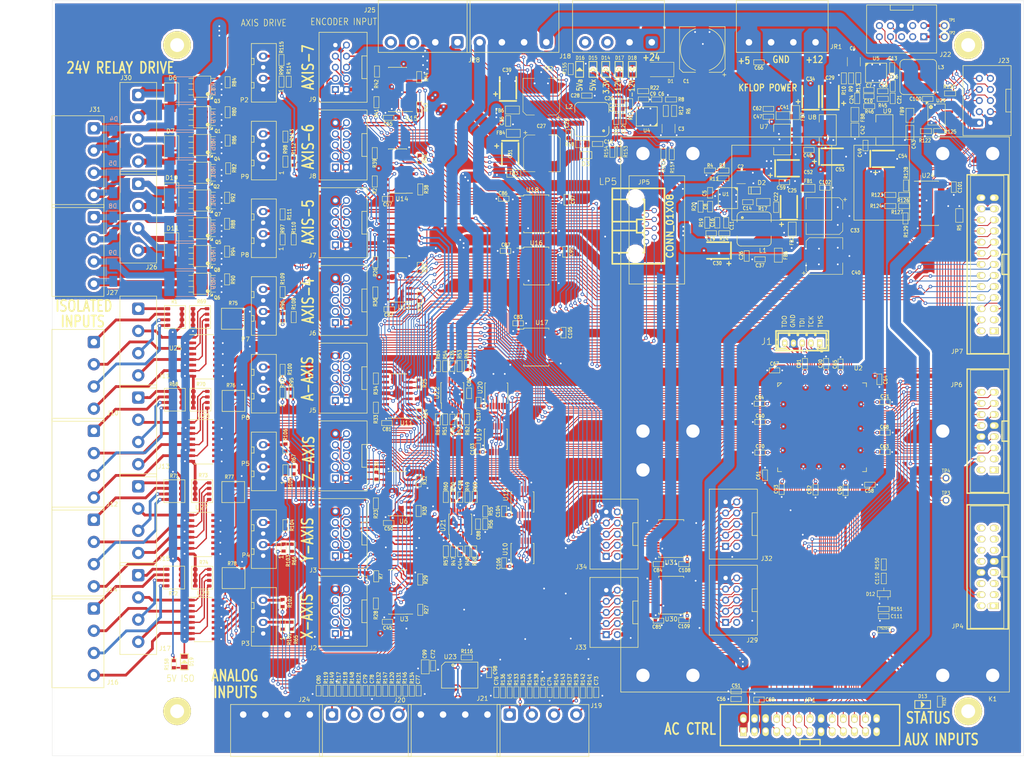
<source format=kicad_pcb>
(kicad_pcb (version 20171130) (host pcbnew "(6.0.0-rc1-dev-1425-g4c184f07a)")
  (layers (0 F.Cu signal) (1 In1.Cu power) (2 In2.Cu signal) (31 B.Cu signal) (34 B.Paste user) (35 F.Paste user) (36 B.SilkS user) (37 F.SilkS user) (38 B.Mask user) (39 F.Mask user) (44 Edge.Cuts user))
  (net 0 "")
  (net 1 GND)
  (net 2 /TMS)
  (net 3 /TDI)
  (net 4 /TCK)
  (net 5 /TDO)
  (net 6 +5.0Vx)
  (net 7 "Net-(J2-Pad10)")
  (net 8 "Net-(J3-Pad10)")
  (net 9 "Net-(J4-Pad10)")
  (net 10 "Net-(J5-Pad10)")
  (net 11 "Net-(J6-Pad10)")
  (net 12 /IO25)
  (net 13 /IO24)
  (net 14 /IO22)
  (net 15 /IO23)
  (net 16 /IO21)
  (net 17 /IO20)
  (net 18 /IO19)
  (net 19 /IO18)
  (net 20 /VDD5)
  (net 21 /~RESET)
  (net 22 /IO16)
  (net 23 /IO17)
  (net 24 /DB1)
  (net 25 /DB0)
  (net 26 /DB2)
  (net 27 /DB3)
  (net 28 /DB4)
  (net 29 /DB5)
  (net 30 /DB7)
  (net 31 /DB6)
  (net 32 /CLKIN)
  (net 33 /STARTIN)
  (net 34 /AIN_DOUT_BUF)
  (net 35 /AIN_CS)
  (net 36 /AIN_DIN)
  (net 37 /AIN_SCLK)
  (net 38 /LATCH)
  (net 39 /DATA_IN_BUF)
  (net 40 /DATA_OUT)
  (net 41 /CLK)
  (net 42 /CHA3)
  (net 43 /CHB3)
  (net 44 /CHB2)
  (net 45 /CHA2)
  (net 46 /CHA1)
  (net 47 /CHB1)
  (net 48 /CHB0)
  (net 49 /CHA0)
  (net 50 /RS232R_3V)
  (net 51 /RS232X_3V)
  (net 52 "Net-(R10-Pad2)")
  (net 53 "Net-(R11-Pad1)")
  (net 54 "Net-(R12-Pad1)")
  (net 55 "Net-(R13-Pad1)")
  (net 56 "Net-(U2-Pad15)")
  (net 57 "Net-(U2-Pad17)")
  (net 58 "Net-(U2-Pad31)")
  (net 59 "Net-(U2-Pad63)")
  (net 60 "Net-(U2-Pad76)")
  (net 61 "Net-(U2-Pad87)")
  (net 62 "Net-(U2-Pad89)")
  (net 63 "Net-(U2-Pad103)")
  (net 64 "Net-(U2-Pad109)")
  (net 65 "Net-(U2-Pad110)")
  (net 66 "Net-(U2-Pad126)")
  (net 67 "Net-(U2-Pad129)")
  (net 68 "Net-(U10-Pad2)")
  (net 69 "Net-(U10-Pad6)")
  (net 70 "Net-(U10-Pad7)")
  (net 71 "Net-(U12-Pad2)")
  (net 72 "Net-(U12-Pad6)")
  (net 73 "Net-(U12-Pad7)")
  (net 74 /CHB4)
  (net 75 /CHA4)
  (net 76 /CHB6)
  (net 77 /CHA6)
  (net 78 /CHB5)
  (net 79 /CHA5)
  (net 80 /CHB7)
  (net 81 /CHA7)
  (net 82 /Encoders/X_A+)
  (net 83 /Encoders/X_A-)
  (net 84 /Encoders/X_B+)
  (net 85 /Encoders/X_R+)
  (net 86 /Encoders/X_B-)
  (net 87 /Encoders/X_R-)
  (net 88 /Encoders/Y_R-)
  (net 89 /Encoders/Y_B-)
  (net 90 /Encoders/Y_R+)
  (net 91 /Encoders/Y_B+)
  (net 92 /Encoders/Y_A-)
  (net 93 /Encoders/Y_A+)
  (net 94 /Encoders/Z_A+)
  (net 95 /Encoders/Z_A-)
  (net 96 /Encoders/Z_B+)
  (net 97 /Encoders/Z_R+)
  (net 98 /Encoders/Z_B-)
  (net 99 /Encoders/Z_R-)
  (net 100 /Encoders/A_R-)
  (net 101 /Encoders/A_B-)
  (net 102 /Encoders/A_R+)
  (net 103 /Encoders/A_B+)
  (net 104 /Encoders/A_A-)
  (net 105 /Encoders/A_A+)
  (net 106 /Encoders/SP_A+)
  (net 107 /Encoders/SP_A-)
  (net 108 /Encoders/SP_B+)
  (net 109 /Encoders/SP_R+)
  (net 110 /Encoders/SP_B-)
  (net 111 /Encoders/SP_R-)
  (net 112 "Net-(P2-Pad4)")
  (net 113 "Net-(P2-Pad2)")
  (net 114 "Net-(P3-Pad4)")
  (net 115 "Net-(P4-Pad4)")
  (net 116 "Net-(P5-Pad4)")
  (net 117 "Net-(P6-Pad4)")
  (net 118 "Net-(U2-Pad125)")
  (net 119 "Net-(U2-Pad127)")
  (net 120 "Net-(U2-Pad128)")
  (net 121 "Net-(U17-Pad6)")
  (net 122 "Net-(U16-Pad5)")
  (net 123 "Net-(U16-Pad6)")
  (net 124 "Net-(U16-Pad7)")
  (net 125 "Net-(U16-Pad8)")
  (net 126 "Net-(U11-Pad3)")
  (net 127 "Net-(U11-Pad5)")
  (net 128 "Net-(U11-Pad11)")
  (net 129 "Net-(U13-Pad11)")
  (net 130 "Net-(U13-Pad5)")
  (net 131 "Net-(U13-Pad3)")
  (net 132 "Net-(U14-Pad13)")
  (net 133 "Net-(U14-Pad11)")
  (net 134 "Net-(U14-Pad5)")
  (net 135 "Net-(U14-Pad3)")
  (net 136 "Net-(U15-Pad13)")
  (net 137 "Net-(U15-Pad11)")
  (net 138 "Net-(U15-Pad5)")
  (net 139 "Net-(U15-Pad3)")
  (net 140 "Net-(U17-Pad5)")
  (net 141 "Net-(U16-Pad9)")
  (net 142 "Net-(U16-Pad10)")
  (net 143 "Net-(C8-Pad1)")
  (net 144 "Net-(C9-Pad1)")
  (net 145 "Net-(C10-Pad1)")
  (net 146 "Net-(C11-Pad1)")
  (net 147 "Net-(C11-Pad2)")
  (net 148 "Net-(C12-Pad1)")
  (net 149 "Net-(C12-Pad2)")
  (net 150 "Net-(C13-Pad2)")
  (net 151 "Net-(C13-Pad1)")
  (net 152 "Net-(C14-Pad1)")
  (net 153 "Net-(C15-Pad1)")
  (net 154 "Net-(C16-Pad1)")
  (net 155 "Net-(C17-Pad2)")
  (net 156 "Net-(C17-Pad1)")
  (net 157 "Net-(C18-Pad2)")
  (net 158 "Net-(C18-Pad1)")
  (net 159 +5.0Va)
  (net 160 "Net-(R47-Pad1)")
  (net 161 "Net-(R49-Pad1)")
  (net 162 "Net-(R51-Pad1)")
  (net 163 "Net-(R52-Pad1)")
  (net 164 "Net-(R53-Pad1)")
  (net 165 "Net-(U11-Pad13)")
  (net 166 "Net-(U13-Pad13)")
  (net 167 +3.3Vx)
  (net 168 "Net-(C5-Pad1)")
  (net 169 "Net-(C6-Pad1)")
  (net 170 "Net-(C7-Pad1)")
  (net 171 +1.2Vx)
  (net 172 "Net-(D6-Pad1)")
  (net 173 "Net-(D6-Pad2)")
  (net 174 "Net-(D7-Pad1)")
  (net 175 "Net-(D7-Pad2)")
  (net 176 "Net-(D4-Pad1)")
  (net 177 "Net-(D4-Pad2)")
  (net 178 "Net-(D5-Pad1)")
  (net 179 "Net-(D5-Pad2)")
  (net 180 "Net-(D8-Pad2)")
  (net 181 "Net-(D9-Pad2)")
  (net 182 "Net-(D10-Pad2)")
  (net 183 "Net-(D11-Pad2)")
  (net 184 "Net-(J8-Pad2)")
  (net 185 "Net-(J9-Pad2)")
  (net 186 "Net-(J10-Pad2)")
  (net 187 "Net-(J11-Pad2)")
  (net 188 "Net-(J15-Pad2)")
  (net 189 "Net-(J14-Pad2)")
  (net 190 "Net-(J13-Pad2)")
  (net 191 "Net-(J12-Pad2)")
  (net 192 "Net-(J8-Pad1)")
  (net 193 "Net-(J9-Pad1)")
  (net 194 "Net-(J10-Pad1)")
  (net 195 "Net-(J11-Pad1)")
  (net 196 "Net-(J12-Pad1)")
  (net 197 "Net-(J13-Pad1)")
  (net 198 "Net-(J14-Pad1)")
  (net 199 "Net-(J15-Pad1)")
  (net 200 "Net-(J22-Pad2)")
  (net 201 "Net-(J20-Pad2)")
  (net 202 "Net-(J19-Pad1)")
  (net 203 "Net-(J17-Pad1)")
  (net 204 "Net-(J16-Pad1)")
  (net 205 "Net-(J22-Pad1)")
  (net 206 "Net-(J20-Pad1)")
  (net 207 "Net-(D8-Pad1)")
  (net 208 "Net-(D9-Pad1)")
  (net 209 "Net-(D10-Pad1)")
  (net 210 "Net-(D11-Pad1)")
  (net 211 "Net-(U2-Pad93)")
  (net 212 "Net-(U2-Pad99)")
  (net 213 "Net-(C19-Pad1)")
  (net 214 GNDREF)
  (net 215 +5.0Viso)
  (net 216 -12Vx)
  (net 217 +12Vx)
  (net 218 +24V)
  (net 219 "Net-(C1-Pad1)")
  (net 220 "Net-(C14-Pad2)")
  (net 221 "Net-(C15-Pad2)")
  (net 222 "Net-(C16-Pad2)")
  (net 223 "Net-(C20-Pad1)")
  (net 224 "Net-(C21-Pad1)")
  (net 225 "Net-(C22-Pad1)")
  (net 226 "Net-(C22-Pad2)")
  (net 227 "Net-(C23-Pad1)")
  (net 228 "Net-(C23-Pad2)")
  (net 229 "Net-(C41-Pad2)")
  (net 230 "Net-(C42-Pad2)")
  (net 231 "Net-(C43-Pad2)")
  (net 232 "Net-(C73-Pad1)")
  (net 233 "Net-(C74-Pad1)")
  (net 234 "Net-(C75-Pad1)")
  (net 235 "Net-(C76-Pad1)")
  (net 236 "Net-(C77-Pad1)")
  (net 237 "Net-(C78-Pad1)")
  (net 238 "Net-(C79-Pad1)")
  (net 239 "Net-(C80-Pad1)")
  (net 240 "Net-(J7-Pad1)")
  (net 241 "Net-(J7-Pad2)")
  (net 242 "Net-(J7-Pad3)")
  (net 243 "Net-(J7-Pad8)")
  (net 244 "Net-(J7-Pad4)")
  (net 245 "Net-(J7-Pad9)")
  (net 246 "Net-(J7-Pad10)")
  (net 247 "Net-(J8-Pad3)")
  (net 248 "Net-(J8-Pad8)")
  (net 249 "Net-(J8-Pad4)")
  (net 250 "Net-(J8-Pad9)")
  (net 251 "Net-(J8-Pad10)")
  (net 252 "Net-(J9-Pad10)")
  (net 253 "Net-(J9-Pad9)")
  (net 254 "Net-(J9-Pad4)")
  (net 255 "Net-(J9-Pad8)")
  (net 256 "Net-(J9-Pad3)")
  (net 257 "Net-(J10-Pad3)")
  (net 258 "Net-(J10-Pad4)")
  (net 259 "Net-(J11-Pad4)")
  (net 260 "Net-(J11-Pad3)")
  (net 261 "Net-(J12-Pad4)")
  (net 262 "Net-(J12-Pad3)")
  (net 263 "Net-(J13-Pad4)")
  (net 264 "Net-(J13-Pad3)")
  (net 265 "Net-(J14-Pad4)")
  (net 266 "Net-(J14-Pad3)")
  (net 267 "Net-(J15-Pad3)")
  (net 268 "Net-(J15-Pad4)")
  (net 269 "Net-(J16-Pad2)")
  (net 270 "Net-(J16-Pad3)")
  (net 271 "Net-(J16-Pad4)")
  (net 272 "Net-(J17-Pad2)")
  (net 273 "Net-(J17-Pad3)")
  (net 274 "Net-(J17-Pad4)")
  (net 275 "Net-(P3-Pad2)")
  (net 276 "Net-(P4-Pad2)")
  (net 277 "Net-(P5-Pad2)")
  (net 278 "Net-(P6-Pad2)")
  (net 279 "Net-(P7-Pad4)")
  (net 280 "Net-(P7-Pad2)")
  (net 281 "Net-(P8-Pad2)")
  (net 282 "Net-(P8-Pad4)")
  (net 283 "Net-(P9-Pad4)")
  (net 284 "Net-(P9-Pad2)")
  (net 285 "Net-(R3-Pad1)")
  (net 286 "Net-(R6-Pad1)")
  (net 287 "Net-(R47-Pad2)")
  (net 288 "Net-(R48-Pad2)")
  (net 289 "Net-(R48-Pad1)")
  (net 290 "Net-(R49-Pad2)")
  (net 291 "Net-(R50-Pad2)")
  (net 292 "Net-(R50-Pad1)")
  (net 293 "Net-(R51-Pad2)")
  (net 294 "Net-(R52-Pad2)")
  (net 295 "Net-(R53-Pad2)")
  (net 296 "Net-(R54-Pad2)")
  (net 297 "Net-(R54-Pad1)")
  (net 298 /Analog/X_Servo)
  (net 299 /Analog/Y_Servo)
  (net 300 /Analog/Z_Servo)
  (net 301 /Analog/A_Servo)
  (net 302 /Analog/SPINDLE)
  (net 303 /Analog/DAC_5)
  (net 304 /Analog/DAC_6)
  (net 305 /Analog/DAC_7)
  (net 306 /CHR0)
  (net 307 /CHR1)
  (net 308 /CHR2)
  (net 309 /CHR3)
  (net 310 /CHR4)
  (net 311 /CHR5)
  (net 312 /CHR7)
  (net 313 /CHR6)
  (net 314 "Net-(U19-Pad7)")
  (net 315 "Net-(U19-Pad6)")
  (net 316 "Net-(U19-Pad2)")
  (net 317 "Net-(U20-Pad2)")
  (net 318 "Net-(U20-Pad6)")
  (net 319 "Net-(U20-Pad7)")
  (net 320 "Net-(J18-Pad3)")
  (net 321 "Net-(J18-Pad4)")
  (net 322 "Net-(C88-Pad1)")
  (net 323 "Net-(J19-Pad2)")
  (net 324 "Net-(J19-Pad3)")
  (net 325 "Net-(J19-Pad4)")
  (net 326 "Net-(J20-Pad3)")
  (net 327 "Net-(J20-Pad4)")
  (net 328 /TLAUX_MPG/RX-)
  (net 329 /TLAUX_MPG/RX+)
  (net 330 /TLAUX_MPG/TX-)
  (net 331 /TLAUX_MPG/TX+)
  (net 332 "Net-(J22-Pad3)")
  (net 333 "Net-(J22-Pad7)")
  (net 334 "Net-(J22-Pad6)")
  (net 335 /TLAUX_MPG/MPG_B+)
  (net 336 /TLAUX_MPG/MPG_B-)
  (net 337 /TLAUX_MPG/MPG_A+)
  (net 338 /TLAUX_MPG/MPG_A-)
  (net 339 "Net-(R125-Pad1)")
  (net 340 "Net-(R126-Pad1)")
  (net 341 "Net-(R127-Pad1)")
  (net 342 /MPG_A)
  (net 343 /MPG_B)
  (net 344 /AC_6)
  (net 345 /AC_7)
  (net 346 /AC_5)
  (net 347 /AC_4)
  (net 348 /AC_2)
  (net 349 /AC_3)
  (net 350 /AC_1)
  (net 351 /AC_0)
  (net 352 /FET_0)
  (net 353 /FET_1)
  (net 354 /FET_2)
  (net 355 /FET_3)
  (net 356 /FET_4)
  (net 357 /FET_5)
  (net 358 /FET_6)
  (net 359 /FET_7)
  (net 360 /AIN_DOUT)
  (net 361 /OPT_IN_1)
  (net 362 /OPT_IN_2)
  (net 363 /OPT_IN_3)
  (net 364 /OPT_IN_7)
  (net 365 /OPT_IN_6)
  (net 366 /OPT_IN_5)
  (net 367 /OPT_IN_4)
  (net 368 /OPT_IN_8)
  (net 369 /OPT_IN_9)
  (net 370 /OPT_IN_10)
  (net 371 /OPT_IN_11)
  (net 372 /OPT_IN_12)
  (net 373 /OPT_IN_13)
  (net 374 /OPT_IN_14)
  (net 375 /OPT_IN_15)
  (net 376 /~DAC_CS)
  (net 377 /SPI_CLK)
  (net 378 /DAC_01)
  (net 379 /DAC_23)
  (net 380 /DAC_45)
  (net 381 /DAC_67)
  (net 382 /OPT_IN_0)
  (net 383 /AUX_IN_7)
  (net 384 /AUX_IN_6)
  (net 385 /AUX_IN_4)
  (net 386 /AUX_IN_5)
  (net 387 /AUX_IN_3)
  (net 388 /AUX_IN_2)
  (net 389 /AUX_IN_0)
  (net 390 /AUX_IN_1)
  (net 391 /PWM_X_3)
  (net 392 /PWM_0)
  (net 393 /PWM_X_0)
  (net 394 /PWM_1)
  (net 395 /PWM_X_1)
  (net 396 /PWM_2)
  (net 397 /PWM_X_2)
  (net 398 /PWM_3)
  (net 399 /PWM_4)
  (net 400 /PWM_X_4)
  (net 401 /PWM_5)
  (net 402 /PWM_X_5)
  (net 403 /PWM_6)
  (net 404 /PWM_X_6)
  (net 405 /PWM_7)
  (net 406 /PWM_X_7)
  (net 407 "Net-(C72-Pad1)")
  (net 408 "Net-(JP4-Pad1)")
  (net 409 "Net-(JP4-Pad2)")
  (net 410 "Net-(JP4-Pad3)")
  (net 411 "Net-(JP6-Pad3)")
  (net 412 "Net-(JP6-Pad2)")
  (net 413 "Net-(JP6-Pad1)")
  (net 414 "Net-(JP7-Pad1)")
  (net 415 "Net-(JP7-Pad2)")
  (net 416 "Net-(JP7-Pad3)")
  (net 417 "Net-(C110-Pad1)")
  (net 418 "Net-(C110-Pad2)")
  (net 419 "Net-(C111-Pad1)")
  (net 420 "Net-(D13-Pad1)")
  (net 421 "Net-(D14-Pad2)")
  (net 422 "Net-(D15-Pad2)")
  (net 423 "Net-(D16-Pad2)")
  (net 424 "Net-(D17-Pad2)")
  (net 425 "Net-(D18-Pad2)")
  (net 426 /KEEP_ALIVE)
  (net 427 "Net-(R152-Pad2)")
  (net 428 "Net-(TP3-Pad1)")
  (net 429 "Net-(TP4-Pad1)")
  (net 430 "Net-(D19-Pad2)")
  (net 431 "Net-(J33-Pad1)")
  (net 432 "Net-(J33-Pad2)")
  (net 433 "Net-(J33-Pad7)")
  (net 434 "Net-(J33-Pad3)")
  (net 435 "Net-(J33-Pad8)")
  (net 436 "Net-(J33-Pad4)")
  (net 437 "Net-(J33-Pad9)")
  (net 438 "Net-(J33-Pad10)")
  (net 439 "Net-(J34-Pad10)")
  (net 440 "Net-(J34-Pad9)")
  (net 441 "Net-(J34-Pad4)")
  (net 442 "Net-(J34-Pad8)")
  (net 443 "Net-(J34-Pad3)")
  (net 444 "Net-(J34-Pad7)")
  (net 445 "Net-(J34-Pad2)")
  (net 446 "Net-(J34-Pad1)")
  (module t_connectors:c-5-103168-3 (layer F.Cu) (at 199.771 190.5 90)
    (fp_text reference J29 (at -9.144 4.826 180) (layer F.SilkS))
    (fp_text value Conn_02x05_Top_Bottom)
    (pad 1 thru_hole rect (at -5.08 -1.27 90) (size 1.6 1.6) (drill 1) (layers *.Cu *.Mask) (net 392 /PWM_0))
    (pad 6 thru_hole circle (at -5.08 1.27 90) (size 1.6 1.6) (drill 1) (layers *.Cu *.Mask) (net 167 +3.3Vx))
    (pad 2 thru_hole circle (at -2.54 -1.27 90) (size 1.6 1.6) (drill 1) (layers *.Cu *.Mask) (net 394 /PWM_1))
    (pad 7 thru_hole circle (at -2.54 1.27 90) (size 1.6 1.6) (drill 1) (layers *.Cu *.Mask) (net 393 /PWM_X_0))
    (pad 3 thru_hole circle (at 0 -1.27 90) (size 1.6 1.6) (drill 1) (layers *.Cu *.Mask) (net 396 /PWM_2))
    (pad 8 thru_hole circle (at 0 1.27 90) (size 1.6 1.6) (drill 1) (layers *.Cu *.Mask) (net 395 /PWM_X_1))
    (pad 4 thru_hole circle (at 2.54 -1.27 90) (size 1.6 1.6) (drill 1) (layers *.Cu *.Mask) (net 398 /PWM_3))
    (pad 9 thru_hole circle (at 2.54 1.27 90) (size 1.6 1.6) (drill 1) (layers *.Cu *.Mask) (net 397 /PWM_X_2))
    (pad 5 thru_hole circle (at 5.08 -1.27 90) (size 1.6 1.6) (drill 1) (layers *.Cu *.Mask) (net 1 GND))
    (pad 10 thru_hole circle (at 5.08 1.27 90) (size 1.6 1.6) (drill 1) (layers *.Cu *.Mask) (net 391 /PWM_X_3))
  )
  (module t_passive_smd:fb_0805 (layer F.Cu) (at 214.503 78.933 270)
    (fp_text reference FB7 (at 0.95 -1.651 270) (layer F.SilkS) (effects (font (size 0.8128 0.7112))))
    (fp_text value Ferrite_Bead1 hide)
    (pad 2 smd rect (at -0.95 0 270) (size 1 1.5) (layers F.Cu F.Paste F.Mask) (net 224 "Net-(C21-Pad1)"))
    (pad 1 smd rect (at 0.95 0 270) (size 1 1.5) (layers F.Cu F.Paste F.Mask) (net 229 "Net-(C41-Pad2)"))
  )
  (module t_so:SOIC-8 (layer F.Cu) (at 246.761 79.375 270)
    (fp_text reference U29 (at -3.175 -1.016) (layer F.SilkS) (effects (font (size 0.7493 0.7493))))
    (fp_text value SN75179B hide)
    (pad 1 smd rect (at -1.905 2.794 270) (size 0.59944 1.99898) (layers F.Cu F.Paste F.Mask) (net 6 +5.0Vx))
    (pad 2 smd rect (at -0.635 2.794 270) (size 0.59944 1.99898) (layers F.Cu F.Paste F.Mask) (net 339 "Net-(R125-Pad1)"))
    (pad 3 smd rect (at 0.635 2.794 270) (size 0.59944 1.99898) (layers F.Cu F.Paste F.Mask) (net 51 /RS232X_3V))
    (pad 4 smd rect (at 1.905 2.794 270) (size 0.59944 1.99898) (layers F.Cu F.Paste F.Mask) (net 1 GND))
    (pad 5 smd rect (at 1.905 -2.794 270) (size 0.59944 1.99898) (layers F.Cu F.Paste F.Mask) (net 331 /TLAUX_MPG/TX+))
    (pad 6 smd rect (at 0.635 -2.794 270) (size 0.59944 1.99898) (layers F.Cu F.Paste F.Mask) (net 330 /TLAUX_MPG/TX-))
    (pad 7 smd rect (at -0.635 -2.794 270) (size 0.59944 1.99898) (layers F.Cu F.Paste F.Mask) (net 328 /TLAUX_MPG/RX-))
    (pad 8 smd rect (at -1.905 -2.794 270) (size 0.59944 1.99898) (layers F.Cu F.Paste F.Mask) (net 329 /TLAUX_MPG/RX+))
  )
  (module w_conn_jst-ph:b5b-ph-kl (layer F.Cu) (at 216.027 131.699 180)
    (fp_text reference J1 (at 8.128 0.381 180) (layer F.SilkS) (effects (font (size 1.524 1.524))))
    (fp_text value Conn_01x05 hide)
    (pad 1 thru_hole rect (at -4.00304 0 180) (size 1.19888 1.69926) (drill 0.70104) (layers *.Cu *.Mask F.SilkS) (net 2 /TMS))
    (pad 3 thru_hole oval (at 0 0 180) (size 1.19888 1.69926) (drill 0.70104) (layers *.Cu *.Mask F.SilkS) (net 3 /TDI))
    (pad 2 thru_hole oval (at -2.00152 0 180) (size 1.19888 1.69926) (drill 0.70104) (layers *.Cu *.Mask F.SilkS) (net 4 /TCK))
    (pad 4 thru_hole oval (at 1.99898 0 180) (size 1.19888 1.69926) (drill 0.70104) (layers *.Cu *.Mask F.SilkS) (net 1 GND))
    (pad 5 thru_hole oval (at 4.0005 0 180) (size 1.19888 1.69926) (drill 0.70104) (layers *.Cu *.Mask F.SilkS) (net 5 /TDO))
  )
  (module t_connectors:c-5-103168-3 (layer F.Cu) (at 110.49 193.04 90)
    (fp_text reference J2 (at -8.382 -6.35 180) (layer F.SilkS))
    (fp_text value Conn_02x05_Top_Bottom)
    (pad 1 thru_hole rect (at -5.08 -1.27 90) (size 1.6 1.6) (drill 1) (layers *.Cu *.Mask) (net 82 /Encoders/X_A+))
    (pad 6 thru_hole circle (at -5.08 1.27 90) (size 1.6 1.6) (drill 1) (layers *.Cu *.Mask) (net 159 +5.0Va))
    (pad 2 thru_hole circle (at -2.54 -1.27 90) (size 1.6 1.6) (drill 1) (layers *.Cu *.Mask) (net 83 /Encoders/X_A-))
    (pad 7 thru_hole circle (at -2.54 1.27 90) (size 1.6 1.6) (drill 1) (layers *.Cu *.Mask) (net 7 "Net-(J2-Pad10)"))
    (pad 3 thru_hole circle (at 0 -1.27 90) (size 1.6 1.6) (drill 1) (layers *.Cu *.Mask) (net 84 /Encoders/X_B+))
    (pad 8 thru_hole circle (at 0 1.27 90) (size 1.6 1.6) (drill 1) (layers *.Cu *.Mask) (net 85 /Encoders/X_R+))
    (pad 4 thru_hole circle (at 2.54 -1.27 90) (size 1.6 1.6) (drill 1) (layers *.Cu *.Mask) (net 86 /Encoders/X_B-))
    (pad 9 thru_hole circle (at 2.54 1.27 90) (size 1.6 1.6) (drill 1) (layers *.Cu *.Mask) (net 87 /Encoders/X_R-))
    (pad 5 thru_hole circle (at 5.08 -1.27 90) (size 1.6 1.6) (drill 1) (layers *.Cu *.Mask) (net 1 GND))
    (pad 10 thru_hole circle (at 5.08 1.27 90) (size 1.6 1.6) (drill 1) (layers *.Cu *.Mask) (net 7 "Net-(J2-Pad10)"))
  )
  (module t_connectors:c-5-103168-3 (layer F.Cu) (at 110.49 175.26 90)
    (fp_text reference J3 (at -8.382 -6.35 180) (layer F.SilkS))
    (fp_text value Conn_02x05_Top_Bottom)
    (pad 10 thru_hole circle (at 5.08 1.27 90) (size 1.6 1.6) (drill 1) (layers *.Cu *.Mask) (net 8 "Net-(J3-Pad10)"))
    (pad 5 thru_hole circle (at 5.08 -1.27 90) (size 1.6 1.6) (drill 1) (layers *.Cu *.Mask) (net 1 GND))
    (pad 9 thru_hole circle (at 2.54 1.27 90) (size 1.6 1.6) (drill 1) (layers *.Cu *.Mask) (net 88 /Encoders/Y_R-))
    (pad 4 thru_hole circle (at 2.54 -1.27 90) (size 1.6 1.6) (drill 1) (layers *.Cu *.Mask) (net 89 /Encoders/Y_B-))
    (pad 8 thru_hole circle (at 0 1.27 90) (size 1.6 1.6) (drill 1) (layers *.Cu *.Mask) (net 90 /Encoders/Y_R+))
    (pad 3 thru_hole circle (at 0 -1.27 90) (size 1.6 1.6) (drill 1) (layers *.Cu *.Mask) (net 91 /Encoders/Y_B+))
    (pad 7 thru_hole circle (at -2.54 1.27 90) (size 1.6 1.6) (drill 1) (layers *.Cu *.Mask) (net 8 "Net-(J3-Pad10)"))
    (pad 2 thru_hole circle (at -2.54 -1.27 90) (size 1.6 1.6) (drill 1) (layers *.Cu *.Mask) (net 92 /Encoders/Y_A-))
    (pad 6 thru_hole circle (at -5.08 1.27 90) (size 1.6 1.6) (drill 1) (layers *.Cu *.Mask) (net 159 +5.0Va))
    (pad 1 thru_hole rect (at -5.08 -1.27 90) (size 1.6 1.6) (drill 1) (layers *.Cu *.Mask) (net 93 /Encoders/Y_A+))
  )
  (module t_connectors:c-5-103168-3 (layer F.Cu) (at 110.49 157.48 90)
    (fp_text reference J4 (at -7.493 -6.477 180) (layer F.SilkS))
    (fp_text value Conn_02x05_Top_Bottom)
    (pad 1 thru_hole rect (at -5.08 -1.27 90) (size 1.6 1.6) (drill 1) (layers *.Cu *.Mask) (net 94 /Encoders/Z_A+))
    (pad 6 thru_hole circle (at -5.08 1.27 90) (size 1.6 1.6) (drill 1) (layers *.Cu *.Mask) (net 159 +5.0Va))
    (pad 2 thru_hole circle (at -2.54 -1.27 90) (size 1.6 1.6) (drill 1) (layers *.Cu *.Mask) (net 95 /Encoders/Z_A-))
    (pad 7 thru_hole circle (at -2.54 1.27 90) (size 1.6 1.6) (drill 1) (layers *.Cu *.Mask) (net 9 "Net-(J4-Pad10)"))
    (pad 3 thru_hole circle (at 0 -1.27 90) (size 1.6 1.6) (drill 1) (layers *.Cu *.Mask) (net 96 /Encoders/Z_B+))
    (pad 8 thru_hole circle (at 0 1.27 90) (size 1.6 1.6) (drill 1) (layers *.Cu *.Mask) (net 97 /Encoders/Z_R+))
    (pad 4 thru_hole circle (at 2.54 -1.27 90) (size 1.6 1.6) (drill 1) (layers *.Cu *.Mask) (net 98 /Encoders/Z_B-))
    (pad 9 thru_hole circle (at 2.54 1.27 90) (size 1.6 1.6) (drill 1) (layers *.Cu *.Mask) (net 99 /Encoders/Z_R-))
    (pad 5 thru_hole circle (at 5.08 -1.27 90) (size 1.6 1.6) (drill 1) (layers *.Cu *.Mask) (net 1 GND))
    (pad 10 thru_hole circle (at 5.08 1.27 90) (size 1.6 1.6) (drill 1) (layers *.Cu *.Mask) (net 9 "Net-(J4-Pad10)"))
  )
  (module t_connectors:c-5-103168-3 (layer F.Cu) (at 110.49 139.7 90)
    (fp_text reference J5 (at -7.366 -6.477 180) (layer F.SilkS))
    (fp_text value Conn_02x05_Top_Bottom)
    (pad 10 thru_hole circle (at 5.08 1.27 90) (size 1.6 1.6) (drill 1) (layers *.Cu *.Mask) (net 10 "Net-(J5-Pad10)"))
    (pad 5 thru_hole circle (at 5.08 -1.27 90) (size 1.6 1.6) (drill 1) (layers *.Cu *.Mask) (net 1 GND))
    (pad 9 thru_hole circle (at 2.54 1.27 90) (size 1.6 1.6) (drill 1) (layers *.Cu *.Mask) (net 100 /Encoders/A_R-))
    (pad 4 thru_hole circle (at 2.54 -1.27 90) (size 1.6 1.6) (drill 1) (layers *.Cu *.Mask) (net 101 /Encoders/A_B-))
    (pad 8 thru_hole circle (at 0 1.27 90) (size 1.6 1.6) (drill 1) (layers *.Cu *.Mask) (net 102 /Encoders/A_R+))
    (pad 3 thru_hole circle (at 0 -1.27 90) (size 1.6 1.6) (drill 1) (layers *.Cu *.Mask) (net 103 /Encoders/A_B+))
    (pad 7 thru_hole circle (at -2.54 1.27 90) (size 1.6 1.6) (drill 1) (layers *.Cu *.Mask) (net 10 "Net-(J5-Pad10)"))
    (pad 2 thru_hole circle (at -2.54 -1.27 90) (size 1.6 1.6) (drill 1) (layers *.Cu *.Mask) (net 104 /Encoders/A_A-))
    (pad 6 thru_hole circle (at -5.08 1.27 90) (size 1.6 1.6) (drill 1) (layers *.Cu *.Mask) (net 159 +5.0Va))
    (pad 1 thru_hole rect (at -5.08 -1.27 90) (size 1.6 1.6) (drill 1) (layers *.Cu *.Mask) (net 105 /Encoders/A_A+))
  )
  (module t_connectors:c-5-103168-3 (layer F.Cu) (at 110.49 121.92 90)
    (fp_text reference J6 (at -7.493 -6.477 180) (layer F.SilkS))
    (fp_text value Conn_02x05_Top_Bottom)
    (pad 1 thru_hole rect (at -5.08 -1.27 90) (size 1.6 1.6) (drill 1) (layers *.Cu *.Mask) (net 106 /Encoders/SP_A+))
    (pad 6 thru_hole circle (at -5.08 1.27 90) (size 1.6 1.6) (drill 1) (layers *.Cu *.Mask) (net 159 +5.0Va))
    (pad 2 thru_hole circle (at -2.54 -1.27 90) (size 1.6 1.6) (drill 1) (layers *.Cu *.Mask) (net 107 /Encoders/SP_A-))
    (pad 7 thru_hole circle (at -2.54 1.27 90) (size 1.6 1.6) (drill 1) (layers *.Cu *.Mask) (net 11 "Net-(J6-Pad10)"))
    (pad 3 thru_hole circle (at 0 -1.27 90) (size 1.6 1.6) (drill 1) (layers *.Cu *.Mask) (net 108 /Encoders/SP_B+))
    (pad 8 thru_hole circle (at 0 1.27 90) (size 1.6 1.6) (drill 1) (layers *.Cu *.Mask) (net 109 /Encoders/SP_R+))
    (pad 4 thru_hole circle (at 2.54 -1.27 90) (size 1.6 1.6) (drill 1) (layers *.Cu *.Mask) (net 110 /Encoders/SP_B-))
    (pad 9 thru_hole circle (at 2.54 1.27 90) (size 1.6 1.6) (drill 1) (layers *.Cu *.Mask) (net 111 /Encoders/SP_R-))
    (pad 5 thru_hole circle (at 5.08 -1.27 90) (size 1.6 1.6) (drill 1) (layers *.Cu *.Mask) (net 1 GND))
    (pad 10 thru_hole circle (at 5.08 1.27 90) (size 1.6 1.6) (drill 1) (layers *.Cu *.Mask) (net 11 "Net-(J6-Pad10)"))
  )
  (module w_conn_strip:vasch_strip_8x2 (layer F.Cu) (at 258.445 182.88 90)
    (fp_text reference JP4 (at -13.589 -6.858 180) (layer F.SilkS))
    (fp_text value Conn_02x08_Odd_Even hide)
    (pad 16 thru_hole oval (at 8.89 -1.27 90) (size 1.5 2) (drill 1 (offset 0 -0.25)) (layers *.Cu *.Mask F.SilkS) (net 12 /IO25))
    (pad 15 thru_hole oval (at 8.89 1.27 90) (size 1.5 2) (drill 1 (offset 0 0.25)) (layers *.Cu *.Mask F.SilkS) (net 13 /IO24))
    (pad 13 thru_hole oval (at 6.35 1.27 90) (size 1.5 2) (drill 1 (offset 0 0.25)) (layers *.Cu *.Mask F.SilkS) (net 14 /IO22))
    (pad 14 thru_hole oval (at 6.35 -1.27 90) (size 1.5 2) (drill 1 (offset 0 -0.25)) (layers *.Cu *.Mask F.SilkS) (net 15 /IO23))
    (pad 12 thru_hole oval (at 3.81 -1.27 90) (size 1.5 2) (drill 1 (offset 0 -0.25)) (layers *.Cu *.Mask F.SilkS) (net 16 /IO21))
    (pad 11 thru_hole oval (at 3.81 1.27 90) (size 1.5 2) (drill 1 (offset 0 0.25)) (layers *.Cu *.Mask F.SilkS) (net 17 /IO20))
    (pad 9 thru_hole oval (at 1.27 1.27 90) (size 1.5 2) (drill 1 (offset 0 0.25)) (layers *.Cu *.Mask F.SilkS) (net 1 GND))
    (pad 10 thru_hole oval (at 1.27 -1.27 90) (size 1.5 2) (drill 1 (offset 0 -0.25)) (layers *.Cu *.Mask F.SilkS) (net 18 /IO19))
    (pad 8 thru_hole oval (at -1.27 -1.27 90) (size 1.5 2) (drill 1 (offset 0 -0.25)) (layers *.Cu *.Mask F.SilkS) (net 1 GND))
    (pad 7 thru_hole oval (at -1.27 1.27 90) (size 1.5 2) (drill 1 (offset 0 0.25)) (layers *.Cu *.Mask F.SilkS) (net 19 /IO18))
    (pad 1 thru_hole rect (at -8.89 1.27 90) (size 1.5 2) (drill 1 (offset 0 0.25)) (layers *.Cu *.Mask F.SilkS) (net 408 "Net-(JP4-Pad1)"))
    (pad 2 thru_hole oval (at -8.89 -1.27 90) (size 1.5 2) (drill 1 (offset 0 -0.25)) (layers *.Cu *.Mask F.SilkS) (net 409 "Net-(JP4-Pad2)"))
    (pad 3 thru_hole oval (at -6.35 1.27 90) (size 1.5 2) (drill 1 (offset 0 0.25)) (layers *.Cu *.Mask F.SilkS) (net 410 "Net-(JP4-Pad3)"))
    (pad 4 thru_hole oval (at -6.35 -1.27 90) (size 1.5 2) (drill 1 (offset 0 -0.25)) (layers *.Cu *.Mask F.SilkS) (net 21 /~RESET))
    (pad 5 thru_hole oval (at -3.81 1.27 90) (size 1.5 2) (drill 1 (offset 0 0.25)) (layers *.Cu *.Mask F.SilkS) (net 22 /IO16))
    (pad 6 thru_hole oval (at -3.81 -1.27 90) (size 1.5 2) (drill 1 (offset 0 -0.25)) (layers *.Cu *.Mask F.SilkS) (net 23 /IO17))
  )
  (module w_conn_strip:vasch_strip_8x2 (layer F.Cu) (at 258.445 151.817 90)
    (fp_text reference JP6 (at 10.593 -7.112 180) (layer F.SilkS))
    (fp_text value Conn_02x08_Odd_Even hide)
    (pad 6 thru_hole oval (at -3.81 -1.27 90) (size 1.5 2) (drill 1 (offset 0 -0.25)) (layers *.Cu *.Mask F.SilkS) (net 24 /DB1))
    (pad 5 thru_hole oval (at -3.81 1.27 90) (size 1.5 2) (drill 1 (offset 0 0.25)) (layers *.Cu *.Mask F.SilkS) (net 25 /DB0))
    (pad 4 thru_hole oval (at -6.35 -1.27 90) (size 1.5 2) (drill 1 (offset 0 -0.25)) (layers *.Cu *.Mask F.SilkS) (net 21 /~RESET))
    (pad 3 thru_hole oval (at -6.35 1.27 90) (size 1.5 2) (drill 1 (offset 0 0.25)) (layers *.Cu *.Mask F.SilkS) (net 411 "Net-(JP6-Pad3)"))
    (pad 2 thru_hole oval (at -8.89 -1.27 90) (size 1.5 2) (drill 1 (offset 0 -0.25)) (layers *.Cu *.Mask F.SilkS) (net 412 "Net-(JP6-Pad2)"))
    (pad 1 thru_hole rect (at -8.89 1.27 90) (size 1.5 2) (drill 1 (offset 0 0.25)) (layers *.Cu *.Mask F.SilkS) (net 413 "Net-(JP6-Pad1)"))
    (pad 7 thru_hole oval (at -1.27 1.27 90) (size 1.5 2) (drill 1 (offset 0 0.25)) (layers *.Cu *.Mask F.SilkS) (net 26 /DB2))
    (pad 8 thru_hole oval (at -1.27 -1.27 90) (size 1.5 2) (drill 1 (offset 0 -0.25)) (layers *.Cu *.Mask F.SilkS) (net 1 GND))
    (pad 10 thru_hole oval (at 1.27 -1.27 90) (size 1.5 2) (drill 1 (offset 0 -0.25)) (layers *.Cu *.Mask F.SilkS) (net 27 /DB3))
    (pad 9 thru_hole oval (at 1.27 1.27 90) (size 1.5 2) (drill 1 (offset 0 0.25)) (layers *.Cu *.Mask F.SilkS) (net 1 GND))
    (pad 11 thru_hole oval (at 3.81 1.27 90) (size 1.5 2) (drill 1 (offset 0 0.25)) (layers *.Cu *.Mask F.SilkS) (net 28 /DB4))
    (pad 12 thru_hole oval (at 3.81 -1.27 90) (size 1.5 2) (drill 1 (offset 0 -0.25)) (layers *.Cu *.Mask F.SilkS) (net 29 /DB5))
    (pad 14 thru_hole oval (at 6.35 -1.27 90) (size 1.5 2) (drill 1 (offset 0 -0.25)) (layers *.Cu *.Mask F.SilkS) (net 30 /DB7))
    (pad 13 thru_hole oval (at 6.35 1.27 90) (size 1.5 2) (drill 1 (offset 0 0.25)) (layers *.Cu *.Mask F.SilkS) (net 31 /DB6))
    (pad 15 thru_hole oval (at 8.89 1.27 90) (size 1.5 2) (drill 1 (offset 0 0.25)) (layers *.Cu *.Mask F.SilkS) (net 32 /CLKIN))
    (pad 16 thru_hole oval (at 8.89 -1.27 90) (size 1.5 2) (drill 1 (offset 0 -0.25)) (layers *.Cu *.Mask F.SilkS) (net 33 /STARTIN))
  )
  (module w_conn_strip:vasch_strip_13x2 (layer F.Cu) (at 258.445 113.665 90)
    (fp_text reference JP7 (at -19.939 -6.985 180) (layer F.SilkS))
    (fp_text value CONN_02X13 hide)
    (pad 25 thru_hole oval (at 15.24 1.27 90) (size 1.5 2) (drill 1 (offset 0 0.25)) (layers *.Cu *.Mask F.SilkS) (net 1 GND))
    (pad 26 thru_hole oval (at 15.24 -1.27 90) (size 1.5 2) (drill 1 (offset 0 -0.25)) (layers *.Cu *.Mask F.SilkS) (net 1 GND))
    (pad 24 thru_hole oval (at 12.7 -1.27 90) (size 1.5 2) (drill 1 (offset 0 -0.25)) (layers *.Cu *.Mask F.SilkS) (net 20 /VDD5))
    (pad 23 thru_hole oval (at 12.7 1.27 90) (size 1.5 2) (drill 1 (offset 0 0.25)) (layers *.Cu *.Mask F.SilkS) (net 20 /VDD5))
    (pad 21 thru_hole oval (at 10.16 1.27 90) (size 1.5 2) (drill 1 (offset 0 0.25)) (layers *.Cu *.Mask F.SilkS) (net 34 /AIN_DOUT_BUF))
    (pad 22 thru_hole oval (at 10.16 -1.27 90) (size 1.5 2) (drill 1 (offset 0 -0.25)) (layers *.Cu *.Mask F.SilkS) (net 35 /AIN_CS))
    (pad 20 thru_hole oval (at 7.62 -1.27 90) (size 1.5 2) (drill 1 (offset 0 -0.25)) (layers *.Cu *.Mask F.SilkS) (net 36 /AIN_DIN))
    (pad 19 thru_hole oval (at 7.62 1.27 90) (size 1.5 2) (drill 1 (offset 0 0.25)) (layers *.Cu *.Mask F.SilkS) (net 37 /AIN_SCLK))
    (pad 17 thru_hole oval (at 5.08 1.27 90) (size 1.5 2) (drill 1 (offset 0 0.25)) (layers *.Cu *.Mask F.SilkS) (net 38 /LATCH))
    (pad 18 thru_hole oval (at 5.08 -1.27 90) (size 1.5 2) (drill 1 (offset 0 -0.25)) (layers *.Cu *.Mask F.SilkS) (net 39 /DATA_IN_BUF))
    (pad 16 thru_hole oval (at 2.54 -1.27 90) (size 1.5 2) (drill 1 (offset 0 -0.25)) (layers *.Cu *.Mask F.SilkS) (net 40 /DATA_OUT))
    (pad 15 thru_hole oval (at 2.54 1.27 90) (size 1.5 2) (drill 1 (offset 0 0.25)) (layers *.Cu *.Mask F.SilkS) (net 41 /CLK))
    (pad 13 thru_hole oval (at 0 1.27 90) (size 1.5 2) (drill 1 (offset 0 0.25)) (layers *.Cu *.Mask F.SilkS) (net 42 /CHA3))
    (pad 14 thru_hole oval (at 0 -1.27 90) (size 1.5 2) (drill 1 (offset 0 -0.25)) (layers *.Cu *.Mask F.SilkS) (net 43 /CHB3))
    (pad 12 thru_hole oval (at -2.54 -1.27 90) (size 1.5 2) (drill 1 (offset 0 -0.25)) (layers *.Cu *.Mask F.SilkS) (net 44 /CHB2))
    (pad 11 thru_hole oval (at -2.54 1.27 90) (size 1.5 2) (drill 1 (offset 0 0.25)) (layers *.Cu *.Mask F.SilkS) (net 45 /CHA2))
    (pad 9 thru_hole oval (at -5.08 1.27 90) (size 1.5 2) (drill 1 (offset 0 0.25)) (layers *.Cu *.Mask F.SilkS) (net 46 /CHA1))
    (pad 10 thru_hole oval (at -5.08 -1.27 90) (size 1.5 2) (drill 1 (offset 0 -0.25)) (layers *.Cu *.Mask F.SilkS) (net 47 /CHB1))
    (pad 8 thru_hole oval (at -7.62 -1.27 90) (size 1.5 2) (drill 1 (offset 0 -0.25)) (layers *.Cu *.Mask F.SilkS) (net 48 /CHB0))
    (pad 7 thru_hole oval (at -7.62 1.27 90) (size 1.5 2) (drill 1 (offset 0 0.25)) (layers *.Cu *.Mask F.SilkS) (net 49 /CHA0))
    (pad 1 thru_hole rect (at -15.24 1.27 90) (size 1.5 2) (drill 1 (offset 0 0.25)) (layers *.Cu *.Mask F.SilkS) (net 414 "Net-(JP7-Pad1)"))
    (pad 2 thru_hole oval (at -15.24 -1.27 90) (size 1.5 2) (drill 1 (offset 0 -0.25)) (layers *.Cu *.Mask F.SilkS) (net 415 "Net-(JP7-Pad2)"))
    (pad 3 thru_hole oval (at -12.7 1.27 90) (size 1.5 2) (drill 1 (offset 0 0.25)) (layers *.Cu *.Mask F.SilkS) (net 416 "Net-(JP7-Pad3)"))
    (pad 4 thru_hole oval (at -12.7 -1.27 90) (size 1.5 2) (drill 1 (offset 0 -0.25)) (layers *.Cu *.Mask F.SilkS) (net 21 /~RESET))
    (pad 5 thru_hole oval (at -10.16 1.27 90) (size 1.5 2) (drill 1 (offset 0 0.25)) (layers *.Cu *.Mask F.SilkS) (net 50 /RS232R_3V))
    (pad 6 thru_hole oval (at -10.16 -1.27 90) (size 1.5 2) (drill 1 (offset 0 -0.25)) (layers *.Cu *.Mask F.SilkS) (net 51 /RS232X_3V))
  )
  (module w_conn_pc:rj45-noshield (layer F.Cu) (at 177.90668 104.91216 270)
    (fp_text reference LP5 (at -10.17016 6.32968) (layer F.SilkS) (effects (font (size 1.524 1.524))))
    (fp_text value CONN_01X08 (at 0 -7.874 270) (layer F.SilkS) (effects (font (size 1.524 1.524) (thickness 0.3048))))
    (pad 3 thru_hole circle (at 1.52146 -2.48412 270) (size 1.19888 1.19888) (drill 0.8001) (layers *.Cu *.Mask) (net 79 /CHA5))
    (pad 1 thru_hole circle (at 3.55092 -2.48412 270) (size 1.19888 1.19888) (drill 0.8001) (layers *.Cu *.Mask) (net 75 /CHA4))
    (pad 2 thru_hole circle (at 2.53746 -4.26466 270) (size 1.19888 1.19888) (drill 0.8001) (layers *.Cu *.Mask) (net 74 /CHB4))
    (pad 4 thru_hole circle (at 0.508 -4.26466 270) (size 1.19888 1.19888) (drill 0.8001) (layers *.Cu *.Mask) (net 78 /CHB5))
    (pad 5 thru_hole circle (at -0.508 -2.48412 270) (size 1.19888 1.19888) (drill 0.8001) (layers *.Cu *.Mask) (net 77 /CHA6))
    (pad 6 thru_hole circle (at -1.52146 -4.26466 270) (size 1.19888 1.19888) (drill 0.8001) (layers *.Cu *.Mask) (net 76 /CHB6))
    (pad 7 thru_hole circle (at -2.53746 -2.48412 270) (size 1.19888 1.19888) (drill 0.8001) (layers *.Cu *.Mask) (net 81 /CHA7))
    (pad 8 thru_hole circle (at -3.55092 -4.26466 270) (size 1.19888 1.19888) (drill 0.8001) (layers *.Cu *.Mask) (net 80 /CHB7))
    (pad "" np_thru_hole circle (at -6.33984 0.05588 270) (size 3.2512 3.2512) (drill 3.2512) (layers *.Cu))
    (pad "" np_thru_hole circle (at 6.33984 0.05588 270) (size 3.2512 3.2512) (drill 3.2512) (layers *.Cu))
  )
  (module t_passive_smd:res_0805 (layer F.Cu) (at 251.968 102.489 90)
    (fp_text reference R5 (at -2.794 0 90) (layer F.SilkS) (effects (font (size 0.8382 0.7112))))
    (fp_text value 150 hide)
    (pad 2 smd rect (at -0.95 0 90) (size 1 1.5) (layers F.Cu F.Paste F.Mask) (net 35 /AIN_CS))
    (pad 1 smd rect (at 0.95 0 90) (size 1 1.5) (layers F.Cu F.Paste F.Mask) (net 1 GND))
  )
  (module t_passive_smd:res_0603 (layer F.Cu) (at 118.5672 185.0264 270)
    (fp_text reference R7 (at 0 -1.05 270) (layer F.SilkS) (effects (font (size 0.8382 0.7112))))
    (fp_text value 220 hide)
    (pad 1 smd rect (at 0.8 0 270) (size 0.7 0.9) (layers F.Cu F.Paste F.Mask) (net 85 /Encoders/X_R+))
    (pad 2 smd rect (at -0.8 0 270) (size 0.7 0.9) (layers F.Cu F.Paste F.Mask) (net 87 /Encoders/X_R-))
  )
  (module t_passive_smd:res_0603 (layer F.Cu) (at 118.491 168.364 90)
    (fp_text reference R23 (at -2.451 0 90) (layer F.SilkS) (effects (font (size 0.8382 0.7112))))
    (fp_text value 220 hide)
    (pad 1 smd rect (at 0.8 0 90) (size 0.7 0.9) (layers F.Cu F.Paste F.Mask) (net 90 /Encoders/Y_R+))
    (pad 2 smd rect (at -0.8 0 90) (size 0.7 0.9) (layers F.Cu F.Paste F.Mask) (net 88 /Encoders/Y_R-))
  )
  (module t_passive_smd:res_0603 (layer F.Cu) (at 128.397 147.866 90)
    (fp_text reference R24 (at 0.038 1.524 90) (layer F.SilkS) (effects (font (size 0.8382 0.7112))))
    (fp_text value 220 hide)
    (pad 2 smd rect (at -0.8 0 90) (size 0.7 0.9) (layers F.Cu F.Paste F.Mask) (net 99 /Encoders/Z_R-))
    (pad 1 smd rect (at 0.8 0 90) (size 0.7 0.9) (layers F.Cu F.Paste F.Mask) (net 97 /Encoders/Z_R+))
  )
  (module t_passive_smd:res_0603 (layer F.Cu) (at 128.27 140.932 270)
    (fp_text reference R25 (at -0.089 -1.397 270) (layer F.SilkS) (effects (font (size 0.8382 0.7112))))
    (fp_text value 220 hide)
    (pad 1 smd rect (at 0.8 0 270) (size 0.7 0.9) (layers F.Cu F.Paste F.Mask) (net 102 /Encoders/A_R+))
    (pad 2 smd rect (at -0.8 0 270) (size 0.7 0.9) (layers F.Cu F.Paste F.Mask) (net 100 /Encoders/A_R-))
  )
  (module t_passive_smd:res_0603 (layer F.Cu) (at 118.364 113.157 270)
    (fp_text reference R26 (at 2.286 0 270) (layer F.SilkS) (effects (font (size 0.8382 0.7112))))
    (fp_text value 220 hide)
    (pad 2 smd rect (at -0.8 0 270) (size 0.7 0.9) (layers F.Cu F.Paste F.Mask) (net 111 /Encoders/SP_R-))
    (pad 1 smd rect (at 0.8 0 270) (size 0.7 0.9) (layers F.Cu F.Paste F.Mask) (net 109 /Encoders/SP_R+))
  )
  (module t_passive_smd:res_0603 (layer F.Cu) (at 128.651 192.697 90)
    (fp_text reference R27 (at 0.038 1.397 90) (layer F.SilkS) (effects (font (size 0.8382 0.7112))))
    (fp_text value 220 hide)
    (pad 1 smd rect (at 0.8 0 90) (size 0.7 0.9) (layers F.Cu F.Paste F.Mask) (net 82 /Encoders/X_A+))
    (pad 2 smd rect (at -0.8 0 90) (size 0.7 0.9) (layers F.Cu F.Paste F.Mask) (net 83 /Encoders/X_A-))
  )
  (module t_passive_smd:res_0603 (layer F.Cu) (at 118.491 191.262 90)
    (fp_text reference R28 (at -2.667 0 90) (layer F.SilkS) (effects (font (size 0.8382 0.7112))))
    (fp_text value 220 hide)
    (pad 2 smd rect (at -0.8 0 90) (size 0.7 0.9) (layers F.Cu F.Paste F.Mask) (net 86 /Encoders/X_B-))
    (pad 1 smd rect (at 0.8 0 90) (size 0.7 0.9) (layers F.Cu F.Paste F.Mask) (net 84 /Encoders/X_B+))
  )
  (module t_passive_smd:res_0603 (layer F.Cu) (at 128.651 185.763 270)
    (fp_text reference R29 (at 0.038 -1.27 270) (layer F.SilkS) (effects (font (size 0.8382 0.7112))))
    (fp_text value 220 hide)
    (pad 2 smd rect (at -0.8 0 270) (size 0.7 0.9) (layers F.Cu F.Paste F.Mask) (net 92 /Encoders/Y_A-))
    (pad 1 smd rect (at 0.8 0 270) (size 0.7 0.9) (layers F.Cu F.Paste F.Mask) (net 93 /Encoders/Y_A+))
  )
  (module t_passive_smd:res_0603 (layer F.Cu) (at 128.27 170.091 90)
    (fp_text reference R30 (at 0.038 1.397 90) (layer F.SilkS) (effects (font (size 0.8382 0.7112))))
    (fp_text value 220 hide)
    (pad 1 smd rect (at 0.8 0 90) (size 0.7 0.9) (layers F.Cu F.Paste F.Mask) (net 91 /Encoders/Y_B+))
    (pad 2 smd rect (at -0.8 0 90) (size 0.7 0.9) (layers F.Cu F.Paste F.Mask) (net 89 /Encoders/Y_B-))
  )
  (module t_passive_smd:res_0603 (layer F.Cu) (at 118.618 162.014 270)
    (fp_text reference R31 (at -2.248 0 270) (layer F.SilkS) (effects (font (size 0.8382 0.7112))))
    (fp_text value 220 hide)
    (pad 1 smd rect (at 0.8 0 270) (size 0.7 0.9) (layers F.Cu F.Paste F.Mask) (net 94 /Encoders/Z_A+))
    (pad 2 smd rect (at -0.8 0 270) (size 0.7 0.9) (layers F.Cu F.Paste F.Mask) (net 95 /Encoders/Z_A-))
  )
  (module t_passive_smd:res_0603 (layer F.Cu) (at 128.27 163.284 270)
    (fp_text reference R32 (at -0.216 -1.397 270) (layer F.SilkS) (effects (font (size 0.8382 0.7112))))
    (fp_text value 220 hide)
    (pad 2 smd rect (at -0.8 0 270) (size 0.7 0.9) (layers F.Cu F.Paste F.Mask) (net 98 /Encoders/Z_B-))
    (pad 1 smd rect (at 0.8 0 270) (size 0.7 0.9) (layers F.Cu F.Paste F.Mask) (net 96 /Encoders/Z_B+))
  )
  (module t_passive_smd:res_0603 (layer F.Cu) (at 118.491 146.469 90)
    (fp_text reference R33 (at -2.629 0 90) (layer F.SilkS) (effects (font (size 0.8382 0.7112))))
    (fp_text value 220 hide)
    (pad 2 smd rect (at -0.8 0 90) (size 0.7 0.9) (layers F.Cu F.Paste F.Mask) (net 104 /Encoders/A_A-))
    (pad 1 smd rect (at 0.8 0 90) (size 0.7 0.9) (layers F.Cu F.Paste F.Mask) (net 105 /Encoders/A_A+))
  )
  (module t_passive_smd:res_0603 (layer F.Cu) (at 118.491 139.789 270)
    (fp_text reference R34 (at 2.705 0 270) (layer F.SilkS) (effects (font (size 0.8382 0.7112))))
    (fp_text value 220 hide)
    (pad 1 smd rect (at 0.8 0 270) (size 0.7 0.9) (layers F.Cu F.Paste F.Mask) (net 103 /Encoders/A_B+))
    (pad 2 smd rect (at -0.8 0 270) (size 0.7 0.9) (layers F.Cu F.Paste F.Mask) (net 101 /Encoders/A_B-))
  )
  (module t_passive_smd:res_0603 (layer F.Cu) (at 128.524 121.196 90)
    (fp_text reference R35 (at -2.248 0 90) (layer F.SilkS) (effects (font (size 0.8382 0.7112))))
    (fp_text value 220 hide)
    (pad 1 smd rect (at 0.8 0 90) (size 0.7 0.9) (layers F.Cu F.Paste F.Mask) (net 106 /Encoders/SP_A+))
    (pad 2 smd rect (at -0.8 0 90) (size 0.7 0.9) (layers F.Cu F.Paste F.Mask) (net 107 /Encoders/SP_A-))
  )
  (module t_passive_smd:res_0603 (layer F.Cu) (at 118.364 120.104 90)
    (fp_text reference R36 (at -2.197 0 90) (layer F.SilkS) (effects (font (size 0.8382 0.7112))))
    (fp_text value 220 hide)
    (pad 2 smd rect (at -0.8 0 90) (size 0.7 0.9) (layers F.Cu F.Paste F.Mask) (net 110 /Encoders/SP_B-))
    (pad 1 smd rect (at 0.8 0 90) (size 0.7 0.9) (layers F.Cu F.Paste F.Mask) (net 108 /Encoders/SP_B+))
  )
  (module t_qfn:QFP-144_20x20_Pitch0.5mm (layer F.Cu) (at 220.562 150.936)
    (fp_text reference U2 (at 8.292 -13.522) (layer F.SilkS))
    (fp_text value LCMX02-7000HE-4TG144C hide)
    (pad 1 smd oval (at -10.75 -8.75 90) (size 0.25 1.75) (layers F.Cu F.Paste F.Mask) (net 376 /~DAC_CS))
    (pad 2 smd oval (at -10.75 -8.25 90) (size 0.25 1.75) (layers F.Cu F.Paste F.Mask) (net 377 /SPI_CLK))
    (pad 3 smd oval (at -10.75 -7.75 90) (size 0.25 1.75) (layers F.Cu F.Paste F.Mask) (net 378 /DAC_01))
    (pad 4 smd oval (at -10.75 -7.25 90) (size 0.25 1.75) (layers F.Cu F.Paste F.Mask) (net 379 /DAC_23))
    (pad 5 smd oval (at -10.75 -6.75 90) (size 0.25 1.75) (layers F.Cu F.Paste F.Mask) (net 380 /DAC_45))
    (pad 6 smd oval (at -10.75 -6.25 90) (size 0.25 1.75) (layers F.Cu F.Paste F.Mask) (net 381 /DAC_67))
    (pad 7 smd oval (at -10.75 -5.75 90) (size 0.25 1.75) (layers F.Cu F.Paste F.Mask) (net 167 +3.3Vx))
    (pad 8 smd oval (at -10.75 -5.25 90) (size 0.25 1.75) (layers F.Cu F.Paste F.Mask) (net 1 GND))
    (pad 9 smd oval (at -10.75 -4.75 90) (size 0.25 1.75) (layers F.Cu F.Paste F.Mask) (net 382 /OPT_IN_0))
    (pad 10 smd oval (at -10.75 -4.25 90) (size 0.25 1.75) (layers F.Cu F.Paste F.Mask) (net 361 /OPT_IN_1))
    (pad 11 smd oval (at -10.75 -3.75 90) (size 0.25 1.75) (layers F.Cu F.Paste F.Mask) (net 362 /OPT_IN_2))
    (pad 12 smd oval (at -10.75 -3.25 90) (size 0.25 1.75) (layers F.Cu F.Paste F.Mask) (net 363 /OPT_IN_3))
    (pad 13 smd oval (at -10.75 -2.75 90) (size 0.25 1.75) (layers F.Cu F.Paste F.Mask) (net 367 /OPT_IN_4))
    (pad 14 smd oval (at -10.75 -2.25 90) (size 0.25 1.75) (layers F.Cu F.Paste F.Mask) (net 366 /OPT_IN_5))
    (pad 15 smd oval (at -10.75 -1.75 90) (size 0.25 1.75) (layers F.Cu F.Paste F.Mask) (net 56 "Net-(U2-Pad15)"))
    (pad 16 smd oval (at -10.75 -1.25 90) (size 0.25 1.75) (layers F.Cu F.Paste F.Mask) (net 167 +3.3Vx))
    (pad 17 smd oval (at -10.75 -0.75 90) (size 0.25 1.75) (layers F.Cu F.Paste F.Mask) (net 57 "Net-(U2-Pad17)"))
    (pad 18 smd oval (at -10.75 -0.25 90) (size 0.25 1.75) (layers F.Cu F.Paste F.Mask) (net 1 GND))
    (pad 19 smd oval (at -10.75 0.25 90) (size 0.25 1.75) (layers F.Cu F.Paste F.Mask) (net 365 /OPT_IN_6))
    (pad 20 smd oval (at -10.75 0.75 90) (size 0.25 1.75) (layers F.Cu F.Paste F.Mask) (net 364 /OPT_IN_7))
    (pad 21 smd oval (at -10.75 1.25 90) (size 0.25 1.75) (layers F.Cu F.Paste F.Mask) (net 368 /OPT_IN_8))
    (pad 22 smd oval (at -10.75 1.75 90) (size 0.25 1.75) (layers F.Cu F.Paste F.Mask) (net 369 /OPT_IN_9))
    (pad 23 smd oval (at -10.75 2.25 90) (size 0.25 1.75) (layers F.Cu F.Paste F.Mask) (net 370 /OPT_IN_10))
    (pad 24 smd oval (at -10.75 2.75 90) (size 0.25 1.75) (layers F.Cu F.Paste F.Mask) (net 371 /OPT_IN_11))
    (pad 25 smd oval (at -10.75 3.25 90) (size 0.25 1.75) (layers F.Cu F.Paste F.Mask) (net 372 /OPT_IN_12))
    (pad 26 smd oval (at -10.75 3.75 90) (size 0.25 1.75) (layers F.Cu F.Paste F.Mask) (net 373 /OPT_IN_13))
    (pad 27 smd oval (at -10.75 4.25 90) (size 0.25 1.75) (layers F.Cu F.Paste F.Mask) (net 374 /OPT_IN_14))
    (pad 28 smd oval (at -10.75 4.75 90) (size 0.25 1.75) (layers F.Cu F.Paste F.Mask) (net 375 /OPT_IN_15))
    (pad 29 smd oval (at -10.75 5.25 90) (size 0.25 1.75) (layers F.Cu F.Paste F.Mask) (net 1 GND))
    (pad 30 smd oval (at -10.75 5.75 90) (size 0.25 1.75) (layers F.Cu F.Paste F.Mask) (net 167 +3.3Vx))
    (pad 31 smd oval (at -10.75 6.25 90) (size 0.25 1.75) (layers F.Cu F.Paste F.Mask) (net 58 "Net-(U2-Pad31)"))
    (pad 32 smd oval (at -10.75 6.75 90) (size 0.25 1.75) (layers F.Cu F.Paste F.Mask) (net 406 /PWM_X_7))
    (pad 33 smd oval (at -10.75 7.25 90) (size 0.25 1.75) (layers F.Cu F.Paste F.Mask) (net 405 /PWM_7))
    (pad 34 smd oval (at -10.75 7.75 90) (size 0.25 1.75) (layers F.Cu F.Paste F.Mask) (net 404 /PWM_X_6))
    (pad 35 smd oval (at -10.75 8.25 90) (size 0.25 1.75) (layers F.Cu F.Paste F.Mask) (net 403 /PWM_6))
    (pad 36 smd oval (at -10.75 8.75 90) (size 0.25 1.75) (layers F.Cu F.Paste F.Mask) (net 171 +1.2Vx))
    (pad 37 smd oval (at -8.75 10.75) (size 0.25 1.75) (layers F.Cu F.Paste F.Mask) (net 167 +3.3Vx))
    (pad 38 smd oval (at -8.25 10.75) (size 0.25 1.75) (layers F.Cu F.Paste F.Mask) (net 402 /PWM_X_5))
    (pad 39 smd oval (at -7.75 10.75) (size 0.25 1.75) (layers F.Cu F.Paste F.Mask) (net 401 /PWM_5))
    (pad 40 smd oval (at -7.25 10.75) (size 0.25 1.75) (layers F.Cu F.Paste F.Mask) (net 400 /PWM_X_4))
    (pad 41 smd oval (at -6.75 10.75) (size 0.25 1.75) (layers F.Cu F.Paste F.Mask) (net 399 /PWM_4))
    (pad 42 smd oval (at -6.25 10.75) (size 0.25 1.75) (layers F.Cu F.Paste F.Mask) (net 391 /PWM_X_3))
    (pad 43 smd oval (at -5.75 10.75) (size 0.25 1.75) (layers F.Cu F.Paste F.Mask) (net 398 /PWM_3))
    (pad 44 smd oval (at -5.25 10.75) (size 0.25 1.75) (layers F.Cu F.Paste F.Mask) (net 397 /PWM_X_2))
    (pad 45 smd oval (at -4.75 10.75) (size 0.25 1.75) (layers F.Cu F.Paste F.Mask) (net 396 /PWM_2))
    (pad 46 smd oval (at -4.25 10.75) (size 0.25 1.75) (layers F.Cu F.Paste F.Mask) (net 1 GND))
    (pad 47 smd oval (at -3.75 10.75) (size 0.25 1.75) (layers F.Cu F.Paste F.Mask) (net 395 /PWM_X_1))
    (pad 48 smd oval (at -3.25 10.75) (size 0.25 1.75) (layers F.Cu F.Paste F.Mask) (net 394 /PWM_1))
    (pad 49 smd oval (at -2.75 10.75) (size 0.25 1.75) (layers F.Cu F.Paste F.Mask) (net 393 /PWM_X_0))
    (pad 50 smd oval (at -2.25 10.75) (size 0.25 1.75) (layers F.Cu F.Paste F.Mask) (net 392 /PWM_0))
    (pad 51 smd oval (at -1.75 10.75) (size 0.25 1.75) (layers F.Cu F.Paste F.Mask) (net 167 +3.3Vx))
    (pad 52 smd oval (at -1.25 10.75) (size 0.25 1.75) (layers F.Cu F.Paste F.Mask) (net 351 /AC_0))
    (pad 53 smd oval (at -0.75 10.75) (size 0.25 1.75) (layers F.Cu F.Paste F.Mask) (net 1 GND))
    (pad 54 smd oval (at -0.25 10.75) (size 0.25 1.75) (layers F.Cu F.Paste F.Mask) (net 350 /AC_1))
    (pad 55 smd oval (at 0.25 10.75) (size 0.25 1.75) (layers F.Cu F.Paste F.Mask) (net 348 /AC_2))
    (pad 56 smd oval (at 0.75 10.75) (size 0.25 1.75) (layers F.Cu F.Paste F.Mask) (net 349 /AC_3))
    (pad 57 smd oval (at 1.25 10.75) (size 0.25 1.75) (layers F.Cu F.Paste F.Mask) (net 347 /AC_4))
    (pad 58 smd oval (at 1.75 10.75) (size 0.25 1.75) (layers F.Cu F.Paste F.Mask) (net 346 /AC_5))
    (pad 59 smd oval (at 2.25 10.75) (size 0.25 1.75) (layers F.Cu F.Paste F.Mask) (net 344 /AC_6))
    (pad 60 smd oval (at 2.75 10.75) (size 0.25 1.75) (layers F.Cu F.Paste F.Mask) (net 345 /AC_7))
    (pad 61 smd oval (at 3.25 10.75) (size 0.25 1.75) (layers F.Cu F.Paste F.Mask) (net 389 /AUX_IN_0))
    (pad 62 smd oval (at 3.75 10.75) (size 0.25 1.75) (layers F.Cu F.Paste F.Mask) (net 390 /AUX_IN_1))
    (pad 63 smd oval (at 4.25 10.75) (size 0.25 1.75) (layers F.Cu F.Paste F.Mask) (net 59 "Net-(U2-Pad63)"))
    (pad 64 smd oval (at 4.75 10.75) (size 0.25 1.75) (layers F.Cu F.Paste F.Mask) (net 1 GND))
    (pad 65 smd oval (at 5.25 10.75) (size 0.25 1.75) (layers F.Cu F.Paste F.Mask) (net 388 /AUX_IN_2))
    (pad 66 smd oval (at 5.75 10.75) (size 0.25 1.75) (layers F.Cu F.Paste F.Mask) (net 167 +3.3Vx))
    (pad 67 smd oval (at 6.25 10.75) (size 0.25 1.75) (layers F.Cu F.Paste F.Mask) (net 387 /AUX_IN_3))
    (pad 68 smd oval (at 6.75 10.75) (size 0.25 1.75) (layers F.Cu F.Paste F.Mask) (net 385 /AUX_IN_4))
    (pad 69 smd oval (at 7.25 10.75) (size 0.25 1.75) (layers F.Cu F.Paste F.Mask) (net 386 /AUX_IN_5))
    (pad 70 smd oval (at 7.75 10.75) (size 0.25 1.75) (layers F.Cu F.Paste F.Mask) (net 384 /AUX_IN_6))
    (pad 71 smd oval (at 8.25 10.75) (size 0.25 1.75) (layers F.Cu F.Paste F.Mask) (net 383 /AUX_IN_7))
    (pad 72 smd oval (at 8.75 10.75) (size 0.25 1.75) (layers F.Cu F.Paste F.Mask) (net 171 +1.2Vx))
    (pad 73 smd oval (at 10.75 8.75 90) (size 0.25 1.75) (layers F.Cu F.Paste F.Mask) (net 426 /KEEP_ALIVE))
    (pad 74 smd oval (at 10.75 8.25 90) (size 0.25 1.75) (layers F.Cu F.Paste F.Mask) (net 428 "Net-(TP3-Pad1)"))
    (pad 75 smd oval (at 10.75 7.75 90) (size 0.25 1.75) (layers F.Cu F.Paste F.Mask) (net 429 "Net-(TP4-Pad1)"))
    (pad 76 smd oval (at 10.75 7.25 90) (size 0.25 1.75) (layers F.Cu F.Paste F.Mask) (net 60 "Net-(U2-Pad76)"))
    (pad 77 smd oval (at 10.75 6.75 90) (size 0.25 1.75) (layers F.Cu F.Paste F.Mask) (net 25 /DB0))
    (pad 78 smd oval (at 10.75 6.25 90) (size 0.25 1.75) (layers F.Cu F.Paste F.Mask) (net 24 /DB1))
    (pad 79 smd oval (at 10.75 5.75 90) (size 0.25 1.75) (layers F.Cu F.Paste F.Mask) (net 167 +3.3Vx))
    (pad 80 smd oval (at 10.75 5.25 90) (size 0.25 1.75) (layers F.Cu F.Paste F.Mask) (net 1 GND))
    (pad 81 smd oval (at 10.75 4.75 90) (size 0.25 1.75) (layers F.Cu F.Paste F.Mask) (net 26 /DB2))
    (pad 82 smd oval (at 10.75 4.25 90) (size 0.25 1.75) (layers F.Cu F.Paste F.Mask) (net 27 /DB3))
    (pad 83 smd oval (at 10.75 3.75 90) (size 0.25 1.75) (layers F.Cu F.Paste F.Mask) (net 28 /DB4))
    (pad 84 smd oval (at 10.75 3.25 90) (size 0.25 1.75) (layers F.Cu F.Paste F.Mask) (net 29 /DB5))
    (pad 85 smd oval (at 10.75 2.75 90) (size 0.25 1.75) (layers F.Cu F.Paste F.Mask) (net 31 /DB6))
    (pad 86 smd oval (at 10.75 2.25 90) (size 0.25 1.75) (layers F.Cu F.Paste F.Mask) (net 30 /DB7))
    (pad 87 smd oval (at 10.75 1.75 90) (size 0.25 1.75) (layers F.Cu F.Paste F.Mask) (net 61 "Net-(U2-Pad87)"))
    (pad 88 smd oval (at 10.75 1.25 90) (size 0.25 1.75) (layers F.Cu F.Paste F.Mask) (net 167 +3.3Vx))
    (pad 89 smd oval (at 10.75 0.75 90) (size 0.25 1.75) (layers F.Cu F.Paste F.Mask) (net 62 "Net-(U2-Pad89)"))
    (pad 90 smd oval (at 10.75 0.25 90) (size 0.25 1.75) (layers F.Cu F.Paste F.Mask) (net 1 GND))
    (pad 91 smd oval (at 10.75 -0.25 90) (size 0.25 1.75) (layers F.Cu F.Paste F.Mask) (net 32 /CLKIN))
    (pad 92 smd oval (at 10.75 -0.75 90) (size 0.25 1.75) (layers F.Cu F.Paste F.Mask) (net 33 /STARTIN))
    (pad 93 smd oval (at 10.75 -1.25 90) (size 0.25 1.75) (layers F.Cu F.Paste F.Mask) (net 211 "Net-(U2-Pad93)"))
    (pad 94 smd oval (at 10.75 -1.75 90) (size 0.25 1.75) (layers F.Cu F.Paste F.Mask) (net 21 /~RESET))
    (pad 95 smd oval (at 10.75 -2.25 90) (size 0.25 1.75) (layers F.Cu F.Paste F.Mask) (net 41 /CLK))
    (pad 96 smd oval (at 10.75 -2.75 90) (size 0.25 1.75) (layers F.Cu F.Paste F.Mask) (net 40 /DATA_OUT))
    (pad 97 smd oval (at 10.75 -3.25 90) (size 0.25 1.75) (layers F.Cu F.Paste F.Mask) (net 38 /LATCH))
    (pad 98 smd oval (at 10.75 -3.75 90) (size 0.25 1.75) (layers F.Cu F.Paste F.Mask) (net 39 /DATA_IN_BUF))
    (pad 99 smd oval (at 10.75 -4.25 90) (size 0.25 1.75) (layers F.Cu F.Paste F.Mask) (net 212 "Net-(U2-Pad99)"))
    (pad 100 smd oval (at 10.75 -4.75 90) (size 0.25 1.75) (layers F.Cu F.Paste F.Mask) (net 360 /AIN_DOUT))
    (pad 101 smd oval (at 10.75 -5.25 90) (size 0.25 1.75) (layers F.Cu F.Paste F.Mask) (net 1 GND))
    (pad 102 smd oval (at 10.75 -5.75 90) (size 0.25 1.75) (layers F.Cu F.Paste F.Mask) (net 167 +3.3Vx))
    (pad 103 smd oval (at 10.75 -6.25 90) (size 0.25 1.75) (layers F.Cu F.Paste F.Mask) (net 63 "Net-(U2-Pad103)"))
    (pad 104 smd oval (at 10.75 -6.75 90) (size 0.25 1.75) (layers F.Cu F.Paste F.Mask) (net 37 /AIN_SCLK))
    (pad 105 smd oval (at 10.75 -7.25 90) (size 0.25 1.75) (layers F.Cu F.Paste F.Mask) (net 36 /AIN_DIN))
    (pad 106 smd oval (at 10.75 -7.75 90) (size 0.25 1.75) (layers F.Cu F.Paste F.Mask) (net 34 /AIN_DOUT_BUF))
    (pad 107 smd oval (at 10.75 -8.25 90) (size 0.25 1.75) (layers F.Cu F.Paste F.Mask) (net 35 /AIN_CS))
    (pad 108 smd oval (at 10.75 -8.75 90) (size 0.25 1.75) (layers F.Cu F.Paste F.Mask) (net 171 +1.2Vx))
    (pad 109 smd oval (at 8.75 -10.75) (size 0.25 1.75) (layers F.Cu F.Paste F.Mask) (net 64 "Net-(U2-Pad109)"))
    (pad 110 smd oval (at 8.25 -10.75) (size 0.25 1.75) (layers F.Cu F.Paste F.Mask) (net 65 "Net-(U2-Pad110)"))
    (pad 111 smd oval (at 7.75 -10.75) (size 0.25 1.75) (layers F.Cu F.Paste F.Mask) (net 342 /MPG_A))
    (pad 112 smd oval (at 7.25 -10.75) (size 0.25 1.75) (layers F.Cu F.Paste F.Mask) (net 343 /MPG_B))
    (pad 113 smd oval (at 6.75 -10.75) (size 0.25 1.75) (layers F.Cu F.Paste F.Mask) (net 352 /FET_0))
    (pad 114 smd oval (at 6.25 -10.75) (size 0.25 1.75) (layers F.Cu F.Paste F.Mask) (net 353 /FET_1))
    (pad 115 smd oval (at 5.75 -10.75) (size 0.25 1.75) (layers F.Cu F.Paste F.Mask) (net 354 /FET_2))
    (pad 116 smd oval (at 5.25 -10.75) (size 0.25 1.75) (layers F.Cu F.Paste F.Mask) (net 1 GND))
    (pad 117 smd oval (at 4.75 -10.75) (size 0.25 1.75) (layers F.Cu F.Paste F.Mask) (net 355 /FET_3))
    (pad 118 smd oval (at 4.25 -10.75) (size 0.25 1.75) (layers F.Cu F.Paste F.Mask) (net 167 +3.3Vx))
    (pad 119 smd oval (at 3.75 -10.75) (size 0.25 1.75) (layers F.Cu F.Paste F.Mask) (net 356 /FET_4))
    (pad 120 smd oval (at 3.25 -10.75) (size 0.25 1.75) (layers F.Cu F.Paste F.Mask) (net 357 /FET_5))
    (pad 121 smd oval (at 2.75 -10.75) (size 0.25 1.75) (layers F.Cu F.Paste F.Mask) (net 358 /FET_6))
    (pad 122 smd oval (at 2.25 -10.75) (size 0.25 1.75) (layers F.Cu F.Paste F.Mask) (net 359 /FET_7))
    (pad 123 smd oval (at 1.75 -10.75) (size 0.25 1.75) (layers F.Cu F.Paste F.Mask) (net 167 +3.3Vx))
    (pad 124 smd oval (at 1.25 -10.75) (size 0.25 1.75) (layers F.Cu F.Paste F.Mask) (net 1 GND))
    (pad 125 smd oval (at 0.75 -10.75) (size 0.25 1.75) (layers F.Cu F.Paste F.Mask) (net 118 "Net-(U2-Pad125)"))
    (pad 126 smd oval (at 0.25 -10.75) (size 0.25 1.75) (layers F.Cu F.Paste F.Mask) (net 66 "Net-(U2-Pad126)"))
    (pad 127 smd oval (at -0.25 -10.75) (size 0.25 1.75) (layers F.Cu F.Paste F.Mask) (net 119 "Net-(U2-Pad127)"))
    (pad 128 smd oval (at -0.75 -10.75) (size 0.25 1.75) (layers F.Cu F.Paste F.Mask) (net 120 "Net-(U2-Pad128)"))
    (pad 129 smd oval (at -1.25 -10.75) (size 0.25 1.75) (layers F.Cu F.Paste F.Mask) (net 67 "Net-(U2-Pad129)"))
    (pad 130 smd oval (at -1.75 -10.75) (size 0.25 1.75) (layers F.Cu F.Paste F.Mask) (net 2 /TMS))
    (pad 131 smd oval (at -2.25 -10.75) (size 0.25 1.75) (layers F.Cu F.Paste F.Mask) (net 4 /TCK))
    (pad 132 smd oval (at -2.75 -10.75) (size 0.25 1.75) (layers F.Cu F.Paste F.Mask) (net 306 /CHR0))
    (pad 133 smd oval (at -3.25 -10.75) (size 0.25 1.75) (layers F.Cu F.Paste F.Mask) (net 307 /CHR1))
    (pad 134 smd oval (at -3.75 -10.75) (size 0.25 1.75) (layers F.Cu F.Paste F.Mask) (net 1 GND))
    (pad 135 smd oval (at -4.25 -10.75) (size 0.25 1.75) (layers F.Cu F.Paste F.Mask) (net 167 +3.3Vx))
    (pad 136 smd oval (at -4.75 -10.75) (size 0.25 1.75) (layers F.Cu F.Paste F.Mask) (net 3 /TDI))
    (pad 137 smd oval (at -5.25 -10.75) (size 0.25 1.75) (layers F.Cu F.Paste F.Mask) (net 5 /TDO))
    (pad 138 smd oval (at -5.75 -10.75) (size 0.25 1.75) (layers F.Cu F.Paste F.Mask) (net 308 /CHR2))
    (pad 139 smd oval (at -6.25 -10.75) (size 0.25 1.75) (layers F.Cu F.Paste F.Mask) (net 309 /CHR3))
    (pad 140 smd oval (at -6.75 -10.75) (size 0.25 1.75) (layers F.Cu F.Paste F.Mask) (net 310 /CHR4))
    (pad 141 smd oval (at -7.25 -10.75) (size 0.25 1.75) (layers F.Cu F.Paste F.Mask) (net 311 /CHR5))
    (pad 142 smd oval (at -7.75 -10.75) (size 0.25 1.75) (layers F.Cu F.Paste F.Mask) (net 313 /CHR6))
    (pad 143 smd oval (at -8.25 -10.75) (size 0.25 1.75) (layers F.Cu F.Paste F.Mask) (net 312 /CHR7))
    (pad 144 smd oval (at -8.75 -10.75) (size 0.25 1.75) (layers F.Cu F.Paste F.Mask) (net 171 +1.2Vx))
  )
  (module Housings_SOIC:SOIC-16_3.9x9.9mm_Pitch1.27mm (layer F.Cu) (at 123.48282 188.62372 180)
    (fp_text reference U3 (at -1.48518 -6.19428 180) (layer F.SilkS))
    (fp_text value AM26LS32)
    (pad 1 smd rect (at -2.7 -4.445 180) (size 1.5 0.6) (layers F.Cu F.Paste F.Mask) (net 83 /Encoders/X_A-))
    (pad 2 smd rect (at -2.7 -3.175 180) (size 1.5 0.6) (layers F.Cu F.Paste F.Mask) (net 82 /Encoders/X_A+))
    (pad 3 smd rect (at -2.7 -1.905 180) (size 1.5 0.6) (layers F.Cu F.Paste F.Mask) (net 141 "Net-(U16-Pad9)"))
    (pad 4 smd rect (at -2.7 -0.635 180) (size 1.5 0.6) (layers F.Cu F.Paste F.Mask) (net 159 +5.0Va))
    (pad 5 smd rect (at -2.7 0.635 180) (size 1.5 0.6) (layers F.Cu F.Paste F.Mask) (net 124 "Net-(U16-Pad7)"))
    (pad 6 smd rect (at -2.7 1.905 180) (size 1.5 0.6) (layers F.Cu F.Paste F.Mask) (net 93 /Encoders/Y_A+))
    (pad 7 smd rect (at -2.7 3.175 180) (size 1.5 0.6) (layers F.Cu F.Paste F.Mask) (net 92 /Encoders/Y_A-))
    (pad 8 smd rect (at -2.7 4.445 180) (size 1.5 0.6) (layers F.Cu F.Paste F.Mask) (net 1 GND))
    (pad 9 smd rect (at 2.7 4.445 180) (size 1.5 0.6) (layers F.Cu F.Paste F.Mask) (net 87 /Encoders/X_R-))
    (pad 10 smd rect (at 2.7 3.175 180) (size 1.5 0.6) (layers F.Cu F.Paste F.Mask) (net 85 /Encoders/X_R+))
    (pad 11 smd rect (at 2.7 1.905 180) (size 1.5 0.6) (layers F.Cu F.Paste F.Mask) (net 140 "Net-(U17-Pad5)"))
    (pad 12 smd rect (at 2.7 0.635 180) (size 1.5 0.6) (layers F.Cu F.Paste F.Mask) (net 1 GND))
    (pad 13 smd rect (at 2.7 -0.635 180) (size 1.5 0.6) (layers F.Cu F.Paste F.Mask) (net 142 "Net-(U16-Pad10)"))
    (pad 14 smd rect (at 2.7 -1.905 180) (size 1.5 0.6) (layers F.Cu F.Paste F.Mask) (net 84 /Encoders/X_B+))
    (pad 15 smd rect (at 2.7 -3.175 180) (size 1.5 0.6) (layers F.Cu F.Paste F.Mask) (net 86 /Encoders/X_B-))
    (pad 16 smd rect (at 2.7 -4.445 180) (size 1.5 0.6) (layers F.Cu F.Paste F.Mask) (net 159 +5.0Va))
  )
  (module Housings_SOIC:SOIC-16_3.9x9.9mm_Pitch1.27mm (layer F.Cu) (at 123.444 143.78764 180)
    (fp_text reference U11 (at -2.032 -6.19936 180) (layer F.SilkS))
    (fp_text value AM26LS32)
    (pad 1 smd rect (at -2.7 -4.445 180) (size 1.5 0.6) (layers F.Cu F.Paste F.Mask) (net 99 /Encoders/Z_R-))
    (pad 2 smd rect (at -2.7 -3.175 180) (size 1.5 0.6) (layers F.Cu F.Paste F.Mask) (net 97 /Encoders/Z_R+))
    (pad 3 smd rect (at -2.7 -1.905 180) (size 1.5 0.6) (layers F.Cu F.Paste F.Mask) (net 126 "Net-(U11-Pad3)"))
    (pad 4 smd rect (at -2.7 -0.635 180) (size 1.5 0.6) (layers F.Cu F.Paste F.Mask) (net 159 +5.0Va))
    (pad 5 smd rect (at -2.7 0.635 180) (size 1.5 0.6) (layers F.Cu F.Paste F.Mask) (net 127 "Net-(U11-Pad5)"))
    (pad 6 smd rect (at -2.7 1.905 180) (size 1.5 0.6) (layers F.Cu F.Paste F.Mask) (net 102 /Encoders/A_R+))
    (pad 7 smd rect (at -2.7 3.175 180) (size 1.5 0.6) (layers F.Cu F.Paste F.Mask) (net 100 /Encoders/A_R-))
    (pad 8 smd rect (at -2.7 4.445 180) (size 1.5 0.6) (layers F.Cu F.Paste F.Mask) (net 1 GND))
    (pad 9 smd rect (at 2.7 4.445 180) (size 1.5 0.6) (layers F.Cu F.Paste F.Mask) (net 101 /Encoders/A_B-))
    (pad 10 smd rect (at 2.7 3.175 180) (size 1.5 0.6) (layers F.Cu F.Paste F.Mask) (net 103 /Encoders/A_B+))
    (pad 11 smd rect (at 2.7 1.905 180) (size 1.5 0.6) (layers F.Cu F.Paste F.Mask) (net 128 "Net-(U11-Pad11)"))
    (pad 12 smd rect (at 2.7 0.635 180) (size 1.5 0.6) (layers F.Cu F.Paste F.Mask) (net 1 GND))
    (pad 13 smd rect (at 2.7 -0.635 180) (size 1.5 0.6) (layers F.Cu F.Paste F.Mask) (net 165 "Net-(U11-Pad13)"))
    (pad 14 smd rect (at 2.7 -1.905 180) (size 1.5 0.6) (layers F.Cu F.Paste F.Mask) (net 105 /Encoders/A_A+))
    (pad 15 smd rect (at 2.7 -3.175 180) (size 1.5 0.6) (layers F.Cu F.Paste F.Mask) (net 104 /Encoders/A_A-))
    (pad 16 smd rect (at 2.7 -4.445 180) (size 1.5 0.6) (layers F.Cu F.Paste F.Mask) (net 159 +5.0Va))
  )
  (module Housings_SOIC:SOIC-16_3.9x9.9mm_Pitch1.27mm (layer F.Cu) (at 123.444 117.221 180)
    (fp_text reference U13 (at -1.524 -6.223 180) (layer F.SilkS))
    (fp_text value AM26LS32)
    (pad 16 smd rect (at 2.7 -4.445 180) (size 1.5 0.6) (layers F.Cu F.Paste F.Mask) (net 159 +5.0Va))
    (pad 15 smd rect (at 2.7 -3.175 180) (size 1.5 0.6) (layers F.Cu F.Paste F.Mask) (net 110 /Encoders/SP_B-))
    (pad 14 smd rect (at 2.7 -1.905 180) (size 1.5 0.6) (layers F.Cu F.Paste F.Mask) (net 108 /Encoders/SP_B+))
    (pad 13 smd rect (at 2.7 -0.635 180) (size 1.5 0.6) (layers F.Cu F.Paste F.Mask) (net 166 "Net-(U13-Pad13)"))
    (pad 12 smd rect (at 2.7 0.635 180) (size 1.5 0.6) (layers F.Cu F.Paste F.Mask) (net 1 GND))
    (pad 11 smd rect (at 2.7 1.905 180) (size 1.5 0.6) (layers F.Cu F.Paste F.Mask) (net 129 "Net-(U13-Pad11)"))
    (pad 10 smd rect (at 2.7 3.175 180) (size 1.5 0.6) (layers F.Cu F.Paste F.Mask) (net 109 /Encoders/SP_R+))
    (pad 9 smd rect (at 2.7 4.445 180) (size 1.5 0.6) (layers F.Cu F.Paste F.Mask) (net 111 /Encoders/SP_R-))
    (pad 8 smd rect (at -2.7 4.445 180) (size 1.5 0.6) (layers F.Cu F.Paste F.Mask) (net 1 GND))
    (pad 7 smd rect (at -2.7 3.175 180) (size 1.5 0.6) (layers F.Cu F.Paste F.Mask) (net 241 "Net-(J7-Pad2)"))
    (pad 6 smd rect (at -2.7 1.905 180) (size 1.5 0.6) (layers F.Cu F.Paste F.Mask) (net 240 "Net-(J7-Pad1)"))
    (pad 5 smd rect (at -2.7 0.635 180) (size 1.5 0.6) (layers F.Cu F.Paste F.Mask) (net 130 "Net-(U13-Pad5)"))
    (pad 4 smd rect (at -2.7 -0.635 180) (size 1.5 0.6) (layers F.Cu F.Paste F.Mask) (net 159 +5.0Va))
    (pad 3 smd rect (at -2.7 -1.905 180) (size 1.5 0.6) (layers F.Cu F.Paste F.Mask) (net 131 "Net-(U13-Pad3)"))
    (pad 2 smd rect (at -2.7 -3.175 180) (size 1.5 0.6) (layers F.Cu F.Paste F.Mask) (net 106 /Encoders/SP_A+))
    (pad 1 smd rect (at -2.7 -4.445 180) (size 1.5 0.6) (layers F.Cu F.Paste F.Mask) (net 107 /Encoders/SP_A-))
  )
  (module t_misc:KFLOP_Mounting (layer F.Cu) (at 263.413 211.507 90)
    (fp_text reference K1 (at -1.599 -3.825 180) (layer F.SilkS))
    (fp_text value KFLOP_Outline)
    (fp_text user JP5 (at 116.638 -83.581 180) (layer F.SilkS))
    (pad 2 thru_hole circle (at 3.81 -3.81 90) (size 4.572 4.572) (drill 3.048) (layers *.Cu *.Mask) (net 1 GND))
    (pad 2 thru_hole circle (at 3.81 -15.24 90) (size 4.572 4.572) (drill 3.048) (layers *.Cu *.Mask) (net 1 GND))
    (pad 2 thru_hole circle (at 59.69 -15.24 90) (size 4.572 4.572) (drill 3.048) (layers *.Cu *.Mask) (net 1 GND))
    (pad 2 thru_hole circle (at 123.19 -15.24 90) (size 4.572 4.572) (drill 3.048) (layers *.Cu *.Mask) (net 1 GND))
    (pad 2 thru_hole circle (at 123.19 -3.81 90) (size 4.572 4.572) (drill 3.048) (layers *.Cu *.Mask) (net 1 GND))
    (pad 2 thru_hole circle (at 123.19 -72.39 90) (size 4.572 4.572) (drill 3.048) (layers *.Cu *.Mask) (net 1 GND))
    (pad 2 thru_hole circle (at 123.19 -83.82 90) (size 4.572 4.572) (drill 3.048) (layers *.Cu *.Mask) (net 1 GND))
    (pad 2 thru_hole circle (at 59.69 -72.39 90) (size 4.572 4.572) (drill 3.048) (layers *.Cu *.Mask) (net 1 GND))
    (pad 2 thru_hole circle (at 59.69 -83.82 90) (size 4.572 4.572) (drill 3.048) (layers *.Cu *.Mask) (net 1 GND))
    (pad 1 thru_hole circle (at 50.8 -83.82 90) (size 4.572 4.572) (drill 3.048) (layers *.Cu *.Mask) (net 1 GND))
    (pad 2 thru_hole circle (at 3.81 -83.82 90) (size 4.572 4.572) (drill 3.048) (layers *.Cu *.Mask) (net 1 GND))
    (pad 2 thru_hole circle (at 3.81 -72.39 90) (size 4.572 4.572) (drill 3.048) (layers *.Cu *.Mask) (net 1 GND))
  )
  (module t_MtgHoles:MTG_250_D125 (layer F.Cu) (at 254 215.9)
    (fp_text reference REF** hide)
    (fp_text value MTG_250_D125 hide)
    (pad 1 thru_hole circle (at 0 0) (size 6.35 6.35) (drill 3.175) (layers *.Cu *.Mask F.SilkS))
  )
  (module t_MtgHoles:MTG_250_D125 (layer F.Cu) (at 73.025 215.9)
    (fp_text reference REF** hide)
    (fp_text value MTG_250_D125 hide)
    (pad 1 thru_hole circle (at 0 0) (size 6.35 6.35) (drill 3.175) (layers *.Cu *.Mask F.SilkS))
  )
  (module t_MtgHoles:MTG_250_D125 (layer F.Cu) (at 254 63.5)
    (fp_text reference REF** hide)
    (fp_text value MTG_250_D125 hide)
    (pad 1 thru_hole circle (at 0 0) (size 6.35 6.35) (drill 3.175) (layers *.Cu *.Mask F.SilkS))
  )
  (module t_MtgHoles:MTG_250_D125 (layer F.Cu) (at 73.025 63.5)
    (fp_text reference REF** hide)
    (fp_text value MTG_250_D125 hide)
    (pad 1 thru_hole circle (at 0 0) (size 6.35 6.35) (drill 3.175) (layers *.Cu *.Mask F.SilkS))
  )
  (module t_passive_smd:res_0603 (layer F.Cu) (at 128.524 114.465 270)
    (fp_text reference R37 (at 0 -1.27 270) (layer F.SilkS) (effects (font (size 0.8382 0.7112))))
    (fp_text value 220 hide)
    (pad 1 smd rect (at 0.8 0 270) (size 0.7 0.9) (layers F.Cu F.Paste F.Mask) (net 240 "Net-(J7-Pad1)"))
    (pad 2 smd rect (at -0.8 0 270) (size 0.7 0.9) (layers F.Cu F.Paste F.Mask) (net 241 "Net-(J7-Pad2)"))
  )
  (module t_passive_smd:res_0603 (layer F.Cu) (at 128.651 96.52 90)
    (fp_text reference R38 (at 0 1.397 90) (layer F.SilkS) (effects (font (size 0.8382 0.7112))))
    (fp_text value 220 hide)
    (pad 2 smd rect (at -0.8 0 90) (size 0.7 0.9) (layers F.Cu F.Paste F.Mask) (net 244 "Net-(J7-Pad4)"))
    (pad 1 smd rect (at 0.8 0 90) (size 0.7 0.9) (layers F.Cu F.Paste F.Mask) (net 242 "Net-(J7-Pad3)"))
  )
  (module t_passive_smd:res_0603 (layer F.Cu) (at 118.237 88.227 270)
    (fp_text reference R39 (at 2.324 0 270) (layer F.SilkS) (effects (font (size 0.8382 0.7112))))
    (fp_text value 220 hide)
    (pad 1 smd rect (at 0.8 0 270) (size 0.7 0.9) (layers F.Cu F.Paste F.Mask) (net 192 "Net-(J8-Pad1)"))
    (pad 2 smd rect (at -0.8 0 270) (size 0.7 0.9) (layers F.Cu F.Paste F.Mask) (net 184 "Net-(J8-Pad2)"))
  )
  (module t_passive_smd:res_0603 (layer F.Cu) (at 128.524 89.535 270)
    (fp_text reference R40 (at 0 -1.27 270) (layer F.SilkS) (effects (font (size 0.8382 0.7112))))
    (fp_text value 220 hide)
    (pad 2 smd rect (at -0.8 0 270) (size 0.7 0.9) (layers F.Cu F.Paste F.Mask) (net 249 "Net-(J8-Pad4)"))
    (pad 1 smd rect (at 0.8 0 270) (size 0.7 0.9) (layers F.Cu F.Paste F.Mask) (net 247 "Net-(J8-Pad3)"))
  )
  (module t_passive_smd:res_0603 (layer F.Cu) (at 118.618 76.581 90)
    (fp_text reference R41 (at -2.54 0 90) (layer F.SilkS) (effects (font (size 0.8382 0.7112))))
    (fp_text value 220 hide)
    (pad 1 smd rect (at 0.8 0 90) (size 0.7 0.9) (layers F.Cu F.Paste F.Mask) (net 193 "Net-(J9-Pad1)"))
    (pad 2 smd rect (at -0.8 0 90) (size 0.7 0.9) (layers F.Cu F.Paste F.Mask) (net 185 "Net-(J9-Pad2)"))
  )
  (module t_passive_smd:res_0603 (layer F.Cu) (at 118.745 69.558 270)
    (fp_text reference R42 (at 2.832 0.127 270) (layer F.SilkS) (effects (font (size 0.8382 0.7112))))
    (fp_text value 220 hide)
    (pad 2 smd rect (at -0.8 0 270) (size 0.7 0.9) (layers F.Cu F.Paste F.Mask) (net 254 "Net-(J9-Pad4)"))
    (pad 1 smd rect (at 0.8 0 270) (size 0.7 0.9) (layers F.Cu F.Paste F.Mask) (net 256 "Net-(J9-Pad3)"))
  )
  (module t_passive_smd:res_0603 (layer F.Cu) (at 128.397 77.724 90)
    (fp_text reference R43 (at 0 1.524 90) (layer F.SilkS) (effects (font (size 0.8382 0.7112))))
    (fp_text value 220 hide)
    (pad 1 smd rect (at 0.8 0 90) (size 0.7 0.9) (layers F.Cu F.Paste F.Mask) (net 248 "Net-(J8-Pad8)"))
    (pad 2 smd rect (at -0.8 0 90) (size 0.7 0.9) (layers F.Cu F.Paste F.Mask) (net 250 "Net-(J8-Pad9)"))
  )
  (module t_passive_smd:res_0603 (layer F.Cu) (at 128.397 70.828 270)
    (fp_text reference R44 (at 0 -1.651 270) (layer F.SilkS) (effects (font (size 0.8382 0.7112))))
    (fp_text value 220 hide)
    (pad 2 smd rect (at -0.8 0 270) (size 0.7 0.9) (layers F.Cu F.Paste F.Mask) (net 253 "Net-(J9-Pad9)"))
    (pad 1 smd rect (at 0.8 0 270) (size 0.7 0.9) (layers F.Cu F.Paste F.Mask) (net 255 "Net-(J9-Pad8)"))
  )
  (module Housings_SSOP:SSOP-24_5.3x8.2mm_Pitch0.65mm (layer F.Cu) (at 155.194 114.046)
    (fp_text reference U16 (at 0 -5.25) (layer F.SilkS))
    (fp_text value 74LVC8T245)
    (pad 1 smd rect (at -3.6 -3.575) (size 1.75 0.45) (layers F.Cu F.Paste F.Mask) (net 159 +5.0Va))
    (pad 2 smd rect (at -3.6 -2.925) (size 1.75 0.45) (layers F.Cu F.Paste F.Mask) (net 159 +5.0Va))
    (pad 3 smd rect (at -3.6 -2.275) (size 1.75 0.45) (layers F.Cu F.Paste F.Mask) (net 165 "Net-(U11-Pad13)"))
    (pad 4 smd rect (at -3.6 -1.625) (size 1.75 0.45) (layers F.Cu F.Paste F.Mask) (net 128 "Net-(U11-Pad11)"))
    (pad 5 smd rect (at -3.6 -0.975) (size 1.75 0.45) (layers F.Cu F.Paste F.Mask) (net 122 "Net-(U16-Pad5)"))
    (pad 6 smd rect (at -3.6 -0.325) (size 1.75 0.45) (layers F.Cu F.Paste F.Mask) (net 123 "Net-(U16-Pad6)"))
    (pad 7 smd rect (at -3.6 0.325) (size 1.75 0.45) (layers F.Cu F.Paste F.Mask) (net 124 "Net-(U16-Pad7)"))
    (pad 8 smd rect (at -3.6 0.975) (size 1.75 0.45) (layers F.Cu F.Paste F.Mask) (net 125 "Net-(U16-Pad8)"))
    (pad 9 smd rect (at -3.6 1.625) (size 1.75 0.45) (layers F.Cu F.Paste F.Mask) (net 141 "Net-(U16-Pad9)"))
    (pad 10 smd rect (at -3.6 2.275) (size 1.75 0.45) (layers F.Cu F.Paste F.Mask) (net 142 "Net-(U16-Pad10)"))
    (pad 11 smd rect (at -3.6 2.925) (size 1.75 0.45) (layers F.Cu F.Paste F.Mask) (net 1 GND))
    (pad 12 smd rect (at -3.6 3.575) (size 1.75 0.45) (layers F.Cu F.Paste F.Mask) (net 1 GND))
    (pad 13 smd rect (at 3.6 3.575) (size 1.75 0.45) (layers F.Cu F.Paste F.Mask) (net 1 GND))
    (pad 14 smd rect (at 3.6 2.925) (size 1.75 0.45) (layers F.Cu F.Paste F.Mask) (net 48 /CHB0))
    (pad 15 smd rect (at 3.6 2.275) (size 1.75 0.45) (layers F.Cu F.Paste F.Mask) (net 49 /CHA0))
    (pad 16 smd rect (at 3.6 1.625) (size 1.75 0.45) (layers F.Cu F.Paste F.Mask) (net 47 /CHB1))
    (pad 17 smd rect (at 3.6 0.975) (size 1.75 0.45) (layers F.Cu F.Paste F.Mask) (net 46 /CHA1))
    (pad 18 smd rect (at 3.6 0.325) (size 1.75 0.45) (layers F.Cu F.Paste F.Mask) (net 44 /CHB2))
    (pad 19 smd rect (at 3.6 -0.325) (size 1.75 0.45) (layers F.Cu F.Paste F.Mask) (net 45 /CHA2))
    (pad 20 smd rect (at 3.6 -0.975) (size 1.75 0.45) (layers F.Cu F.Paste F.Mask) (net 43 /CHB3))
    (pad 21 smd rect (at 3.6 -1.625) (size 1.75 0.45) (layers F.Cu F.Paste F.Mask) (net 42 /CHA3))
    (pad 22 smd rect (at 3.6 -2.275) (size 1.75 0.45) (layers F.Cu F.Paste F.Mask) (net 1 GND))
    (pad 23 smd rect (at 3.6 -2.925) (size 1.75 0.45) (layers F.Cu F.Paste F.Mask) (net 167 +3.3Vx))
    (pad 24 smd rect (at 3.6 -3.575) (size 1.75 0.45) (layers F.Cu F.Paste F.Mask) (net 167 +3.3Vx))
  )
  (module Housings_SSOP:SSOP-24_5.3x8.2mm_Pitch0.65mm (layer F.Cu) (at 155.194 132.588)
    (fp_text reference U17 (at 1.27 -5.588) (layer F.SilkS))
    (fp_text value 74LVC8T245)
    (pad 24 smd rect (at 3.6 -3.575) (size 1.75 0.45) (layers F.Cu F.Paste F.Mask) (net 167 +3.3Vx))
    (pad 23 smd rect (at 3.6 -2.925) (size 1.75 0.45) (layers F.Cu F.Paste F.Mask) (net 167 +3.3Vx))
    (pad 22 smd rect (at 3.6 -2.275) (size 1.75 0.45) (layers F.Cu F.Paste F.Mask) (net 1 GND))
    (pad 21 smd rect (at 3.6 -1.625) (size 1.75 0.45) (layers F.Cu F.Paste F.Mask) (net 75 /CHA4))
    (pad 20 smd rect (at 3.6 -0.975) (size 1.75 0.45) (layers F.Cu F.Paste F.Mask) (net 74 /CHB4))
    (pad 19 smd rect (at 3.6 -0.325) (size 1.75 0.45) (layers F.Cu F.Paste F.Mask) (net 306 /CHR0))
    (pad 18 smd rect (at 3.6 0.325) (size 1.75 0.45) (layers F.Cu F.Paste F.Mask) (net 307 /CHR1))
    (pad 17 smd rect (at 3.6 0.975) (size 1.75 0.45) (layers F.Cu F.Paste F.Mask) (net 308 /CHR2))
    (pad 16 smd rect (at 3.6 1.625) (size 1.75 0.45) (layers F.Cu F.Paste F.Mask) (net 309 /CHR3))
    (pad 15 smd rect (at 3.6 2.275) (size 1.75 0.45) (layers F.Cu F.Paste F.Mask) (net 310 /CHR4))
    (pad 14 smd rect (at 3.6 2.925) (size 1.75 0.45) (layers F.Cu F.Paste F.Mask) (net 311 /CHR5))
    (pad 13 smd rect (at 3.6 3.575) (size 1.75 0.45) (layers F.Cu F.Paste F.Mask) (net 1 GND))
    (pad 12 smd rect (at -3.6 3.575) (size 1.75 0.45) (layers F.Cu F.Paste F.Mask) (net 1 GND))
    (pad 11 smd rect (at -3.6 2.925) (size 1.75 0.45) (layers F.Cu F.Paste F.Mask) (net 1 GND))
    (pad 10 smd rect (at -3.6 2.275) (size 1.75 0.45) (layers F.Cu F.Paste F.Mask) (net 132 "Net-(U14-Pad13)"))
    (pad 9 smd rect (at -3.6 1.625) (size 1.75 0.45) (layers F.Cu F.Paste F.Mask) (net 129 "Net-(U13-Pad11)"))
    (pad 8 smd rect (at -3.6 0.975) (size 1.75 0.45) (layers F.Cu F.Paste F.Mask) (net 127 "Net-(U11-Pad5)"))
    (pad 7 smd rect (at -3.6 0.325) (size 1.75 0.45) (layers F.Cu F.Paste F.Mask) (net 126 "Net-(U11-Pad3)"))
    (pad 6 smd rect (at -3.6 -0.325) (size 1.75 0.45) (layers F.Cu F.Paste F.Mask) (net 121 "Net-(U17-Pad6)"))
    (pad 5 smd rect (at -3.6 -0.975) (size 1.75 0.45) (layers F.Cu F.Paste F.Mask) (net 140 "Net-(U17-Pad5)"))
    (pad 4 smd rect (at -3.6 -1.625) (size 1.75 0.45) (layers F.Cu F.Paste F.Mask) (net 166 "Net-(U13-Pad13)"))
    (pad 3 smd rect (at -3.6 -2.275) (size 1.75 0.45) (layers F.Cu F.Paste F.Mask) (net 131 "Net-(U13-Pad3)"))
    (pad 2 smd rect (at -3.6 -2.925) (size 1.75 0.45) (layers F.Cu F.Paste F.Mask) (net 159 +5.0Va))
    (pad 1 smd rect (at -3.6 -3.575) (size 1.75 0.45) (layers F.Cu F.Paste F.Mask) (net 159 +5.0Va))
  )
  (module Housings_SSOP:SSOP-24_5.3x8.2mm_Pitch0.65mm (layer F.Cu) (at 155.194 102.108)
    (fp_text reference U18 (at -0.889 -5.461) (layer F.SilkS))
    (fp_text value 74LVC8T245)
    (pad 1 smd rect (at -3.6 -3.575) (size 1.75 0.45) (layers F.Cu F.Paste F.Mask) (net 159 +5.0Va))
    (pad 2 smd rect (at -3.6 -2.925) (size 1.75 0.45) (layers F.Cu F.Paste F.Mask) (net 159 +5.0Va))
    (pad 3 smd rect (at -3.6 -2.275) (size 1.75 0.45) (layers F.Cu F.Paste F.Mask) (net 138 "Net-(U15-Pad5)"))
    (pad 4 smd rect (at -3.6 -1.625) (size 1.75 0.45) (layers F.Cu F.Paste F.Mask) (net 139 "Net-(U15-Pad3)"))
    (pad 5 smd rect (at -3.6 -0.975) (size 1.75 0.45) (layers F.Cu F.Paste F.Mask) (net 137 "Net-(U15-Pad11)"))
    (pad 6 smd rect (at -3.6 -0.325) (size 1.75 0.45) (layers F.Cu F.Paste F.Mask) (net 136 "Net-(U15-Pad13)"))
    (pad 7 smd rect (at -3.6 0.325) (size 1.75 0.45) (layers F.Cu F.Paste F.Mask) (net 134 "Net-(U14-Pad5)"))
    (pad 8 smd rect (at -3.6 0.975) (size 1.75 0.45) (layers F.Cu F.Paste F.Mask) (net 133 "Net-(U14-Pad11)"))
    (pad 9 smd rect (at -3.6 1.625) (size 1.75 0.45) (layers F.Cu F.Paste F.Mask) (net 135 "Net-(U14-Pad3)"))
    (pad 10 smd rect (at -3.6 2.275) (size 1.75 0.45) (layers F.Cu F.Paste F.Mask) (net 130 "Net-(U13-Pad5)"))
    (pad 11 smd rect (at -3.6 2.925) (size 1.75 0.45) (layers F.Cu F.Paste F.Mask) (net 1 GND))
    (pad 12 smd rect (at -3.6 3.575) (size 1.75 0.45) (layers F.Cu F.Paste F.Mask) (net 1 GND))
    (pad 13 smd rect (at 3.6 3.575) (size 1.75 0.45) (layers F.Cu F.Paste F.Mask) (net 1 GND))
    (pad 14 smd rect (at 3.6 2.925) (size 1.75 0.45) (layers F.Cu F.Paste F.Mask) (net 79 /CHA5))
    (pad 15 smd rect (at 3.6 2.275) (size 1.75 0.45) (layers F.Cu F.Paste F.Mask) (net 78 /CHB5))
    (pad 16 smd rect (at 3.6 1.625) (size 1.75 0.45) (layers F.Cu F.Paste F.Mask) (net 77 /CHA6))
    (pad 17 smd rect (at 3.6 0.975) (size 1.75 0.45) (layers F.Cu F.Paste F.Mask) (net 76 /CHB6))
    (pad 18 smd rect (at 3.6 0.325) (size 1.75 0.45) (layers F.Cu F.Paste F.Mask) (net 81 /CHA7))
    (pad 19 smd rect (at 3.6 -0.325) (size 1.75 0.45) (layers F.Cu F.Paste F.Mask) (net 80 /CHB7))
    (pad 20 smd rect (at 3.6 -0.975) (size 1.75 0.45) (layers F.Cu F.Paste F.Mask) (net 313 /CHR6))
    (pad 21 smd rect (at 3.6 -1.625) (size 1.75 0.45) (layers F.Cu F.Paste F.Mask) (net 312 /CHR7))
    (pad 22 smd rect (at 3.6 -2.275) (size 1.75 0.45) (layers F.Cu F.Paste F.Mask) (net 1 GND))
    (pad 23 smd rect (at 3.6 -2.925) (size 1.75 0.45) (layers F.Cu F.Paste F.Mask) (net 167 +3.3Vx))
    (pad 24 smd rect (at 3.6 -3.575) (size 1.75 0.45) (layers F.Cu F.Paste F.Mask) (net 167 +3.3Vx))
  )
  (module t_Phoenix:Terminal_Block_Vert_4_5_08mm (layer F.Cu) (at 64.135 82.55 270)
    (fp_text reference J30 (at -11.557 2.794) (layer F.SilkS))
    (fp_text value Screw_Terminal_01x04)
    (pad 1 thru_hole roundrect (at -7.62 0 270) (size 2.8 2.8) (drill 1.5) (layers *.Cu *.Mask) (roundrect_rratio 0.2) (net 172 "Net-(D6-Pad1)"))
    (pad 2 thru_hole circle (at -2.54 0 270) (size 2.8 2.8) (drill 1.5) (layers *.Cu *.Mask) (net 173 "Net-(D6-Pad2)"))
    (pad 3 thru_hole circle (at 2.54 0 270) (size 2.8 2.8) (drill 1.5) (layers *.Cu *.Mask) (net 174 "Net-(D7-Pad1)"))
    (pad 4 thru_hole circle (at 7.62 0 270) (size 2.8 2.8) (drill 1.5) (layers *.Cu *.Mask) (net 175 "Net-(D7-Pad2)"))
  )
  (module t_Phoenix:Terminal_Block_RA_4_5_08mm (layer F.Cu) (at 53.975 90.17 270)
    (fp_text reference J31 (at -11.938 -0.254) (layer F.SilkS))
    (fp_text value Screw_Terminal_01x04)
    (pad 1 thru_hole roundrect (at -7.62 0 270) (size 2.8 2.8) (drill 1.5) (layers *.Cu *.Mask) (roundrect_rratio 0.2) (net 176 "Net-(D4-Pad1)"))
    (pad 2 thru_hole circle (at -2.54 0 270) (size 2.8 2.8) (drill 1.5) (layers *.Cu *.Mask) (net 177 "Net-(D4-Pad2)"))
    (pad 3 thru_hole circle (at 2.54 0 270) (size 2.8 2.8) (drill 1.5) (layers *.Cu *.Mask) (net 178 "Net-(D5-Pad1)"))
    (pad 4 thru_hole circle (at 7.62 0 270) (size 2.8 2.8) (drill 1.5) (layers *.Cu *.Mask) (net 179 "Net-(D5-Pad2)"))
  )
  (module t_smd_transistors:psop-8 (layer F.Cu) (at 78.74 80.01 90)
    (fp_text reference Q1 (at -3.175 3.556 180) (layer F.SilkS) (effects (font (size 0.8128 0.7112))))
    (fp_text value N_MOS_8 hide)
    (pad 1 smd rect (at -1.905 2.794 90) (size 0.59944 1.99898) (layers F.Cu F.Paste F.Mask) (net 1 GND))
    (pad 2 smd rect (at -0.635 2.794 90) (size 0.59944 1.99898) (layers F.Cu F.Paste F.Mask) (net 1 GND))
    (pad 3 smd rect (at 0.635 2.794 90) (size 0.59944 1.99898) (layers F.Cu F.Paste F.Mask) (net 1 GND))
    (pad 4 smd rect (at 1.905 2.794 90) (size 0.59944 1.99898) (layers F.Cu F.Paste F.Mask) (net 352 /FET_0))
    (pad 5 smd rect (at 1.905 -2.794 90) (size 0.59944 1.99898) (layers F.Cu F.Paste F.Mask) (net 177 "Net-(D4-Pad2)"))
    (pad 6 smd rect (at 0.635 -2.794 90) (size 0.59944 1.99898) (layers F.Cu F.Paste F.Mask) (net 177 "Net-(D4-Pad2)"))
    (pad 7 smd rect (at -0.635 -2.794 90) (size 0.59944 1.99898) (layers F.Cu F.Paste F.Mask) (net 177 "Net-(D4-Pad2)"))
    (pad 8 smd rect (at -1.905 -2.794 90) (size 0.59944 1.99898) (layers F.Cu F.Paste F.Mask) (net 177 "Net-(D4-Pad2)"))
    (pad 8 smd rect (at 0 0 90) (size 3.2004 2.49936) (layers F.Cu F.Paste F.Mask) (net 177 "Net-(D4-Pad2)"))
  )
  (module t_smd_transistors:psop-8 (layer F.Cu) (at 78.74 92.71 90)
    (fp_text reference Q2 (at -3.175 3.302 180) (layer F.SilkS) (effects (font (size 0.8128 0.7112))))
    (fp_text value N_MOS_8 hide)
    (pad 1 smd rect (at -1.905 2.794 90) (size 0.59944 1.99898) (layers F.Cu F.Paste F.Mask) (net 1 GND))
    (pad 2 smd rect (at -0.635 2.794 90) (size 0.59944 1.99898) (layers F.Cu F.Paste F.Mask) (net 1 GND))
    (pad 3 smd rect (at 0.635 2.794 90) (size 0.59944 1.99898) (layers F.Cu F.Paste F.Mask) (net 1 GND))
    (pad 4 smd rect (at 1.905 2.794 90) (size 0.59944 1.99898) (layers F.Cu F.Paste F.Mask) (net 353 /FET_1))
    (pad 5 smd rect (at 1.905 -2.794 90) (size 0.59944 1.99898) (layers F.Cu F.Paste F.Mask) (net 179 "Net-(D5-Pad2)"))
    (pad 6 smd rect (at 0.635 -2.794 90) (size 0.59944 1.99898) (layers F.Cu F.Paste F.Mask) (net 179 "Net-(D5-Pad2)"))
    (pad 7 smd rect (at -0.635 -2.794 90) (size 0.59944 1.99898) (layers F.Cu F.Paste F.Mask) (net 179 "Net-(D5-Pad2)"))
    (pad 8 smd rect (at -1.905 -2.794 90) (size 0.59944 1.99898) (layers F.Cu F.Paste F.Mask) (net 179 "Net-(D5-Pad2)"))
    (pad 8 smd rect (at 0 0 90) (size 3.2004 2.49936) (layers F.Cu F.Paste F.Mask) (net 179 "Net-(D5-Pad2)"))
  )
  (module t_smd_transistors:psop-8 (layer F.Cu) (at 78.74 73.025 90)
    (fp_text reference Q3 (at -3.302 3.429 180) (layer F.SilkS) (effects (font (size 0.8128 0.7112))))
    (fp_text value N_MOS_8 hide)
    (pad 8 smd rect (at 0 0 90) (size 3.2004 2.49936) (layers F.Cu F.Paste F.Mask) (net 173 "Net-(D6-Pad2)"))
    (pad 8 smd rect (at -1.905 -2.794 90) (size 0.59944 1.99898) (layers F.Cu F.Paste F.Mask) (net 173 "Net-(D6-Pad2)"))
    (pad 7 smd rect (at -0.635 -2.794 90) (size 0.59944 1.99898) (layers F.Cu F.Paste F.Mask) (net 173 "Net-(D6-Pad2)"))
    (pad 6 smd rect (at 0.635 -2.794 90) (size 0.59944 1.99898) (layers F.Cu F.Paste F.Mask) (net 173 "Net-(D6-Pad2)"))
    (pad 5 smd rect (at 1.905 -2.794 90) (size 0.59944 1.99898) (layers F.Cu F.Paste F.Mask) (net 173 "Net-(D6-Pad2)"))
    (pad 4 smd rect (at 1.905 2.794 90) (size 0.59944 1.99898) (layers F.Cu F.Paste F.Mask) (net 354 /FET_2))
    (pad 3 smd rect (at 0.635 2.794 90) (size 0.59944 1.99898) (layers F.Cu F.Paste F.Mask) (net 1 GND))
    (pad 2 smd rect (at -0.635 2.794 90) (size 0.59944 1.99898) (layers F.Cu F.Paste F.Mask) (net 1 GND))
    (pad 1 smd rect (at -1.905 2.794 90) (size 0.59944 1.99898) (layers F.Cu F.Paste F.Mask) (net 1 GND))
  )
  (module t_smd_transistors:psop-8 (layer F.Cu) (at 78.74 86.36 90)
    (fp_text reference Q4 (at -3.175 3.429 180) (layer F.SilkS) (effects (font (size 0.8128 0.7112))))
    (fp_text value N_MOS_8 hide)
    (pad 8 smd rect (at 0 0 90) (size 3.2004 2.49936) (layers F.Cu F.Paste F.Mask) (net 175 "Net-(D7-Pad2)"))
    (pad 8 smd rect (at -1.905 -2.794 90) (size 0.59944 1.99898) (layers F.Cu F.Paste F.Mask) (net 175 "Net-(D7-Pad2)"))
    (pad 7 smd rect (at -0.635 -2.794 90) (size 0.59944 1.99898) (layers F.Cu F.Paste F.Mask) (net 175 "Net-(D7-Pad2)"))
    (pad 6 smd rect (at 0.635 -2.794 90) (size 0.59944 1.99898) (layers F.Cu F.Paste F.Mask) (net 175 "Net-(D7-Pad2)"))
    (pad 5 smd rect (at 1.905 -2.794 90) (size 0.59944 1.99898) (layers F.Cu F.Paste F.Mask) (net 175 "Net-(D7-Pad2)"))
    (pad 4 smd rect (at 1.905 2.794 90) (size 0.59944 1.99898) (layers F.Cu F.Paste F.Mask) (net 355 /FET_3))
    (pad 3 smd rect (at 0.635 2.794 90) (size 0.59944 1.99898) (layers F.Cu F.Paste F.Mask) (net 1 GND))
    (pad 2 smd rect (at -0.635 2.794 90) (size 0.59944 1.99898) (layers F.Cu F.Paste F.Mask) (net 1 GND))
    (pad 1 smd rect (at -1.905 2.794 90) (size 0.59944 1.99898) (layers F.Cu F.Paste F.Mask) (net 1 GND))
  )
  (module t_smd_transistors:psop-8 (layer F.Cu) (at 78.74 105.41 90)
    (fp_text reference Q5 (at -3.175 3.683) (layer F.SilkS) (effects (font (size 0.8128 0.7112))))
    (fp_text value N_MOS_8 hide)
    (pad 8 smd rect (at 0 0 90) (size 3.2004 2.49936) (layers F.Cu F.Paste F.Mask) (net 180 "Net-(D8-Pad2)"))
    (pad 8 smd rect (at -1.905 -2.794 90) (size 0.59944 1.99898) (layers F.Cu F.Paste F.Mask) (net 180 "Net-(D8-Pad2)"))
    (pad 7 smd rect (at -0.635 -2.794 90) (size 0.59944 1.99898) (layers F.Cu F.Paste F.Mask) (net 180 "Net-(D8-Pad2)"))
    (pad 6 smd rect (at 0.635 -2.794 90) (size 0.59944 1.99898) (layers F.Cu F.Paste F.Mask) (net 180 "Net-(D8-Pad2)"))
    (pad 5 smd rect (at 1.905 -2.794 90) (size 0.59944 1.99898) (layers F.Cu F.Paste F.Mask) (net 180 "Net-(D8-Pad2)"))
    (pad 4 smd rect (at 1.905 2.794 90) (size 0.59944 1.99898) (layers F.Cu F.Paste F.Mask) (net 356 /FET_4))
    (pad 3 smd rect (at 0.635 2.794 90) (size 0.59944 1.99898) (layers F.Cu F.Paste F.Mask) (net 1 GND))
    (pad 2 smd rect (at -0.635 2.794 90) (size 0.59944 1.99898) (layers F.Cu F.Paste F.Mask) (net 1 GND))
    (pad 1 smd rect (at -1.905 2.794 90) (size 0.59944 1.99898) (layers F.Cu F.Paste F.Mask) (net 1 GND))
  )
  (module t_smd_transistors:psop-8 (layer F.Cu) (at 78.74 118.11 90)
    (fp_text reference Q6 (at -3.175 3.429 180) (layer F.SilkS) (effects (font (size 0.8128 0.7112))))
    (fp_text value N_MOS_8 hide)
    (pad 8 smd rect (at 0 0 90) (size 3.2004 2.49936) (layers F.Cu F.Paste F.Mask) (net 181 "Net-(D9-Pad2)"))
    (pad 8 smd rect (at -1.905 -2.794 90) (size 0.59944 1.99898) (layers F.Cu F.Paste F.Mask) (net 181 "Net-(D9-Pad2)"))
    (pad 7 smd rect (at -0.635 -2.794 90) (size 0.59944 1.99898) (layers F.Cu F.Paste F.Mask) (net 181 "Net-(D9-Pad2)"))
    (pad 6 smd rect (at 0.635 -2.794 90) (size 0.59944 1.99898) (layers F.Cu F.Paste F.Mask) (net 181 "Net-(D9-Pad2)"))
    (pad 5 smd rect (at 1.905 -2.794 90) (size 0.59944 1.99898) (layers F.Cu F.Paste F.Mask) (net 181 "Net-(D9-Pad2)"))
    (pad 4 smd rect (at 1.905 2.794 90) (size 0.59944 1.99898) (layers F.Cu F.Paste F.Mask) (net 357 /FET_5))
    (pad 3 smd rect (at 0.635 2.794 90) (size 0.59944 1.99898) (layers F.Cu F.Paste F.Mask) (net 1 GND))
    (pad 2 smd rect (at -0.635 2.794 90) (size 0.59944 1.99898) (layers F.Cu F.Paste F.Mask) (net 1 GND))
    (pad 1 smd rect (at -1.905 2.794 90) (size 0.59944 1.99898) (layers F.Cu F.Paste F.Mask) (net 1 GND))
  )
  (module t_smd_transistors:psop-8 (layer F.Cu) (at 78.74 99.06 90)
    (fp_text reference Q7 (at -3.175 3.556 180) (layer F.SilkS) (effects (font (size 0.8128 0.7112))))
    (fp_text value N_MOS_8 hide)
    (pad 1 smd rect (at -1.905 2.794 90) (size 0.59944 1.99898) (layers F.Cu F.Paste F.Mask) (net 1 GND))
    (pad 2 smd rect (at -0.635 2.794 90) (size 0.59944 1.99898) (layers F.Cu F.Paste F.Mask) (net 1 GND))
    (pad 3 smd rect (at 0.635 2.794 90) (size 0.59944 1.99898) (layers F.Cu F.Paste F.Mask) (net 1 GND))
    (pad 4 smd rect (at 1.905 2.794 90) (size 0.59944 1.99898) (layers F.Cu F.Paste F.Mask) (net 358 /FET_6))
    (pad 5 smd rect (at 1.905 -2.794 90) (size 0.59944 1.99898) (layers F.Cu F.Paste F.Mask) (net 182 "Net-(D10-Pad2)"))
    (pad 6 smd rect (at 0.635 -2.794 90) (size 0.59944 1.99898) (layers F.Cu F.Paste F.Mask) (net 182 "Net-(D10-Pad2)"))
    (pad 7 smd rect (at -0.635 -2.794 90) (size 0.59944 1.99898) (layers F.Cu F.Paste F.Mask) (net 182 "Net-(D10-Pad2)"))
    (pad 8 smd rect (at -1.905 -2.794 90) (size 0.59944 1.99898) (layers F.Cu F.Paste F.Mask) (net 182 "Net-(D10-Pad2)"))
    (pad 8 smd rect (at 0 0 90) (size 3.2004 2.49936) (layers F.Cu F.Paste F.Mask) (net 182 "Net-(D10-Pad2)"))
  )
  (module t_smd_transistors:psop-8 (layer F.Cu) (at 78.74 111.76 90)
    (fp_text reference Q8 (at -3.175 3.429 180) (layer F.SilkS) (effects (font (size 0.8128 0.7112))))
    (fp_text value N_MOS_8 hide)
    (pad 1 smd rect (at -1.905 2.794 90) (size 0.59944 1.99898) (layers F.Cu F.Paste F.Mask) (net 1 GND))
    (pad 2 smd rect (at -0.635 2.794 90) (size 0.59944 1.99898) (layers F.Cu F.Paste F.Mask) (net 1 GND))
    (pad 3 smd rect (at 0.635 2.794 90) (size 0.59944 1.99898) (layers F.Cu F.Paste F.Mask) (net 1 GND))
    (pad 4 smd rect (at 1.905 2.794 90) (size 0.59944 1.99898) (layers F.Cu F.Paste F.Mask) (net 359 /FET_7))
    (pad 5 smd rect (at 1.905 -2.794 90) (size 0.59944 1.99898) (layers F.Cu F.Paste F.Mask) (net 183 "Net-(D11-Pad2)"))
    (pad 6 smd rect (at 0.635 -2.794 90) (size 0.59944 1.99898) (layers F.Cu F.Paste F.Mask) (net 183 "Net-(D11-Pad2)"))
    (pad 7 smd rect (at -0.635 -2.794 90) (size 0.59944 1.99898) (layers F.Cu F.Paste F.Mask) (net 183 "Net-(D11-Pad2)"))
    (pad 8 smd rect (at -1.905 -2.794 90) (size 0.59944 1.99898) (layers F.Cu F.Paste F.Mask) (net 183 "Net-(D11-Pad2)"))
    (pad 8 smd rect (at 0 0 90) (size 3.2004 2.49936) (layers F.Cu F.Paste F.Mask) (net 183 "Net-(D11-Pad2)"))
  )
  (module t_fuse:OZCF_PTC_7351 (layer B.Cu) (at 74.93 80.01)
    (fp_text reference R79 (at 6.35 0 90) (layer B.SilkS) (effects (justify mirror)))
    (fp_text value PTC hide)
    (pad 1 smd rect (at -3.7 0) (size 2.3 5.6) (layers B.Cu B.Paste B.Mask) (net 176 "Net-(D4-Pad1)"))
    (pad 2 smd rect (at 3.7 0) (size 2.3 5.6) (layers B.Cu B.Paste B.Mask) (net 218 +24V))
  )
  (module t_passive_smd:res_0603 (layer F.Cu) (at 84.582 78.867 90)
    (fp_text reference R80 (at 0.127 1.524 90) (layer F.SilkS) (effects (font (size 0.8382 0.7112))))
    (fp_text value Res6 hide)
    (pad 1 smd rect (at 0.8 0 90) (size 0.7 0.9) (layers F.Cu F.Paste F.Mask) (net 352 /FET_0))
    (pad 2 smd rect (at -0.8 0 90) (size 0.7 0.9) (layers F.Cu F.Paste F.Mask) (net 1 GND))
  )
  (module t_fuse:OZCF_PTC_7351 (layer B.Cu) (at 74.93 92.71)
    (fp_text reference R81 (at 6.35 -0.127 90) (layer B.SilkS) (effects (justify mirror)))
    (fp_text value PTC hide)
    (pad 2 smd rect (at 3.7 0) (size 2.3 5.6) (layers B.Cu B.Paste B.Mask) (net 218 +24V))
    (pad 1 smd rect (at -3.7 0) (size 2.3 5.6) (layers B.Cu B.Paste B.Mask) (net 178 "Net-(D5-Pad1)"))
  )
  (module t_passive_smd:res_0603 (layer F.Cu) (at 84.709 91.694 90)
    (fp_text reference R82 (at 0 1.397 90) (layer F.SilkS) (effects (font (size 0.8382 0.7112))))
    (fp_text value Res6 hide)
    (pad 1 smd rect (at 0.8 0 90) (size 0.7 0.9) (layers F.Cu F.Paste F.Mask) (net 353 /FET_1))
    (pad 2 smd rect (at -0.8 0 90) (size 0.7 0.9) (layers F.Cu F.Paste F.Mask) (net 1 GND))
  )
  (module t_fuse:OZCF_PTC_7351 (layer B.Cu) (at 74.93 73.66)
    (fp_text reference R83 (at 6.35 -0.127 90) (layer B.SilkS) (effects (justify mirror)))
    (fp_text value PTC hide)
    (pad 2 smd rect (at 3.7 0) (size 2.3 5.6) (layers B.Cu B.Paste B.Mask) (net 218 +24V))
    (pad 1 smd rect (at -3.7 0) (size 2.3 5.6) (layers B.Cu B.Paste B.Mask) (net 172 "Net-(D6-Pad1)"))
  )
  (module t_passive_smd:res_0603 (layer F.Cu) (at 84.582 72.009 90)
    (fp_text reference R84 (at 0 1.524 90) (layer F.SilkS) (effects (font (size 0.8382 0.7112))))
    (fp_text value Res6 hide)
    (pad 2 smd rect (at -0.8 0 90) (size 0.7 0.9) (layers F.Cu F.Paste F.Mask) (net 1 GND))
    (pad 1 smd rect (at 0.8 0 90) (size 0.7 0.9) (layers F.Cu F.Paste F.Mask) (net 354 /FET_2))
  )
  (module t_fuse:OZCF_PTC_7351 (layer B.Cu) (at 74.93 86.36)
    (fp_text reference R85 (at 6.35 -0.127 90) (layer B.SilkS) (effects (justify mirror)))
    (fp_text value PTC hide)
    (pad 1 smd rect (at -3.7 0) (size 2.3 5.6) (layers B.Cu B.Paste B.Mask) (net 174 "Net-(D7-Pad1)"))
    (pad 2 smd rect (at 3.7 0) (size 2.3 5.6) (layers B.Cu B.Paste B.Mask) (net 218 +24V))
  )
  (module t_passive_smd:res_0603 (layer F.Cu) (at 84.582 85.344 90)
    (fp_text reference R86 (at 0.127 1.524 90) (layer F.SilkS) (effects (font (size 0.8382 0.7112))))
    (fp_text value Res6 hide)
    (pad 2 smd rect (at -0.8 0 90) (size 0.7 0.9) (layers F.Cu F.Paste F.Mask) (net 1 GND))
    (pad 1 smd rect (at 0.8 0 90) (size 0.7 0.9) (layers F.Cu F.Paste F.Mask) (net 355 /FET_3))
  )
  (module t_fuse:OZCF_PTC_7351 (layer B.Cu) (at 74.93 105.41)
    (fp_text reference R87 (at 6.35 0 90) (layer B.SilkS) (effects (justify mirror)))
    (fp_text value PTC hide)
    (pad 2 smd rect (at 3.7 0) (size 2.3 5.6) (layers B.Cu B.Paste B.Mask) (net 218 +24V))
    (pad 1 smd rect (at -3.7 0) (size 2.3 5.6) (layers B.Cu B.Paste B.Mask) (net 207 "Net-(D8-Pad1)"))
  )
  (module t_passive_smd:res_0603 (layer F.Cu) (at 84.455 104.394 90)
    (fp_text reference R88 (at -0.127 1.397 90) (layer F.SilkS) (effects (font (size 0.8382 0.7112))))
    (fp_text value Res6 hide)
    (pad 1 smd rect (at 0.8 0 90) (size 0.7 0.9) (layers F.Cu F.Paste F.Mask) (net 356 /FET_4))
    (pad 2 smd rect (at -0.8 0 90) (size 0.7 0.9) (layers F.Cu F.Paste F.Mask) (net 1 GND))
  )
  (module t_fuse:OZCF_PTC_7351 (layer B.Cu) (at 74.93 118.11)
    (fp_text reference R89 (at 6.35 -0.127 90) (layer B.SilkS) (effects (justify mirror)))
    (fp_text value PTC hide)
    (pad 1 smd rect (at -3.7 0) (size 2.3 5.6) (layers B.Cu B.Paste B.Mask) (net 208 "Net-(D9-Pad1)"))
    (pad 2 smd rect (at 3.7 0) (size 2.3 5.6) (layers B.Cu B.Paste B.Mask) (net 218 +24V))
  )
  (module t_passive_smd:res_0603 (layer F.Cu) (at 84.455 117.094 90)
    (fp_text reference R90 (at -0.127 1.397 90) (layer F.SilkS) (effects (font (size 0.8382 0.7112))))
    (fp_text value Res6 hide)
    (pad 1 smd rect (at 0.8 0 90) (size 0.7 0.9) (layers F.Cu F.Paste F.Mask) (net 357 /FET_5))
    (pad 2 smd rect (at -0.8 0 90) (size 0.7 0.9) (layers F.Cu F.Paste F.Mask) (net 1 GND))
  )
  (module t_fuse:OZCF_PTC_7351 (layer B.Cu) (at 74.93 99.06)
    (fp_text reference R91 (at 6.35 0 90) (layer B.SilkS) (effects (justify mirror)))
    (fp_text value PTC hide)
    (pad 1 smd rect (at -3.7 0) (size 2.3 5.6) (layers B.Cu B.Paste B.Mask) (net 209 "Net-(D10-Pad1)"))
    (pad 2 smd rect (at 3.7 0) (size 2.3 5.6) (layers B.Cu B.Paste B.Mask) (net 218 +24V))
  )
  (module t_passive_smd:res_0603 (layer F.Cu) (at 84.455 98.425 90)
    (fp_text reference R92 (at 0 1.397 90) (layer F.SilkS) (effects (font (size 0.8382 0.7112))))
    (fp_text value Res6 hide)
    (pad 2 smd rect (at -0.8 0 90) (size 0.7 0.9) (layers F.Cu F.Paste F.Mask) (net 1 GND))
    (pad 1 smd rect (at 0.8 0 90) (size 0.7 0.9) (layers F.Cu F.Paste F.Mask) (net 358 /FET_6))
  )
  (module t_fuse:OZCF_PTC_7351 (layer B.Cu) (at 74.93 111.76)
    (fp_text reference R93 (at 6.35 -0.127 90) (layer B.SilkS) (effects (justify mirror)))
    (fp_text value PTC hide)
    (pad 2 smd rect (at 3.7 0) (size 2.3 5.6) (layers B.Cu B.Paste B.Mask) (net 218 +24V))
    (pad 1 smd rect (at -3.7 0) (size 2.3 5.6) (layers B.Cu B.Paste B.Mask) (net 210 "Net-(D11-Pad1)"))
  )
  (module t_passive_smd:res_0603 (layer F.Cu) (at 84.455 110.744 90)
    (fp_text reference R94 (at 0 1.397 90) (layer F.SilkS) (effects (font (size 0.8382 0.7112))))
    (fp_text value Res6 hide)
    (pad 2 smd rect (at -0.8 0 90) (size 0.7 0.9) (layers F.Cu F.Paste F.Mask) (net 1 GND))
    (pad 1 smd rect (at 0.8 0 90) (size 0.7 0.9) (layers F.Cu F.Paste F.Mask) (net 359 /FET_7))
  )
  (module Housings_SOIC:SOIC-16_3.9x9.9mm_Pitch1.27mm (layer F.Cu) (at 79.3115 134.8105)
    (fp_text reference U25 (at -6.6675 -1.9685) (layer F.SilkS))
    (fp_text value TLP291-4)
    (pad 16 smd rect (at 2.7 -4.445) (size 1.5 0.6) (layers F.Cu F.Paste F.Mask) (net 382 /OPT_IN_0))
    (pad 15 smd rect (at 2.7 -3.175) (size 1.5 0.6) (layers F.Cu F.Paste F.Mask) (net 1 GND))
    (pad 14 smd rect (at 2.7 -1.905) (size 1.5 0.6) (layers F.Cu F.Paste F.Mask) (net 361 /OPT_IN_1))
    (pad 13 smd rect (at 2.7 -0.635) (size 1.5 0.6) (layers F.Cu F.Paste F.Mask) (net 1 GND))
    (pad 12 smd rect (at 2.7 0.635) (size 1.5 0.6) (layers F.Cu F.Paste F.Mask) (net 362 /OPT_IN_2))
    (pad 11 smd rect (at 2.7 1.905) (size 1.5 0.6) (layers F.Cu F.Paste F.Mask) (net 1 GND))
    (pad 10 smd rect (at 2.7 3.175) (size 1.5 0.6) (layers F.Cu F.Paste F.Mask) (net 363 /OPT_IN_3))
    (pad 9 smd rect (at 2.7 4.445) (size 1.5 0.6) (layers F.Cu F.Paste F.Mask) (net 1 GND))
    (pad 8 smd rect (at -2.7 4.445) (size 1.5 0.6) (layers F.Cu F.Paste F.Mask) (net 214 GNDREF))
    (pad 7 smd rect (at -2.7 3.175) (size 1.5 0.6) (layers F.Cu F.Paste F.Mask) (net 258 "Net-(J10-Pad4)"))
    (pad 6 smd rect (at -2.7 1.905) (size 1.5 0.6) (layers F.Cu F.Paste F.Mask) (net 214 GNDREF))
    (pad 5 smd rect (at -2.7 0.635) (size 1.5 0.6) (layers F.Cu F.Paste F.Mask) (net 259 "Net-(J11-Pad4)"))
    (pad 4 smd rect (at -2.7 -0.635) (size 1.5 0.6) (layers F.Cu F.Paste F.Mask) (net 214 GNDREF))
    (pad 3 smd rect (at -2.7 -1.905) (size 1.5 0.6) (layers F.Cu F.Paste F.Mask) (net 186 "Net-(J10-Pad2)"))
    (pad 2 smd rect (at -2.7 -3.175) (size 1.5 0.6) (layers F.Cu F.Paste F.Mask) (net 214 GNDREF))
    (pad 1 smd rect (at -2.7 -4.445) (size 1.5 0.6) (layers F.Cu F.Paste F.Mask) (net 187 "Net-(J11-Pad2)"))
  )
  (module Housings_SOIC:SOIC-16_3.9x9.9mm_Pitch1.27mm (layer F.Cu) (at 79.088001 154.264401)
    (fp_text reference U26 (at 0 -6) (layer F.SilkS))
    (fp_text value TLP291-4)
    (pad 1 smd rect (at -2.7 -4.445) (size 1.5 0.6) (layers F.Cu F.Paste F.Mask) (net 190 "Net-(J13-Pad2)"))
    (pad 2 smd rect (at -2.7 -3.175) (size 1.5 0.6) (layers F.Cu F.Paste F.Mask) (net 214 GNDREF))
    (pad 3 smd rect (at -2.7 -1.905) (size 1.5 0.6) (layers F.Cu F.Paste F.Mask) (net 191 "Net-(J12-Pad2)"))
    (pad 4 smd rect (at -2.7 -0.635) (size 1.5 0.6) (layers F.Cu F.Paste F.Mask) (net 214 GNDREF))
    (pad 5 smd rect (at -2.7 0.635) (size 1.5 0.6) (layers F.Cu F.Paste F.Mask) (net 263 "Net-(J13-Pad4)"))
    (pad 6 smd rect (at -2.7 1.905) (size 1.5 0.6) (layers F.Cu F.Paste F.Mask) (net 214 GNDREF))
    (pad 7 smd rect (at -2.7 3.175) (size 1.5 0.6) (layers F.Cu F.Paste F.Mask) (net 261 "Net-(J12-Pad4)"))
    (pad 8 smd rect (at -2.7 4.445) (size 1.5 0.6) (layers F.Cu F.Paste F.Mask) (net 214 GNDREF))
    (pad 9 smd rect (at 2.7 4.445) (size 1.5 0.6) (layers F.Cu F.Paste F.Mask) (net 1 GND))
    (pad 10 smd rect (at 2.7 3.175) (size 1.5 0.6) (layers F.Cu F.Paste F.Mask) (net 364 /OPT_IN_7))
    (pad 11 smd rect (at 2.7 1.905) (size 1.5 0.6) (layers F.Cu F.Paste F.Mask) (net 1 GND))
    (pad 12 smd rect (at 2.7 0.635) (size 1.5 0.6) (layers F.Cu F.Paste F.Mask) (net 365 /OPT_IN_6))
    (pad 13 smd rect (at 2.7 -0.635) (size 1.5 0.6) (layers F.Cu F.Paste F.Mask) (net 1 GND))
    (pad 14 smd rect (at 2.7 -1.905) (size 1.5 0.6) (layers F.Cu F.Paste F.Mask) (net 366 /OPT_IN_5))
    (pad 15 smd rect (at 2.7 -3.175) (size 1.5 0.6) (layers F.Cu F.Paste F.Mask) (net 1 GND))
    (pad 16 smd rect (at 2.7 -4.445) (size 1.5 0.6) (layers F.Cu F.Paste F.Mask) (net 367 /OPT_IN_4))
  )
  (module Housings_SOIC:SOIC-16_3.9x9.9mm_Pitch1.27mm (layer F.Cu) (at 78.8924 175.4632)
    (fp_text reference U27 (at -0.2794 -6.1722) (layer F.SilkS))
    (fp_text value TLP291-4)
    (pad 1 smd rect (at -2.7 -4.445) (size 1.5 0.6) (layers F.Cu F.Paste F.Mask) (net 188 "Net-(J15-Pad2)"))
    (pad 2 smd rect (at -2.7 -3.175) (size 1.5 0.6) (layers F.Cu F.Paste F.Mask) (net 214 GNDREF))
    (pad 3 smd rect (at -2.7 -1.905) (size 1.5 0.6) (layers F.Cu F.Paste F.Mask) (net 189 "Net-(J14-Pad2)"))
    (pad 4 smd rect (at -2.7 -0.635) (size 1.5 0.6) (layers F.Cu F.Paste F.Mask) (net 214 GNDREF))
    (pad 5 smd rect (at -2.7 0.635) (size 1.5 0.6) (layers F.Cu F.Paste F.Mask) (net 268 "Net-(J15-Pad4)"))
    (pad 6 smd rect (at -2.7 1.905) (size 1.5 0.6) (layers F.Cu F.Paste F.Mask) (net 214 GNDREF))
    (pad 7 smd rect (at -2.7 3.175) (size 1.5 0.6) (layers F.Cu F.Paste F.Mask) (net 265 "Net-(J14-Pad4)"))
    (pad 8 smd rect (at -2.7 4.445) (size 1.5 0.6) (layers F.Cu F.Paste F.Mask) (net 214 GNDREF))
    (pad 9 smd rect (at 2.7 4.445) (size 1.5 0.6) (layers F.Cu F.Paste F.Mask) (net 1 GND))
    (pad 10 smd rect (at 2.7 3.175) (size 1.5 0.6) (layers F.Cu F.Paste F.Mask) (net 371 /OPT_IN_11))
    (pad 11 smd rect (at 2.7 1.905) (size 1.5 0.6) (layers F.Cu F.Paste F.Mask) (net 1 GND))
    (pad 12 smd rect (at 2.7 0.635) (size 1.5 0.6) (layers F.Cu F.Paste F.Mask) (net 370 /OPT_IN_10))
    (pad 13 smd rect (at 2.7 -0.635) (size 1.5 0.6) (layers F.Cu F.Paste F.Mask) (net 1 GND))
    (pad 14 smd rect (at 2.7 -1.905) (size 1.5 0.6) (layers F.Cu F.Paste F.Mask) (net 369 /OPT_IN_9))
    (pad 15 smd rect (at 2.7 -3.175) (size 1.5 0.6) (layers F.Cu F.Paste F.Mask) (net 1 GND))
    (pad 16 smd rect (at 2.7 -4.445) (size 1.5 0.6) (layers F.Cu F.Paste F.Mask) (net 368 /OPT_IN_8))
  )
  (module Housings_SOIC:SOIC-16_3.9x9.9mm_Pitch1.27mm (layer F.Cu) (at 78.994 194.9196)
    (fp_text reference U28 (at 0 -6) (layer F.SilkS))
    (fp_text value TLP291-4)
    (pad 16 smd rect (at 2.7 -4.445) (size 1.5 0.6) (layers F.Cu F.Paste F.Mask) (net 372 /OPT_IN_12))
    (pad 15 smd rect (at 2.7 -3.175) (size 1.5 0.6) (layers F.Cu F.Paste F.Mask) (net 1 GND))
    (pad 14 smd rect (at 2.7 -1.905) (size 1.5 0.6) (layers F.Cu F.Paste F.Mask) (net 373 /OPT_IN_13))
    (pad 13 smd rect (at 2.7 -0.635) (size 1.5 0.6) (layers F.Cu F.Paste F.Mask) (net 1 GND))
    (pad 12 smd rect (at 2.7 0.635) (size 1.5 0.6) (layers F.Cu F.Paste F.Mask) (net 374 /OPT_IN_14))
    (pad 11 smd rect (at 2.7 1.905) (size 1.5 0.6) (layers F.Cu F.Paste F.Mask) (net 1 GND))
    (pad 10 smd rect (at 2.7 3.175) (size 1.5 0.6) (layers F.Cu F.Paste F.Mask) (net 375 /OPT_IN_15))
    (pad 9 smd rect (at 2.7 4.445) (size 1.5 0.6) (layers F.Cu F.Paste F.Mask) (net 1 GND))
    (pad 8 smd rect (at -2.7 4.445) (size 1.5 0.6) (layers F.Cu F.Paste F.Mask) (net 214 GNDREF))
    (pad 7 smd rect (at -2.7 3.175) (size 1.5 0.6) (layers F.Cu F.Paste F.Mask) (net 271 "Net-(J16-Pad4)"))
    (pad 6 smd rect (at -2.7 1.905) (size 1.5 0.6) (layers F.Cu F.Paste F.Mask) (net 214 GNDREF))
    (pad 5 smd rect (at -2.7 0.635) (size 1.5 0.6) (layers F.Cu F.Paste F.Mask) (net 274 "Net-(J17-Pad4)"))
    (pad 4 smd rect (at -2.7 -0.635) (size 1.5 0.6) (layers F.Cu F.Paste F.Mask) (net 214 GNDREF))
    (pad 3 smd rect (at -2.7 -1.905) (size 1.5 0.6) (layers F.Cu F.Paste F.Mask) (net 269 "Net-(J16-Pad2)"))
    (pad 2 smd rect (at -2.7 -3.175) (size 1.5 0.6) (layers F.Cu F.Paste F.Mask) (net 214 GNDREF))
    (pad 1 smd rect (at -2.7 -4.445) (size 1.5 0.6) (layers F.Cu F.Paste F.Mask) (net 272 "Net-(J17-Pad2)"))
  )
  (module t_Phoenix:Terminal_Block_Vert_4_5_08mm (layer F.Cu) (at 64.135 102.87 270)
    (fp_text reference J26 (at 11.43 -3.048) (layer F.SilkS))
    (fp_text value Screw_Terminal_01x04)
    (pad 1 thru_hole roundrect (at -7.62 0 270) (size 2.8 2.8) (drill 1.5) (layers *.Cu *.Mask) (roundrect_rratio 0.2) (net 209 "Net-(D10-Pad1)"))
    (pad 2 thru_hole circle (at -2.54 0 270) (size 2.8 2.8) (drill 1.5) (layers *.Cu *.Mask) (net 182 "Net-(D10-Pad2)"))
    (pad 3 thru_hole circle (at 2.54 0 270) (size 2.8 2.8) (drill 1.5) (layers *.Cu *.Mask) (net 210 "Net-(D11-Pad1)"))
    (pad 4 thru_hole circle (at 7.62 0 270) (size 2.8 2.8) (drill 1.5) (layers *.Cu *.Mask) (net 183 "Net-(D11-Pad2)"))
  )
  (module t_Phoenix:Terminal_Block_RA_4_5_08mm (layer F.Cu) (at 53.975 110.49 270)
    (fp_text reference J27 (at 9.652 -4.191) (layer F.SilkS))
    (fp_text value Screw_Terminal_01x04)
    (pad 1 thru_hole roundrect (at -7.62 0 270) (size 2.8 2.8) (drill 1.5) (layers *.Cu *.Mask) (roundrect_rratio 0.2) (net 207 "Net-(D8-Pad1)"))
    (pad 2 thru_hole circle (at -2.54 0 270) (size 2.8 2.8) (drill 1.5) (layers *.Cu *.Mask) (net 180 "Net-(D8-Pad2)"))
    (pad 3 thru_hole circle (at 2.54 0 270) (size 2.8 2.8) (drill 1.5) (layers *.Cu *.Mask) (net 208 "Net-(D9-Pad1)"))
    (pad 4 thru_hole circle (at 7.62 0 270) (size 2.8 2.8) (drill 1.5) (layers *.Cu *.Mask) (net 181 "Net-(D9-Pad2)"))
  )
  (module t_do:DO-214AC (layer B.Cu) (at 58.42 84.995 270)
    (fp_text reference D4 (at -4.604 -0.127 180) (layer B.SilkS) (effects (justify mirror)))
    (fp_text value DIODESCH)
    (pad 2 smd rect (at 2 0 270) (size 2.5 1.8) (layers B.Cu B.Paste B.Mask) (net 177 "Net-(D4-Pad2)"))
    (pad 1 smd rect (at -2 0 270) (size 2.5 1.8) (layers B.Cu B.Paste B.Mask) (net 176 "Net-(D4-Pad1)"))
  )
  (module t_do:DO-214AC (layer B.Cu) (at 58.42 95.25 270)
    (fp_text reference D5 (at -4.699 0.127) (layer B.SilkS) (effects (justify mirror)))
    (fp_text value DIODESCH)
    (pad 2 smd rect (at 2 0 270) (size 2.5 1.8) (layers B.Cu B.Paste B.Mask) (net 179 "Net-(D5-Pad2)"))
    (pad 1 smd rect (at -2 0 270) (size 2.5 1.8) (layers B.Cu B.Paste B.Mask) (net 178 "Net-(D5-Pad1)"))
  )
  (module t_do:DO-214AC (layer F.Cu) (at 71.755 75.565 270)
    (fp_text reference D6 (at -4.572 -0.254) (layer F.SilkS))
    (fp_text value DIODESCH)
    (pad 1 smd rect (at -2 0 270) (size 2.5 1.8) (layers F.Cu F.Paste F.Mask) (net 172 "Net-(D6-Pad1)"))
    (pad 2 smd rect (at 2 0 270) (size 2.5 1.8) (layers F.Cu F.Paste F.Mask) (net 173 "Net-(D6-Pad2)"))
  )
  (module t_do:DO-214AC (layer F.Cu) (at 71.755 87.63 270)
    (fp_text reference D7 (at -4.445 0.254) (layer F.SilkS))
    (fp_text value DIODESCH)
    (pad 1 smd rect (at -2 0 270) (size 2.5 1.8) (layers F.Cu F.Paste F.Mask) (net 174 "Net-(D7-Pad1)"))
    (pad 2 smd rect (at 2 0 270) (size 2.5 1.8) (layers F.Cu F.Paste F.Mask) (net 175 "Net-(D7-Pad2)"))
  )
  (module t_do:DO-214AC (layer B.Cu) (at 58.42 104.87 270)
    (fp_text reference D8 (at -4.54 0.127) (layer B.SilkS) (effects (justify mirror)))
    (fp_text value DIODESCH)
    (pad 1 smd rect (at -2 0 270) (size 2.5 1.8) (layers B.Cu B.Paste B.Mask) (net 207 "Net-(D8-Pad1)"))
    (pad 2 smd rect (at 2 0 270) (size 2.5 1.8) (layers B.Cu B.Paste B.Mask) (net 180 "Net-(D8-Pad2)"))
  )
  (module t_do:DO-214AC (layer B.Cu) (at 58.42 115.57 270)
    (fp_text reference D9 (at -4.572 0.127) (layer B.SilkS) (effects (justify mirror)))
    (fp_text value DIODESCH)
    (pad 1 smd rect (at -2 0 270) (size 2.5 1.8) (layers B.Cu B.Paste B.Mask) (net 208 "Net-(D9-Pad1)"))
    (pad 2 smd rect (at 2 0 270) (size 2.5 1.8) (layers B.Cu B.Paste B.Mask) (net 181 "Net-(D9-Pad2)"))
  )
  (module t_do:DO-214AC (layer F.Cu) (at 71.755 98.425 270)
    (fp_text reference D10 (at -4.572 0) (layer F.SilkS))
    (fp_text value DIODESCH)
    (pad 2 smd rect (at 2 0 270) (size 2.5 1.8) (layers F.Cu F.Paste F.Mask) (net 182 "Net-(D10-Pad2)"))
    (pad 1 smd rect (at -2 0 270) (size 2.5 1.8) (layers F.Cu F.Paste F.Mask) (net 209 "Net-(D10-Pad1)"))
  )
  (module t_do:DO-214AC (layer F.Cu) (at 71.755 109.855 270)
    (fp_text reference D11 (at -4.445 -0.254) (layer F.SilkS))
    (fp_text value DIODESCH)
    (pad 2 smd rect (at 2 0 270) (size 2.5 1.8) (layers F.Cu F.Paste F.Mask) (net 183 "Net-(D11-Pad2)"))
    (pad 1 smd rect (at -2 0 270) (size 2.5 1.8) (layers F.Cu F.Paste F.Mask) (net 210 "Net-(D11-Pad1)"))
  )
  (module t_smd_caps:CP_Elec_10x10 (layer F.Cu) (at 193.167 64.516 90)
    (fp_text reference C1 (at -7.239 -3.683 180) (layer F.SilkS) (effects (font (size 0.8128 0.7112))))
    (fp_text value "100uF 35V")
    (fp_text user + (at -5.7785 4.9657 90) (layer F.SilkS))
    (pad 1 smd rect (at -4 0 270) (size 4 2.5) (layers F.Cu F.Paste F.Mask) (net 219 "Net-(C1-Pad1)"))
    (pad 2 smd rect (at 4 0 270) (size 4 2.5) (layers F.Cu F.Paste F.Mask) (net 1 GND))
  )
  (module t_passive_smd:cap_1210 (layer F.Cu) (at 202.057 93.726 180)
    (fp_text reference C2 (at 0.127 2.413 180) (layer F.SilkS) (effects (font (size 0.8128 0.7112))))
    (fp_text value 10uF)
    (pad 2 smd rect (at 1.5 0 180) (size 1.2 2.5) (layers F.Cu F.Paste F.Mask) (net 219 "Net-(C1-Pad1)"))
    (pad 1 smd rect (at -1.5 0 180) (size 1.2 2.5) (layers F.Cu F.Paste F.Mask) (net 1 GND))
  )
  (module t_passive_smd:cap_1210 (layer F.Cu) (at 185.443983 82.598321 90)
    (fp_text reference C3 (at -0.078679 2.897017 180) (layer F.SilkS) (effects (font (size 0.8128 0.7112))))
    (fp_text value 10uF)
    (pad 1 smd rect (at -1.5 0 90) (size 1.2 2.5) (layers F.Cu F.Paste F.Mask) (net 1 GND))
    (pad 2 smd rect (at 1.5 0 90) (size 1.2 2.5) (layers F.Cu F.Paste F.Mask) (net 219 "Net-(C1-Pad1)"))
  )
  (module t_passive_smd:cap_1210 (layer F.Cu) (at 227.838 67.31 270)
    (fp_text reference C4 (at -3.048 0.254) (layer F.SilkS) (effects (font (size 0.8128 0.7112))))
    (fp_text value 10uF)
    (pad 1 smd rect (at -1.5 0 270) (size 1.2 2.5) (layers F.Cu F.Paste F.Mask) (net 1 GND))
    (pad 2 smd rect (at 1.5 0 270) (size 1.2 2.5) (layers F.Cu F.Paste F.Mask) (net 219 "Net-(C1-Pad1)"))
  )
  (module t_passive_smd:cap_0603 (layer F.Cu) (at 194.945 97.294 90)
    (fp_text reference C5 (at -0.115 -1.27 90) (layer F.SilkS) (effects (font (size 0.8128 0.7112))))
    (fp_text value 0.1uF hide)
    (pad 1 smd rect (at 0.75 0 90) (size 0.7 0.9) (layers F.Cu F.Paste F.Mask) (net 168 "Net-(C5-Pad1)"))
    (pad 2 smd rect (at -0.75 0 90) (size 0.7 0.9) (layers F.Cu F.Paste F.Mask) (net 1 GND))
  )
  (module t_passive_smd:cap_0603 (layer F.Cu) (at 182.727 75.946)
    (fp_text reference C6 (at 1.042 -1.27) (layer F.SilkS) (effects (font (size 0.8128 0.7112))))
    (fp_text value 0.1uF hide)
    (pad 2 smd rect (at -0.75 0) (size 0.7 0.9) (layers F.Cu F.Paste F.Mask) (net 1 GND))
    (pad 1 smd rect (at 0.75 0) (size 0.7 0.9) (layers F.Cu F.Paste F.Mask) (net 169 "Net-(C6-Pad1)"))
  )
  (module t_passive_smd:cap_0603 (layer F.Cu) (at 231.267 73.787 180)
    (fp_text reference C7 (at 0 1.016 180) (layer F.SilkS) (effects (font (size 0.8128 0.7112))))
    (fp_text value 0.1uF hide)
    (pad 2 smd rect (at -0.75 0 180) (size 0.7 0.9) (layers F.Cu F.Paste F.Mask) (net 1 GND))
    (pad 1 smd rect (at 0.75 0 180) (size 0.7 0.9) (layers F.Cu F.Paste F.Mask) (net 170 "Net-(C7-Pad1)"))
  )
  (module t_passive_smd:cap_0603 (layer F.Cu) (at 194.945 100.457 270)
    (fp_text reference C8 (at 0 1.016 90) (layer F.SilkS) (effects (font (size 0.8128 0.7112))))
    (fp_text value 0.1uF hide)
    (pad 2 smd rect (at -0.75 0 270) (size 0.7 0.9) (layers F.Cu F.Paste F.Mask) (net 1 GND))
    (pad 1 smd rect (at 0.75 0 270) (size 0.7 0.9) (layers F.Cu F.Paste F.Mask) (net 143 "Net-(C8-Pad1)"))
  )
  (module t_passive_smd:cap_0603 (layer F.Cu) (at 179.728983 75.946 180)
    (fp_text reference C9 (at -2.135017 1.27 180) (layer F.SilkS) (effects (font (size 0.8128 0.7112))))
    (fp_text value 0.1uF hide)
    (pad 2 smd rect (at -0.75 0 180) (size 0.7 0.9) (layers F.Cu F.Paste F.Mask) (net 1 GND))
    (pad 1 smd rect (at 0.75 0 180) (size 0.7 0.9) (layers F.Cu F.Paste F.Mask) (net 144 "Net-(C9-Pad1)"))
  )
  (module t_passive_smd:cap_0603 (layer F.Cu) (at 231.267 75.184)
    (fp_text reference C10 (at -0.127 1.143) (layer F.SilkS) (effects (font (size 0.8128 0.7112))))
    (fp_text value 0.1uF hide)
    (pad 1 smd rect (at 0.75 0) (size 0.7 0.9) (layers F.Cu F.Paste F.Mask) (net 145 "Net-(C10-Pad1)"))
    (pad 2 smd rect (at -0.75 0) (size 0.7 0.9) (layers F.Cu F.Paste F.Mask) (net 1 GND))
  )
  (module t_passive_smd:cap_0603 (layer F.Cu) (at 198.628 104.128 270)
    (fp_text reference C11 (at 0.647 -1.27 270) (layer F.SilkS) (effects (font (size 0.8128 0.7112))))
    (fp_text value 0.1uF hide)
    (pad 2 smd rect (at -0.75 0 270) (size 0.7 0.9) (layers F.Cu F.Paste F.Mask) (net 147 "Net-(C11-Pad2)"))
    (pad 1 smd rect (at 0.75 0 270) (size 0.7 0.9) (layers F.Cu F.Paste F.Mask) (net 146 "Net-(C11-Pad1)"))
  )
  (module t_passive_smd:cap_0603 (layer F.Cu) (at 175.133 80.391 270)
    (fp_text reference C12 (at 2.413 0 270) (layer F.SilkS) (effects (font (size 0.8128 0.7112))))
    (fp_text value 0.1uF hide)
    (pad 1 smd rect (at 0.75 0 270) (size 0.7 0.9) (layers F.Cu F.Paste F.Mask) (net 148 "Net-(C12-Pad1)"))
    (pad 2 smd rect (at -0.75 0 270) (size 0.7 0.9) (layers F.Cu F.Paste F.Mask) (net 149 "Net-(C12-Pad2)"))
  )
  (module t_passive_smd:cap_0603 (layer F.Cu) (at 236.601 68.719 90)
    (fp_text reference C13 (at 2.171 0.127 180) (layer F.SilkS) (effects (font (size 0.8128 0.7112))))
    (fp_text value 0.1uF hide)
    (pad 2 smd rect (at -0.75 0 90) (size 0.7 0.9) (layers F.Cu F.Paste F.Mask) (net 150 "Net-(C13-Pad2)"))
    (pad 1 smd rect (at 0.75 0 90) (size 0.7 0.9) (layers F.Cu F.Paste F.Mask) (net 151 "Net-(C13-Pad1)"))
  )
  (module t_passive_smd:cap_0603 (layer F.Cu) (at 203.581 99.441)
    (fp_text reference C14 (at -0.127 1.397) (layer F.SilkS) (effects (font (size 0.8128 0.7112))))
    (fp_text value 0.1uF hide)
    (pad 1 smd rect (at 0.75 0) (size 0.7 0.9) (layers F.Cu F.Paste F.Mask) (net 152 "Net-(C14-Pad1)"))
    (pad 2 smd rect (at -0.75 0) (size 0.7 0.9) (layers F.Cu F.Paste F.Mask) (net 220 "Net-(C14-Pad2)"))
  )
  (module t_passive_smd:cap_0603 (layer F.Cu) (at 169.218679 86.129983 180)
    (fp_text reference C15 (at -2.485321 0.531983 180) (layer F.SilkS) (effects (font (size 0.8128 0.7112))))
    (fp_text value 0.1uF hide)
    (pad 2 smd rect (at -0.75 0 180) (size 0.7 0.9) (layers F.Cu F.Paste F.Mask) (net 221 "Net-(C15-Pad2)"))
    (pad 1 smd rect (at 0.75 0 180) (size 0.7 0.9) (layers F.Cu F.Paste F.Mask) (net 153 "Net-(C15-Pad1)"))
  )
  (module t_passive_smd:cap_0603 (layer F.Cu) (at 196.596 104.14 270)
    (fp_text reference C16 (at 0 1.143 270) (layer F.SilkS) (effects (font (size 0.8128 0.7112))))
    (fp_text value 0.1uF hide)
    (pad 1 smd rect (at 0.75 0 270) (size 0.7 0.9) (layers F.Cu F.Paste F.Mask) (net 154 "Net-(C16-Pad1)"))
    (pad 2 smd rect (at -0.75 0 270) (size 0.7 0.9) (layers F.Cu F.Paste F.Mask) (net 222 "Net-(C16-Pad2)"))
  )
  (module t_passive_smd:cap_0603 (layer F.Cu) (at 174.244 78.105 180)
    (fp_text reference C17 (at 1.778 0.381 270) (layer F.SilkS) (effects (font (size 0.8128 0.7112))))
    (fp_text value 0.1uF hide)
    (pad 1 smd rect (at 0.75 0 180) (size 0.7 0.9) (layers F.Cu F.Paste F.Mask) (net 156 "Net-(C17-Pad1)"))
    (pad 2 smd rect (at -0.75 0 180) (size 0.7 0.9) (layers F.Cu F.Paste F.Mask) (net 155 "Net-(C17-Pad2)"))
  )
  (module t_passive_smd:cap_0603 (layer F.Cu) (at 234.442 74.041)
    (fp_text reference C18 (at 0.127 -1.27) (layer F.SilkS) (effects (font (size 0.8128 0.7112))))
    (fp_text value 0.1uF hide)
    (pad 1 smd rect (at 0.75 0) (size 0.7 0.9) (layers F.Cu F.Paste F.Mask) (net 158 "Net-(C18-Pad1)"))
    (pad 2 smd rect (at -0.75 0) (size 0.7 0.9) (layers F.Cu F.Paste F.Mask) (net 157 "Net-(C18-Pad2)"))
  )
  (module t_passive_smd:cap_0603 (layer F.Cu) (at 195.199 106.553 180)
    (fp_text reference C19 (at 0.127 -1.27 180) (layer F.SilkS) (effects (font (size 0.8128 0.7112))))
    (fp_text value 0.1uF hide)
    (pad 1 smd rect (at 0.75 0 180) (size 0.7 0.9) (layers F.Cu F.Paste F.Mask) (net 213 "Net-(C19-Pad1)"))
    (pad 2 smd rect (at -0.75 0 180) (size 0.7 0.9) (layers F.Cu F.Paste F.Mask) (net 154 "Net-(C16-Pad1)"))
  )
  (module t_passive_smd:cap_0603 (layer F.Cu) (at 174.232 76.454)
    (fp_text reference C20 (at -2.401 -0.762) (layer F.SilkS) (effects (font (size 0.8128 0.7112))))
    (fp_text value 0.1uF hide)
    (pad 1 smd rect (at 0.75 0) (size 0.7 0.9) (layers F.Cu F.Paste F.Mask) (net 223 "Net-(C20-Pad1)"))
    (pad 2 smd rect (at -0.75 0) (size 0.7 0.9) (layers F.Cu F.Paste F.Mask) (net 156 "Net-(C17-Pad1)"))
  )
  (module t_passive_smd:cap_0603 (layer F.Cu) (at 236.728 75.692 270)
    (fp_text reference C21 (at 0.254 -1.524 270) (layer F.SilkS) (effects (font (size 0.8128 0.7112))))
    (fp_text value 0.1uF hide)
    (pad 2 smd rect (at -0.75 0 270) (size 0.7 0.9) (layers F.Cu F.Paste F.Mask) (net 158 "Net-(C18-Pad1)"))
    (pad 1 smd rect (at 0.75 0 270) (size 0.7 0.9) (layers F.Cu F.Paste F.Mask) (net 224 "Net-(C21-Pad1)"))
  )
  (module t_passive_smd:cap_0603 (layer F.Cu) (at 210.058 100.584 90)
    (fp_text reference C22 (at 2.413 0 90) (layer F.SilkS) (effects (font (size 0.8128 0.7112))))
    (fp_text value 0.1uF hide)
    (pad 1 smd rect (at 0.75 0 90) (size 0.7 0.9) (layers F.Cu F.Paste F.Mask) (net 225 "Net-(C22-Pad1)"))
    (pad 2 smd rect (at -0.75 0 90) (size 0.7 0.9) (layers F.Cu F.Paste F.Mask) (net 226 "Net-(C22-Pad2)"))
  )
  (module t_passive_smd:cap_0603 (layer F.Cu) (at 162.56 84.062 270)
    (fp_text reference C23 (at -2.655 0.381 270) (layer F.SilkS) (effects (font (size 0.8128 0.7112))))
    (fp_text value 0.1uF hide)
    (pad 1 smd rect (at 0.75 0 270) (size 0.7 0.9) (layers F.Cu F.Paste F.Mask) (net 227 "Net-(C23-Pad1)"))
    (pad 2 smd rect (at -0.75 0 270) (size 0.7 0.9) (layers F.Cu F.Paste F.Mask) (net 228 "Net-(C23-Pad2)"))
  )
  (module t_passive_smd:cap_0603 (layer F.Cu) (at 228.6 75.68 270)
    (fp_text reference C24 (at 0.266 1.27 270) (layer F.SilkS) (effects (font (size 0.8128 0.7112))))
    (fp_text value 0.1uF hide)
    (pad 1 smd rect (at 0.75 0 270) (size 0.7 0.9) (layers F.Cu F.Paste F.Mask) (net 224 "Net-(C21-Pad1)"))
    (pad 2 smd rect (at -0.75 0 270) (size 0.7 0.9) (layers F.Cu F.Paste F.Mask) (net 1 GND))
  )
  (module t_smd_caps:Tan_Cap_B (layer F.Cu) (at 212.979 100.457 90)
    (fp_text reference C25 (at 3.683 0.762) (layer F.SilkS) (effects (font (size 0.8128 0.7112))))
    (fp_text value "22uF 25V" hide)
    (fp_text user + (at -4.064 -1.778 90) (layer F.SilkS) (effects (font (size 1.2 1.2) (thickness 0.25))))
    (pad 1 smd rect (at -1.5494 0 90) (size 1.95072 2.49936) (layers F.Cu F.Paste F.Mask) (net 226 "Net-(C22-Pad2)"))
    (pad 2 smd rect (at 1.5494 0 90) (size 1.95072 2.49936) (layers F.Cu F.Paste F.Mask) (net 225 "Net-(C22-Pad1)"))
  )
  (module t_passive_smd:cap_0603 (layer F.Cu) (at 203.327 111.76 90)
    (fp_text reference C26 (at 0.127 -1.27 90) (layer F.SilkS) (effects (font (size 0.8128 0.7112))))
    (fp_text value 0.1uF hide)
    (pad 2 smd rect (at -0.75 0 90) (size 0.7 0.9) (layers F.Cu F.Paste F.Mask) (net 1 GND))
    (pad 1 smd rect (at 0.75 0 90) (size 0.7 0.9) (layers F.Cu F.Paste F.Mask) (net 213 "Net-(C19-Pad1)"))
  )
  (module t_smd_caps:CP_Elec_8x10 (layer F.Cu) (at 156.464 88.263 270)
    (fp_text reference C27 (at -6.221 0.127) (layer F.SilkS) (effects (font (size 0.8128 0.7112))))
    (fp_text value "470uF 16V" hide)
    (fp_text user + (at -4.72 3.85 270) (layer F.SilkS))
    (pad 2 smd rect (at 3.05 0 90) (size 4 2.5) (layers F.Cu F.Paste F.Mask) (net 227 "Net-(C23-Pad1)"))
    (pad 1 smd rect (at -3.05 0 90) (size 4 2.5) (layers F.Cu F.Paste F.Mask) (net 228 "Net-(C23-Pad2)"))
  )
  (module t_passive_smd:cap_0603 (layer F.Cu) (at 166.751 75.057 180)
    (fp_text reference C28 (at 2.667 0 180) (layer F.SilkS) (effects (font (size 0.8128 0.7112))))
    (fp_text value 0.1uF hide)
    (pad 1 smd rect (at 0.75 0 180) (size 0.7 0.9) (layers F.Cu F.Paste F.Mask) (net 223 "Net-(C20-Pad1)"))
    (pad 2 smd rect (at -0.75 0 180) (size 0.7 0.9) (layers F.Cu F.Paste F.Mask) (net 1 GND))
  )
  (module t_smd_caps:Tan_Cap_B (layer F.Cu) (at 222.504 75.2856 90)
    (fp_text reference C29 (at 4.2926 -0.127) (layer F.SilkS) (effects (font (size 0.8128 0.7112))))
    (fp_text value "22uF 25V" hide)
    (fp_text user + (at -1.5494 2.921 90) (layer F.SilkS) (effects (font (size 1.2 1.2) (thickness 0.25))))
    (pad 2 smd rect (at 1.5494 0 90) (size 1.95072 2.49936) (layers F.Cu F.Paste F.Mask) (net 1 GND))
    (pad 1 smd rect (at -1.5494 0 90) (size 1.95072 2.49936) (layers F.Cu F.Paste F.Mask) (net 224 "Net-(C21-Pad1)"))
  )
  (module t_smd_caps:Tan_Cap_B (layer F.Cu) (at 196.723 110.49 180)
    (fp_text reference C30 (at 0.127 -2.921) (layer F.SilkS) (effects (font (size 0.8128 0.7112))))
    (fp_text value "22uF 25V" hide)
    (fp_text user + (at -2.54 -2.921 180) (layer F.SilkS) (effects (font (size 1.2 1.2) (thickness 0.25))))
    (pad 2 smd rect (at 1.5494 0 180) (size 1.95072 2.49936) (layers F.Cu F.Paste F.Mask) (net 1 GND))
    (pad 1 smd rect (at -1.5494 0 180) (size 1.95072 2.49936) (layers F.Cu F.Paste F.Mask) (net 213 "Net-(C19-Pad1)"))
  )
  (module t_smd_caps:Tan_Cap_B (layer F.Cu) (at 149.225 88.392 270)
    (fp_text reference C31 (at 0 0 90) (layer F.SilkS) (effects (font (size 0.8128 0.7112))))
    (fp_text value "100uF 6.3V" hide)
    (fp_text user + (at -1.801983 3.175 270) (layer F.SilkS) (effects (font (size 1.2 1.2) (thickness 0.25))))
    (pad 1 smd rect (at -1.5494 0 270) (size 1.95072 2.49936) (layers F.Cu F.Paste F.Mask) (net 215 +5.0Viso))
    (pad 2 smd rect (at 1.5494 0 270) (size 1.95072 2.49936) (layers F.Cu F.Paste F.Mask) (net 214 GNDREF))
  )
  (module t_smd_caps:CP_Elec_8x10 (layer F.Cu) (at 156.337 75.311 90)
    (fp_text reference C32 (at 6.477 1.651 180) (layer F.SilkS) (effects (font (size 0.8128 0.7112))))
    (fp_text value "470uF 16V" hide)
    (fp_text user + (at -4.72 3.85 90) (layer F.SilkS))
    (pad 1 smd rect (at -3.05 0 270) (size 4 2.5) (layers F.Cu F.Paste F.Mask) (net 223 "Net-(C20-Pad1)"))
    (pad 2 smd rect (at 3.05 0 270) (size 4 2.5) (layers F.Cu F.Paste F.Mask) (net 1 GND))
  )
  (module t_smd_caps:CP_Elec_8x10 (layer F.Cu) (at 221.107 102.616 180)
    (fp_text reference C33 (at -6.985 -3.302 180) (layer F.SilkS) (effects (font (size 0.8128 0.7112))))
    (fp_text value "330uF 25V" hide)
    (fp_text user + (at -4.72 3.85 180) (layer F.SilkS))
    (pad 1 smd rect (at -3.05 0) (size 4 2.5) (layers F.Cu F.Paste F.Mask) (net 1 GND))
    (pad 2 smd rect (at 3.05 0) (size 4 2.5) (layers F.Cu F.Paste F.Mask) (net 216 -12Vx))
  )
  (module t_smd_caps:Tan_Cap_B (layer F.Cu) (at 217.932 75.2856 90)
    (fp_text reference C34 (at 4.0386 0) (layer F.SilkS) (effects (font (size 0.8128 0.7112))))
    (fp_text value "22uF 25V" hide)
    (fp_text user + (at -1.1684 -2.921 90) (layer F.SilkS) (effects (font (size 1.2 1.2) (thickness 0.25))))
    (pad 1 smd rect (at -1.5494 0 90) (size 1.95072 2.49936) (layers F.Cu F.Paste F.Mask) (net 224 "Net-(C21-Pad1)"))
    (pad 2 smd rect (at 1.5494 0 90) (size 1.95072 2.49936) (layers F.Cu F.Paste F.Mask) (net 1 GND))
  )
  (module t_passive_smd:cap_0603 (layer F.Cu) (at 135.9916 136.9568 90)
    (fp_text reference C35 (at 2.5908 0.0254 90) (layer F.SilkS) (effects (font (size 0.8128 0.7112))))
    (fp_text value 0.1uF hide)
    (pad 2 smd rect (at -0.75 0 90) (size 0.7 0.9) (layers F.Cu F.Paste F.Mask) (net 216 -12Vx))
    (pad 1 smd rect (at 0.75 0 90) (size 0.7 0.9) (layers F.Cu F.Paste F.Mask) (net 1 GND))
  )
  (module t_passive_smd:cap_0603 (layer F.Cu) (at 148.7424 80.8616 270)
    (fp_text reference C36 (at 0 1.4224 270) (layer F.SilkS) (effects (font (size 0.8128 0.7112))))
    (fp_text value 0.1uF hide)
    (pad 1 smd rect (at 0.75 0 270) (size 0.7 0.9) (layers F.Cu F.Paste F.Mask) (net 1 GND))
    (pad 2 smd rect (at -0.75 0 270) (size 0.7 0.9) (layers F.Cu F.Paste F.Mask) (net 159 +5.0Va))
  )
  (module t_passive_smd:cap_0603 (layer F.Cu) (at 206.363 112.522 180)
    (fp_text reference C37 (at 0 -1.397 180) (layer F.SilkS) (effects (font (size 0.8128 0.7112))))
    (fp_text value 0.1uF hide)
    (pad 1 smd rect (at 0.75 0 180) (size 0.7 0.9) (layers F.Cu F.Paste F.Mask) (net 1 GND))
    (pad 2 smd rect (at -0.75 0 180) (size 0.7 0.9) (layers F.Cu F.Paste F.Mask) (net 217 +12Vx))
  )
  (module t_passive_smd:cap_0603 (layer F.Cu) (at 137.795 166.9154 90)
    (fp_text reference C38 (at 2.8314 0 90) (layer F.SilkS) (effects (font (size 0.8128 0.7112))))
    (fp_text value 0.1uF hide)
    (pad 2 smd rect (at -0.75 0 90) (size 0.7 0.9) (layers F.Cu F.Paste F.Mask) (net 216 -12Vx))
    (pad 1 smd rect (at 0.75 0 90) (size 0.7 0.9) (layers F.Cu F.Paste F.Mask) (net 1 GND))
  )
  (module t_smd_caps:Tan_Cap_B (layer F.Cu) (at 148.717 73.279 90)
    (fp_text reference C39 (at 4.064 -0.254) (layer F.SilkS) (effects (font (size 0.8128 0.7112))))
    (fp_text value "100uF 6.3V" hide)
    (fp_text user + (at -1.4224 -2.921 90) (layer F.SilkS) (effects (font (size 1.2 1.2) (thickness 0.25))))
    (pad 2 smd rect (at 1.5494 0 90) (size 1.95072 2.49936) (layers F.Cu F.Paste F.Mask) (net 1 GND))
    (pad 1 smd rect (at -1.5494 0 90) (size 1.95072 2.49936) (layers F.Cu F.Paste F.Mask) (net 159 +5.0Va))
  )
  (module t_smd_caps:CP_Elec_8x10 (layer F.Cu) (at 221.107 111.76)
    (fp_text reference C40 (at 7.239 3.81) (layer F.SilkS) (effects (font (size 0.8128 0.7112))))
    (fp_text value "330uF 25V" hide)
    (fp_text user + (at -4.72 3.85) (layer F.SilkS))
    (pad 2 smd rect (at 3.05 0 180) (size 4 2.5) (layers F.Cu F.Paste F.Mask) (net 1 GND))
    (pad 1 smd rect (at -3.05 0 180) (size 4 2.5) (layers F.Cu F.Paste F.Mask) (net 217 +12Vx))
  )
  (module t_passive_smd:cap_0805 (layer F.Cu) (at 211.643 79.629 180)
    (fp_text reference C41 (at -0.32 1.905 180) (layer F.SilkS) (effects (font (size 0.8128 0.7112))))
    (fp_text value 10uF hide)
    (pad 2 smd rect (at -0.95 0 180) (size 1 1.5) (layers F.Cu F.Paste F.Mask) (net 229 "Net-(C41-Pad2)"))
    (pad 1 smd rect (at 0.95 0 180) (size 1 1.5) (layers F.Cu F.Paste F.Mask) (net 1 GND))
  )
  (module t_passive_smd:cap_0805 (layer F.Cu) (at 228.092 82.931 270)
    (fp_text reference C42 (at 0 -1.778 270) (layer F.SilkS) (effects (font (size 0.8128 0.7112))))
    (fp_text value 10uF hide)
    (pad 1 smd rect (at 0.95 0 270) (size 1 1.5) (layers F.Cu F.Paste F.Mask) (net 1 GND))
    (pad 2 smd rect (at -0.95 0 270) (size 1 1.5) (layers F.Cu F.Paste F.Mask) (net 230 "Net-(C42-Pad2)"))
  )
  (module t_passive_smd:cap_0805 (layer F.Cu) (at 240.665 83.5 270)
    (fp_text reference C43 (at 2.733 -0.889 90) (layer F.SilkS) (effects (font (size 0.8128 0.7112))))
    (fp_text value 10uF hide)
    (pad 1 smd rect (at 0.95 0 270) (size 1 1.5) (layers F.Cu F.Paste F.Mask) (net 1 GND))
    (pad 2 smd rect (at -0.95 0 270) (size 1 1.5) (layers F.Cu F.Paste F.Mask) (net 231 "Net-(C43-Pad2)"))
  )
  (module t_passive_smd:cap_0603 (layer F.Cu) (at 137.795 179.3494 270)
    (fp_text reference C44 (at 3.0226 0 270) (layer F.SilkS) (effects (font (size 0.8128 0.7112))))
    (fp_text value 0.1uF hide)
    (pad 2 smd rect (at -0.75 0 270) (size 0.7 0.9) (layers F.Cu F.Paste F.Mask) (net 217 +12Vx))
    (pad 1 smd rect (at 0.75 0 270) (size 0.7 0.9) (layers F.Cu F.Paste F.Mask) (net 1 GND))
  )
  (module t_passive_smd:cap_0603 (layer F.Cu) (at 121.158 195.453)
    (fp_text reference C45 (at 0 1.397) (layer F.SilkS) (effects (font (size 0.8128 0.7112))))
    (fp_text value 0.1uF hide)
    (pad 2 smd rect (at -0.75 0) (size 0.7 0.9) (layers F.Cu F.Paste F.Mask) (net 159 +5.0Va))
    (pad 1 smd rect (at 0.75 0) (size 0.7 0.9) (layers F.Cu F.Paste F.Mask) (net 1 GND))
  )
  (module t_passive_smd:cap_0603 (layer F.Cu) (at 135.9916 149.1354 270)
    (fp_text reference C46 (at 2.7566 -0.0254 270) (layer F.SilkS) (effects (font (size 0.8128 0.7112))))
    (fp_text value 0.1uF hide)
    (pad 1 smd rect (at 0.75 0 270) (size 0.7 0.9) (layers F.Cu F.Paste F.Mask) (net 1 GND))
    (pad 2 smd rect (at -0.75 0 270) (size 0.7 0.9) (layers F.Cu F.Paste F.Mask) (net 217 +12Vx))
  )
  (module t_passive_smd:cap_0603 (layer F.Cu) (at 208.292 79.883)
    (fp_text reference C47 (at -2.425 0) (layer F.SilkS) (effects (font (size 0.8128 0.7112))))
    (fp_text value 0.1uF hide)
    (pad 1 smd rect (at 0.75 0) (size 0.7 0.9) (layers F.Cu F.Paste F.Mask) (net 1 GND))
    (pad 2 smd rect (at -0.75 0) (size 0.7 0.9) (layers F.Cu F.Paste F.Mask) (net 6 +5.0Vx))
  )
  (module t_passive_smd:cap_0603 (layer F.Cu) (at 217.551 87.503 180)
    (fp_text reference C48 (at 0.254 -1.27 180) (layer F.SilkS) (effects (font (size 0.8128 0.7112))))
    (fp_text value 0.1uF hide)
    (pad 2 smd rect (at -0.75 0 180) (size 0.7 0.9) (layers F.Cu F.Paste F.Mask) (net 167 +3.3Vx))
    (pad 1 smd rect (at 0.75 0 180) (size 0.7 0.9) (layers F.Cu F.Paste F.Mask) (net 1 GND))
  )
  (module t_passive_smd:cap_0603 (layer F.Cu) (at 230.505 86.487 270)
    (fp_text reference C49 (at 1.651 1.27 270) (layer F.SilkS) (effects (font (size 0.8128 0.7112))))
    (fp_text value 0.1uF hide)
    (pad 1 smd rect (at 0.75 0 270) (size 0.7 0.9) (layers F.Cu F.Paste F.Mask) (net 1 GND))
    (pad 2 smd rect (at -0.75 0 270) (size 0.7 0.9) (layers F.Cu F.Paste F.Mask) (net 171 +1.2Vx))
  )
  (module t_passive_smd:cap_0603 (layer F.Cu) (at 121.424 172.847)
    (fp_text reference C50 (at 0 1.27) (layer F.SilkS) (effects (font (size 0.8128 0.7112))))
    (fp_text value 0.1uF hide)
    (pad 1 smd rect (at 0.75 0) (size 0.7 0.9) (layers F.Cu F.Paste F.Mask) (net 1 GND))
    (pad 2 smd rect (at -0.75 0) (size 0.7 0.9) (layers F.Cu F.Paste F.Mask) (net 159 +5.0Va))
  )
  (module t_passive_smd:cap_0603 (layer F.Cu) (at 200.914 211.328 180)
    (fp_text reference C51 (at 0 1.27 180) (layer F.SilkS) (effects (font (size 0.8128 0.7112))))
    (fp_text value 0.1uF hide)
    (pad 2 smd rect (at -0.75 0 180) (size 0.7 0.9) (layers F.Cu F.Paste F.Mask) (net 217 +12Vx))
    (pad 1 smd rect (at 0.75 0 180) (size 0.7 0.9) (layers F.Cu F.Paste F.Mask) (net 1 GND))
  )
  (module t_smd_caps:Tan_Cap_B (layer F.Cu) (at 212.8266 91.694)
    (fp_text reference C52 (at 4.5974 0.889) (layer F.SilkS) (effects (font (size 0.8128 0.7112))))
    (fp_text value "100uF 6.3V" hide)
    (fp_text user + (at -4.0894 1.524) (layer F.SilkS) (effects (font (size 1.2 1.2) (thickness 0.25))))
    (pad 2 smd rect (at 1.5494 0) (size 1.95072 2.49936) (layers F.Cu F.Paste F.Mask) (net 1 GND))
    (pad 1 smd rect (at -1.5494 0) (size 1.95072 2.49936) (layers F.Cu F.Paste F.Mask) (net 6 +5.0Vx))
  )
  (module t_smd_caps:Tan_Cap_B (layer F.Cu) (at 222.885 89.027)
    (fp_text reference C53 (at 1.778 2.921) (layer F.SilkS) (effects (font (size 0.8128 0.7112))))
    (fp_text value "100uF 6.3V" hide)
    (fp_text user + (at -4.064 1.016) (layer F.SilkS) (effects (font (size 1.2 1.2) (thickness 0.25))))
    (pad 2 smd rect (at 1.5494 0) (size 1.95072 2.49936) (layers F.Cu F.Paste F.Mask) (net 1 GND))
    (pad 1 smd rect (at -1.5494 0) (size 1.95072 2.49936) (layers F.Cu F.Paste F.Mask) (net 167 +3.3Vx))
  )
  (module t_smd_caps:Tan_Cap_B (layer F.Cu) (at 234.5944 89.535)
    (fp_text reference C54 (at 4.4196 -0.635) (layer F.SilkS) (effects (font (size 0.8128 0.7112))))
    (fp_text value "100uF 6.3V" hide)
    (fp_text user + (at -1.8034 3.048) (layer F.SilkS) (effects (font (size 1.2 1.2) (thickness 0.25))))
    (pad 1 smd rect (at -1.5494 0) (size 1.95072 2.49936) (layers F.Cu F.Paste F.Mask) (net 171 +1.2Vx))
    (pad 2 smd rect (at 1.5494 0) (size 1.95072 2.49936) (layers F.Cu F.Paste F.Mask) (net 1 GND))
  )
  (module t_passive_smd:cap_0603 (layer F.Cu) (at 121.424 80.137)
    (fp_text reference C55 (at -0.139 1.397) (layer F.SilkS) (effects (font (size 0.8128 0.7112))))
    (fp_text value 0.1uF hide)
    (pad 2 smd rect (at -0.75 0) (size 0.7 0.9) (layers F.Cu F.Paste F.Mask) (net 159 +5.0Va))
    (pad 1 smd rect (at 0.75 0) (size 0.7 0.9) (layers F.Cu F.Paste F.Mask) (net 1 GND))
  )
  (module t_passive_smd:cap_0603 (layer F.Cu) (at 200.902 213.106 180)
    (fp_text reference C56 (at 3.417 0 180) (layer F.SilkS) (effects (font (size 0.8128 0.7112))))
    (fp_text value 0.1uF hide)
    (pad 2 smd rect (at -0.75 0 180) (size 0.7 0.9) (layers F.Cu F.Paste F.Mask) (net 217 +12Vx))
    (pad 1 smd rect (at 0.75 0 180) (size 0.7 0.9) (layers F.Cu F.Paste F.Mask) (net 1 GND))
  )
  (module t_passive_smd:cap_0603 (layer F.Cu) (at 121.17 98.679)
    (fp_text reference C57 (at -0.012 1.27) (layer F.SilkS) (effects (font (size 0.8128 0.7112))))
    (fp_text value 0.1uF hide)
    (pad 1 smd rect (at 0.75 0) (size 0.7 0.9) (layers F.Cu F.Paste F.Mask) (net 1 GND))
    (pad 2 smd rect (at -0.75 0) (size 0.7 0.9) (layers F.Cu F.Paste F.Mask) (net 159 +5.0Va))
  )
  (module t_passive_smd:cap_0603 (layer F.Cu) (at 231.509 164.084)
    (fp_text reference C58 (at -0.115 1.397) (layer F.SilkS) (effects (font (size 0.8128 0.7112))))
    (fp_text value 0.1uF hide)
    (pad 2 smd rect (at -0.75 0) (size 0.7 0.9) (layers F.Cu F.Paste F.Mask) (net 171 +1.2Vx))
    (pad 1 smd rect (at 0.75 0) (size 0.7 0.9) (layers F.Cu F.Paste F.Mask) (net 1 GND))
  )
  (module t_passive_smd:cap_0603 (layer F.Cu) (at 211.951 94.869)
    (fp_text reference C59 (at -0.75 1.27) (layer F.SilkS) (effects (font (size 0.8128 0.7112))))
    (fp_text value 0.1uF hide)
    (pad 2 smd rect (at -0.75 0) (size 0.7 0.9) (layers F.Cu F.Paste F.Mask) (net 6 +5.0Vx))
    (pad 1 smd rect (at 0.75 0) (size 0.7 0.9) (layers F.Cu F.Paste F.Mask) (net 1 GND))
  )
  (module t_passive_smd:cap_0603 (layer F.Cu) (at 206.387 149.733 180)
    (fp_text reference C60 (at 0.012 1.397 180) (layer F.SilkS) (effects (font (size 0.8128 0.7112))))
    (fp_text value 0.1uF hide)
    (pad 2 smd rect (at -0.75 0 180) (size 0.7 0.9) (layers F.Cu F.Paste F.Mask) (net 167 +3.3Vx))
    (pad 1 smd rect (at 0.75 0 180) (size 0.7 0.9) (layers F.Cu F.Paste F.Mask) (net 1 GND))
  )
  (module t_passive_smd:cap_0603 (layer F.Cu) (at 207.518 161.913 270)
    (fp_text reference C61 (at 0.012 1.524 270) (layer F.SilkS) (effects (font (size 0.8128 0.7112))))
    (fp_text value 0.1uF hide)
    (pad 1 smd rect (at 0.75 0 270) (size 0.7 0.9) (layers F.Cu F.Paste F.Mask) (net 1 GND))
    (pad 2 smd rect (at -0.75 0 270) (size 0.7 0.9) (layers F.Cu F.Paste F.Mask) (net 171 +1.2Vx))
  )
  (module t_passive_smd:cap_0603 (layer F.Cu) (at 208.292 78.105)
    (fp_text reference C62 (at -2.552 -0.127) (layer F.SilkS) (effects (font (size 0.8128 0.7112))))
    (fp_text value 0.1uF hide)
    (pad 1 smd rect (at 0.75 0) (size 0.7 0.9) (layers F.Cu F.Paste F.Mask) (net 1 GND))
    (pad 2 smd rect (at -0.75 0) (size 0.7 0.9) (layers F.Cu F.Paste F.Mask) (net 6 +5.0Vx))
  )
  (module t_passive_smd:cap_0603 (layer F.Cu) (at 234.938 156.591)
    (fp_text reference C63 (at -0.115 -1.27) (layer F.SilkS) (effects (font (size 0.8128 0.7112))))
    (fp_text value 0.1uF hide)
    (pad 2 smd rect (at -0.75 0) (size 0.7 0.9) (layers F.Cu F.Paste F.Mask) (net 167 +3.3Vx))
    (pad 1 smd rect (at 0.75 0) (size 0.7 0.9) (layers F.Cu F.Paste F.Mask) (net 1 GND))
  )
  (module t_passive_smd:cap_0603 (layer F.Cu) (at 233.68 139.966 90)
    (fp_text reference C64 (at -0.115 1.397 270) (layer F.SilkS) (effects (font (size 0.8128 0.7112))))
    (fp_text value 0.1uF hide)
    (pad 2 smd rect (at -0.75 0 90) (size 0.7 0.9) (layers F.Cu F.Paste F.Mask) (net 171 +1.2Vx))
    (pad 1 smd rect (at 0.75 0 90) (size 0.7 0.9) (layers F.Cu F.Paste F.Mask) (net 1 GND))
  )
  (module t_passive_smd:cap_0603 (layer F.Cu) (at 224.79 136.537 90)
    (fp_text reference C65 (at -0.012 -1.27 90) (layer F.SilkS) (effects (font (size 0.8128 0.7112))))
    (fp_text value 0.1uF hide)
    (pad 2 smd rect (at -0.75 0 90) (size 0.7 0.9) (layers F.Cu F.Paste F.Mask) (net 167 +3.3Vx))
    (pad 1 smd rect (at 0.75 0 90) (size 0.7 0.9) (layers F.Cu F.Paste F.Mask) (net 1 GND))
  )
  (module t_passive_smd:cap_0603 (layer F.Cu) (at 206.133 67.437)
    (fp_text reference C66 (at -0.012 1.27) (layer F.SilkS) (effects (font (size 0.8128 0.7112))))
    (fp_text value 0.1uF hide)
    (pad 2 smd rect (at -0.75 0) (size 0.7 0.9) (layers F.Cu F.Paste F.Mask) (net 6 +5.0Vx))
    (pad 1 smd rect (at 0.75 0) (size 0.7 0.9) (layers F.Cu F.Paste F.Mask) (net 1 GND))
  )
  (module t_passive_smd:cap_0603 (layer F.Cu) (at 209.689 137.922 180)
    (fp_text reference C67 (at 0 1.524 180) (layer F.SilkS) (effects (font (size 0.8128 0.7112))))
    (fp_text value 0.1uF hide)
    (pad 1 smd rect (at 0.75 0 180) (size 0.7 0.9) (layers F.Cu F.Paste F.Mask) (net 1 GND))
    (pad 2 smd rect (at -0.75 0 180) (size 0.7 0.9) (layers F.Cu F.Paste F.Mask) (net 171 +1.2Vx))
  )
  (module t_passive_smd:cap_0603 (layer F.Cu) (at 234.95 152.146)
    (fp_text reference C68 (at -0.127 -1.27) (layer F.SilkS) (effects (font (size 0.8128 0.7112))))
    (fp_text value 0.1uF hide)
    (pad 1 smd rect (at 0.75 0) (size 0.7 0.9) (layers F.Cu F.Paste F.Mask) (net 1 GND))
    (pad 2 smd rect (at -0.75 0) (size 0.7 0.9) (layers F.Cu F.Paste F.Mask) (net 167 +3.3Vx))
  )
  (module t_passive_smd:cap_0603 (layer F.Cu) (at 206.133 213.233)
    (fp_text reference C69 (at 2.528 0) (layer F.SilkS) (effects (font (size 0.8128 0.7112))))
    (fp_text value 0.1uF hide)
    (pad 1 smd rect (at 0.75 0) (size 0.7 0.9) (layers F.Cu F.Paste F.Mask) (net 1 GND))
    (pad 2 smd rect (at -0.75 0) (size 0.7 0.9) (layers F.Cu F.Paste F.Mask) (net 6 +5.0Vx))
  )
  (module t_passive_smd:cap_0603 (layer F.Cu) (at 206.387 156.718 180)
    (fp_text reference C70 (at 0.012 1.397 180) (layer F.SilkS) (effects (font (size 0.8128 0.7112))))
    (fp_text value 0.1uF hide)
    (pad 2 smd rect (at -0.75 0 180) (size 0.7 0.9) (layers F.Cu F.Paste F.Mask) (net 167 +3.3Vx))
    (pad 1 smd rect (at 0.75 0 180) (size 0.7 0.9) (layers F.Cu F.Paste F.Mask) (net 1 GND))
  )
  (module t_passive_smd:cap_0603 (layer F.Cu) (at 234.938 145.173)
    (fp_text reference C71 (at 0 -1.282) (layer F.SilkS) (effects (font (size 0.8128 0.7112))))
    (fp_text value 0.1uF hide)
    (pad 1 smd rect (at 0.75 0) (size 0.7 0.9) (layers F.Cu F.Paste F.Mask) (net 1 GND))
    (pad 2 smd rect (at -0.75 0) (size 0.7 0.9) (layers F.Cu F.Paste F.Mask) (net 167 +3.3Vx))
  )
  (module t_passive_smd:cap_0603 (layer F.Cu) (at 168.91 211.582 90)
    (fp_text reference C73 (at 2.667 0 90) (layer F.SilkS) (effects (font (size 0.8128 0.7112))))
    (fp_text value 0.01uF hide)
    (pad 1 smd rect (at 0.75 0 90) (size 0.7 0.9) (layers F.Cu F.Paste F.Mask) (net 232 "Net-(C73-Pad1)"))
    (pad 2 smd rect (at -0.75 0 90) (size 0.7 0.9) (layers F.Cu F.Paste F.Mask) (net 1 GND))
  )
  (module t_passive_smd:cap_0603 (layer F.Cu) (at 158.242 211.582 90)
    (fp_text reference C74 (at 2.54 0 90) (layer F.SilkS) (effects (font (size 0.8128 0.7112))))
    (fp_text value 0.01uF hide)
    (pad 2 smd rect (at -0.75 0 90) (size 0.7 0.9) (layers F.Cu F.Paste F.Mask) (net 1 GND))
    (pad 1 smd rect (at 0.75 0 90) (size 0.7 0.9) (layers F.Cu F.Paste F.Mask) (net 233 "Net-(C74-Pad1)"))
  )
  (module t_passive_smd:cap_0603 (layer F.Cu) (at 156.718 211.582 90)
    (fp_text reference C75 (at 2.54 0 90) (layer F.SilkS) (effects (font (size 0.8128 0.7112))))
    (fp_text value 0.01uF hide)
    (pad 2 smd rect (at -0.75 0 90) (size 0.7 0.9) (layers F.Cu F.Paste F.Mask) (net 1 GND))
    (pad 1 smd rect (at 0.75 0 90) (size 0.7 0.9) (layers F.Cu F.Paste F.Mask) (net 234 "Net-(C75-Pad1)"))
  )
  (module t_passive_smd:cap_0603 (layer F.Cu) (at 146.05 211.582 90)
    (fp_text reference C76 (at 2.667 0 90) (layer F.SilkS) (effects (font (size 0.8128 0.7112))))
    (fp_text value 0.01uF hide)
    (pad 2 smd rect (at -0.75 0 90) (size 0.7 0.9) (layers F.Cu F.Paste F.Mask) (net 1 GND))
    (pad 1 smd rect (at 0.75 0 90) (size 0.7 0.9) (layers F.Cu F.Paste F.Mask) (net 235 "Net-(C76-Pad1)"))
  )
  (module t_passive_smd:cap_0603 (layer F.Cu) (at 128.27 211.201 90)
    (fp_text reference C77 (at 2.54 -0.127 90) (layer F.SilkS) (effects (font (size 0.8128 0.7112))))
    (fp_text value 0.01uF hide)
    (pad 1 smd rect (at 0.75 0 90) (size 0.7 0.9) (layers F.Cu F.Paste F.Mask) (net 236 "Net-(C77-Pad1)"))
    (pad 2 smd rect (at -0.75 0 90) (size 0.7 0.9) (layers F.Cu F.Paste F.Mask) (net 1 GND))
  )
  (module t_passive_smd:cap_0603 (layer F.Cu) (at 117.602 211.201 90)
    (fp_text reference C78 (at 2.667 0 90) (layer F.SilkS) (effects (font (size 0.8128 0.7112))))
    (fp_text value 0.01uF hide)
    (pad 2 smd rect (at -0.75 0 90) (size 0.7 0.9) (layers F.Cu F.Paste F.Mask) (net 1 GND))
    (pad 1 smd rect (at 0.75 0 90) (size 0.7 0.9) (layers F.Cu F.Paste F.Mask) (net 237 "Net-(C78-Pad1)"))
  )
  (module t_passive_smd:cap_0603 (layer F.Cu) (at 116.078 211.201 90)
    (fp_text reference C79 (at 2.667 0 90) (layer F.SilkS) (effects (font (size 0.8128 0.7112))))
    (fp_text value 0.01uF hide)
    (pad 1 smd rect (at 0.75 0 90) (size 0.7 0.9) (layers F.Cu F.Paste F.Mask) (net 238 "Net-(C79-Pad1)"))
    (pad 2 smd rect (at -0.75 0 90) (size 0.7 0.9) (layers F.Cu F.Paste F.Mask) (net 1 GND))
  )
  (module t_passive_smd:cap_0603 (layer F.Cu) (at 105.41 211.201 90)
    (fp_text reference C80 (at 2.54 0 90) (layer F.SilkS) (effects (font (size 0.8128 0.7112))))
    (fp_text value 0.01uF hide)
    (pad 1 smd rect (at 0.75 0 90) (size 0.7 0.9) (layers F.Cu F.Paste F.Mask) (net 239 "Net-(C80-Pad1)"))
    (pad 2 smd rect (at -0.75 0 90) (size 0.7 0.9) (layers F.Cu F.Paste F.Mask) (net 1 GND))
  )
  (module t_do:DO-214AC (layer F.Cu) (at 183.261 69.088 180)
    (fp_text reference D1 (at -2.667 -2.667 180) (layer F.SilkS) (effects (font (size 0.8128 0.7112) (thickness 0.127))))
    (fp_text value DIODESCH)
    (pad 1 smd rect (at -2 0 180) (size 2.5 1.8) (layers F.Cu F.Paste F.Mask) (net 219 "Net-(C1-Pad1)"))
    (pad 2 smd rect (at 2 0 180) (size 2.5 1.8) (layers F.Cu F.Paste F.Mask) (net 218 +24V))
  )
  (module t_so:SOD-123 (layer F.Cu) (at 205.105 96.774)
    (fp_text reference D2 (at 1.651 -1.778) (layer F.SilkS))
    (fp_text value DIODESCH)
    (pad 1 smd rect (at -2.025 0) (size 0.9 0.95) (layers F.Cu F.Paste F.Mask) (net 220 "Net-(C14-Pad2)"))
    (pad 2 smd rect (at 2.025 0) (size 0.9 0.95) (layers F.Cu F.Paste F.Mask) (net 225 "Net-(C22-Pad1)"))
  )
  (module t_so:SOD-123 (layer F.Cu) (at 166.551679 88.669983 180)
    (fp_text reference D3 (at 0.054679 -2.008017 180) (layer F.SilkS))
    (fp_text value DIODESCH)
    (pad 2 smd rect (at 2.025 0 180) (size 0.9 0.95) (layers F.Cu F.Paste F.Mask) (net 227 "Net-(C23-Pad1)"))
    (pad 1 smd rect (at -2.025 0 180) (size 0.9 0.95) (layers F.Cu F.Paste F.Mask) (net 221 "Net-(C15-Pad2)"))
  )
  (module t_passive_smd:fb_0805 (layer F.Cu) (at 217.358 96.266)
    (fp_text reference FB1 (at 0.066 -1.651) (layer F.SilkS) (effects (font (size 0.8128 0.7112))))
    (fp_text value Ferrite_Bead1 hide)
    (pad 2 smd rect (at -0.95 0) (size 1 1.5) (layers F.Cu F.Paste F.Mask) (net 225 "Net-(C22-Pad1)"))
    (pad 1 smd rect (at 0.95 0) (size 1 1.5) (layers F.Cu F.Paste F.Mask) (net 216 -12Vx))
  )
  (module t_passive_smd:fb_0805 (layer F.Cu) (at 213.741 105.603 270)
    (fp_text reference FB2 (at 2.728 0.127 270) (layer F.SilkS) (effects (font (size 0.8128 0.7112))))
    (fp_text value Ferrite_Bead1 hide)
    (pad 1 smd rect (at 0.95 0 270) (size 1 1.5) (layers F.Cu F.Paste F.Mask) (net 1 GND))
    (pad 2 smd rect (at -0.95 0 270) (size 1 1.5) (layers F.Cu F.Paste F.Mask) (net 226 "Net-(C22-Pad2)"))
  )
  (module t_passive_smd:fb_0805 (layer F.Cu) (at 150.048 92.837 180)
    (fp_text reference FB3 (at 0 0 180) (layer F.SilkS) (effects (font (size 0.8128 0.7112))))
    (fp_text value Ferrite_Bead1 hide)
    (pad 1 smd rect (at 0.95 0 180) (size 1 1.5) (layers F.Cu F.Paste F.Mask) (net 214 GNDREF))
    (pad 2 smd rect (at -0.95 0 180) (size 1 1.5) (layers F.Cu F.Paste F.Mask) (net 227 "Net-(C23-Pad1)"))
  )
  (module t_passive_smd:fb_0805 (layer F.Cu) (at 149.926 83.693 180)
    (fp_text reference FB4 (at 2.86 0.127 180) (layer F.SilkS) (effects (font (size 0.8128 0.7112))))
    (fp_text value Ferrite_Bead1 hide)
    (pad 2 smd rect (at -0.95 0 180) (size 1 1.5) (layers F.Cu F.Paste F.Mask) (net 228 "Net-(C23-Pad2)"))
    (pad 1 smd rect (at 0.95 0 180) (size 1 1.5) (layers F.Cu F.Paste F.Mask) (net 215 +5.0Viso))
  )
  (module t_passive_smd:fb_0805 (layer F.Cu) (at 210.566 111.572 270)
    (fp_text reference FB5 (at 0.061 -1.651 270) (layer F.SilkS) (effects (font (size 0.8128 0.7112))))
    (fp_text value Ferrite_Bead1 hide)
    (pad 1 smd rect (at 0.95 0 270) (size 1 1.5) (layers F.Cu F.Paste F.Mask) (net 217 +12Vx))
    (pad 2 smd rect (at -0.95 0 270) (size 1 1.5) (layers F.Cu F.Paste F.Mask) (net 213 "Net-(C19-Pad1)"))
  )
  (module t_passive_smd:fb_0805 (layer F.Cu) (at 149.733 78.359 180)
    (fp_text reference FB6 (at 2.921 -0.127 180) (layer F.SilkS) (effects (font (size 0.8128 0.7112))))
    (fp_text value Ferrite_Bead1 hide)
    (pad 2 smd rect (at -0.95 0 180) (size 1 1.5) (layers F.Cu F.Paste F.Mask) (net 223 "Net-(C20-Pad1)"))
    (pad 1 smd rect (at 0.95 0 180) (size 1 1.5) (layers F.Cu F.Paste F.Mask) (net 159 +5.0Va))
  )
  (module t_passive_smd:fb_0805 (layer F.Cu) (at 228.092 79.375 270)
    (fp_text reference FB8 (at 0.762 -1.778 270) (layer F.SilkS) (effects (font (size 0.8128 0.7112))))
    (fp_text value Ferrite_Bead1 hide)
    (pad 1 smd rect (at 0.95 0 270) (size 1 1.5) (layers F.Cu F.Paste F.Mask) (net 230 "Net-(C42-Pad2)"))
    (pad 2 smd rect (at -0.95 0 270) (size 1 1.5) (layers F.Cu F.Paste F.Mask) (net 224 "Net-(C21-Pad1)"))
  )
  (module t_passive_smd:fb_0805 (layer F.Cu) (at 240.665 79.568 270)
    (fp_text reference FB9 (at -0.955 1.778 270) (layer F.SilkS) (effects (font (size 0.8128 0.7112))))
    (fp_text value Ferrite_Bead1 hide)
    (pad 1 smd rect (at 0.95 0 270) (size 1 1.5) (layers F.Cu F.Paste F.Mask) (net 231 "Net-(C43-Pad2)"))
    (pad 2 smd rect (at -0.95 0 270) (size 1 1.5) (layers F.Cu F.Paste F.Mask) (net 224 "Net-(C21-Pad1)"))
  )
  (module t_connectors:c-5-103168-3 (layer F.Cu) (at 110.49 104.14 90)
    (fp_text reference J7 (at -7.493 -6.477 180) (layer F.SilkS))
    (fp_text value Conn_02x05_Top_Bottom)
    (pad 1 thru_hole rect (at -5.08 -1.27 90) (size 1.6 1.6) (drill 1) (layers *.Cu *.Mask) (net 240 "Net-(J7-Pad1)"))
    (pad 6 thru_hole circle (at -5.08 1.27 90) (size 1.6 1.6) (drill 1) (layers *.Cu *.Mask) (net 159 +5.0Va))
    (pad 2 thru_hole circle (at -2.54 -1.27 90) (size 1.6 1.6) (drill 1) (layers *.Cu *.Mask) (net 241 "Net-(J7-Pad2)"))
    (pad 7 thru_hole circle (at -2.54 1.27 90) (size 1.6 1.6) (drill 1) (layers *.Cu *.Mask) (net 246 "Net-(J7-Pad10)"))
    (pad 3 thru_hole circle (at 0 -1.27 90) (size 1.6 1.6) (drill 1) (layers *.Cu *.Mask) (net 242 "Net-(J7-Pad3)"))
    (pad 8 thru_hole circle (at 0 1.27 90) (size 1.6 1.6) (drill 1) (layers *.Cu *.Mask) (net 243 "Net-(J7-Pad8)"))
    (pad 4 thru_hole circle (at 2.54 -1.27 90) (size 1.6 1.6) (drill 1) (layers *.Cu *.Mask) (net 244 "Net-(J7-Pad4)"))
    (pad 9 thru_hole circle (at 2.54 1.27 90) (size 1.6 1.6) (drill 1) (layers *.Cu *.Mask) (net 245 "Net-(J7-Pad9)"))
    (pad 5 thru_hole circle (at 5.08 -1.27 90) (size 1.6 1.6) (drill 1) (layers *.Cu *.Mask) (net 1 GND))
    (pad 10 thru_hole circle (at 5.08 1.27 90) (size 1.6 1.6) (drill 1) (layers *.Cu *.Mask) (net 246 "Net-(J7-Pad10)"))
  )
  (module t_connectors:c-5-103168-3 (layer F.Cu) (at 110.49 86.36 90)
    (fp_text reference J8 (at -7.112 -6.477 180) (layer F.SilkS))
    (fp_text value Conn_02x05_Top_Bottom)
    (pad 1 thru_hole rect (at -5.08 -1.27 90) (size 1.6 1.6) (drill 1) (layers *.Cu *.Mask) (net 192 "Net-(J8-Pad1)"))
    (pad 6 thru_hole circle (at -5.08 1.27 90) (size 1.6 1.6) (drill 1) (layers *.Cu *.Mask) (net 159 +5.0Va))
    (pad 2 thru_hole circle (at -2.54 -1.27 90) (size 1.6 1.6) (drill 1) (layers *.Cu *.Mask) (net 184 "Net-(J8-Pad2)"))
    (pad 7 thru_hole circle (at -2.54 1.27 90) (size 1.6 1.6) (drill 1) (layers *.Cu *.Mask) (net 251 "Net-(J8-Pad10)"))
    (pad 3 thru_hole circle (at 0 -1.27 90) (size 1.6 1.6) (drill 1) (layers *.Cu *.Mask) (net 247 "Net-(J8-Pad3)"))
    (pad 8 thru_hole circle (at 0 1.27 90) (size 1.6 1.6) (drill 1) (layers *.Cu *.Mask) (net 248 "Net-(J8-Pad8)"))
    (pad 4 thru_hole circle (at 2.54 -1.27 90) (size 1.6 1.6) (drill 1) (layers *.Cu *.Mask) (net 249 "Net-(J8-Pad4)"))
    (pad 9 thru_hole circle (at 2.54 1.27 90) (size 1.6 1.6) (drill 1) (layers *.Cu *.Mask) (net 250 "Net-(J8-Pad9)"))
    (pad 5 thru_hole circle (at 5.08 -1.27 90) (size 1.6 1.6) (drill 1) (layers *.Cu *.Mask) (net 1 GND))
    (pad 10 thru_hole circle (at 5.08 1.27 90) (size 1.6 1.6) (drill 1) (layers *.Cu *.Mask) (net 251 "Net-(J8-Pad10)"))
  )
  (module t_connectors:c-5-103168-3 (layer F.Cu) (at 110.49 68.58 90)
    (fp_text reference J9 (at -7.366 -6.477 180) (layer F.SilkS))
    (fp_text value Conn_02x05_Top_Bottom)
    (pad 10 thru_hole circle (at 5.08 1.27 90) (size 1.6 1.6) (drill 1) (layers *.Cu *.Mask) (net 252 "Net-(J9-Pad10)"))
    (pad 5 thru_hole circle (at 5.08 -1.27 90) (size 1.6 1.6) (drill 1) (layers *.Cu *.Mask) (net 1 GND))
    (pad 9 thru_hole circle (at 2.54 1.27 90) (size 1.6 1.6) (drill 1) (layers *.Cu *.Mask) (net 253 "Net-(J9-Pad9)"))
    (pad 4 thru_hole circle (at 2.54 -1.27 90) (size 1.6 1.6) (drill 1) (layers *.Cu *.Mask) (net 254 "Net-(J9-Pad4)"))
    (pad 8 thru_hole circle (at 0 1.27 90) (size 1.6 1.6) (drill 1) (layers *.Cu *.Mask) (net 255 "Net-(J9-Pad8)"))
    (pad 3 thru_hole circle (at 0 -1.27 90) (size 1.6 1.6) (drill 1) (layers *.Cu *.Mask) (net 256 "Net-(J9-Pad3)"))
    (pad 7 thru_hole circle (at -2.54 1.27 90) (size 1.6 1.6) (drill 1) (layers *.Cu *.Mask) (net 252 "Net-(J9-Pad10)"))
    (pad 2 thru_hole circle (at -2.54 -1.27 90) (size 1.6 1.6) (drill 1) (layers *.Cu *.Mask) (net 185 "Net-(J9-Pad2)"))
    (pad 6 thru_hole circle (at -5.08 1.27 90) (size 1.6 1.6) (drill 1) (layers *.Cu *.Mask) (net 159 +5.0Va))
    (pad 1 thru_hole rect (at -5.08 -1.27 90) (size 1.6 1.6) (drill 1) (layers *.Cu *.Mask) (net 193 "Net-(J9-Pad1)"))
  )
  (module t_Phoenix:Terminal_Block_RA_4_5_08mm (layer F.Cu) (at 53.975 139.065 270)
    (fp_text reference J10 (at 8.636 -4.318) (layer F.SilkS))
    (fp_text value Screw_Terminal_01x04)
    (pad 1 thru_hole roundrect (at -7.62 0 270) (size 2.8 2.8) (drill 1.5) (layers *.Cu *.Mask) (roundrect_rratio 0.2) (net 194 "Net-(J10-Pad1)"))
    (pad 2 thru_hole circle (at -2.54 0 270) (size 2.8 2.8) (drill 1.5) (layers *.Cu *.Mask) (net 186 "Net-(J10-Pad2)"))
    (pad 3 thru_hole circle (at 2.54 0 270) (size 2.8 2.8) (drill 1.5) (layers *.Cu *.Mask) (net 257 "Net-(J10-Pad3)"))
    (pad 4 thru_hole circle (at 7.62 0 270) (size 2.8 2.8) (drill 1.5) (layers *.Cu *.Mask) (net 258 "Net-(J10-Pad4)"))
  )
  (module t_Phoenix:Terminal_Block_Vert_4_5_08mm (layer F.Cu) (at 64.135 131.445 270)
    (fp_text reference J11 (at 7.747 -5.969) (layer F.SilkS))
    (fp_text value Screw_Terminal_01x04)
    (pad 4 thru_hole circle (at 7.62 0 270) (size 2.8 2.8) (drill 1.5) (layers *.Cu *.Mask) (net 259 "Net-(J11-Pad4)"))
    (pad 3 thru_hole circle (at 2.54 0 270) (size 2.8 2.8) (drill 1.5) (layers *.Cu *.Mask) (net 260 "Net-(J11-Pad3)"))
    (pad 2 thru_hole circle (at -2.54 0 270) (size 2.8 2.8) (drill 1.5) (layers *.Cu *.Mask) (net 187 "Net-(J11-Pad2)"))
    (pad 1 thru_hole roundrect (at -7.62 0 270) (size 2.8 2.8) (drill 1.5) (layers *.Cu *.Mask) (roundrect_rratio 0.2) (net 195 "Net-(J11-Pad1)"))
  )
  (module t_Phoenix:Terminal_Block_RA_4_5_08mm (layer F.Cu) (at 53.975 159.385 270)
    (fp_text reference J12 (at 9.144 -4.191) (layer F.SilkS))
    (fp_text value Screw_Terminal_01x04)
    (pad 4 thru_hole circle (at 7.62 0 270) (size 2.8 2.8) (drill 1.5) (layers *.Cu *.Mask) (net 261 "Net-(J12-Pad4)"))
    (pad 3 thru_hole circle (at 2.54 0 270) (size 2.8 2.8) (drill 1.5) (layers *.Cu *.Mask) (net 262 "Net-(J12-Pad3)"))
    (pad 2 thru_hole circle (at -2.54 0 270) (size 2.8 2.8) (drill 1.5) (layers *.Cu *.Mask) (net 191 "Net-(J12-Pad2)"))
    (pad 1 thru_hole roundrect (at -7.62 0 270) (size 2.8 2.8) (drill 1.5) (layers *.Cu *.Mask) (roundrect_rratio 0.2) (net 196 "Net-(J12-Pad1)"))
  )
  (module t_Phoenix:Terminal_Block_Vert_4_5_08mm (layer F.Cu) (at 64.135 151.765 270)
    (fp_text reference J13 (at 8.128 -5.842) (layer F.SilkS))
    (fp_text value Screw_Terminal_01x04)
    (pad 4 thru_hole circle (at 7.62 0 270) (size 2.8 2.8) (drill 1.5) (layers *.Cu *.Mask) (net 263 "Net-(J13-Pad4)"))
    (pad 3 thru_hole circle (at 2.54 0 270) (size 2.8 2.8) (drill 1.5) (layers *.Cu *.Mask) (net 264 "Net-(J13-Pad3)"))
    (pad 2 thru_hole circle (at -2.54 0 270) (size 2.8 2.8) (drill 1.5) (layers *.Cu *.Mask) (net 190 "Net-(J13-Pad2)"))
    (pad 1 thru_hole roundrect (at -7.62 0 270) (size 2.8 2.8) (drill 1.5) (layers *.Cu *.Mask) (roundrect_rratio 0.2) (net 197 "Net-(J13-Pad1)"))
  )
  (module t_Phoenix:Terminal_Block_RA_4_5_08mm (layer F.Cu) (at 53.975 179.705 270)
    (fp_text reference J14 (at 8.382 -4.064) (layer F.SilkS))
    (fp_text value Screw_Terminal_01x04)
    (pad 4 thru_hole circle (at 7.62 0 270) (size 2.8 2.8) (drill 1.5) (layers *.Cu *.Mask) (net 265 "Net-(J14-Pad4)"))
    (pad 3 thru_hole circle (at 2.54 0 270) (size 2.8 2.8) (drill 1.5) (layers *.Cu *.Mask) (net 266 "Net-(J14-Pad3)"))
    (pad 2 thru_hole circle (at -2.54 0 270) (size 2.8 2.8) (drill 1.5) (layers *.Cu *.Mask) (net 189 "Net-(J14-Pad2)"))
    (pad 1 thru_hole roundrect (at -7.62 0 270) (size 2.8 2.8) (drill 1.5) (layers *.Cu *.Mask) (roundrect_rratio 0.2) (net 198 "Net-(J14-Pad1)"))
  )
  (module t_Phoenix:Terminal_Block_Vert_4_5_08mm (layer F.Cu) (at 64.135 172.085 270)
    (fp_text reference J15 (at 8.89 -5.969) (layer F.SilkS))
    (fp_text value Screw_Terminal_01x04)
    (pad 1 thru_hole roundrect (at -7.62 0 270) (size 2.8 2.8) (drill 1.5) (layers *.Cu *.Mask) (roundrect_rratio 0.2) (net 199 "Net-(J15-Pad1)"))
    (pad 2 thru_hole circle (at -2.54 0 270) (size 2.8 2.8) (drill 1.5) (layers *.Cu *.Mask) (net 188 "Net-(J15-Pad2)"))
    (pad 3 thru_hole circle (at 2.54 0 270) (size 2.8 2.8) (drill 1.5) (layers *.Cu *.Mask) (net 267 "Net-(J15-Pad3)"))
    (pad 4 thru_hole circle (at 7.62 0 270) (size 2.8 2.8) (drill 1.5) (layers *.Cu *.Mask) (net 268 "Net-(J15-Pad4)"))
  )
  (module t_Phoenix:Terminal_Block_RA_4_5_08mm (layer F.Cu) (at 53.975 200.025 270)
    (fp_text reference J16 (at 9.271 -4.318) (layer F.SilkS))
    (fp_text value Screw_Terminal_01x04)
    (pad 1 thru_hole roundrect (at -7.62 0 270) (size 2.8 2.8) (drill 1.5) (layers *.Cu *.Mask) (roundrect_rratio 0.2) (net 204 "Net-(J16-Pad1)"))
    (pad 2 thru_hole circle (at -2.54 0 270) (size 2.8 2.8) (drill 1.5) (layers *.Cu *.Mask) (net 269 "Net-(J16-Pad2)"))
    (pad 3 thru_hole circle (at 2.54 0 270) (size 2.8 2.8) (drill 1.5) (layers *.Cu *.Mask) (net 270 "Net-(J16-Pad3)"))
    (pad 4 thru_hole circle (at 7.62 0 270) (size 2.8 2.8) (drill 1.5) (layers *.Cu *.Mask) (net 271 "Net-(J16-Pad4)"))
  )
  (module t_Phoenix:Terminal_Block_Vert_4_5_08mm (layer F.Cu) (at 64.135 192.405 270)
    (fp_text reference J17 (at 9.144 -6.096) (layer F.SilkS))
    (fp_text value Screw_Terminal_01x04)
    (pad 1 thru_hole roundrect (at -7.62 0 270) (size 2.8 2.8) (drill 1.5) (layers *.Cu *.Mask) (roundrect_rratio 0.2) (net 203 "Net-(J17-Pad1)"))
    (pad 2 thru_hole circle (at -2.54 0 270) (size 2.8 2.8) (drill 1.5) (layers *.Cu *.Mask) (net 272 "Net-(J17-Pad2)"))
    (pad 3 thru_hole circle (at 2.54 0 270) (size 2.8 2.8) (drill 1.5) (layers *.Cu *.Mask) (net 273 "Net-(J17-Pad3)"))
    (pad 4 thru_hole circle (at 7.62 0 270) (size 2.8 2.8) (drill 1.5) (layers *.Cu *.Mask) (net 274 "Net-(J17-Pad4)"))
  )
  (module t_coilcraft:MSD7342 (layer F.Cu) (at 205.026 105.576 90)
    (fp_text reference L1 (at -4.914 1.984 180) (layer F.SilkS))
    (fp_text value MSD7342)
    (pad 4 smd rect (at 0.85 3 90) (size 1.1 2.5) (layers F.Cu F.Paste F.Mask) (net 226 "Net-(C22-Pad2)"))
    (pad 3 smd rect (at -0.85 3 90) (size 1.1 2.5) (layers F.Cu F.Paste F.Mask) (net 213 "Net-(C19-Pad1)"))
    (pad 2 smd rect (at -0.85 -3 90) (size 1.1 2.5) (layers F.Cu F.Paste F.Mask) (net 220 "Net-(C14-Pad2)"))
    (pad 1 smd rect (at 0.85 -3 90) (size 1.1 2.5) (layers F.Cu F.Paste F.Mask) (net 146 "Net-(C11-Pad1)"))
  )
  (module t_coilcraft:MSD7342 (layer F.Cu) (at 167.894 80.518 270)
    (fp_text reference L2 (at -2.921 5.207) (layer F.SilkS))
    (fp_text value MSD7342)
    (pad 1 smd rect (at 0.85 -3 270) (size 1.1 2.5) (layers F.Cu F.Paste F.Mask) (net 148 "Net-(C12-Pad1)"))
    (pad 2 smd rect (at -0.85 -3 270) (size 1.1 2.5) (layers F.Cu F.Paste F.Mask) (net 221 "Net-(C15-Pad2)"))
    (pad 3 smd rect (at -0.85 3 270) (size 1.1 2.5) (layers F.Cu F.Paste F.Mask) (net 223 "Net-(C20-Pad1)"))
    (pad 4 smd rect (at 0.85 3 270) (size 1.1 2.5) (layers F.Cu F.Paste F.Mask) (net 228 "Net-(C23-Pad2)"))
  )
  (module t_coilcraft:XAL7070 (layer F.Cu) (at 242.57 70.739 270)
    (fp_text reference L3 (at -2.159 -5.207) (layer F.SilkS) (effects (font (size 0.8 0.8))))
    (fp_text value Ind4x hide)
    (pad 1 smd rect (at -2.286 0 270) (size 1.6256 6.5024) (layers F.Cu F.Paste F.Mask) (net 151 "Net-(C13-Pad1)"))
    (pad 2 smd rect (at 2.286 0 270) (size 1.6256 6.5024) (layers F.Cu F.Paste F.Mask) (net 224 "Net-(C21-Pad1)"))
  )
  (module t_connectors:c-5-102202-1 (layer F.Cu) (at 92.71 69.85 90)
    (fp_text reference P2 (at -6.223 -4.318 180) (layer F.SilkS))
    (fp_text value CONN_01X04 hide)
    (fp_text user 1 (at -4.1 4.1 90) (layer F.SilkS))
    (pad 1 thru_hole rect (at -3.81 0 90) (size 2 2) (drill 1) (layers *.Cu *.Mask) (net 1 GND))
    (pad 2 thru_hole oval (at -1.27 0 90) (size 1.6 2) (drill 1) (layers *.Cu *.Mask) (net 113 "Net-(P2-Pad2)"))
    (pad 3 thru_hole oval (at 1.27 0 90) (size 1.6 2) (drill 1) (layers *.Cu *.Mask) (net 1 GND))
    (pad 4 thru_hole oval (at 3.81 0 90) (size 1.6 2) (drill 1) (layers *.Cu *.Mask) (net 112 "Net-(P2-Pad4)"))
  )
  (module t_connectors:c-5-102202-1 (layer F.Cu) (at 92.71 194.31 90)
    (fp_text reference P3 (at -6.096 -4.064 180) (layer F.SilkS))
    (fp_text value CONN_01X04 hide)
    (fp_text user 1 (at -4.953 4.445 90) (layer F.SilkS))
    (pad 4 thru_hole oval (at 3.81 0 90) (size 1.6 2) (drill 1) (layers *.Cu *.Mask) (net 114 "Net-(P3-Pad4)"))
    (pad 3 thru_hole oval (at 1.27 0 90) (size 1.6 2) (drill 1) (layers *.Cu *.Mask) (net 1 GND))
    (pad 2 thru_hole oval (at -1.27 0 90) (size 1.6 2) (drill 1) (layers *.Cu *.Mask) (net 275 "Net-(P3-Pad2)"))
    (pad 1 thru_hole rect (at -3.81 0 90) (size 2 2) (drill 1) (layers *.Cu *.Mask) (net 1 GND))
  )
  (module t_connectors:c-5-102202-1 (layer F.Cu) (at 92.71 176.53 90)
    (fp_text reference P4 (at -3.683 -3.937 180) (layer F.SilkS))
    (fp_text value CONN_01X04 hide)
    (fp_text user 1 (at -4.1 4.1 90) (layer F.SilkS))
    (pad 1 thru_hole rect (at -3.81 0 90) (size 2 2) (drill 1) (layers *.Cu *.Mask) (net 1 GND))
    (pad 2 thru_hole oval (at -1.27 0 90) (size 1.6 2) (drill 1) (layers *.Cu *.Mask) (net 276 "Net-(P4-Pad2)"))
    (pad 3 thru_hole oval (at 1.27 0 90) (size 1.6 2) (drill 1) (layers *.Cu *.Mask) (net 1 GND))
    (pad 4 thru_hole oval (at 3.81 0 90) (size 1.6 2) (drill 1) (layers *.Cu *.Mask) (net 115 "Net-(P4-Pad4)"))
  )
  (module t_connectors:c-5-102202-1 (layer F.Cu) (at 92.71 158.75 90)
    (fp_text reference P5 (at -0.508 -4.064 180) (layer F.SilkS))
    (fp_text value CONN_01X04 hide)
    (fp_text user 1 (at -4.826 4.572 90) (layer F.SilkS))
    (pad 4 thru_hole oval (at 3.81 0 90) (size 1.6 2) (drill 1) (layers *.Cu *.Mask) (net 116 "Net-(P5-Pad4)"))
    (pad 3 thru_hole oval (at 1.27 0 90) (size 1.6 2) (drill 1) (layers *.Cu *.Mask) (net 1 GND))
    (pad 2 thru_hole oval (at -1.27 0 90) (size 1.6 2) (drill 1) (layers *.Cu *.Mask) (net 277 "Net-(P5-Pad2)"))
    (pad 1 thru_hole rect (at -3.81 0 90) (size 2 2) (drill 1) (layers *.Cu *.Mask) (net 1 GND))
  )
  (module t_connectors:c-5-102202-1 (layer F.Cu) (at 92.71 140.97 90)
    (fp_text reference P6 (at -7.747 -4.064 180) (layer F.SilkS))
    (fp_text value CONN_01X04 hide)
    (fp_text user 1 (at -4.953 4.318 90) (layer F.SilkS))
    (pad 1 thru_hole rect (at -3.81 0 90) (size 2 2) (drill 1) (layers *.Cu *.Mask) (net 1 GND))
    (pad 2 thru_hole oval (at -1.27 0 90) (size 1.6 2) (drill 1) (layers *.Cu *.Mask) (net 278 "Net-(P6-Pad2)"))
    (pad 3 thru_hole oval (at 1.27 0 90) (size 1.6 2) (drill 1) (layers *.Cu *.Mask) (net 1 GND))
    (pad 4 thru_hole oval (at 3.81 0 90) (size 1.6 2) (drill 1) (layers *.Cu *.Mask) (net 117 "Net-(P6-Pad4)"))
  )
  (module t_connectors:c-5-102202-1 (layer F.Cu) (at 92.71 123.19 90)
    (fp_text reference P7 (at -7.62 -4.064 180) (layer F.SilkS))
    (fp_text value CONN_01X04 hide)
    (fp_text user 1 (at -4.1 4.1 90) (layer F.SilkS))
    (pad 4 thru_hole oval (at 3.81 0 90) (size 1.6 2) (drill 1) (layers *.Cu *.Mask) (net 279 "Net-(P7-Pad4)"))
    (pad 3 thru_hole oval (at 1.27 0 90) (size 1.6 2) (drill 1) (layers *.Cu *.Mask) (net 1 GND))
    (pad 2 thru_hole oval (at -1.27 0 90) (size 1.6 2) (drill 1) (layers *.Cu *.Mask) (net 280 "Net-(P7-Pad2)"))
    (pad 1 thru_hole rect (at -3.81 0 90) (size 2 2) (drill 1) (layers *.Cu *.Mask) (net 1 GND))
  )
  (module t_connectors:c-5-102202-1 (layer F.Cu) (at 92.71 105.41 90)
    (fp_text reference P8 (at -6.096 -4.191 180) (layer F.SilkS))
    (fp_text value CONN_01X04 hide)
    (fp_text user 1 (at -4.699 4.1 90) (layer F.SilkS))
    (pad 1 thru_hole rect (at -3.81 0 90) (size 2 2) (drill 1) (layers *.Cu *.Mask) (net 1 GND))
    (pad 2 thru_hole oval (at -1.27 0 90) (size 1.6 2) (drill 1) (layers *.Cu *.Mask) (net 281 "Net-(P8-Pad2)"))
    (pad 3 thru_hole oval (at 1.27 0 90) (size 1.6 2) (drill 1) (layers *.Cu *.Mask) (net 1 GND))
    (pad 4 thru_hole oval (at 3.81 0 90) (size 1.6 2) (drill 1) (layers *.Cu *.Mask) (net 282 "Net-(P8-Pad4)"))
  )
  (module t_connectors:c-5-102202-1 (layer F.Cu) (at 92.71 87.63 90)
    (fp_text reference P9 (at -5.969 -4.191 180) (layer F.SilkS))
    (fp_text value CONN_01X04 hide)
    (fp_text user 1 (at -5.08 4.191 90) (layer F.SilkS))
    (pad 4 thru_hole oval (at 3.81 0 90) (size 1.6 2) (drill 1) (layers *.Cu *.Mask) (net 283 "Net-(P9-Pad4)"))
    (pad 3 thru_hole oval (at 1.27 0 90) (size 1.6 2) (drill 1) (layers *.Cu *.Mask) (net 1 GND))
    (pad 2 thru_hole oval (at -1.27 0 90) (size 1.6 2) (drill 1) (layers *.Cu *.Mask) (net 284 "Net-(P9-Pad2)"))
    (pad 1 thru_hole rect (at -3.81 0 90) (size 2 2) (drill 1) (layers *.Cu *.Mask) (net 1 GND))
  )
  (module t_passive_smd:res_0603 (layer F.Cu) (at 118.237 94.704 90)
    (fp_text reference R2 (at -2.197 0 90) (layer F.SilkS) (effects (font (size 0.8382 0.7112))))
    (fp_text value 220 hide)
    (pad 1 smd rect (at 0.8 0 90) (size 0.7 0.9) (layers F.Cu F.Paste F.Mask) (net 243 "Net-(J7-Pad8)"))
    (pad 2 smd rect (at -0.8 0 90) (size 0.7 0.9) (layers F.Cu F.Paste F.Mask) (net 245 "Net-(J7-Pad9)"))
  )
  (module t_passive_smd:res_0603 (layer F.Cu) (at 197.993 92.202 180)
    (fp_text reference R3 (at 0.254 1.143 180) (layer F.SilkS) (effects (font (size 0.8382 0.7112))))
    (fp_text value Res6 hide)
    (pad 2 smd rect (at -0.8 0 180) (size 0.7 0.9) (layers F.Cu F.Paste F.Mask) (net 219 "Net-(C1-Pad1)"))
    (pad 1 smd rect (at 0.8 0 180) (size 0.7 0.9) (layers F.Cu F.Paste F.Mask) (net 285 "Net-(R3-Pad1)"))
  )
  (module t_passive_smd:res_0603 (layer F.Cu) (at 194.945 92.202 180)
    (fp_text reference R4 (at 0 1.143 180) (layer F.SilkS) (effects (font (size 0.8382 0.7112))))
    (fp_text value Res6 hide)
    (pad 1 smd rect (at 0.8 0 180) (size 0.7 0.9) (layers F.Cu F.Paste F.Mask) (net 1 GND))
    (pad 2 smd rect (at -0.8 0 180) (size 0.7 0.9) (layers F.Cu F.Paste F.Mask) (net 285 "Net-(R3-Pad1)"))
  )
  (module t_passive_smd:res_0603 (layer F.Cu) (at 186.713983 78.558321 90)
    (fp_text reference R6 (at -0.054679 3.278017 90) (layer F.SilkS) (effects (font (size 0.8382 0.7112))))
    (fp_text value Res6 hide)
    (pad 1 smd rect (at 0.8 0 90) (size 0.7 0.9) (layers F.Cu F.Paste F.Mask) (net 286 "Net-(R6-Pad1)"))
    (pad 2 smd rect (at -0.8 0 90) (size 0.7 0.9) (layers F.Cu F.Paste F.Mask) (net 219 "Net-(C1-Pad1)"))
  )
  (module t_passive_smd:res_0603 (layer F.Cu) (at 186.017 75.946 180)
    (fp_text reference R8 (at -2.324 0 180) (layer F.SilkS) (effects (font (size 0.8382 0.7112))))
    (fp_text value Res6 hide)
    (pad 2 smd rect (at -0.8 0 180) (size 0.7 0.9) (layers F.Cu F.Paste F.Mask) (net 286 "Net-(R6-Pad1)"))
    (pad 1 smd rect (at 0.8 0 180) (size 0.7 0.9) (layers F.Cu F.Paste F.Mask) (net 1 GND))
  )
  (module t_passive_smd:res_0603 (layer F.Cu) (at 227.203 71.12 270)
    (fp_text reference R9 (at 2.413 0 270) (layer F.SilkS) (effects (font (size 0.8382 0.7112))))
    (fp_text value Res6 hide)
    (pad 2 smd rect (at -0.8 0 270) (size 0.7 0.9) (layers F.Cu F.Paste F.Mask) (net 219 "Net-(C1-Pad1)"))
    (pad 1 smd rect (at 0.8 0 270) (size 0.7 0.9) (layers F.Cu F.Paste F.Mask) (net 52 "Net-(R10-Pad2)"))
  )
  (module t_passive_smd:res_0603 (layer F.Cu) (at 225.552 71.12 90)
    (fp_text reference R10 (at -2.794 0 90) (layer F.SilkS) (effects (font (size 0.8382 0.7112))))
    (fp_text value Res6 hide)
    (pad 1 smd rect (at 0.8 0 90) (size 0.7 0.9) (layers F.Cu F.Paste F.Mask) (net 1 GND))
    (pad 2 smd rect (at -0.8 0 90) (size 0.7 0.9) (layers F.Cu F.Paste F.Mask) (net 52 "Net-(R10-Pad2)"))
  )
  (module t_passive_smd:res_0603 (layer F.Cu) (at 197.993 93.98 180)
    (fp_text reference R11 (at 2.159 -0.127 180) (layer F.SilkS) (effects (font (size 0.8382 0.7112))))
    (fp_text value Res6 hide)
    (pad 1 smd rect (at 0.8 0 180) (size 0.7 0.9) (layers F.Cu F.Paste F.Mask) (net 53 "Net-(R11-Pad1)"))
    (pad 2 smd rect (at -0.8 0 180) (size 0.7 0.9) (layers F.Cu F.Paste F.Mask) (net 219 "Net-(C1-Pad1)"))
  )
  (module t_passive_smd:res_0603 (layer F.Cu) (at 184.808983 78.558321 90)
    (fp_text reference R12 (at 0.072321 3.532017 90) (layer F.SilkS) (effects (font (size 0.8382 0.7112))))
    (fp_text value Res6 hide)
    (pad 2 smd rect (at -0.8 0 90) (size 0.7 0.9) (layers F.Cu F.Paste F.Mask) (net 219 "Net-(C1-Pad1)"))
    (pad 1 smd rect (at 0.8 0 90) (size 0.7 0.9) (layers F.Cu F.Paste F.Mask) (net 54 "Net-(R12-Pad1)"))
  )
  (module t_passive_smd:res_0603 (layer F.Cu) (at 228.854 71.082 270)
    (fp_text reference R13 (at 2.324 0 270) (layer F.SilkS) (effects (font (size 0.8382 0.7112))))
    (fp_text value Res6 hide)
    (pad 1 smd rect (at 0.8 0 270) (size 0.7 0.9) (layers F.Cu F.Paste F.Mask) (net 55 "Net-(R13-Pad1)"))
    (pad 2 smd rect (at -0.8 0 270) (size 0.7 0.9) (layers F.Cu F.Paste F.Mask) (net 219 "Net-(C1-Pad1)"))
  )
  (module t_passive_smd:res_0603 (layer F.Cu) (at 198.209 106.553 180)
    (fp_text reference R14 (at 0.089 -1.27 180) (layer F.SilkS) (effects (font (size 0.8382 0.7112))))
    (fp_text value Res6 hide)
    (pad 2 smd rect (at -0.8 0 180) (size 0.7 0.9) (layers F.Cu F.Paste F.Mask) (net 146 "Net-(C11-Pad1)"))
    (pad 1 smd rect (at 0.8 0 180) (size 0.7 0.9) (layers F.Cu F.Paste F.Mask) (net 154 "Net-(C16-Pad1)"))
  )
  (module t_passive_smd:res_0603 (layer F.Cu) (at 173.482 80.391 90)
    (fp_text reference R15 (at -2.667 0 90) (layer F.SilkS) (effects (font (size 0.8382 0.7112))))
    (fp_text value Res6 hide)
    (pad 1 smd rect (at 0.8 0 90) (size 0.7 0.9) (layers F.Cu F.Paste F.Mask) (net 156 "Net-(C17-Pad1)"))
    (pad 2 smd rect (at -0.8 0 90) (size 0.7 0.9) (layers F.Cu F.Paste F.Mask) (net 148 "Net-(C12-Pad1)"))
  )
  (module t_passive_smd:res_0603 (layer F.Cu) (at 236.728 72.86 270)
    (fp_text reference R16 (at -2.121 -0.254) (layer F.SilkS) (effects (font (size 0.8382 0.7112))))
    (fp_text value Res6 hide)
    (pad 2 smd rect (at -0.8 0 270) (size 0.7 0.9) (layers F.Cu F.Paste F.Mask) (net 151 "Net-(C13-Pad1)"))
    (pad 1 smd rect (at 0.8 0 270) (size 0.7 0.9) (layers F.Cu F.Paste F.Mask) (net 158 "Net-(C18-Pad1)"))
  )
  (module t_passive_smd:res_0805 (layer F.Cu) (at 207.137 99.441)
    (fp_text reference R17 (at -0.127 1.524) (layer F.SilkS) (effects (font (size 0.8382 0.7112))))
    (fp_text value Res6 hide)
    (pad 2 smd rect (at -0.95 0) (size 1 1.5) (layers F.Cu F.Paste F.Mask) (net 152 "Net-(C14-Pad1)"))
    (pad 1 smd rect (at 0.95 0) (size 1 1.5) (layers F.Cu F.Paste F.Mask) (net 225 "Net-(C22-Pad1)"))
  )
  (module t_passive_smd:res_0805 (layer F.Cu) (at 165.728679 86.129983 180)
    (fp_text reference R18 (at 2.914679 -0.103017 180) (layer F.SilkS) (effects (font (size 0.8382 0.7112))))
    (fp_text value Res6 hide)
    (pad 1 smd rect (at 0.95 0 180) (size 1 1.5) (layers F.Cu F.Paste F.Mask) (net 227 "Net-(C23-Pad1)"))
    (pad 2 smd rect (at -0.95 0 180) (size 1 1.5) (layers F.Cu F.Paste F.Mask) (net 153 "Net-(C15-Pad1)"))
  )
  (module t_passive_smd:res_0603 (layer F.Cu) (at 194.31 104.14 270)
    (fp_text reference R19 (at 0 1.397 270) (layer F.SilkS) (effects (font (size 0.8382 0.7112))))
    (fp_text value Res6 hide)
    (pad 2 smd rect (at -0.8 0 270) (size 0.7 0.9) (layers F.Cu F.Paste F.Mask) (net 222 "Net-(C16-Pad2)"))
    (pad 1 smd rect (at 0.8 0 270) (size 0.7 0.9) (layers F.Cu F.Paste F.Mask) (net 213 "Net-(C19-Pad1)"))
  )
  (module t_passive_smd:res_0603 (layer F.Cu) (at 192.786 100.457 270)
    (fp_text reference R20 (at 0 1.524 270) (layer F.SilkS) (effects (font (size 0.8382 0.7112))))
    (fp_text value Res6 hide)
    (pad 1 smd rect (at 0.8 0 270) (size 0.7 0.9) (layers F.Cu F.Paste F.Mask) (net 222 "Net-(C16-Pad2)"))
    (pad 2 smd rect (at -0.8 0 270) (size 0.7 0.9) (layers F.Cu F.Paste F.Mask) (net 1 GND))
  )
  (module t_passive_smd:res_0603 (layer F.Cu) (at 176.657 77.034321 90)
    (fp_text reference R21 (at -2.594679 0.127 90) (layer F.SilkS) (effects (font (size 0.8382 0.7112))))
    (fp_text value Res6 hide)
    (pad 1 smd rect (at 0.8 0 90) (size 0.7 0.9) (layers F.Cu F.Paste F.Mask) (net 223 "Net-(C20-Pad1)"))
    (pad 2 smd rect (at -0.8 0 90) (size 0.7 0.9) (layers F.Cu F.Paste F.Mask) (net 155 "Net-(C17-Pad2)"))
  )
  (module t_passive_smd:res_0603 (layer F.Cu) (at 179.639983 74.041 180)
    (fp_text reference R22 (at -2.605017 0.762 180) (layer F.SilkS) (effects (font (size 0.8382 0.7112))))
    (fp_text value Res6 hide)
    (pad 2 smd rect (at -0.8 0 180) (size 0.7 0.9) (layers F.Cu F.Paste F.Mask) (net 1 GND))
    (pad 1 smd rect (at 0.8 0 180) (size 0.7 0.9) (layers F.Cu F.Paste F.Mask) (net 155 "Net-(C17-Pad2)"))
  )
  (module t_passive_smd:res_0603 (layer F.Cu) (at 234.442 75.819)
    (fp_text reference R45 (at 0 1.524) (layer F.SilkS) (effects (font (size 0.8382 0.7112))))
    (fp_text value Res6 hide)
    (pad 2 smd rect (at -0.8 0) (size 0.7 0.9) (layers F.Cu F.Paste F.Mask) (net 157 "Net-(C18-Pad2)"))
    (pad 1 smd rect (at 0.8 0) (size 0.7 0.9) (layers F.Cu F.Paste F.Mask) (net 224 "Net-(C21-Pad1)"))
  )
  (module t_passive_smd:res_0603 (layer F.Cu) (at 231.356 77.47)
    (fp_text reference R46 (at 0.038 1.27) (layer F.SilkS) (effects (font (size 0.8382 0.7112))))
    (fp_text value Res6 hide)
    (pad 1 smd rect (at 0.8 0) (size 0.7 0.9) (layers F.Cu F.Paste F.Mask) (net 157 "Net-(C18-Pad2)"))
    (pad 2 smd rect (at -0.8 0) (size 0.7 0.9) (layers F.Cu F.Paste F.Mask) (net 1 GND))
  )
  (module t_passive_smd:res_0603 (layer F.Cu) (at 136.144 179.3494 90)
    (fp_text reference R47 (at -2.286 0.127 90) (layer F.SilkS) (effects (font (size 0.8382 0.7112))))
    (fp_text value 10.0K hide)
    (pad 2 smd rect (at -0.8 0 90) (size 0.7 0.9) (layers F.Cu F.Paste F.Mask) (net 287 "Net-(R47-Pad2)"))
    (pad 1 smd rect (at 0.8 0 90) (size 0.7 0.9) (layers F.Cu F.Paste F.Mask) (net 160 "Net-(R47-Pad1)"))
  )
  (module t_passive_smd:res_0603 (layer F.Cu) (at 139.446 179.3494 90)
    (fp_text reference R48 (at -2.286 0 90) (layer F.SilkS) (effects (font (size 0.8382 0.7112))))
    (fp_text value 10.0K hide)
    (pad 2 smd rect (at -0.8 0 90) (size 0.7 0.9) (layers F.Cu F.Paste F.Mask) (net 288 "Net-(R48-Pad2)"))
    (pad 1 smd rect (at 0.8 0 90) (size 0.7 0.9) (layers F.Cu F.Paste F.Mask) (net 289 "Net-(R48-Pad1)"))
  )
  (module t_passive_smd:res_0603 (layer F.Cu) (at 139.446 166.8654 270)
    (fp_text reference R49 (at -2.4004 0 270) (layer F.SilkS) (effects (font (size 0.8382 0.7112))))
    (fp_text value 10.0K hide)
    (pad 1 smd rect (at 0.8 0 270) (size 0.7 0.9) (layers F.Cu F.Paste F.Mask) (net 161 "Net-(R49-Pad1)"))
    (pad 2 smd rect (at -0.8 0 270) (size 0.7 0.9) (layers F.Cu F.Paste F.Mask) (net 290 "Net-(R49-Pad2)"))
  )
  (module t_passive_smd:res_0603 (layer F.Cu) (at 136.144 166.8654 270)
    (fp_text reference R50 (at -2.4004 0 270) (layer F.SilkS) (effects (font (size 0.8382 0.7112))))
    (fp_text value 10.0K hide)
    (pad 2 smd rect (at -0.8 0 270) (size 0.7 0.9) (layers F.Cu F.Paste F.Mask) (net 291 "Net-(R50-Pad2)"))
    (pad 1 smd rect (at 0.8 0 270) (size 0.7 0.9) (layers F.Cu F.Paste F.Mask) (net 292 "Net-(R50-Pad1)"))
  )
  (module t_passive_smd:res_0603 (layer F.Cu) (at 134.3406 149.1234 90)
    (fp_text reference R51 (at -2.6416 -0.1016 90) (layer F.SilkS) (effects (font (size 0.8382 0.7112))))
    (fp_text value 10.0K hide)
    (pad 1 smd rect (at 0.8 0 90) (size 0.7 0.9) (layers F.Cu F.Paste F.Mask) (net 162 "Net-(R51-Pad1)"))
    (pad 2 smd rect (at -0.8 0 90) (size 0.7 0.9) (layers F.Cu F.Paste F.Mask) (net 293 "Net-(R51-Pad2)"))
  )
  (module t_passive_smd:res_0603 (layer F.Cu) (at 137.6426 149.1234 90)
    (fp_text reference R52 (at -2.6416 0.0254 90) (layer F.SilkS) (effects (font (size 0.8382 0.7112))))
    (fp_text value 10.0K hide)
    (pad 2 smd rect (at -0.8 0 90) (size 0.7 0.9) (layers F.Cu F.Paste F.Mask) (net 294 "Net-(R52-Pad2)"))
    (pad 1 smd rect (at 0.8 0 90) (size 0.7 0.9) (layers F.Cu F.Paste F.Mask) (net 163 "Net-(R52-Pad1)"))
  )
  (module t_passive_smd:res_0603 (layer F.Cu) (at 137.6426 136.9568 270)
    (fp_text reference R53 (at -2.7178 0 270) (layer F.SilkS) (effects (font (size 0.8382 0.7112))))
    (fp_text value 10.0K hide)
    (pad 1 smd rect (at 0.8 0 270) (size 0.7 0.9) (layers F.Cu F.Paste F.Mask) (net 164 "Net-(R53-Pad1)"))
    (pad 2 smd rect (at -0.8 0 270) (size 0.7 0.9) (layers F.Cu F.Paste F.Mask) (net 295 "Net-(R53-Pad2)"))
  )
  (module t_passive_smd:res_0603 (layer F.Cu) (at 134.3406 136.9568 270)
    (fp_text reference R54 (at -2.5908 -0.0254 270) (layer F.SilkS) (effects (font (size 0.8382 0.7112))))
    (fp_text value 10.0K hide)
    (pad 2 smd rect (at -0.8 0 270) (size 0.7 0.9) (layers F.Cu F.Paste F.Mask) (net 296 "Net-(R54-Pad2)"))
    (pad 1 smd rect (at 0.8 0 270) (size 0.7 0.9) (layers F.Cu F.Paste F.Mask) (net 297 "Net-(R54-Pad1)"))
  )
  (module t_passive_smd:res_0603 (layer F.Cu) (at 143.51 170.1674 270)
    (fp_text reference R55 (at 0 -1.27 270) (layer F.SilkS) (effects (font (size 0.8382 0.7112))))
    (fp_text value 66.5K hide)
    (pad 2 smd rect (at -0.8 0 270) (size 0.7 0.9) (layers F.Cu F.Paste F.Mask) (net 167 +3.3Vx))
    (pad 1 smd rect (at 0.8 0 270) (size 0.7 0.9) (layers F.Cu F.Paste F.Mask) (net 322 "Net-(C88-Pad1)"))
  )
  (module t_passive_smd:res_0603 (layer F.Cu) (at 143.51 173.0884 270)
    (fp_text reference R56 (at 0.0126 -1.27 270) (layer F.SilkS) (effects (font (size 0.8382 0.7112))))
    (fp_text value 51KK hide)
    (pad 1 smd rect (at 0.8 0 270) (size 0.7 0.9) (layers F.Cu F.Paste F.Mask) (net 1 GND))
    (pad 2 smd rect (at -0.8 0 270) (size 0.7 0.9) (layers F.Cu F.Paste F.Mask) (net 322 "Net-(C88-Pad1)"))
  )
  (module t_passive_smd:res_0603 (layer F.Cu) (at 134.493 179.3114 90)
    (fp_text reference R57 (at -2.286 0 90) (layer F.SilkS) (effects (font (size 0.8382 0.7112))))
    (fp_text value 66.5K hide)
    (pad 1 smd rect (at 0.8 0 90) (size 0.7 0.9) (layers F.Cu F.Paste F.Mask) (net 298 /Analog/X_Servo))
    (pad 2 smd rect (at -0.8 0 90) (size 0.7 0.9) (layers F.Cu F.Paste F.Mask) (net 160 "Net-(R47-Pad1)"))
  )
  (module t_passive_smd:res_0603 (layer F.Cu) (at 140.97 179.3494 90)
    (fp_text reference R58 (at -2.286 0.127 90) (layer F.SilkS) (effects (font (size 0.8382 0.7112))))
    (fp_text value 66.5K hide)
    (pad 1 smd rect (at 0.8 0 90) (size 0.7 0.9) (layers F.Cu F.Paste F.Mask) (net 299 /Analog/Y_Servo))
    (pad 2 smd rect (at -0.8 0 90) (size 0.7 0.9) (layers F.Cu F.Paste F.Mask) (net 289 "Net-(R48-Pad1)"))
  )
  (module t_passive_smd:res_0603 (layer F.Cu) (at 141.097 166.8654 270)
    (fp_text reference R59 (at -2.4004 -0.127 270) (layer F.SilkS) (effects (font (size 0.8382 0.7112))))
    (fp_text value 66.5K hide)
    (pad 2 smd rect (at -0.8 0 270) (size 0.7 0.9) (layers F.Cu F.Paste F.Mask) (net 161 "Net-(R49-Pad1)"))
    (pad 1 smd rect (at 0.8 0 270) (size 0.7 0.9) (layers F.Cu F.Paste F.Mask) (net 300 /Analog/Z_Servo))
  )
  (module t_passive_smd:res_0603 (layer F.Cu) (at 134.493 166.8654 270)
    (fp_text reference R60 (at -2.4004 0 270) (layer F.SilkS) (effects (font (size 0.8382 0.7112))))
    (fp_text value 66.5K hide)
    (pad 1 smd rect (at 0.8 0 270) (size 0.7 0.9) (layers F.Cu F.Paste F.Mask) (net 301 /Analog/A_Servo))
    (pad 2 smd rect (at -0.8 0 270) (size 0.7 0.9) (layers F.Cu F.Paste F.Mask) (net 292 "Net-(R50-Pad1)"))
  )
  (module t_passive_smd:res_0603 (layer F.Cu) (at 132.6896 149.1234 90)
    (fp_text reference R61 (at -2.6416 0 90) (layer F.SilkS) (effects (font (size 0.8382 0.7112))))
    (fp_text value 66.5K hide)
    (pad 1 smd rect (at 0.8 0 90) (size 0.7 0.9) (layers F.Cu F.Paste F.Mask) (net 302 /Analog/SPINDLE))
    (pad 2 smd rect (at -0.8 0 90) (size 0.7 0.9) (layers F.Cu F.Paste F.Mask) (net 162 "Net-(R51-Pad1)"))
  )
  (module t_passive_smd:res_0603 (layer F.Cu) (at 139.2936 149.1234 90)
    (fp_text reference R62 (at -2.6416 0.1524 90) (layer F.SilkS) (effects (font (size 0.8382 0.7112))))
    (fp_text value 66.5K hide)
    (pad 2 smd rect (at -0.8 0 90) (size 0.7 0.9) (layers F.Cu F.Paste F.Mask) (net 163 "Net-(R52-Pad1)"))
    (pad 1 smd rect (at 0.8 0 90) (size 0.7 0.9) (layers F.Cu F.Paste F.Mask) (net 303 /Analog/DAC_5))
  )
  (module t_passive_smd:res_0603 (layer F.Cu) (at 139.2936 136.906 270)
    (fp_text reference R63 (at -2.667 0 270) (layer F.SilkS) (effects (font (size 0.8382 0.7112))))
    (fp_text value 66.5K hide)
    (pad 1 smd rect (at 0.8 0 270) (size 0.7 0.9) (layers F.Cu F.Paste F.Mask) (net 304 /Analog/DAC_6))
    (pad 2 smd rect (at -0.8 0 270) (size 0.7 0.9) (layers F.Cu F.Paste F.Mask) (net 164 "Net-(R53-Pad1)"))
  )
  (module t_passive_smd:res_0603 (layer F.Cu) (at 132.6896 136.9568 270)
    (fp_text reference R64 (at -2.5908 -0.0254 270) (layer F.SilkS) (effects (font (size 0.8382 0.7112))))
    (fp_text value 66.5K hide)
    (pad 2 smd rect (at -0.8 0 270) (size 0.7 0.9) (layers F.Cu F.Paste F.Mask) (net 297 "Net-(R54-Pad1)"))
    (pad 1 smd rect (at 0.8 0 270) (size 0.7 0.9) (layers F.Cu F.Paste F.Mask) (net 305 /Analog/DAC_7))
  )
  (module t_passive_smd:res_0603 (layer F.Cu) (at 99.2124 196.3292 90)
    (fp_text reference R65 (at -3.1878 0.9906 90) (layer F.SilkS) (effects (font (size 0.8382 0.7112))))
    (fp_text value 22 hide)
    (pad 1 smd rect (at 0.8 0 90) (size 0.7 0.9) (layers F.Cu F.Paste F.Mask) (net 275 "Net-(P3-Pad2)"))
    (pad 2 smd rect (at -0.8 0 90) (size 0.7 0.9) (layers F.Cu F.Paste F.Mask) (net 298 /Analog/X_Servo))
  )
  (module t_passive_smd:res_0603 (layer F.Cu) (at 99.2632 178.5112 90)
    (fp_text reference R66 (at -2.9718 0.5588 90) (layer F.SilkS) (effects (font (size 0.8382 0.7112))))
    (fp_text value 22 hide)
    (pad 2 smd rect (at -0.8 0 90) (size 0.7 0.9) (layers F.Cu F.Paste F.Mask) (net 299 /Analog/Y_Servo))
    (pad 1 smd rect (at 0.8 0 90) (size 0.7 0.9) (layers F.Cu F.Paste F.Mask) (net 276 "Net-(P4-Pad2)"))
  )
  (module t_passive_smd:res_0603 (layer F.Cu) (at 99.6696 160.782 90)
    (fp_text reference R67 (at 2.667 0.0254 90) (layer F.SilkS) (effects (font (size 0.8382 0.7112))))
    (fp_text value 22 hide)
    (pad 1 smd rect (at 0.8 0 90) (size 0.7 0.9) (layers F.Cu F.Paste F.Mask) (net 277 "Net-(P5-Pad2)"))
    (pad 2 smd rect (at -0.8 0 90) (size 0.7 0.9) (layers F.Cu F.Paste F.Mask) (net 300 /Analog/Z_Servo))
  )
  (module t_passive_smd:res_0603 (layer F.Cu) (at 99.1108 143.0148 90)
    (fp_text reference R95 (at 2.4258 0.0762 90) (layer F.SilkS) (effects (font (size 0.8382 0.7112))))
    (fp_text value 22 hide)
    (pad 2 smd rect (at -0.8 0 90) (size 0.7 0.9) (layers F.Cu F.Paste F.Mask) (net 301 /Analog/A_Servo))
    (pad 1 smd rect (at 0.8 0 90) (size 0.7 0.9) (layers F.Cu F.Paste F.Mask) (net 278 "Net-(P6-Pad2)"))
  )
  (module t_passive_smd:res_0603 (layer F.Cu) (at 97.155 125.73 90)
    (fp_text reference R96 (at 2.794 0 90) (layer F.SilkS) (effects (font (size 0.8382 0.7112))))
    (fp_text value 22 hide)
    (pad 1 smd rect (at 0.8 0 90) (size 0.7 0.9) (layers F.Cu F.Paste F.Mask) (net 280 "Net-(P7-Pad2)"))
    (pad 2 smd rect (at -0.8 0 90) (size 0.7 0.9) (layers F.Cu F.Paste F.Mask) (net 302 /Analog/SPINDLE))
  )
  (module t_passive_smd:res_0603 (layer F.Cu) (at 97.155 107.95 90)
    (fp_text reference R97 (at 2.413 0 90) (layer F.SilkS) (effects (font (size 0.8382 0.7112))))
    (fp_text value 22 hide)
    (pad 2 smd rect (at -0.8 0 90) (size 0.7 0.9) (layers F.Cu F.Paste F.Mask) (net 303 /Analog/DAC_5))
    (pad 1 smd rect (at 0.8 0 90) (size 0.7 0.9) (layers F.Cu F.Paste F.Mask) (net 281 "Net-(P8-Pad2)"))
  )
  (module t_passive_smd:res_0603 (layer F.Cu) (at 97.79 90.17 90)
    (fp_text reference R98 (at 2.794 0 90) (layer F.SilkS) (effects (font (size 0.8382 0.7112))))
    (fp_text value 22 hide)
    (pad 1 smd rect (at 0.8 0 90) (size 0.7 0.9) (layers F.Cu F.Paste F.Mask) (net 284 "Net-(P9-Pad2)"))
    (pad 2 smd rect (at -0.8 0 90) (size 0.7 0.9) (layers F.Cu F.Paste F.Mask) (net 304 /Analog/DAC_6))
  )
  (module t_passive_smd:res_0603 (layer F.Cu) (at 96.901 71.882 90)
    (fp_text reference R99 (at 2.54 0 90) (layer F.SilkS) (effects (font (size 0.8382 0.7112))))
    (fp_text value 22 hide)
    (pad 2 smd rect (at -0.8 0 90) (size 0.7 0.9) (layers F.Cu F.Paste F.Mask) (net 305 /Analog/DAC_7))
    (pad 1 smd rect (at 0.8 0 90) (size 0.7 0.9) (layers F.Cu F.Paste F.Mask) (net 113 "Net-(P2-Pad2)"))
  )
  (module t_passive_smd:res_0603 (layer F.Cu) (at 97.155 137.795 90)
    (fp_text reference R100 (at 0.127 1.651 90) (layer F.SilkS) (effects (font (size 0.8382 0.7112))))
    (fp_text value 22 hide)
    (pad 2 smd rect (at -0.8 0 90) (size 0.7 0.9) (layers F.Cu F.Paste F.Mask) (net 438 "Net-(J33-Pad10)"))
    (pad 1 smd rect (at 0.8 0 90) (size 0.7 0.9) (layers F.Cu F.Paste F.Mask) (net 117 "Net-(P6-Pad4)"))
  )
  (module t_passive_smd:res_0603 (layer F.Cu) (at 97.1804 196.3292 90)
    (fp_text reference R101 (at -3.0608 1.4986 90) (layer F.SilkS) (effects (font (size 0.8382 0.7112))))
    (fp_text value 22 hide)
    (pad 1 smd rect (at 0.8 0 90) (size 0.7 0.9) (layers F.Cu F.Paste F.Mask) (net 275 "Net-(P3-Pad2)"))
    (pad 2 smd rect (at -0.8 0 90) (size 0.7 0.9) (layers F.Cu F.Paste F.Mask) (net 431 "Net-(J33-Pad1)"))
  )
  (module t_passive_smd:res_0603 (layer F.Cu) (at 97.155 191.135 90)
    (fp_text reference R102 (at 0.254 1.651 90) (layer F.SilkS) (effects (font (size 0.8382 0.7112))))
    (fp_text value 22 hide)
    (pad 1 smd rect (at 0.8 0 90) (size 0.7 0.9) (layers F.Cu F.Paste F.Mask) (net 114 "Net-(P3-Pad4)"))
    (pad 2 smd rect (at -0.8 0 90) (size 0.7 0.9) (layers F.Cu F.Paste F.Mask) (net 433 "Net-(J33-Pad7)"))
  )
  (module t_passive_smd:res_0603 (layer F.Cu) (at 97.3836 178.4604 90)
    (fp_text reference R103 (at -3.0226 1.0414 90) (layer F.SilkS) (effects (font (size 0.8382 0.7112))))
    (fp_text value 22 hide)
    (pad 2 smd rect (at -0.8 0 90) (size 0.7 0.9) (layers F.Cu F.Paste F.Mask) (net 432 "Net-(J33-Pad2)"))
    (pad 1 smd rect (at 0.8 0 90) (size 0.7 0.9) (layers F.Cu F.Paste F.Mask) (net 276 "Net-(P4-Pad2)"))
  )
  (module t_passive_smd:res_0603 (layer F.Cu) (at 97.79 173.355 90)
    (fp_text reference R104 (at 0 1.524 90) (layer F.SilkS) (effects (font (size 0.8382 0.7112))))
    (fp_text value 22 hide)
    (pad 2 smd rect (at -0.8 0 90) (size 0.7 0.9) (layers F.Cu F.Paste F.Mask) (net 435 "Net-(J33-Pad8)"))
    (pad 1 smd rect (at 0.8 0 90) (size 0.7 0.9) (layers F.Cu F.Paste F.Mask) (net 115 "Net-(P4-Pad4)"))
  )
  (module t_passive_smd:res_0603 (layer F.Cu) (at 97.79 160.782 90)
    (fp_text reference R105 (at -3.048 1.143 90) (layer F.SilkS) (effects (font (size 0.8382 0.7112))))
    (fp_text value 22 hide)
    (pad 1 smd rect (at 0.8 0 90) (size 0.7 0.9) (layers F.Cu F.Paste F.Mask) (net 277 "Net-(P5-Pad2)"))
    (pad 2 smd rect (at -0.8 0 90) (size 0.7 0.9) (layers F.Cu F.Paste F.Mask) (net 434 "Net-(J33-Pad3)"))
  )
  (module t_passive_smd:res_0603 (layer F.Cu) (at 97.79 155.575 90)
    (fp_text reference R106 (at 2.921 0 90) (layer F.SilkS) (effects (font (size 0.8382 0.7112))))
    (fp_text value 22 hide)
    (pad 1 smd rect (at 0.8 0 90) (size 0.7 0.9) (layers F.Cu F.Paste F.Mask) (net 116 "Net-(P5-Pad4)"))
    (pad 2 smd rect (at -0.8 0 90) (size 0.7 0.9) (layers F.Cu F.Paste F.Mask) (net 437 "Net-(J33-Pad9)"))
  )
  (module t_passive_smd:res_0603 (layer F.Cu) (at 97.1296 143.0148 90)
    (fp_text reference R107 (at 2.4258 0 90) (layer F.SilkS) (effects (font (size 0.8382 0.7112))))
    (fp_text value 22 hide)
    (pad 1 smd rect (at 0.8 0 90) (size 0.7 0.9) (layers F.Cu F.Paste F.Mask) (net 278 "Net-(P6-Pad2)"))
    (pad 2 smd rect (at -0.8 0 90) (size 0.7 0.9) (layers F.Cu F.Paste F.Mask) (net 436 "Net-(J33-Pad4)"))
  )
  (module t_passive_smd:res_0603 (layer F.Cu) (at 99.695 125.73 90)
    (fp_text reference R108 (at 3.048 0 90) (layer F.SilkS) (effects (font (size 0.8382 0.7112))))
    (fp_text value 22 hide)
    (pad 2 smd rect (at -0.8 0 90) (size 0.7 0.9) (layers F.Cu F.Paste F.Mask) (net 446 "Net-(J34-Pad1)"))
    (pad 1 smd rect (at 0.8 0 90) (size 0.7 0.9) (layers F.Cu F.Paste F.Mask) (net 280 "Net-(P7-Pad2)"))
  )
  (module t_passive_smd:res_0603 (layer F.Cu) (at 97.155 120.015 90)
    (fp_text reference R109 (at 3.048 0 90) (layer F.SilkS) (effects (font (size 0.8382 0.7112))))
    (fp_text value 22 hide)
    (pad 1 smd rect (at 0.8 0 90) (size 0.7 0.9) (layers F.Cu F.Paste F.Mask) (net 279 "Net-(P7-Pad4)"))
    (pad 2 smd rect (at -0.8 0 90) (size 0.7 0.9) (layers F.Cu F.Paste F.Mask) (net 444 "Net-(J34-Pad7)"))
  )
  (module t_passive_smd:res_0603 (layer F.Cu) (at 99.695 107.95 90)
    (fp_text reference R110 (at 2.667 0 90) (layer F.SilkS) (effects (font (size 0.8382 0.7112))))
    (fp_text value 22 hide)
    (pad 1 smd rect (at 0.8 0 90) (size 0.7 0.9) (layers F.Cu F.Paste F.Mask) (net 281 "Net-(P8-Pad2)"))
    (pad 2 smd rect (at -0.8 0 90) (size 0.7 0.9) (layers F.Cu F.Paste F.Mask) (net 445 "Net-(J34-Pad2)"))
  )
  (module t_passive_smd:res_0603 (layer F.Cu) (at 97.155 102.235 90)
    (fp_text reference R111 (at 0 1.524 90) (layer F.SilkS) (effects (font (size 0.8382 0.7112))))
    (fp_text value 22 hide)
    (pad 2 smd rect (at -0.8 0 90) (size 0.7 0.9) (layers F.Cu F.Paste F.Mask) (net 442 "Net-(J34-Pad8)"))
    (pad 1 smd rect (at 0.8 0 90) (size 0.7 0.9) (layers F.Cu F.Paste F.Mask) (net 282 "Net-(P8-Pad4)"))
  )
  (module t_passive_smd:res_0603 (layer F.Cu) (at 99.695 90.17 90)
    (fp_text reference R112 (at 2.921 0 90) (layer F.SilkS) (effects (font (size 0.8382 0.7112))))
    (fp_text value 22 hide)
    (pad 2 smd rect (at -0.8 0 90) (size 0.7 0.9) (layers F.Cu F.Paste F.Mask) (net 443 "Net-(J34-Pad3)"))
    (pad 1 smd rect (at 0.8 0 90) (size 0.7 0.9) (layers F.Cu F.Paste F.Mask) (net 284 "Net-(P9-Pad2)"))
  )
  (module t_passive_smd:res_0603 (layer F.Cu) (at 97.79 84.455 90)
    (fp_text reference R113 (at 0.381 1.524 90) (layer F.SilkS) (effects (font (size 0.8382 0.7112))))
    (fp_text value 22 hide)
    (pad 2 smd rect (at -0.8 0 90) (size 0.7 0.9) (layers F.Cu F.Paste F.Mask) (net 440 "Net-(J34-Pad9)"))
    (pad 1 smd rect (at 0.8 0 90) (size 0.7 0.9) (layers F.Cu F.Paste F.Mask) (net 283 "Net-(P9-Pad4)"))
  )
  (module t_passive_smd:res_0603 (layer F.Cu) (at 98.552 71.882 90)
    (fp_text reference R114 (at 3.048 0 90) (layer F.SilkS) (effects (font (size 0.8382 0.7112))))
    (fp_text value 22 hide)
    (pad 2 smd rect (at -0.8 0 90) (size 0.7 0.9) (layers F.Cu F.Paste F.Mask) (net 441 "Net-(J34-Pad4)"))
    (pad 1 smd rect (at 0.8 0 90) (size 0.7 0.9) (layers F.Cu F.Paste F.Mask) (net 113 "Net-(P2-Pad2)"))
  )
  (module t_passive_smd:res_0603 (layer F.Cu) (at 96.901 66.929 90)
    (fp_text reference R115 (at 2.921 0 90) (layer F.SilkS) (effects (font (size 0.8382 0.7112))))
    (fp_text value 22 hide)
    (pad 1 smd rect (at 0.8 0 90) (size 0.7 0.9) (layers F.Cu F.Paste F.Mask) (net 112 "Net-(P2-Pad4)"))
    (pad 2 smd rect (at -0.8 0 90) (size 0.7 0.9) (layers F.Cu F.Paste F.Mask) (net 439 "Net-(J34-Pad10)"))
  )
  (module t_qfn:WSON-12 (layer F.Cu) (at 199.03095 98.511212 180)
    (fp_text reference U1 (at 0.5 0.9 180) (layer F.SilkS) (effects (font (size 0.8 0.8))))
    (fp_text value LM5160A)
    (pad 13 smd rect (at 0 0 180) (size 2.6 2.4) (layers F.Cu F.Paste F.Mask) (net 1 GND))
    (pad 7 smd rect (at 1.25 -1.9 180) (size 0.25 0.6) (layers F.Cu F.Paste F.Mask) (net 143 "Net-(C8-Pad1)"))
    (pad 8 smd rect (at 0.75 -1.9 180) (size 0.25 0.6) (layers F.Cu F.Paste F.Mask) (net 222 "Net-(C16-Pad2)"))
    (pad 9 smd rect (at 0.25 -1.9 180) (size 0.25 0.6) (layers F.Cu F.Paste F.Mask) (net 143 "Net-(C8-Pad1)"))
    (pad 10 smd rect (at -0.25 -1.9 180) (size 0.25 0.6) (layers F.Cu F.Paste F.Mask) (net 147 "Net-(C11-Pad2)"))
    (pad 11 smd rect (at -0.75 -1.9 180) (size 0.25 0.6) (layers F.Cu F.Paste F.Mask) (net 146 "Net-(C11-Pad1)"))
    (pad 12 smd rect (at -1.25 -1.9 180) (size 0.25 0.6) (layers F.Cu F.Paste F.Mask) (net 146 "Net-(C11-Pad1)"))
    (pad 6 smd rect (at 1.25 1.9 180) (size 0.25 0.6) (layers F.Cu F.Paste F.Mask) (net 168 "Net-(C5-Pad1)"))
    (pad 5 smd rect (at 0.75 1.9 180) (size 0.25 0.6) (layers F.Cu F.Paste F.Mask) (net 53 "Net-(R11-Pad1)"))
    (pad 4 smd rect (at 0.25 1.9 180) (size 0.25 0.6) (layers F.Cu F.Paste F.Mask) (net 285 "Net-(R3-Pad1)"))
    (pad 3 smd rect (at -0.25 1.9 180) (size 0.25 0.6) (layers F.Cu F.Paste F.Mask) (net 219 "Net-(C1-Pad1)"))
    (pad 2 smd rect (at -0.75 1.9 180) (size 0.25 0.6) (layers F.Cu F.Paste F.Mask) (net 1 GND))
    (pad 1 smd rect (at -1.25 1.9 180) (size 0.25 0.6) (layers F.Cu F.Paste F.Mask) (net 1 GND))
  )
  (module t_qfn:WSON-12 (layer F.Cu) (at 180.467 79.828321 90)
    (fp_text reference U4 (at -3.229679 0 180) (layer F.SilkS) (effects (font (size 0.8 0.8))))
    (fp_text value LM5160A)
    (pad 1 smd rect (at -1.25 1.9 90) (size 0.25 0.6) (layers F.Cu F.Paste F.Mask) (net 1 GND))
    (pad 2 smd rect (at -0.75 1.9 90) (size 0.25 0.6) (layers F.Cu F.Paste F.Mask) (net 1 GND))
    (pad 3 smd rect (at -0.25 1.9 90) (size 0.25 0.6) (layers F.Cu F.Paste F.Mask) (net 219 "Net-(C1-Pad1)"))
    (pad 4 smd rect (at 0.25 1.9 90) (size 0.25 0.6) (layers F.Cu F.Paste F.Mask) (net 286 "Net-(R6-Pad1)"))
    (pad 5 smd rect (at 0.75 1.9 90) (size 0.25 0.6) (layers F.Cu F.Paste F.Mask) (net 54 "Net-(R12-Pad1)"))
    (pad 6 smd rect (at 1.25 1.9 90) (size 0.25 0.6) (layers F.Cu F.Paste F.Mask) (net 169 "Net-(C6-Pad1)"))
    (pad 12 smd rect (at -1.25 -1.9 90) (size 0.25 0.6) (layers F.Cu F.Paste F.Mask) (net 148 "Net-(C12-Pad1)"))
    (pad 11 smd rect (at -0.75 -1.9 90) (size 0.25 0.6) (layers F.Cu F.Paste F.Mask) (net 148 "Net-(C12-Pad1)"))
    (pad 10 smd rect (at -0.25 -1.9 90) (size 0.25 0.6) (layers F.Cu F.Paste F.Mask) (net 149 "Net-(C12-Pad2)"))
    (pad 9 smd rect (at 0.25 -1.9 90) (size 0.25 0.6) (layers F.Cu F.Paste F.Mask) (net 144 "Net-(C9-Pad1)"))
    (pad 8 smd rect (at 0.75 -1.9 90) (size 0.25 0.6) (layers F.Cu F.Paste F.Mask) (net 155 "Net-(C17-Pad2)"))
    (pad 7 smd rect (at 1.25 -1.9 90) (size 0.25 0.6) (layers F.Cu F.Paste F.Mask) (net 144 "Net-(C9-Pad1)"))
    (pad 13 smd rect (at 0 0 90) (size 2.6 2.4) (layers F.Cu F.Paste F.Mask) (net 1 GND))
  )
  (module t_qfn:WSON-12 (layer F.Cu) (at 232.918 69.85 270)
    (fp_text reference U5 (at -3.302 0) (layer F.SilkS) (effects (font (size 0.8 0.8))))
    (fp_text value LM5160A)
    (pad 1 smd rect (at -1.25 1.9 270) (size 0.25 0.6) (layers F.Cu F.Paste F.Mask) (net 1 GND))
    (pad 2 smd rect (at -0.75 1.9 270) (size 0.25 0.6) (layers F.Cu F.Paste F.Mask) (net 1 GND))
    (pad 3 smd rect (at -0.25 1.9 270) (size 0.25 0.6) (layers F.Cu F.Paste F.Mask) (net 219 "Net-(C1-Pad1)"))
    (pad 4 smd rect (at 0.25 1.9 270) (size 0.25 0.6) (layers F.Cu F.Paste F.Mask) (net 52 "Net-(R10-Pad2)"))
    (pad 5 smd rect (at 0.75 1.9 270) (size 0.25 0.6) (layers F.Cu F.Paste F.Mask) (net 55 "Net-(R13-Pad1)"))
    (pad 6 smd rect (at 1.25 1.9 270) (size 0.25 0.6) (layers F.Cu F.Paste F.Mask) (net 170 "Net-(C7-Pad1)"))
    (pad 12 smd rect (at -1.25 -1.9 270) (size 0.25 0.6) (layers F.Cu F.Paste F.Mask) (net 151 "Net-(C13-Pad1)"))
    (pad 11 smd rect (at -0.75 -1.9 270) (size 0.25 0.6) (layers F.Cu F.Paste F.Mask) (net 151 "Net-(C13-Pad1)"))
    (pad 10 smd rect (at -0.25 -1.9 270) (size 0.25 0.6) (layers F.Cu F.Paste F.Mask) (net 150 "Net-(C13-Pad2)"))
    (pad 9 smd rect (at 0.25 -1.9 270) (size 0.25 0.6) (layers F.Cu F.Paste F.Mask) (net 145 "Net-(C10-Pad1)"))
    (pad 8 smd rect (at 0.75 -1.9 270) (size 0.25 0.6) (layers F.Cu F.Paste F.Mask) (net 157 "Net-(C18-Pad2)"))
    (pad 7 smd rect (at 1.25 -1.9 270) (size 0.25 0.6) (layers F.Cu F.Paste F.Mask) (net 145 "Net-(C10-Pad1)"))
    (pad 13 smd rect (at 0 0 270) (size 2.6 2.4) (layers F.Cu F.Paste F.Mask) (net 1 GND))
  )
  (module Housings_SOIC:SOIC-16_3.9x9.9mm_Pitch1.27mm (layer F.Cu) (at 123.411 166.116 180)
    (fp_text reference U6 (at -1.43 -6.35 180) (layer F.SilkS))
    (fp_text value AM26LS32)
    (pad 1 smd rect (at -2.7 -4.445 180) (size 1.5 0.6) (layers F.Cu F.Paste F.Mask) (net 89 /Encoders/Y_B-))
    (pad 2 smd rect (at -2.7 -3.175 180) (size 1.5 0.6) (layers F.Cu F.Paste F.Mask) (net 91 /Encoders/Y_B+))
    (pad 3 smd rect (at -2.7 -1.905 180) (size 1.5 0.6) (layers F.Cu F.Paste F.Mask) (net 125 "Net-(U16-Pad8)"))
    (pad 4 smd rect (at -2.7 -0.635 180) (size 1.5 0.6) (layers F.Cu F.Paste F.Mask) (net 159 +5.0Va))
    (pad 5 smd rect (at -2.7 0.635 180) (size 1.5 0.6) (layers F.Cu F.Paste F.Mask) (net 123 "Net-(U16-Pad6)"))
    (pad 6 smd rect (at -2.7 1.905 180) (size 1.5 0.6) (layers F.Cu F.Paste F.Mask) (net 96 /Encoders/Z_B+))
    (pad 7 smd rect (at -2.7 3.175 180) (size 1.5 0.6) (layers F.Cu F.Paste F.Mask) (net 98 /Encoders/Z_B-))
    (pad 8 smd rect (at -2.7 4.445 180) (size 1.5 0.6) (layers F.Cu F.Paste F.Mask) (net 1 GND))
    (pad 9 smd rect (at 2.7 4.445 180) (size 1.5 0.6) (layers F.Cu F.Paste F.Mask) (net 95 /Encoders/Z_A-))
    (pad 10 smd rect (at 2.7 3.175 180) (size 1.5 0.6) (layers F.Cu F.Paste F.Mask) (net 94 /Encoders/Z_A+))
    (pad 11 smd rect (at 2.7 1.905 180) (size 1.5 0.6) (layers F.Cu F.Paste F.Mask) (net 122 "Net-(U16-Pad5)"))
    (pad 12 smd rect (at 2.7 0.635 180) (size 1.5 0.6) (layers F.Cu F.Paste F.Mask) (net 1 GND))
    (pad 13 smd rect (at 2.7 -0.635 180) (size 1.5 0.6) (layers F.Cu F.Paste F.Mask) (net 121 "Net-(U17-Pad6)"))
    (pad 14 smd rect (at 2.7 -1.905 180) (size 1.5 0.6) (layers F.Cu F.Paste F.Mask) (net 90 /Encoders/Y_R+))
    (pad 15 smd rect (at 2.7 -3.175 180) (size 1.5 0.6) (layers F.Cu F.Paste F.Mask) (net 88 /Encoders/Y_R-))
    (pad 16 smd rect (at 2.7 -4.445 180) (size 1.5 0.6) (layers F.Cu F.Paste F.Mask) (net 159 +5.0Va))
  )
  (module t_sot:SOT-223 (layer F.Cu) (at 214.503 85.104 90)
    (fp_text reference U7 (at 2.935 -7.239 180) (layer F.SilkS))
    (fp_text value TLV1117LV50 hide)
    (pad 4 smd rect (at 0 -5.8 270) (size 3.25 2.15) (layers F.Cu F.Paste F.Mask) (net 6 +5.0Vx))
    (pad 3 smd rect (at 2.3 0 90) (size 0.95 2.15) (layers F.Cu F.Paste F.Mask) (net 229 "Net-(C41-Pad2)"))
    (pad 2 smd rect (at 0 0 90) (size 0.95 2.15) (layers F.Cu F.Paste F.Mask) (net 6 +5.0Vx))
    (pad 1 smd rect (at -2.3 0 90) (size 0.95 2.15) (layers F.Cu F.Paste F.Mask) (net 1 GND))
  )
  (module t_sot:SOT-223 (layer F.Cu) (at 224.917 82.931 90)
    (fp_text reference U8 (at 2.921 -6.604 180) (layer F.SilkS))
    (fp_text value TLV1117LV33 hide)
    (pad 1 smd rect (at -2.3 0 90) (size 0.95 2.15) (layers F.Cu F.Paste F.Mask) (net 1 GND))
    (pad 2 smd rect (at 0 0 90) (size 0.95 2.15) (layers F.Cu F.Paste F.Mask) (net 167 +3.3Vx))
    (pad 3 smd rect (at 2.3 0 90) (size 0.95 2.15) (layers F.Cu F.Paste F.Mask) (net 230 "Net-(C42-Pad2)"))
    (pad 4 smd rect (at 0 -5.8 270) (size 3.25 2.15) (layers F.Cu F.Paste F.Mask) (net 167 +3.3Vx))
  )
  (module t_sot:SOT-223 (layer F.Cu) (at 237.871 82.931 90)
    (fp_text reference U9 (at 4.318 -2.413 180) (layer F.SilkS))
    (fp_text value TLV1117LV12 hide)
    (pad 1 smd rect (at -2.3 0 90) (size 0.95 2.15) (layers F.Cu F.Paste F.Mask) (net 1 GND))
    (pad 2 smd rect (at 0 0 90) (size 0.95 2.15) (layers F.Cu F.Paste F.Mask) (net 171 +1.2Vx))
    (pad 3 smd rect (at 2.3 0 90) (size 0.95 2.15) (layers F.Cu F.Paste F.Mask) (net 231 "Net-(C43-Pad2)"))
    (pad 4 smd rect (at 0 -5.8 270) (size 3.25 2.15) (layers F.Cu F.Paste F.Mask) (net 171 +1.2Vx))
  )
  (module Housings_SSOP:TSSOP-14_4.4x5mm_Pitch0.65mm (layer F.Cu) (at 152.019 179.832 90)
    (fp_text reference U10 (at 1.016 -3.937 90) (layer F.SilkS))
    (fp_text value MCP4922)
    (pad 1 smd rect (at -2.95 -1.95 90) (size 1.45 0.45) (layers F.Cu F.Paste F.Mask) (net 167 +3.3Vx))
    (pad 2 smd rect (at -2.95 -1.3 90) (size 1.45 0.45) (layers F.Cu F.Paste F.Mask) (net 68 "Net-(U10-Pad2)"))
    (pad 3 smd rect (at -2.95 -0.65 90) (size 1.45 0.45) (layers F.Cu F.Paste F.Mask) (net 376 /~DAC_CS))
    (pad 4 smd rect (at -2.95 0 90) (size 1.45 0.45) (layers F.Cu F.Paste F.Mask) (net 377 /SPI_CLK))
    (pad 5 smd rect (at -2.95 0.65 90) (size 1.45 0.45) (layers F.Cu F.Paste F.Mask) (net 378 /DAC_01))
    (pad 6 smd rect (at -2.95 1.3 90) (size 1.45 0.45) (layers F.Cu F.Paste F.Mask) (net 69 "Net-(U10-Pad6)"))
    (pad 7 smd rect (at -2.95 1.95 90) (size 1.45 0.45) (layers F.Cu F.Paste F.Mask) (net 70 "Net-(U10-Pad7)"))
    (pad 8 smd rect (at 2.95 1.95 90) (size 1.45 0.45) (layers F.Cu F.Paste F.Mask) (net 1 GND))
    (pad 9 smd rect (at 2.95 1.3 90) (size 1.45 0.45) (layers F.Cu F.Paste F.Mask) (net 167 +3.3Vx))
    (pad 10 smd rect (at 2.95 0.65 90) (size 1.45 0.45) (layers F.Cu F.Paste F.Mask) (net 288 "Net-(R48-Pad2)"))
    (pad 11 smd rect (at 2.95 0 90) (size 1.45 0.45) (layers F.Cu F.Paste F.Mask) (net 167 +3.3Vx))
    (pad 12 smd rect (at 2.95 -0.65 90) (size 1.45 0.45) (layers F.Cu F.Paste F.Mask) (net 1 GND))
    (pad 13 smd rect (at 2.95 -1.3 90) (size 1.45 0.45) (layers F.Cu F.Paste F.Mask) (net 167 +3.3Vx))
    (pad 14 smd rect (at 2.95 -1.95 90) (size 1.45 0.45) (layers F.Cu F.Paste F.Mask) (net 287 "Net-(R47-Pad2)"))
  )
  (module Housings_SSOP:TSSOP-14_4.4x5mm_Pitch0.65mm (layer F.Cu) (at 152.019 168.021 90)
    (fp_text reference U12 (at 1.651 -3.81 90) (layer F.SilkS))
    (fp_text value MCP4922)
    (pad 14 smd rect (at 2.95 -1.95 90) (size 1.45 0.45) (layers F.Cu F.Paste F.Mask) (net 290 "Net-(R49-Pad2)"))
    (pad 13 smd rect (at 2.95 -1.3 90) (size 1.45 0.45) (layers F.Cu F.Paste F.Mask) (net 167 +3.3Vx))
    (pad 12 smd rect (at 2.95 -0.65 90) (size 1.45 0.45) (layers F.Cu F.Paste F.Mask) (net 1 GND))
    (pad 11 smd rect (at 2.95 0 90) (size 1.45 0.45) (layers F.Cu F.Paste F.Mask) (net 167 +3.3Vx))
    (pad 10 smd rect (at 2.95 0.65 90) (size 1.45 0.45) (layers F.Cu F.Paste F.Mask) (net 291 "Net-(R50-Pad2)"))
    (pad 9 smd rect (at 2.95 1.3 90) (size 1.45 0.45) (layers F.Cu F.Paste F.Mask) (net 167 +3.3Vx))
    (pad 8 smd rect (at 2.95 1.95 90) (size 1.45 0.45) (layers F.Cu F.Paste F.Mask) (net 1 GND))
    (pad 7 smd rect (at -2.95 1.95 90) (size 1.45 0.45) (layers F.Cu F.Paste F.Mask) (net 73 "Net-(U12-Pad7)"))
    (pad 6 smd rect (at -2.95 1.3 90) (size 1.45 0.45) (layers F.Cu F.Paste F.Mask) (net 72 "Net-(U12-Pad6)"))
    (pad 5 smd rect (at -2.95 0.65 90) (size 1.45 0.45) (layers F.Cu F.Paste F.Mask) (net 379 /DAC_23))
    (pad 4 smd rect (at -2.95 0 90) (size 1.45 0.45) (layers F.Cu F.Paste F.Mask) (net 377 /SPI_CLK))
    (pad 3 smd rect (at -2.95 -0.65 90) (size 1.45 0.45) (layers F.Cu F.Paste F.Mask) (net 376 /~DAC_CS))
    (pad 2 smd rect (at -2.95 -1.3 90) (size 1.45 0.45) (layers F.Cu F.Paste F.Mask) (net 71 "Net-(U12-Pad2)"))
    (pad 1 smd rect (at -2.95 -1.95 90) (size 1.45 0.45) (layers F.Cu F.Paste F.Mask) (net 167 +3.3Vx))
  )
  (module Housings_SSOP:TSSOP-14_4.4x5mm_Pitch0.65mm (layer F.Cu) (at 145.923 153.67 90)
    (fp_text reference U19 (at 1.016 -3.81 90) (layer F.SilkS))
    (fp_text value MCP4922)
    (pad 14 smd rect (at 2.95 -1.95 90) (size 1.45 0.45) (layers F.Cu F.Paste F.Mask) (net 293 "Net-(R51-Pad2)"))
    (pad 13 smd rect (at 2.95 -1.3 90) (size 1.45 0.45) (layers F.Cu F.Paste F.Mask) (net 167 +3.3Vx))
    (pad 12 smd rect (at 2.95 -0.65 90) (size 1.45 0.45) (layers F.Cu F.Paste F.Mask) (net 1 GND))
    (pad 11 smd rect (at 2.95 0 90) (size 1.45 0.45) (layers F.Cu F.Paste F.Mask) (net 167 +3.3Vx))
    (pad 10 smd rect (at 2.95 0.65 90) (size 1.45 0.45) (layers F.Cu F.Paste F.Mask) (net 294 "Net-(R52-Pad2)"))
    (pad 9 smd rect (at 2.95 1.3 90) (size 1.45 0.45) (layers F.Cu F.Paste F.Mask) (net 167 +3.3Vx))
    (pad 8 smd rect (at 2.95 1.95 90) (size 1.45 0.45) (layers F.Cu F.Paste F.Mask) (net 1 GND))
    (pad 7 smd rect (at -2.95 1.95 90) (size 1.45 0.45) (layers F.Cu F.Paste F.Mask) (net 314 "Net-(U19-Pad7)"))
    (pad 6 smd rect (at -2.95 1.3 90) (size 1.45 0.45) (layers F.Cu F.Paste F.Mask) (net 315 "Net-(U19-Pad6)"))
    (pad 5 smd rect (at -2.95 0.65 90) (size 1.45 0.45) (layers F.Cu F.Paste F.Mask) (net 380 /DAC_45))
    (pad 4 smd rect (at -2.95 0 90) (size 1.45 0.45) (layers F.Cu F.Paste F.Mask) (net 377 /SPI_CLK))
    (pad 3 smd rect (at -2.95 -0.65 90) (size 1.45 0.45) (layers F.Cu F.Paste F.Mask) (net 376 /~DAC_CS))
    (pad 2 smd rect (at -2.95 -1.3 90) (size 1.45 0.45) (layers F.Cu F.Paste F.Mask) (net 316 "Net-(U19-Pad2)"))
    (pad 1 smd rect (at -2.95 -1.95 90) (size 1.45 0.45) (layers F.Cu F.Paste F.Mask) (net 167 +3.3Vx))
  )
  (module Housings_SSOP:TSSOP-14_4.4x5mm_Pitch0.65mm (layer F.Cu) (at 146.05 143.129 90)
    (fp_text reference U20 (at 1.27 -3.683 90) (layer F.SilkS))
    (fp_text value MCP4922)
    (pad 1 smd rect (at -2.95 -1.95 90) (size 1.45 0.45) (layers F.Cu F.Paste F.Mask) (net 167 +3.3Vx))
    (pad 2 smd rect (at -2.95 -1.3 90) (size 1.45 0.45) (layers F.Cu F.Paste F.Mask) (net 317 "Net-(U20-Pad2)"))
    (pad 3 smd rect (at -2.95 -0.65 90) (size 1.45 0.45) (layers F.Cu F.Paste F.Mask) (net 376 /~DAC_CS))
    (pad 4 smd rect (at -2.95 0 90) (size 1.45 0.45) (layers F.Cu F.Paste F.Mask) (net 377 /SPI_CLK))
    (pad 5 smd rect (at -2.95 0.65 90) (size 1.45 0.45) (layers F.Cu F.Paste F.Mask) (net 381 /DAC_67))
    (pad 6 smd rect (at -2.95 1.3 90) (size 1.45 0.45) (layers F.Cu F.Paste F.Mask) (net 318 "Net-(U20-Pad6)"))
    (pad 7 smd rect (at -2.95 1.95 90) (size 1.45 0.45) (layers F.Cu F.Paste F.Mask) (net 319 "Net-(U20-Pad7)"))
    (pad 8 smd rect (at 2.95 1.95 90) (size 1.45 0.45) (layers F.Cu F.Paste F.Mask) (net 1 GND))
    (pad 9 smd rect (at 2.95 1.3 90) (size 1.45 0.45) (layers F.Cu F.Paste F.Mask) (net 167 +3.3Vx))
    (pad 10 smd rect (at 2.95 0.65 90) (size 1.45 0.45) (layers F.Cu F.Paste F.Mask) (net 296 "Net-(R54-Pad2)"))
    (pad 11 smd rect (at 2.95 0 90) (size 1.45 0.45) (layers F.Cu F.Paste F.Mask) (net 167 +3.3Vx))
    (pad 12 smd rect (at 2.95 -0.65 90) (size 1.45 0.45) (layers F.Cu F.Paste F.Mask) (net 1 GND))
    (pad 13 smd rect (at 2.95 -1.3 90) (size 1.45 0.45) (layers F.Cu F.Paste F.Mask) (net 167 +3.3Vx))
    (pad 14 smd rect (at 2.95 -1.95 90) (size 1.45 0.45) (layers F.Cu F.Paste F.Mask) (net 295 "Net-(R53-Pad2)"))
  )
  (module Housings_SSOP:TSSOP-14_4.4x5mm_Pitch0.65mm (layer F.Cu) (at 137.795 173.1264 90)
    (fp_text reference U21 (at -0.2286 -3.937 90) (layer F.SilkS))
    (fp_text value TL074)
    (pad 14 smd rect (at 2.95 -1.95 90) (size 1.45 0.45) (layers F.Cu F.Paste F.Mask) (net 301 /Analog/A_Servo))
    (pad 13 smd rect (at 2.95 -1.3 90) (size 1.45 0.45) (layers F.Cu F.Paste F.Mask) (net 292 "Net-(R50-Pad1)"))
    (pad 12 smd rect (at 2.95 -0.65 90) (size 1.45 0.45) (layers F.Cu F.Paste F.Mask) (net 322 "Net-(C88-Pad1)"))
    (pad 11 smd rect (at 2.95 0 90) (size 1.45 0.45) (layers F.Cu F.Paste F.Mask) (net 216 -12Vx))
    (pad 10 smd rect (at 2.95 0.65 90) (size 1.45 0.45) (layers F.Cu F.Paste F.Mask) (net 322 "Net-(C88-Pad1)"))
    (pad 9 smd rect (at 2.95 1.3 90) (size 1.45 0.45) (layers F.Cu F.Paste F.Mask) (net 161 "Net-(R49-Pad1)"))
    (pad 8 smd rect (at 2.95 1.95 90) (size 1.45 0.45) (layers F.Cu F.Paste F.Mask) (net 300 /Analog/Z_Servo))
    (pad 7 smd rect (at -2.95 1.95 90) (size 1.45 0.45) (layers F.Cu F.Paste F.Mask) (net 299 /Analog/Y_Servo))
    (pad 6 smd rect (at -2.95 1.3 90) (size 1.45 0.45) (layers F.Cu F.Paste F.Mask) (net 289 "Net-(R48-Pad1)"))
    (pad 5 smd rect (at -2.95 0.65 90) (size 1.45 0.45) (layers F.Cu F.Paste F.Mask) (net 322 "Net-(C88-Pad1)"))
    (pad 4 smd rect (at -2.95 0 90) (size 1.45 0.45) (layers F.Cu F.Paste F.Mask) (net 217 +12Vx))
    (pad 3 smd rect (at -2.95 -0.65 90) (size 1.45 0.45) (layers F.Cu F.Paste F.Mask) (net 322 "Net-(C88-Pad1)"))
    (pad 2 smd rect (at -2.95 -1.3 90) (size 1.45 0.45) (layers F.Cu F.Paste F.Mask) (net 160 "Net-(R47-Pad1)"))
    (pad 1 smd rect (at -2.95 -1.95 90) (size 1.45 0.45) (layers F.Cu F.Paste F.Mask) (net 298 /Analog/X_Servo))
  )
  (module Housings_SSOP:TSSOP-14_4.4x5mm_Pitch0.65mm (layer F.Cu) (at 135.9766 143.0564 90)
    (fp_text reference U22 (at 0 -3.55 90) (layer F.SilkS))
    (fp_text value TL074)
    (pad 1 smd rect (at -2.95 -1.95 90) (size 1.45 0.45) (layers F.Cu F.Paste F.Mask) (net 302 /Analog/SPINDLE))
    (pad 2 smd rect (at -2.95 -1.3 90) (size 1.45 0.45) (layers F.Cu F.Paste F.Mask) (net 162 "Net-(R51-Pad1)"))
    (pad 3 smd rect (at -2.95 -0.65 90) (size 1.45 0.45) (layers F.Cu F.Paste F.Mask) (net 322 "Net-(C88-Pad1)"))
    (pad 4 smd rect (at -2.95 0 90) (size 1.45 0.45) (layers F.Cu F.Paste F.Mask) (net 217 +12Vx))
    (pad 5 smd rect (at -2.95 0.65 90) (size 1.45 0.45) (layers F.Cu F.Paste F.Mask) (net 322 "Net-(C88-Pad1)"))
    (pad 6 smd rect (at -2.95 1.3 90) (size 1.45 0.45) (layers F.Cu F.Paste F.Mask) (net 163 "Net-(R52-Pad1)"))
    (pad 7 smd rect (at -2.95 1.95 90) (size 1.45 0.45) (layers F.Cu F.Paste F.Mask) (net 303 /Analog/DAC_5))
    (pad 8 smd rect (at 2.95 1.95 90) (size 1.45 0.45) (layers F.Cu F.Paste F.Mask) (net 304 /Analog/DAC_6))
    (pad 9 smd rect (at 2.95 1.3 90) (size 1.45 0.45) (layers F.Cu F.Paste F.Mask) (net 164 "Net-(R53-Pad1)"))
    (pad 10 smd rect (at 2.95 0.65 90) (size 1.45 0.45) (layers F.Cu F.Paste F.Mask) (net 322 "Net-(C88-Pad1)"))
    (pad 11 smd rect (at 2.95 0 90) (size 1.45 0.45) (layers F.Cu F.Paste F.Mask) (net 216 -12Vx))
    (pad 12 smd rect (at 2.95 -0.65 90) (size 1.45 0.45) (layers F.Cu F.Paste F.Mask) (net 322 "Net-(C88-Pad1)"))
    (pad 13 smd rect (at 2.95 -1.3 90) (size 1.45 0.45) (layers F.Cu F.Paste F.Mask) (net 297 "Net-(R54-Pad1)"))
    (pad 14 smd rect (at 2.95 -1.95 90) (size 1.45 0.45) (layers F.Cu F.Paste F.Mask) (net 305 /Analog/DAC_7))
  )
  (module t_so:TSSOP-16 (layer F.Cu) (at 137.668 207.645 270)
    (fp_text reference U23 (at -4.191 2.159) (layer F.SilkS))
    (fp_text value ADC128S022)
    (pad 16 smd rect (at -2.275 -2.9 270) (size 0.4 1.5) (layers F.Cu F.Paste F.Mask) (net 37 /AIN_SCLK))
    (pad 1 smd rect (at -2.275 2.9 270) (size 0.4 1.5) (layers F.Cu F.Paste F.Mask) (net 35 /AIN_CS))
    (pad 15 smd rect (at -1.625 -2.9 270) (size 0.4 1.5) (layers F.Cu F.Paste F.Mask) (net 360 /AIN_DOUT))
    (pad 2 smd rect (at -1.625 2.9 270) (size 0.4 1.5) (layers F.Cu F.Paste F.Mask) (net 407 "Net-(C72-Pad1)"))
    (pad 14 smd rect (at -0.975 -2.9 270) (size 0.4 1.5) (layers F.Cu F.Paste F.Mask) (net 36 /AIN_DIN))
    (pad 3 smd rect (at -0.975 2.9 270) (size 0.4 1.5) (layers F.Cu F.Paste F.Mask) (net 1 GND))
    (pad 13 smd rect (at -0.325 -2.9 270) (size 0.4 1.5) (layers F.Cu F.Paste F.Mask) (net 167 +3.3Vx))
    (pad 4 smd rect (at -0.325 2.9 270) (size 0.4 1.5) (layers F.Cu F.Paste F.Mask) (net 239 "Net-(C80-Pad1)"))
    (pad 12 smd rect (at 0.325 -2.9 270) (size 0.4 1.5) (layers F.Cu F.Paste F.Mask) (net 1 GND))
    (pad 5 smd rect (at 0.325 2.9 270) (size 0.4 1.5) (layers F.Cu F.Paste F.Mask) (net 238 "Net-(C79-Pad1)"))
    (pad 11 smd rect (at 0.975 -2.9 270) (size 0.4 1.5) (layers F.Cu F.Paste F.Mask) (net 232 "Net-(C73-Pad1)"))
    (pad 6 smd rect (at 0.975 2.9 270) (size 0.4 1.5) (layers F.Cu F.Paste F.Mask) (net 237 "Net-(C78-Pad1)"))
    (pad 10 smd rect (at 1.625 -2.9 270) (size 0.4 1.5) (layers F.Cu F.Paste F.Mask) (net 233 "Net-(C74-Pad1)"))
    (pad 7 smd rect (at 1.625 2.9 270) (size 0.4 1.5) (layers F.Cu F.Paste F.Mask) (net 236 "Net-(C77-Pad1)"))
    (pad 9 smd rect (at 2.275 -2.9 270) (size 0.4 1.5) (layers F.Cu F.Paste F.Mask) (net 234 "Net-(C75-Pad1)"))
    (pad 8 smd rect (at 2.275 2.9 270) (size 0.4 1.5) (layers F.Cu F.Paste F.Mask) (net 235 "Net-(C76-Pad1)"))
  )
  (module t_Phoenix:Terminal_Block_RA_4_5_08mm (layer F.Cu) (at 173.99 62.865 180)
    (fp_text reference J18 (at 12.192 -3.175 180) (layer F.SilkS))
    (fp_text value Screw_Terminal_01x04)
    (pad 1 thru_hole roundrect (at -7.62 0 180) (size 2.8 2.8) (drill 1.5) (layers *.Cu *.Mask) (roundrect_rratio 0.2) (net 218 +24V))
    (pad 2 thru_hole circle (at -2.54 0 180) (size 2.8 2.8) (drill 1.5) (layers *.Cu *.Mask) (net 1 GND))
    (pad 3 thru_hole circle (at 2.54 0 180) (size 2.8 2.8) (drill 1.5) (layers *.Cu *.Mask) (net 320 "Net-(J18-Pad3)"))
    (pad 4 thru_hole circle (at 7.62 0 180) (size 2.8 2.8) (drill 1.5) (layers *.Cu *.Mask) (net 321 "Net-(J18-Pad4)"))
  )
  (module t_passive_smd:cap_0603 (layer F.Cu) (at 121.019 149.987)
    (fp_text reference C81 (at 0 1.397) (layer F.SilkS) (effects (font (size 0.8128 0.7112))))
    (fp_text value 0.1uF hide)
    (pad 1 smd rect (at 0.75 0) (size 0.7 0.9) (layers F.Cu F.Paste F.Mask) (net 1 GND))
    (pad 2 smd rect (at -0.75 0) (size 0.7 0.9) (layers F.Cu F.Paste F.Mask) (net 159 +5.0Va))
  )
  (module t_passive_smd:cap_0603 (layer F.Cu) (at 121.551 123.952)
    (fp_text reference C82 (at -0.139 1.27) (layer F.SilkS) (effects (font (size 0.8128 0.7112))))
    (fp_text value 0.1uF hide)
    (pad 2 smd rect (at -0.75 0) (size 0.7 0.9) (layers F.Cu F.Paste F.Mask) (net 159 +5.0Va))
    (pad 1 smd rect (at 0.75 0) (size 0.7 0.9) (layers F.Cu F.Paste F.Mask) (net 1 GND))
  )
  (module t_passive_smd:cap_0603 (layer F.Cu) (at 151.0284 127.1524)
    (fp_text reference C83 (at 0 -1.4224) (layer F.SilkS) (effects (font (size 0.8128 0.7112))))
    (fp_text value 0.1uF hide)
    (pad 1 smd rect (at 0.75 0) (size 0.7 0.9) (layers F.Cu F.Paste F.Mask) (net 1 GND))
    (pad 2 smd rect (at -0.75 0) (size 0.7 0.9) (layers F.Cu F.Paste F.Mask) (net 159 +5.0Va))
  )
  (module t_passive_smd:cap_0603 (layer F.Cu) (at 183.146 182.245)
    (fp_text reference C84 (at -0.139 1.397) (layer F.SilkS) (effects (font (size 0.8128 0.7112))))
    (fp_text value 0.1uF hide)
    (pad 2 smd rect (at -0.75 0) (size 0.7 0.9) (layers F.Cu F.Paste F.Mask) (net 6 +5.0Vx))
    (pad 1 smd rect (at 0.75 0) (size 0.7 0.9) (layers F.Cu F.Paste F.Mask) (net 1 GND))
  )
  (module t_passive_smd:cap_0603 (layer F.Cu) (at 183.146 195.199)
    (fp_text reference C85 (at -0.393 1.397) (layer F.SilkS) (effects (font (size 0.8128 0.7112))))
    (fp_text value 0.1uF hide)
    (pad 1 smd rect (at 0.75 0) (size 0.7 0.9) (layers F.Cu F.Paste F.Mask) (net 1 GND))
    (pad 2 smd rect (at -0.75 0) (size 0.7 0.9) (layers F.Cu F.Paste F.Mask) (net 6 +5.0Vx))
  )
  (module t_passive_smd:cap_0603 (layer F.Cu) (at 147.7384 98.6536 180)
    (fp_text reference C86 (at 0.1644 1.2446 180) (layer F.SilkS) (effects (font (size 0.8128 0.7112))))
    (fp_text value 0.1uF hide)
    (pad 2 smd rect (at -0.75 0 180) (size 0.7 0.9) (layers F.Cu F.Paste F.Mask) (net 159 +5.0Va))
    (pad 1 smd rect (at 0.75 0 180) (size 0.7 0.9) (layers F.Cu F.Paste F.Mask) (net 1 GND))
  )
  (module t_passive_smd:cap_0603 (layer F.Cu) (at 148.1448 110.5916 180)
    (fp_text reference C87 (at -0.0642 1.3716 180) (layer F.SilkS) (effects (font (size 0.8128 0.7112))))
    (fp_text value 0.1uF hide)
    (pad 1 smd rect (at 0.75 0 180) (size 0.7 0.9) (layers F.Cu F.Paste F.Mask) (net 1 GND))
    (pad 2 smd rect (at -0.75 0 180) (size 0.7 0.9) (layers F.Cu F.Paste F.Mask) (net 159 +5.0Va))
  )
  (module t_Phoenix:Terminal_Block_RA_4_5_08mm (layer F.Cu) (at 211.455 62.865 180)
    (fp_text reference JR1 (at -12.319 -1.016 180) (layer F.SilkS))
    (fp_text value Screw_Terminal_01x04)
    (pad 1 thru_hole roundrect (at -7.62 0 180) (size 2.8 2.8) (drill 1.5) (layers *.Cu *.Mask) (roundrect_rratio 0.2) (net 217 +12Vx))
    (pad 2 thru_hole circle (at -2.54 0 180) (size 2.8 2.8) (drill 1.5) (layers *.Cu *.Mask) (net 1 GND))
    (pad 3 thru_hole circle (at 2.54 0 180) (size 2.8 2.8) (drill 1.5) (layers *.Cu *.Mask) (net 1 GND))
    (pad 4 thru_hole circle (at 7.62 0 180) (size 2.8 2.8) (drill 1.5) (layers *.Cu *.Mask) (net 6 +5.0Vx))
  )
  (module t_passive_smd:cap_0603 (layer F.Cu) (at 141.859 173.1144 90)
    (fp_text reference C88 (at -2.5266 0.127 90) (layer F.SilkS) (effects (font (size 0.8128 0.7112))))
    (fp_text value "1.0 uF" hide)
    (pad 1 smd rect (at 0.75 0 90) (size 0.7 0.9) (layers F.Cu F.Paste F.Mask) (net 322 "Net-(C88-Pad1)"))
    (pad 2 smd rect (at -0.75 0 90) (size 0.7 0.9) (layers F.Cu F.Paste F.Mask) (net 1 GND))
  )
  (module t_passive_smd:cap_0603 (layer F.Cu) (at 139.8016 143.1664 90)
    (fp_text reference C89 (at 2.5774 0.0254 90) (layer F.SilkS) (effects (font (size 0.8128 0.7112))))
    (fp_text value "1.0 uF" hide)
    (pad 2 smd rect (at -0.75 0 90) (size 0.7 0.9) (layers F.Cu F.Paste F.Mask) (net 1 GND))
    (pad 1 smd rect (at 0.75 0 90) (size 0.7 0.9) (layers F.Cu F.Paste F.Mask) (net 322 "Net-(C88-Pad1)"))
  )
  (module t_Phoenix:Terminal_Block_RA_4_5_08mm (layer F.Cu) (at 156.718 216.662)
    (fp_text reference J19 (at 12.192 -2.032) (layer F.SilkS))
    (fp_text value Screw_Terminal_01x04)
    (pad 1 thru_hole roundrect (at -7.62 0) (size 2.8 2.8) (drill 1.5) (layers *.Cu *.Mask) (roundrect_rratio 0.2) (net 202 "Net-(J19-Pad1)"))
    (pad 2 thru_hole circle (at -2.54 0) (size 2.8 2.8) (drill 1.5) (layers *.Cu *.Mask) (net 323 "Net-(J19-Pad2)"))
    (pad 3 thru_hole circle (at 2.54 0) (size 2.8 2.8) (drill 1.5) (layers *.Cu *.Mask) (net 324 "Net-(J19-Pad3)"))
    (pad 4 thru_hole circle (at 7.62 0) (size 2.8 2.8) (drill 1.5) (layers *.Cu *.Mask) (net 325 "Net-(J19-Pad4)"))
  )
  (module t_Phoenix:Terminal_Block_RA_4_5_08mm (layer F.Cu) (at 136.398 216.662)
    (fp_text reference J21 (at 6.477 -3.683) (layer F.SilkS))
    (fp_text value Screw_Terminal_01x04)
    (pad 4 thru_hole circle (at 7.62 0) (size 2.8 2.8) (drill 1.5) (layers *.Cu *.Mask) (net 1 GND))
    (pad 3 thru_hole circle (at 2.54 0) (size 2.8 2.8) (drill 1.5) (layers *.Cu *.Mask) (net 1 GND))
    (pad 2 thru_hole circle (at -2.54 0) (size 2.8 2.8) (drill 1.5) (layers *.Cu *.Mask) (net 1 GND))
    (pad 1 thru_hole roundrect (at -7.62 0) (size 2.8 2.8) (drill 1.5) (layers *.Cu *.Mask) (roundrect_rratio 0.2) (net 1 GND))
  )
  (module t_connectors:c-5-103168-3 (layer F.Cu) (at 238.76 60.325 180)
    (fp_text reference J22 (at -10.033 -5.334) (layer F.SilkS))
    (fp_text value Conn_02x05_Top_Bottom)
    (pad 10 thru_hole circle (at 5.08 1.27 180) (size 1.6 1.6) (drill 1) (layers *.Cu *.Mask) (net 328 /TLAUX_MPG/RX-))
    (pad 5 thru_hole circle (at 5.08 -1.27 180) (size 1.6 1.6) (drill 1) (layers *.Cu *.Mask) (net 329 /TLAUX_MPG/RX+))
    (pad 9 thru_hole circle (at 2.54 1.27 180) (size 1.6 1.6) (drill 1) (layers *.Cu *.Mask) (net 330 /TLAUX_MPG/TX-))
    (pad 4 thru_hole circle (at 2.54 -1.27 180) (size 1.6 1.6) (drill 1) (layers *.Cu *.Mask) (net 331 /TLAUX_MPG/TX+))
    (pad 8 thru_hole circle (at 0 1.27 180) (size 1.6 1.6) (drill 1) (layers *.Cu *.Mask) (net 1 GND))
    (pad 3 thru_hole circle (at 0 -1.27 180) (size 1.6 1.6) (drill 1) (layers *.Cu *.Mask) (net 332 "Net-(J22-Pad3)"))
    (pad 7 thru_hole circle (at -2.54 1.27 180) (size 1.6 1.6) (drill 1) (layers *.Cu *.Mask) (net 333 "Net-(J22-Pad7)"))
    (pad 2 thru_hole circle (at -2.54 -1.27 180) (size 1.6 1.6) (drill 1) (layers *.Cu *.Mask) (net 200 "Net-(J22-Pad2)"))
    (pad 6 thru_hole circle (at -5.08 1.27 180) (size 1.6 1.6) (drill 1) (layers *.Cu *.Mask) (net 334 "Net-(J22-Pad6)"))
    (pad 1 thru_hole rect (at -5.08 -1.27 180) (size 1.6 1.6) (drill 1) (layers *.Cu *.Mask) (net 205 "Net-(J22-Pad1)"))
  )
  (module t_connectors:c-5-103168-3 (layer F.Cu) (at 257.81 76.2 90)
    (fp_text reference J23 (at 9.144 4.318 180) (layer F.SilkS))
    (fp_text value Conn_02x05_Top_Bottom)
    (pad 1 thru_hole rect (at -5.08 -1.27 90) (size 1.6 1.6) (drill 1) (layers *.Cu *.Mask) (net 6 +5.0Vx))
    (pad 6 thru_hole circle (at -5.08 1.27 90) (size 1.6 1.6) (drill 1) (layers *.Cu *.Mask) (net 1 GND))
    (pad 2 thru_hole circle (at -2.54 -1.27 90) (size 1.6 1.6) (drill 1) (layers *.Cu *.Mask) (net 335 /TLAUX_MPG/MPG_B+))
    (pad 7 thru_hole circle (at -2.54 1.27 90) (size 1.6 1.6) (drill 1) (layers *.Cu *.Mask) (net 336 /TLAUX_MPG/MPG_B-))
    (pad 3 thru_hole circle (at 0 -1.27 90) (size 1.6 1.6) (drill 1) (layers *.Cu *.Mask) (net 337 /TLAUX_MPG/MPG_A+))
    (pad 8 thru_hole circle (at 0 1.27 90) (size 1.6 1.6) (drill 1) (layers *.Cu *.Mask) (net 338 /TLAUX_MPG/MPG_A-))
    (pad 4 thru_hole circle (at 2.54 -1.27 90) (size 1.6 1.6) (drill 1) (layers *.Cu *.Mask) (net 331 /TLAUX_MPG/TX+))
    (pad 9 thru_hole circle (at 2.54 1.27 90) (size 1.6 1.6) (drill 1) (layers *.Cu *.Mask) (net 330 /TLAUX_MPG/TX-))
    (pad 5 thru_hole circle (at 5.08 -1.27 90) (size 1.6 1.6) (drill 1) (layers *.Cu *.Mask) (net 329 /TLAUX_MPG/RX+))
    (pad 10 thru_hole circle (at 5.08 1.27 90) (size 1.6 1.6) (drill 1) (layers *.Cu *.Mask) (net 328 /TLAUX_MPG/RX-))
  )
  (module Housings_SOIC:SOIC-16_3.9x9.9mm_Pitch1.27mm (layer F.Cu) (at 245.11 99.695)
    (fp_text reference U24 (at -0.254 -6.35) (layer F.SilkS))
    (fp_text value AM26LS32 hide)
    (pad 1 smd rect (at -2.7 -4.445) (size 1.5 0.6) (layers F.Cu F.Paste F.Mask) (net 338 /TLAUX_MPG/MPG_A-))
    (pad 2 smd rect (at -2.7 -3.175) (size 1.5 0.6) (layers F.Cu F.Paste F.Mask) (net 337 /TLAUX_MPG/MPG_A+))
    (pad 3 smd rect (at -2.7 -1.905) (size 1.5 0.6) (layers F.Cu F.Paste F.Mask) (net 340 "Net-(R126-Pad1)"))
    (pad 4 smd rect (at -2.7 -0.635) (size 1.5 0.6) (layers F.Cu F.Paste F.Mask) (net 6 +5.0Vx))
    (pad 5 smd rect (at -2.7 0.635) (size 1.5 0.6) (layers F.Cu F.Paste F.Mask) (net 341 "Net-(R127-Pad1)"))
    (pad 6 smd rect (at -2.7 1.905) (size 1.5 0.6) (layers F.Cu F.Paste F.Mask) (net 335 /TLAUX_MPG/MPG_B+))
    (pad 7 smd rect (at -2.7 3.175) (size 1.5 0.6) (layers F.Cu F.Paste F.Mask) (net 336 /TLAUX_MPG/MPG_B-))
    (pad 8 smd rect (at -2.7 4.445) (size 1.5 0.6) (layers F.Cu F.Paste F.Mask) (net 1 GND))
    (pad 9 smd rect (at 2.7 4.445) (size 1.5 0.6) (layers F.Cu F.Paste F.Mask))
    (pad 10 smd rect (at 2.7 3.175) (size 1.5 0.6) (layers F.Cu F.Paste F.Mask))
    (pad 11 smd rect (at 2.7 1.905) (size 1.5 0.6) (layers F.Cu F.Paste F.Mask))
    (pad 12 smd rect (at 2.7 0.635) (size 1.5 0.6) (layers F.Cu F.Paste F.Mask) (net 1 GND))
    (pad 13 smd rect (at 2.7 -0.635) (size 1.5 0.6) (layers F.Cu F.Paste F.Mask))
    (pad 14 smd rect (at 2.7 -1.905) (size 1.5 0.6) (layers F.Cu F.Paste F.Mask))
    (pad 15 smd rect (at 2.7 -3.175) (size 1.5 0.6) (layers F.Cu F.Paste F.Mask))
    (pad 16 smd rect (at 2.7 -4.445) (size 1.5 0.6) (layers F.Cu F.Paste F.Mask) (net 6 +5.0Vx))
  )
  (module t_passive_smd:res_0603 (layer F.Cu) (at 244.335 83.185 180)
    (fp_text reference R122 (at 0.241 -2.159 180) (layer F.SilkS) (effects (font (size 0.8382 0.7112))))
    (fp_text value 1K hide)
    (pad 2 smd rect (at -0.8 0 180) (size 0.7 0.9) (layers F.Cu F.Paste F.Mask) (net 50 /RS232R_3V))
    (pad 1 smd rect (at 0.8 0 180) (size 0.7 0.9) (layers F.Cu F.Paste F.Mask) (net 1 GND))
  )
  (module t_passive_smd:res_0603 (layer F.Cu) (at 236.182 97.79 180)
    (fp_text reference R123 (at 3.01 0 180) (layer F.SilkS) (effects (font (size 0.8382 0.7112))))
    (fp_text value 1K hide)
    (pad 1 smd rect (at 0.8 0 180) (size 0.7 0.9) (layers F.Cu F.Paste F.Mask) (net 1 GND))
    (pad 2 smd rect (at -0.8 0 180) (size 0.7 0.9) (layers F.Cu F.Paste F.Mask) (net 342 /MPG_A))
  )
  (module t_passive_smd:res_0603 (layer F.Cu) (at 236.182 100.33 180)
    (fp_text reference R124 (at 3.264 0 180) (layer F.SilkS) (effects (font (size 0.8382 0.7112))))
    (fp_text value 1K hide)
    (pad 1 smd rect (at 0.8 0 180) (size 0.7 0.9) (layers F.Cu F.Paste F.Mask) (net 1 GND))
    (pad 2 smd rect (at -0.8 0 180) (size 0.7 0.9) (layers F.Cu F.Paste F.Mask) (net 343 /MPG_B))
  )
  (module t_passive_smd:res_0603 (layer F.Cu) (at 247.345 83.185)
    (fp_text reference R125 (at 2.591 0.127) (layer F.SilkS) (effects (font (size 0.8382 0.7112))))
    (fp_text value 330 hide)
    (pad 1 smd rect (at 0.8 0) (size 0.7 0.9) (layers F.Cu F.Paste F.Mask) (net 339 "Net-(R125-Pad1)"))
    (pad 2 smd rect (at -0.8 0) (size 0.7 0.9) (layers F.Cu F.Paste F.Mask) (net 50 /RS232R_3V))
  )
  (module t_passive_smd:res_0603 (layer F.Cu) (at 239.357 97.79)
    (fp_text reference R126 (at -0.216 1.27) (layer F.SilkS) (effects (font (size 0.8382 0.7112))))
    (fp_text value 330 hide)
    (pad 2 smd rect (at -0.8 0) (size 0.7 0.9) (layers F.Cu F.Paste F.Mask) (net 342 /MPG_A))
    (pad 1 smd rect (at 0.8 0) (size 0.7 0.9) (layers F.Cu F.Paste F.Mask) (net 340 "Net-(R126-Pad1)"))
  )
  (module t_passive_smd:res_0603 (layer F.Cu) (at 239.357 100.33)
    (fp_text reference R127 (at -1.613 1.397) (layer F.SilkS) (effects (font (size 0.8382 0.7112))))
    (fp_text value 330 hide)
    (pad 2 smd rect (at -0.8 0) (size 0.7 0.9) (layers F.Cu F.Paste F.Mask) (net 343 /MPG_B))
    (pad 1 smd rect (at 0.8 0) (size 0.7 0.9) (layers F.Cu F.Paste F.Mask) (net 341 "Net-(R127-Pad1)"))
  )
  (module t_passive_smd:res_0603 (layer F.Cu) (at 239.776 95.631 270)
    (fp_text reference R128 (at -2.921 0 270) (layer F.SilkS) (effects (font (size 0.8382 0.7112))))
    (fp_text value 330 hide)
    (pad 2 smd rect (at -0.8 0 270) (size 0.7 0.9) (layers F.Cu F.Paste F.Mask) (net 338 /TLAUX_MPG/MPG_A-))
    (pad 1 smd rect (at 0.8 0 270) (size 0.7 0.9) (layers F.Cu F.Paste F.Mask) (net 337 /TLAUX_MPG/MPG_A+))
  )
  (module t_passive_smd:res_0603 (layer F.Cu) (at 239.649 103.162 90)
    (fp_text reference R129 (at -3.01 0.127 90) (layer F.SilkS) (effects (font (size 0.8382 0.7112))))
    (fp_text value 330 hide)
    (pad 1 smd rect (at 0.8 0 90) (size 0.7 0.9) (layers F.Cu F.Paste F.Mask) (net 335 /TLAUX_MPG/MPG_B+))
    (pad 2 smd rect (at -0.8 0 90) (size 0.7 0.9) (layers F.Cu F.Paste F.Mask) (net 336 /TLAUX_MPG/MPG_B-))
  )
  (module t_passive_smd:res_0603 (layer F.Cu) (at 249.847 74.549)
    (fp_text reference R130 (at -0.165 -1.524) (layer F.SilkS) (effects (font (size 0.8382 0.7112))))
    (fp_text value 330 hide)
    (pad 1 smd rect (at 0.8 0) (size 0.7 0.9) (layers F.Cu F.Paste F.Mask) (net 329 /TLAUX_MPG/RX+))
    (pad 2 smd rect (at -0.8 0) (size 0.7 0.9) (layers F.Cu F.Paste F.Mask) (net 328 /TLAUX_MPG/RX-))
  )
  (module w_conn_strip:vasch_strip_13x2 (layer F.Cu) (at 217.805 219.075)
    (fp_text reference JP1 (at 0 -5.7) (layer F.SilkS))
    (fp_text value CONN_02X13 hide)
    (pad 25 thru_hole oval (at 15.24 1.27) (size 1.5 2) (drill 1 (offset 0 0.25)) (layers *.Cu *.Mask F.SilkS) (net 1 GND))
    (pad 26 thru_hole oval (at 15.24 -1.27) (size 1.5 2) (drill 1 (offset 0 -0.25)) (layers *.Cu *.Mask F.SilkS) (net 1 GND))
    (pad 24 thru_hole oval (at 12.7 -1.27) (size 1.5 2) (drill 1 (offset 0 -0.25)) (layers *.Cu *.Mask F.SilkS) (net 383 /AUX_IN_7))
    (pad 23 thru_hole oval (at 12.7 1.27) (size 1.5 2) (drill 1 (offset 0 0.25)) (layers *.Cu *.Mask F.SilkS) (net 384 /AUX_IN_6))
    (pad 21 thru_hole oval (at 10.16 1.27) (size 1.5 2) (drill 1 (offset 0 0.25)) (layers *.Cu *.Mask F.SilkS) (net 385 /AUX_IN_4))
    (pad 22 thru_hole oval (at 10.16 -1.27) (size 1.5 2) (drill 1 (offset 0 -0.25)) (layers *.Cu *.Mask F.SilkS) (net 386 /AUX_IN_5))
    (pad 20 thru_hole oval (at 7.62 -1.27) (size 1.5 2) (drill 1 (offset 0 -0.25)) (layers *.Cu *.Mask F.SilkS) (net 387 /AUX_IN_3))
    (pad 19 thru_hole oval (at 7.62 1.27) (size 1.5 2) (drill 1 (offset 0 0.25)) (layers *.Cu *.Mask F.SilkS) (net 388 /AUX_IN_2))
    (pad 17 thru_hole oval (at 5.08 1.27) (size 1.5 2) (drill 1 (offset 0 0.25)) (layers *.Cu *.Mask F.SilkS) (net 389 /AUX_IN_0))
    (pad 18 thru_hole oval (at 5.08 -1.27) (size 1.5 2) (drill 1 (offset 0 -0.25)) (layers *.Cu *.Mask F.SilkS) (net 390 /AUX_IN_1))
    (pad 16 thru_hole oval (at 2.54 -1.27) (size 1.5 2) (drill 1 (offset 0 -0.25)) (layers *.Cu *.Mask F.SilkS) (net 1 GND))
    (pad 15 thru_hole oval (at 2.54 1.27) (size 1.5 2) (drill 1 (offset 0 0.25)) (layers *.Cu *.Mask F.SilkS) (net 1 GND))
    (pad 13 thru_hole oval (at 0 1.27) (size 1.5 2) (drill 1 (offset 0 0.25)) (layers *.Cu *.Mask F.SilkS) (net 344 /AC_6))
    (pad 14 thru_hole oval (at 0 -1.27) (size 1.5 2) (drill 1 (offset 0 -0.25)) (layers *.Cu *.Mask F.SilkS) (net 345 /AC_7))
    (pad 12 thru_hole oval (at -2.54 -1.27) (size 1.5 2) (drill 1 (offset 0 -0.25)) (layers *.Cu *.Mask F.SilkS) (net 346 /AC_5))
    (pad 11 thru_hole oval (at -2.54 1.27) (size 1.5 2) (drill 1 (offset 0 0.25)) (layers *.Cu *.Mask F.SilkS) (net 347 /AC_4))
    (pad 9 thru_hole oval (at -5.08 1.27) (size 1.5 2) (drill 1 (offset 0 0.25)) (layers *.Cu *.Mask F.SilkS) (net 348 /AC_2))
    (pad 10 thru_hole oval (at -5.08 -1.27) (size 1.5 2) (drill 1 (offset 0 -0.25)) (layers *.Cu *.Mask F.SilkS) (net 349 /AC_3))
    (pad 8 thru_hole oval (at -7.62 -1.27) (size 1.5 2) (drill 1 (offset 0 -0.25)) (layers *.Cu *.Mask F.SilkS) (net 350 /AC_1))
    (pad 7 thru_hole oval (at -7.62 1.27) (size 1.5 2) (drill 1 (offset 0 0.25)) (layers *.Cu *.Mask F.SilkS) (net 351 /AC_0))
    (pad 1 thru_hole rect (at -15.24 1.27) (size 1.5 2) (drill 1 (offset 0 0.25)) (layers *.Cu *.Mask F.SilkS) (net 217 +12Vx))
    (pad 2 thru_hole oval (at -15.24 -1.27) (size 1.5 2) (drill 1 (offset 0 -0.25)) (layers *.Cu *.Mask F.SilkS) (net 217 +12Vx))
    (pad 3 thru_hole oval (at -12.7 1.27) (size 1.5 2) (drill 1 (offset 0 0.25)) (layers *.Cu *.Mask F.SilkS) (net 6 +5.0Vx))
    (pad 4 thru_hole oval (at -12.7 -1.27) (size 1.5 2) (drill 1 (offset 0 -0.25)) (layers *.Cu *.Mask F.SilkS) (net 6 +5.0Vx))
    (pad 5 thru_hole oval (at -10.16 1.27) (size 1.5 2) (drill 1 (offset 0 0.25)) (layers *.Cu *.Mask F.SilkS) (net 1 GND))
    (pad 6 thru_hole oval (at -10.16 -1.27) (size 1.5 2) (drill 1 (offset 0 -0.25)) (layers *.Cu *.Mask F.SilkS) (net 1 GND))
  )
  (module t_Phoenix:Terminal_Block_RA_4_5_08mm (layer F.Cu) (at 116.078 216.662)
    (fp_text reference J20 (at 7.874 -3.302) (layer F.SilkS))
    (fp_text value Screw_Terminal_01x04)
    (pad 1 thru_hole roundrect (at -7.62 0) (size 2.8 2.8) (drill 1.5) (layers *.Cu *.Mask) (roundrect_rratio 0.2) (net 206 "Net-(J20-Pad1)"))
    (pad 2 thru_hole circle (at -2.54 0) (size 2.8 2.8) (drill 1.5) (layers *.Cu *.Mask) (net 201 "Net-(J20-Pad2)"))
    (pad 3 thru_hole circle (at 2.54 0) (size 2.8 2.8) (drill 1.5) (layers *.Cu *.Mask) (net 326 "Net-(J20-Pad3)"))
    (pad 4 thru_hole circle (at 7.62 0) (size 2.8 2.8) (drill 1.5) (layers *.Cu *.Mask) (net 327 "Net-(J20-Pad4)"))
  )
  (module Housings_SOIC:SOIC-16_3.9x9.9mm_Pitch1.27mm (layer F.Cu) (at 123.444 73.66 180)
    (fp_text reference U15 (at -3.175 -6.604 180) (layer F.SilkS))
    (fp_text value AM26LS32)
    (pad 1 smd rect (at -2.7 -4.445 180) (size 1.5 0.6) (layers F.Cu F.Paste F.Mask) (net 250 "Net-(J8-Pad9)"))
    (pad 2 smd rect (at -2.7 -3.175 180) (size 1.5 0.6) (layers F.Cu F.Paste F.Mask) (net 248 "Net-(J8-Pad8)"))
    (pad 3 smd rect (at -2.7 -1.905 180) (size 1.5 0.6) (layers F.Cu F.Paste F.Mask) (net 139 "Net-(U15-Pad3)"))
    (pad 4 smd rect (at -2.7 -0.635 180) (size 1.5 0.6) (layers F.Cu F.Paste F.Mask) (net 159 +5.0Va))
    (pad 5 smd rect (at -2.7 0.635 180) (size 1.5 0.6) (layers F.Cu F.Paste F.Mask) (net 138 "Net-(U15-Pad5)"))
    (pad 6 smd rect (at -2.7 1.905 180) (size 1.5 0.6) (layers F.Cu F.Paste F.Mask) (net 255 "Net-(J9-Pad8)"))
    (pad 7 smd rect (at -2.7 3.175 180) (size 1.5 0.6) (layers F.Cu F.Paste F.Mask) (net 253 "Net-(J9-Pad9)"))
    (pad 8 smd rect (at -2.7 4.445 180) (size 1.5 0.6) (layers F.Cu F.Paste F.Mask) (net 1 GND))
    (pad 9 smd rect (at 2.7 4.445 180) (size 1.5 0.6) (layers F.Cu F.Paste F.Mask) (net 254 "Net-(J9-Pad4)"))
    (pad 10 smd rect (at 2.7 3.175 180) (size 1.5 0.6) (layers F.Cu F.Paste F.Mask) (net 256 "Net-(J9-Pad3)"))
    (pad 11 smd rect (at 2.7 1.905 180) (size 1.5 0.6) (layers F.Cu F.Paste F.Mask) (net 137 "Net-(U15-Pad11)"))
    (pad 12 smd rect (at 2.7 0.635 180) (size 1.5 0.6) (layers F.Cu F.Paste F.Mask) (net 1 GND))
    (pad 13 smd rect (at 2.7 -0.635 180) (size 1.5 0.6) (layers F.Cu F.Paste F.Mask) (net 136 "Net-(U15-Pad13)"))
    (pad 14 smd rect (at 2.7 -1.905 180) (size 1.5 0.6) (layers F.Cu F.Paste F.Mask) (net 193 "Net-(J9-Pad1)"))
    (pad 15 smd rect (at 2.7 -3.175 180) (size 1.5 0.6) (layers F.Cu F.Paste F.Mask) (net 185 "Net-(J9-Pad2)"))
    (pad 16 smd rect (at 2.7 -4.445 180) (size 1.5 0.6) (layers F.Cu F.Paste F.Mask) (net 159 +5.0Va))
  )
  (module t_passive_smd:RES_ARRAY_2012 (layer F.Cu) (at 72.5172 125.7096 90)
    (fp_text reference R1 (at 3.5356 -0.1272 180) (layer F.SilkS) (effects (font (size 0.8382 0.7112))))
    (fp_text value 680 hide)
    (pad 1 smd roundrect (at -1.9 1.6 90) (size 0.71 1.05) (layers F.Cu F.Paste F.Mask) (roundrect_rratio 0.2) (net 215 +5.0Viso))
    (pad 2 smd roundrect (at -0.635 1.6 90) (size 0.71 1.05) (layers F.Cu F.Paste F.Mask) (roundrect_rratio 0.2) (net 215 +5.0Viso))
    (pad 3 smd roundrect (at 0.635 1.6 90) (size 0.71 1.05) (layers F.Cu F.Paste F.Mask) (roundrect_rratio 0.2) (net 215 +5.0Viso))
    (pad 4 smd roundrect (at 1.9 1.6 90) (size 0.71 1.05) (layers F.Cu F.Paste F.Mask) (roundrect_rratio 0.2) (net 215 +5.0Viso))
    (pad 5 smd roundrect (at 1.9 -1.6 90) (size 0.71 1.05) (layers F.Cu F.Paste F.Mask) (roundrect_rratio 0.2) (net 195 "Net-(J11-Pad1)"))
    (pad 6 smd roundrect (at 0.635 -1.6 90) (size 0.71 1.05) (layers F.Cu F.Paste F.Mask) (roundrect_rratio 0.2) (net 194 "Net-(J10-Pad1)"))
    (pad 7 smd roundrect (at -0.635 -1.6 90) (size 0.71 1.05) (layers F.Cu F.Paste F.Mask) (roundrect_rratio 0.2) (net 260 "Net-(J11-Pad3)"))
    (pad 8 smd roundrect (at -1.9 -1.6 90) (size 0.71 1.05) (layers F.Cu F.Paste F.Mask) (roundrect_rratio 0.2) (net 257 "Net-(J10-Pad3)"))
  )
  (module t_passive_smd:RES_ARRAY_2012 (layer F.Cu) (at 72.4916 144.6276 90)
    (fp_text reference R68 (at 3.5306 -0.2286 180) (layer F.SilkS) (effects (font (size 0.8382 0.7112))))
    (fp_text value 680 hide)
    (pad 1 smd roundrect (at -1.9 1.6 90) (size 0.71 1.05) (layers F.Cu F.Paste F.Mask) (roundrect_rratio 0.2) (net 215 +5.0Viso))
    (pad 2 smd roundrect (at -0.635 1.6 90) (size 0.71 1.05) (layers F.Cu F.Paste F.Mask) (roundrect_rratio 0.2) (net 215 +5.0Viso))
    (pad 3 smd roundrect (at 0.635 1.6 90) (size 0.71 1.05) (layers F.Cu F.Paste F.Mask) (roundrect_rratio 0.2) (net 215 +5.0Viso))
    (pad 4 smd roundrect (at 1.9 1.6 90) (size 0.71 1.05) (layers F.Cu F.Paste F.Mask) (roundrect_rratio 0.2) (net 215 +5.0Viso))
    (pad 5 smd roundrect (at 1.9 -1.6 90) (size 0.71 1.05) (layers F.Cu F.Paste F.Mask) (roundrect_rratio 0.2) (net 197 "Net-(J13-Pad1)"))
    (pad 6 smd roundrect (at 0.635 -1.6 90) (size 0.71 1.05) (layers F.Cu F.Paste F.Mask) (roundrect_rratio 0.2) (net 196 "Net-(J12-Pad1)"))
    (pad 7 smd roundrect (at -0.635 -1.6 90) (size 0.71 1.05) (layers F.Cu F.Paste F.Mask) (roundrect_rratio 0.2) (net 264 "Net-(J13-Pad3)"))
    (pad 8 smd roundrect (at -1.9 -1.6 90) (size 0.71 1.05) (layers F.Cu F.Paste F.Mask) (roundrect_rratio 0.2) (net 262 "Net-(J12-Pad3)"))
  )
  (module t_passive_smd:RES_ARRAY_2012 (layer F.Cu) (at 78.2572 125.7096 90)
    (fp_text reference R69 (at 3.5356 0.3558 180) (layer F.SilkS) (effects (font (size 0.8382 0.7112))))
    (fp_text value 2.2K hide)
    (pad 8 smd roundrect (at -1.9 -1.6 90) (size 0.71 1.05) (layers F.Cu F.Paste F.Mask) (roundrect_rratio 0.2) (net 214 GNDREF))
    (pad 7 smd roundrect (at -0.635 -1.6 90) (size 0.71 1.05) (layers F.Cu F.Paste F.Mask) (roundrect_rratio 0.2) (net 214 GNDREF))
    (pad 6 smd roundrect (at 0.635 -1.6 90) (size 0.71 1.05) (layers F.Cu F.Paste F.Mask) (roundrect_rratio 0.2) (net 214 GNDREF))
    (pad 5 smd roundrect (at 1.9 -1.6 90) (size 0.71 1.05) (layers F.Cu F.Paste F.Mask) (roundrect_rratio 0.2) (net 214 GNDREF))
    (pad 4 smd roundrect (at 1.9 1.6 90) (size 0.71 1.05) (layers F.Cu F.Paste F.Mask) (roundrect_rratio 0.2) (net 187 "Net-(J11-Pad2)"))
    (pad 3 smd roundrect (at 0.635 1.6 90) (size 0.71 1.05) (layers F.Cu F.Paste F.Mask) (roundrect_rratio 0.2) (net 186 "Net-(J10-Pad2)"))
    (pad 2 smd roundrect (at -0.635 1.6 90) (size 0.71 1.05) (layers F.Cu F.Paste F.Mask) (roundrect_rratio 0.2) (net 259 "Net-(J11-Pad4)"))
    (pad 1 smd roundrect (at -1.9 1.6 90) (size 0.71 1.05) (layers F.Cu F.Paste F.Mask) (roundrect_rratio 0.2) (net 258 "Net-(J10-Pad4)"))
  )
  (module t_passive_smd:RES_ARRAY_2012 (layer F.Cu) (at 78.3336 144.6276 90)
    (fp_text reference R70 (at 3.5306 0.1524 180) (layer F.SilkS) (effects (font (size 0.8382 0.7112))))
    (fp_text value 2.2K hide)
    (pad 8 smd roundrect (at -1.9 -1.6 90) (size 0.71 1.05) (layers F.Cu F.Paste F.Mask) (roundrect_rratio 0.2) (net 214 GNDREF))
    (pad 7 smd roundrect (at -0.635 -1.6 90) (size 0.71 1.05) (layers F.Cu F.Paste F.Mask) (roundrect_rratio 0.2) (net 214 GNDREF))
    (pad 6 smd roundrect (at 0.635 -1.6 90) (size 0.71 1.05) (layers F.Cu F.Paste F.Mask) (roundrect_rratio 0.2) (net 214 GNDREF))
    (pad 5 smd roundrect (at 1.9 -1.6 90) (size 0.71 1.05) (layers F.Cu F.Paste F.Mask) (roundrect_rratio 0.2) (net 214 GNDREF))
    (pad 4 smd roundrect (at 1.9 1.6 90) (size 0.71 1.05) (layers F.Cu F.Paste F.Mask) (roundrect_rratio 0.2) (net 190 "Net-(J13-Pad2)"))
    (pad 3 smd roundrect (at 0.635 1.6 90) (size 0.71 1.05) (layers F.Cu F.Paste F.Mask) (roundrect_rratio 0.2) (net 191 "Net-(J12-Pad2)"))
    (pad 2 smd roundrect (at -0.635 1.6 90) (size 0.71 1.05) (layers F.Cu F.Paste F.Mask) (roundrect_rratio 0.2) (net 263 "Net-(J13-Pad4)"))
    (pad 1 smd roundrect (at -1.9 1.6 90) (size 0.71 1.05) (layers F.Cu F.Paste F.Mask) (roundrect_rratio 0.2) (net 261 "Net-(J12-Pad4)"))
  )
  (module t_passive_smd:RES_ARRAY_2012 (layer F.Cu) (at 72.39 165.5572 90)
    (fp_text reference R71 (at 3.5052 0 180) (layer F.SilkS) (effects (font (size 0.8382 0.7112))))
    (fp_text value 680 hide)
    (pad 8 smd roundrect (at -1.9 -1.6 90) (size 0.71 1.05) (layers F.Cu F.Paste F.Mask) (roundrect_rratio 0.2) (net 266 "Net-(J14-Pad3)"))
    (pad 7 smd roundrect (at -0.635 -1.6 90) (size 0.71 1.05) (layers F.Cu F.Paste F.Mask) (roundrect_rratio 0.2) (net 267 "Net-(J15-Pad3)"))
    (pad 6 smd roundrect (at 0.635 -1.6 90) (size 0.71 1.05) (layers F.Cu F.Paste F.Mask) (roundrect_rratio 0.2) (net 198 "Net-(J14-Pad1)"))
    (pad 5 smd roundrect (at 1.9 -1.6 90) (size 0.71 1.05) (layers F.Cu F.Paste F.Mask) (roundrect_rratio 0.2) (net 199 "Net-(J15-Pad1)"))
    (pad 4 smd roundrect (at 1.9 1.6 90) (size 0.71 1.05) (layers F.Cu F.Paste F.Mask) (roundrect_rratio 0.2) (net 215 +5.0Viso))
    (pad 3 smd roundrect (at 0.635 1.6 90) (size 0.71 1.05) (layers F.Cu F.Paste F.Mask) (roundrect_rratio 0.2) (net 215 +5.0Viso))
    (pad 2 smd roundrect (at -0.635 1.6 90) (size 0.71 1.05) (layers F.Cu F.Paste F.Mask) (roundrect_rratio 0.2) (net 215 +5.0Viso))
    (pad 1 smd roundrect (at -1.9 1.6 90) (size 0.71 1.05) (layers F.Cu F.Paste F.Mask) (roundrect_rratio 0.2) (net 215 +5.0Viso))
  )
  (module t_passive_smd:RES_ARRAY_2012 (layer F.Cu) (at 72.3392 185.3184 90)
    (fp_text reference R72 (at -3.6576 -0.2032 180) (layer F.SilkS) (effects (font (size 0.8382 0.7112))))
    (fp_text value 680 hide)
    (pad 8 smd roundrect (at -1.9 -1.6 90) (size 0.71 1.05) (layers F.Cu F.Paste F.Mask) (roundrect_rratio 0.2) (net 270 "Net-(J16-Pad3)"))
    (pad 7 smd roundrect (at -0.635 -1.6 90) (size 0.71 1.05) (layers F.Cu F.Paste F.Mask) (roundrect_rratio 0.2) (net 273 "Net-(J17-Pad3)"))
    (pad 6 smd roundrect (at 0.635 -1.6 90) (size 0.71 1.05) (layers F.Cu F.Paste F.Mask) (roundrect_rratio 0.2) (net 204 "Net-(J16-Pad1)"))
    (pad 5 smd roundrect (at 1.9 -1.6 90) (size 0.71 1.05) (layers F.Cu F.Paste F.Mask) (roundrect_rratio 0.2) (net 203 "Net-(J17-Pad1)"))
    (pad 4 smd roundrect (at 1.9 1.6 90) (size 0.71 1.05) (layers F.Cu F.Paste F.Mask) (roundrect_rratio 0.2) (net 215 +5.0Viso))
    (pad 3 smd roundrect (at 0.635 1.6 90) (size 0.71 1.05) (layers F.Cu F.Paste F.Mask) (roundrect_rratio 0.2) (net 215 +5.0Viso))
    (pad 2 smd roundrect (at -0.635 1.6 90) (size 0.71 1.05) (layers F.Cu F.Paste F.Mask) (roundrect_rratio 0.2) (net 215 +5.0Viso))
    (pad 1 smd roundrect (at -1.9 1.6 90) (size 0.71 1.05) (layers F.Cu F.Paste F.Mask) (roundrect_rratio 0.2) (net 215 +5.0Viso))
  )
  (module t_passive_smd:RES_ARRAY_2012 (layer F.Cu) (at 78.74 165.5572 90)
    (fp_text reference R73 (at 3.6322 0.254 180) (layer F.SilkS) (effects (font (size 0.8382 0.7112))))
    (fp_text value 2.2K hide)
    (pad 1 smd roundrect (at -1.9 1.6 90) (size 0.71 1.05) (layers F.Cu F.Paste F.Mask) (roundrect_rratio 0.2) (net 265 "Net-(J14-Pad4)"))
    (pad 2 smd roundrect (at -0.635 1.6 90) (size 0.71 1.05) (layers F.Cu F.Paste F.Mask) (roundrect_rratio 0.2) (net 268 "Net-(J15-Pad4)"))
    (pad 3 smd roundrect (at 0.635 1.6 90) (size 0.71 1.05) (layers F.Cu F.Paste F.Mask) (roundrect_rratio 0.2) (net 189 "Net-(J14-Pad2)"))
    (pad 4 smd roundrect (at 1.9 1.6 90) (size 0.71 1.05) (layers F.Cu F.Paste F.Mask) (roundrect_rratio 0.2) (net 188 "Net-(J15-Pad2)"))
    (pad 5 smd roundrect (at 1.9 -1.6 90) (size 0.71 1.05) (layers F.Cu F.Paste F.Mask) (roundrect_rratio 0.2) (net 214 GNDREF))
    (pad 6 smd roundrect (at 0.635 -1.6 90) (size 0.71 1.05) (layers F.Cu F.Paste F.Mask) (roundrect_rratio 0.2) (net 214 GNDREF))
    (pad 7 smd roundrect (at -0.635 -1.6 90) (size 0.71 1.05) (layers F.Cu F.Paste F.Mask) (roundrect_rratio 0.2) (net 214 GNDREF))
    (pad 8 smd roundrect (at -1.9 -1.6 90) (size 0.71 1.05) (layers F.Cu F.Paste F.Mask) (roundrect_rratio 0.2) (net 214 GNDREF))
  )
  (module t_passive_smd:RES_ARRAY_2012 (layer F.Cu) (at 78.7656 185.3388 90)
    (fp_text reference R74 (at 3.4748 0.3554 180) (layer F.SilkS) (effects (font (size 0.8382 0.7112))))
    (fp_text value 2.2K hide)
    (pad 1 smd roundrect (at -1.9 1.6 90) (size 0.71 1.05) (layers F.Cu F.Paste F.Mask) (roundrect_rratio 0.2) (net 271 "Net-(J16-Pad4)"))
    (pad 2 smd roundrect (at -0.635 1.6 90) (size 0.71 1.05) (layers F.Cu F.Paste F.Mask) (roundrect_rratio 0.2) (net 274 "Net-(J17-Pad4)"))
    (pad 3 smd roundrect (at 0.635 1.6 90) (size 0.71 1.05) (layers F.Cu F.Paste F.Mask) (roundrect_rratio 0.2) (net 269 "Net-(J16-Pad2)"))
    (pad 4 smd roundrect (at 1.9 1.6 90) (size 0.71 1.05) (layers F.Cu F.Paste F.Mask) (roundrect_rratio 0.2) (net 272 "Net-(J17-Pad2)"))
    (pad 5 smd roundrect (at 1.9 -1.6 90) (size 0.71 1.05) (layers F.Cu F.Paste F.Mask) (roundrect_rratio 0.2) (net 214 GNDREF))
    (pad 6 smd roundrect (at 0.635 -1.6 90) (size 0.71 1.05) (layers F.Cu F.Paste F.Mask) (roundrect_rratio 0.2) (net 214 GNDREF))
    (pad 7 smd roundrect (at -0.635 -1.6 90) (size 0.71 1.05) (layers F.Cu F.Paste F.Mask) (roundrect_rratio 0.2) (net 214 GNDREF))
    (pad 8 smd roundrect (at -1.9 -1.6 90) (size 0.71 1.05) (layers F.Cu F.Paste F.Mask) (roundrect_rratio 0.2) (net 214 GNDREF))
  )
  (module t_passive_smd:RES_ARRAY_2012 (layer F.Cu) (at 85.7708 126.1108 180)
    (fp_text reference R75 (at -0.0812 3.5558 180) (layer F.SilkS) (effects (font (size 0.8382 0.7112))))
    (fp_text value 2.2K hide)
    (pad 1 smd roundrect (at -1.9 1.6 180) (size 0.71 1.05) (layers F.Cu F.Paste F.Mask) (roundrect_rratio 0.2) (net 167 +3.3Vx))
    (pad 2 smd roundrect (at -0.635 1.6 180) (size 0.71 1.05) (layers F.Cu F.Paste F.Mask) (roundrect_rratio 0.2) (net 167 +3.3Vx))
    (pad 3 smd roundrect (at 0.635 1.6 180) (size 0.71 1.05) (layers F.Cu F.Paste F.Mask) (roundrect_rratio 0.2) (net 167 +3.3Vx))
    (pad 4 smd roundrect (at 1.9 1.6 180) (size 0.71 1.05) (layers F.Cu F.Paste F.Mask) (roundrect_rratio 0.2) (net 167 +3.3Vx))
    (pad 5 smd roundrect (at 1.9 -1.6 180) (size 0.71 1.05) (layers F.Cu F.Paste F.Mask) (roundrect_rratio 0.2) (net 382 /OPT_IN_0))
    (pad 6 smd roundrect (at 0.635 -1.6 180) (size 0.71 1.05) (layers F.Cu F.Paste F.Mask) (roundrect_rratio 0.2) (net 361 /OPT_IN_1))
    (pad 7 smd roundrect (at -0.635 -1.6 180) (size 0.71 1.05) (layers F.Cu F.Paste F.Mask) (roundrect_rratio 0.2) (net 362 /OPT_IN_2))
    (pad 8 smd roundrect (at -1.9 -1.6 180) (size 0.71 1.05) (layers F.Cu F.Paste F.Mask) (roundrect_rratio 0.2) (net 363 /OPT_IN_3))
  )
  (module t_passive_smd:RES_ARRAY_2012 (layer F.Cu) (at 85.9282 144.9068 180)
    (fp_text reference R76 (at 0.5842 3.5558 180) (layer F.SilkS) (effects (font (size 0.8382 0.7112))))
    (fp_text value 2.2K hide)
    (pad 8 smd roundrect (at -1.9 -1.6 180) (size 0.71 1.05) (layers F.Cu F.Paste F.Mask) (roundrect_rratio 0.2) (net 364 /OPT_IN_7))
    (pad 7 smd roundrect (at -0.635 -1.6 180) (size 0.71 1.05) (layers F.Cu F.Paste F.Mask) (roundrect_rratio 0.2) (net 365 /OPT_IN_6))
    (pad 6 smd roundrect (at 0.635 -1.6 180) (size 0.71 1.05) (layers F.Cu F.Paste F.Mask) (roundrect_rratio 0.2) (net 366 /OPT_IN_5))
    (pad 5 smd roundrect (at 1.9 -1.6 180) (size 0.71 1.05) (layers F.Cu F.Paste F.Mask) (roundrect_rratio 0.2) (net 367 /OPT_IN_4))
    (pad 4 smd roundrect (at 1.9 1.6 180) (size 0.71 1.05) (layers F.Cu F.Paste F.Mask) (roundrect_rratio 0.2) (net 167 +3.3Vx))
    (pad 3 smd roundrect (at 0.635 1.6 180) (size 0.71 1.05) (layers F.Cu F.Paste F.Mask) (roundrect_rratio 0.2) (net 167 +3.3Vx))
    (pad 2 smd roundrect (at -0.635 1.6 180) (size 0.71 1.05) (layers F.Cu F.Paste F.Mask) (roundrect_rratio 0.2) (net 167 +3.3Vx))
    (pad 1 smd roundrect (at -1.9 1.6 180) (size 0.71 1.05) (layers F.Cu F.Paste F.Mask) (roundrect_rratio 0.2) (net 167 +3.3Vx))
  )
  (module t_passive_smd:RES_ARRAY_2012 (layer F.Cu) (at 85.852 165.7604 180)
    (fp_text reference R77 (at 0.889 3.4544 180) (layer F.SilkS) (effects (font (size 0.8382 0.7112))))
    (fp_text value 2.2K hide)
    (pad 8 smd roundrect (at -1.9 -1.6 180) (size 0.71 1.05) (layers F.Cu F.Paste F.Mask) (roundrect_rratio 0.2) (net 371 /OPT_IN_11))
    (pad 7 smd roundrect (at -0.635 -1.6 180) (size 0.71 1.05) (layers F.Cu F.Paste F.Mask) (roundrect_rratio 0.2) (net 370 /OPT_IN_10))
    (pad 6 smd roundrect (at 0.635 -1.6 180) (size 0.71 1.05) (layers F.Cu F.Paste F.Mask) (roundrect_rratio 0.2) (net 369 /OPT_IN_9))
    (pad 5 smd roundrect (at 1.9 -1.6 180) (size 0.71 1.05) (layers F.Cu F.Paste F.Mask) (roundrect_rratio 0.2) (net 368 /OPT_IN_8))
    (pad 4 smd roundrect (at 1.9 1.6 180) (size 0.71 1.05) (layers F.Cu F.Paste F.Mask) (roundrect_rratio 0.2) (net 167 +3.3Vx))
    (pad 3 smd roundrect (at 0.635 1.6 180) (size 0.71 1.05) (layers F.Cu F.Paste F.Mask) (roundrect_rratio 0.2) (net 167 +3.3Vx))
    (pad 2 smd roundrect (at -0.635 1.6 180) (size 0.71 1.05) (layers F.Cu F.Paste F.Mask) (roundrect_rratio 0.2) (net 167 +3.3Vx))
    (pad 1 smd roundrect (at -1.9 1.6 180) (size 0.71 1.05) (layers F.Cu F.Paste F.Mask) (roundrect_rratio 0.2) (net 167 +3.3Vx))
  )
  (module t_passive_smd:RES_ARRAY_2012 (layer F.Cu) (at 85.9332 185.4456 180)
    (fp_text reference R78 (at 0.3352 3.3276 180) (layer F.SilkS) (effects (font (size 0.8382 0.7112))))
    (fp_text value 2.2K hide)
    (pad 1 smd roundrect (at -1.9 1.6 180) (size 0.71 1.05) (layers F.Cu F.Paste F.Mask) (roundrect_rratio 0.2) (net 167 +3.3Vx))
    (pad 2 smd roundrect (at -0.635 1.6 180) (size 0.71 1.05) (layers F.Cu F.Paste F.Mask) (roundrect_rratio 0.2) (net 167 +3.3Vx))
    (pad 3 smd roundrect (at 0.635 1.6 180) (size 0.71 1.05) (layers F.Cu F.Paste F.Mask) (roundrect_rratio 0.2) (net 167 +3.3Vx))
    (pad 4 smd roundrect (at 1.9 1.6 180) (size 0.71 1.05) (layers F.Cu F.Paste F.Mask) (roundrect_rratio 0.2) (net 167 +3.3Vx))
    (pad 5 smd roundrect (at 1.9 -1.6 180) (size 0.71 1.05) (layers F.Cu F.Paste F.Mask) (roundrect_rratio 0.2) (net 372 /OPT_IN_12))
    (pad 6 smd roundrect (at 0.635 -1.6 180) (size 0.71 1.05) (layers F.Cu F.Paste F.Mask) (roundrect_rratio 0.2) (net 373 /OPT_IN_13))
    (pad 7 smd roundrect (at -0.635 -1.6 180) (size 0.71 1.05) (layers F.Cu F.Paste F.Mask) (roundrect_rratio 0.2) (net 374 /OPT_IN_14))
    (pad 8 smd roundrect (at -1.9 -1.6 180) (size 0.71 1.05) (layers F.Cu F.Paste F.Mask) (roundrect_rratio 0.2) (net 375 /OPT_IN_15))
  )
  (module Housings_SSOP:SSOP-24_5.3x8.2mm_Pitch0.65mm (layer F.Cu) (at 186.055 189.357 180)
    (fp_text reference U30 (at 0 -5.461 180) (layer F.SilkS))
    (fp_text value 74LVC8T245 hide)
    (pad 24 smd rect (at 3.6 -3.575 180) (size 1.75 0.45) (layers F.Cu F.Paste F.Mask) (net 6 +5.0Vx))
    (pad 23 smd rect (at 3.6 -2.925 180) (size 1.75 0.45) (layers F.Cu F.Paste F.Mask) (net 6 +5.0Vx))
    (pad 22 smd rect (at 3.6 -2.275 180) (size 1.75 0.45) (layers F.Cu F.Paste F.Mask) (net 1 GND))
    (pad 21 smd rect (at 3.6 -1.625 180) (size 1.75 0.45) (layers F.Cu F.Paste F.Mask) (net 431 "Net-(J33-Pad1)"))
    (pad 20 smd rect (at 3.6 -0.975 180) (size 1.75 0.45) (layers F.Cu F.Paste F.Mask) (net 433 "Net-(J33-Pad7)"))
    (pad 19 smd rect (at 3.6 -0.325 180) (size 1.75 0.45) (layers F.Cu F.Paste F.Mask) (net 432 "Net-(J33-Pad2)"))
    (pad 18 smd rect (at 3.6 0.325 180) (size 1.75 0.45) (layers F.Cu F.Paste F.Mask) (net 435 "Net-(J33-Pad8)"))
    (pad 17 smd rect (at 3.6 0.975 180) (size 1.75 0.45) (layers F.Cu F.Paste F.Mask) (net 434 "Net-(J33-Pad3)"))
    (pad 16 smd rect (at 3.6 1.625 180) (size 1.75 0.45) (layers F.Cu F.Paste F.Mask) (net 437 "Net-(J33-Pad9)"))
    (pad 15 smd rect (at 3.6 2.275 180) (size 1.75 0.45) (layers F.Cu F.Paste F.Mask) (net 436 "Net-(J33-Pad4)"))
    (pad 14 smd rect (at 3.6 2.925 180) (size 1.75 0.45) (layers F.Cu F.Paste F.Mask) (net 438 "Net-(J33-Pad10)"))
    (pad 13 smd rect (at 3.6 3.575 180) (size 1.75 0.45) (layers F.Cu F.Paste F.Mask) (net 1 GND))
    (pad 12 smd rect (at -3.6 3.575 180) (size 1.75 0.45) (layers F.Cu F.Paste F.Mask) (net 1 GND))
    (pad 11 smd rect (at -3.6 2.925 180) (size 1.75 0.45) (layers F.Cu F.Paste F.Mask) (net 1 GND))
    (pad 10 smd rect (at -3.6 2.275 180) (size 1.75 0.45) (layers F.Cu F.Paste F.Mask) (net 391 /PWM_X_3))
    (pad 9 smd rect (at -3.6 1.625 180) (size 1.75 0.45) (layers F.Cu F.Paste F.Mask) (net 398 /PWM_3))
    (pad 8 smd rect (at -3.6 0.975 180) (size 1.75 0.45) (layers F.Cu F.Paste F.Mask) (net 397 /PWM_X_2))
    (pad 7 smd rect (at -3.6 0.325 180) (size 1.75 0.45) (layers F.Cu F.Paste F.Mask) (net 396 /PWM_2))
    (pad 6 smd rect (at -3.6 -0.325 180) (size 1.75 0.45) (layers F.Cu F.Paste F.Mask) (net 395 /PWM_X_1))
    (pad 5 smd rect (at -3.6 -0.975 180) (size 1.75 0.45) (layers F.Cu F.Paste F.Mask) (net 394 /PWM_1))
    (pad 4 smd rect (at -3.6 -1.625 180) (size 1.75 0.45) (layers F.Cu F.Paste F.Mask) (net 393 /PWM_X_0))
    (pad 3 smd rect (at -3.6 -2.275 180) (size 1.75 0.45) (layers F.Cu F.Paste F.Mask) (net 392 /PWM_0))
    (pad 2 smd rect (at -3.6 -2.925 180) (size 1.75 0.45) (layers F.Cu F.Paste F.Mask) (net 167 +3.3Vx))
    (pad 1 smd rect (at -3.6 -3.575 180) (size 1.75 0.45) (layers F.Cu F.Paste F.Mask) (net 167 +3.3Vx))
  )
  (module Housings_SSOP:SSOP-24_5.3x8.2mm_Pitch0.65mm (layer F.Cu) (at 186.055 176.403 180)
    (fp_text reference U31 (at 0 -5.461 180) (layer F.SilkS))
    (fp_text value 74LVC8T245 hide)
    (pad 1 smd rect (at -3.6 -3.575 180) (size 1.75 0.45) (layers F.Cu F.Paste F.Mask) (net 167 +3.3Vx))
    (pad 2 smd rect (at -3.6 -2.925 180) (size 1.75 0.45) (layers F.Cu F.Paste F.Mask) (net 167 +3.3Vx))
    (pad 3 smd rect (at -3.6 -2.275 180) (size 1.75 0.45) (layers F.Cu F.Paste F.Mask) (net 399 /PWM_4))
    (pad 4 smd rect (at -3.6 -1.625 180) (size 1.75 0.45) (layers F.Cu F.Paste F.Mask) (net 400 /PWM_X_4))
    (pad 5 smd rect (at -3.6 -0.975 180) (size 1.75 0.45) (layers F.Cu F.Paste F.Mask) (net 401 /PWM_5))
    (pad 6 smd rect (at -3.6 -0.325 180) (size 1.75 0.45) (layers F.Cu F.Paste F.Mask) (net 402 /PWM_X_5))
    (pad 7 smd rect (at -3.6 0.325 180) (size 1.75 0.45) (layers F.Cu F.Paste F.Mask) (net 403 /PWM_6))
    (pad 8 smd rect (at -3.6 0.975 180) (size 1.75 0.45) (layers F.Cu F.Paste F.Mask) (net 404 /PWM_X_6))
    (pad 9 smd rect (at -3.6 1.625 180) (size 1.75 0.45) (layers F.Cu F.Paste F.Mask) (net 405 /PWM_7))
    (pad 10 smd rect (at -3.6 2.275 180) (size 1.75 0.45) (layers F.Cu F.Paste F.Mask) (net 406 /PWM_X_7))
    (pad 11 smd rect (at -3.6 2.925 180) (size 1.75 0.45) (layers F.Cu F.Paste F.Mask) (net 1 GND))
    (pad 12 smd rect (at -3.6 3.575 180) (size 1.75 0.45) (layers F.Cu F.Paste F.Mask) (net 1 GND))
    (pad 13 smd rect (at 3.6 3.575 180) (size 1.75 0.45) (layers F.Cu F.Paste F.Mask) (net 1 GND))
    (pad 14 smd rect (at 3.6 2.925 180) (size 1.75 0.45) (layers F.Cu F.Paste F.Mask) (net 439 "Net-(J34-Pad10)"))
    (pad 15 smd rect (at 3.6 2.275 180) (size 1.75 0.45) (layers F.Cu F.Paste F.Mask) (net 441 "Net-(J34-Pad4)"))
    (pad 16 smd rect (at 3.6 1.625 180) (size 1.75 0.45) (layers F.Cu F.Paste F.Mask) (net 440 "Net-(J34-Pad9)"))
    (pad 17 smd rect (at 3.6 0.975 180) (size 1.75 0.45) (layers F.Cu F.Paste F.Mask) (net 443 "Net-(J34-Pad3)"))
    (pad 18 smd rect (at 3.6 0.325 180) (size 1.75 0.45) (layers F.Cu F.Paste F.Mask) (net 442 "Net-(J34-Pad8)"))
    (pad 19 smd rect (at 3.6 -0.325 180) (size 1.75 0.45) (layers F.Cu F.Paste F.Mask) (net 445 "Net-(J34-Pad2)"))
    (pad 20 smd rect (at 3.6 -0.975 180) (size 1.75 0.45) (layers F.Cu F.Paste F.Mask) (net 444 "Net-(J34-Pad7)"))
    (pad 21 smd rect (at 3.6 -1.625 180) (size 1.75 0.45) (layers F.Cu F.Paste F.Mask) (net 446 "Net-(J34-Pad1)"))
    (pad 22 smd rect (at 3.6 -2.275 180) (size 1.75 0.45) (layers F.Cu F.Paste F.Mask) (net 1 GND))
    (pad 23 smd rect (at 3.6 -2.925 180) (size 1.75 0.45) (layers F.Cu F.Paste F.Mask) (net 6 +5.0Vx))
    (pad 24 smd rect (at 3.6 -3.575 180) (size 1.75 0.45) (layers F.Cu F.Paste F.Mask) (net 6 +5.0Vx))
  )
  (module t_passive_smd:cap_0603 (layer F.Cu) (at 221.488 136.398 90)
    (fp_text reference C90 (at -0.000001 -1.27 90) (layer F.SilkS) (effects (font (size 0.8128 0.7112))))
    (fp_text value 0.1uF hide)
    (pad 1 smd rect (at 0.75 0 90) (size 0.7 0.9) (layers F.Cu F.Paste F.Mask) (net 1 GND))
    (pad 2 smd rect (at -0.75 0 90) (size 0.7 0.9) (layers F.Cu F.Paste F.Mask) (net 167 +3.3Vx))
  )
  (module t_passive_smd:cap_0603 (layer F.Cu) (at 216.662 136.398 90)
    (fp_text reference C91 (at 0 -1.397 90) (layer F.SilkS) (effects (font (size 0.8128 0.7112))))
    (fp_text value 0.1uF hide)
    (pad 2 smd rect (at -0.75 0 90) (size 0.7 0.9) (layers F.Cu F.Paste F.Mask) (net 167 +3.3Vx))
    (pad 1 smd rect (at 0.75 0 90) (size 0.7 0.9) (layers F.Cu F.Paste F.Mask) (net 1 GND))
  )
  (module t_passive_smd:cap_0603 (layer F.Cu) (at 219.075 165.227 270)
    (fp_text reference C92 (at 0.015999 1.397 270) (layer F.SilkS) (effects (font (size 0.8128 0.7112))))
    (fp_text value 0.1uF hide)
    (pad 1 smd rect (at 0.75 0 270) (size 0.7 0.9) (layers F.Cu F.Paste F.Mask) (net 1 GND))
    (pad 2 smd rect (at -0.75 0 270) (size 0.7 0.9) (layers F.Cu F.Paste F.Mask) (net 167 +3.3Vx))
  )
  (module t_passive_smd:cap_0603 (layer F.Cu) (at 211.328 165.1 270)
    (fp_text reference C93 (at 0 1.27 270) (layer F.SilkS) (effects (font (size 0.8128 0.7112))))
    (fp_text value 0.1uF hide)
    (pad 2 smd rect (at -0.75 0 270) (size 0.7 0.9) (layers F.Cu F.Paste F.Mask) (net 167 +3.3Vx))
    (pad 1 smd rect (at 0.75 0 270) (size 0.7 0.9) (layers F.Cu F.Paste F.Mask) (net 1 GND))
  )
  (module t_passive_smd:cap_0603 (layer F.Cu) (at 206.248 145.542 180)
    (fp_text reference C94 (at 0 1.397 180) (layer F.SilkS) (effects (font (size 0.8128 0.7112))))
    (fp_text value 0.1uF hide)
    (pad 1 smd rect (at 0.75 0 180) (size 0.7 0.9) (layers F.Cu F.Paste F.Mask) (net 1 GND))
    (pad 2 smd rect (at -0.75 0 180) (size 0.7 0.9) (layers F.Cu F.Paste F.Mask) (net 167 +3.3Vx))
  )
  (module t_passive_smd:cap_0603 (layer F.Cu) (at 161.798 110.8068 270)
    (fp_text reference C95 (at 0 -1.397 270) (layer F.SilkS) (effects (font (size 0.8128 0.7112))))
    (fp_text value 0.1uF hide)
    (pad 2 smd rect (at -0.75 0 270) (size 0.7 0.9) (layers F.Cu F.Paste F.Mask) (net 167 +3.3Vx))
    (pad 1 smd rect (at 0.75 0 270) (size 0.7 0.9) (layers F.Cu F.Paste F.Mask) (net 1 GND))
  )
  (module t_passive_smd:cap_0603 (layer F.Cu) (at 225.933 165.354 270)
    (fp_text reference C96 (at 0 1.27 270) (layer F.SilkS) (effects (font (size 0.8128 0.7112))))
    (fp_text value 0.1uF hide)
    (pad 1 smd rect (at 0.75 0 270) (size 0.7 0.9) (layers F.Cu F.Paste F.Mask) (net 1 GND))
    (pad 2 smd rect (at -0.75 0 270) (size 0.7 0.9) (layers F.Cu F.Paste F.Mask) (net 167 +3.3Vx))
  )
  (module t_passive_smd:cap_0603 (layer F.Cu) (at 162.1155 98.8815 270)
    (fp_text reference C97 (at 0.015999 -1.4605 270) (layer F.SilkS) (effects (font (size 0.8128 0.7112))))
    (fp_text value 0.1uF hide)
    (pad 2 smd rect (at -0.75 0 270) (size 0.7 0.9) (layers F.Cu F.Paste F.Mask) (net 167 +3.3Vx))
    (pad 1 smd rect (at 0.75 0 270) (size 0.7 0.9) (layers F.Cu F.Paste F.Mask) (net 1 GND))
  )
  (module t_passive_smd:cap_0603 (layer F.Cu) (at 144.399 207.022 270)
    (fp_text reference C98 (at -0.52 -1.397 270) (layer F.SilkS) (effects (font (size 0.8128 0.7112))))
    (fp_text value 0.1uF hide)
    (pad 1 smd rect (at 0.75 0 270) (size 0.7 0.9) (layers F.Cu F.Paste F.Mask) (net 1 GND))
    (pad 2 smd rect (at -0.75 0 270) (size 0.7 0.9) (layers F.Cu F.Paste F.Mask) (net 167 +3.3Vx))
  )
  (module t_passive_smd:cap_0805 (layer F.Cu) (at 129.794 205.74 90)
    (fp_text reference C99 (at 2.921 -0.127 90) (layer F.SilkS) (effects (font (size 0.8128 0.7112))))
    (fp_text value 10uF hide)
    (pad 1 smd rect (at 0.95 0 90) (size 1 1.5) (layers F.Cu F.Paste F.Mask) (net 407 "Net-(C72-Pad1)"))
    (pad 2 smd rect (at -0.95 0 90) (size 1 1.5) (layers F.Cu F.Paste F.Mask) (net 1 GND))
  )
  (module t_passive_smd:res_0603 (layer F.Cu) (at 139.281 203.581 180)
    (fp_text reference R116 (at -0.038 1.397 180) (layer F.SilkS) (effects (font (size 0.8382 0.7112))))
    (fp_text value 100 hide)
    (pad 1 smd rect (at 0.8 0 180) (size 0.7 0.9) (layers F.Cu F.Paste F.Mask) (net 407 "Net-(C72-Pad1)"))
    (pad 2 smd rect (at -0.8 0 180) (size 0.7 0.9) (layers F.Cu F.Paste F.Mask) (net 167 +3.3Vx))
  )
  (module t_passive_smd:res_0603 (layer F.Cu) (at 109.982 211.201 90)
    (fp_text reference R117 (at 2.921 0 90) (layer F.SilkS) (effects (font (size 0.8382 0.7112))))
    (fp_text value 21K hide)
    (pad 2 smd rect (at -0.8 0 90) (size 0.7 0.9) (layers F.Cu F.Paste F.Mask) (net 407 "Net-(C72-Pad1)"))
    (pad 1 smd rect (at 0.8 0 90) (size 0.7 0.9) (layers F.Cu F.Paste F.Mask) (net 239 "Net-(C80-Pad1)"))
  )
  (module t_passive_smd:res_0603 (layer F.Cu) (at 111.506 211.201 90)
    (fp_text reference R118 (at 2.921 0 90) (layer F.SilkS) (effects (font (size 0.8382 0.7112))))
    (fp_text value 21K hide)
    (pad 1 smd rect (at 0.8 0 90) (size 0.7 0.9) (layers F.Cu F.Paste F.Mask) (net 238 "Net-(C79-Pad1)"))
    (pad 2 smd rect (at -0.8 0 90) (size 0.7 0.9) (layers F.Cu F.Paste F.Mask) (net 407 "Net-(C72-Pad1)"))
  )
  (module t_passive_smd:res_0603 (layer F.Cu) (at 106.934 211.201 270)
    (fp_text reference R119 (at -2.921 -0.127 270) (layer F.SilkS) (effects (font (size 0.8382 0.7112))))
    (fp_text value 30K hide)
    (pad 2 smd rect (at -0.8 0 270) (size 0.7 0.9) (layers F.Cu F.Paste F.Mask) (net 239 "Net-(C80-Pad1)"))
    (pad 1 smd rect (at 0.8 0 270) (size 0.7 0.9) (layers F.Cu F.Paste F.Mask) (net 1 GND))
  )
  (module t_passive_smd:res_0603 (layer F.Cu) (at 122.174 211.201 90)
    (fp_text reference R120 (at 2.921 0 90) (layer F.SilkS) (effects (font (size 0.8382 0.7112))))
    (fp_text value 21K hide)
    (pad 2 smd rect (at -0.8 0 90) (size 0.7 0.9) (layers F.Cu F.Paste F.Mask) (net 407 "Net-(C72-Pad1)"))
    (pad 1 smd rect (at 0.8 0 90) (size 0.7 0.9) (layers F.Cu F.Paste F.Mask) (net 237 "Net-(C78-Pad1)"))
  )
  (module t_passive_smd:res_0603 (layer F.Cu) (at 114.554 211.201 270)
    (fp_text reference R121 (at -2.921 0 270) (layer F.SilkS) (effects (font (size 0.8382 0.7112))))
    (fp_text value 30K hide)
    (pad 1 smd rect (at 0.8 0 270) (size 0.7 0.9) (layers F.Cu F.Paste F.Mask) (net 1 GND))
    (pad 2 smd rect (at -0.8 0 270) (size 0.7 0.9) (layers F.Cu F.Paste F.Mask) (net 238 "Net-(C79-Pad1)"))
  )
  (module t_passive_smd:res_0603 (layer F.Cu) (at 123.698 211.201 90)
    (fp_text reference R131 (at 2.921 0 90) (layer F.SilkS) (effects (font (size 0.8382 0.7112))))
    (fp_text value 21K hide)
    (pad 1 smd rect (at 0.8 0 90) (size 0.7 0.9) (layers F.Cu F.Paste F.Mask) (net 236 "Net-(C77-Pad1)"))
    (pad 2 smd rect (at -0.8 0 90) (size 0.7 0.9) (layers F.Cu F.Paste F.Mask) (net 407 "Net-(C72-Pad1)"))
  )
  (module t_passive_smd:res_0603 (layer F.Cu) (at 119.126 211.201 270)
    (fp_text reference R132 (at -2.921 0 270) (layer F.SilkS) (effects (font (size 0.8382 0.7112))))
    (fp_text value 30K hide)
    (pad 1 smd rect (at 0.8 0 270) (size 0.7 0.9) (layers F.Cu F.Paste F.Mask) (net 1 GND))
    (pad 2 smd rect (at -0.8 0 270) (size 0.7 0.9) (layers F.Cu F.Paste F.Mask) (net 237 "Net-(C78-Pad1)"))
  )
  (module t_passive_smd:res_0603 (layer F.Cu) (at 150.622 211.582 90)
    (fp_text reference R133 (at 2.921 0.000999 90) (layer F.SilkS) (effects (font (size 0.8382 0.7112))))
    (fp_text value 21K hide)
    (pad 2 smd rect (at -0.8 0 90) (size 0.7 0.9) (layers F.Cu F.Paste F.Mask) (net 407 "Net-(C72-Pad1)"))
    (pad 1 smd rect (at 0.8 0 90) (size 0.7 0.9) (layers F.Cu F.Paste F.Mask) (net 235 "Net-(C76-Pad1)"))
  )
  (module t_passive_smd:res_0603 (layer F.Cu) (at 126.746 211.201 270)
    (fp_text reference R134 (at -2.921 0 270) (layer F.SilkS) (effects (font (size 0.8382 0.7112))))
    (fp_text value 30K hide)
    (pad 2 smd rect (at -0.8 0 270) (size 0.7 0.9) (layers F.Cu F.Paste F.Mask) (net 236 "Net-(C77-Pad1)"))
    (pad 1 smd rect (at 0.8 0 270) (size 0.7 0.9) (layers F.Cu F.Paste F.Mask) (net 1 GND))
  )
  (module t_passive_smd:res_0603 (layer F.Cu) (at 152.146 211.582 90)
    (fp_text reference R135 (at 2.921 0 90) (layer F.SilkS) (effects (font (size 0.8382 0.7112))))
    (fp_text value 21K hide)
    (pad 2 smd rect (at -0.8 0 90) (size 0.7 0.9) (layers F.Cu F.Paste F.Mask) (net 407 "Net-(C72-Pad1)"))
    (pad 1 smd rect (at 0.8 0 90) (size 0.7 0.9) (layers F.Cu F.Paste F.Mask) (net 234 "Net-(C75-Pad1)"))
  )
  (module t_passive_smd:res_0603 (layer F.Cu) (at 147.574 211.582 270)
    (fp_text reference R136 (at -2.921 0 270) (layer F.SilkS) (effects (font (size 0.8382 0.7112))))
    (fp_text value 30K hide)
    (pad 2 smd rect (at -0.8 0 270) (size 0.7 0.9) (layers F.Cu F.Paste F.Mask) (net 235 "Net-(C76-Pad1)"))
    (pad 1 smd rect (at 0.8 0 270) (size 0.7 0.9) (layers F.Cu F.Paste F.Mask) (net 1 GND))
  )
  (module t_passive_smd:res_0603 (layer F.Cu) (at 162.814 211.582 90)
    (fp_text reference R137 (at 2.921 0 90) (layer F.SilkS) (effects (font (size 0.8382 0.7112))))
    (fp_text value 21K hide)
    (pad 1 smd rect (at 0.8 0 90) (size 0.7 0.9) (layers F.Cu F.Paste F.Mask) (net 233 "Net-(C74-Pad1)"))
    (pad 2 smd rect (at -0.8 0 90) (size 0.7 0.9) (layers F.Cu F.Paste F.Mask) (net 407 "Net-(C72-Pad1)"))
  )
  (module t_passive_smd:res_0603 (layer F.Cu) (at 155.194 211.582 270)
    (fp_text reference R138 (at -2.921 0 270) (layer F.SilkS) (effects (font (size 0.8382 0.7112))))
    (fp_text value 30K hide)
    (pad 1 smd rect (at 0.8 0 270) (size 0.7 0.9) (layers F.Cu F.Paste F.Mask) (net 1 GND))
    (pad 2 smd rect (at -0.8 0 270) (size 0.7 0.9) (layers F.Cu F.Paste F.Mask) (net 234 "Net-(C75-Pad1)"))
  )
  (module t_passive_smd:res_0603 (layer F.Cu) (at 164.338 211.582 90)
    (fp_text reference R139 (at 2.921 0 90) (layer F.SilkS) (effects (font (size 0.8382 0.7112))))
    (fp_text value 21K hide)
    (pad 1 smd rect (at 0.8 0 90) (size 0.7 0.9) (layers F.Cu F.Paste F.Mask) (net 232 "Net-(C73-Pad1)"))
    (pad 2 smd rect (at -0.8 0 90) (size 0.7 0.9) (layers F.Cu F.Paste F.Mask) (net 407 "Net-(C72-Pad1)"))
  )
  (module t_passive_smd:res_0603 (layer F.Cu) (at 159.766 211.582 270)
    (fp_text reference R140 (at -2.921 -0.000001 270) (layer F.SilkS) (effects (font (size 0.8382 0.7112))))
    (fp_text value 30K hide)
    (pad 2 smd rect (at -0.8 0 270) (size 0.7 0.9) (layers F.Cu F.Paste F.Mask) (net 233 "Net-(C74-Pad1)"))
    (pad 1 smd rect (at 0.8 0 270) (size 0.7 0.9) (layers F.Cu F.Paste F.Mask) (net 1 GND))
  )
  (module t_passive_smd:res_0603 (layer F.Cu) (at 167.386 211.582 270)
    (fp_text reference R141 (at -2.921 0 270) (layer F.SilkS) (effects (font (size 0.8382 0.7112))))
    (fp_text value 30K hide)
    (pad 1 smd rect (at 0.8 0 270) (size 0.7 0.9) (layers F.Cu F.Paste F.Mask) (net 1 GND))
    (pad 2 smd rect (at -0.8 0 270) (size 0.7 0.9) (layers F.Cu F.Paste F.Mask) (net 232 "Net-(C73-Pad1)"))
  )
  (module t_passive_smd:res_0603 (layer F.Cu) (at 165.862 211.582 90)
    (fp_text reference R142 (at 2.921 0 90) (layer F.SilkS) (effects (font (size 0.8382 0.7112))))
    (fp_text value 71.5K hide)
    (pad 1 smd rect (at 0.8 0 90) (size 0.7 0.9) (layers F.Cu F.Paste F.Mask) (net 232 "Net-(C73-Pad1)"))
    (pad 2 smd rect (at -0.8 0 90) (size 0.7 0.9) (layers F.Cu F.Paste F.Mask) (net 325 "Net-(J19-Pad4)"))
  )
  (module t_passive_smd:res_0603 (layer F.Cu) (at 161.29 211.582 90)
    (fp_text reference R143 (at 2.921 0 90) (layer F.SilkS) (effects (font (size 0.8382 0.7112))))
    (fp_text value 71.5K hide)
    (pad 2 smd rect (at -0.8 0 90) (size 0.7 0.9) (layers F.Cu F.Paste F.Mask) (net 324 "Net-(J19-Pad3)"))
    (pad 1 smd rect (at 0.8 0 90) (size 0.7 0.9) (layers F.Cu F.Paste F.Mask) (net 233 "Net-(C74-Pad1)"))
  )
  (module t_passive_smd:res_0603 (layer F.Cu) (at 153.67 211.582 90)
    (fp_text reference R144 (at 2.921 0 90) (layer F.SilkS) (effects (font (size 0.8382 0.7112))))
    (fp_text value 71.5K hide)
    (pad 2 smd rect (at -0.8 0 90) (size 0.7 0.9) (layers F.Cu F.Paste F.Mask) (net 323 "Net-(J19-Pad2)"))
    (pad 1 smd rect (at 0.8 0 90) (size 0.7 0.9) (layers F.Cu F.Paste F.Mask) (net 234 "Net-(C75-Pad1)"))
  )
  (module t_passive_smd:res_0603 (layer F.Cu) (at 149.098 211.582 90)
    (fp_text reference R145 (at 2.921 0 90) (layer F.SilkS) (effects (font (size 0.8382 0.7112))))
    (fp_text value 71.5K hide)
    (pad 1 smd rect (at 0.8 0 90) (size 0.7 0.9) (layers F.Cu F.Paste F.Mask) (net 235 "Net-(C76-Pad1)"))
    (pad 2 smd rect (at -0.8 0 90) (size 0.7 0.9) (layers F.Cu F.Paste F.Mask) (net 202 "Net-(J19-Pad1)"))
  )
  (module t_passive_smd:res_0603 (layer F.Cu) (at 125.222 211.201 90)
    (fp_text reference R146 (at 2.921 -0.127 90) (layer F.SilkS) (effects (font (size 0.8382 0.7112))))
    (fp_text value 71.5K hide)
    (pad 1 smd rect (at 0.8 0 90) (size 0.7 0.9) (layers F.Cu F.Paste F.Mask) (net 236 "Net-(C77-Pad1)"))
    (pad 2 smd rect (at -0.8 0 90) (size 0.7 0.9) (layers F.Cu F.Paste F.Mask) (net 327 "Net-(J20-Pad4)"))
  )
  (module t_passive_smd:res_0603 (layer F.Cu) (at 120.65 211.201 90)
    (fp_text reference R147 (at 2.921 0 90) (layer F.SilkS) (effects (font (size 0.8382 0.7112))))
    (fp_text value 71.5K hide)
    (pad 2 smd rect (at -0.8 0 90) (size 0.7 0.9) (layers F.Cu F.Paste F.Mask) (net 326 "Net-(J20-Pad3)"))
    (pad 1 smd rect (at 0.8 0 90) (size 0.7 0.9) (layers F.Cu F.Paste F.Mask) (net 237 "Net-(C78-Pad1)"))
  )
  (module t_passive_smd:res_0603 (layer F.Cu) (at 113.03 211.201 90)
    (fp_text reference R148 (at 2.921 0 90) (layer F.SilkS) (effects (font (size 0.8382 0.7112))))
    (fp_text value 71.5K hide)
    (pad 2 smd rect (at -0.8 0 90) (size 0.7 0.9) (layers F.Cu F.Paste F.Mask) (net 201 "Net-(J20-Pad2)"))
    (pad 1 smd rect (at 0.8 0 90) (size 0.7 0.9) (layers F.Cu F.Paste F.Mask) (net 238 "Net-(C79-Pad1)"))
  )
  (module t_passive_smd:res_0603 (layer F.Cu) (at 108.458 211.201 90)
    (fp_text reference R149 (at 2.921 0 90) (layer F.SilkS) (effects (font (size 0.8382 0.7112))))
    (fp_text value 71.5K hide)
    (pad 1 smd rect (at 0.8 0 90) (size 0.7 0.9) (layers F.Cu F.Paste F.Mask) (net 239 "Net-(C80-Pad1)"))
    (pad 2 smd rect (at -0.8 0 90) (size 0.7 0.9) (layers F.Cu F.Paste F.Mask) (net 206 "Net-(J20-Pad1)"))
  )
  (module t_passive_smd:cap_0603 (layer F.Cu) (at 131.572 205.486 90)
    (fp_text reference C72 (at 2.667 0 90) (layer F.SilkS) (effects (font (size 0.8128 0.7112))))
    (fp_text value 0.1uF hide)
    (pad 1 smd rect (at 0.75 0 90) (size 0.7 0.9) (layers F.Cu F.Paste F.Mask) (net 407 "Net-(C72-Pad1)"))
    (pad 2 smd rect (at -0.75 0 90) (size 0.7 0.9) (layers F.Cu F.Paste F.Mask) (net 1 GND))
  )
  (module t_Phoenix:Terminal_Block_RA_4_5_08mm (layer F.Cu) (at 95.758 216.662)
    (fp_text reference J24 (at 6.35 -3.429) (layer F.SilkS))
    (fp_text value Screw_Terminal_01x04)
    (pad 1 thru_hole roundrect (at -7.62 0) (size 2.8 2.8) (drill 1.5) (layers *.Cu *.Mask) (roundrect_rratio 0.2) (net 1 GND))
    (pad 2 thru_hole circle (at -2.54 0) (size 2.8 2.8) (drill 1.5) (layers *.Cu *.Mask) (net 1 GND))
    (pad 3 thru_hole circle (at 2.54 0) (size 2.8 2.8) (drill 1.5) (layers *.Cu *.Mask) (net 1 GND))
    (pad 4 thru_hole circle (at 7.62 0) (size 2.8 2.8) (drill 1.5) (layers *.Cu *.Mask) (net 1 GND))
  )
  (module Housings_SOIC:SOIC-16_3.9x9.9mm_Pitch1.27mm (layer F.Cu) (at 123.444 92.329 180)
    (fp_text reference U14 (at -1.016 -6.35 180) (layer F.SilkS))
    (fp_text value AM26LS32)
    (pad 1 smd rect (at -2.7 -4.445 180) (size 1.5 0.6) (layers F.Cu F.Paste F.Mask) (net 244 "Net-(J7-Pad4)"))
    (pad 2 smd rect (at -2.7 -3.175 180) (size 1.5 0.6) (layers F.Cu F.Paste F.Mask) (net 242 "Net-(J7-Pad3)"))
    (pad 3 smd rect (at -2.7 -1.905 180) (size 1.5 0.6) (layers F.Cu F.Paste F.Mask) (net 135 "Net-(U14-Pad3)"))
    (pad 4 smd rect (at -2.7 -0.635 180) (size 1.5 0.6) (layers F.Cu F.Paste F.Mask) (net 159 +5.0Va))
    (pad 5 smd rect (at -2.7 0.635 180) (size 1.5 0.6) (layers F.Cu F.Paste F.Mask) (net 134 "Net-(U14-Pad5)"))
    (pad 6 smd rect (at -2.7 1.905 180) (size 1.5 0.6) (layers F.Cu F.Paste F.Mask) (net 247 "Net-(J8-Pad3)"))
    (pad 7 smd rect (at -2.7 3.175 180) (size 1.5 0.6) (layers F.Cu F.Paste F.Mask) (net 249 "Net-(J8-Pad4)"))
    (pad 8 smd rect (at -2.7 4.445 180) (size 1.5 0.6) (layers F.Cu F.Paste F.Mask) (net 1 GND))
    (pad 9 smd rect (at 2.7 4.445 180) (size 1.5 0.6) (layers F.Cu F.Paste F.Mask) (net 184 "Net-(J8-Pad2)"))
    (pad 10 smd rect (at 2.7 3.175 180) (size 1.5 0.6) (layers F.Cu F.Paste F.Mask) (net 192 "Net-(J8-Pad1)"))
    (pad 11 smd rect (at 2.7 1.905 180) (size 1.5 0.6) (layers F.Cu F.Paste F.Mask) (net 133 "Net-(U14-Pad11)"))
    (pad 12 smd rect (at 2.7 0.635 180) (size 1.5 0.6) (layers F.Cu F.Paste F.Mask) (net 1 GND))
    (pad 13 smd rect (at 2.7 -0.635 180) (size 1.5 0.6) (layers F.Cu F.Paste F.Mask) (net 132 "Net-(U14-Pad13)"))
    (pad 14 smd rect (at 2.7 -1.905 180) (size 1.5 0.6) (layers F.Cu F.Paste F.Mask) (net 243 "Net-(J7-Pad8)"))
    (pad 15 smd rect (at 2.7 -3.175 180) (size 1.5 0.6) (layers F.Cu F.Paste F.Mask) (net 245 "Net-(J7-Pad9)"))
    (pad 16 smd rect (at 2.7 -4.445 180) (size 1.5 0.6) (layers F.Cu F.Paste F.Mask) (net 159 +5.0Va))
  )
  (module t_misc:TP60 (layer F.Cu) (at 248.539 59.055)
    (fp_text reference TP1 (at 1.778 -1.27) (layer F.SilkS) (effects (font (size 0.635 0.508))))
    (fp_text value TEST_POINT hide)
    (pad 1 thru_hole circle (at 0 0) (size 1.5 1.5) (drill 1) (layers *.Cu *.Mask) (net 334 "Net-(J22-Pad6)"))
  )
  (module t_misc:TP60 (layer F.Cu) (at 248.539 61.595)
    (fp_text reference TP2 (at 1.778 -0.889) (layer F.SilkS) (effects (font (size 0.635 0.508))))
    (fp_text value TEST_POINT hide)
    (pad 1 thru_hole circle (at 0 0) (size 1.5 1.5) (drill 1) (layers *.Cu *.Mask) (net 205 "Net-(J22-Pad1)"))
  )
  (module t_passive_smd:cap_0603 (layer F.Cu) (at 244.741 75.819)
    (fp_text reference C100 (at -2.806 0) (layer F.SilkS) (effects (font (size 0.8128 0.7112))))
    (fp_text value 0.1uF hide)
    (pad 2 smd rect (at -0.75 0) (size 0.7 0.9) (layers F.Cu F.Paste F.Mask) (net 6 +5.0Vx))
    (pad 1 smd rect (at 0.75 0) (size 0.7 0.9) (layers F.Cu F.Paste F.Mask) (net 1 GND))
  )
  (module t_passive_smd:cap_0603 (layer F.Cu) (at 250.698 96 270)
    (fp_text reference C101 (at 0 -1.397 270) (layer F.SilkS) (effects (font (size 0.8128 0.7112))))
    (fp_text value 0.1uF hide)
    (pad 1 smd rect (at 0.75 0 270) (size 0.7 0.9) (layers F.Cu F.Paste F.Mask) (net 1 GND))
    (pad 2 smd rect (at -0.75 0 270) (size 0.7 0.9) (layers F.Cu F.Paste F.Mask) (net 6 +5.0Vx))
  )
  (module t_passive_smd:cap_0603 (layer F.Cu) (at 221.234 96.139)
    (fp_text reference C102 (at 0 -1.27) (layer F.SilkS) (effects (font (size 0.8128 0.7112))))
    (fp_text value 0.1uF hide)
    (pad 1 smd rect (at 0.75 0) (size 0.7 0.9) (layers F.Cu F.Paste F.Mask) (net 1 GND))
    (pad 2 smd rect (at -0.75 0) (size 0.7 0.9) (layers F.Cu F.Paste F.Mask) (net 216 -12Vx))
  )
  (module t_passive_smd:cap_0603 (layer F.Cu) (at 141.859 155.841 90)
    (fp_text reference C103 (at -0.115 -1.27 90) (layer F.SilkS) (effects (font (size 0.8128 0.7112))))
    (fp_text value 0.1uF hide)
    (pad 2 smd rect (at -0.75 0 90) (size 0.7 0.9) (layers F.Cu F.Paste F.Mask) (net 167 +3.3Vx))
    (pad 1 smd rect (at 0.75 0 90) (size 0.7 0.9) (layers F.Cu F.Paste F.Mask) (net 1 GND))
  )
  (module t_passive_smd:cap_0603 (layer F.Cu) (at 147.828 170.18 90)
    (fp_text reference C104 (at 0 -1.397 90) (layer F.SilkS) (effects (font (size 0.8128 0.7112))))
    (fp_text value 0.1uF hide)
    (pad 1 smd rect (at 0.75 0 90) (size 0.7 0.9) (layers F.Cu F.Paste F.Mask) (net 1 GND))
    (pad 2 smd rect (at -0.75 0 90) (size 0.7 0.9) (layers F.Cu F.Paste F.Mask) (net 167 +3.3Vx))
  )
  (module t_passive_smd:cap_0603 (layer F.Cu) (at 161.417 129.286 270)
    (fp_text reference C105 (at 0 -1.524 270) (layer F.SilkS) (effects (font (size 0.8128 0.7112))))
    (fp_text value 0.1uF hide)
    (pad 2 smd rect (at -0.75 0 270) (size 0.7 0.9) (layers F.Cu F.Paste F.Mask) (net 167 +3.3Vx))
    (pad 1 smd rect (at 0.75 0 270) (size 0.7 0.9) (layers F.Cu F.Paste F.Mask) (net 1 GND))
  )
  (module t_passive_smd:cap_0603 (layer F.Cu) (at 147.828 182.003 90)
    (fp_text reference C106 (at -0.115 -1.27 90) (layer F.SilkS) (effects (font (size 0.8128 0.7112))))
    (fp_text value 0.1uF hide)
    (pad 1 smd rect (at 0.75 0 90) (size 0.7 0.9) (layers F.Cu F.Paste F.Mask) (net 1 GND))
    (pad 2 smd rect (at -0.75 0 90) (size 0.7 0.9) (layers F.Cu F.Paste F.Mask) (net 167 +3.3Vx))
  )
  (module t_passive_smd:cap_0603 (layer F.Cu) (at 141.986 145.288 90)
    (fp_text reference C107 (at -2.921 0 90) (layer F.SilkS) (effects (font (size 0.8128 0.7112))))
    (fp_text value 0.1uF hide)
    (pad 1 smd rect (at 0.75 0 90) (size 0.7 0.9) (layers F.Cu F.Paste F.Mask) (net 1 GND))
    (pad 2 smd rect (at -0.75 0 90) (size 0.7 0.9) (layers F.Cu F.Paste F.Mask) (net 167 +3.3Vx))
  )
  (module t_passive_smd:cap_0603 (layer F.Cu) (at 188.976 182.245 180)
    (fp_text reference C108 (at -0.127 -1.397 180) (layer F.SilkS) (effects (font (size 0.8128 0.7112))))
    (fp_text value 0.1uF hide)
    (pad 2 smd rect (at -0.75 0 180) (size 0.7 0.9) (layers F.Cu F.Paste F.Mask) (net 167 +3.3Vx))
    (pad 1 smd rect (at 0.75 0 180) (size 0.7 0.9) (layers F.Cu F.Paste F.Mask) (net 1 GND))
  )
  (module t_passive_smd:cap_0603 (layer F.Cu) (at 188.976 195.072 180)
    (fp_text reference C109 (at 0 -1.397 180) (layer F.SilkS) (effects (font (size 0.8128 0.7112))))
    (fp_text value 0.1uF hide)
    (pad 1 smd rect (at 0.75 0 180) (size 0.7 0.9) (layers F.Cu F.Paste F.Mask) (net 1 GND))
    (pad 2 smd rect (at -0.75 0 180) (size 0.7 0.9) (layers F.Cu F.Paste F.Mask) (net 167 +3.3Vx))
  )
  (module t_Phoenix:Terminal_Block_RA_4_5_08mm (layer F.Cu) (at 129.54 62.865 180)
    (fp_text reference J25 (at 12.446 7.366 180) (layer F.SilkS))
    (fp_text value Screw_Terminal_01x04)
    (pad 1 thru_hole roundrect (at -7.62 0 180) (size 2.8 2.8) (drill 1.5) (layers *.Cu *.Mask) (roundrect_rratio 0.2) (net 159 +5.0Va))
    (pad 2 thru_hole circle (at -2.54 0 180) (size 2.8 2.8) (drill 1.5) (layers *.Cu *.Mask) (net 1 GND))
    (pad 3 thru_hole circle (at 2.54 0 180) (size 2.8 2.8) (drill 1.5) (layers *.Cu *.Mask) (net 214 GNDREF))
    (pad 4 thru_hole circle (at 7.62 0 180) (size 2.8 2.8) (drill 1.5) (layers *.Cu *.Mask) (net 215 +5.0Viso))
  )
  (module t_Phoenix:Terminal_Block_RA_4_5_08mm (layer F.Cu) (at 149.86 62.865 180)
    (fp_text reference J28 (at 8.89 -4.064 180) (layer F.SilkS))
    (fp_text value Screw_Terminal_01x04)
    (pad 1 thru_hole roundrect (at -7.62 0 180) (size 2.8 2.8) (drill 1.5) (layers *.Cu *.Mask) (roundrect_rratio 0.2) (net 6 +5.0Vx))
    (pad 2 thru_hole circle (at -2.54 0 180) (size 2.8 2.8) (drill 1.5) (layers *.Cu *.Mask) (net 1 GND))
    (pad 3 thru_hole circle (at 2.54 0 180) (size 2.8 2.8) (drill 1.5) (layers *.Cu *.Mask) (net 1 GND))
    (pad 4 thru_hole circle (at 7.62 0 180) (size 2.8 2.8) (drill 1.5) (layers *.Cu *.Mask) (net 217 +12Vx))
  )
  (module t_passive_smd:cap_0603 (layer F.Cu) (at 234.696 185.535 90)
    (fp_text reference C110 (at -0.012 -1.524 90) (layer F.SilkS) (effects (font (size 0.8128 0.7112) (thickness 0.127))))
    (fp_text value 0.1uF hide)
    (pad 1 smd rect (at 0.75 0 90) (size 0.7 0.9) (layers F.Cu F.Paste F.Mask) (net 417 "Net-(C110-Pad1)"))
    (pad 2 smd rect (at -0.75 0 90) (size 0.7 0.9) (layers F.Cu F.Paste F.Mask) (net 418 "Net-(C110-Pad2)"))
  )
  (module t_passive_smd:cap_0603 (layer F.Cu) (at 234.684 194.183)
    (fp_text reference C111 (at 2.933 0) (layer F.SilkS) (effects (font (size 0.8128 0.7112) (thickness 0.127))))
    (fp_text value 0.1uF hide)
    (pad 2 smd rect (at -0.75 0) (size 0.7 0.9) (layers F.Cu F.Paste F.Mask) (net 1 GND))
    (pad 1 smd rect (at 0.75 0) (size 0.7 0.9) (layers F.Cu F.Paste F.Mask) (net 419 "Net-(C111-Pad1)"))
  )
  (module t_sot:sot-23 (layer F.Cu) (at 234.696 189.01664)
    (fp_text reference D12 (at -3.048 0.08636) (layer F.SilkS) (effects (font (size 0.8128 0.7112) (thickness 0.127))))
    (fp_text value BAV99 hide)
    (pad 2 smd rect (at 0.9525 1.05664) (size 0.59944 1.00076) (layers F.Cu F.Paste F.Mask) (net 419 "Net-(C111-Pad1)"))
    (pad 3 smd rect (at 0 -1.05664) (size 0.59944 1.00076) (layers F.Cu F.Paste F.Mask) (net 418 "Net-(C110-Pad2)"))
    (pad 1 smd rect (at -0.9525 1.05664) (size 0.59944 1.00076) (layers F.Cu F.Paste F.Mask) (net 1 GND))
  )
  (module t_LED:Led_1206_Short (layer F.Cu) (at 243.586 214.376 180)
    (fp_text reference D13 (at 0 1.905 180) (layer F.SilkS) (effects (font (size 0.8128 0.7112) (thickness 0.13))))
    (fp_text value LED_RED)
    (pad 1 smd rect (at -1.3 0 180) (size 1.2 1.5) (layers F.Cu F.Paste F.Mask) (net 420 "Net-(D13-Pad1)"))
    (pad 2 smd rect (at 1.3 0 180) (size 1.2 1.5) (layers F.Cu F.Paste F.Mask) (net 167 +3.3Vx))
  )
  (module t_LED:Led_1206_Short (layer F.Cu) (at 171.069 69.058 270)
    (fp_text reference D14 (at -2.637 0) (layer F.SilkS) (effects (font (size 0.8128 0.7112) (thickness 0.13))))
    (fp_text value LED_RED)
    (pad 2 smd rect (at 1.3 0 270) (size 1.2 1.5) (layers F.Cu F.Paste F.Mask) (net 421 "Net-(D14-Pad2)"))
    (pad 1 smd rect (at -1.3 0 270) (size 1.2 1.5) (layers F.Cu F.Paste F.Mask) (net 1 GND))
  )
  (module t_LED:Led_1206_Short (layer F.Cu) (at 168.148 69.058 270)
    (fp_text reference D15 (at -2.637 0) (layer F.SilkS) (effects (font (size 0.8128 0.7112) (thickness 0.13))))
    (fp_text value LED_RED)
    (pad 1 smd rect (at -1.3 0 270) (size 1.2 1.5) (layers F.Cu F.Paste F.Mask) (net 1 GND))
    (pad 2 smd rect (at 1.3 0 270) (size 1.2 1.5) (layers F.Cu F.Paste F.Mask) (net 422 "Net-(D15-Pad2)"))
  )
  (module t_LED:Led_1206_Short (layer F.Cu) (at 165.1 69.058 270)
    (fp_text reference D16 (at -2.637 -0.127) (layer F.SilkS) (effects (font (size 0.8128 0.7112) (thickness 0.13))))
    (fp_text value LED_RED)
    (pad 1 smd rect (at -1.3 0 270) (size 1.2 1.5) (layers F.Cu F.Paste F.Mask) (net 1 GND))
    (pad 2 smd rect (at 1.3 0 270) (size 1.2 1.5) (layers F.Cu F.Paste F.Mask) (net 423 "Net-(D16-Pad2)"))
  )
  (module t_LED:Led_1206_Short (layer F.Cu) (at 174.117 69.058 270)
    (fp_text reference D17 (at -2.637 -0.127) (layer F.SilkS) (effects (font (size 0.8128 0.7112) (thickness 0.13))))
    (fp_text value LED_RED)
    (pad 2 smd rect (at 1.3 0 270) (size 1.2 1.5) (layers F.Cu F.Paste F.Mask) (net 424 "Net-(D17-Pad2)"))
    (pad 1 smd rect (at -1.3 0 270) (size 1.2 1.5) (layers F.Cu F.Paste F.Mask) (net 1 GND))
  )
  (module t_LED:Led_1206_Short (layer F.Cu) (at 177.165 69.058 90)
    (fp_text reference D18 (at 2.637 0 180) (layer F.SilkS) (effects (font (size 0.8128 0.7112) (thickness 0.13))))
    (fp_text value LED_RED)
    (pad 2 smd rect (at 1.3 0 90) (size 1.2 1.5) (layers F.Cu F.Paste F.Mask) (net 425 "Net-(D18-Pad2)"))
    (pad 1 smd rect (at -1.3 0 90) (size 1.2 1.5) (layers F.Cu F.Paste F.Mask) (net 216 -12Vx))
  )
  (module t_passive_smd:res_0603 (layer F.Cu) (at 234.696 182.334 90)
    (fp_text reference R150 (at 0.216 -1.524 90) (layer F.SilkS) (effects (font (size 0.8128 0.7112) (thickness 0.127))))
    (fp_text value 220 hide)
    (pad 1 smd rect (at 0.8 0 90) (size 0.7 0.9) (layers F.Cu F.Paste F.Mask) (net 426 /KEEP_ALIVE))
    (pad 2 smd rect (at -0.8 0 90) (size 0.7 0.9) (layers F.Cu F.Paste F.Mask) (net 417 "Net-(C110-Pad1)"))
  )
  (module t_passive_smd:res_0603 (layer F.Cu) (at 234.658 192.532)
    (fp_text reference R151 (at 2.959 0) (layer F.SilkS) (effects (font (size 0.8128 0.7112) (thickness 0.127))))
    (fp_text value 220 hide)
    (pad 2 smd rect (at -0.8 0) (size 0.7 0.9) (layers F.Cu F.Paste F.Mask) (net 1 GND))
    (pad 1 smd rect (at 0.8 0) (size 0.7 0.9) (layers F.Cu F.Paste F.Mask) (net 419 "Net-(C111-Pad1)"))
  )
  (module t_passive_smd:res_0603 (layer F.Cu) (at 247.523 213.703 270)
    (fp_text reference R152 (at 0 -1.05 270) (layer F.SilkS) (effects (font (size 0.6 0.5) (thickness 0.1))))
    (fp_text value 220 hide)
    (pad 1 smd rect (at 0.8 0 270) (size 0.7 0.9) (layers F.Cu F.Paste F.Mask) (net 420 "Net-(D13-Pad1)"))
    (pad 2 smd rect (at -0.8 0 270) (size 0.7 0.9) (layers F.Cu F.Paste F.Mask) (net 427 "Net-(R152-Pad2)"))
  )
  (module t_passive_smd:res_0603 (layer F.Cu) (at 174.244 87.922 90)
    (fp_text reference R153 (at 0.038 1.397 90) (layer F.SilkS) (effects (font (size 0.8128 0.7112) (thickness 0.127))))
    (fp_text value 220 hide)
    (pad 2 smd rect (at -0.8 0 90) (size 0.7 0.9) (layers F.Cu F.Paste F.Mask) (net 167 +3.3Vx))
    (pad 1 smd rect (at 0.8 0 90) (size 0.7 0.9) (layers F.Cu F.Paste F.Mask) (net 421 "Net-(D14-Pad2)"))
  )
  (module t_passive_smd:res_0603 (layer F.Cu) (at 172.593 87.922 90)
    (fp_text reference R154 (at 0.038 -1.397 90) (layer F.SilkS) (effects (font (size 0.8128 0.7112) (thickness 0.127))))
    (fp_text value 220 hide)
    (pad 1 smd rect (at 0.8 0 90) (size 0.7 0.9) (layers F.Cu F.Paste F.Mask) (net 422 "Net-(D15-Pad2)"))
    (pad 2 smd rect (at -0.8 0 90) (size 0.7 0.9) (layers F.Cu F.Paste F.Mask) (net 6 +5.0Vx))
  )
  (module t_passive_smd:res_0603 (layer F.Cu) (at 163.068 68.999 90)
    (fp_text reference R155 (at 0.165 -1.397 90) (layer F.SilkS) (effects (font (size 0.8128 0.7112) (thickness 0.127))))
    (fp_text value 220 hide)
    (pad 2 smd rect (at -0.8 0 90) (size 0.7 0.9) (layers F.Cu F.Paste F.Mask) (net 159 +5.0Va))
    (pad 1 smd rect (at 0.8 0 90) (size 0.7 0.9) (layers F.Cu F.Paste F.Mask) (net 423 "Net-(D16-Pad2)"))
  )
  (module t_passive_smd:res_0603 (layer F.Cu) (at 184.277 88.354 90)
    (fp_text reference R156 (at -2.832 0 90) (layer F.SilkS) (effects (font (size 0.8128 0.7112) (thickness 0.127))))
    (fp_text value 220 hide)
    (pad 1 smd rect (at 0.8 0 90) (size 0.7 0.9) (layers F.Cu F.Paste F.Mask) (net 424 "Net-(D17-Pad2)"))
    (pad 2 smd rect (at -0.8 0 90) (size 0.7 0.9) (layers F.Cu F.Paste F.Mask) (net 217 +12Vx))
  )
  (module t_passive_smd:res_0603 (layer F.Cu) (at 186.182 88.481 90)
    (fp_text reference R157 (at -3.01 0.127 90) (layer F.SilkS) (effects (font (size 0.8128 0.7112) (thickness 0.127))))
    (fp_text value 220 hide)
    (pad 2 smd rect (at -0.8 0 90) (size 0.7 0.9) (layers F.Cu F.Paste F.Mask) (net 1 GND))
    (pad 1 smd rect (at 0.8 0 90) (size 0.7 0.9) (layers F.Cu F.Paste F.Mask) (net 425 "Net-(D18-Pad2)"))
  )
  (module t_misc:TP60 (layer F.Cu) (at 248.92 167.64)
    (fp_text reference TP3 (at 0 -1.651) (layer F.SilkS) (effects (font (size 0.8128 0.7112) (thickness 0.127))))
    (fp_text value TEST_POINT hide)
    (pad 1 thru_hole circle (at 0 0) (size 1.5 1.5) (drill 1) (layers *.Cu *.Mask) (net 428 "Net-(TP3-Pad1)"))
  )
  (module t_misc:TP60 (layer F.Cu) (at 248.92 162.56)
    (fp_text reference TP4 (at 0 -1.651) (layer F.SilkS) (effects (font (size 0.8128 0.7112) (thickness 0.127))))
    (fp_text value TEST_POINT hide)
    (pad 1 thru_hole circle (at 0 0) (size 1.5 1.5) (drill 1) (layers *.Cu *.Mask) (net 429 "Net-(TP4-Pad1)"))
  )
  (module t_sot:sot-23-5 (layer F.Cu) (at 234.7595 197.27164 180)
    (fp_text reference U32 hide)
    (fp_text value 7SZ04 (at 0 0.3302 180) (layer F.SilkS) (effects (font (size 0.50038 0.50038) (thickness 0.09906))))
    (pad 5 smd rect (at -0.9525 -1.05664 180) (size 0.59944 1.00076) (layers F.Cu F.Paste F.Mask) (net 167 +3.3Vx))
    (pad 4 smd rect (at 0.9525 -1.05664 180) (size 0.59944 1.00076) (layers F.Cu F.Paste F.Mask) (net 427 "Net-(R152-Pad2)"))
    (pad 2 smd rect (at 0 1.05664 180) (size 0.59944 1.00076) (layers F.Cu F.Paste F.Mask) (net 419 "Net-(C111-Pad1)"))
    (pad 3 smd rect (at 0.9525 1.05664 180) (size 0.59944 1.00076) (layers F.Cu F.Paste F.Mask) (net 1 GND))
    (pad 1 smd rect (at -0.9525 1.05664 180) (size 0.59944 1.00076) (layers F.Cu F.Paste F.Mask))
  )
  (module t_LED:Led_1206_Short (layer F.Cu) (at 74.676 204.597 270)
    (fp_text reference D19 (at 0 -1.651 270) (layer F.SilkS) (effects (font (size 0.8128 0.7112) (thickness 0.127))))
    (fp_text value LED_RED)
    (pad 1 smd rect (at -1.3 0 270) (size 1.2 1.5) (layers F.Cu F.Paste F.Mask) (net 214 GNDREF))
    (pad 2 smd rect (at 1.3 0 270) (size 1.2 1.5) (layers F.Cu F.Paste F.Mask) (net 430 "Net-(D19-Pad2)"))
  )
  (module t_passive_smd:res_0603 (layer F.Cu) (at 72.263 205.143 270)
    (fp_text reference R158 (at 0.038 1.651 270) (layer F.SilkS) (effects (font (size 0.8128 0.7112) (thickness 0.127))))
    (fp_text value 220 hide)
    (pad 1 smd rect (at 0.8 0 270) (size 0.7 0.9) (layers F.Cu F.Paste F.Mask) (net 430 "Net-(D19-Pad2)"))
    (pad 2 smd rect (at -0.8 0 270) (size 0.7 0.9) (layers F.Cu F.Paste F.Mask) (net 215 +5.0Viso))
  )
  (module t_connectors:c-5-103168-3 (layer F.Cu) (at 199.771 173.101 90)
    (fp_text reference J32 (at -7.874 8.128 180) (layer F.SilkS))
    (fp_text value Conn_02x05_Top_Bottom)
    (pad 10 thru_hole circle (at 5.08 1.27 90) (size 1.6 1.6) (drill 1) (layers *.Cu *.Mask) (net 406 /PWM_X_7))
    (pad 5 thru_hole circle (at 5.08 -1.27 90) (size 1.6 1.6) (drill 1) (layers *.Cu *.Mask) (net 1 GND))
    (pad 9 thru_hole circle (at 2.54 1.27 90) (size 1.6 1.6) (drill 1) (layers *.Cu *.Mask) (net 404 /PWM_X_6))
    (pad 4 thru_hole circle (at 2.54 -1.27 90) (size 1.6 1.6) (drill 1) (layers *.Cu *.Mask) (net 405 /PWM_7))
    (pad 8 thru_hole circle (at 0 1.27 90) (size 1.6 1.6) (drill 1) (layers *.Cu *.Mask) (net 402 /PWM_X_5))
    (pad 3 thru_hole circle (at 0 -1.27 90) (size 1.6 1.6) (drill 1) (layers *.Cu *.Mask) (net 403 /PWM_6))
    (pad 7 thru_hole circle (at -2.54 1.27 90) (size 1.6 1.6) (drill 1) (layers *.Cu *.Mask) (net 400 /PWM_X_4))
    (pad 2 thru_hole circle (at -2.54 -1.27 90) (size 1.6 1.6) (drill 1) (layers *.Cu *.Mask) (net 401 /PWM_5))
    (pad 6 thru_hole circle (at -5.08 1.27 90) (size 1.6 1.6) (drill 1) (layers *.Cu *.Mask) (net 167 +3.3Vx))
    (pad 1 thru_hole rect (at -5.08 -1.27 90) (size 1.6 1.6) (drill 1) (layers *.Cu *.Mask) (net 399 /PWM_4))
  )
  (module t_connectors:c-5-103168-3 (layer F.Cu) (at 172.466 193.294 90)
    (fp_text reference J33 (at -8.001 -7.112 180) (layer F.SilkS))
    (fp_text value Conn_02x05_Top_Bottom)
    (pad 1 thru_hole rect (at -5.08 -1.27 90) (size 1.6 1.6) (drill 1) (layers *.Cu *.Mask) (net 431 "Net-(J33-Pad1)"))
    (pad 6 thru_hole circle (at -5.08 1.27 90) (size 1.6 1.6) (drill 1) (layers *.Cu *.Mask) (net 6 +5.0Vx))
    (pad 2 thru_hole circle (at -2.54 -1.27 90) (size 1.6 1.6) (drill 1) (layers *.Cu *.Mask) (net 432 "Net-(J33-Pad2)"))
    (pad 7 thru_hole circle (at -2.54 1.27 90) (size 1.6 1.6) (drill 1) (layers *.Cu *.Mask) (net 433 "Net-(J33-Pad7)"))
    (pad 3 thru_hole circle (at 0 -1.27 90) (size 1.6 1.6) (drill 1) (layers *.Cu *.Mask) (net 434 "Net-(J33-Pad3)"))
    (pad 8 thru_hole circle (at 0 1.27 90) (size 1.6 1.6) (drill 1) (layers *.Cu *.Mask) (net 435 "Net-(J33-Pad8)"))
    (pad 4 thru_hole circle (at 2.54 -1.27 90) (size 1.6 1.6) (drill 1) (layers *.Cu *.Mask) (net 436 "Net-(J33-Pad4)"))
    (pad 9 thru_hole circle (at 2.54 1.27 90) (size 1.6 1.6) (drill 1) (layers *.Cu *.Mask) (net 437 "Net-(J33-Pad9)"))
    (pad 5 thru_hole circle (at 5.08 -1.27 90) (size 1.6 1.6) (drill 1) (layers *.Cu *.Mask) (net 1 GND))
    (pad 10 thru_hole circle (at 5.08 1.27 90) (size 1.6 1.6) (drill 1) (layers *.Cu *.Mask) (net 438 "Net-(J33-Pad10)"))
  )
  (module t_connectors:c-5-103168-3 (layer F.Cu) (at 172.466 175.387 90)
    (fp_text reference J34 (at -7.493 -6.985 180) (layer F.SilkS))
    (fp_text value Conn_02x05_Top_Bottom)
    (pad 10 thru_hole circle (at 5.08 1.27 90) (size 1.6 1.6) (drill 1) (layers *.Cu *.Mask) (net 439 "Net-(J34-Pad10)"))
    (pad 5 thru_hole circle (at 5.08 -1.27 90) (size 1.6 1.6) (drill 1) (layers *.Cu *.Mask) (net 1 GND))
    (pad 9 thru_hole circle (at 2.54 1.27 90) (size 1.6 1.6) (drill 1) (layers *.Cu *.Mask) (net 440 "Net-(J34-Pad9)"))
    (pad 4 thru_hole circle (at 2.54 -1.27 90) (size 1.6 1.6) (drill 1) (layers *.Cu *.Mask) (net 441 "Net-(J34-Pad4)"))
    (pad 8 thru_hole circle (at 0 1.27 90) (size 1.6 1.6) (drill 1) (layers *.Cu *.Mask) (net 442 "Net-(J34-Pad8)"))
    (pad 3 thru_hole circle (at 0 -1.27 90) (size 1.6 1.6) (drill 1) (layers *.Cu *.Mask) (net 443 "Net-(J34-Pad3)"))
    (pad 7 thru_hole circle (at -2.54 1.27 90) (size 1.6 1.6) (drill 1) (layers *.Cu *.Mask) (net 444 "Net-(J34-Pad7)"))
    (pad 2 thru_hole circle (at -2.54 -1.27 90) (size 1.6 1.6) (drill 1) (layers *.Cu *.Mask) (net 445 "Net-(J34-Pad2)"))
    (pad 6 thru_hole circle (at -5.08 1.27 90) (size 1.6 1.6) (drill 1) (layers *.Cu *.Mask) (net 6 +5.0Vx))
    (pad 1 thru_hole rect (at -5.08 -1.27 90) (size 1.6 1.6) (drill 1) (layers *.Cu *.Mask) (net 446 "Net-(J34-Pad1)"))
  )
  (gr_text "AUX INPUTS" (at 247.904 222.377) (layer F.SilkS) (effects (font (size 2.54 1.905) (thickness 0.381))))
  (gr_text "AC CTRL" (at 190.373 219.964) (layer F.SilkS) (effects (font (size 2.54 1.905) (thickness 0.381))))
  (gr_text STATUS (at 244.856 217.424) (layer F.SilkS) (effects (font (size 2.54 1.905) (thickness 0.381))))
  (gr_text INPUTS (at 86.36 211.582) (layer F.SilkS) (effects (font (size 2.54 1.905) (thickness 0.381))))
  (gr_text AXIS-7 (at 102.997 68.58 90) (layer F.SilkS) (effects (font (size 2.54 1.905) (thickness 0.381))))
  (gr_text AXIS-6 (at 102.997 86.741 90) (layer F.SilkS) (effects (font (size 2.54 1.905) (thickness 0.381))))
  (gr_text AXIS-5 (at 102.997 104.013 90) (layer F.SilkS) (effects (font (size 2.54 1.905) (thickness 0.381))))
  (gr_text AXIS-4 (at 102.997 122.047 90) (layer F.SilkS) (effects (font (size 2.54 1.905) (thickness 0.381))))
  (gr_text A-AXIS (at 102.87 139.827 90) (layer F.SilkS) (effects (font (size 2.54 1.905) (thickness 0.381))))
  (gr_text Z-AXIS (at 103.124 158.115 90) (layer F.SilkS) (effects (font (size 2.54 1.905) (thickness 0.381))))
  (gr_text Y-AXIS (at 102.87 176.657 90) (layer F.SilkS) (effects (font (size 2.54 1.905) (thickness 0.381))))
  (gr_text X-AXIS (at 102.743 194.183 90) (layer F.SilkS) (effects (font (size 2.54 1.905) (thickness 0.381))))
  (gr_text 5Va (at 165.1 72.644 90) (layer F.SilkS) (effects (font (size 1.27 1.016) (thickness 0.2032))))
  (gr_text 5Vx (at 168.148 72.644 90) (layer F.SilkS) (effects (font (size 1.27 1.016) (thickness 0.2032))))
  (gr_text 3.3V (at 171.196 73.025 90) (layer F.SilkS) (effects (font (size 1.27 1.016) (thickness 0.2032))))
  (gr_text +12V (at 173.863 73.279 90) (layer F.SilkS) (effects (font (size 1.27 1.016) (thickness 0.2032))))
  (gr_text -12V (at 177.038 73.406 90) (layer F.SilkS) (effects (font (size 1.27 1.016) (thickness 0.2032))))
  (gr_text "5V ISO" (at 73.787 208.407) (layer F.SilkS) (effects (font (size 1.524 1.27))))
  (gr_text +24 (at 181.483 66.294) (layer F.SilkS) (effects (font (size 1.524 1.27) (thickness 0.254))))
  (gr_text +5 (at 202.692 67.056) (layer F.SilkS) (effects (font (size 1.524 1.27) (thickness 0.254))))
  (gr_text GND (at 211.201 66.802) (layer F.SilkS) (effects (font (size 1.524 1.27) (thickness 0.254))))
  (gr_text +12 (at 218.821 66.802) (layer F.SilkS) (effects (font (size 1.524 1.27) (thickness 0.254))))
  (gr_text "KFLOP POWER" (at 208.153 73.279) (layer F.SilkS) (effects (font (size 1.524 1.27) (thickness 0.254))))
  (gr_text "TMS\n" (at 220.218 126.722191 90) (layer F.SilkS) (effects (font (size 1 1))))
  (gr_text "TCK\n" (at 218.059 126.76981 90) (layer F.SilkS) (effects (font (size 1 1))))
  (gr_text TDI (at 216.027 127.031715 90) (layer F.SilkS) (effects (font (size 1 1))))
  (gr_text GND (at 213.868 126.626953 90) (layer F.SilkS) (effects (font (size 1 1))))
  (gr_text TDO (at 211.963 126.746 90) (layer F.SilkS) (effects (font (size 1 1))))
  (gr_text ANALOG (at 86.233 207.772) (layer F.SilkS) (effects (font (size 2.54 1.905) (thickness 0.381))))
  (gr_text INPUTS (at 51.435 126.746) (layer F.SilkS) (effects (font (size 2.54 1.905) (thickness 0.381))))
  (gr_text ISOLATED (at 51.689 123.19) (layer F.SilkS) (effects (font (size 2.54 1.905) (thickness 0.381))))
  (gr_text "24V RELAY DRIVE" (at 60.071 68.707) (layer F.SilkS) (effects (font (size 2.54 1.905) (thickness 0.381))))
  (gr_text "AXIS DRIVE" (at 92.837 58.42) (layer F.SilkS) (effects (font (size 1.524 1.27))))
  (gr_text "ENCODER INPUT" (at 111.125 58.166) (layer F.SilkS) (effects (font (size 1.524 1.27))))
  (gr_line (start 266.7 226.06) (end 266.7 53.34) (layer Edge.Cuts) (width 0.05))
  (gr_line (start 44.45 226.06) (end 44.45 53.34) (layer Edge.Cuts) (width 0.05))
  (gr_line (start 266.7 226.06) (end 44.45 226.06) (layer Edge.Cuts) (width 0.05))
  (gr_line (start 44.45 53.34) (end 266.7 53.34) (layer Edge.Cuts) (width 0.05))
  (via (at 245.618 81.28) (size 0.8128) (drill 0.4064) (layers F.Cu B.Cu) (net 1))
  (segment (start 243.967 81.28) (end 245.618 81.28) (width 0.635) (layer F.Cu) (net 1))
  (via (at 237.744 89.535) (size 0.8128) (drill 0.4064) (layers F.Cu B.Cu) (net 1))
  (segment (start 236.1438 89.535) (end 237.744 89.535) (width 1.143) (layer F.Cu) (net 1))
  (via (at 228.092 84.963) (size 0.8128) (drill 0.4064) (layers F.Cu B.Cu) (net 1))
  (segment (start 228.092 83.881) (end 228.092 84.963) (width 1.143) (layer F.Cu) (net 1))
  (via (at 226.06 89.027) (size 0.8128) (drill 0.4064) (layers F.Cu B.Cu) (net 1))
  (segment (start 224.4344 89.027) (end 226.06 89.027) (width 1.143) (layer F.Cu) (net 1))
  (via (at 230.505 88.265) (size 0.8128) (drill 0.4064) (layers F.Cu B.Cu) (net 1))
  (segment (start 230.505 87.237) (end 230.505 88.265) (width 1.143) (layer F.Cu) (net 1))
  (via (at 222.504 72.136) (size 0.8128) (drill 0.4064) (layers F.Cu B.Cu) (net 1))
  (segment (start 222.504 73.7362) (end 222.504 72.136) (width 1.143) (layer F.Cu) (net 1))
  (via (at 217.932 72.263) (size 0.8128) (drill 0.4064) (layers F.Cu B.Cu) (net 1))
  (segment (start 217.932 73.7362) (end 217.932 72.263) (width 1.143) (layer F.Cu) (net 1))
  (via (at 227.838 64.643) (size 0.8128) (drill 0.4064) (layers F.Cu B.Cu) (net 1))
  (segment (start 227.838 65.81) (end 227.838 64.643) (width 1.143) (layer F.Cu) (net 1))
  (via (at 225.806 141.859) (size 0.8128) (drill 0.4064) (layers F.Cu B.Cu) (net 1))
  (segment (start 225.812 140.186) (end 225.812 141.853) (width 0.2032) (layer F.Cu) (net 1))
  (segment (start 225.812 141.853) (end 225.806 141.859) (width 0.2032) (layer F.Cu) (net 1))
  (via (at 221.869 141.859) (size 0.8128) (drill 0.4064) (layers F.Cu B.Cu) (net 1))
  (segment (start 221.812 140.186) (end 221.812 141.802) (width 0.2032) (layer F.Cu) (net 1))
  (segment (start 221.812 141.802) (end 221.869 141.859) (width 0.2032) (layer F.Cu) (net 1))
  (via (at 216.789 141.859) (size 0.8128) (drill 0.4064) (layers F.Cu B.Cu) (net 1))
  (segment (start 216.812 140.186) (end 216.812 141.836) (width 0.2032) (layer F.Cu) (net 1))
  (segment (start 216.812 141.836) (end 216.789 141.859) (width 0.2032) (layer F.Cu) (net 1))
  (via (at 216.662 134.747) (size 0.8128) (drill 0.4064) (layers F.Cu B.Cu) (net 1))
  (segment (start 216.662 135.648) (end 216.662 134.747) (width 0.635) (layer F.Cu) (net 1))
  (via (at 221.488 134.747) (size 0.8128) (drill 0.4064) (layers F.Cu B.Cu) (net 1))
  (segment (start 221.488 135.648) (end 221.488 134.747) (width 0.635) (layer F.Cu) (net 1))
  (via (at 224.79 134.874) (size 0.8128) (drill 0.4064) (layers F.Cu B.Cu) (net 1))
  (segment (start 224.79 135.787) (end 224.79 134.874) (width 0.635) (layer F.Cu) (net 1))
  (via (at 208.026 137.922) (size 0.8128) (drill 0.4064) (layers F.Cu B.Cu) (net 1))
  (segment (start 208.939 137.922) (end 208.026 137.922) (width 0.635) (layer F.Cu) (net 1))
  (via (at 204.597 145.542) (size 0.8128) (drill 0.4064) (layers F.Cu B.Cu) (net 1))
  (segment (start 205.498 145.542) (end 204.597 145.542) (width 0.635) (layer F.Cu) (net 1))
  (via (at 204.724 156.718) (size 0.8128) (drill 0.4064) (layers F.Cu B.Cu) (net 1))
  (segment (start 205.637 156.718) (end 204.724 156.718) (width 0.635) (layer F.Cu) (net 1))
  (via (at 211.582 156.21) (size 0.8128) (drill 0.4064) (layers F.Cu B.Cu) (net 1))
  (segment (start 209.812 156.186) (end 211.558 156.186) (width 0.2032) (layer F.Cu) (net 1))
  (segment (start 211.558 156.186) (end 211.582 156.21) (width 0.2032) (layer F.Cu) (net 1))
  (via (at 207.518 163.703) (size 0.8128) (drill 0.4064) (layers F.Cu B.Cu) (net 1))
  (segment (start 207.518 162.663) (end 207.518 163.703) (width 0.635) (layer F.Cu) (net 1))
  (segment (start 205.637 149.733) (end 204.724 149.733) (width 0.635) (layer F.Cu) (net 1))
  (via (at 204.724 149.733) (size 0.8128) (drill 0.4064) (layers F.Cu B.Cu) (net 1))
  (via (at 211.709 145.669) (size 0.8128) (drill 0.4064) (layers F.Cu B.Cu) (net 1))
  (segment (start 209.812 145.686) (end 211.692 145.686) (width 0.2032) (layer F.Cu) (net 1))
  (segment (start 211.692 145.686) (end 211.709 145.669) (width 0.2032) (layer F.Cu) (net 1))
  (via (at 211.709 150.749) (size 0.8128) (drill 0.4064) (layers F.Cu B.Cu) (net 1))
  (segment (start 209.812 150.686) (end 211.646 150.686) (width 0.2032) (layer F.Cu) (net 1))
  (segment (start 211.646 150.686) (end 211.709 150.749) (width 0.2032) (layer F.Cu) (net 1))
  (via (at 211.328 166.878) (size 0.8128) (drill 0.4064) (layers F.Cu B.Cu) (net 1))
  (segment (start 211.328 165.85) (end 211.328 166.878) (width 0.635) (layer F.Cu) (net 1))
  (via (at 216.281 159.893) (size 0.8128) (drill 0.4064) (layers F.Cu B.Cu) (net 1))
  (segment (start 216.312 161.686) (end 216.312 159.924) (width 0.2032) (layer F.Cu) (net 1))
  (segment (start 216.312 159.924) (end 216.281 159.893) (width 0.2032) (layer F.Cu) (net 1))
  (via (at 219.837 159.893) (size 0.8128) (drill 0.4064) (layers F.Cu B.Cu) (net 1))
  (segment (start 219.812 161.686) (end 219.812 159.918) (width 0.2032) (layer F.Cu) (net 1))
  (segment (start 219.812 159.918) (end 219.837 159.893) (width 0.2032) (layer F.Cu) (net 1))
  (via (at 219.075 167.005) (size 0.8128) (drill 0.4064) (layers F.Cu B.Cu) (net 1))
  (segment (start 219.075 165.977) (end 219.075 167.005) (width 0.635) (layer F.Cu) (net 1))
  (via (at 225.298 159.893) (size 0.8128) (drill 0.4064) (layers F.Cu B.Cu) (net 1))
  (segment (start 225.312 161.686) (end 225.312 159.907) (width 0.2032) (layer F.Cu) (net 1))
  (segment (start 225.312 159.907) (end 225.298 159.893) (width 0.2032) (layer F.Cu) (net 1))
  (via (at 233.172 164.084) (size 0.8128) (drill 0.4064) (layers F.Cu B.Cu) (net 1))
  (segment (start 232.259 164.084) (end 233.172 164.084) (width 0.635) (layer F.Cu) (net 1))
  (via (at 236.601 156.591) (size 0.8128) (drill 0.4064) (layers F.Cu B.Cu) (net 1))
  (segment (start 235.688 156.591) (end 236.601 156.591) (width 0.635) (layer F.Cu) (net 1))
  (via (at 229.362 156.21) (size 0.8128) (drill 0.4064) (layers F.Cu B.Cu) (net 1))
  (segment (start 231.312 156.186) (end 229.386 156.186) (width 0.2032) (layer F.Cu) (net 1))
  (segment (start 229.386 156.186) (end 229.362 156.21) (width 0.2032) (layer F.Cu) (net 1))
  (via (at 236.728 152.146) (size 0.8128) (drill 0.4064) (layers F.Cu B.Cu) (net 1))
  (segment (start 235.7 152.146) (end 236.728 152.146) (width 0.635) (layer F.Cu) (net 1))
  (via (at 236.601 145.161) (size 0.8128) (drill 0.4064) (layers F.Cu B.Cu) (net 1))
  (segment (start 235.688 145.173) (end 236.589 145.173) (width 0.635) (layer F.Cu) (net 1))
  (segment (start 236.589 145.173) (end 236.601 145.161) (width 0.635) (layer F.Cu) (net 1))
  (via (at 232.664 139.192) (size 0.8128) (drill 0.4064) (layers F.Cu B.Cu) (net 1))
  (segment (start 233.68 139.216) (end 232.688 139.216) (width 0.635) (layer F.Cu) (net 1))
  (segment (start 232.688 139.216) (end 232.664 139.192) (width 0.635) (layer F.Cu) (net 1))
  (via (at 225.933 167.005) (size 0.8128) (drill 0.4064) (layers F.Cu B.Cu) (net 1))
  (segment (start 225.933 166.104) (end 225.933 167.005) (width 0.635) (layer F.Cu) (net 1))
  (via (at 228.6 73.914) (size 0.8128) (drill 0.4064) (layers F.Cu B.Cu) (net 1))
  (segment (start 228.6 74.93) (end 228.6 73.914) (width 0.635) (layer F.Cu) (net 1))
  (segment (start 243.535 81.712) (end 243.967 81.28) (width 0.635) (layer F.Cu) (net 1))
  (segment (start 243.535 83.185) (end 243.535 81.712) (width 0.635) (layer F.Cu) (net 1))
  (segment (start 129.782 206.236) (end 129.667 206.121) (width 0.3048) (layer F.Cu) (net 1))
  (segment (start 131.572 206.236) (end 129.782 206.236) (width 0.3048) (layer F.Cu) (net 1))
  (via (at 128.143 206.121) (size 0.8128) (drill 0.4064) (layers F.Cu B.Cu) (net 1))
  (segment (start 129.667 206.121) (end 128.143 206.121) (width 0.3048) (layer F.Cu) (net 1))
  (via (at 132.715012 206.375) (size 0.8128) (drill 0.4064) (layers F.Cu B.Cu) (net 1))
  (segment (start 132.9738 206.375) (end 132.715012 206.375) (width 0.3048) (layer F.Cu) (net 1))
  (segment (start 133.010012 206.67) (end 132.715012 206.375) (width 0.3048) (layer F.Cu) (net 1))
  (segment (start 134.768 206.67) (end 133.010012 206.67) (width 0.3048) (layer F.Cu) (net 1))
  (segment (start 132.576012 206.236) (end 132.715012 206.375) (width 0.3048) (layer F.Cu) (net 1))
  (segment (start 131.572 206.236) (end 132.576012 206.236) (width 0.3048) (layer F.Cu) (net 1))
  (segment (start 116.028 212.001) (end 116.078 211.951) (width 0.3048) (layer F.Cu) (net 1))
  (segment (start 114.554 212.001) (end 116.028 212.001) (width 0.3048) (layer F.Cu) (net 1))
  (segment (start 116.078 211.951) (end 117.602 211.951) (width 0.3048) (layer F.Cu) (net 1))
  (segment (start 119.076 211.951) (end 119.126 212.001) (width 0.3048) (layer F.Cu) (net 1))
  (segment (start 117.602 211.951) (end 119.076 211.951) (width 0.3048) (layer F.Cu) (net 1))
  (segment (start 117.602 211.951) (end 117.602 212.852) (width 0.3048) (layer F.Cu) (net 1))
  (via (at 117.602 213.106) (size 0.8128) (drill 0.4064) (layers F.Cu B.Cu) (net 1))
  (segment (start 117.602 212.852) (end 117.602 213.106) (width 0.3048) (layer F.Cu) (net 1))
  (segment (start 105.46 212.001) (end 105.41 211.951) (width 0.3048) (layer F.Cu) (net 1))
  (segment (start 106.934 212.001) (end 105.46 212.001) (width 0.3048) (layer F.Cu) (net 1))
  (via (at 104.013 211.963) (size 0.8128) (drill 0.4064) (layers F.Cu B.Cu) (net 1))
  (segment (start 105.41 211.951) (end 104.025 211.951) (width 0.3048) (layer F.Cu) (net 1))
  (segment (start 104.025 211.951) (end 104.013 211.963) (width 0.3048) (layer F.Cu) (net 1))
  (segment (start 128.22 212.001) (end 128.27 211.951) (width 0.3048) (layer F.Cu) (net 1))
  (segment (start 126.746 212.001) (end 128.22 212.001) (width 0.3048) (layer F.Cu) (net 1))
  (via (at 129.667 211.963) (size 0.8128) (drill 0.4064) (layers F.Cu B.Cu) (net 1))
  (segment (start 128.27 211.951) (end 129.655 211.951) (width 0.3048) (layer F.Cu) (net 1))
  (segment (start 129.655 211.951) (end 129.667 211.963) (width 0.3048) (layer F.Cu) (net 1))
  (segment (start 146.1 212.382) (end 146.05 212.332) (width 0.3048) (layer F.Cu) (net 1))
  (segment (start 147.574 212.382) (end 146.1 212.382) (width 0.3048) (layer F.Cu) (net 1))
  (via (at 144.78 212.344) (size 0.8128) (drill 0.4064) (layers F.Cu B.Cu) (net 1))
  (segment (start 146.05 212.332) (end 144.792 212.332) (width 0.3048) (layer F.Cu) (net 1))
  (segment (start 144.792 212.332) (end 144.78 212.344) (width 0.3048) (layer F.Cu) (net 1))
  (segment (start 156.668 212.382) (end 156.718 212.332) (width 0.3048) (layer F.Cu) (net 1))
  (segment (start 155.194 212.382) (end 156.668 212.382) (width 0.3048) (layer F.Cu) (net 1))
  (segment (start 156.718 212.332) (end 158.242 212.332) (width 0.3048) (layer F.Cu) (net 1))
  (segment (start 159.716 212.332) (end 159.766 212.382) (width 0.3048) (layer F.Cu) (net 1))
  (segment (start 158.242 212.332) (end 159.716 212.332) (width 0.3048) (layer F.Cu) (net 1))
  (via (at 158.242 213.487) (size 0.8128) (drill 0.4064) (layers F.Cu B.Cu) (net 1))
  (segment (start 158.242 212.332) (end 158.242 213.487) (width 0.3048) (layer F.Cu) (net 1))
  (segment (start 168.86 212.382) (end 168.91 212.332) (width 0.3048) (layer F.Cu) (net 1))
  (segment (start 167.386 212.382) (end 168.86 212.382) (width 0.3048) (layer F.Cu) (net 1))
  (via (at 170.307 212.344) (size 0.8128) (drill 0.4064) (layers F.Cu B.Cu) (net 1))
  (segment (start 168.91 212.332) (end 170.295 212.332) (width 0.3048) (layer F.Cu) (net 1))
  (segment (start 170.295 212.332) (end 170.307 212.344) (width 0.3048) (layer F.Cu) (net 1))
  (via (at 142.621 207.772) (size 0.8128) (drill 0.4064) (layers F.Cu B.Cu) (net 1))
  (segment (start 142.423 207.97) (end 142.621 207.772) (width 0.381) (layer F.Cu) (net 1))
  (segment (start 140.568 207.97) (end 142.423 207.97) (width 0.381) (layer F.Cu) (net 1))
  (segment (start 144.399 207.772) (end 142.621 207.772) (width 0.381) (layer F.Cu) (net 1))
  (via (at 229.488996 145.686) (size 0.8128) (drill 0.4064) (layers F.Cu B.Cu) (net 1))
  (segment (start 231.312 145.686) (end 229.488996 145.686) (width 0.2032) (layer F.Cu) (net 1))
  (via (at 229.36201 151.257) (size 0.8128) (drill 0.4064) (layers F.Cu B.Cu) (net 1))
  (segment (start 229.43301 151.186) (end 229.36201 151.257) (width 0.2032) (layer F.Cu) (net 1))
  (segment (start 231.312 151.186) (end 229.43301 151.186) (width 0.2032) (layer F.Cu) (net 1))
  (segment (start 225.552 70.32) (end 224.446996 70.32) (width 0.635) (layer F.Cu) (net 1))
  (via (at 224.409 70.357996) (size 0.8128) (drill 0.4064) (layers F.Cu B.Cu) (net 1))
  (segment (start 224.446996 70.32) (end 224.409 70.357996) (width 0.635) (layer F.Cu) (net 1))
  (via (at 185.293 74.93) (size 0.8128) (drill 0.4064) (layers F.Cu B.Cu) (net 1))
  (segment (start 185.217 75.946) (end 185.217 75.006) (width 0.635) (layer F.Cu) (net 1))
  (segment (start 185.217 75.006) (end 185.293 74.93) (width 0.635) (layer F.Cu) (net 1))
  (segment (start 181.977 75.946) (end 180.478983 75.946) (width 0.635) (layer F.Cu) (net 1))
  (segment (start 180.439983 75.907) (end 180.478983 75.946) (width 0.635) (layer F.Cu) (net 1))
  (segment (start 180.439983 74.041) (end 180.439983 75.907) (width 0.635) (layer F.Cu) (net 1))
  (segment (start 209.296 79.629) (end 209.042 79.883) (width 0.889) (layer F.Cu) (net 1))
  (segment (start 210.693 79.629) (end 209.296 79.629) (width 0.889) (layer F.Cu) (net 1))
  (segment (start 209.042 78.105) (end 209.042 79.883) (width 0.889) (layer F.Cu) (net 1))
  (via (at 210.693 78.105) (size 0.8128) (drill 0.4064) (layers F.Cu B.Cu) (net 1))
  (segment (start 210.693 79.629) (end 210.693 78.105) (width 0.889) (layer F.Cu) (net 1))
  (via (at 209.042 81.026) (size 0.8128) (drill 0.4064) (layers F.Cu B.Cu) (net 1))
  (segment (start 209.042 79.883) (end 209.042 81.026) (width 0.889) (layer F.Cu) (net 1))
  (via (at 223.153014 85.231) (size 0.8128) (drill 0.4064) (layers F.Cu B.Cu) (net 1))
  (segment (start 224.917 85.231) (end 223.153014 85.231) (width 1.143) (layer F.Cu) (net 1))
  (via (at 196.088 98.044) (size 0.8128) (drill 0.4064) (layers F.Cu B.Cu) (net 1))
  (segment (start 194.945 98.044) (end 196.088 98.044) (width 0.635) (layer F.Cu) (net 1))
  (via (at 191.77 99.695) (size 0.8128) (drill 0.4064) (layers F.Cu B.Cu) (net 1))
  (segment (start 194.945 99.707) (end 191.782 99.707) (width 0.635) (layer F.Cu) (net 1))
  (segment (start 191.782 99.707) (end 191.77 99.695) (width 0.635) (layer F.Cu) (net 1))
  (via (at 204.597 112.522) (size 0.8128) (drill 0.4064) (layers F.Cu B.Cu) (net 1))
  (segment (start 205.613 112.522) (end 204.597 112.522) (width 0.635) (layer F.Cu) (net 1))
  (segment (start 204.585 112.51) (end 204.597 112.522) (width 0.635) (layer F.Cu) (net 1))
  (segment (start 203.327 112.51) (end 204.585 112.51) (width 0.635) (layer F.Cu) (net 1))
  (via (at 193.548 110.49) (size 0.8128) (drill 0.4064) (layers F.Cu B.Cu) (net 1))
  (segment (start 195.1736 110.49) (end 193.548 110.49) (width 0.635) (layer F.Cu) (net 1))
  (via (at 195.199 112.522) (size 0.8128) (drill 0.4064) (layers F.Cu B.Cu) (net 1))
  (segment (start 195.1736 110.49) (end 195.1736 112.4966) (width 0.635) (layer F.Cu) (net 1))
  (segment (start 195.1736 112.4966) (end 195.199 112.522) (width 0.635) (layer F.Cu) (net 1))
  (via (at 226.822 111.76) (size 0.8128) (drill 0.4064) (layers F.Cu B.Cu) (net 1))
  (segment (start 224.157 111.76) (end 226.822 111.76) (width 0.635) (layer F.Cu) (net 1))
  (via (at 226.822 102.616) (size 0.8128) (drill 0.4064) (layers F.Cu B.Cu) (net 1))
  (segment (start 224.157 102.616) (end 226.822 102.616) (width 0.635) (layer F.Cu) (net 1))
  (via (at 234.442 100.33) (size 0.8128) (drill 0.4064) (layers F.Cu B.Cu) (net 1))
  (segment (start 235.382 100.33) (end 234.442 100.33) (width 0.635) (layer F.Cu) (net 1))
  (via (at 234.442 97.79) (size 0.8128) (drill 0.4064) (layers F.Cu B.Cu) (net 1))
  (segment (start 235.382 97.79) (end 234.442 97.79) (width 0.635) (layer F.Cu) (net 1))
  (via (at 83.185 117.475) (size 0.8128) (drill 0.4064) (layers F.Cu B.Cu) (net 1))
  (segment (start 81.534 117.475) (end 83.185 117.475) (width 0.635) (layer F.Cu) (net 1))
  (via (at 83.185 120.015) (size 0.8128) (drill 0.4064) (layers F.Cu B.Cu) (net 1))
  (segment (start 81.534 120.015) (end 83.185 120.015) (width 0.635) (layer F.Cu) (net 1))
  (via (at 83.185 113.665) (size 0.8128) (drill 0.4064) (layers F.Cu B.Cu) (net 1))
  (segment (start 81.534 113.665) (end 83.185 113.665) (width 0.635) (layer F.Cu) (net 1))
  (via (at 83.185 112.395) (size 0.8128) (drill 0.4064) (layers F.Cu B.Cu) (net 1))
  (segment (start 81.534 112.395) (end 83.185 112.395) (width 0.635) (layer F.Cu) (net 1))
  (via (at 83.185 111.125) (size 0.8128) (drill 0.4064) (layers F.Cu B.Cu) (net 1))
  (segment (start 81.534 111.125) (end 83.185 111.125) (width 0.635) (layer F.Cu) (net 1))
  (via (at 83.185 107.315) (size 0.8128) (drill 0.4064) (layers F.Cu B.Cu) (net 1))
  (segment (start 81.534 107.315) (end 83.185 107.315) (width 0.635) (layer F.Cu) (net 1))
  (via (at 83.185 106.045) (size 0.8128) (drill 0.4064) (layers F.Cu B.Cu) (net 1))
  (segment (start 81.534 106.045) (end 83.185 106.045) (width 0.635) (layer F.Cu) (net 1))
  (via (at 83.185 104.775) (size 0.8128) (drill 0.4064) (layers F.Cu B.Cu) (net 1))
  (segment (start 81.534 104.775) (end 83.185 104.775) (width 0.635) (layer F.Cu) (net 1))
  (via (at 83.185 100.965) (size 0.8128) (drill 0.4064) (layers F.Cu B.Cu) (net 1))
  (segment (start 81.534 100.965) (end 83.185 100.965) (width 0.635) (layer F.Cu) (net 1))
  (via (at 83.185 99.695) (size 0.8128) (drill 0.4064) (layers F.Cu B.Cu) (net 1))
  (segment (start 81.534 99.695) (end 83.185 99.695) (width 0.635) (layer F.Cu) (net 1))
  (via (at 83.185 98.425) (size 0.8128) (drill 0.4064) (layers F.Cu B.Cu) (net 1))
  (segment (start 81.534 98.425) (end 83.185 98.425) (width 0.635) (layer F.Cu) (net 1))
  (via (at 83.185 94.615) (size 0.8128) (drill 0.4064) (layers F.Cu B.Cu) (net 1))
  (segment (start 81.534 94.615) (end 83.185 94.615) (width 0.635) (layer F.Cu) (net 1))
  (via (at 83.185 93.345) (size 0.8128) (drill 0.4064) (layers F.Cu B.Cu) (net 1))
  (segment (start 81.534 93.345) (end 83.185 93.345) (width 0.635) (layer F.Cu) (net 1))
  (via (at 83.185 92.075) (size 0.8128) (drill 0.4064) (layers F.Cu B.Cu) (net 1))
  (segment (start 81.534 92.075) (end 83.185 92.075) (width 0.635) (layer F.Cu) (net 1))
  (via (at 83.185 88.265) (size 0.8128) (drill 0.4064) (layers F.Cu B.Cu) (net 1))
  (segment (start 81.534 88.265) (end 83.185 88.265) (width 0.635) (layer F.Cu) (net 1))
  (via (at 83.185 86.995) (size 0.8128) (drill 0.4064) (layers F.Cu B.Cu) (net 1))
  (segment (start 81.534 86.995) (end 83.185 86.995) (width 0.635) (layer F.Cu) (net 1))
  (via (at 83.185 85.725) (size 0.8128) (drill 0.4064) (layers F.Cu B.Cu) (net 1))
  (segment (start 81.534 85.725) (end 83.185 85.725) (width 0.635) (layer F.Cu) (net 1))
  (via (at 83.185 81.915) (size 0.8128) (drill 0.4064) (layers F.Cu B.Cu) (net 1))
  (segment (start 81.534 81.915) (end 83.185 81.915) (width 0.635) (layer F.Cu) (net 1))
  (via (at 83.185 80.645) (size 0.8128) (drill 0.4064) (layers F.Cu B.Cu) (net 1))
  (segment (start 81.534 80.645) (end 83.185 80.645) (width 0.635) (layer F.Cu) (net 1))
  (via (at 83.185 79.375) (size 0.8128) (drill 0.4064) (layers F.Cu B.Cu) (net 1))
  (segment (start 81.534 79.375) (end 83.185 79.375) (width 0.635) (layer F.Cu) (net 1))
  (via (at 83.185 74.93) (size 0.8128) (drill 0.4064) (layers F.Cu B.Cu) (net 1))
  (segment (start 81.534 74.93) (end 83.185 74.93) (width 0.635) (layer F.Cu) (net 1))
  (segment (start 81.534 73.66) (end 83.185 73.66) (width 0.635) (layer F.Cu) (net 1))
  (via (at 83.185 73.66) (size 0.8128) (drill 0.4064) (layers F.Cu B.Cu) (net 1))
  (via (at 83.185 72.39) (size 0.8128) (drill 0.4064) (layers F.Cu B.Cu) (net 1))
  (segment (start 81.534 72.39) (end 83.185 72.39) (width 0.635) (layer F.Cu) (net 1))
  (via (at 83.185 118.745) (size 0.8128) (drill 0.4064) (layers F.Cu B.Cu) (net 1))
  (segment (start 81.534 118.745) (end 83.185 118.745) (width 0.635) (layer F.Cu) (net 1))
  (via (at 122.174 73.025) (size 0.8128) (drill 0.4064) (layers F.Cu B.Cu) (net 1))
  (segment (start 120.744 73.025) (end 122.174 73.025) (width 0.635) (layer F.Cu) (net 1))
  (via (at 119.126 91.694) (size 0.8128) (drill 0.4064) (layers F.Cu B.Cu) (net 1))
  (segment (start 120.744 91.694) (end 119.126 91.694) (width 0.635) (layer F.Cu) (net 1))
  (via (at 119.253 116.586) (size 0.8128) (drill 0.4064) (layers F.Cu B.Cu) (net 1))
  (segment (start 120.744 116.586) (end 119.253 116.586) (width 0.635) (layer F.Cu) (net 1))
  (via (at 126.111 111.76) (size 0.8128) (drill 0.4064) (layers F.Cu B.Cu) (net 1))
  (segment (start 126.144 112.776) (end 126.144 111.793) (width 0.635) (layer F.Cu) (net 1))
  (segment (start 126.144 111.793) (end 126.111 111.76) (width 0.635) (layer F.Cu) (net 1))
  (via (at 126.111 138.303) (size 0.8128) (drill 0.4064) (layers F.Cu B.Cu) (net 1))
  (segment (start 126.144 139.34264) (end 126.144 138.336) (width 0.635) (layer F.Cu) (net 1))
  (segment (start 126.144 138.336) (end 126.111 138.303) (width 0.635) (layer F.Cu) (net 1))
  (via (at 250.698 97.79) (size 0.8128) (drill 0.4064) (layers F.Cu B.Cu) (net 1))
  (segment (start 250.698 96.75) (end 250.698 97.79) (width 0.635) (layer F.Cu) (net 1))
  (via (at 249.428 100.33) (size 0.8128) (drill 0.4064) (layers F.Cu B.Cu) (net 1))
  (segment (start 247.81 100.33) (end 249.428 100.33) (width 0.635) (layer F.Cu) (net 1))
  (via (at 251.968 100.33) (size 0.8128) (drill 0.4064) (layers F.Cu B.Cu) (net 1))
  (segment (start 251.968 101.539) (end 251.968 100.33) (width 0.635) (layer F.Cu) (net 1))
  (via (at 242.443 105.41) (size 0.8128) (drill 0.4064) (layers F.Cu B.Cu) (net 1))
  (segment (start 242.41 104.14) (end 242.41 105.377) (width 0.635) (layer F.Cu) (net 1))
  (segment (start 242.41 105.377) (end 242.443 105.41) (width 0.635) (layer F.Cu) (net 1))
  (via (at 214.503 88.519) (size 0.8128) (drill 0.4064) (layers F.Cu B.Cu) (net 1))
  (segment (start 214.503 87.404) (end 214.503 88.519) (width 0.635) (layer F.Cu) (net 1))
  (segment (start 214.602 87.503) (end 214.503 87.404) (width 0.635) (layer F.Cu) (net 1))
  (segment (start 216.801 87.503) (end 214.602 87.503) (width 0.635) (layer F.Cu) (net 1))
  (via (at 214.376 94.615) (size 0.8128) (drill 0.4064) (layers F.Cu B.Cu) (net 1))
  (segment (start 214.376 91.694) (end 214.376 94.615) (width 0.635) (layer F.Cu) (net 1))
  (via (at 212.725 96.012) (size 0.8128) (drill 0.4064) (layers F.Cu B.Cu) (net 1))
  (segment (start 212.701 94.869) (end 212.701 95.988) (width 0.635) (layer F.Cu) (net 1))
  (segment (start 212.701 95.988) (end 212.725 96.012) (width 0.635) (layer F.Cu) (net 1))
  (via (at 224.155 100.584) (size 0.8128) (drill 0.4064) (layers F.Cu B.Cu) (net 1))
  (segment (start 224.157 102.616) (end 224.157 100.586) (width 0.635) (layer F.Cu) (net 1))
  (segment (start 224.157 100.586) (end 224.155 100.584) (width 0.635) (layer F.Cu) (net 1))
  (via (at 224.155 109.855) (size 0.8128) (drill 0.4064) (layers F.Cu B.Cu) (net 1))
  (segment (start 224.157 111.76) (end 224.157 109.857) (width 0.635) (layer F.Cu) (net 1))
  (segment (start 224.157 109.857) (end 224.155 109.855) (width 0.635) (layer F.Cu) (net 1))
  (via (at 224.155 113.665) (size 0.8128) (drill 0.4064) (layers F.Cu B.Cu) (net 1))
  (segment (start 224.157 111.76) (end 224.157 113.663) (width 0.635) (layer F.Cu) (net 1))
  (segment (start 224.157 113.663) (end 224.155 113.665) (width 0.635) (layer F.Cu) (net 1))
  (via (at 224.155 104.648) (size 0.8128) (drill 0.4064) (layers F.Cu B.Cu) (net 1))
  (segment (start 224.157 102.616) (end 224.157 104.646) (width 0.635) (layer F.Cu) (net 1))
  (segment (start 224.157 104.646) (end 224.155 104.648) (width 0.635) (layer F.Cu) (net 1))
  (via (at 239.522 85.231) (size 0.8128) (drill 0.4064) (layers F.Cu B.Cu) (net 1))
  (segment (start 239.928399 84.824601) (end 239.522 85.231) (width 0.635) (layer F.Cu) (net 1))
  (segment (start 240.303 84.45) (end 239.928399 84.824601) (width 0.635) (layer F.Cu) (net 1))
  (segment (start 240.665 84.45) (end 240.303 84.45) (width 0.635) (layer F.Cu) (net 1))
  (segment (start 237.871 85.231) (end 239.522 85.231) (width 0.635) (layer F.Cu) (net 1))
  (via (at 244.094 84.328) (size 0.8128) (drill 0.4064) (layers F.Cu B.Cu) (net 1))
  (segment (start 243.535 83.185) (end 243.535 83.769) (width 0.889) (layer F.Cu) (net 1))
  (segment (start 243.687601 83.921601) (end 244.094 84.328) (width 0.889) (layer F.Cu) (net 1))
  (segment (start 243.535 83.769) (end 243.687601 83.921601) (width 0.889) (layer F.Cu) (net 1))
  (segment (start 207.645 220.345) (end 207.645 217.805) (width 1.143) (layer F.Cu) (net 1))
  (segment (start 207.645 213.995) (end 206.883 213.233) (width 1.143) (layer F.Cu) (net 1))
  (segment (start 207.645 217.805) (end 207.645 213.995) (width 1.143) (layer F.Cu) (net 1))
  (via (at 184.277 191.77) (size 0.8128) (drill 0.4064) (layers F.Cu B.Cu) (net 1))
  (segment (start 182.455 191.632) (end 184.139 191.632) (width 0.381) (layer F.Cu) (net 1))
  (segment (start 184.139 191.632) (end 184.277 191.77) (width 0.381) (layer F.Cu) (net 1))
  (via (at 184.912 182.245) (size 0.8128) (drill 0.4064) (layers F.Cu B.Cu) (net 1))
  (segment (start 183.896 182.245) (end 184.912 182.245) (width 0.381) (layer F.Cu) (net 1))
  (via (at 184.023 178.689) (size 0.8128) (drill 0.4064) (layers F.Cu B.Cu) (net 1))
  (segment (start 182.455 178.678) (end 184.012 178.678) (width 0.381) (layer F.Cu) (net 1))
  (segment (start 184.012 178.678) (end 184.023 178.689) (width 0.381) (layer F.Cu) (net 1))
  (via (at 191.77 172.847) (size 0.8128) (drill 0.4064) (layers F.Cu B.Cu) (net 1))
  (segment (start 189.655 173.478) (end 191.139 173.478) (width 0.381) (layer F.Cu) (net 1))
  (segment (start 191.139 173.478) (end 191.77 172.847) (width 0.381) (layer F.Cu) (net 1))
  (segment (start 191.751 172.828) (end 191.77 172.847) (width 0.381) (layer F.Cu) (net 1))
  (segment (start 189.655 172.828) (end 191.751 172.828) (width 0.381) (layer F.Cu) (net 1))
  (segment (start 190.305 186.432) (end 190.309 186.436) (width 0.381) (layer F.Cu) (net 1))
  (segment (start 189.655 186.432) (end 190.305 186.432) (width 0.381) (layer F.Cu) (net 1))
  (via (at 191.643 186.054992) (size 0.8128) (drill 0.4064) (layers F.Cu B.Cu) (net 1))
  (segment (start 189.655 185.782) (end 191.370008 185.782) (width 0.381) (layer F.Cu) (net 1))
  (segment (start 191.370008 185.782) (end 191.643 186.054992) (width 0.381) (layer F.Cu) (net 1))
  (segment (start 189.655 186.432) (end 191.265992 186.432) (width 0.381) (layer F.Cu) (net 1))
  (segment (start 191.265992 186.432) (end 191.643 186.054992) (width 0.381) (layer F.Cu) (net 1))
  (via (at 180.594 185.547) (size 0.8128) (drill 0.4064) (layers F.Cu B.Cu) (net 1))
  (segment (start 182.455 185.782) (end 180.829 185.782) (width 0.381) (layer F.Cu) (net 1))
  (segment (start 180.829 185.782) (end 180.594 185.547) (width 0.381) (layer F.Cu) (net 1))
  (via (at 223.012 96.139) (size 0.8128) (drill 0.4064) (layers F.Cu B.Cu) (net 1))
  (segment (start 221.984 96.139) (end 223.012 96.139) (width 0.635) (layer F.Cu) (net 1))
  (via (at 143.51 174.9044) (size 0.8128) (drill 0.4064) (layers F.Cu B.Cu) (net 1))
  (segment (start 143.51 173.8884) (end 143.51 174.9044) (width 0.635) (layer F.Cu) (net 1))
  (segment (start 143.486 173.8644) (end 143.51 173.8884) (width 0.635) (layer F.Cu) (net 1))
  (segment (start 141.859 173.8644) (end 143.486 173.8644) (width 0.635) (layer F.Cu) (net 1))
  (via (at 154.051 175.387) (size 0.8128) (drill 0.4064) (layers F.Cu B.Cu) (net 1))
  (segment (start 153.969 176.882) (end 153.969 175.469) (width 0.3048) (layer F.Cu) (net 1))
  (segment (start 153.969 175.469) (end 154.051 175.387) (width 0.3048) (layer F.Cu) (net 1))
  (via (at 151.384 175.386996) (size 0.8128) (drill 0.4064) (layers F.Cu B.Cu) (net 1))
  (segment (start 151.369 176.882) (end 151.369 175.401996) (width 0.3048) (layer F.Cu) (net 1))
  (segment (start 151.369 175.401996) (end 151.384 175.386996) (width 0.3048) (layer F.Cu) (net 1))
  (via (at 148.971 181.229) (size 0.8128) (drill 0.4064) (layers F.Cu B.Cu) (net 1))
  (segment (start 147.828 181.253) (end 148.947 181.253) (width 0.635) (layer F.Cu) (net 1))
  (segment (start 148.947 181.253) (end 148.971 181.229) (width 0.635) (layer F.Cu) (net 1))
  (via (at 148.844 169.418) (size 0.8128) (drill 0.4064) (layers F.Cu B.Cu) (net 1))
  (segment (start 147.828 169.43) (end 148.832 169.43) (width 0.635) (layer F.Cu) (net 1))
  (segment (start 148.832 169.43) (end 148.844 169.418) (width 0.635) (layer F.Cu) (net 1))
  (via (at 137.795008 181.127448) (size 0.8128) (drill 0.4064) (layers F.Cu B.Cu) (net 1))
  (segment (start 137.795 181.12744) (end 137.795008 181.127448) (width 0.635) (layer F.Cu) (net 1))
  (segment (start 137.795 180.0994) (end 137.795 181.12744) (width 0.635) (layer F.Cu) (net 1))
  (via (at 154.051 163.576) (size 0.8128) (drill 0.4064) (layers F.Cu B.Cu) (net 1))
  (segment (start 153.969 165.071) (end 153.969 163.658) (width 0.3048) (layer F.Cu) (net 1))
  (segment (start 153.969 163.658) (end 154.051 163.576) (width 0.3048) (layer F.Cu) (net 1))
  (via (at 151.384 163.576) (size 0.8128) (drill 0.4064) (layers F.Cu B.Cu) (net 1))
  (segment (start 151.369 165.071) (end 151.369 163.591) (width 0.3048) (layer F.Cu) (net 1))
  (segment (start 151.369 163.591) (end 151.384 163.576) (width 0.3048) (layer F.Cu) (net 1))
  (via (at 145.2372 149.3012) (size 0.8128) (drill 0.4064) (layers F.Cu B.Cu) (net 1))
  (segment (start 145.273 150.72) (end 145.273 149.337) (width 0.3048) (layer F.Cu) (net 1))
  (segment (start 145.273 149.337) (end 145.2372 149.3012) (width 0.3048) (layer F.Cu) (net 1))
  (via (at 147.8788 149.352) (size 0.8128) (drill 0.4064) (layers F.Cu B.Cu) (net 1))
  (segment (start 147.873 150.72) (end 147.873 149.3578) (width 0.3048) (layer F.Cu) (net 1))
  (segment (start 147.873 149.3578) (end 147.8788 149.352) (width 0.3048) (layer F.Cu) (net 1))
  (via (at 143.00202 155.0924) (size 0.8128) (drill 0.4064) (layers F.Cu B.Cu) (net 1))
  (segment (start 143.00062 155.091) (end 143.00202 155.0924) (width 0.635) (layer F.Cu) (net 1))
  (segment (start 141.859 155.091) (end 143.00062 155.091) (width 0.635) (layer F.Cu) (net 1))
  (via (at 145.3896 138.7348) (size 0.8128) (drill 0.4064) (layers F.Cu B.Cu) (net 1))
  (segment (start 145.4 140.179) (end 145.4 138.7452) (width 0.3048) (layer F.Cu) (net 1))
  (segment (start 145.4 138.7452) (end 145.3896 138.7348) (width 0.3048) (layer F.Cu) (net 1))
  (via (at 147.9804 138.7348) (size 0.8128) (drill 0.4064) (layers F.Cu B.Cu) (net 1))
  (segment (start 148 140.179) (end 148 138.7544) (width 0.3048) (layer F.Cu) (net 1))
  (segment (start 148 138.7544) (end 147.9804 138.7348) (width 0.3048) (layer F.Cu) (net 1))
  (via (at 143.1036 144.526) (size 0.8128) (drill 0.4064) (layers F.Cu B.Cu) (net 1))
  (via (at 168.5544 75.0824) (size 0.8128) (drill 0.4064) (layers F.Cu B.Cu) (net 1))
  (segment (start 167.501 75.057) (end 168.529 75.057) (width 0.635) (layer F.Cu) (net 1))
  (segment (start 168.529 75.057) (end 168.5544 75.0824) (width 0.635) (layer F.Cu) (net 1))
  (segment (start 161.14 130.313) (end 161.417 130.036) (width 0.381) (layer F.Cu) (net 1))
  (segment (start 158.794 130.313) (end 161.14 130.313) (width 0.381) (layer F.Cu) (net 1))
  (segment (start 84.0232 73.66) (end 83.185 73.66) (width 0.635) (layer F.Cu) (net 1))
  (segment (start 84.582 72.809) (end 84.582 73.1012) (width 0.635) (layer F.Cu) (net 1))
  (segment (start 84.582 73.1012) (end 84.0232 73.66) (width 0.635) (layer F.Cu) (net 1))
  (segment (start 83.2104 80.6196) (end 83.185 80.645) (width 0.635) (layer F.Cu) (net 1))
  (segment (start 84.0232 80.6196) (end 83.2104 80.6196) (width 0.635) (layer F.Cu) (net 1))
  (segment (start 84.582 79.667) (end 84.582 80.0608) (width 0.635) (layer F.Cu) (net 1))
  (segment (start 84.582 80.0608) (end 84.0232 80.6196) (width 0.635) (layer F.Cu) (net 1))
  (segment (start 83.9978 86.995) (end 83.185 86.995) (width 0.635) (layer F.Cu) (net 1))
  (segment (start 84.582 86.144) (end 84.582 86.4108) (width 0.635) (layer F.Cu) (net 1))
  (segment (start 84.582 86.4108) (end 83.9978 86.995) (width 0.635) (layer F.Cu) (net 1))
  (segment (start 83.9978 93.345) (end 83.185 93.345) (width 0.635) (layer F.Cu) (net 1))
  (segment (start 84.709 92.494) (end 84.709 92.6338) (width 0.635) (layer F.Cu) (net 1))
  (segment (start 84.709 92.6338) (end 83.9978 93.345) (width 0.635) (layer F.Cu) (net 1))
  (segment (start 83.2104 106.0704) (end 83.185 106.045) (width 0.635) (layer F.Cu) (net 1))
  (segment (start 83.7184 106.0704) (end 83.2104 106.0704) (width 0.635) (layer F.Cu) (net 1))
  (segment (start 84.455 105.194) (end 84.455 105.3338) (width 0.635) (layer F.Cu) (net 1))
  (segment (start 84.455 105.3338) (end 83.7184 106.0704) (width 0.635) (layer F.Cu) (net 1))
  (segment (start 83.604 112.395) (end 84.455 111.544) (width 0.635) (layer F.Cu) (net 1))
  (segment (start 83.185 112.395) (end 83.604 112.395) (width 0.635) (layer F.Cu) (net 1))
  (segment (start 83.604 118.745) (end 84.455 117.894) (width 0.635) (layer F.Cu) (net 1))
  (segment (start 83.185 118.745) (end 83.604 118.745) (width 0.635) (layer F.Cu) (net 1))
  (via (at 83.4644 131.6736) (size 0.8128) (drill 0.4064) (layers F.Cu B.Cu) (net 1))
  (segment (start 82.0115 131.6355) (end 83.4263 131.6355) (width 0.635) (layer F.Cu) (net 1))
  (segment (start 83.4263 131.6355) (end 83.4644 131.6736) (width 0.635) (layer F.Cu) (net 1))
  (via (at 83.4644 134.1628) (size 0.8128) (drill 0.4064) (layers F.Cu B.Cu) (net 1))
  (segment (start 82.0115 134.1755) (end 83.4517 134.1755) (width 0.635) (layer F.Cu) (net 1))
  (segment (start 83.4517 134.1755) (end 83.4644 134.1628) (width 0.635) (layer F.Cu) (net 1))
  (via (at 83.4644 136.7028) (size 0.8128) (drill 0.4064) (layers F.Cu B.Cu) (net 1))
  (segment (start 82.0115 136.7155) (end 83.4517 136.7155) (width 0.635) (layer F.Cu) (net 1))
  (segment (start 83.4517 136.7155) (end 83.4644 136.7028) (width 0.635) (layer F.Cu) (net 1))
  (via (at 83.4644 139.2428) (size 0.8128) (drill 0.4064) (layers F.Cu B.Cu) (net 1))
  (segment (start 82.0115 139.2555) (end 83.4517 139.2555) (width 0.635) (layer F.Cu) (net 1))
  (segment (start 83.4517 139.2555) (end 83.4644 139.2428) (width 0.635) (layer F.Cu) (net 1))
  (via (at 83.2104 151.0792) (size 0.8128) (drill 0.4064) (layers F.Cu B.Cu) (net 1))
  (segment (start 81.788001 151.089401) (end 83.200199 151.089401) (width 0.635) (layer F.Cu) (net 1))
  (segment (start 83.200199 151.089401) (end 83.2104 151.0792) (width 0.635) (layer F.Cu) (net 1))
  (via (at 83.2104 153.6192) (size 0.8128) (drill 0.4064) (layers F.Cu B.Cu) (net 1))
  (segment (start 81.788001 153.629401) (end 83.200199 153.629401) (width 0.635) (layer F.Cu) (net 1))
  (segment (start 83.200199 153.629401) (end 83.2104 153.6192) (width 0.635) (layer F.Cu) (net 1))
  (via (at 83.2104 156.1592) (size 0.8128) (drill 0.4064) (layers F.Cu B.Cu) (net 1))
  (segment (start 81.788001 156.169401) (end 83.200199 156.169401) (width 0.635) (layer F.Cu) (net 1))
  (segment (start 83.200199 156.169401) (end 83.2104 156.1592) (width 0.635) (layer F.Cu) (net 1))
  (via (at 83.2104 158.75) (size 0.8128) (drill 0.4064) (layers F.Cu B.Cu) (net 1))
  (segment (start 81.788001 158.709401) (end 83.169801 158.709401) (width 0.635) (layer F.Cu) (net 1))
  (segment (start 83.169801 158.709401) (end 83.2104 158.75) (width 0.635) (layer F.Cu) (net 1))
  (via (at 82.9564 172.3136) (size 0.8128) (drill 0.4064) (layers F.Cu B.Cu) (net 1))
  (segment (start 81.5924 172.2882) (end 82.931 172.2882) (width 0.635) (layer F.Cu) (net 1))
  (segment (start 82.931 172.2882) (end 82.9564 172.3136) (width 0.635) (layer F.Cu) (net 1))
  (segment (start 81.5924 174.8282) (end 82.931 174.8282) (width 0.635) (layer F.Cu) (net 1))
  (via (at 82.931 174.8282) (size 0.8128) (drill 0.4064) (layers F.Cu B.Cu) (net 1))
  (via (at 82.9056 177.3428) (size 0.8128) (drill 0.4064) (layers F.Cu B.Cu) (net 1))
  (segment (start 81.5924 177.3682) (end 82.8802 177.3682) (width 0.635) (layer F.Cu) (net 1))
  (segment (start 82.8802 177.3682) (end 82.9056 177.3428) (width 0.635) (layer F.Cu) (net 1))
  (via (at 82.9056 179.9336) (size 0.8128) (drill 0.4064) (layers F.Cu B.Cu) (net 1))
  (segment (start 81.5924 179.9082) (end 82.8802 179.9082) (width 0.635) (layer F.Cu) (net 1))
  (segment (start 82.8802 179.9082) (end 82.9056 179.9336) (width 0.635) (layer F.Cu) (net 1))
  (via (at 83.1596 191.77) (size 0.8128) (drill 0.4064) (layers F.Cu B.Cu) (net 1))
  (segment (start 81.694 191.7446) (end 83.1342 191.7446) (width 0.635) (layer F.Cu) (net 1))
  (segment (start 83.1342 191.7446) (end 83.1596 191.77) (width 0.635) (layer F.Cu) (net 1))
  (via (at 83.1596 194.2592) (size 0.8128) (drill 0.4064) (layers F.Cu B.Cu) (net 1))
  (segment (start 81.694 194.2846) (end 83.1342 194.2846) (width 0.635) (layer F.Cu) (net 1))
  (segment (start 83.1342 194.2846) (end 83.1596 194.2592) (width 0.635) (layer F.Cu) (net 1))
  (via (at 83.1088 196.7992) (size 0.8128) (drill 0.4064) (layers F.Cu B.Cu) (net 1))
  (segment (start 81.694 196.8246) (end 83.0834 196.8246) (width 0.635) (layer F.Cu) (net 1))
  (segment (start 83.0834 196.8246) (end 83.1088 196.7992) (width 0.635) (layer F.Cu) (net 1))
  (via (at 83.1088 199.39) (size 0.8128) (drill 0.4064) (layers F.Cu B.Cu) (net 1))
  (segment (start 81.694 199.3646) (end 83.0834 199.3646) (width 0.635) (layer F.Cu) (net 1))
  (segment (start 83.0834 199.3646) (end 83.1088 199.39) (width 0.635) (layer F.Cu) (net 1))
  (via (at 126.085247 86.890248) (size 0.8128) (drill 0.4064) (layers F.Cu B.Cu) (net 1))
  (segment (start 126.144 87.884) (end 126.144 86.949) (width 0.635) (layer F.Cu) (net 1))
  (segment (start 126.085248 86.890248) (end 126.085247 86.890248) (width 0.635) (layer F.Cu) (net 1))
  (segment (start 126.144 86.949) (end 126.085248 86.890248) (width 0.635) (layer F.Cu) (net 1))
  (segment (start 122.181893 80.144893) (end 122.463072 80.144893) (width 0.635) (layer F.Cu) (net 1))
  (segment (start 122.463072 80.144893) (end 123.037808 80.144893) (width 0.635) (layer F.Cu) (net 1))
  (segment (start 122.174 80.137) (end 122.181893 80.144893) (width 0.635) (layer F.Cu) (net 1))
  (via (at 123.037808 80.144893) (size 0.8128) (drill 0.4064) (layers F.Cu B.Cu) (net 1))
  (via (at 122.174 165.5064) (size 0.8128) (drill 0.4064) (layers F.Cu B.Cu) (net 1))
  (segment (start 122.1486 165.481) (end 122.174 165.5064) (width 0.635) (layer F.Cu) (net 1))
  (segment (start 120.711 165.481) (end 122.1486 165.481) (width 0.635) (layer F.Cu) (net 1))
  (via (at 122.7328 194.5132) (size 0.8128) (drill 0.4064) (layers F.Cu B.Cu) (net 1))
  (segment (start 121.908 195.338) (end 122.326401 194.919599) (width 0.635) (layer F.Cu) (net 1))
  (segment (start 122.326401 194.919599) (end 122.7328 194.5132) (width 0.635) (layer F.Cu) (net 1))
  (segment (start 121.908 195.453) (end 121.908 195.338) (width 0.635) (layer F.Cu) (net 1))
  (via (at 122.174 188.0108) (size 0.8128) (drill 0.4064) (layers F.Cu B.Cu) (net 1))
  (segment (start 120.78282 187.98872) (end 122.16782 187.98872) (width 0.635) (layer F.Cu) (net 1))
  (segment (start 122.174 187.9949) (end 122.174 188.0108) (width 0.635) (layer F.Cu) (net 1))
  (segment (start 122.16782 187.98872) (end 122.174 187.9949) (width 0.635) (layer F.Cu) (net 1))
  (via (at 122.1232 143.1544) (size 0.8128) (drill 0.4064) (layers F.Cu B.Cu) (net 1))
  (segment (start 120.744 143.15264) (end 120.74576 143.1544) (width 0.635) (layer F.Cu) (net 1))
  (segment (start 121.548464 143.1544) (end 122.1232 143.1544) (width 0.635) (layer F.Cu) (net 1))
  (segment (start 120.74576 143.1544) (end 121.548464 143.1544) (width 0.635) (layer F.Cu) (net 1))
  (via (at 122.3264 122.8852) (size 0.8128) (drill 0.4064) (layers F.Cu B.Cu) (net 1))
  (segment (start 122.301 123.952) (end 122.3264 123.9266) (width 0.635) (layer F.Cu) (net 1))
  (segment (start 122.3264 123.459936) (end 122.3264 122.8852) (width 0.635) (layer F.Cu) (net 1))
  (segment (start 122.3264 123.9266) (end 122.3264 123.459936) (width 0.635) (layer F.Cu) (net 1))
  (segment (start 121.92 98.679) (end 122.936 98.679) (width 0.635) (layer F.Cu) (net 1))
  (segment (start 123.376871 99.119871) (end 123.41861 99.119871) (width 0.635) (layer F.Cu) (net 1))
  (segment (start 122.936 98.679) (end 123.376871 99.119871) (width 0.635) (layer F.Cu) (net 1))
  (via (at 123.41861 99.119871) (size 0.8128) (drill 0.4064) (layers F.Cu B.Cu) (net 1))
  (via (at 122.35181 171.665051) (size 0.8128) (drill 0.4064) (layers F.Cu B.Cu) (net 1))
  (segment (start 122.35181 172.66919) (end 122.35181 172.239787) (width 0.635) (layer F.Cu) (net 1))
  (segment (start 122.35181 172.239787) (end 122.35181 171.665051) (width 0.635) (layer F.Cu) (net 1))
  (segment (start 122.174 172.847) (end 122.35181 172.66919) (width 0.635) (layer F.Cu) (net 1))
  (via (at 123.26621 149.9616) (size 0.8128) (drill 0.4064) (layers F.Cu B.Cu) (net 1))
  (via (at 149.86 81.6356) (size 0.8128) (drill 0.4064) (layers F.Cu B.Cu) (net 1))
  (segment (start 148.7424 81.6116) (end 149.836 81.6116) (width 0.635) (layer F.Cu) (net 1))
  (segment (start 149.836 81.6116) (end 149.86 81.6356) (width 0.635) (layer F.Cu) (net 1))
  (via (at 152.8572 127.1524) (size 0.8128) (drill 0.4064) (layers F.Cu B.Cu) (net 1))
  (segment (start 152.8572 127.1524) (end 151.7784 127.1524) (width 0.635) (layer F.Cu) (net 1))
  (via (at 157.20061 130.353129) (size 0.8128) (drill 0.4064) (layers F.Cu B.Cu) (net 1))
  (segment (start 157.240739 130.313) (end 157.20061 130.353129) (width 0.381) (layer F.Cu) (net 1))
  (segment (start 158.794 130.313) (end 157.240739 130.313) (width 0.381) (layer F.Cu) (net 1))
  (via (at 160.777834 136.338352) (size 0.8128) (drill 0.4064) (layers F.Cu B.Cu) (net 1))
  (segment (start 158.794 136.163) (end 160.602482 136.163) (width 0.3048) (layer F.Cu) (net 1))
  (segment (start 160.602482 136.163) (end 160.777834 136.338352) (width 0.3048) (layer F.Cu) (net 1))
  (via (at 156.3116 69.6976) (size 0.8128) (drill 0.4064) (layers F.Cu B.Cu) (net 1))
  (segment (start 156.337 72.261) (end 156.337 69.723) (width 0.635) (layer F.Cu) (net 1))
  (segment (start 156.337 69.723) (end 156.3116 69.6976) (width 0.635) (layer F.Cu) (net 1))
  (via (at 187.2488 182.2196) (size 0.8128) (drill 0.4064) (layers F.Cu B.Cu) (net 1))
  (segment (start 188.226 182.245) (end 187.2742 182.245) (width 0.635) (layer F.Cu) (net 1))
  (segment (start 187.2742 182.245) (end 187.2488 182.2196) (width 0.635) (layer F.Cu) (net 1))
  (via (at 160.5788 111.5568) (size 0.8128) (drill 0.4064) (layers F.Cu B.Cu) (net 1))
  (segment (start 158.794 111.771) (end 160.3646 111.771) (width 0.381) (layer F.Cu) (net 1))
  (segment (start 160.3646 111.771) (end 160.5788 111.5568) (width 0.381) (layer F.Cu) (net 1))
  (via (at 146.3548 110.5916) (size 0.8128) (drill 0.4064) (layers F.Cu B.Cu) (net 1))
  (segment (start 147.3948 110.5916) (end 146.3548 110.5916) (width 0.635) (layer F.Cu) (net 1))
  (segment (start 161.798 111.5568) (end 160.5788 111.5568) (width 0.635) (layer F.Cu) (net 1))
  (via (at 160.4264 106.0196) (size 0.8128) (drill 0.4064) (layers F.Cu B.Cu) (net 1))
  (segment (start 158.794 105.683) (end 160.0898 105.683) (width 0.381) (layer F.Cu) (net 1))
  (segment (start 160.0898 105.683) (end 160.4264 106.0196) (width 0.381) (layer F.Cu) (net 1))
  (via (at 153.3144 105.41) (size 0.8128) (drill 0.4064) (layers F.Cu B.Cu) (net 1))
  (segment (start 151.594 105.033) (end 152.9374 105.033) (width 0.381) (layer F.Cu) (net 1))
  (segment (start 152.9374 105.033) (end 153.3144 105.41) (width 0.381) (layer F.Cu) (net 1))
  (segment (start 153.0414 105.683) (end 153.3144 105.41) (width 0.381) (layer F.Cu) (net 1))
  (segment (start 151.594 105.683) (end 153.0414 105.683) (width 0.381) (layer F.Cu) (net 1))
  (via (at 160.3248 117.9576) (size 0.8128) (drill 0.4064) (layers F.Cu B.Cu) (net 1))
  (segment (start 158.794 117.621) (end 159.9882 117.621) (width 0.381) (layer F.Cu) (net 1))
  (segment (start 159.9882 117.621) (end 160.3248 117.9576) (width 0.381) (layer F.Cu) (net 1))
  (via (at 153.416 117.3988) (size 0.8128) (drill 0.4064) (layers F.Cu B.Cu) (net 1))
  (segment (start 151.594 116.971) (end 152.9882 116.971) (width 0.381) (layer F.Cu) (net 1))
  (segment (start 152.9882 116.971) (end 153.416 117.3988) (width 0.381) (layer F.Cu) (net 1))
  (segment (start 153.1938 117.621) (end 153.416 117.3988) (width 0.381) (layer F.Cu) (net 1))
  (segment (start 151.594 117.621) (end 153.1938 117.621) (width 0.381) (layer F.Cu) (net 1))
  (via (at 187.2996 84.1248) (size 0.8128) (drill 0.4064) (layers F.Cu B.Cu) (net 1))
  (segment (start 185.443983 84.098321) (end 187.273121 84.098321) (width 0.635) (layer F.Cu) (net 1))
  (segment (start 187.273121 84.098321) (end 187.2996 84.1248) (width 0.635) (layer F.Cu) (net 1))
  (via (at 183.6928 84.1248) (size 0.8128) (drill 0.4064) (layers F.Cu B.Cu) (net 1))
  (segment (start 185.443983 84.098321) (end 183.719279 84.098321) (width 0.635) (layer F.Cu) (net 1))
  (segment (start 183.719279 84.098321) (end 183.6928 84.1248) (width 0.635) (layer F.Cu) (net 1))
  (segment (start 181.717 81.078321) (end 180.467 79.828321) (width 0.3048) (layer F.Cu) (net 1))
  (segment (start 182.367 81.078321) (end 181.717 81.078321) (width 0.3048) (layer F.Cu) (net 1))
  (via (at 179.5272 81.8896) (size 0.8128) (drill 0.4064) (layers F.Cu B.Cu) (net 1))
  (segment (start 179.5272 80.768121) (end 179.5272 81.8896) (width 0.635) (layer F.Cu) (net 1))
  (segment (start 180.467 79.828321) (end 179.5272 80.768121) (width 0.635) (layer F.Cu) (net 1))
  (via (at 181.3052 81.788) (size 0.8128) (drill 0.4064) (layers F.Cu B.Cu) (net 1))
  (segment (start 181.3052 80.666521) (end 181.3052 81.788) (width 0.635) (layer F.Cu) (net 1))
  (segment (start 180.467 79.828321) (end 181.3052 80.666521) (width 0.635) (layer F.Cu) (net 1))
  (segment (start 181.217 80.578321) (end 180.467 79.828321) (width 0.3048) (layer F.Cu) (net 1))
  (segment (start 182.367 80.578321) (end 181.217 80.578321) (width 0.3048) (layer F.Cu) (net 1))
  (via (at 181.3052 78.0288) (size 0.8128) (drill 0.4064) (layers F.Cu B.Cu) (net 1))
  (via (at 181.2036 75.946) (size 0.8128) (drill 0.4064) (layers F.Cu B.Cu) (net 1))
  (segment (start 181.977 75.946) (end 181.2036 75.946) (width 0.635) (layer F.Cu) (net 1))
  (segment (start 181.3052 78.990121) (end 181.3052 78.0288) (width 0.635) (layer F.Cu) (net 1))
  (segment (start 180.467 79.828321) (end 181.3052 78.990121) (width 0.635) (layer F.Cu) (net 1))
  (via (at 179.6288 77.9272) (size 0.8128) (drill 0.4064) (layers F.Cu B.Cu) (net 1))
  (segment (start 179.578 77.978) (end 179.6288 77.9272) (width 0.635) (layer F.Cu) (net 1))
  (segment (start 180.467 79.828321) (end 179.578 78.939321) (width 0.635) (layer F.Cu) (net 1))
  (segment (start 179.578 78.939321) (end 179.578 77.978) (width 0.635) (layer F.Cu) (net 1))
  (segment (start 137.795 165.1804) (end 137.74 165.1254) (width 0.635) (layer F.Cu) (net 1))
  (segment (start 137.74 165.1254) (end 137.70609 165.1254) (width 0.635) (layer F.Cu) (net 1))
  (segment (start 137.795 166.1654) (end 137.795 165.1804) (width 0.635) (layer F.Cu) (net 1))
  (via (at 137.70609 165.1254) (size 0.8128) (drill 0.4064) (layers F.Cu B.Cu) (net 1))
  (via (at 211.8868 106.426) (size 0.8128) (drill 0.4064) (layers F.Cu B.Cu) (net 1))
  (segment (start 213.741 106.553) (end 212.0138 106.553) (width 0.635) (layer F.Cu) (net 1))
  (segment (start 212.0138 106.553) (end 211.8868 106.426) (width 0.635) (layer F.Cu) (net 1))
  (via (at 146.05 98.653594) (size 0.8128) (drill 0.4064) (layers F.Cu B.Cu) (net 1))
  (segment (start 146.9884 98.6536) (end 146.988394 98.653594) (width 0.635) (layer F.Cu) (net 1))
  (segment (start 146.624736 98.653594) (end 146.05 98.653594) (width 0.635) (layer F.Cu) (net 1))
  (segment (start 146.988394 98.653594) (end 146.624736 98.653594) (width 0.635) (layer F.Cu) (net 1))
  (segment (start 143.0916 144.538) (end 143.1036 144.526) (width 0.635) (layer F.Cu) (net 1))
  (segment (start 141.986 144.538) (end 143.0916 144.538) (width 0.635) (layer F.Cu) (net 1))
  (via (at 199.136 213.106) (size 0.8128) (drill 0.4064) (layers F.Cu B.Cu) (net 1))
  (segment (start 200.152 213.106) (end 199.136 213.106) (width 0.635) (layer F.Cu) (net 1))
  (segment (start 232.168 69.1) (end 232.918 69.85) (width 0.254) (layer F.Cu) (net 1))
  (segment (start 231.018 69.1) (end 232.168 69.1) (width 0.254) (layer F.Cu) (net 1))
  (segment (start 231.668 68.6) (end 232.918 69.85) (width 0.254) (layer F.Cu) (net 1))
  (segment (start 231.018 68.6) (end 231.668 68.6) (width 0.254) (layer F.Cu) (net 1))
  (via (at 233.807 67.945) (size 0.8128) (drill 0.4064) (layers F.Cu B.Cu) (net 1))
  (segment (start 233.807 68.961) (end 233.807 67.945) (width 0.254) (layer F.Cu) (net 1))
  (segment (start 232.918 69.85) (end 233.807 68.961) (width 0.254) (layer F.Cu) (net 1))
  (via (at 232.029 67.945) (size 0.8128) (drill 0.4064) (layers F.Cu B.Cu) (net 1))
  (segment (start 232.029 68.961) (end 232.029 67.945) (width 0.254) (layer F.Cu) (net 1))
  (segment (start 232.918 69.85) (end 232.029 68.961) (width 0.254) (layer F.Cu) (net 1))
  (via (at 233.68 71.628) (size 0.8128) (drill 0.4064) (layers F.Cu B.Cu) (net 1))
  (segment (start 233.68 70.612) (end 233.68 71.628) (width 0.254) (layer F.Cu) (net 1))
  (segment (start 232.918 69.85) (end 233.68 70.612) (width 0.254) (layer F.Cu) (net 1))
  (via (at 232.537 72.771004) (size 0.8128) (drill 0.4064) (layers F.Cu B.Cu) (net 1))
  (via (at 232.156 71.628) (size 0.8128) (drill 0.4064) (layers F.Cu B.Cu) (net 1))
  (segment (start 232.156 70.612) (end 232.156 71.628) (width 0.254) (layer F.Cu) (net 1))
  (segment (start 232.918 69.85) (end 232.156 70.612) (width 0.254) (layer F.Cu) (net 1))
  (via (at 200.914 97.79) (size 0.8128) (drill 0.4064) (layers F.Cu B.Cu) (net 1))
  (segment (start 199.752162 97.79) (end 200.914 97.79) (width 0.635) (layer F.Cu) (net 1))
  (segment (start 199.03095 98.511212) (end 199.752162 97.79) (width 0.635) (layer F.Cu) (net 1))
  (segment (start 200.28095 97.261212) (end 199.03095 98.511212) (width 0.254) (layer F.Cu) (net 1))
  (segment (start 200.28095 96.611212) (end 200.28095 97.261212) (width 0.254) (layer F.Cu) (net 1))
  (segment (start 199.78095 97.761212) (end 199.03095 98.511212) (width 0.254) (layer F.Cu) (net 1))
  (segment (start 199.78095 96.611212) (end 199.78095 97.761212) (width 0.254) (layer F.Cu) (net 1))
  (via (at 197.1675 97.663) (size 0.8128) (drill 0.4064) (layers F.Cu B.Cu) (net 1))
  (segment (start 198.182738 97.663) (end 197.1675 97.663) (width 0.254) (layer F.Cu) (net 1))
  (segment (start 199.03095 98.511212) (end 198.182738 97.663) (width 0.254) (layer F.Cu) (net 1))
  (via (at 197.1675 99.2505) (size 0.8128) (drill 0.4064) (layers F.Cu B.Cu) (net 1))
  (segment (start 198.291662 99.2505) (end 197.1675 99.2505) (width 0.254) (layer F.Cu) (net 1))
  (segment (start 199.03095 98.511212) (end 198.291662 99.2505) (width 0.254) (layer F.Cu) (net 1))
  (via (at 200.914 99.314) (size 0.8128) (drill 0.4064) (layers F.Cu B.Cu) (net 1))
  (segment (start 199.833738 99.314) (end 200.914 99.314) (width 0.254) (layer F.Cu) (net 1))
  (segment (start 199.03095 98.511212) (end 199.833738 99.314) (width 0.254) (layer F.Cu) (net 1))
  (via (at 194.1195 93.2815) (size 0.8128) (drill 0.4064) (layers F.Cu B.Cu) (net 1))
  (segment (start 194.145 92.202) (end 194.145 93.256) (width 0.635) (layer F.Cu) (net 1))
  (segment (start 194.145 93.256) (end 194.1195 93.2815) (width 0.635) (layer F.Cu) (net 1))
  (via (at 160.909 99.6315) (size 0.8128) (drill 0.4064) (layers F.Cu B.Cu) (net 1))
  (segment (start 158.794 99.833) (end 160.7075 99.833) (width 0.381) (layer F.Cu) (net 1))
  (segment (start 160.7075 99.833) (end 160.909 99.6315) (width 0.381) (layer F.Cu) (net 1))
  (segment (start 162.1155 99.6315) (end 160.909 99.6315) (width 0.635) (layer F.Cu) (net 1))
  (segment (start 209.042 62.992) (end 208.915 62.865) (width 1.143) (layer F.Cu) (net 1))
  (segment (start 209.042 65.405) (end 209.042 62.992) (width 1.143) (layer F.Cu) (net 1))
  (segment (start 206.883 67.437) (end 207.01 67.437) (width 1.143) (layer F.Cu) (net 1))
  (segment (start 207.01 67.437) (end 209.042 65.405) (width 1.143) (layer F.Cu) (net 1))
  (segment (start 83.312 99.568) (end 83.185 99.695) (width 0.635) (layer F.Cu) (net 1))
  (segment (start 84.074 99.568) (end 83.312 99.568) (width 0.635) (layer F.Cu) (net 1))
  (segment (start 84.455 99.225) (end 84.417 99.225) (width 0.635) (layer F.Cu) (net 1))
  (segment (start 84.417 99.225) (end 84.074 99.568) (width 0.635) (layer F.Cu) (net 1))
  (via (at 199.136 211.328) (size 0.8128) (drill 0.4064) (layers F.Cu B.Cu) (net 1))
  (segment (start 200.164 211.328) (end 199.136 211.328) (width 0.635) (layer F.Cu) (net 1))
  (via (at 183.896 196.215) (size 0.8128) (drill 0.4064) (layers F.Cu B.Cu) (net 1))
  (segment (start 183.896 195.199) (end 183.896 196.215) (width 0.381) (layer F.Cu) (net 1))
  (via (at 188.214 193.929) (size 0.8128) (drill 0.4064) (layers F.Cu B.Cu) (net 1))
  (segment (start 188.226 193.941) (end 188.214 193.929) (width 0.635) (layer F.Cu) (net 1))
  (segment (start 188.226 195.072) (end 188.226 193.941) (width 0.635) (layer F.Cu) (net 1))
  (via (at 154.813 72.261) (size 0.8128) (drill 0.4064) (layers F.Cu B.Cu) (net 1))
  (segment (start 156.337 72.261) (end 154.813 72.261) (width 0.635) (layer F.Cu) (net 1))
  (via (at 157.861 72.261) (size 0.8128) (drill 0.4064) (layers F.Cu B.Cu) (net 1))
  (segment (start 156.337 72.261) (end 157.861 72.261) (width 0.635) (layer F.Cu) (net 1))
  (via (at 193.294 63.246004) (size 0.8128) (drill 0.4064) (layers F.Cu B.Cu) (net 1))
  (segment (start 193.167 60.516) (end 193.167 63.151) (width 0.635) (layer F.Cu) (net 1))
  (segment (start 193.262004 63.246004) (end 193.294 63.246004) (width 0.635) (layer F.Cu) (net 1))
  (segment (start 193.167 63.151) (end 193.262004 63.246004) (width 0.635) (layer F.Cu) (net 1))
  (via (at 194.818 60.516) (size 0.8128) (drill 0.4064) (layers F.Cu B.Cu) (net 1))
  (segment (start 193.167 60.516) (end 194.818 60.516) (width 0.635) (layer F.Cu) (net 1))
  (via (at 191.516012 60.516) (size 0.8128) (drill 0.4064) (layers F.Cu B.Cu) (net 1))
  (segment (start 193.167 60.516) (end 191.516012 60.516) (width 0.635) (layer F.Cu) (net 1))
  (segment (start 123.24081 149.987) (end 123.26621 149.9616) (width 0.635) (layer F.Cu) (net 1))
  (segment (start 121.769 149.987) (end 123.24081 149.987) (width 0.635) (layer F.Cu) (net 1))
  (via (at 130.302 164.846) (size 0.8128) (drill 0.4064) (layers F.Cu B.Cu) (net 1))
  (via (at 146.939 162.687) (size 0.8128) (drill 0.4064) (layers F.Cu B.Cu) (net 1))
  (via (at 140.97 171.069) (size 0.8128) (drill 0.4064) (layers F.Cu B.Cu) (net 1))
  (via (at 142.875 179.451) (size 0.8128) (drill 0.4064) (layers F.Cu B.Cu) (net 1))
  (via (at 125.476 196.977) (size 0.8128) (drill 0.4064) (layers F.Cu B.Cu) (net 1))
  (via (at 119.507 198.12) (size 0.8128) (drill 0.4064) (layers F.Cu B.Cu) (net 1))
  (via (at 109.474 209.042) (size 0.8128) (drill 0.4064) (layers F.Cu B.Cu) (net 1))
  (segment (start 104.013 211.963) (end 104.013 210.453638) (width 0.3048) (layer F.Cu) (net 1))
  (segment (start 104.013 210.453638) (end 105.424638 209.042) (width 0.3048) (layer F.Cu) (net 1))
  (segment (start 105.424638 209.042) (end 108.899264 209.042) (width 0.3048) (layer F.Cu) (net 1))
  (segment (start 108.899264 209.042) (end 109.474 209.042) (width 0.3048) (layer F.Cu) (net 1))
  (via (at 104.521 198.882) (size 0.8128) (drill 0.4064) (layers F.Cu B.Cu) (net 1))
  (segment (start 107.188 198.882) (end 104.521 198.882) (width 0.3048) (layer F.Cu) (net 1))
  (segment (start 109.093 200.787) (end 107.188 198.882) (width 0.3048) (layer F.Cu) (net 1))
  (segment (start 119.507 198.12) (end 116.84 200.787) (width 0.3048) (layer F.Cu) (net 1))
  (segment (start 116.84 200.787) (end 109.093 200.787) (width 0.3048) (layer F.Cu) (net 1))
  (segment (start 110.048736 209.042) (end 109.474 209.042) (width 0.3048) (layer F.Cu) (net 1))
  (segment (start 123.698 206.121) (end 121.285 208.534) (width 0.3048) (layer F.Cu) (net 1))
  (segment (start 128.143 206.121) (end 123.698 206.121) (width 0.3048) (layer F.Cu) (net 1))
  (segment (start 121.285 208.534) (end 116.332 208.534) (width 0.3048) (layer F.Cu) (net 1))
  (segment (start 116.332 208.534) (end 116.078 208.788) (width 0.3048) (layer F.Cu) (net 1))
  (segment (start 116.078 208.788) (end 110.302736 208.788) (width 0.3048) (layer F.Cu) (net 1))
  (segment (start 110.302736 208.788) (end 110.048736 209.042) (width 0.3048) (layer F.Cu) (net 1))
  (segment (start 125.069601 197.383399) (end 125.476 196.977) (width 0.3048) (layer F.Cu) (net 1))
  (segment (start 124.841 197.612) (end 125.069601 197.383399) (width 0.3048) (layer F.Cu) (net 1))
  (segment (start 119.507 198.12) (end 120.015 197.612) (width 0.3048) (layer F.Cu) (net 1))
  (segment (start 120.015 197.612) (end 124.841 197.612) (width 0.3048) (layer F.Cu) (net 1))
  (via (at 146.939 204.089) (size 0.8128) (drill 0.4064) (layers F.Cu B.Cu) (net 1))
  (via (at 156.591 206.883) (size 0.8128) (drill 0.4064) (layers F.Cu B.Cu) (net 1))
  (via (at 167.132 203.962) (size 0.8128) (drill 0.4064) (layers F.Cu B.Cu) (net 1))
  (via (at 152.654 199.39) (size 0.8128) (drill 0.4064) (layers F.Cu B.Cu) (net 1))
  (via (at 163.068 199.263) (size 0.8128) (drill 0.4064) (layers F.Cu B.Cu) (net 1))
  (via (at 176.784 199.136) (size 0.8128) (drill 0.4064) (layers F.Cu B.Cu) (net 1))
  (via (at 139.827 200.66) (size 0.8128) (drill 0.4064) (layers F.Cu B.Cu) (net 1))
  (via (at 138.684 192.659) (size 0.8128) (drill 0.4064) (layers F.Cu B.Cu) (net 1))
  (via (at 132.207 109.982) (size 0.8128) (drill 0.4064) (layers F.Cu B.Cu) (net 1))
  (segment (start 232.130601 73.177403) (end 232.537 72.771004) (width 0.635) (layer F.Cu) (net 1))
  (segment (start 232.017 73.787) (end 232.017 73.291004) (width 0.635) (layer F.Cu) (net 1))
  (segment (start 232.017 73.291004) (end 232.130601 73.177403) (width 0.635) (layer F.Cu) (net 1))
  (segment (start 230.275 74.93) (end 228.6 74.93) (width 0.635) (layer F.Cu) (net 1))
  (segment (start 230.556 77.47) (end 230.556 75.211) (width 0.635) (layer F.Cu) (net 1))
  (segment (start 230.556 75.211) (end 230.275 74.93) (width 0.635) (layer F.Cu) (net 1))
  (via (at 247.015 74.295) (size 0.8128) (drill 0.4064) (layers F.Cu B.Cu) (net 1))
  (segment (start 245.491 75.819) (end 245.491 75.719) (width 0.635) (layer F.Cu) (net 1))
  (segment (start 246.915 74.295) (end 247.015 74.295) (width 0.635) (layer F.Cu) (net 1))
  (segment (start 245.491 75.719) (end 246.915 74.295) (width 0.635) (layer F.Cu) (net 1))
  (via (at 133.604 105.41) (size 0.8128) (drill 0.4064) (layers F.Cu B.Cu) (net 1))
  (via (at 136.525 150.749) (size 0.8128) (drill 0.4064) (layers F.Cu B.Cu) (net 1))
  (segment (start 135.9916 150.2156) (end 136.118601 150.342601) (width 0.635) (layer F.Cu) (net 1))
  (segment (start 136.118601 150.342601) (end 136.525 150.749) (width 0.635) (layer F.Cu) (net 1))
  (segment (start 135.9916 149.8854) (end 135.9916 150.2156) (width 0.635) (layer F.Cu) (net 1))
  (via (at 126.111 160.782006) (size 0.8128) (drill 0.4064) (layers F.Cu B.Cu) (net 1))
  (segment (start 126.111 161.671) (end 126.111 160.782006) (width 0.635) (layer F.Cu) (net 1))
  (segment (start 126.18282 184.17872) (end 126.21154 184.15) (width 0.635) (layer F.Cu) (net 1))
  (via (at 127.508 184.15) (size 0.8128) (drill 0.4064) (layers F.Cu B.Cu) (net 1))
  (segment (start 126.21154 184.15) (end 126.933264 184.15) (width 0.635) (layer F.Cu) (net 1))
  (segment (start 126.933264 184.15) (end 127.508 184.15) (width 0.635) (layer F.Cu) (net 1))
  (via (at 161.925 178.562) (size 0.8128) (drill 0.4064) (layers F.Cu B.Cu) (net 1))
  (via (at 161.925 188.976) (size 0.8128) (drill 0.4064) (layers F.Cu B.Cu) (net 1))
  (via (at 156.972 187.833) (size 0.8128) (drill 0.4064) (layers F.Cu B.Cu) (net 1))
  (via (at 204.597 195.199) (size 0.8128) (drill 0.4064) (layers F.Cu B.Cu) (net 1))
  (via (at 216.154 175.514) (size 0.8128) (drill 0.4064) (layers F.Cu B.Cu) (net 1))
  (via (at 213.36 169.926) (size 0.8128) (drill 0.4064) (layers F.Cu B.Cu) (net 1))
  (via (at 200.025 180.594) (size 0.8128) (drill 0.4064) (layers F.Cu B.Cu) (net 1))
  (via (at 136.017004 135.128) (size 0.8128) (drill 0.4064) (layers F.Cu B.Cu) (net 1))
  (segment (start 135.9916 136.2068) (end 135.9916 135.153404) (width 0.635) (layer F.Cu) (net 1))
  (segment (start 135.9916 135.153404) (end 136.017004 135.128) (width 0.635) (layer F.Cu) (net 1))
  (via (at 124.841 67.818) (size 0.8128) (drill 0.4064) (layers F.Cu B.Cu) (net 1))
  (segment (start 124.841 68.326) (end 124.841 67.818) (width 0.635) (layer F.Cu) (net 1))
  (segment (start 126.144 69.215) (end 125.73 69.215) (width 0.635) (layer F.Cu) (net 1))
  (segment (start 125.73 69.215) (end 124.841 68.326) (width 0.635) (layer F.Cu) (net 1))
  (via (at 204.851 95.123) (size 0.8128) (drill 0.4064) (layers F.Cu B.Cu) (net 1))
  (via (at 204.724 92.71) (size 0.8128) (drill 0.4064) (layers F.Cu B.Cu) (net 1))
  (segment (start 203.708 93.726) (end 204.724 92.71) (width 0.635) (layer F.Cu) (net 1))
  (segment (start 203.581 93.726) (end 203.708 93.726) (width 0.635) (layer F.Cu) (net 1))
  (segment (start 203.557 93.726) (end 203.581 93.702) (width 0.635) (layer F.Cu) (net 1))
  (segment (start 203.581 93.702) (end 203.581 93.726) (width 0.635) (layer F.Cu) (net 1))
  (segment (start 204.724 95.123) (end 204.851 95.123) (width 0.635) (layer F.Cu) (net 1))
  (segment (start 203.557 93.726) (end 203.557 93.956) (width 0.635) (layer F.Cu) (net 1))
  (segment (start 203.557 93.956) (end 204.724 95.123) (width 0.635) (layer F.Cu) (net 1))
  (via (at 150.367994 71.7296) (size 0.8128) (drill 0.4064) (layers F.Cu B.Cu) (net 1))
  (segment (start 148.717 71.7296) (end 150.367994 71.7296) (width 0.635) (layer F.Cu) (net 1))
  (via (at 148.7424 70.103972) (size 0.8128) (drill 0.4064) (layers F.Cu B.Cu) (net 1))
  (segment (start 148.717 71.7296) (end 148.717 70.11924) (width 0.635) (layer F.Cu) (net 1))
  (segment (start 148.732268 70.103972) (end 148.7424 70.103972) (width 0.635) (layer F.Cu) (net 1))
  (segment (start 148.717 70.11924) (end 148.732268 70.103972) (width 0.635) (layer F.Cu) (net 1))
  (via (at 146.8628 71.7296) (size 0.8128) (drill 0.4064) (layers F.Cu B.Cu) (net 1))
  (segment (start 148.717 71.7296) (end 146.8628 71.7296) (width 0.635) (layer F.Cu) (net 1))
  (segment (start 151.594 135.513) (end 150.364 135.513) (width 0.3048) (layer F.Cu) (net 1))
  (segment (start 149.631399 136.245601) (end 149.631393 136.245601) (width 0.3048) (layer F.Cu) (net 1))
  (segment (start 149.631393 136.245601) (end 149.224994 136.652) (width 0.3048) (layer F.Cu) (net 1))
  (segment (start 149.714 136.163) (end 149.631399 136.245601) (width 0.3048) (layer F.Cu) (net 1))
  (segment (start 151.594 136.163) (end 149.714 136.163) (width 0.3048) (layer F.Cu) (net 1))
  (segment (start 150.364 135.513) (end 149.631399 136.245601) (width 0.3048) (layer F.Cu) (net 1))
  (via (at 149.224994 136.652) (size 0.8128) (drill 0.4064) (layers F.Cu B.Cu) (net 1))
  (via (at 141.55421 162.941) (size 0.8128) (drill 0.4064) (layers F.Cu B.Cu) (net 1))
  (segment (start 138.201404 143.9164) (end 138.074403 143.789399) (width 0.635) (layer F.Cu) (net 1))
  (segment (start 139.8016 143.9164) (end 138.201404 143.9164) (width 0.635) (layer F.Cu) (net 1))
  (via (at 137.668004 143.383) (size 0.8128) (drill 0.4064) (layers F.Cu B.Cu) (net 1))
  (segment (start 138.074403 143.789399) (end 137.668004 143.383) (width 0.635) (layer F.Cu) (net 1))
  (segment (start 129.54 134.874) (end 126.111 138.303) (width 0.254) (layer F.Cu) (net 1))
  (segment (start 133.223 134.874) (end 129.54 134.874) (width 0.254) (layer F.Cu) (net 1))
  (segment (start 134.747 133.35) (end 133.223 134.874) (width 0.254) (layer F.Cu) (net 1))
  (segment (start 143.891 133.35) (end 134.747 133.35) (width 0.254) (layer F.Cu) (net 1))
  (segment (start 147.9804 138.7348) (end 147.9804 137.4394) (width 0.254) (layer F.Cu) (net 1))
  (segment (start 147.9804 137.4394) (end 143.891 133.35) (width 0.254) (layer F.Cu) (net 1))
  (segment (start 141.2748 134.62) (end 145.3896 138.7348) (width 0.254) (layer F.Cu) (net 1))
  (segment (start 136.525 134.62) (end 141.2748 134.62) (width 0.254) (layer F.Cu) (net 1))
  (segment (start 136.423403 134.721597) (end 136.525 134.62) (width 0.254) (layer F.Cu) (net 1))
  (segment (start 136.017004 135.128) (end 136.423403 134.721601) (width 0.254) (layer F.Cu) (net 1))
  (segment (start 136.423403 134.721601) (end 136.423403 134.721597) (width 0.254) (layer F.Cu) (net 1))
  (segment (start 138.112489 164.719001) (end 138.175999 164.719001) (width 0.254) (layer F.Cu) (net 1))
  (segment (start 137.70609 165.1254) (end 138.112489 164.719001) (width 0.254) (layer F.Cu) (net 1))
  (segment (start 138.175999 164.719001) (end 138.557 164.338) (width 0.254) (layer F.Cu) (net 1))
  (segment (start 138.557 164.338) (end 148.336 164.338) (width 0.254) (layer F.Cu) (net 1))
  (segment (start 149.098 163.576) (end 151.384 163.576) (width 0.254) (layer F.Cu) (net 1))
  (segment (start 148.336 164.338) (end 149.098 163.576) (width 0.254) (layer F.Cu) (net 1))
  (segment (start 152.654 162.179) (end 154.051 163.576) (width 0.254) (layer F.Cu) (net 1))
  (segment (start 147.828 162.179) (end 152.654 162.179) (width 0.254) (layer F.Cu) (net 1))
  (segment (start 146.939 162.687) (end 147.32 162.687) (width 0.254) (layer F.Cu) (net 1))
  (segment (start 147.32 162.687) (end 147.828 162.179) (width 0.254) (layer F.Cu) (net 1))
  (via (at 117.221 184.15) (size 0.8128) (drill 0.4064) (layers F.Cu B.Cu) (net 1))
  (via (at 133.985 176.784) (size 0.8128) (drill 0.4064) (layers F.Cu B.Cu) (net 1))
  (via (at 122.682 180.213) (size 0.8128) (drill 0.4064) (layers F.Cu B.Cu) (net 1))
  (via (at 128.397 176.276) (size 0.8128) (drill 0.4064) (layers F.Cu B.Cu) (net 1))
  (via (at 131.572 169.037) (size 0.8128) (drill 0.4064) (layers F.Cu B.Cu) (net 1))
  (via (at 136.271 172.72) (size 0.8128) (drill 0.4064) (layers F.Cu B.Cu) (net 1))
  (via (at 127.762 178.54929) (size 0.8128) (drill 0.4064) (layers F.Cu B.Cu) (net 1))
  (segment (start 136.271 172.72) (end 135.128 172.72) (width 0.254) (layer F.Cu) (net 1))
  (segment (start 129.29871 178.54929) (end 127.762 178.54929) (width 0.254) (layer F.Cu) (net 1))
  (segment (start 135.128 172.72) (end 129.29871 178.54929) (width 0.254) (layer F.Cu) (net 1))
  (via (at 233.68 191.262) (size 0.8128) (drill 0.4064) (layers F.Cu B.Cu) (net 1))
  (segment (start 233.7435 190.07328) (end 233.7435 191.1985) (width 0.381) (layer F.Cu) (net 1))
  (segment (start 233.7435 191.1985) (end 233.68 191.262) (width 0.381) (layer F.Cu) (net 1))
  (segment (start 233.858 191.44) (end 233.68 191.262) (width 0.381) (layer F.Cu) (net 1))
  (segment (start 233.858 192.532) (end 233.858 191.44) (width 0.381) (layer F.Cu) (net 1))
  (segment (start 233.934 192.608) (end 233.858 192.532) (width 0.381) (layer F.Cu) (net 1))
  (segment (start 233.934 194.183) (end 233.934 192.608) (width 0.381) (layer F.Cu) (net 1))
  (via (at 233.807 195.199) (size 0.8128) (drill 0.4064) (layers F.Cu B.Cu) (net 1))
  (segment (start 233.807 196.215) (end 233.807 195.199) (width 0.381) (layer F.Cu) (net 1))
  (segment (start 233.934 195.072) (end 233.807 195.199) (width 0.381) (layer F.Cu) (net 1))
  (segment (start 233.934 194.183) (end 233.934 195.072) (width 0.381) (layer F.Cu) (net 1))
  (segment (start 174.117 67.758) (end 171.069 67.758) (width 0.635) (layer F.Cu) (net 1))
  (segment (start 171.069 67.758) (end 168.148 67.758) (width 0.635) (layer F.Cu) (net 1))
  (via (at 166.497 67.758) (size 0.8128) (drill 0.4064) (layers F.Cu B.Cu) (net 1))
  (segment (start 165.1 67.758) (end 166.497 67.758) (width 0.635) (layer F.Cu) (net 1))
  (segment (start 168.148 67.758) (end 166.497 67.758) (width 0.635) (layer F.Cu) (net 1))
  (via (at 186.182 90.424) (size 0.8128) (drill 0.4064) (layers F.Cu B.Cu) (net 1))
  (segment (start 186.182 89.281) (end 186.182 90.424) (width 0.2032) (layer F.Cu) (net 1))
  (via (at 146.177 93.218) (size 0.8128) (drill 0.4064) (layers F.Cu B.Cu) (net 1))
  (via (at 170.942 107.315) (size 0.8128) (drill 0.4064) (layers F.Cu B.Cu) (net 1))
  (via (at 174.117 111.252) (size 0.8128) (drill 0.4064) (layers F.Cu B.Cu) (net 1))
  (via (at 192.532 196.85) (size 0.8128) (drill 0.4064) (layers F.Cu B.Cu) (net 1))
  (segment (start 181.000399 172.745413) (end 180.594 172.339014) (width 0.381) (layer F.Cu) (net 1))
  (segment (start 181.082986 172.828) (end 181.000399 172.745413) (width 0.381) (layer F.Cu) (net 1))
  (segment (start 182.455 172.828) (end 181.082986 172.828) (width 0.381) (layer F.Cu) (net 1))
  (via (at 180.594 172.339014) (size 0.8128) (drill 0.4064) (layers F.Cu B.Cu) (net 1))
  (segment (start 220.03004 132.75183) (end 220.03004 131.699) (width 0.2032) (layer F.Cu) (net 2))
  (segment (start 220.03004 133.02996) (end 220.03004 132.75183) (width 0.2032) (layer F.Cu) (net 2))
  (segment (start 218.812 140.186) (end 218.812 134.248) (width 0.2032) (layer F.Cu) (net 2))
  (segment (start 218.812 134.248) (end 220.03004 133.02996) (width 0.2032) (layer F.Cu) (net 2))
  (segment (start 215.812 131.914) (end 216.027 131.699) (width 0.2032) (layer F.Cu) (net 3))
  (segment (start 215.812 140.186) (end 215.812 131.914) (width 0.2032) (layer F.Cu) (net 3))
  (segment (start 218.02852 132.75183) (end 218.313022 133.036332) (width 0.2032) (layer F.Cu) (net 4))
  (segment (start 218.313022 139.106778) (end 218.312 139.1078) (width 0.2032) (layer F.Cu) (net 4))
  (segment (start 218.312 139.1078) (end 218.312 140.186) (width 0.2032) (layer F.Cu) (net 4))
  (segment (start 218.313022 133.036332) (end 218.313022 139.106778) (width 0.2032) (layer F.Cu) (net 4))
  (segment (start 218.02852 131.699) (end 218.02852 132.75183) (width 0.2032) (layer F.Cu) (net 4))
  (segment (start 212.0265 132.0165) (end 212.0265 131.699) (width 0.2032) (layer F.Cu) (net 5))
  (segment (start 215.265 135.255) (end 212.0265 132.0165) (width 0.2032) (layer F.Cu) (net 5))
  (segment (start 215.265 139.0608) (end 215.265 135.255) (width 0.2032) (layer F.Cu) (net 5))
  (segment (start 215.312 140.186) (end 215.312 139.1078) (width 0.2032) (layer F.Cu) (net 5))
  (segment (start 215.312 139.1078) (end 215.265 139.0608) (width 0.2032) (layer F.Cu) (net 5))
  (segment (start 205.383 67.437) (end 205.105 67.437) (width 0.889) (layer F.Cu) (net 6))
  (segment (start 203.835 66.167) (end 203.835 62.865) (width 0.889) (layer F.Cu) (net 6))
  (segment (start 205.105 67.437) (end 203.835 66.167) (width 0.889) (layer F.Cu) (net 6))
  (via (at 208.915 91.694) (size 0.8128) (drill 0.4064) (layers F.Cu B.Cu) (net 6))
  (segment (start 211.2772 91.694) (end 208.915 91.694) (width 0.635) (layer F.Cu) (net 6))
  (segment (start 211.2772 91.694) (end 211.2772 90.8812) (width 0.635) (layer F.Cu) (net 6))
  (segment (start 208.915 90.043) (end 207.899 90.043) (width 0.635) (layer F.Cu) (net 6))
  (via (at 207.899 90.043) (size 0.8128) (drill 0.4064) (layers F.Cu B.Cu) (net 6))
  (segment (start 210.439 90.043) (end 208.915 90.043) (width 0.635) (layer F.Cu) (net 6))
  (segment (start 211.2772 90.8812) (end 210.439 90.043) (width 0.635) (layer F.Cu) (net 6))
  (via (at 208.915 90.043) (size 0.8128) (drill 0.4064) (layers F.Cu B.Cu) (net 6))
  (via (at 210.82 85.09) (size 0.8128) (drill 0.4064) (layers F.Cu B.Cu) (net 6))
  (segment (start 208.703 85.104) (end 210.806 85.104) (width 0.889) (layer F.Cu) (net 6))
  (segment (start 210.806 85.104) (end 210.82 85.09) (width 0.889) (layer F.Cu) (net 6))
  (via (at 210.693 83.82) (size 0.8128) (drill 0.4064) (layers F.Cu B.Cu) (net 6))
  (segment (start 208.703 85.104) (end 209.409 85.104) (width 0.889) (layer F.Cu) (net 6))
  (segment (start 209.409 85.104) (end 210.693 83.82) (width 0.889) (layer F.Cu) (net 6))
  (segment (start 210.834 85.104) (end 210.82 85.09) (width 0.889) (layer F.Cu) (net 6))
  (segment (start 214.503 85.104) (end 210.834 85.104) (width 0.889) (layer F.Cu) (net 6))
  (segment (start 207.542 83.943) (end 208.703 85.104) (width 1.143) (layer F.Cu) (net 6))
  (segment (start 207.542 79.883) (end 207.542 83.943) (width 1.143) (layer F.Cu) (net 6))
  (segment (start 207.542 78.105) (end 207.542 79.883) (width 1.143) (layer F.Cu) (net 6))
  (via (at 207.899 91.694) (size 0.8128) (drill 0.4064) (layers F.Cu B.Cu) (net 6))
  (segment (start 208.915 91.694) (end 207.899 91.694) (width 0.635) (layer B.Cu) (net 6))
  (segment (start 254.597 81.28) (end 250.533 77.216) (width 1.905) (layer B.Cu) (net 6))
  (segment (start 256.54 81.28) (end 254.597 81.28) (width 1.905) (layer B.Cu) (net 6))
  (via (at 246.38 77.216) (size 0.8128) (drill 0.4064) (layers F.Cu B.Cu) (net 6))
  (segment (start 250.533 77.216) (end 246.38 77.216) (width 1.905) (layer B.Cu) (net 6))
  (segment (start 246.126 77.47) (end 246.38 77.216) (width 0.635) (layer F.Cu) (net 6))
  (segment (start 243.967 77.47) (end 246.126 77.47) (width 0.635) (layer F.Cu) (net 6))
  (segment (start 243.991 77.446) (end 243.967 77.47) (width 0.635) (layer F.Cu) (net 6))
  (segment (start 243.991 75.819) (end 243.991 77.446) (width 0.635) (layer F.Cu) (net 6))
  (via (at 249.301 95.25) (size 0.8128) (drill 0.4064) (layers F.Cu B.Cu) (net 6))
  (segment (start 249.301 95.25) (end 247.81 95.25) (width 0.635) (layer F.Cu) (net 6))
  (segment (start 250.698 95.25) (end 249.301 95.25) (width 0.635) (layer F.Cu) (net 6))
  (via (at 244.475 99.06) (size 0.8128) (drill 0.4064) (layers F.Cu B.Cu) (net 6))
  (segment (start 249.301 95.25) (end 248.285 95.25) (width 0.635) (layer B.Cu) (net 6))
  (segment (start 244.475 99.06) (end 242.41 99.06) (width 0.635) (layer F.Cu) (net 6))
  (segment (start 248.285 95.25) (end 248.158 95.25) (width 2.032) (layer B.Cu) (net 6))
  (segment (start 205.105 220.345) (end 205.105 217.805) (width 2.032) (layer B.Cu) (net 6))
  (via (at 205.105 211.836) (size 0.8128) (drill 0.4064) (layers F.Cu B.Cu) (net 6))
  (segment (start 205.383 213.233) (end 205.383 212.114) (width 0.635) (layer F.Cu) (net 6))
  (segment (start 205.383 212.114) (end 205.105 211.836) (width 0.635) (layer F.Cu) (net 6))
  (segment (start 205.105 211.836) (end 204.47 211.836) (width 0.635) (layer B.Cu) (net 6))
  (via (at 182.499 193.929) (size 0.8128) (drill 0.4064) (layers F.Cu B.Cu) (net 6))
  (segment (start 182.499 195.096) (end 182.396 195.199) (width 0.635) (layer F.Cu) (net 6))
  (segment (start 182.499 193.929) (end 182.499 195.096) (width 0.635) (layer F.Cu) (net 6))
  (via (at 182.499 180.975) (size 0.8128) (drill 0.4064) (layers F.Cu B.Cu) (net 6))
  (segment (start 182.499 182.142) (end 182.396 182.245) (width 0.635) (layer F.Cu) (net 6))
  (segment (start 182.499 180.975) (end 182.499 182.142) (width 0.635) (layer F.Cu) (net 6))
  (segment (start 182.455 193.885) (end 182.499 193.929) (width 0.381) (layer F.Cu) (net 6))
  (segment (start 182.455 192.282) (end 182.455 193.167) (width 0.381) (layer F.Cu) (net 6))
  (segment (start 182.455 192.932) (end 182.455 193.167) (width 0.381) (layer F.Cu) (net 6))
  (segment (start 182.455 193.167) (end 182.455 193.885) (width 0.381) (layer F.Cu) (net 6))
  (segment (start 182.455 179.328) (end 182.455 179.978) (width 0.381) (layer F.Cu) (net 6))
  (segment (start 182.455 180.931) (end 182.499 180.975) (width 0.381) (layer F.Cu) (net 6))
  (segment (start 182.455 179.978) (end 182.455 180.931) (width 0.381) (layer F.Cu) (net 6))
  (segment (start 182.499 182.118) (end 182.499 180.975) (width 1.905) (layer B.Cu) (net 6))
  (segment (start 182.499 193.929) (end 182.499 182.118) (width 1.905) (layer B.Cu) (net 6))
  (segment (start 230.124 211.836) (end 205.105 211.836) (width 2.54) (layer B.Cu) (net 6))
  (segment (start 244.475 106.934) (end 237.363 114.046) (width 2.54) (layer B.Cu) (net 6))
  (segment (start 244.475 99.06) (end 244.475 106.934) (width 2.54) (layer B.Cu) (net 6))
  (segment (start 237.363 114.046) (end 237.363 127.508) (width 2.54) (layer B.Cu) (net 6))
  (segment (start 237.363 127.508) (end 243.967 134.112) (width 2.54) (layer B.Cu) (net 6))
  (segment (start 243.967 134.112) (end 243.967 197.993) (width 2.54) (layer B.Cu) (net 6))
  (segment (start 243.967 197.993) (end 230.124 211.836) (width 2.54) (layer B.Cu) (net 6))
  (segment (start 203.835 62.865) (end 203.835 61.722) (width 2.032) (layer B.Cu) (net 6))
  (segment (start 245.872 77.216) (end 246.38 77.216) (width 2.032) (layer B.Cu) (net 6))
  (segment (start 242.062 89.154) (end 242.697 89.789) (width 2.54) (layer B.Cu) (net 6))
  (segment (start 246.38 77.216) (end 242.062 81.534) (width 2.54) (layer B.Cu) (net 6))
  (segment (start 242.062 81.534) (end 242.062 89.154) (width 2.54) (layer B.Cu) (net 6))
  (segment (start 244.475 91.567) (end 244.475 99.06) (width 2.54) (layer B.Cu) (net 6))
  (segment (start 242.062 89.154) (end 244.475 91.567) (width 2.54) (layer B.Cu) (net 6))
  (segment (start 244.475 95.25) (end 244.475 99.06) (width 2.032) (layer B.Cu) (net 6))
  (segment (start 248.285 95.25) (end 244.475 95.25) (width 2.032) (layer B.Cu) (net 6))
  (segment (start 205.105 211.836) (end 205.105 217.805) (width 2.032) (layer B.Cu) (net 6))
  (segment (start 203.835 61.722) (end 203.835 58.674) (width 3.81) (layer B.Cu) (net 6))
  (segment (start 203.835 62.865) (end 203.835 58.674) (width 2.54) (layer B.Cu) (net 6))
  (segment (start 157.48 60.579) (end 157.48 62.865) (width 3.175) (layer B.Cu) (net 6))
  (segment (start 160.401 57.658) (end 157.48 60.579) (width 3.175) (layer B.Cu) (net 6))
  (segment (start 203.835 62.865) (end 203.835 57.658) (width 2.54) (layer B.Cu) (net 6))
  (segment (start 203.835 57.658) (end 160.401 57.658) (width 3.175) (layer B.Cu) (net 6))
  (segment (start 244.094 74.93) (end 246.38 77.216) (width 3.175) (layer B.Cu) (net 6))
  (segment (start 224.536 57.658) (end 231.648 64.77) (width 3.175) (layer B.Cu) (net 6))
  (segment (start 202.819 57.658) (end 224.536 57.658) (width 3.175) (layer B.Cu) (net 6))
  (segment (start 231.648 64.77) (end 236.855 64.77) (width 3.175) (layer B.Cu) (net 6))
  (segment (start 236.855 64.77) (end 240.919 68.834) (width 3.175) (layer B.Cu) (net 6))
  (segment (start 240.919 68.834) (end 240.919 71.755) (width 3.175) (layer B.Cu) (net 6))
  (segment (start 240.919 71.755) (end 244.094 74.93) (width 3.175) (layer B.Cu) (net 6))
  (segment (start 207.518 90.424) (end 207.899 90.043) (width 2.54) (layer B.Cu) (net 6))
  (segment (start 200.533 90.424) (end 207.518 90.424) (width 2.54) (layer B.Cu) (net 6))
  (segment (start 194.564 96.393) (end 200.533 90.424) (width 2.54) (layer B.Cu) (net 6))
  (segment (start 181.61 180.086) (end 181.61 176.657) (width 2.54) (layer B.Cu) (net 6))
  (segment (start 182.499 180.975) (end 181.61 180.086) (width 2.54) (layer B.Cu) (net 6))
  (segment (start 181.61 176.657) (end 185.928 172.339) (width 2.54) (layer B.Cu) (net 6))
  (segment (start 185.928 172.339) (end 185.928 99.187) (width 2.54) (layer B.Cu) (net 6))
  (segment (start 185.928 99.187) (end 188.722 96.393) (width 2.54) (layer B.Cu) (net 6))
  (segment (start 188.722 96.393) (end 194.564 96.393) (width 2.54) (layer B.Cu) (net 6))
  (segment (start 184.277 91.948) (end 188.722 96.393) (width 0.2032) (layer F.Cu) (net 6))
  (segment (start 173.482 91.948) (end 184.277 91.948) (width 0.2032) (layer F.Cu) (net 6))
  (segment (start 172.593 91.059) (end 173.482 91.948) (width 0.2032) (layer F.Cu) (net 6))
  (segment (start 172.593 88.722) (end 172.593 91.059) (width 0.2032) (layer F.Cu) (net 6))
  (via (at 188.722 96.393) (size 0.8128) (drill 0.4064) (layers F.Cu B.Cu) (net 6))
  (segment (start 179.324 180.975) (end 182.499 180.975) (width 0.889) (layer F.Cu) (net 6))
  (segment (start 178.816 180.467) (end 179.324 180.975) (width 0.889) (layer F.Cu) (net 6))
  (segment (start 173.736 180.467) (end 178.816 180.467) (width 0.889) (layer F.Cu) (net 6))
  (segment (start 181.924264 193.929) (end 182.499 193.929) (width 0.889) (layer F.Cu) (net 6))
  (segment (start 179.31237 193.929) (end 181.924264 193.929) (width 0.889) (layer F.Cu) (net 6))
  (segment (start 174.86737 198.374) (end 179.31237 193.929) (width 0.889) (layer F.Cu) (net 6))
  (segment (start 173.736 198.374) (end 174.86737 198.374) (width 0.889) (layer F.Cu) (net 6))
  (segment (start 110.960001 194.780001) (end 111.76 195.58) (width 0.3048) (layer B.Cu) (net 7))
  (segment (start 110.49 194.31) (end 110.960001 194.780001) (width 0.3048) (layer B.Cu) (net 7))
  (segment (start 111.76 187.96) (end 110.49 189.23) (width 0.3048) (layer B.Cu) (net 7))
  (segment (start 110.49 189.23) (end 110.49 194.31) (width 0.3048) (layer B.Cu) (net 7))
  (segment (start 110.49 176.53) (end 111.76 177.8) (width 0.3048) (layer B.Cu) (net 8))
  (segment (start 111.76 170.18) (end 110.49 171.45) (width 0.3048) (layer B.Cu) (net 8))
  (segment (start 110.49 171.45) (end 110.49 176.53) (width 0.3048) (layer B.Cu) (net 8))
  (segment (start 110.960001 159.220001) (end 111.76 160.02) (width 0.3048) (layer B.Cu) (net 9))
  (segment (start 110.49 158.75) (end 110.960001 159.220001) (width 0.3048) (layer B.Cu) (net 9))
  (segment (start 111.76 152.4) (end 110.49 153.67) (width 0.3048) (layer B.Cu) (net 9))
  (segment (start 110.49 153.67) (end 110.49 158.75) (width 0.3048) (layer B.Cu) (net 9))
  (segment (start 110.960001 141.440001) (end 111.76 142.24) (width 0.3048) (layer B.Cu) (net 10))
  (segment (start 110.49 140.97) (end 110.960001 141.440001) (width 0.3048) (layer B.Cu) (net 10))
  (segment (start 111.76 134.62) (end 110.49 135.89) (width 0.3048) (layer B.Cu) (net 10))
  (segment (start 110.49 135.89) (end 110.49 140.97) (width 0.3048) (layer B.Cu) (net 10))
  (segment (start 110.49 123.19) (end 111.76 124.46) (width 0.3048) (layer B.Cu) (net 11))
  (segment (start 111.76 116.84) (end 110.49 118.11) (width 0.3048) (layer B.Cu) (net 11))
  (segment (start 110.49 118.11) (end 110.49 123.19) (width 0.3048) (layer B.Cu) (net 11))
  (segment (start 259.715 100.965) (end 257.175 100.965) (width 0.635) (layer B.Cu) (net 20))
  (via (at 240.792 159.258) (size 0.8128) (drill 0.4064) (layers F.Cu B.Cu) (net 21))
  (segment (start 241.366736 159.258) (end 240.792 159.258) (width 0.2032) (layer F.Cu) (net 21))
  (segment (start 253.238 159.258) (end 241.366736 159.258) (width 0.2032) (layer F.Cu) (net 21))
  (segment (start 257.175 158.167) (end 254.329 158.167) (width 0.2032) (layer F.Cu) (net 21))
  (segment (start 254.329 158.167) (end 253.238 159.258) (width 0.2032) (layer F.Cu) (net 21))
  (segment (start 255.472 158.167) (end 257.175 158.167) (width 0.2032) (layer B.Cu) (net 21))
  (segment (start 253.619 160.02) (end 255.472 158.167) (width 0.2032) (layer B.Cu) (net 21))
  (segment (start 253.619 187.706) (end 253.619 160.02) (width 0.2032) (layer B.Cu) (net 21))
  (segment (start 257.175 189.23) (end 255.143 189.23) (width 0.2032) (layer B.Cu) (net 21))
  (segment (start 255.143 189.23) (end 253.619 187.706) (width 0.2032) (layer B.Cu) (net 21))
  (via (at 241.427 145.669) (size 0.8128) (drill 0.4064) (layers F.Cu B.Cu) (net 21))
  (segment (start 240.792 159.258) (end 240.792 146.304) (width 0.2032) (layer B.Cu) (net 21))
  (segment (start 237.91 149.186) (end 241.020601 146.075399) (width 0.2032) (layer F.Cu) (net 21))
  (segment (start 231.312 149.186) (end 237.91 149.186) (width 0.2032) (layer F.Cu) (net 21))
  (segment (start 241.020601 146.075399) (end 241.427 145.669) (width 0.2032) (layer B.Cu) (net 21))
  (segment (start 240.792 146.304) (end 241.020601 146.075399) (width 0.2032) (layer B.Cu) (net 21))
  (segment (start 257.175 126.365) (end 253.492 130.048) (width 0.2032) (layer F.Cu) (net 21))
  (segment (start 241.020601 146.075399) (end 241.427 145.669) (width 0.2032) (layer F.Cu) (net 21))
  (segment (start 253.492 130.048) (end 253.492 139.7) (width 0.2032) (layer F.Cu) (net 21))
  (segment (start 253.492 139.7) (end 247.523 145.669) (width 0.2032) (layer F.Cu) (net 21))
  (segment (start 242.001736 145.669) (end 241.427 145.669) (width 0.2032) (layer F.Cu) (net 21))
  (segment (start 247.523 145.669) (end 242.001736 145.669) (width 0.2032) (layer F.Cu) (net 21))
  (segment (start 252.349011 157.733989) (end 254.456 155.627) (width 0.2032) (layer F.Cu) (net 24))
  (segment (start 233.298989 157.733989) (end 252.349011 157.733989) (width 0.2032) (layer F.Cu) (net 24))
  (segment (start 254.456 155.627) (end 257.175 155.627) (width 0.2032) (layer F.Cu) (net 24))
  (segment (start 232.751 157.186) (end 233.298989 157.733989) (width 0.2032) (layer F.Cu) (net 24))
  (segment (start 231.312 157.186) (end 232.751 157.186) (width 0.2032) (layer F.Cu) (net 24))
  (segment (start 258.497 156.845) (end 259.715 155.627) (width 0.2032) (layer F.Cu) (net 25))
  (segment (start 254.254 156.845) (end 258.497 156.845) (width 0.2032) (layer F.Cu) (net 25))
  (segment (start 252.857 158.242) (end 254.254 156.845) (width 0.2032) (layer F.Cu) (net 25))
  (segment (start 233.26817 158.242) (end 252.857 158.242) (width 0.2032) (layer F.Cu) (net 25))
  (segment (start 231.312 157.686) (end 232.71217 157.686) (width 0.2032) (layer F.Cu) (net 25))
  (segment (start 232.71217 157.686) (end 233.26817 158.242) (width 0.2032) (layer F.Cu) (net 25))
  (segment (start 258.497 154.305) (end 259.715 153.087) (width 0.2032) (layer F.Cu) (net 26))
  (segment (start 253.238 154.305) (end 258.497 154.305) (width 0.2032) (layer F.Cu) (net 26))
  (segment (start 250.698 156.845) (end 253.238 154.305) (width 0.2032) (layer F.Cu) (net 26))
  (segment (start 238.92151 156.845) (end 250.698 156.845) (width 0.2032) (layer F.Cu) (net 26))
  (segment (start 231.312 155.686) (end 237.76251 155.686) (width 0.2032) (layer F.Cu) (net 26))
  (segment (start 237.76251 155.686) (end 238.92151 156.845) (width 0.2032) (layer F.Cu) (net 26))
  (segment (start 238.117 155.186) (end 239.268 156.337) (width 0.2032) (layer F.Cu) (net 27))
  (segment (start 255.218 150.547) (end 257.175 150.547) (width 0.2032) (layer F.Cu) (net 27))
  (segment (start 231.312 155.186) (end 238.117 155.186) (width 0.2032) (layer F.Cu) (net 27))
  (segment (start 239.268 156.337) (end 250.444 156.337) (width 0.2032) (layer F.Cu) (net 27))
  (segment (start 250.444 156.337) (end 253.365 153.416) (width 0.2032) (layer F.Cu) (net 27))
  (segment (start 253.365 153.416) (end 253.365 152.4) (width 0.2032) (layer F.Cu) (net 27))
  (segment (start 253.365 152.4) (end 255.218 150.547) (width 0.2032) (layer F.Cu) (net 27))
  (segment (start 258.497 149.225) (end 259.715 148.007) (width 0.2032) (layer F.Cu) (net 28))
  (segment (start 255.397 149.225) (end 258.497 149.225) (width 0.2032) (layer F.Cu) (net 28))
  (segment (start 238.379 154.686) (end 239.522 155.829) (width 0.2032) (layer F.Cu) (net 28))
  (segment (start 231.312 154.686) (end 238.379 154.686) (width 0.2032) (layer F.Cu) (net 28))
  (segment (start 239.522 155.829) (end 250.19 155.829) (width 0.2032) (layer F.Cu) (net 28))
  (segment (start 250.19 155.829) (end 252.857 153.162) (width 0.2032) (layer F.Cu) (net 28))
  (segment (start 252.857 153.162) (end 252.857 151.765) (width 0.2032) (layer F.Cu) (net 28))
  (segment (start 252.857 151.765) (end 255.397 149.225) (width 0.2032) (layer F.Cu) (net 28))
  (segment (start 255.091 148.007) (end 257.175 148.007) (width 0.2032) (layer F.Cu) (net 29))
  (segment (start 238.641 154.186) (end 239.649 155.194) (width 0.2032) (layer F.Cu) (net 29))
  (segment (start 231.312 154.186) (end 238.641 154.186) (width 0.2032) (layer F.Cu) (net 29))
  (segment (start 239.649 155.194) (end 250.063 155.194) (width 0.2032) (layer F.Cu) (net 29))
  (segment (start 250.063 155.194) (end 252.349 152.908) (width 0.2032) (layer F.Cu) (net 29))
  (segment (start 252.349 152.908) (end 252.349 150.749) (width 0.2032) (layer F.Cu) (net 29))
  (segment (start 252.349 150.749) (end 255.091 148.007) (width 0.2032) (layer F.Cu) (net 29))
  (segment (start 252.678 145.467) (end 257.175 145.467) (width 0.2032) (layer F.Cu) (net 30))
  (segment (start 250.062978 148.082022) (end 252.678 145.467) (width 0.2032) (layer F.Cu) (net 30))
  (segment (start 242.950978 148.082022) (end 250.062978 148.082022) (width 0.2032) (layer F.Cu) (net 30))
  (segment (start 231.312 153.186) (end 237.847 153.186) (width 0.2032) (layer F.Cu) (net 30))
  (segment (start 237.847 153.186) (end 242.950978 148.082022) (width 0.2032) (layer F.Cu) (net 30))
  (segment (start 258.497 146.685) (end 259.715 145.467) (width 0.2032) (layer F.Cu) (net 31))
  (segment (start 252.222 146.685) (end 258.497 146.685) (width 0.2032) (layer F.Cu) (net 31))
  (segment (start 250.317 148.59) (end 252.222 146.685) (width 0.2032) (layer F.Cu) (net 31))
  (segment (start 243.205 148.59) (end 250.317 148.59) (width 0.2032) (layer F.Cu) (net 31))
  (segment (start 231.312 153.686) (end 238.109 153.686) (width 0.2032) (layer F.Cu) (net 31))
  (segment (start 238.109 153.686) (end 243.205 148.59) (width 0.2032) (layer F.Cu) (net 31))
  (segment (start 258.497 144.145) (end 259.715 142.927) (width 0.2032) (layer F.Cu) (net 32))
  (segment (start 252.095 144.145) (end 258.497 144.145) (width 0.2032) (layer F.Cu) (net 32))
  (segment (start 248.666 147.574) (end 252.095 144.145) (width 0.2032) (layer F.Cu) (net 32))
  (segment (start 242.316 147.574) (end 248.666 147.574) (width 0.2032) (layer F.Cu) (net 32))
  (segment (start 231.312 150.686) (end 239.204 150.686) (width 0.2032) (layer F.Cu) (net 32))
  (segment (start 239.204 150.686) (end 242.316 147.574) (width 0.2032) (layer F.Cu) (net 32))
  (segment (start 252.551 142.927) (end 257.175 142.927) (width 0.2032) (layer F.Cu) (net 33))
  (segment (start 248.412 147.066) (end 252.551 142.927) (width 0.2032) (layer F.Cu) (net 33))
  (segment (start 241.96951 147.066) (end 248.412 147.066) (width 0.2032) (layer F.Cu) (net 33))
  (segment (start 231.312 150.186) (end 238.84951 150.186) (width 0.2032) (layer F.Cu) (net 33))
  (segment (start 238.84951 150.186) (end 241.96951 147.066) (width 0.2032) (layer F.Cu) (net 33))
  (segment (start 258.445 104.775) (end 259.715 103.505) (width 0.2032) (layer F.Cu) (net 34))
  (segment (start 253.111 104.775) (end 258.445 104.775) (width 0.2032) (layer F.Cu) (net 34))
  (segment (start 248.793 109.093) (end 253.111 104.775) (width 0.2032) (layer F.Cu) (net 34))
  (segment (start 248.793 138.303) (end 248.793 109.093) (width 0.2032) (layer F.Cu) (net 34))
  (segment (start 232.3902 143.186) (end 232.4602 143.256) (width 0.2032) (layer F.Cu) (net 34))
  (segment (start 231.312 143.186) (end 232.3902 143.186) (width 0.2032) (layer F.Cu) (net 34))
  (segment (start 232.4602 143.256) (end 236.728 143.256) (width 0.2032) (layer F.Cu) (net 34))
  (segment (start 236.728 143.256) (end 238.887 141.097) (width 0.2032) (layer F.Cu) (net 34))
  (segment (start 238.887 141.097) (end 245.999 141.097) (width 0.2032) (layer F.Cu) (net 34))
  (segment (start 245.999 141.097) (end 248.793 138.303) (width 0.2032) (layer F.Cu) (net 34))
  (segment (start 231.312 142.686) (end 232.3902 142.686) (width 0.2032) (layer F.Cu) (net 35))
  (segment (start 232.3902 142.686) (end 232.4522 142.748) (width 0.2032) (layer F.Cu) (net 35))
  (via (at 238.506 140.462) (size 0.8128) (drill 0.4064) (layers F.Cu B.Cu) (net 35))
  (segment (start 232.4522 142.748) (end 236.093 142.748) (width 0.2032) (layer F.Cu) (net 35))
  (segment (start 238.379 140.462) (end 236.093 142.748) (width 0.2032) (layer F.Cu) (net 35))
  (segment (start 238.506 140.462) (end 238.379 140.462) (width 0.2032) (layer F.Cu) (net 35))
  (via (at 216.662 177.418998) (size 0.8128) (drill 0.4064) (layers F.Cu B.Cu) (net 35))
  (segment (start 216.255601 177.825397) (end 216.662 177.418998) (width 0.2032) (layer F.Cu) (net 35))
  (segment (start 216.255601 189.382399) (end 216.255601 177.825397) (width 0.2032) (layer F.Cu) (net 35))
  (segment (start 135.244 205.37) (end 137.922 202.692) (width 0.2032) (layer F.Cu) (net 35))
  (segment (start 134.768 205.37) (end 135.244 205.37) (width 0.2032) (layer F.Cu) (net 35))
  (segment (start 137.922 202.692) (end 143.35217 202.692) (width 0.2032) (layer F.Cu) (net 35))
  (segment (start 143.35217 202.692) (end 145.38417 200.66) (width 0.2032) (layer F.Cu) (net 35))
  (segment (start 145.38417 200.66) (end 204.978 200.66) (width 0.2032) (layer F.Cu) (net 35))
  (segment (start 204.978 200.66) (end 216.255601 189.382399) (width 0.2032) (layer F.Cu) (net 35))
  (segment (start 238.633 140.335) (end 238.506 140.462) (width 0.2032) (layer F.Cu) (net 35))
  (segment (start 245.999 140.335) (end 238.633 140.335) (width 0.2032) (layer F.Cu) (net 35))
  (segment (start 248.158 138.176) (end 245.999 140.335) (width 0.2032) (layer F.Cu) (net 35))
  (segment (start 248.158 106.934) (end 248.158 138.176) (width 0.2032) (layer F.Cu) (net 35))
  (segment (start 257.175 103.505) (end 251.587 103.505) (width 0.2032) (layer F.Cu) (net 35))
  (segment (start 251.587 103.505) (end 248.158 106.934) (width 0.2032) (layer F.Cu) (net 35))
  (segment (start 217.236736 177.418998) (end 216.662 177.418998) (width 0.2032) (layer B.Cu) (net 35))
  (segment (start 221.584168 177.418998) (end 217.236736 177.418998) (width 0.2032) (layer B.Cu) (net 35))
  (segment (start 221.584181 177.419011) (end 221.584168 177.418998) (width 0.2032) (layer B.Cu) (net 35))
  (segment (start 224.027989 177.419011) (end 221.584181 177.419011) (width 0.2032) (layer B.Cu) (net 35))
  (segment (start 238.506 140.462) (end 238.506 162.941) (width 0.2032) (layer B.Cu) (net 35))
  (segment (start 238.506 162.941) (end 224.027989 177.419011) (width 0.2032) (layer B.Cu) (net 35))
  (segment (start 231.312 143.686) (end 237.188012 143.686) (width 0.2032) (layer F.Cu) (net 36))
  (segment (start 239.455278 141.837487) (end 240.030014 141.837487) (width 0.2032) (layer F.Cu) (net 36))
  (segment (start 237.188012 143.686) (end 239.036525 141.837487) (width 0.2032) (layer F.Cu) (net 36))
  (via (at 240.030014 141.837487) (size 0.8128) (drill 0.4064) (layers F.Cu B.Cu) (net 36))
  (segment (start 239.036525 141.837487) (end 239.455278 141.837487) (width 0.2032) (layer F.Cu) (net 36))
  (segment (start 140.568 206.67) (end 141.564 206.67) (width 0.2032) (layer F.Cu) (net 36))
  (segment (start 206.248 202.438) (end 218.99881 189.68719) (width 0.2032) (layer F.Cu) (net 36))
  (segment (start 145.796 202.438) (end 206.248 202.438) (width 0.2032) (layer F.Cu) (net 36))
  (segment (start 141.564 206.67) (end 145.796 202.438) (width 0.2032) (layer F.Cu) (net 36))
  (segment (start 218.99881 179.771736) (end 218.99881 179.197) (width 0.2032) (layer F.Cu) (net 36))
  (segment (start 218.99881 189.68719) (end 218.99881 179.771736) (width 0.2032) (layer F.Cu) (net 36))
  (via (at 218.99881 179.197) (size 0.8128) (drill 0.4064) (layers F.Cu B.Cu) (net 36))
  (segment (start 240.60475 141.837487) (end 240.030014 141.837487) (width 0.2032) (layer F.Cu) (net 36))
  (segment (start 246.020513 141.837487) (end 240.60475 141.837487) (width 0.2032) (layer F.Cu) (net 36))
  (segment (start 249.428 138.43) (end 246.020513 141.837487) (width 0.2032) (layer F.Cu) (net 36))
  (segment (start 249.428 109.855) (end 249.428 138.43) (width 0.2032) (layer F.Cu) (net 36))
  (segment (start 257.175 106.045) (end 253.238 106.045) (width 0.2032) (layer F.Cu) (net 36))
  (segment (start 253.238 106.045) (end 249.428 109.855) (width 0.2032) (layer F.Cu) (net 36))
  (segment (start 219.573546 179.197) (end 218.99881 179.197) (width 0.2032) (layer B.Cu) (net 36))
  (segment (start 224.155 179.197) (end 219.573546 179.197) (width 0.2032) (layer B.Cu) (net 36))
  (segment (start 240.030014 141.837487) (end 240.030014 163.321986) (width 0.2032) (layer B.Cu) (net 36))
  (segment (start 240.030014 163.321986) (end 224.155 179.197) (width 0.2032) (layer B.Cu) (net 36))
  (via (at 217.551 178.181) (size 0.8128) (drill 0.4064) (layers F.Cu B.Cu) (net 37))
  (segment (start 237.957016 144.186) (end 238.861616 143.2814) (width 0.2032) (layer F.Cu) (net 37))
  (segment (start 238.861616 143.2814) (end 239.268015 142.875001) (width 0.2032) (layer F.Cu) (net 37))
  (segment (start 231.312 144.186) (end 237.957016 144.186) (width 0.2032) (layer F.Cu) (net 37))
  (via (at 239.268015 142.875001) (size 0.8128) (drill 0.4064) (layers F.Cu B.Cu) (net 37))
  (segment (start 217.144601 178.587399) (end 217.551 178.181) (width 0.2032) (layer F.Cu) (net 37))
  (segment (start 217.144601 189.636399) (end 217.144601 178.587399) (width 0.2032) (layer F.Cu) (net 37))
  (segment (start 205.486 201.295) (end 217.144601 189.636399) (width 0.2032) (layer F.Cu) (net 37))
  (segment (start 145.288 201.295) (end 205.486 201.295) (width 0.2032) (layer F.Cu) (net 37))
  (segment (start 140.568 205.37) (end 141.213 205.37) (width 0.2032) (layer F.Cu) (net 37))
  (segment (start 141.213 205.37) (end 145.288 201.295) (width 0.2032) (layer F.Cu) (net 37))
  (segment (start 239.842751 142.875001) (end 239.268015 142.875001) (width 0.2032) (layer F.Cu) (net 37))
  (segment (start 258.445 107.315) (end 253.619 107.315) (width 0.2032) (layer F.Cu) (net 37))
  (segment (start 259.715 106.045) (end 258.445 107.315) (width 0.2032) (layer F.Cu) (net 37))
  (segment (start 253.619 107.315) (end 250.063 110.871) (width 0.2032) (layer F.Cu) (net 37))
  (segment (start 250.063 110.871) (end 250.063 138.684) (width 0.2032) (layer F.Cu) (net 37))
  (segment (start 250.063 138.684) (end 245.871999 142.875001) (width 0.2032) (layer F.Cu) (net 37))
  (segment (start 245.871999 142.875001) (end 239.842751 142.875001) (width 0.2032) (layer F.Cu) (net 37))
  (segment (start 239.268 142.875016) (end 239.268015 142.875001) (width 0.2032) (layer B.Cu) (net 37))
  (segment (start 239.268 163.195) (end 239.268 142.875016) (width 0.2032) (layer B.Cu) (net 37))
  (segment (start 217.551 178.181) (end 224.282 178.181) (width 0.2032) (layer B.Cu) (net 37))
  (segment (start 224.282 178.181) (end 239.268 163.195) (width 0.2032) (layer B.Cu) (net 37))
  (segment (start 258.445 109.855) (end 259.715 108.585) (width 0.2032) (layer F.Cu) (net 38))
  (segment (start 253.873 109.855) (end 258.445 109.855) (width 0.2032) (layer F.Cu) (net 38))
  (segment (start 236.616 147.686) (end 240.411 143.891) (width 0.2032) (layer F.Cu) (net 38))
  (segment (start 231.312 147.686) (end 236.616 147.686) (width 0.2032) (layer F.Cu) (net 38))
  (segment (start 240.411 143.891) (end 246.634 143.891) (width 0.2032) (layer F.Cu) (net 38))
  (segment (start 246.634 143.891) (end 251.46 139.065) (width 0.2032) (layer F.Cu) (net 38))
  (segment (start 251.46 139.065) (end 251.46 112.268) (width 0.2032) (layer F.Cu) (net 38))
  (segment (start 251.46 112.268) (end 253.873 109.855) (width 0.2032) (layer F.Cu) (net 38))
  (segment (start 253.365 108.585) (end 257.175 108.585) (width 0.2032) (layer F.Cu) (net 39))
  (segment (start 250.825044 111.124956) (end 253.365 108.585) (width 0.2032) (layer F.Cu) (net 39))
  (segment (start 250.825044 128.400636) (end 250.825044 111.124956) (width 0.2032) (layer F.Cu) (net 39))
  (segment (start 231.312 147.186) (end 236.38851 147.186) (width 0.2032) (layer F.Cu) (net 39))
  (segment (start 240.19151 143.383) (end 246.253 143.383) (width 0.2032) (layer F.Cu) (net 39))
  (segment (start 246.253 143.383) (end 250.824956 138.811044) (width 0.2032) (layer F.Cu) (net 39))
  (segment (start 250.824956 138.811044) (end 250.824956 128.400724) (width 0.2032) (layer F.Cu) (net 39))
  (segment (start 236.38851 147.186) (end 240.19151 143.383) (width 0.2032) (layer F.Cu) (net 39))
  (segment (start 250.824956 128.400724) (end 250.825044 128.400636) (width 0.2032) (layer F.Cu) (net 39))
  (segment (start 253.873 111.125) (end 257.175 111.125) (width 0.2032) (layer F.Cu) (net 40))
  (segment (start 236.878 148.186) (end 240.665 144.399) (width 0.2032) (layer F.Cu) (net 40))
  (segment (start 231.312 148.186) (end 236.878 148.186) (width 0.2032) (layer F.Cu) (net 40))
  (segment (start 240.665 144.399) (end 247.015 144.399) (width 0.2032) (layer F.Cu) (net 40))
  (segment (start 247.015 144.399) (end 252.095 139.319) (width 0.2032) (layer F.Cu) (net 40))
  (segment (start 252.095 139.319) (end 252.095 112.903) (width 0.2032) (layer F.Cu) (net 40))
  (segment (start 252.095 112.903) (end 253.873 111.125) (width 0.2032) (layer F.Cu) (net 40))
  (segment (start 258.445 112.395) (end 259.715 111.125) (width 0.2032) (layer F.Cu) (net 41))
  (segment (start 237.14 148.686) (end 240.919 144.907) (width 0.2032) (layer F.Cu) (net 41))
  (segment (start 231.312 148.686) (end 237.14 148.686) (width 0.2032) (layer F.Cu) (net 41))
  (segment (start 247.396 144.907) (end 252.73 139.573) (width 0.2032) (layer F.Cu) (net 41))
  (segment (start 254 112.395) (end 258.445 112.395) (width 0.2032) (layer F.Cu) (net 41))
  (segment (start 240.919 144.907) (end 247.396 144.907) (width 0.2032) (layer F.Cu) (net 41))
  (segment (start 252.73 139.573) (end 252.73 113.665) (width 0.2032) (layer F.Cu) (net 41))
  (segment (start 252.73 113.665) (end 254 112.395) (width 0.2032) (layer F.Cu) (net 41))
  (via (at 240.665 115.443) (size 0.8128) (drill 0.4064) (layers F.Cu B.Cu) (net 42))
  (segment (start 241.239736 115.443) (end 240.665 115.443) (width 0.2032) (layer B.Cu) (net 42))
  (segment (start 243.205 115.443) (end 241.239736 115.443) (width 0.2032) (layer B.Cu) (net 42))
  (segment (start 243.865401 114.782599) (end 243.205 115.443) (width 0.2032) (layer B.Cu) (net 42))
  (segment (start 259.715 113.665) (end 258.597401 114.782599) (width 0.2032) (layer B.Cu) (net 42))
  (segment (start 258.597401 114.782599) (end 243.865401 114.782599) (width 0.2032) (layer B.Cu) (net 42))
  (segment (start 165.6594 112.421) (end 158.794 112.421) (width 0.2032) (layer F.Cu) (net 42))
  (segment (start 169.9514 116.713) (end 165.6594 112.421) (width 0.2032) (layer F.Cu) (net 42))
  (segment (start 238.820264 116.713) (end 169.9514 116.713) (width 0.2032) (layer F.Cu) (net 42))
  (segment (start 240.665 115.443) (end 240.090264 115.443) (width 0.2032) (layer F.Cu) (net 42))
  (segment (start 240.090264 115.443) (end 238.820264 116.713) (width 0.2032) (layer F.Cu) (net 42))
  (via (at 242.824 114.300004) (size 0.8128) (drill 0.4064) (layers F.Cu B.Cu) (net 43))
  (segment (start 257.175 113.665) (end 244.856 113.665) (width 0.2032) (layer B.Cu) (net 43))
  (segment (start 243.230399 113.893605) (end 242.824 114.300004) (width 0.2032) (layer B.Cu) (net 43))
  (segment (start 243.459004 113.665) (end 243.230399 113.893605) (width 0.2032) (layer B.Cu) (net 43))
  (segment (start 244.856 113.665) (end 243.459004 113.665) (width 0.2032) (layer B.Cu) (net 43))
  (segment (start 159.8722 113.071) (end 158.794 113.071) (width 0.2032) (layer F.Cu) (net 43))
  (segment (start 165.395 113.071) (end 159.8722 113.071) (width 0.2032) (layer F.Cu) (net 43))
  (segment (start 169.7736 117.4496) (end 165.395 113.071) (width 0.2032) (layer F.Cu) (net 43))
  (segment (start 242.824 114.300004) (end 239.674404 117.4496) (width 0.2032) (layer F.Cu) (net 43))
  (segment (start 239.674404 117.4496) (end 169.7736 117.4496) (width 0.2032) (layer F.Cu) (net 43))
  (segment (start 241.2492 118.9228) (end 243.84 116.332) (width 0.2032) (layer F.Cu) (net 44))
  (segment (start 243.84 116.332) (end 244.789264 116.332) (width 0.2032) (layer F.Cu) (net 44))
  (segment (start 257.175 116.205) (end 257.048 116.332) (width 0.2032) (layer B.Cu) (net 44))
  (segment (start 244.789264 116.332) (end 245.364 116.332) (width 0.2032) (layer F.Cu) (net 44))
  (segment (start 158.794 114.371) (end 164.9678 114.371) (width 0.2032) (layer F.Cu) (net 44))
  (via (at 245.364 116.332) (size 0.8128) (drill 0.4064) (layers F.Cu B.Cu) (net 44))
  (segment (start 169.5196 118.9228) (end 241.2492 118.9228) (width 0.2032) (layer F.Cu) (net 44))
  (segment (start 164.9678 114.371) (end 169.5196 118.9228) (width 0.2032) (layer F.Cu) (net 44))
  (segment (start 257.048 116.332) (end 245.938736 116.332) (width 0.2032) (layer B.Cu) (net 44))
  (segment (start 245.938736 116.332) (end 245.364 116.332) (width 0.2032) (layer B.Cu) (net 44))
  (via (at 240.919 117.475) (size 0.8128) (drill 0.4064) (layers F.Cu B.Cu) (net 45))
  (segment (start 165.1306 113.721) (end 158.794 113.721) (width 0.2032) (layer F.Cu) (net 45))
  (segment (start 169.5704 118.1608) (end 165.1306 113.721) (width 0.2032) (layer F.Cu) (net 45))
  (segment (start 240.919 117.475) (end 240.2332 118.1608) (width 0.2032) (layer F.Cu) (net 45))
  (segment (start 240.2332 118.1608) (end 169.5704 118.1608) (width 0.2032) (layer F.Cu) (net 45))
  (segment (start 258.445 117.475) (end 259.715 116.205) (width 0.2032) (layer B.Cu) (net 45))
  (segment (start 240.919 117.475) (end 258.445 117.475) (width 0.2032) (layer B.Cu) (net 45))
  (via (at 243.077998 118.745) (size 0.8128) (drill 0.4064) (layers F.Cu B.Cu) (net 46))
  (segment (start 159.8722 115.021) (end 158.794 115.021) (width 0.2032) (layer F.Cu) (net 46))
  (segment (start 164.7542 115.021) (end 159.8722 115.021) (width 0.2032) (layer F.Cu) (net 46))
  (segment (start 169.418 119.6848) (end 164.7542 115.021) (width 0.2032) (layer F.Cu) (net 46))
  (segment (start 243.077998 118.745) (end 242.138198 119.6848) (width 0.2032) (layer F.Cu) (net 46))
  (segment (start 242.138198 119.6848) (end 169.418 119.6848) (width 0.2032) (layer F.Cu) (net 46))
  (segment (start 258.546601 119.913399) (end 259.715 118.745) (width 0.2032) (layer B.Cu) (net 46))
  (segment (start 243.077998 118.745) (end 244.246397 119.913399) (width 0.2032) (layer B.Cu) (net 46))
  (segment (start 244.246397 119.913399) (end 258.546601 119.913399) (width 0.2032) (layer B.Cu) (net 46))
  (segment (start 159.8722 115.671) (end 158.794 115.671) (width 0.2032) (layer F.Cu) (net 47))
  (segment (start 164.4898 115.671) (end 159.8722 115.671) (width 0.2032) (layer F.Cu) (net 47))
  (segment (start 169.189411 120.370611) (end 164.4898 115.671) (width 0.2032) (layer F.Cu) (net 47))
  (segment (start 242.849391 120.370611) (end 169.189411 120.370611) (width 0.2032) (layer F.Cu) (net 47))
  (via (at 245.364 118.745) (size 0.8128) (drill 0.4064) (layers F.Cu B.Cu) (net 47))
  (segment (start 242.849391 120.370611) (end 243.738389 120.370611) (width 0.2032) (layer F.Cu) (net 47))
  (segment (start 243.738389 120.370611) (end 245.364 118.745) (width 0.2032) (layer F.Cu) (net 47))
  (segment (start 245.364 118.745) (end 257.175 118.745) (width 0.2032) (layer B.Cu) (net 47))
  (via (at 241.554 121.74221) (size 0.8128) (drill 0.4064) (layers F.Cu B.Cu) (net 48))
  (segment (start 241.960399 121.335811) (end 241.554 121.74221) (width 0.2032) (layer B.Cu) (net 48))
  (segment (start 242.01121 121.285) (end 241.960399 121.335811) (width 0.2032) (layer B.Cu) (net 48))
  (segment (start 257.175 121.285) (end 242.01121 121.285) (width 0.2032) (layer B.Cu) (net 48))
  (segment (start 240.979264 121.74221) (end 241.554 121.74221) (width 0.2032) (layer F.Cu) (net 48))
  (segment (start 168.78301 121.74221) (end 240.979264 121.74221) (width 0.2032) (layer F.Cu) (net 48))
  (segment (start 158.794 116.971) (end 164.0118 116.971) (width 0.2032) (layer F.Cu) (net 48))
  (segment (start 164.0118 116.971) (end 168.78301 121.74221) (width 0.2032) (layer F.Cu) (net 48))
  (via (at 244.221 122.555) (size 0.8128) (drill 0.4064) (layers F.Cu B.Cu) (net 49))
  (segment (start 258.445 122.555) (end 259.715 121.285) (width 0.2032) (layer B.Cu) (net 49))
  (segment (start 244.221 122.555) (end 258.445 122.555) (width 0.2032) (layer B.Cu) (net 49))
  (segment (start 159.8722 116.321) (end 158.794 116.321) (width 0.2032) (layer F.Cu) (net 49))
  (segment (start 164.2762 116.321) (end 159.8722 116.321) (width 0.2032) (layer F.Cu) (net 49))
  (segment (start 169.0116 121.0564) (end 164.2762 116.321) (width 0.2032) (layer F.Cu) (net 49))
  (segment (start 244.221 122.555) (end 242.7224 121.0564) (width 0.2032) (layer F.Cu) (net 49))
  (segment (start 242.7224 121.0564) (end 169.0116 121.0564) (width 0.2032) (layer F.Cu) (net 49))
  (segment (start 245.135 83.185) (end 246.545 83.185) (width 0.2032) (layer F.Cu) (net 50))
  (via (at 254.381 91.059) (size 0.8128) (drill 0.4064) (layers F.Cu B.Cu) (net 50))
  (via (at 246.633994 84.455006) (size 0.8128) (drill 0.4064) (layers F.Cu B.Cu) (net 50))
  (segment (start 246.545 84.366012) (end 246.633994 84.455006) (width 0.2032) (layer F.Cu) (net 50))
  (segment (start 246.545 83.185) (end 246.545 84.366012) (width 0.2032) (layer F.Cu) (net 50))
  (segment (start 247.20873 84.455006) (end 246.633994 84.455006) (width 0.2032) (layer B.Cu) (net 50))
  (segment (start 249.809006 84.455006) (end 247.20873 84.455006) (width 0.2032) (layer B.Cu) (net 50))
  (segment (start 254.381 91.059) (end 254.381 89.027) (width 0.2032) (layer B.Cu) (net 50))
  (segment (start 254.381 89.027) (end 249.809006 84.455006) (width 0.2032) (layer B.Cu) (net 50))
  (segment (start 257.81 91.059) (end 254.955736 91.059) (width 0.2032) (layer F.Cu) (net 50))
  (segment (start 254.955736 91.059) (end 254.381 91.059) (width 0.2032) (layer F.Cu) (net 50))
  (segment (start 262.636 95.885) (end 257.81 91.059) (width 0.2032) (layer F.Cu) (net 50))
  (segment (start 262.636 122.428) (end 262.636 95.885) (width 0.2032) (layer F.Cu) (net 50))
  (segment (start 259.715 123.825) (end 261.239 123.825) (width 0.2032) (layer F.Cu) (net 50))
  (segment (start 261.239 123.825) (end 262.636 122.428) (width 0.2032) (layer F.Cu) (net 50))
  (via (at 255.27 92.456) (size 0.8128) (drill 0.4064) (layers F.Cu B.Cu) (net 51))
  (via (at 246.253 80.13699) (size 0.8128) (drill 0.4064) (layers F.Cu B.Cu) (net 51))
  (segment (start 255.27 92.456) (end 255.27 89.15399) (width 0.2032) (layer B.Cu) (net 51))
  (segment (start 255.27 89.15399) (end 246.659399 80.543389) (width 0.2032) (layer B.Cu) (net 51))
  (segment (start 246.659399 80.543389) (end 246.253 80.13699) (width 0.2032) (layer B.Cu) (net 51))
  (segment (start 243.967 80.01) (end 246.12601 80.01) (width 0.2032) (layer F.Cu) (net 51))
  (segment (start 246.12601 80.01) (end 246.253 80.13699) (width 0.2032) (layer F.Cu) (net 51))
  (segment (start 257.81 92.456) (end 255.27 92.456) (width 0.2032) (layer F.Cu) (net 51))
  (segment (start 261.874 96.52) (end 257.81 92.456) (width 0.2032) (layer F.Cu) (net 51))
  (segment (start 261.874 121.92) (end 261.874 96.52) (width 0.2032) (layer F.Cu) (net 51))
  (segment (start 261.239 122.555) (end 261.874 121.92) (width 0.2032) (layer F.Cu) (net 51))
  (segment (start 257.175 123.825) (end 258.445 122.555) (width 0.2032) (layer F.Cu) (net 51))
  (segment (start 258.445 122.555) (end 261.239 122.555) (width 0.2032) (layer F.Cu) (net 51))
  (segment (start 228.003 71.12) (end 227.203 71.92) (width 0.254) (layer F.Cu) (net 52))
  (segment (start 229.362 71.12) (end 228.003 71.12) (width 0.254) (layer F.Cu) (net 52))
  (segment (start 231.018 70.1) (end 230.382 70.1) (width 0.254) (layer F.Cu) (net 52))
  (segment (start 230.382 70.1) (end 229.362 71.12) (width 0.254) (layer F.Cu) (net 52))
  (segment (start 225.552 71.92) (end 227.203 71.92) (width 0.254) (layer F.Cu) (net 52))
  (segment (start 197.193 94.684) (end 197.193 93.98) (width 0.254) (layer F.Cu) (net 53))
  (segment (start 197.193 94.969262) (end 197.193 94.684) (width 0.254) (layer F.Cu) (net 53))
  (segment (start 198.28095 96.057212) (end 197.193 94.969262) (width 0.254) (layer F.Cu) (net 53))
  (segment (start 198.28095 96.611212) (end 198.28095 96.057212) (width 0.254) (layer F.Cu) (net 53))
  (segment (start 182.81033 79.078321) (end 182.367 79.078321) (width 0.254) (layer F.Cu) (net 54))
  (segment (start 183.910651 77.978) (end 182.81033 79.078321) (width 0.254) (layer F.Cu) (net 54))
  (segment (start 184.808983 77.758321) (end 184.589304 77.978) (width 0.254) (layer F.Cu) (net 54))
  (segment (start 184.589304 77.978) (end 183.910651 77.978) (width 0.254) (layer F.Cu) (net 54))
  (segment (start 231.018 70.6) (end 230.49267 70.6) (width 0.254) (layer F.Cu) (net 55))
  (segment (start 229.21067 71.882) (end 228.854 71.882) (width 0.254) (layer F.Cu) (net 55))
  (segment (start 230.49267 70.6) (end 229.21067 71.882) (width 0.254) (layer F.Cu) (net 55))
  (via (at 182.0672 131.1656) (size 0.8128) (drill 0.4064) (layers F.Cu B.Cu) (net 74))
  (segment (start 182.17134 131.06146) (end 182.0672 131.1656) (width 0.2032) (layer B.Cu) (net 74))
  (segment (start 182.17134 107.44962) (end 182.17134 131.06146) (width 0.2032) (layer B.Cu) (net 74))
  (segment (start 181.660801 131.571999) (end 182.0672 131.1656) (width 0.2032) (layer F.Cu) (net 74))
  (segment (start 158.794 131.613) (end 181.6198 131.613) (width 0.2032) (layer F.Cu) (net 74))
  (segment (start 181.6198 131.613) (end 181.660801 131.571999) (width 0.2032) (layer F.Cu) (net 74))
  (segment (start 180.3908 108.46308) (end 180.3908 130.4036) (width 0.2032) (layer B.Cu) (net 75))
  (segment (start 180.3908 130.4036) (end 180.2892 130.5052) (width 0.2032) (layer B.Cu) (net 75))
  (segment (start 179.882801 130.911599) (end 180.2892 130.5052) (width 0.2032) (layer F.Cu) (net 75))
  (segment (start 179.8314 130.963) (end 179.882801 130.911599) (width 0.2032) (layer F.Cu) (net 75))
  (segment (start 158.794 130.963) (end 179.8314 130.963) (width 0.2032) (layer F.Cu) (net 75))
  (via (at 180.2892 130.5052) (size 0.8128) (drill 0.4064) (layers F.Cu B.Cu) (net 75))
  (segment (start 178.94081 103.3907) (end 178.63311 103.083) (width 0.2032) (layer F.Cu) (net 76))
  (segment (start 178.63311 103.083) (end 159.8722 103.083) (width 0.2032) (layer F.Cu) (net 76))
  (segment (start 182.17134 103.3907) (end 178.94081 103.3907) (width 0.2032) (layer F.Cu) (net 76))
  (segment (start 159.8722 103.083) (end 158.794 103.083) (width 0.2032) (layer F.Cu) (net 76))
  (segment (start 159.8722 103.733) (end 158.794 103.733) (width 0.2032) (layer F.Cu) (net 77))
  (segment (start 177.647 103.733) (end 159.8722 103.733) (width 0.2032) (layer F.Cu) (net 77))
  (segment (start 180.3908 104.40416) (end 178.31816 104.40416) (width 0.2032) (layer F.Cu) (net 77))
  (segment (start 178.31816 104.40416) (end 177.647 103.733) (width 0.2032) (layer F.Cu) (net 77))
  (segment (start 181.323604 105.42016) (end 182.17134 105.42016) (width 0.2032) (layer F.Cu) (net 78))
  (segment (start 178.21656 105.42016) (end 181.323604 105.42016) (width 0.2032) (layer F.Cu) (net 78))
  (segment (start 158.794 104.383) (end 177.1794 104.383) (width 0.2032) (layer F.Cu) (net 78))
  (segment (start 177.1794 104.383) (end 178.21656 105.42016) (width 0.2032) (layer F.Cu) (net 78))
  (segment (start 180.33238 106.3752) (end 180.3908 106.43362) (width 0.2032) (layer F.Cu) (net 79))
  (segment (start 178.1048 106.3752) (end 180.33238 106.3752) (width 0.2032) (layer F.Cu) (net 79))
  (segment (start 158.794 105.033) (end 176.7626 105.033) (width 0.2032) (layer F.Cu) (net 79))
  (segment (start 176.7626 105.033) (end 178.1048 106.3752) (width 0.2032) (layer F.Cu) (net 79))
  (segment (start 177.83556 101.36124) (end 182.17134 101.36124) (width 0.2032) (layer F.Cu) (net 80))
  (segment (start 158.794 101.783) (end 177.4138 101.783) (width 0.2032) (layer F.Cu) (net 80))
  (segment (start 177.4138 101.783) (end 177.83556 101.36124) (width 0.2032) (layer F.Cu) (net 80))
  (segment (start 177.693944 102.3747) (end 180.3908 102.3747) (width 0.2032) (layer F.Cu) (net 81))
  (segment (start 158.794 102.433) (end 177.635644 102.433) (width 0.2032) (layer F.Cu) (net 81))
  (segment (start 177.635644 102.433) (end 177.693944 102.3747) (width 0.2032) (layer F.Cu) (net 81))
  (segment (start 128.55272 191.79872) (end 128.651 191.897) (width 0.3048) (layer F.Cu) (net 82))
  (segment (start 126.18282 191.79872) (end 128.55272 191.79872) (width 0.3048) (layer F.Cu) (net 82))
  (segment (start 109.22 199.2884) (end 109.22 198.12) (width 0.3048) (layer F.Cu) (net 82))
  (segment (start 110.0836 200.152) (end 109.22 199.2884) (width 0.3048) (layer F.Cu) (net 82))
  (segment (start 114.9604 200.152) (end 110.0836 200.152) (width 0.3048) (layer F.Cu) (net 82))
  (segment (start 118.2624 196.85) (end 114.9604 200.152) (width 0.3048) (layer F.Cu) (net 82))
  (segment (start 123.698 196.85) (end 118.2624 196.85) (width 0.3048) (layer F.Cu) (net 82))
  (segment (start 128.905 191.897) (end 129.6416 192.6336) (width 0.3048) (layer F.Cu) (net 82))
  (segment (start 128.651 191.897) (end 128.905 191.897) (width 0.3048) (layer F.Cu) (net 82))
  (segment (start 129.6416 192.6336) (end 129.6416 194.3354) (width 0.3048) (layer F.Cu) (net 82))
  (segment (start 129.6416 194.3354) (end 128.27 195.707) (width 0.3048) (layer F.Cu) (net 82))
  (segment (start 128.27 195.707) (end 124.841 195.707) (width 0.3048) (layer F.Cu) (net 82))
  (segment (start 124.841 195.707) (end 123.698 196.85) (width 0.3048) (layer F.Cu) (net 82))
  (segment (start 128.22272 193.06872) (end 128.651 193.497) (width 0.3048) (layer F.Cu) (net 83))
  (segment (start 126.18282 193.06872) (end 128.22272 193.06872) (width 0.3048) (layer F.Cu) (net 83))
  (segment (start 109.22 195.961) (end 109.22 195.58) (width 0.3048) (layer F.Cu) (net 83))
  (segment (start 110.49 197.231) (end 109.22 195.961) (width 0.3048) (layer F.Cu) (net 83))
  (segment (start 110.49 199.009) (end 110.49 197.231) (width 0.3048) (layer F.Cu) (net 83))
  (segment (start 110.998 199.517) (end 110.49 199.009) (width 0.3048) (layer F.Cu) (net 83))
  (segment (start 128.651 194.183) (end 127.8128 195.0212) (width 0.3048) (layer F.Cu) (net 83))
  (segment (start 128.651 193.497) (end 128.651 194.183) (width 0.3048) (layer F.Cu) (net 83))
  (segment (start 114.5794 199.517) (end 110.998 199.517) (width 0.3048) (layer F.Cu) (net 83))
  (segment (start 127.8128 195.0212) (end 124.6378 195.0212) (width 0.3048) (layer F.Cu) (net 83))
  (segment (start 124.6378 195.0212) (end 123.317 196.342) (width 0.3048) (layer F.Cu) (net 83))
  (segment (start 123.317 196.342) (end 117.7544 196.342) (width 0.3048) (layer F.Cu) (net 83))
  (segment (start 117.7544 196.342) (end 114.5794 199.517) (width 0.3048) (layer F.Cu) (net 83))
  (segment (start 118.55772 190.52872) (end 118.491 190.462) (width 0.3048) (layer F.Cu) (net 84))
  (segment (start 120.78282 190.52872) (end 118.55772 190.52872) (width 0.3048) (layer F.Cu) (net 84))
  (segment (start 118.0464 190.462) (end 118.491 190.462) (width 0.3048) (layer F.Cu) (net 84))
  (segment (start 114.1984 194.31) (end 118.0464 190.462) (width 0.3048) (layer F.Cu) (net 84))
  (segment (start 111.252 194.31) (end 114.1984 194.31) (width 0.3048) (layer F.Cu) (net 84))
  (segment (start 109.22 193.04) (end 109.982 193.04) (width 0.3048) (layer F.Cu) (net 84))
  (segment (start 109.982 193.04) (end 111.252 194.31) (width 0.3048) (layer F.Cu) (net 84))
  (segment (start 111.76 193.04) (end 113.538 191.262) (width 0.3048) (layer F.Cu) (net 85))
  (segment (start 113.538 191.262) (end 114.3 191.262) (width 0.3048) (layer F.Cu) (net 85))
  (segment (start 118.5672 186.9948) (end 118.5672 185.8264) (width 0.3048) (layer F.Cu) (net 85))
  (segment (start 114.3 191.262) (end 118.5672 186.9948) (width 0.3048) (layer F.Cu) (net 85))
  (segment (start 118.5672 185.8264) (end 119.38 185.8264) (width 0.3048) (layer F.Cu) (net 85))
  (segment (start 119.72802 185.44872) (end 120.78282 185.44872) (width 0.3048) (layer F.Cu) (net 85))
  (segment (start 119.38 185.79674) (end 119.72802 185.44872) (width 0.3048) (layer F.Cu) (net 85))
  (segment (start 119.38 185.8264) (end 119.38 185.79674) (width 0.3048) (layer F.Cu) (net 85))
  (segment (start 118.75428 191.79872) (end 118.491 192.062) (width 0.3048) (layer F.Cu) (net 86))
  (segment (start 120.78282 191.79872) (end 118.75428 191.79872) (width 0.3048) (layer F.Cu) (net 86))
  (segment (start 117.31 192.062) (end 118.491 192.062) (width 0.3048) (layer F.Cu) (net 86))
  (segment (start 112.522 196.85) (end 117.31 192.062) (width 0.3048) (layer F.Cu) (net 86))
  (segment (start 111.125 196.85) (end 112.522 196.85) (width 0.3048) (layer F.Cu) (net 86))
  (segment (start 110.442488 196.167488) (end 111.125 196.85) (width 0.3048) (layer F.Cu) (net 86))
  (segment (start 107.696 192.024) (end 107.696 193.548) (width 0.3048) (layer F.Cu) (net 86))
  (segment (start 109.22 190.5) (end 107.696 192.024) (width 0.3048) (layer F.Cu) (net 86))
  (segment (start 107.696 193.548) (end 108.458 194.31) (width 0.3048) (layer F.Cu) (net 86))
  (segment (start 108.458 194.31) (end 109.807488 194.31) (width 0.3048) (layer F.Cu) (net 86))
  (segment (start 109.807488 194.31) (end 110.442488 194.945) (width 0.3048) (layer F.Cu) (net 86))
  (segment (start 110.442488 194.945) (end 110.442488 196.167488) (width 0.3048) (layer F.Cu) (net 86))
  (segment (start 120.73514 184.2264) (end 120.78282 184.17872) (width 0.3048) (layer F.Cu) (net 87))
  (segment (start 118.5672 184.2264) (end 120.73514 184.2264) (width 0.3048) (layer F.Cu) (net 87))
  (segment (start 118.4672 184.2264) (end 118.5672 184.2264) (width 0.3048) (layer F.Cu) (net 87))
  (segment (start 117.3988 185.2948) (end 118.4672 184.2264) (width 0.3048) (layer F.Cu) (net 87))
  (segment (start 117.3988 187.4012) (end 117.3988 185.2948) (width 0.3048) (layer F.Cu) (net 87))
  (segment (start 111.76 190.5) (end 114.3 190.5) (width 0.3048) (layer F.Cu) (net 87))
  (segment (start 114.3 190.5) (end 117.3988 187.4012) (width 0.3048) (layer F.Cu) (net 87))
  (segment (start 118.618 169.291) (end 118.491 169.164) (width 0.3048) (layer F.Cu) (net 88))
  (segment (start 120.711 169.291) (end 118.618 169.291) (width 0.3048) (layer F.Cu) (net 88))
  (segment (start 118.491 171.7802) (end 118.491 169.164) (width 0.3048) (layer F.Cu) (net 88))
  (segment (start 111.76 172.72) (end 117.5512 172.72) (width 0.3048) (layer F.Cu) (net 88))
  (segment (start 117.5512 172.72) (end 118.491 171.7802) (width 0.3048) (layer F.Cu) (net 88))
  (segment (start 128.067 170.688) (end 128.27 170.891) (width 0.3048) (layer F.Cu) (net 89))
  (segment (start 126.111 170.561) (end 126.238 170.688) (width 0.3048) (layer F.Cu) (net 89))
  (segment (start 126.238 170.688) (end 128.067 170.688) (width 0.3048) (layer F.Cu) (net 89))
  (segment (start 128.27 171.8564) (end 128.27 170.891) (width 0.3048) (layer F.Cu) (net 89))
  (segment (start 126.185984 173.940416) (end 128.27 171.8564) (width 0.3048) (layer F.Cu) (net 89))
  (segment (start 110.49 173.99) (end 110.49 175.895) (width 0.3048) (layer F.Cu) (net 89))
  (segment (start 109.22 172.72) (end 110.49 173.99) (width 0.3048) (layer F.Cu) (net 89))
  (segment (start 110.49 175.895) (end 111.125 176.53) (width 0.3048) (layer F.Cu) (net 89))
  (segment (start 111.125 176.53) (end 112.6236 176.53) (width 0.3048) (layer F.Cu) (net 89))
  (segment (start 112.6236 176.53) (end 115.213184 173.940416) (width 0.3048) (layer F.Cu) (net 89))
  (segment (start 115.213184 173.940416) (end 126.185984 173.940416) (width 0.3048) (layer F.Cu) (net 89))
  (segment (start 118.821 167.894) (end 118.491 167.564) (width 0.3048) (layer F.Cu) (net 90))
  (segment (start 120.711 168.021) (end 120.584 167.894) (width 0.3048) (layer F.Cu) (net 90))
  (segment (start 120.584 167.894) (end 118.821 167.894) (width 0.3048) (layer F.Cu) (net 90))
  (segment (start 118.1352 167.564) (end 118.491 167.564) (width 0.3048) (layer F.Cu) (net 90))
  (segment (start 117.5004 168.1988) (end 118.1352 167.564) (width 0.3048) (layer F.Cu) (net 90))
  (segment (start 117.5004 170.7388) (end 117.5004 168.1988) (width 0.3048) (layer F.Cu) (net 90))
  (segment (start 111.76 174.498) (end 110.49 173.228) (width 0.3048) (layer F.Cu) (net 90))
  (segment (start 111.76 175.26) (end 111.76 174.498) (width 0.3048) (layer F.Cu) (net 90))
  (segment (start 110.49 173.228) (end 110.49 172.212) (width 0.3048) (layer F.Cu) (net 90))
  (segment (start 110.49 172.212) (end 111.252 171.45) (width 0.3048) (layer F.Cu) (net 90))
  (segment (start 111.252 171.45) (end 116.7892 171.45) (width 0.3048) (layer F.Cu) (net 90))
  (segment (start 116.7892 171.45) (end 117.5004 170.7388) (width 0.3048) (layer F.Cu) (net 90))
  (segment (start 126.111 169.291) (end 128.27 169.291) (width 0.3048) (layer F.Cu) (net 91))
  (segment (start 128.4478 169.291) (end 128.27 169.291) (width 0.3048) (layer F.Cu) (net 91))
  (segment (start 129.1844 170.0276) (end 128.4478 169.291) (width 0.3048) (layer F.Cu) (net 91))
  (segment (start 129.1844 171.9072) (end 129.1844 170.0276) (width 0.3048) (layer F.Cu) (net 91))
  (segment (start 126.5936 174.498) (end 129.1844 171.9072) (width 0.3048) (layer F.Cu) (net 91))
  (segment (start 115.57 174.498) (end 126.5936 174.498) (width 0.3048) (layer F.Cu) (net 91))
  (segment (start 113.6396 176.4284) (end 115.57 174.498) (width 0.3048) (layer F.Cu) (net 91))
  (segment (start 113.6396 177.9016) (end 113.6396 176.4284) (width 0.3048) (layer F.Cu) (net 91))
  (segment (start 109.22 176.022) (end 110.49 177.292) (width 0.3048) (layer F.Cu) (net 91))
  (segment (start 109.22 175.26) (end 109.22 176.022) (width 0.3048) (layer F.Cu) (net 91))
  (segment (start 110.49 177.292) (end 110.49 178.435) (width 0.3048) (layer F.Cu) (net 91))
  (segment (start 110.49 178.435) (end 111.125 179.07) (width 0.3048) (layer F.Cu) (net 91))
  (segment (start 111.125 179.07) (end 112.4712 179.07) (width 0.3048) (layer F.Cu) (net 91))
  (segment (start 112.4712 179.07) (end 113.6396 177.9016) (width 0.3048) (layer F.Cu) (net 91))
  (segment (start 126.21154 185.42) (end 126.18282 185.44872) (width 0.3048) (layer F.Cu) (net 92))
  (segment (start 128.651 184.963) (end 128.194 185.42) (width 0.3048) (layer F.Cu) (net 92))
  (segment (start 128.194 185.42) (end 126.21154 185.42) (width 0.3048) (layer F.Cu) (net 92))
  (segment (start 125.73282 185.44872) (end 126.18282 185.44872) (width 0.3048) (layer F.Cu) (net 92))
  (segment (start 124.815612 184.531512) (end 125.73282 185.44872) (width 0.3048) (layer F.Cu) (net 92))
  (segment (start 124.815612 183.946812) (end 124.815612 184.531512) (width 0.3048) (layer F.Cu) (net 92))
  (segment (start 123.444 182.5752) (end 124.815612 183.946812) (width 0.3048) (layer F.Cu) (net 92))
  (segment (start 110.019999 178.599999) (end 110.019999 178.97351) (width 0.3048) (layer F.Cu) (net 92))
  (segment (start 109.22 177.8) (end 110.019999 178.599999) (width 0.3048) (layer F.Cu) (net 92))
  (segment (start 110.019999 178.97351) (end 110.49 179.443511) (width 0.3048) (layer F.Cu) (net 92))
  (segment (start 110.49 179.443511) (end 110.49 181.483) (width 0.3048) (layer F.Cu) (net 92))
  (segment (start 110.49 181.483) (end 111.5822 182.5752) (width 0.3048) (layer F.Cu) (net 92))
  (segment (start 111.5822 182.5752) (end 123.444 182.5752) (width 0.3048) (layer F.Cu) (net 92))
  (segment (start 126.21154 186.69) (end 126.18282 186.71872) (width 0.3048) (layer F.Cu) (net 93))
  (segment (start 128.651 186.563) (end 128.524 186.69) (width 0.3048) (layer F.Cu) (net 93))
  (segment (start 128.524 186.69) (end 126.21154 186.69) (width 0.3048) (layer F.Cu) (net 93))
  (segment (start 125.73282 186.71872) (end 126.18282 186.71872) (width 0.3048) (layer F.Cu) (net 93))
  (segment (start 109.22 181.483) (end 110.9218 183.1848) (width 0.3048) (layer F.Cu) (net 93))
  (segment (start 109.22 180.34) (end 109.22 181.483) (width 0.3048) (layer F.Cu) (net 93))
  (segment (start 110.9218 183.1848) (end 123.11177 183.1848) (width 0.3048) (layer F.Cu) (net 93))
  (segment (start 123.11177 183.1848) (end 124.333001 184.406031) (width 0.3048) (layer F.Cu) (net 93))
  (segment (start 124.333001 184.406031) (end 124.333001 185.318901) (width 0.3048) (layer F.Cu) (net 93))
  (segment (start 124.333001 185.318901) (end 125.73282 186.71872) (width 0.3048) (layer F.Cu) (net 93))
  (segment (start 118.745 162.941) (end 118.618 162.814) (width 0.3048) (layer F.Cu) (net 94))
  (segment (start 120.711 162.941) (end 118.745 162.941) (width 0.3048) (layer F.Cu) (net 94))
  (segment (start 109.22 163.6648) (end 109.944 164.3888) (width 0.3048) (layer F.Cu) (net 94))
  (segment (start 109.22 162.56) (end 109.22 163.6648) (width 0.3048) (layer F.Cu) (net 94))
  (segment (start 113.46383 164.3888) (end 115.03863 162.814) (width 0.3048) (layer F.Cu) (net 94))
  (segment (start 109.944 164.3888) (end 113.46383 164.3888) (width 0.3048) (layer F.Cu) (net 94))
  (segment (start 115.03863 162.814) (end 117.8632 162.814) (width 0.3048) (layer F.Cu) (net 94))
  (segment (start 117.8632 162.814) (end 118.618 162.814) (width 0.3048) (layer F.Cu) (net 94))
  (segment (start 118.948 161.544) (end 118.618 161.214) (width 0.3048) (layer F.Cu) (net 95))
  (segment (start 120.711 161.671) (end 120.584 161.544) (width 0.3048) (layer F.Cu) (net 95))
  (segment (start 120.584 161.544) (end 118.948 161.544) (width 0.3048) (layer F.Cu) (net 95))
  (segment (start 115.646 161.214) (end 118.618 161.214) (width 0.3048) (layer F.Cu) (net 95))
  (segment (start 109.22 160.401) (end 110.49 161.671) (width 0.3048) (layer F.Cu) (net 95))
  (segment (start 109.22 160.02) (end 109.22 160.401) (width 0.3048) (layer F.Cu) (net 95))
  (segment (start 110.49 161.671) (end 110.49 163.449) (width 0.3048) (layer F.Cu) (net 95))
  (segment (start 110.49 163.449) (end 110.871 163.83) (width 0.3048) (layer F.Cu) (net 95))
  (segment (start 110.871 163.83) (end 113.03 163.83) (width 0.3048) (layer F.Cu) (net 95))
  (segment (start 113.03 163.83) (end 115.646 161.214) (width 0.3048) (layer F.Cu) (net 95))
  (segment (start 128.143 164.211) (end 128.27 164.084) (width 0.3048) (layer F.Cu) (net 96))
  (segment (start 126.111 164.211) (end 128.143 164.211) (width 0.3048) (layer F.Cu) (net 96))
  (segment (start 123.952 162.6108) (end 125.5522 164.211) (width 0.3048) (layer F.Cu) (net 96))
  (segment (start 123.952 161.2392) (end 123.952 162.6108) (width 0.3048) (layer F.Cu) (net 96))
  (segment (start 121.8184 159.1056) (end 123.952 161.2392) (width 0.3048) (layer F.Cu) (net 96))
  (segment (start 114.9604 159.1056) (end 121.8184 159.1056) (width 0.3048) (layer F.Cu) (net 96))
  (segment (start 109.22 158.115) (end 110.49 159.385) (width 0.3048) (layer F.Cu) (net 96))
  (segment (start 125.5522 164.211) (end 126.111 164.211) (width 0.3048) (layer F.Cu) (net 96))
  (segment (start 109.22 157.48) (end 109.22 158.115) (width 0.3048) (layer F.Cu) (net 96))
  (segment (start 110.49 159.385) (end 110.49 160.528) (width 0.3048) (layer F.Cu) (net 96))
  (segment (start 110.49 160.528) (end 111.252 161.29) (width 0.3048) (layer F.Cu) (net 96))
  (segment (start 111.252 161.29) (end 112.776 161.29) (width 0.3048) (layer F.Cu) (net 96))
  (segment (start 112.776 161.29) (end 114.9604 159.1056) (width 0.3048) (layer F.Cu) (net 96))
  (segment (start 128.29364 146.96264) (end 128.397 147.066) (width 0.3048) (layer F.Cu) (net 97))
  (segment (start 126.144 146.96264) (end 128.29364 146.96264) (width 0.3048) (layer F.Cu) (net 97))
  (segment (start 128.778 147.066) (end 128.397 147.066) (width 0.3048) (layer F.Cu) (net 97))
  (segment (start 129.3876 152.3492) (end 129.3876 147.6756) (width 0.3048) (layer F.Cu) (net 97))
  (segment (start 127.4064 154.3304) (end 129.3876 152.3492) (width 0.3048) (layer F.Cu) (net 97))
  (segment (start 122.575087 154.3304) (end 127.4064 154.3304) (width 0.3048) (layer F.Cu) (net 97))
  (segment (start 129.3876 147.6756) (end 128.778 147.066) (width 0.3048) (layer F.Cu) (net 97))
  (segment (start 113.309397 155.930603) (end 113.309397 155.422603) (width 0.3048) (layer F.Cu) (net 97))
  (segment (start 111.76 157.48) (end 113.309397 155.930603) (width 0.3048) (layer F.Cu) (net 97))
  (segment (start 113.309397 155.422603) (end 114.4016 154.3304) (width 0.3048) (layer F.Cu) (net 97))
  (segment (start 122.575074 154.330413) (end 122.575087 154.3304) (width 0.3048) (layer F.Cu) (net 97))
  (segment (start 114.4016 154.3304) (end 121.468113 154.3304) (width 0.3048) (layer F.Cu) (net 97))
  (segment (start 121.468113 154.3304) (end 121.468126 154.330413) (width 0.3048) (layer F.Cu) (net 97))
  (segment (start 121.468126 154.330413) (end 122.575074 154.330413) (width 0.3048) (layer F.Cu) (net 97))
  (segment (start 127.813 162.941) (end 128.27 162.484) (width 0.3048) (layer F.Cu) (net 98))
  (segment (start 126.111 162.941) (end 127.813 162.941) (width 0.3048) (layer F.Cu) (net 98))
  (segment (start 125.2474 162.941) (end 126.111 162.941) (width 0.3048) (layer F.Cu) (net 98))
  (segment (start 124.714 162.4076) (end 125.2474 162.941) (width 0.3048) (layer F.Cu) (net 98))
  (segment (start 124.714 161.1376) (end 124.714 162.4076) (width 0.3048) (layer F.Cu) (net 98))
  (segment (start 122.0724 158.496) (end 124.714 161.1376) (width 0.3048) (layer F.Cu) (net 98))
  (segment (start 110.350201 156.070201) (end 110.350201 157.975201) (width 0.3048) (layer F.Cu) (net 98))
  (segment (start 109.22 154.94) (end 110.350201 156.070201) (width 0.3048) (layer F.Cu) (net 98))
  (segment (start 110.350201 157.975201) (end 111.125 158.75) (width 0.3048) (layer F.Cu) (net 98))
  (segment (start 111.125 158.75) (end 112.9284 158.75) (width 0.3048) (layer F.Cu) (net 98))
  (segment (start 112.9284 158.75) (end 113.1824 158.496) (width 0.3048) (layer F.Cu) (net 98))
  (segment (start 113.1824 158.496) (end 122.0724 158.496) (width 0.3048) (layer F.Cu) (net 98))
  (segment (start 128.194 148.463) (end 128.397 148.666) (width 0.3048) (layer F.Cu) (net 99))
  (segment (start 126.144 148.23264) (end 126.37436 148.463) (width 0.3048) (layer F.Cu) (net 99))
  (segment (start 126.37436 148.463) (end 128.194 148.463) (width 0.3048) (layer F.Cu) (net 99))
  (segment (start 128.7272 148.9962) (end 128.397 148.666) (width 0.3048) (layer F.Cu) (net 99))
  (segment (start 128.7272 151.9936) (end 128.7272 148.9962) (width 0.3048) (layer F.Cu) (net 99))
  (segment (start 126.923798 153.797002) (end 128.7272 151.9936) (width 0.3048) (layer F.Cu) (net 99))
  (segment (start 111.76 154.94) (end 112.902998 153.797002) (width 0.3048) (layer F.Cu) (net 99))
  (segment (start 112.902998 153.797002) (end 126.923798 153.797002) (width 0.3048) (layer F.Cu) (net 99))
  (segment (start 127.78936 140.61264) (end 128.27 140.132) (width 0.3048) (layer F.Cu) (net 100))
  (segment (start 126.144 140.61264) (end 127.78936 140.61264) (width 0.3048) (layer F.Cu) (net 100))
  (segment (start 124.86464 140.61264) (end 126.144 140.61264) (width 0.3048) (layer F.Cu) (net 100))
  (segment (start 113.411 137.16) (end 114.046 136.525) (width 0.3048) (layer F.Cu) (net 100))
  (segment (start 111.76 137.16) (end 113.411 137.16) (width 0.3048) (layer F.Cu) (net 100))
  (segment (start 114.046 136.525) (end 122.301 136.525) (width 0.3048) (layer F.Cu) (net 100))
  (segment (start 122.301 136.525) (end 124.587 138.811) (width 0.3048) (layer F.Cu) (net 100))
  (segment (start 124.587 138.811) (end 124.587 140.335) (width 0.3048) (layer F.Cu) (net 100))
  (segment (start 124.587 140.335) (end 124.86464 140.61264) (width 0.3048) (layer F.Cu) (net 100))
  (segment (start 118.567 139.065) (end 118.491 138.989) (width 0.3048) (layer F.Cu) (net 101))
  (segment (start 119.38 139.065) (end 118.567 139.065) (width 0.3048) (layer F.Cu) (net 101))
  (segment (start 120.744 139.34264) (end 119.65764 139.34264) (width 0.3048) (layer F.Cu) (net 101))
  (segment (start 119.65764 139.34264) (end 119.38 139.065) (width 0.3048) (layer F.Cu) (net 101))
  (segment (start 118.288 139.192) (end 118.491 138.989) (width 0.3048) (layer F.Cu) (net 101))
  (segment (start 110.49 138.43) (end 110.49 140.335) (width 0.3048) (layer F.Cu) (net 101))
  (segment (start 109.22 137.16) (end 110.49 138.43) (width 0.3048) (layer F.Cu) (net 101))
  (segment (start 110.49 140.335) (end 111.125 140.97) (width 0.3048) (layer F.Cu) (net 101))
  (segment (start 111.125 140.97) (end 114.173 140.97) (width 0.3048) (layer F.Cu) (net 101))
  (segment (start 114.173 140.97) (end 115.951 139.192) (width 0.3048) (layer F.Cu) (net 101))
  (segment (start 115.951 139.192) (end 118.288 139.192) (width 0.3048) (layer F.Cu) (net 101))
  (segment (start 128.11936 141.88264) (end 128.27 141.732) (width 0.3048) (layer F.Cu) (net 102))
  (segment (start 126.144 141.88264) (end 128.11936 141.88264) (width 0.3048) (layer F.Cu) (net 102))
  (segment (start 124.73764 141.88264) (end 126.144 141.88264) (width 0.3048) (layer F.Cu) (net 102))
  (segment (start 123.952 141.097) (end 124.73764 141.88264) (width 0.3048) (layer F.Cu) (net 102))
  (segment (start 123.952 138.938) (end 123.952 141.097) (width 0.3048) (layer F.Cu) (net 102))
  (segment (start 122.174 137.16) (end 123.952 138.938) (width 0.3048) (layer F.Cu) (net 102))
  (segment (start 111.76 139.7) (end 114.3 137.16) (width 0.3048) (layer F.Cu) (net 102))
  (segment (start 114.3 137.16) (end 122.174 137.16) (width 0.3048) (layer F.Cu) (net 102))
  (segment (start 118.51464 140.61264) (end 118.491 140.589) (width 0.3048) (layer F.Cu) (net 103))
  (segment (start 120.744 140.61264) (end 118.51464 140.61264) (width 0.3048) (layer F.Cu) (net 103))
  (segment (start 118.364 140.462) (end 118.491 140.589) (width 0.3048) (layer F.Cu) (net 103))
  (segment (start 115.697 140.462) (end 118.364 140.462) (width 0.3048) (layer F.Cu) (net 103))
  (segment (start 109.22 140.208) (end 110.49 141.478) (width 0.3048) (layer F.Cu) (net 103))
  (segment (start 109.22 139.7) (end 109.22 140.208) (width 0.3048) (layer F.Cu) (net 103))
  (segment (start 110.49 141.478) (end 110.49 142.875) (width 0.3048) (layer F.Cu) (net 103))
  (segment (start 110.49 142.875) (end 111.125 143.51) (width 0.3048) (layer F.Cu) (net 103))
  (segment (start 111.125 143.51) (end 112.649 143.51) (width 0.3048) (layer F.Cu) (net 103))
  (segment (start 112.649 143.51) (end 115.697 140.462) (width 0.3048) (layer F.Cu) (net 103))
  (segment (start 118.79736 146.96264) (end 118.491 147.269) (width 0.3048) (layer F.Cu) (net 104))
  (segment (start 120.744 146.96264) (end 118.79736 146.96264) (width 0.3048) (layer F.Cu) (net 104))
  (segment (start 109.169 147.269) (end 118.491 147.269) (width 0.3048) (layer F.Cu) (net 104))
  (segment (start 107.696 145.796) (end 109.169 147.269) (width 0.3048) (layer F.Cu) (net 104))
  (segment (start 109.22 142.24) (end 107.696 143.764) (width 0.3048) (layer F.Cu) (net 104))
  (segment (start 107.696 143.764) (end 107.696 145.796) (width 0.3048) (layer F.Cu) (net 104))
  (segment (start 118.51464 145.69264) (end 118.491 145.669) (width 0.3048) (layer F.Cu) (net 105))
  (segment (start 120.744 145.69264) (end 118.51464 145.69264) (width 0.3048) (layer F.Cu) (net 105))
  (segment (start 118.237 145.669) (end 118.491 145.669) (width 0.3048) (layer F.Cu) (net 105))
  (segment (start 117.348 146.558) (end 118.237 145.669) (width 0.3048) (layer F.Cu) (net 105))
  (segment (start 109.8932 146.558) (end 117.348 146.558) (width 0.3048) (layer F.Cu) (net 105))
  (segment (start 109.22 144.78) (end 109.22 145.8848) (width 0.3048) (layer F.Cu) (net 105))
  (segment (start 109.22 145.8848) (end 109.8932 146.558) (width 0.3048) (layer F.Cu) (net 105))
  (segment (start 126.144 120.396) (end 128.524 120.396) (width 0.3048) (layer F.Cu) (net 106))
  (segment (start 128.624 120.396) (end 128.524 120.396) (width 0.3048) (layer F.Cu) (net 106))
  (segment (start 129.6416 121.4136) (end 128.624 120.396) (width 0.3048) (layer F.Cu) (net 106))
  (segment (start 125.3744 123.952) (end 128.1684 123.952) (width 0.3048) (layer F.Cu) (net 106))
  (segment (start 129.6416 122.4788) (end 129.6416 121.4136) (width 0.3048) (layer F.Cu) (net 106))
  (segment (start 109.22 128.1048) (end 110.0456 128.9304) (width 0.3048) (layer F.Cu) (net 106))
  (segment (start 128.1684 123.952) (end 129.6416 122.4788) (width 0.3048) (layer F.Cu) (net 106))
  (segment (start 109.22 127) (end 109.22 128.1048) (width 0.3048) (layer F.Cu) (net 106))
  (segment (start 110.0456 128.9304) (end 114.1476 128.9304) (width 0.3048) (layer F.Cu) (net 106))
  (segment (start 114.1476 128.9304) (end 117.4496 125.6284) (width 0.3048) (layer F.Cu) (net 106))
  (segment (start 117.4496 125.6284) (end 123.698 125.6284) (width 0.3048) (layer F.Cu) (net 106))
  (segment (start 123.698 125.6284) (end 125.3744 123.952) (width 0.3048) (layer F.Cu) (net 106))
  (segment (start 128.194 121.666) (end 128.524 121.996) (width 0.3048) (layer F.Cu) (net 107))
  (segment (start 126.144 121.666) (end 128.194 121.666) (width 0.3048) (layer F.Cu) (net 107))
  (segment (start 110.019999 125.259999) (end 109.22 124.46) (width 0.3048) (layer F.Cu) (net 107))
  (segment (start 110.49 125.73) (end 110.019999 125.259999) (width 0.3048) (layer F.Cu) (net 107))
  (segment (start 110.49 127.762) (end 110.49 125.73) (width 0.3048) (layer F.Cu) (net 107))
  (segment (start 110.998 128.27) (end 110.49 127.762) (width 0.3048) (layer F.Cu) (net 107))
  (segment (start 127.33 123.19) (end 125.3744 123.19) (width 0.3048) (layer F.Cu) (net 107))
  (segment (start 128.524 121.996) (end 127.33 123.19) (width 0.3048) (layer F.Cu) (net 107))
  (segment (start 125.3744 123.19) (end 123.4948 125.0696) (width 0.3048) (layer F.Cu) (net 107))
  (segment (start 123.4948 125.0696) (end 117.1956 125.0696) (width 0.3048) (layer F.Cu) (net 107))
  (segment (start 117.1956 125.0696) (end 113.9952 128.27) (width 0.3048) (layer F.Cu) (net 107))
  (segment (start 113.9952 128.27) (end 110.998 128.27) (width 0.3048) (layer F.Cu) (net 107))
  (segment (start 118.542 119.126) (end 118.364 119.304) (width 0.3048) (layer F.Cu) (net 108))
  (segment (start 120.744 119.126) (end 118.542 119.126) (width 0.3048) (layer F.Cu) (net 108))
  (segment (start 117.043 119.304) (end 118.364 119.304) (width 0.3048) (layer F.Cu) (net 108))
  (segment (start 113.157 123.19) (end 117.043 119.304) (width 0.3048) (layer F.Cu) (net 108))
  (segment (start 111.125 123.19) (end 113.157 123.19) (width 0.3048) (layer F.Cu) (net 108))
  (segment (start 109.22 121.92) (end 109.855 121.92) (width 0.3048) (layer F.Cu) (net 108))
  (segment (start 109.855 121.92) (end 111.125 123.19) (width 0.3048) (layer F.Cu) (net 108))
  (segment (start 118.453 114.046) (end 118.364 113.957) (width 0.3048) (layer F.Cu) (net 109))
  (segment (start 120.744 114.046) (end 118.453 114.046) (width 0.3048) (layer F.Cu) (net 109))
  (segment (start 117.9576 114.3634) (end 118.364 113.957) (width 0.3048) (layer F.Cu) (net 109))
  (segment (start 117.9576 116.4336) (end 117.9576 114.3634) (width 0.3048) (layer F.Cu) (net 109))
  (segment (start 113.8682 120.523) (end 117.9576 116.4336) (width 0.3048) (layer F.Cu) (net 109))
  (segment (start 111.76 121.92) (end 113.157 120.523) (width 0.3048) (layer F.Cu) (net 109))
  (segment (start 113.157 120.523) (end 113.8682 120.523) (width 0.3048) (layer F.Cu) (net 109))
  (segment (start 118.872 120.396) (end 118.364 120.904) (width 0.3048) (layer F.Cu) (net 110))
  (segment (start 120.744 120.396) (end 118.872 120.396) (width 0.3048) (layer F.Cu) (net 110))
  (segment (start 116.459 120.904) (end 118.364 120.904) (width 0.3048) (layer F.Cu) (net 110))
  (segment (start 113.411 123.952) (end 116.459 120.904) (width 0.3048) (layer F.Cu) (net 110))
  (segment (start 113.411 124.968) (end 113.411 123.952) (width 0.3048) (layer F.Cu) (net 110))
  (segment (start 111.252 125.73) (end 112.649 125.73) (width 0.3048) (layer F.Cu) (net 110))
  (segment (start 110.49 124.968) (end 111.252 125.73) (width 0.3048) (layer F.Cu) (net 110))
  (segment (start 107.696 120.904) (end 107.696 122.555) (width 0.3048) (layer F.Cu) (net 110))
  (segment (start 109.22 119.38) (end 107.696 120.904) (width 0.3048) (layer F.Cu) (net 110))
  (segment (start 107.696 122.555) (end 108.331 123.19) (width 0.3048) (layer F.Cu) (net 110))
  (segment (start 108.331 123.19) (end 109.855 123.19) (width 0.3048) (layer F.Cu) (net 110))
  (segment (start 109.855 123.19) (end 110.49 123.825) (width 0.3048) (layer F.Cu) (net 110))
  (segment (start 112.649 125.73) (end 113.411 124.968) (width 0.3048) (layer F.Cu) (net 110))
  (segment (start 110.49 123.825) (end 110.49 124.968) (width 0.3048) (layer F.Cu) (net 110))
  (segment (start 118.783 112.776) (end 118.364 112.357) (width 0.3048) (layer F.Cu) (net 111))
  (segment (start 120.744 112.776) (end 118.783 112.776) (width 0.3048) (layer F.Cu) (net 111))
  (segment (start 118.1226 112.357) (end 118.364 112.357) (width 0.3048) (layer F.Cu) (net 111))
  (segment (start 117.348 113.1316) (end 118.1226 112.357) (width 0.3048) (layer F.Cu) (net 111))
  (segment (start 117.348 116.1288) (end 117.348 113.1316) (width 0.3048) (layer F.Cu) (net 111))
  (segment (start 111.76 119.38) (end 114.0968 119.38) (width 0.3048) (layer F.Cu) (net 111))
  (segment (start 114.0968 119.38) (end 117.348 116.1288) (width 0.3048) (layer F.Cu) (net 111))
  (segment (start 96.812 66.04) (end 96.901 66.129) (width 0.635) (layer F.Cu) (net 112))
  (segment (start 92.71 66.04) (end 96.812 66.04) (width 0.635) (layer F.Cu) (net 112))
  (segment (start 92.748 71.082) (end 92.71 71.12) (width 0.635) (layer F.Cu) (net 113))
  (segment (start 96.901 71.082) (end 92.748 71.082) (width 0.635) (layer F.Cu) (net 113))
  (segment (start 98.552 71.082) (end 96.901 71.082) (width 0.635) (layer F.Cu) (net 113))
  (segment (start 96.99 190.5) (end 97.155 190.335) (width 0.635) (layer F.Cu) (net 114))
  (segment (start 92.71 190.5) (end 96.99 190.5) (width 0.635) (layer F.Cu) (net 114))
  (segment (start 97.625 172.72) (end 97.79 172.555) (width 0.635) (layer F.Cu) (net 115))
  (segment (start 92.71 172.72) (end 97.625 172.72) (width 0.635) (layer F.Cu) (net 115))
  (segment (start 97.625 154.94) (end 97.79 154.775) (width 0.635) (layer F.Cu) (net 116))
  (segment (start 92.71 154.94) (end 97.625 154.94) (width 0.635) (layer F.Cu) (net 116))
  (segment (start 96.99 137.16) (end 97.155 136.995) (width 0.635) (layer F.Cu) (net 117))
  (segment (start 92.71 137.16) (end 96.99 137.16) (width 0.635) (layer F.Cu) (net 117))
  (via (at 119.735601 127.4572) (size 0.8128) (drill 0.4064) (layers F.Cu B.Cu) (net 121))
  (via (at 122.275604 166.7764) (size 0.8128) (drill 0.4064) (layers F.Cu B.Cu) (net 121))
  (segment (start 120.711 166.751) (end 122.250204 166.751) (width 0.2032) (layer F.Cu) (net 121))
  (segment (start 122.250204 166.751) (end 122.275604 166.7764) (width 0.2032) (layer F.Cu) (net 121))
  (segment (start 123.0884 165.963604) (end 122.275604 166.7764) (width 0.2032) (layer B.Cu) (net 121))
  (segment (start 123.0884 165.1508) (end 123.0884 165.963604) (width 0.2032) (layer B.Cu) (net 121))
  (segment (start 119.735601 127.4572) (end 119.735601 130.302001) (width 0.2032) (layer B.Cu) (net 121))
  (segment (start 119.735601 130.302001) (end 120.2944 130.8608) (width 0.2032) (layer B.Cu) (net 121))
  (segment (start 120.2944 130.8608) (end 120.2944 146.1516) (width 0.2032) (layer B.Cu) (net 121))
  (segment (start 120.2944 146.1516) (end 122.5804 148.4376) (width 0.2032) (layer B.Cu) (net 121))
  (segment (start 122.5804 148.4376) (end 122.5804 164.6428) (width 0.2032) (layer B.Cu) (net 121))
  (segment (start 122.5804 164.6428) (end 123.0884 165.1508) (width 0.2032) (layer B.Cu) (net 121))
  (segment (start 120.310337 127.4572) (end 119.735601 127.4572) (width 0.2032) (layer F.Cu) (net 121))
  (segment (start 124.2568 127.4572) (end 120.310337 127.4572) (width 0.2032) (layer F.Cu) (net 121))
  (segment (start 126.111 125.603) (end 124.2568 127.4572) (width 0.2032) (layer F.Cu) (net 121))
  (segment (start 128.1938 125.603) (end 126.111 125.603) (width 0.2032) (layer F.Cu) (net 121))
  (segment (start 149.281 132.263) (end 147.4724 130.4544) (width 0.2032) (layer F.Cu) (net 121))
  (segment (start 151.594 132.263) (end 149.281 132.263) (width 0.2032) (layer F.Cu) (net 121))
  (segment (start 147.4724 130.4544) (end 147.4724 125.5268) (width 0.2032) (layer F.Cu) (net 121))
  (segment (start 147.4724 125.5268) (end 144.6784 122.7328) (width 0.2032) (layer F.Cu) (net 121))
  (segment (start 144.6784 122.7328) (end 131.064 122.7328) (width 0.2032) (layer F.Cu) (net 121))
  (segment (start 131.064 122.7328) (end 128.1938 125.603) (width 0.2032) (layer F.Cu) (net 121))
  (via (at 132.334 113.4364) (size 0.8128) (drill 0.4064) (layers F.Cu B.Cu) (net 122))
  (segment (start 150.5158 113.071) (end 151.594 113.071) (width 0.2032) (layer F.Cu) (net 122))
  (segment (start 150.4298 113.157) (end 150.5158 113.071) (width 0.2032) (layer F.Cu) (net 122))
  (segment (start 132.334 113.4364) (end 132.6134 113.157) (width 0.2032) (layer F.Cu) (net 122))
  (segment (start 132.6134 113.157) (end 150.4298 113.157) (width 0.2032) (layer F.Cu) (net 122))
  (segment (start 120.711 164.211) (end 123.5202 164.211) (width 0.2032) (layer F.Cu) (net 122))
  (segment (start 123.5202 164.211) (end 123.9012 163.83) (width 0.2032) (layer F.Cu) (net 122))
  (via (at 123.9012 163.83) (size 0.8128) (drill 0.4064) (layers F.Cu B.Cu) (net 122))
  (segment (start 123.9012 163.255264) (end 123.9012 163.83) (width 0.2032) (layer B.Cu) (net 122))
  (segment (start 128.1684 155.5496) (end 123.9012 159.8168) (width 0.2032) (layer B.Cu) (net 122))
  (segment (start 128.1684 150.876) (end 128.1684 155.5496) (width 0.2032) (layer B.Cu) (net 122))
  (segment (start 123.7488 146.4564) (end 128.1684 150.876) (width 0.2032) (layer B.Cu) (net 122))
  (segment (start 123.9012 159.8168) (end 123.9012 163.255264) (width 0.2032) (layer B.Cu) (net 122))
  (segment (start 131.318 113.4364) (end 125.984 118.7704) (width 0.2032) (layer B.Cu) (net 122))
  (segment (start 132.334 113.4364) (end 131.318 113.4364) (width 0.2032) (layer B.Cu) (net 122))
  (segment (start 125.984 118.7704) (end 125.984 124.714) (width 0.2032) (layer B.Cu) (net 122))
  (segment (start 123.7488 136.1948) (end 123.7488 146.4564) (width 0.2032) (layer B.Cu) (net 122))
  (segment (start 125.984 124.714) (end 124.6632 126.0348) (width 0.2032) (layer B.Cu) (net 122))
  (segment (start 124.6632 126.0348) (end 124.6632 135.2804) (width 0.2032) (layer B.Cu) (net 122))
  (segment (start 124.6632 135.2804) (end 123.7488 136.1948) (width 0.2032) (layer B.Cu) (net 122))
  (via (at 131.2164 114.6556) (size 0.8128) (drill 0.4064) (layers F.Cu B.Cu) (net 123))
  (segment (start 150.5158 113.721) (end 151.594 113.721) (width 0.2032) (layer F.Cu) (net 123))
  (segment (start 133.2686 113.721) (end 150.5158 113.721) (width 0.2032) (layer F.Cu) (net 123))
  (segment (start 131.2164 114.6556) (end 132.334 114.6556) (width 0.2032) (layer F.Cu) (net 123))
  (segment (start 132.334 114.6556) (end 133.2686 113.721) (width 0.2032) (layer F.Cu) (net 123))
  (via (at 124.4092 165.0492) (size 0.8128) (drill 0.4064) (layers F.Cu B.Cu) (net 123))
  (segment (start 126.111 165.481) (end 124.841 165.481) (width 0.2032) (layer F.Cu) (net 123))
  (segment (start 124.841 165.481) (end 124.815599 165.455599) (width 0.2032) (layer F.Cu) (net 123))
  (segment (start 124.815599 165.455599) (end 124.4092 165.0492) (width 0.2032) (layer F.Cu) (net 123))
  (segment (start 124.6378 165.0492) (end 124.4092 165.0492) (width 0.2032) (layer B.Cu) (net 123))
  (segment (start 125.095 164.592) (end 124.6378 165.0492) (width 0.2032) (layer B.Cu) (net 123))
  (segment (start 125.095 163.068) (end 125.095 164.592) (width 0.2032) (layer B.Cu) (net 123))
  (segment (start 124.714 162.687) (end 125.095 163.068) (width 0.2032) (layer B.Cu) (net 123))
  (segment (start 124.714 160.02) (end 124.714 162.687) (width 0.2032) (layer B.Cu) (net 123))
  (segment (start 128.778 155.956) (end 124.714 160.02) (width 0.2032) (layer B.Cu) (net 123))
  (segment (start 128.778 150.5712) (end 128.778 155.956) (width 0.2032) (layer B.Cu) (net 123))
  (segment (start 124.3076 146.1008) (end 128.778 150.5712) (width 0.2032) (layer B.Cu) (net 123))
  (segment (start 126.619 119.253) (end 126.619 124.9426) (width 0.2032) (layer B.Cu) (net 123))
  (segment (start 131.2164 114.6556) (end 126.619 119.253) (width 0.2032) (layer B.Cu) (net 123))
  (segment (start 126.619 124.9426) (end 125.3236 126.238) (width 0.2032) (layer B.Cu) (net 123))
  (segment (start 125.3236 126.238) (end 125.3236 135.6868) (width 0.2032) (layer B.Cu) (net 123))
  (segment (start 125.3236 135.6868) (end 124.3076 136.7028) (width 0.2032) (layer B.Cu) (net 123))
  (segment (start 124.3076 136.7028) (end 124.3076 146.1008) (width 0.2032) (layer B.Cu) (net 123))
  (via (at 131.9276 115.9764) (size 0.8128) (drill 0.4064) (layers F.Cu B.Cu) (net 124))
  (segment (start 150.5158 114.371) (end 151.594 114.371) (width 0.2032) (layer F.Cu) (net 124))
  (segment (start 150.4448 114.3) (end 150.5158 114.371) (width 0.2032) (layer F.Cu) (net 124))
  (segment (start 131.9276 115.9764) (end 133.604 114.3) (width 0.2032) (layer F.Cu) (net 124))
  (segment (start 133.604 114.3) (end 150.4448 114.3) (width 0.2032) (layer F.Cu) (net 124))
  (via (at 123.139188 184.7088) (size 0.8128) (drill 0.4064) (layers F.Cu B.Cu) (net 124))
  (segment (start 126.18282 187.98872) (end 125.73282 187.98872) (width 0.2032) (layer F.Cu) (net 124))
  (segment (start 125.73282 187.98872) (end 123.139188 185.395088) (width 0.2032) (layer F.Cu) (net 124))
  (segment (start 123.139188 185.395088) (end 123.139188 185.283536) (width 0.2032) (layer F.Cu) (net 124))
  (segment (start 123.139188 185.283536) (end 123.139188 184.7088) (width 0.2032) (layer F.Cu) (net 124))
  (segment (start 123.545587 184.302401) (end 123.139188 184.7088) (width 0.2032) (layer B.Cu) (net 124))
  (segment (start 124.5616 183.286388) (end 123.545587 184.302401) (width 0.2032) (layer B.Cu) (net 124))
  (segment (start 124.5616 170.688) (end 124.5616 183.286388) (width 0.2032) (layer B.Cu) (net 124))
  (segment (start 125.8824 136.144) (end 124.8664 137.16) (width 0.2032) (layer B.Cu) (net 124))
  (segment (start 125.8824 126.4412) (end 125.8824 136.144) (width 0.2032) (layer B.Cu) (net 124))
  (segment (start 127.254 125.0696) (end 125.8824 126.4412) (width 0.2032) (layer B.Cu) (net 124))
  (segment (start 127.254 119.5324) (end 127.254 125.0696) (width 0.2032) (layer B.Cu) (net 124))
  (segment (start 131.9276 115.9764) (end 130.81 115.9764) (width 0.2032) (layer B.Cu) (net 124))
  (segment (start 130.81 115.9764) (end 127.254 119.5324) (width 0.2032) (layer B.Cu) (net 124))
  (segment (start 124.8664 137.16) (end 124.8664 145.8468) (width 0.2032) (layer B.Cu) (net 124))
  (segment (start 124.8664 145.8468) (end 129.4384 150.4188) (width 0.2032) (layer B.Cu) (net 124))
  (segment (start 129.4384 150.4188) (end 129.4384 156.3116) (width 0.2032) (layer B.Cu) (net 124))
  (segment (start 129.4384 156.3116) (end 127 158.75) (width 0.2032) (layer B.Cu) (net 124))
  (segment (start 127 158.75) (end 127 161.29) (width 0.2032) (layer B.Cu) (net 124))
  (segment (start 127 161.29) (end 125.7808 162.5092) (width 0.2032) (layer B.Cu) (net 124))
  (segment (start 125.7808 162.5092) (end 125.7808 165.354) (width 0.2032) (layer B.Cu) (net 124))
  (segment (start 125.7808 165.354) (end 123.5456 167.5892) (width 0.2032) (layer B.Cu) (net 124))
  (segment (start 123.5456 167.5892) (end 123.5456 169.672) (width 0.2032) (layer B.Cu) (net 124))
  (segment (start 123.5456 169.672) (end 124.5616 170.688) (width 0.2032) (layer B.Cu) (net 124))
  (via (at 124.3076 168.0464) (size 0.8128) (drill 0.4064) (layers F.Cu B.Cu) (net 125))
  (segment (start 126.111 168.021) (end 124.333 168.021) (width 0.2032) (layer F.Cu) (net 125))
  (segment (start 124.333 168.021) (end 124.3076 168.0464) (width 0.2032) (layer F.Cu) (net 125))
  (via (at 131.826 117.5004) (size 0.8128) (drill 0.4064) (layers F.Cu B.Cu) (net 125))
  (segment (start 132.232399 117.094001) (end 131.826 117.5004) (width 0.2032) (layer F.Cu) (net 125))
  (segment (start 134.3054 115.021) (end 132.232399 117.094001) (width 0.2032) (layer F.Cu) (net 125))
  (segment (start 151.594 115.021) (end 134.3054 115.021) (width 0.2032) (layer F.Cu) (net 125))
  (segment (start 126.365 165.989) (end 124.3076 168.0464) (width 0.2032) (layer B.Cu) (net 125))
  (segment (start 126.365 162.814) (end 126.365 165.989) (width 0.2032) (layer B.Cu) (net 125))
  (segment (start 127.635 161.544) (end 126.365 162.814) (width 0.2032) (layer B.Cu) (net 125))
  (segment (start 127.635 159.385) (end 127.635 161.544) (width 0.2032) (layer B.Cu) (net 125))
  (segment (start 129.9972 157.0228) (end 127.635 159.385) (width 0.2032) (layer B.Cu) (net 125))
  (segment (start 129.9972 150.1648) (end 129.9972 157.0228) (width 0.2032) (layer B.Cu) (net 125))
  (segment (start 125.3236 145.4912) (end 129.9972 150.1648) (width 0.2032) (layer B.Cu) (net 125))
  (segment (start 127.889 121.4374) (end 127.889 125.065184) (width 0.2032) (layer B.Cu) (net 125))
  (segment (start 131.826 117.5004) (end 127.889 121.4374) (width 0.2032) (layer B.Cu) (net 125))
  (segment (start 127.889 125.065184) (end 126.5936 126.360584) (width 0.2032) (layer B.Cu) (net 125))
  (segment (start 126.5936 126.360584) (end 126.5936 136.4996) (width 0.2032) (layer B.Cu) (net 125))
  (segment (start 126.5936 136.4996) (end 125.3236 137.7696) (width 0.2032) (layer B.Cu) (net 125))
  (segment (start 125.3236 137.7696) (end 125.3236 145.4912) (width 0.2032) (layer B.Cu) (net 125))
  (segment (start 151.594 132.913) (end 149.1182 132.913) (width 0.2032) (layer F.Cu) (net 126))
  (segment (start 144.526 123.444) (end 131.190986 123.444) (width 0.2032) (layer F.Cu) (net 126))
  (segment (start 128.549399 126.085587) (end 128.143 126.491986) (width 0.2032) (layer F.Cu) (net 126))
  (segment (start 147.0152 125.9332) (end 144.526 123.444) (width 0.2032) (layer F.Cu) (net 126))
  (via (at 128.143 126.491986) (size 0.8128) (drill 0.4064) (layers F.Cu B.Cu) (net 126))
  (segment (start 149.1182 132.913) (end 147.0152 130.81) (width 0.2032) (layer F.Cu) (net 126))
  (segment (start 131.190986 123.444) (end 128.549399 126.085587) (width 0.2032) (layer F.Cu) (net 126))
  (segment (start 147.0152 130.81) (end 147.0152 125.9332) (width 0.2032) (layer F.Cu) (net 126))
  (segment (start 127.99236 145.69264) (end 128.016 145.669) (width 0.2032) (layer F.Cu) (net 126))
  (segment (start 126.144 145.69264) (end 127.99236 145.69264) (width 0.2032) (layer F.Cu) (net 126))
  (via (at 128.016 145.669) (size 0.8128) (drill 0.4064) (layers F.Cu B.Cu) (net 126))
  (segment (start 128.422399 145.262601) (end 128.016 145.669) (width 0.2032) (layer B.Cu) (net 126))
  (segment (start 128.143 126.491986) (end 128.524 126.872986) (width 0.2032) (layer B.Cu) (net 126))
  (segment (start 128.524 126.872986) (end 128.524 145.161) (width 0.2032) (layer B.Cu) (net 126))
  (segment (start 128.524 145.161) (end 128.422399 145.262601) (width 0.2032) (layer B.Cu) (net 126))
  (via (at 127.6096 143.15264) (size 0.8128) (drill 0.4064) (layers F.Cu B.Cu) (net 127))
  (segment (start 126.144 143.15264) (end 127.6096 143.15264) (width 0.2032) (layer F.Cu) (net 127))
  (segment (start 127.96519 127.736601) (end 127.83819 127.609601) (width 0.2032) (layer B.Cu) (net 127))
  (segment (start 128.015999 127.78741) (end 127.96519 127.736601) (width 0.2032) (layer B.Cu) (net 127))
  (segment (start 128.015999 142.746241) (end 128.015999 127.78741) (width 0.2032) (layer B.Cu) (net 127))
  (segment (start 127.6096 143.15264) (end 128.015999 142.746241) (width 0.2032) (layer B.Cu) (net 127))
  (segment (start 128.412926 127.609601) (end 127.83819 127.609601) (width 0.2032) (layer F.Cu) (net 127))
  (segment (start 129.489199 127.609601) (end 128.412926 127.609601) (width 0.2032) (layer F.Cu) (net 127))
  (segment (start 144.2212 124.0028) (end 133.096 124.0028) (width 0.2032) (layer F.Cu) (net 127))
  (segment (start 146.558 126.3396) (end 144.2212 124.0028) (width 0.2032) (layer F.Cu) (net 127))
  (segment (start 146.558 131.064) (end 146.558 126.3396) (width 0.2032) (layer F.Cu) (net 127))
  (segment (start 149.057 133.563) (end 146.558 131.064) (width 0.2032) (layer F.Cu) (net 127))
  (segment (start 151.594 133.563) (end 149.057 133.563) (width 0.2032) (layer F.Cu) (net 127))
  (via (at 127.83819 127.609601) (size 0.8128) (drill 0.4064) (layers F.Cu B.Cu) (net 127))
  (segment (start 133.096 124.0028) (end 129.489199 127.609601) (width 0.2032) (layer F.Cu) (net 127))
  (via (at 121.970793 141.88264) (size 0.8128) (drill 0.4064) (layers F.Cu B.Cu) (net 128))
  (via (at 131.2672 111.6584) (size 0.8128) (drill 0.4064) (layers F.Cu B.Cu) (net 128))
  (segment (start 120.744 141.88264) (end 121.970793 141.88264) (width 0.2032) (layer F.Cu) (net 128))
  (segment (start 131.673599 112.064799) (end 131.2672 111.6584) (width 0.2032) (layer F.Cu) (net 128))
  (segment (start 132.2324 112.6236) (end 131.673599 112.064799) (width 0.2032) (layer F.Cu) (net 128))
  (segment (start 133.5024 112.6236) (end 132.2324 112.6236) (width 0.2032) (layer F.Cu) (net 128))
  (segment (start 151.594 112.421) (end 133.705 112.421) (width 0.2032) (layer F.Cu) (net 128))
  (segment (start 133.705 112.421) (end 133.5024 112.6236) (width 0.2032) (layer F.Cu) (net 128))
  (segment (start 124.714 118.2116) (end 124.714 124.1552) (width 0.2032) (layer B.Cu) (net 128))
  (segment (start 122.5296 141.323833) (end 121.970793 141.88264) (width 0.2032) (layer B.Cu) (net 128))
  (segment (start 124.714 124.1552) (end 123.2916 125.5776) (width 0.2032) (layer B.Cu) (net 128))
  (segment (start 131.2672 111.6584) (end 124.714 118.2116) (width 0.2032) (layer B.Cu) (net 128))
  (segment (start 123.2916 125.5776) (end 123.2916 134.8232) (width 0.2032) (layer B.Cu) (net 128))
  (segment (start 123.2916 134.8232) (end 122.5296 135.5852) (width 0.2032) (layer B.Cu) (net 128))
  (segment (start 122.5296 135.5852) (end 122.5296 141.323833) (width 0.2032) (layer B.Cu) (net 128))
  (segment (start 129.540003 128.574797) (end 122.834399 128.574797) (width 0.2032) (layer F.Cu) (net 129))
  (segment (start 122.834399 128.574797) (end 122.428 128.168398) (width 0.2032) (layer F.Cu) (net 129))
  (segment (start 133.5532 124.5616) (end 129.540003 128.574797) (width 0.2032) (layer F.Cu) (net 129))
  (segment (start 143.9672 124.5616) (end 133.5532 124.5616) (width 0.2032) (layer F.Cu) (net 129))
  (segment (start 146.1008 126.6952) (end 143.9672 124.5616) (width 0.2032) (layer F.Cu) (net 129))
  (segment (start 146.1008 131.4704) (end 146.1008 126.6952) (width 0.2032) (layer F.Cu) (net 129))
  (via (at 122.428 128.168398) (size 0.8128) (drill 0.4064) (layers F.Cu B.Cu) (net 129))
  (segment (start 148.8434 134.213) (end 146.1008 131.4704) (width 0.2032) (layer F.Cu) (net 129))
  (segment (start 151.594 134.213) (end 148.8434 134.213) (width 0.2032) (layer F.Cu) (net 129))
  (segment (start 123.0884 115.316) (end 123.698001 115.925601) (width 0.2032) (layer F.Cu) (net 129))
  (segment (start 123.698001 115.925601) (end 124.1044 116.332) (width 0.2032) (layer F.Cu) (net 129))
  (segment (start 120.744 115.316) (end 123.0884 115.316) (width 0.2032) (layer F.Cu) (net 129))
  (via (at 124.1044 116.332) (size 0.8128) (drill 0.4064) (layers F.Cu B.Cu) (net 129))
  (segment (start 124.1044 116.906736) (end 124.1044 116.332) (width 0.2032) (layer B.Cu) (net 129))
  (segment (start 124.1044 123.8504) (end 124.1044 116.906736) (width 0.2032) (layer B.Cu) (net 129))
  (segment (start 122.428 128.168398) (end 122.428 125.5268) (width 0.2032) (layer B.Cu) (net 129))
  (segment (start 122.428 125.5268) (end 124.1044 123.8504) (width 0.2032) (layer B.Cu) (net 129))
  (segment (start 129.2352 116.586) (end 126.144 116.586) (width 0.2032) (layer F.Cu) (net 130))
  (segment (start 150.5158 104.383) (end 150.5048 104.394) (width 0.2032) (layer F.Cu) (net 130))
  (segment (start 151.594 104.383) (end 150.5158 104.383) (width 0.2032) (layer F.Cu) (net 130))
  (segment (start 150.5048 104.394) (end 131.5212 104.394) (width 0.2032) (layer F.Cu) (net 130))
  (segment (start 131.5212 104.394) (end 130.1496 105.7656) (width 0.2032) (layer F.Cu) (net 130))
  (segment (start 130.1496 105.7656) (end 130.1496 115.6716) (width 0.2032) (layer F.Cu) (net 130))
  (segment (start 130.1496 115.6716) (end 129.2352 116.586) (width 0.2032) (layer F.Cu) (net 130))
  (segment (start 148.9456 129.794) (end 148.9456 124.4092) (width 0.2032) (layer F.Cu) (net 131))
  (segment (start 148.9456 124.4092) (end 145.2372 120.7008) (width 0.2032) (layer F.Cu) (net 131))
  (segment (start 145.2372 120.7008) (end 132.841998 120.7008) (width 0.2032) (layer F.Cu) (net 131))
  (segment (start 132.841998 120.7008) (end 130.456739 118.315541) (width 0.2032) (layer F.Cu) (net 131))
  (segment (start 126.144 119.126) (end 128.727204 119.126) (width 0.2032) (layer F.Cu) (net 131))
  (segment (start 130.456739 118.315541) (end 130.05034 117.909142) (width 0.2032) (layer F.Cu) (net 131))
  (segment (start 130.05034 117.909142) (end 128.780343 119.179139) (width 0.2032) (layer B.Cu) (net 131))
  (segment (start 149.4646 130.313) (end 148.9456 129.794) (width 0.2032) (layer F.Cu) (net 131))
  (segment (start 151.594 130.313) (end 149.4646 130.313) (width 0.2032) (layer F.Cu) (net 131))
  (via (at 128.780343 119.179139) (size 0.8128) (drill 0.4064) (layers F.Cu B.Cu) (net 131))
  (via (at 130.05034 117.909142) (size 0.8128) (drill 0.4064) (layers F.Cu B.Cu) (net 131))
  (segment (start 128.727204 119.126) (end 128.780343 119.179139) (width 0.2032) (layer F.Cu) (net 131))
  (via (at 122.7328 92.964) (size 0.8128) (drill 0.4064) (layers F.Cu B.Cu) (net 132))
  (segment (start 122.7328 92.964) (end 120.744 92.964) (width 0.2032) (layer F.Cu) (net 132))
  (segment (start 145.5928 132.0292) (end 145.5928 126.9492) (width 0.2032) (layer F.Cu) (net 132))
  (segment (start 145.5928 126.9492) (end 143.9164 125.2728) (width 0.2032) (layer F.Cu) (net 132))
  (segment (start 143.9164 125.2728) (end 133.9088 125.2728) (width 0.2032) (layer F.Cu) (net 132))
  (segment (start 133.9088 125.2728) (end 129.997201 129.184399) (width 0.2032) (layer F.Cu) (net 132))
  (segment (start 121.5136 128.203264) (end 121.5136 128.778) (width 0.2032) (layer B.Cu) (net 132))
  (segment (start 122.7328 92.964) (end 121.5136 94.1832) (width 0.2032) (layer B.Cu) (net 132))
  (segment (start 121.5136 94.1832) (end 121.5136 128.203264) (width 0.2032) (layer B.Cu) (net 132))
  (via (at 121.5136 128.778) (size 0.8128) (drill 0.4064) (layers F.Cu B.Cu) (net 132))
  (segment (start 129.997201 129.184399) (end 121.919999 129.184399) (width 0.2032) (layer F.Cu) (net 132))
  (segment (start 121.919999 129.184399) (end 121.5136 128.778) (width 0.2032) (layer F.Cu) (net 132))
  (segment (start 151.594 134.863) (end 148.4266 134.863) (width 0.2032) (layer F.Cu) (net 132))
  (segment (start 148.4266 134.863) (end 145.5928 132.0292) (width 0.2032) (layer F.Cu) (net 132))
  (via (at 123.189989 90.551011) (size 0.8128) (drill 0.4064) (layers F.Cu B.Cu) (net 133))
  (segment (start 120.744 90.424) (end 123.062978 90.424) (width 0.2032) (layer F.Cu) (net 133))
  (segment (start 123.062978 90.424) (end 123.189989 90.551011) (width 0.2032) (layer F.Cu) (net 133))
  (via (at 129.1336 92.862401) (size 0.8128) (drill 0.4064) (layers F.Cu B.Cu) (net 133))
  (segment (start 151.594 103.083) (end 144.91137 103.083) (width 0.2032) (layer F.Cu) (net 133))
  (segment (start 123.189989 90.551011) (end 126.82221 90.551011) (width 0.2032) (layer B.Cu) (net 133))
  (segment (start 135.585221 99.314022) (end 129.539999 93.2688) (width 0.2032) (layer F.Cu) (net 133))
  (segment (start 129.539999 93.2688) (end 129.1336 92.862401) (width 0.2032) (layer F.Cu) (net 133))
  (segment (start 141.142392 99.314022) (end 135.585221 99.314022) (width 0.2032) (layer F.Cu) (net 133))
  (segment (start 144.91137 103.083) (end 141.142392 99.314022) (width 0.2032) (layer F.Cu) (net 133))
  (segment (start 128.727201 92.456002) (end 129.1336 92.862401) (width 0.2032) (layer B.Cu) (net 133))
  (segment (start 126.82221 90.551011) (end 128.727201 92.456002) (width 0.2032) (layer B.Cu) (net 133))
  (segment (start 145.105 102.433) (end 151.594 102.433) (width 0.2032) (layer F.Cu) (net 134))
  (segment (start 129.4892 91.694) (end 129.9972 92.202) (width 0.2032) (layer F.Cu) (net 134))
  (segment (start 126.144 91.694) (end 129.4892 91.694) (width 0.2032) (layer F.Cu) (net 134))
  (segment (start 129.9972 92.202) (end 129.9972 92.71) (width 0.2032) (layer F.Cu) (net 134))
  (segment (start 129.9972 92.71) (end 136.0424 98.7552) (width 0.2032) (layer F.Cu) (net 134))
  (segment (start 136.0424 98.7552) (end 141.4272 98.7552) (width 0.2032) (layer F.Cu) (net 134))
  (segment (start 141.4272 98.7552) (end 145.105 102.433) (width 0.2032) (layer F.Cu) (net 134))
  (segment (start 150.5158 103.733) (end 151.594 103.733) (width 0.2032) (layer F.Cu) (net 135))
  (segment (start 129.4892 94.234) (end 135.1788 99.9236) (width 0.2032) (layer F.Cu) (net 135))
  (segment (start 126.144 94.234) (end 129.4892 94.234) (width 0.2032) (layer F.Cu) (net 135))
  (segment (start 135.1788 99.9236) (end 140.9192 99.9236) (width 0.2032) (layer F.Cu) (net 135))
  (segment (start 140.9192 99.9236) (end 144.7546 103.759) (width 0.2032) (layer F.Cu) (net 135))
  (segment (start 144.7546 103.759) (end 150.4898 103.759) (width 0.2032) (layer F.Cu) (net 135))
  (segment (start 150.4898 103.759) (end 150.5158 103.733) (width 0.2032) (layer F.Cu) (net 135))
  (via (at 123.698 78.5368) (size 0.8128) (drill 0.4064) (layers F.Cu B.Cu) (net 136))
  (via (at 130.9624 92.4052) (size 0.8128) (drill 0.4064) (layers F.Cu B.Cu) (net 136))
  (segment (start 151.594 101.783) (end 145.344 101.783) (width 0.2032) (layer F.Cu) (net 136))
  (segment (start 145.344 101.783) (end 141.8082 98.2472) (width 0.2032) (layer F.Cu) (net 136))
  (segment (start 131.368799 92.811599) (end 130.9624 92.4052) (width 0.2032) (layer F.Cu) (net 136))
  (segment (start 136.8044 98.2472) (end 131.368799 92.811599) (width 0.2032) (layer F.Cu) (net 136))
  (segment (start 141.8082 98.2472) (end 136.8044 98.2472) (width 0.2032) (layer F.Cu) (net 136))
  (segment (start 130.556001 91.998801) (end 130.9624 92.4052) (width 0.2032) (layer B.Cu) (net 136))
  (segment (start 126.949199 88.391999) (end 130.556001 91.998801) (width 0.2032) (layer B.Cu) (net 136))
  (segment (start 126.949199 83.210399) (end 126.949199 88.391999) (width 0.2032) (layer B.Cu) (net 136))
  (segment (start 124.206 80.4672) (end 126.949199 83.210399) (width 0.2032) (layer B.Cu) (net 136))
  (segment (start 123.698 78.5368) (end 124.206 79.0448) (width 0.2032) (layer B.Cu) (net 136))
  (segment (start 124.206 79.0448) (end 124.206 80.4672) (width 0.2032) (layer B.Cu) (net 136))
  (segment (start 123.698 77.962064) (end 123.698 78.5368) (width 0.2032) (layer F.Cu) (net 136))
  (segment (start 123.698 75.946) (end 123.698 77.962064) (width 0.2032) (layer F.Cu) (net 136))
  (segment (start 120.744 74.295) (end 122.047 74.295) (width 0.2032) (layer F.Cu) (net 136))
  (segment (start 122.047 74.295) (end 123.698 75.946) (width 0.2032) (layer F.Cu) (net 136))
  (via (at 130.6068 89.7636) (size 0.8128) (drill 0.4064) (layers F.Cu B.Cu) (net 137))
  (segment (start 145.583 101.133) (end 151.594 101.133) (width 0.2032) (layer F.Cu) (net 137))
  (segment (start 142.1384 97.6884) (end 145.583 101.133) (width 0.2032) (layer F.Cu) (net 137))
  (segment (start 137.4648 97.6884) (end 142.1384 97.6884) (width 0.2032) (layer F.Cu) (net 137))
  (segment (start 131.9276 92.1512) (end 137.4648 97.6884) (width 0.2032) (layer F.Cu) (net 137))
  (segment (start 130.6068 89.7636) (end 131.9276 91.0844) (width 0.2032) (layer F.Cu) (net 137))
  (segment (start 131.9276 91.0844) (end 131.9276 92.1512) (width 0.2032) (layer F.Cu) (net 137))
  (via (at 125.094994 80.01) (size 0.8128) (drill 0.4064) (layers F.Cu B.Cu) (net 137))
  (segment (start 127.5588 82.473806) (end 125.501393 80.416399) (width 0.2032) (layer B.Cu) (net 137))
  (segment (start 125.501393 80.416399) (end 125.094994 80.01) (width 0.2032) (layer B.Cu) (net 137))
  (segment (start 127.5588 86.7156) (end 127.5588 82.473806) (width 0.2032) (layer B.Cu) (net 137))
  (segment (start 130.6068 89.7636) (end 127.5588 86.7156) (width 0.2032) (layer B.Cu) (net 137))
  (segment (start 124.587 79.502006) (end 125.094994 80.01) (width 0.2032) (layer F.Cu) (net 137))
  (segment (start 124.587 76.0222) (end 124.587 79.502006) (width 0.2032) (layer F.Cu) (net 137))
  (segment (start 123.2408 74.676) (end 124.587 76.0222) (width 0.2032) (layer F.Cu) (net 137))
  (segment (start 123.2408 72.5424) (end 123.2408 74.676) (width 0.2032) (layer F.Cu) (net 137))
  (segment (start 120.744 71.755) (end 122.4534 71.755) (width 0.2032) (layer F.Cu) (net 137))
  (segment (start 122.4534 71.755) (end 123.2408 72.5424) (width 0.2032) (layer F.Cu) (net 137))
  (via (at 129.794006 73.914) (size 0.8128) (drill 0.4064) (layers F.Cu B.Cu) (net 138))
  (segment (start 129.387607 73.507601) (end 129.794006 73.914) (width 0.2032) (layer F.Cu) (net 138))
  (segment (start 128.905006 73.025) (end 129.387607 73.507601) (width 0.2032) (layer F.Cu) (net 138))
  (segment (start 126.144 73.025) (end 128.905006 73.025) (width 0.2032) (layer F.Cu) (net 138))
  (via (at 131.064 87.249) (size 0.8128) (drill 0.4064) (layers F.Cu B.Cu) (net 138))
  (segment (start 129.794006 85.979006) (end 130.657601 86.842601) (width 0.2032) (layer B.Cu) (net 138))
  (segment (start 133.477 89.662) (end 131.470399 87.655399) (width 0.2032) (layer F.Cu) (net 138))
  (segment (start 151.594 99.833) (end 146.0102 99.833) (width 0.2032) (layer F.Cu) (net 138))
  (segment (start 130.657601 86.842601) (end 131.064 87.249) (width 0.2032) (layer B.Cu) (net 138))
  (segment (start 142.4432 96.266) (end 138.43 96.266) (width 0.2032) (layer F.Cu) (net 138))
  (segment (start 146.0102 99.833) (end 142.4432 96.266) (width 0.2032) (layer F.Cu) (net 138))
  (segment (start 138.43 96.266) (end 133.477 91.313) (width 0.2032) (layer F.Cu) (net 138))
  (segment (start 133.477 91.313) (end 133.477 89.662) (width 0.2032) (layer F.Cu) (net 138))
  (segment (start 131.470399 87.655399) (end 131.064 87.249) (width 0.2032) (layer F.Cu) (net 138))
  (segment (start 129.794006 73.914) (end 129.794006 85.979006) (width 0.2032) (layer B.Cu) (net 138))
  (via (at 128.524 74.040994) (size 0.8128) (drill 0.4064) (layers F.Cu B.Cu) (net 139))
  (segment (start 126.594 75.565) (end 128.118006 74.040994) (width 0.2032) (layer F.Cu) (net 139))
  (segment (start 128.118006 74.040994) (end 128.524 74.040994) (width 0.2032) (layer F.Cu) (net 139))
  (segment (start 126.144 75.565) (end 126.594 75.565) (width 0.2032) (layer F.Cu) (net 139))
  (segment (start 142.3924 97.028) (end 138.049 97.028) (width 0.2032) (layer F.Cu) (net 139))
  (segment (start 128.524 74.040994) (end 128.524 86.106) (width 0.2032) (layer B.Cu) (net 139))
  (segment (start 132.715 91.694) (end 132.715 90.297) (width 0.2032) (layer F.Cu) (net 139))
  (segment (start 138.049 97.028) (end 132.715 91.694) (width 0.2032) (layer F.Cu) (net 139))
  (segment (start 132.715 90.297) (end 131.470399 89.052399) (width 0.2032) (layer F.Cu) (net 139))
  (segment (start 131.470399 89.052399) (end 131.064 88.646) (width 0.2032) (layer F.Cu) (net 139))
  (segment (start 130.657601 88.239601) (end 131.064 88.646) (width 0.2032) (layer B.Cu) (net 139))
  (segment (start 128.524 86.106) (end 130.657601 88.239601) (width 0.2032) (layer B.Cu) (net 139))
  (segment (start 145.8474 100.483) (end 142.3924 97.028) (width 0.2032) (layer F.Cu) (net 139))
  (segment (start 151.594 100.483) (end 145.8474 100.483) (width 0.2032) (layer F.Cu) (net 139))
  (via (at 131.064 88.646) (size 0.8128) (drill 0.4064) (layers F.Cu B.Cu) (net 139))
  (segment (start 122.50088 186.71872) (end 122.5296 186.69) (width 0.2032) (layer F.Cu) (net 140))
  (via (at 122.5296 186.69) (size 0.8128) (drill 0.4064) (layers F.Cu B.Cu) (net 140))
  (segment (start 120.78282 186.71872) (end 122.50088 186.71872) (width 0.2032) (layer F.Cu) (net 140))
  (via (at 120.5484 126.61899) (size 0.8128) (drill 0.4064) (layers F.Cu B.Cu) (net 140))
  (segment (start 122.123201 186.283601) (end 122.5296 186.69) (width 0.2032) (layer B.Cu) (net 140))
  (segment (start 122.123201 183.794399) (end 122.123201 186.283601) (width 0.2032) (layer B.Cu) (net 140))
  (segment (start 123.5456 182.372) (end 122.123201 183.794399) (width 0.2032) (layer B.Cu) (net 140))
  (segment (start 122.936 167.386) (end 122.936 170.3324) (width 0.2032) (layer B.Cu) (net 140))
  (segment (start 123.0884 151.384) (end 123.0884 164.2364) (width 0.2032) (layer B.Cu) (net 140))
  (segment (start 123.6472 164.7952) (end 123.6472 166.6748) (width 0.2032) (layer B.Cu) (net 140))
  (segment (start 120.5484 126.61899) (end 120.5484 129.8956) (width 0.2032) (layer B.Cu) (net 140))
  (segment (start 122.936 170.3324) (end 123.5456 170.942) (width 0.2032) (layer B.Cu) (net 140))
  (segment (start 120.5484 129.8956) (end 120.904 130.2512) (width 0.2032) (layer B.Cu) (net 140))
  (segment (start 123.0884 164.2364) (end 123.6472 164.7952) (width 0.2032) (layer B.Cu) (net 140))
  (segment (start 120.904 130.2512) (end 120.904 145.7452) (width 0.2032) (layer B.Cu) (net 140))
  (segment (start 123.6472 166.6748) (end 122.936 167.386) (width 0.2032) (layer B.Cu) (net 140))
  (segment (start 120.904 145.7452) (end 124.1044 148.9456) (width 0.2032) (layer B.Cu) (net 140))
  (segment (start 124.1044 148.9456) (end 124.1044 150.368) (width 0.2032) (layer B.Cu) (net 140))
  (segment (start 123.5456 170.942) (end 123.5456 182.372) (width 0.2032) (layer B.Cu) (net 140))
  (segment (start 124.1044 150.368) (end 123.0884 151.384) (width 0.2032) (layer B.Cu) (net 140))
  (segment (start 121.123136 126.61899) (end 120.5484 126.61899) (width 0.2032) (layer F.Cu) (net 140))
  (segment (start 124.46001 126.61899) (end 121.123136 126.61899) (width 0.2032) (layer F.Cu) (net 140))
  (segment (start 125.984 125.095) (end 124.46001 126.61899) (width 0.2032) (layer F.Cu) (net 140))
  (segment (start 127.9906 125.095) (end 125.984 125.095) (width 0.2032) (layer F.Cu) (net 140))
  (segment (start 149.3422 131.613) (end 147.9804 130.2512) (width 0.2032) (layer F.Cu) (net 140))
  (segment (start 151.594 131.613) (end 149.3422 131.613) (width 0.2032) (layer F.Cu) (net 140))
  (segment (start 147.9804 130.2512) (end 147.9804 125.222) (width 0.2032) (layer F.Cu) (net 140))
  (segment (start 147.9804 125.222) (end 144.8308 122.0724) (width 0.2032) (layer F.Cu) (net 140))
  (segment (start 144.8308 122.0724) (end 131.0132 122.0724) (width 0.2032) (layer F.Cu) (net 140))
  (segment (start 131.0132 122.0724) (end 127.9906 125.095) (width 0.2032) (layer F.Cu) (net 140))
  (segment (start 150.5158 115.671) (end 150.4898 115.697) (width 0.2032) (layer F.Cu) (net 141))
  (segment (start 151.594 115.671) (end 150.5158 115.671) (width 0.2032) (layer F.Cu) (net 141))
  (segment (start 150.4898 115.697) (end 138.2776 115.697) (width 0.2032) (layer F.Cu) (net 141))
  (segment (start 138.2776 115.697) (end 138.176 115.697) (width 0.2032) (layer F.Cu) (net 141))
  (via (at 124.2568 191.008001) (size 0.8128) (drill 0.4064) (layers F.Cu B.Cu) (net 141))
  (segment (start 126.18282 190.52872) (end 124.736081 190.52872) (width 0.2032) (layer F.Cu) (net 141))
  (segment (start 124.736081 190.52872) (end 124.663199 190.601602) (width 0.2032) (layer F.Cu) (net 141))
  (segment (start 124.663199 190.601602) (end 124.2568 191.008001) (width 0.2032) (layer F.Cu) (net 141))
  (via (at 131.9784 118.770398) (size 0.8128) (drill 0.4064) (layers F.Cu B.Cu) (net 141))
  (segment (start 135.051798 115.697) (end 132.384799 118.363999) (width 0.2032) (layer F.Cu) (net 141))
  (segment (start 132.384799 118.363999) (end 131.9784 118.770398) (width 0.2032) (layer F.Cu) (net 141))
  (segment (start 138.2776 115.697) (end 135.051798 115.697) (width 0.2032) (layer F.Cu) (net 141))
  (segment (start 127.152388 126.340626) (end 127.152388 127.938787) (width 0.2032) (layer B.Cu) (net 141))
  (segment (start 127.152388 127.938787) (end 127.254 128.040399) (width 0.2032) (layer B.Cu) (net 141))
  (segment (start 127.254 128.040399) (end 127.254 138.8872) (width 0.2032) (layer B.Cu) (net 141))
  (segment (start 127.254 138.8872) (end 125.9332 140.208) (width 0.2032) (layer B.Cu) (net 141))
  (segment (start 125.9332 140.208) (end 125.9332 145.21548) (width 0.2032) (layer B.Cu) (net 141))
  (segment (start 125.9332 145.21548) (end 130.6576 149.93988) (width 0.2032) (layer B.Cu) (net 141))
  (segment (start 130.6576 149.93988) (end 130.6576 157.5054) (width 0.2032) (layer B.Cu) (net 141))
  (segment (start 130.6576 157.5054) (end 128.397 159.766) (width 0.2032) (layer B.Cu) (net 141))
  (segment (start 128.397 159.766) (end 128.397 161.925) (width 0.2032) (layer B.Cu) (net 141))
  (segment (start 128.397 161.925) (end 126.9492 163.3728) (width 0.2032) (layer B.Cu) (net 141))
  (segment (start 123.19 187.8584) (end 123.19 189.941201) (width 0.2032) (layer B.Cu) (net 141))
  (segment (start 123.19 189.941201) (end 123.850401 190.601602) (width 0.2032) (layer B.Cu) (net 141))
  (segment (start 125.5268 185.5216) (end 123.19 187.8584) (width 0.2032) (layer B.Cu) (net 141))
  (segment (start 125.5268 168.0464) (end 125.5268 185.5216) (width 0.2032) (layer B.Cu) (net 141))
  (segment (start 126.9492 166.624) (end 125.5268 168.0464) (width 0.2032) (layer B.Cu) (net 141))
  (segment (start 126.9492 163.3728) (end 126.9492 166.624) (width 0.2032) (layer B.Cu) (net 141))
  (segment (start 128.651 124.842014) (end 127.152388 126.340626) (width 0.2032) (layer B.Cu) (net 141))
  (segment (start 128.651 122.097798) (end 128.651 124.842014) (width 0.2032) (layer B.Cu) (net 141))
  (segment (start 131.9784 118.770398) (end 128.651 122.097798) (width 0.2032) (layer B.Cu) (net 141))
  (segment (start 123.850401 190.601602) (end 124.2568 191.008001) (width 0.2032) (layer B.Cu) (net 141))
  (via (at 124.12979 188.721998) (size 0.8128) (drill 0.4064) (layers F.Cu B.Cu) (net 142))
  (segment (start 123.593068 189.25872) (end 123.723391 189.128397) (width 0.2032) (layer F.Cu) (net 142))
  (segment (start 120.78282 189.25872) (end 123.593068 189.25872) (width 0.2032) (layer F.Cu) (net 142))
  (segment (start 123.723391 189.128397) (end 124.12979 188.721998) (width 0.2032) (layer F.Cu) (net 142))
  (via (at 133.46429 118.5672) (size 0.8128) (drill 0.4064) (layers F.Cu B.Cu) (net 142))
  (segment (start 151.594 116.321) (end 135.71049 116.321) (width 0.2032) (layer F.Cu) (net 142))
  (segment (start 135.71049 116.321) (end 133.870689 118.160801) (width 0.2032) (layer F.Cu) (net 142))
  (segment (start 133.870689 118.160801) (end 133.46429 118.5672) (width 0.2032) (layer F.Cu) (net 142))
  (segment (start 127.635 163.703) (end 127.635 167.132) (width 0.2032) (layer B.Cu) (net 142))
  (segment (start 129.032 162.306) (end 127.635 163.703) (width 0.2032) (layer B.Cu) (net 142))
  (segment (start 129.032 160.147) (end 129.032 162.306) (width 0.2032) (layer B.Cu) (net 142))
  (segment (start 131.2672 157.9118) (end 129.032 160.147) (width 0.2032) (layer B.Cu) (net 142))
  (segment (start 131.2672 149.8092) (end 131.2672 157.9118) (width 0.2032) (layer B.Cu) (net 142))
  (segment (start 129.159 147.701) (end 131.2672 149.8092) (width 0.2032) (layer B.Cu) (net 142))
  (segment (start 129.159 122.87249) (end 129.159 147.701) (width 0.2032) (layer B.Cu) (net 142))
  (segment (start 133.46429 118.5672) (end 129.159 122.87249) (width 0.2032) (layer B.Cu) (net 142))
  (segment (start 126.365 186.486788) (end 126.288788 186.563) (width 0.2032) (layer B.Cu) (net 142))
  (segment (start 126.365 168.402) (end 126.365 186.486788) (width 0.2032) (layer B.Cu) (net 142))
  (segment (start 127.635 167.132) (end 126.365 168.402) (width 0.2032) (layer B.Cu) (net 142))
  (segment (start 126.288788 186.563) (end 124.12979 188.721998) (width 0.2032) (layer B.Cu) (net 142))
  (via (at 196.723 100.838) (size 0.8128) (drill 0.4064) (layers F.Cu B.Cu) (net 143))
  (segment (start 194.945 101.207) (end 196.354 101.207) (width 0.254) (layer F.Cu) (net 143))
  (segment (start 196.354 101.207) (end 196.723 100.838) (width 0.254) (layer F.Cu) (net 143))
  (segment (start 197.78095 100.411212) (end 197.149788 100.411212) (width 0.254) (layer F.Cu) (net 143))
  (segment (start 197.129399 100.431601) (end 196.723 100.838) (width 0.254) (layer F.Cu) (net 143))
  (segment (start 197.149788 100.411212) (end 197.129399 100.431601) (width 0.254) (layer F.Cu) (net 143))
  (via (at 198.258982 101.992984) (size 0.8128) (drill 0.4064) (layers F.Cu B.Cu) (net 143))
  (segment (start 198.78095 101.471016) (end 198.258982 101.992984) (width 0.254) (layer F.Cu) (net 143))
  (segment (start 198.78095 100.411212) (end 198.78095 101.471016) (width 0.254) (layer F.Cu) (net 143))
  (segment (start 198.131984 101.992984) (end 198.258982 101.992984) (width 0.254) (layer B.Cu) (net 143))
  (segment (start 196.723 100.838) (end 196.977 100.838) (width 0.254) (layer B.Cu) (net 143))
  (segment (start 196.977 100.838) (end 198.131984 101.992984) (width 0.254) (layer B.Cu) (net 143))
  (via (at 176.53 79.248) (size 0.8128) (drill 0.4064) (layers F.Cu B.Cu) (net 144))
  (segment (start 178.567 79.578321) (end 176.860321 79.578321) (width 0.254) (layer F.Cu) (net 144))
  (segment (start 176.860321 79.578321) (end 176.53 79.248) (width 0.254) (layer F.Cu) (net 144))
  (via (at 178.562 77.216) (size 0.8128) (drill 0.4064) (layers F.Cu B.Cu) (net 144))
  (segment (start 176.53 79.248) (end 178.562 77.216) (width 0.254) (layer B.Cu) (net 144))
  (segment (start 178.562 78.573321) (end 178.567 78.578321) (width 0.254) (layer F.Cu) (net 144))
  (segment (start 178.562 77.216) (end 178.562 78.573321) (width 0.254) (layer F.Cu) (net 144))
  (segment (start 178.562 76.2) (end 178.562 77.216) (width 0.254) (layer F.Cu) (net 144))
  (segment (start 178.978983 75.946) (end 178.816 75.946) (width 0.254) (layer F.Cu) (net 144))
  (segment (start 178.816 75.946) (end 178.562 76.2) (width 0.254) (layer F.Cu) (net 144))
  (segment (start 236.067601 70.332607) (end 236.474 70.739006) (width 0.254) (layer F.Cu) (net 145))
  (segment (start 235.834994 70.1) (end 236.067601 70.332607) (width 0.254) (layer F.Cu) (net 145))
  (segment (start 234.818 70.1) (end 235.834994 70.1) (width 0.254) (layer F.Cu) (net 145))
  (via (at 236.474 70.739006) (size 0.8128) (drill 0.4064) (layers F.Cu B.Cu) (net 145))
  (segment (start 234.818 72.131) (end 234.823 72.136) (width 0.254) (layer F.Cu) (net 145))
  (segment (start 234.818 71.1) (end 234.818 72.131) (width 0.254) (layer F.Cu) (net 145))
  (segment (start 235.077006 72.136) (end 234.823 72.136) (width 0.254) (layer B.Cu) (net 145))
  (segment (start 236.474 70.739006) (end 235.077006 72.136) (width 0.254) (layer B.Cu) (net 145))
  (via (at 234.823 72.136) (size 0.8128) (drill 0.4064) (layers F.Cu B.Cu) (net 145))
  (segment (start 234.416601 72.542399) (end 234.823 72.136) (width 0.254) (layer F.Cu) (net 145))
  (segment (start 233.005378 73.482202) (end 233.945181 72.542399) (width 0.254) (layer F.Cu) (net 145))
  (segment (start 232.029 75.184) (end 232.029 75.084) (width 0.254) (layer F.Cu) (net 145))
  (segment (start 233.945181 72.542399) (end 234.416601 72.542399) (width 0.254) (layer F.Cu) (net 145))
  (segment (start 233.005378 74.107622) (end 233.005378 73.482202) (width 0.254) (layer F.Cu) (net 145))
  (segment (start 232.029 75.084) (end 233.005378 74.107622) (width 0.254) (layer F.Cu) (net 145))
  (segment (start 199.78095 100.411212) (end 200.28095 100.411212) (width 0.254) (layer F.Cu) (net 146))
  (segment (start 199.78095 100.411212) (end 199.78095 104.51105) (width 0.254) (layer F.Cu) (net 146))
  (segment (start 199.414 104.878) (end 198.628 104.878) (width 0.254) (layer F.Cu) (net 146))
  (segment (start 199.78095 104.51105) (end 199.414 104.878) (width 0.254) (layer F.Cu) (net 146))
  (segment (start 199.28095 102.72505) (end 198.628 103.378) (width 0.254) (layer F.Cu) (net 147))
  (segment (start 199.28095 100.411212) (end 199.28095 102.72505) (width 0.254) (layer F.Cu) (net 147))
  (segment (start 175.399 79.641) (end 175.133 79.641) (width 0.254) (layer F.Cu) (net 149))
  (segment (start 178.567 80.078321) (end 175.836321 80.078321) (width 0.254) (layer F.Cu) (net 149))
  (segment (start 175.836321 80.078321) (end 175.399 79.641) (width 0.254) (layer F.Cu) (net 149))
  (segment (start 236.47 69.6) (end 236.601 69.469) (width 0.254) (layer F.Cu) (net 150))
  (segment (start 234.818 69.6) (end 236.47 69.6) (width 0.254) (layer F.Cu) (net 150))
  (segment (start 236.701 67.969) (end 236.601 67.969) (width 0.254) (layer F.Cu) (net 151))
  (segment (start 237.693 68.961) (end 236.701 67.969) (width 0.254) (layer F.Cu) (net 151))
  (segment (start 237.744 68.961) (end 237.693 68.961) (width 0.254) (layer F.Cu) (net 151))
  (segment (start 237.744 71.748) (end 237.744 68.961) (width 0.254) (layer F.Cu) (net 151))
  (segment (start 236.728 72.06) (end 237.432 72.06) (width 0.254) (layer F.Cu) (net 151))
  (segment (start 237.432 72.06) (end 237.744 71.748) (width 0.254) (layer F.Cu) (net 151))
  (segment (start 204.331 99.441) (end 206.187 99.441) (width 1.143) (layer F.Cu) (net 152))
  (segment (start 168.468679 86.129983) (end 166.678679 86.129983) (width 1.143) (layer F.Cu) (net 153))
  (segment (start 195.949 106.553) (end 197.409 106.553) (width 0.381) (layer F.Cu) (net 154))
  (segment (start 197.409 105.403212) (end 197.409 106.553) (width 0.381) (layer F.Cu) (net 154))
  (segment (start 196.85 104.844212) (end 197.409 105.403212) (width 0.381) (layer F.Cu) (net 154))
  (segment (start 178.013 79.078321) (end 177.419 78.484321) (width 0.254) (layer F.Cu) (net 155))
  (segment (start 178.567 79.078321) (end 178.013 79.078321) (width 0.254) (layer F.Cu) (net 155))
  (segment (start 176.757 77.834321) (end 176.657 77.834321) (width 0.254) (layer F.Cu) (net 155))
  (segment (start 177.407 78.484321) (end 176.757 77.834321) (width 0.254) (layer F.Cu) (net 155))
  (segment (start 177.419 78.484321) (end 177.407 78.484321) (width 0.254) (layer F.Cu) (net 155))
  (segment (start 176.640321 77.851) (end 176.657 77.834321) (width 0.254) (layer F.Cu) (net 155))
  (segment (start 174.994 77.851) (end 176.640321 77.851) (width 0.254) (layer F.Cu) (net 155))
  (segment (start 178.839983 74.144017) (end 178.839983 74.041) (width 0.254) (layer F.Cu) (net 155))
  (segment (start 177.927 75.057) (end 178.839983 74.144017) (width 0.254) (layer F.Cu) (net 155))
  (segment (start 176.757 77.834321) (end 177.927 76.664321) (width 0.254) (layer F.Cu) (net 155))
  (segment (start 177.927 76.664321) (end 177.927 75.057) (width 0.254) (layer F.Cu) (net 155))
  (segment (start 173.482 77.863) (end 173.494 77.851) (width 0.254) (layer F.Cu) (net 156))
  (segment (start 173.482 79.591) (end 173.482 77.863) (width 0.254) (layer F.Cu) (net 156))
  (segment (start 173.494 76.466) (end 173.482 76.454) (width 0.2032) (layer F.Cu) (net 156))
  (segment (start 173.494 77.089) (end 173.494 76.466) (width 0.2032) (layer F.Cu) (net 156))
  (segment (start 173.494 76.463429) (end 173.494 77.089) (width 0.254) (layer F.Cu) (net 156))
  (segment (start 173.494 77.089) (end 173.494 77.851) (width 0.254) (layer F.Cu) (net 156))
  (segment (start 233.692 75.769) (end 233.642 75.819) (width 0.254) (layer F.Cu) (net 157))
  (segment (start 233.692 74.041) (end 233.692 75.769) (width 0.254) (layer F.Cu) (net 157))
  (segment (start 235.635798 70.863798) (end 235.635798 72.629782) (width 0.254) (layer F.Cu) (net 157))
  (segment (start 233.692 73.941) (end 233.692 74.041) (width 0.254) (layer F.Cu) (net 157))
  (segment (start 235.372 70.6) (end 235.635798 70.863798) (width 0.254) (layer F.Cu) (net 157))
  (segment (start 234.818 70.6) (end 235.372 70.6) (width 0.254) (layer F.Cu) (net 157))
  (segment (start 234.404798 73.228202) (end 233.692 73.941) (width 0.254) (layer F.Cu) (net 157))
  (segment (start 235.635798 72.629782) (end 235.037378 73.228202) (width 0.254) (layer F.Cu) (net 157))
  (segment (start 235.037378 73.228202) (end 234.404798 73.228202) (width 0.254) (layer F.Cu) (net 157))
  (segment (start 232.156 77.216) (end 232.156 77.47) (width 0.254) (layer F.Cu) (net 157))
  (segment (start 233.642 75.819) (end 233.553 75.819) (width 0.254) (layer F.Cu) (net 157))
  (segment (start 233.553 75.819) (end 232.156 77.216) (width 0.254) (layer F.Cu) (net 157))
  (segment (start 236.728 74.942) (end 236.728 73.66) (width 0.254) (layer F.Cu) (net 158))
  (segment (start 235.585 73.66) (end 236.728 73.66) (width 0.254) (layer F.Cu) (net 158))
  (segment (start 235.192 74.041) (end 235.204 74.041) (width 0.254) (layer F.Cu) (net 158))
  (segment (start 235.204 74.041) (end 235.585 73.66) (width 0.254) (layer F.Cu) (net 158))
  (segment (start 120.674 78.175) (end 120.744 78.105) (width 0.635) (layer F.Cu) (net 159))
  (via (at 127.762 92.964) (size 0.8128) (drill 0.4064) (layers F.Cu B.Cu) (net 159))
  (segment (start 126.144 92.964) (end 127.762 92.964) (width 0.635) (layer F.Cu) (net 159))
  (segment (start 120.744 96.774) (end 120.744 96.807) (width 0.635) (layer F.Cu) (net 159))
  (segment (start 120.744 96.807) (end 120.396 97.155) (width 0.635) (layer F.Cu) (net 159))
  (via (at 120.744 122.809) (size 0.8128) (drill 0.4064) (layers F.Cu B.Cu) (net 159))
  (segment (start 120.744 121.666) (end 120.744 122.809) (width 0.635) (layer F.Cu) (net 159))
  (via (at 124.459994 74.2696) (size 0.8128) (drill 0.4064) (layers F.Cu B.Cu) (net 159))
  (segment (start 124.485394 74.295) (end 124.459994 74.2696) (width 0.381) (layer F.Cu) (net 159))
  (segment (start 126.144 74.295) (end 124.485394 74.295) (width 0.381) (layer F.Cu) (net 159))
  (via (at 122.1232 78.105) (size 0.8128) (drill 0.4064) (layers F.Cu B.Cu) (net 159))
  (segment (start 120.744 78.105) (end 122.1232 78.105) (width 0.381) (layer F.Cu) (net 159))
  (segment (start 125.0892 117.856) (end 123.4948 119.4504) (width 0.3048) (layer F.Cu) (net 159))
  (segment (start 126.144 117.856) (end 125.0892 117.856) (width 0.3048) (layer F.Cu) (net 159))
  (segment (start 123.4948 119.4504) (end 123.4948 120.4976) (width 0.3048) (layer F.Cu) (net 159))
  (segment (start 122.3264 121.666) (end 120.744 121.666) (width 0.3048) (layer F.Cu) (net 159))
  (segment (start 123.4948 120.4976) (end 122.3264 121.666) (width 0.3048) (layer F.Cu) (net 159))
  (segment (start 124.6124 92.964) (end 126.144 92.964) (width 0.3048) (layer F.Cu) (net 159))
  (segment (start 123.7488 93.8276) (end 124.6124 92.964) (width 0.3048) (layer F.Cu) (net 159))
  (segment (start 123.7488 95.4532) (end 123.7488 93.8276) (width 0.3048) (layer F.Cu) (net 159))
  (segment (start 120.744 96.774) (end 122.428 96.774) (width 0.3048) (layer F.Cu) (net 159))
  (segment (start 122.428 96.774) (end 123.7488 95.4532) (width 0.3048) (layer F.Cu) (net 159))
  (segment (start 117.3226 122.809) (end 120.744 122.809) (width 0.889) (layer F.Cu) (net 159))
  (segment (start 111.76 127) (end 113.1316 127) (width 0.889) (layer F.Cu) (net 159))
  (segment (start 113.1316 127) (end 117.3226 122.809) (width 0.889) (layer F.Cu) (net 159))
  (segment (start 122.48056 148.23264) (end 120.744 148.23264) (width 0.381) (layer F.Cu) (net 159))
  (segment (start 125.88416 144.42264) (end 125.8824 144.4244) (width 0.381) (layer F.Cu) (net 159))
  (segment (start 126.144 144.42264) (end 125.88416 144.42264) (width 0.381) (layer F.Cu) (net 159))
  (segment (start 125.8824 144.4244) (end 124.714 144.4244) (width 0.381) (layer F.Cu) (net 159))
  (segment (start 124.714 144.4244) (end 123.5964 145.542) (width 0.381) (layer F.Cu) (net 159))
  (segment (start 123.5964 145.542) (end 123.5964 147.1168) (width 0.381) (layer F.Cu) (net 159))
  (segment (start 123.5964 147.1168) (end 122.48056 148.23264) (width 0.381) (layer F.Cu) (net 159))
  (via (at 120.396 97.637606) (size 0.8128) (drill 0.4064) (layers F.Cu B.Cu) (net 159))
  (via (at 120.2944 108.4072) (size 0.8128) (drill 0.4064) (layers F.Cu B.Cu) (net 159))
  (segment (start 120.396 108.3056) (end 120.2944 108.4072) (width 0.889) (layer B.Cu) (net 159))
  (segment (start 120.396 97.637606) (end 120.396 108.3056) (width 0.889) (layer B.Cu) (net 159))
  (via (at 121.3612 160.4264) (size 0.8128) (drill 0.4064) (layers F.Cu B.Cu) (net 159))
  (segment (start 120.954801 160.020001) (end 121.3612 160.4264) (width 0.635) (layer F.Cu) (net 159))
  (segment (start 111.76 162.56) (end 112.89137 162.56) (width 0.635) (layer F.Cu) (net 159))
  (segment (start 120.904001 159.969201) (end 120.954801 160.020001) (width 0.635) (layer F.Cu) (net 159))
  (segment (start 115.482169 159.969201) (end 120.904001 159.969201) (width 0.635) (layer F.Cu) (net 159))
  (segment (start 112.89137 162.56) (end 115.482169 159.969201) (width 0.635) (layer F.Cu) (net 159))
  (via (at 120.408 194.424992) (size 0.8128) (drill 0.4064) (layers F.Cu B.Cu) (net 159))
  (segment (start 120.78282 193.06872) (end 120.78282 194.050172) (width 0.635) (layer F.Cu) (net 159))
  (segment (start 120.78282 194.050172) (end 120.408 194.424992) (width 0.635) (layer F.Cu) (net 159))
  (segment (start 126.18282 189.25872) (end 125.73282 189.25872) (width 0.3048) (layer F.Cu) (net 159))
  (segment (start 121.23282 193.06872) (end 120.78282 193.06872) (width 0.3048) (layer F.Cu) (net 159))
  (segment (start 122.8852 190.4492) (end 122.8852 191.41634) (width 0.3048) (layer F.Cu) (net 159))
  (segment (start 125.10114 189.8904) (end 123.444 189.8904) (width 0.3048) (layer F.Cu) (net 159))
  (segment (start 125.73282 189.25872) (end 125.10114 189.8904) (width 0.3048) (layer F.Cu) (net 159))
  (segment (start 123.444 189.8904) (end 122.8852 190.4492) (width 0.3048) (layer F.Cu) (net 159))
  (segment (start 122.8852 191.41634) (end 121.23282 193.06872) (width 0.3048) (layer F.Cu) (net 159))
  (segment (start 121.9454 170.561) (end 120.711 170.561) (width 0.3048) (layer F.Cu) (net 159))
  (segment (start 122.936 169.5704) (end 121.9454 170.561) (width 0.3048) (layer F.Cu) (net 159))
  (segment (start 122.936 168.3512) (end 122.936 169.5704) (width 0.3048) (layer F.Cu) (net 159))
  (segment (start 126.111 166.751) (end 124.5362 166.751) (width 0.3048) (layer F.Cu) (net 159))
  (segment (start 124.5362 166.751) (end 122.936 168.3512) (width 0.3048) (layer F.Cu) (net 159))
  (segment (start 113.297771 108.813599) (end 119.888001 108.813599) (width 0.889) (layer F.Cu) (net 159))
  (segment (start 112.89137 109.22) (end 113.297771 108.813599) (width 0.889) (layer F.Cu) (net 159))
  (segment (start 111.76 109.22) (end 112.89137 109.22) (width 0.889) (layer F.Cu) (net 159))
  (segment (start 119.888001 108.813599) (end 120.2944 108.4072) (width 0.889) (layer F.Cu) (net 159))
  (via (at 120.674 78.994) (size 0.8128) (drill 0.4064) (layers F.Cu B.Cu) (net 159))
  (via (at 120.710984 171.496) (size 0.8128) (drill 0.4064) (layers F.Cu B.Cu) (net 159))
  (segment (start 120.711 170.561) (end 120.710984 170.561016) (width 0.635) (layer F.Cu) (net 159))
  (segment (start 120.710984 170.561016) (end 120.710984 170.921264) (width 0.635) (layer F.Cu) (net 159))
  (segment (start 120.710984 170.921264) (end 120.710984 171.496) (width 0.635) (layer F.Cu) (net 159))
  (segment (start 120.710984 171.496) (end 120.710984 178.359494) (width 0.635) (layer B.Cu) (net 159))
  (segment (start 120.710984 178.359494) (end 120.76109 178.4096) (width 0.635) (layer B.Cu) (net 159))
  (segment (start 120.186354 178.4096) (end 120.76109 178.4096) (width 0.635) (layer F.Cu) (net 159))
  (segment (start 112.9284 180.34) (end 114.8588 178.4096) (width 0.635) (layer F.Cu) (net 159))
  (segment (start 111.76 180.34) (end 112.9284 180.34) (width 0.635) (layer F.Cu) (net 159))
  (via (at 120.76109 178.4096) (size 0.8128) (drill 0.4064) (layers F.Cu B.Cu) (net 159))
  (segment (start 114.8588 178.4096) (end 120.186354 178.4096) (width 0.635) (layer F.Cu) (net 159))
  (via (at 129.286 66.0908) (size 0.8128) (drill 0.4064) (layers F.Cu B.Cu) (net 159))
  (via (at 130.2512 67.056) (size 0.8128) (drill 0.4064) (layers F.Cu B.Cu) (net 159))
  (via (at 129.286 68.072) (size 0.8128) (drill 0.4064) (layers F.Cu B.Cu) (net 159))
  (via (at 130.2512 68.9864) (size 0.8128) (drill 0.4064) (layers F.Cu B.Cu) (net 159))
  (via (at 129.7432 64.8208) (size 0.8128) (drill 0.4064) (layers F.Cu B.Cu) (net 159))
  (via (at 149.8092 98.806) (size 0.8128) (drill 0.4064) (layers F.Cu B.Cu) (net 159))
  (segment (start 151.594 99.183) (end 150.1862 99.183) (width 0.381) (layer F.Cu) (net 159))
  (segment (start 150.1862 99.183) (end 149.8092 98.806) (width 0.381) (layer F.Cu) (net 159))
  (segment (start 150.0822 98.533) (end 149.8092 98.806) (width 0.381) (layer F.Cu) (net 159))
  (segment (start 151.594 98.533) (end 150.0822 98.533) (width 0.381) (layer F.Cu) (net 159))
  (via (at 149.9108 128.9304) (size 0.8128) (drill 0.4064) (layers F.Cu B.Cu) (net 159))
  (segment (start 151.594 129.663) (end 150.6434 129.663) (width 0.381) (layer F.Cu) (net 159))
  (segment (start 150.6434 129.663) (end 149.9108 128.9304) (width 0.381) (layer F.Cu) (net 159))
  (segment (start 149.9934 129.013) (end 149.9108 128.9304) (width 0.381) (layer F.Cu) (net 159))
  (segment (start 151.594 129.013) (end 149.9934 129.013) (width 0.381) (layer F.Cu) (net 159))
  (via (at 149.9616 110.8456) (size 0.8128) (drill 0.4064) (layers F.Cu B.Cu) (net 159))
  (segment (start 151.594 111.121) (end 150.237 111.121) (width 0.381) (layer F.Cu) (net 159))
  (segment (start 150.237 111.121) (end 149.9616 110.8456) (width 0.381) (layer F.Cu) (net 159))
  (segment (start 150.3362 110.471) (end 149.9616 110.8456) (width 0.381) (layer F.Cu) (net 159))
  (segment (start 151.594 110.471) (end 150.3362 110.471) (width 0.381) (layer F.Cu) (net 159))
  (segment (start 149.9616 110.8456) (end 149.7584 110.8456) (width 0.381) (layer F.Cu) (net 159))
  (segment (start 149.9108 110.8964) (end 149.9616 110.8456) (width 1.905) (layer B.Cu) (net 159))
  (segment (start 149.9108 128.9304) (end 149.9108 110.8964) (width 1.905) (layer B.Cu) (net 159))
  (segment (start 149.9616 98.9584) (end 149.8092 98.806) (width 1.905) (layer B.Cu) (net 159))
  (segment (start 149.9616 110.8456) (end 149.9616 98.9584) (width 2.54) (layer B.Cu) (net 159))
  (via (at 146.05 78.105) (size 0.8128) (drill 0.4064) (layers F.Cu B.Cu) (net 159))
  (segment (start 132.969 67.056) (end 130.2512 67.056) (width 1.143) (layer F.Cu) (net 159))
  (segment (start 137.16 62.865) (end 132.969 67.056) (width 1.143) (layer F.Cu) (net 159))
  (segment (start 120.396 97.155) (end 120.396 97.637606) (width 0.635) (layer F.Cu) (net 159))
  (segment (start 121.3612 160.4264) (end 121.3612 149.6822) (width 0.635) (layer B.Cu) (net 159))
  (via (at 120.816836 148.987316) (size 0.8128) (drill 0.4064) (layers F.Cu B.Cu) (net 159))
  (segment (start 120.744 148.91448) (end 120.816836 148.987316) (width 0.635) (layer F.Cu) (net 159))
  (segment (start 120.744 148.23264) (end 120.744 148.91448) (width 0.635) (layer F.Cu) (net 159))
  (segment (start 121.3612 149.6822) (end 120.816836 148.987316) (width 0.635) (layer B.Cu) (net 159))
  (segment (start 120.816836 148.987316) (end 120.777 149.098) (width 0.635) (layer B.Cu) (net 159))
  (segment (start 120.396 98.655) (end 120.42 98.679) (width 0.635) (layer F.Cu) (net 159))
  (segment (start 120.396 97.637606) (end 120.396 98.655) (width 0.635) (layer F.Cu) (net 159))
  (segment (start 120.801 122.866) (end 120.744 122.809) (width 0.635) (layer F.Cu) (net 159))
  (segment (start 120.801 123.952) (end 120.801 122.866) (width 0.635) (layer F.Cu) (net 159))
  (segment (start 120.269 149.535152) (end 120.816836 148.987316) (width 0.635) (layer F.Cu) (net 159))
  (segment (start 120.269 149.987) (end 120.269 149.535152) (width 0.635) (layer F.Cu) (net 159))
  (segment (start 120.674 171.532984) (end 120.710984 171.496) (width 0.635) (layer F.Cu) (net 159))
  (segment (start 120.674 172.847) (end 120.674 171.532984) (width 0.635) (layer F.Cu) (net 159))
  (segment (start 120.408 195.453) (end 120.408 194.424992) (width 0.635) (layer F.Cu) (net 159))
  (segment (start 149.1488 110.8456) (end 148.8948 110.5916) (width 0.635) (layer F.Cu) (net 159))
  (segment (start 149.9616 110.8456) (end 149.1488 110.8456) (width 0.635) (layer F.Cu) (net 159))
  (segment (start 120.674 80.137) (end 120.674 78.994) (width 0.635) (layer F.Cu) (net 159))
  (segment (start 120.744 78.924) (end 120.674 78.994) (width 0.635) (layer F.Cu) (net 159))
  (segment (start 120.744 78.105) (end 120.744 78.924) (width 0.635) (layer F.Cu) (net 159))
  (segment (start 149.6568 98.6536) (end 149.8092 98.806) (width 0.635) (layer F.Cu) (net 159))
  (segment (start 148.4884 98.6536) (end 149.6568 98.6536) (width 0.635) (layer F.Cu) (net 159))
  (segment (start 149.9108 127.52) (end 149.9108 128.9304) (width 0.635) (layer F.Cu) (net 159))
  (segment (start 150.2784 127.1524) (end 149.9108 127.52) (width 0.635) (layer F.Cu) (net 159))
  (segment (start 141.986 93.345) (end 141.986 84.074) (width 2.54) (layer B.Cu) (net 159))
  (segment (start 145.643601 80.416399) (end 146.05 80.01) (width 2.54) (layer B.Cu) (net 159))
  (segment (start 144.145 95.504) (end 141.986 93.345) (width 2.54) (layer B.Cu) (net 159))
  (segment (start 146.5072 95.504) (end 144.145 95.504) (width 2.54) (layer B.Cu) (net 159))
  (segment (start 149.8092 98.806) (end 146.5072 95.504) (width 2.54) (layer B.Cu) (net 159))
  (segment (start 141.986 84.074) (end 145.643601 80.416399) (width 2.54) (layer B.Cu) (net 159))
  (segment (start 146.05 78.105) (end 146.05 80.01) (width 2.54) (layer B.Cu) (net 159))
  (via (at 146.05 80.01) (size 0.8128) (drill 0.4064) (layers F.Cu B.Cu) (net 159))
  (via (at 146.05 79.121) (size 0.8128) (drill 0.4064) (layers F.Cu B.Cu) (net 159))
  (segment (start 111.76 73.66) (end 117.729 73.66) (width 0.889) (layer F.Cu) (net 159))
  (via (at 117.729 73.66) (size 0.8128) (drill 0.4064) (layers F.Cu B.Cu) (net 159))
  (segment (start 120.674 78.994) (end 120.674 76.605) (width 0.889) (layer B.Cu) (net 159))
  (segment (start 120.674 76.605) (end 118.135399 74.066399) (width 0.889) (layer B.Cu) (net 159))
  (segment (start 118.135399 74.066399) (end 117.729 73.66) (width 0.889) (layer B.Cu) (net 159))
  (via (at 129.581125 69.808875) (size 0.8128) (drill 0.4064) (layers F.Cu B.Cu) (net 159))
  (segment (start 124.459994 74.2696) (end 123.4694 74.2696) (width 0.381) (layer B.Cu) (net 159))
  (segment (start 122.529599 77.698601) (end 122.1232 78.105) (width 0.381) (layer B.Cu) (net 159))
  (segment (start 122.529599 75.209401) (end 122.529599 77.698601) (width 0.381) (layer B.Cu) (net 159))
  (segment (start 123.4694 74.2696) (end 122.529599 75.209401) (width 0.381) (layer B.Cu) (net 159))
  (segment (start 163.068 70.3522) (end 163.068 69.799) (width 0.2032) (layer F.Cu) (net 159))
  (segment (start 163.068 72.263) (end 163.068 70.3522) (width 0.2032) (layer F.Cu) (net 159))
  (segment (start 160.147 75.184) (end 163.068 72.263) (width 0.2032) (layer F.Cu) (net 159))
  (segment (start 150.52548 75.184) (end 160.147 75.184) (width 0.2032) (layer F.Cu) (net 159))
  (segment (start 148.717 74.8284) (end 150.16988 74.8284) (width 0.2032) (layer F.Cu) (net 159))
  (segment (start 150.16988 74.8284) (end 150.52548 75.184) (width 0.2032) (layer F.Cu) (net 159))
  (segment (start 136.495 176.0764) (end 136.495 177.2204) (width 0.3048) (layer F.Cu) (net 160))
  (segment (start 136.144 177.5714) (end 136.144 178.5494) (width 0.3048) (layer F.Cu) (net 160))
  (segment (start 136.495 177.2204) (end 136.144 177.5714) (width 0.3048) (layer F.Cu) (net 160))
  (segment (start 134.582 180.1114) (end 136.144 178.5494) (width 0.3048) (layer F.Cu) (net 160))
  (segment (start 134.493 180.1114) (end 134.582 180.1114) (width 0.3048) (layer F.Cu) (net 160))
  (segment (start 139.497 167.6654) (end 141.097 166.0654) (width 0.3048) (layer F.Cu) (net 161))
  (segment (start 139.446 167.6654) (end 139.497 167.6654) (width 0.3048) (layer F.Cu) (net 161))
  (segment (start 139.095 168.0164) (end 139.446 167.6654) (width 0.3048) (layer F.Cu) (net 161))
  (segment (start 139.095 170.1764) (end 139.095 168.0164) (width 0.3048) (layer F.Cu) (net 161))
  (segment (start 134.6766 147.9874) (end 134.3406 148.3234) (width 0.3048) (layer F.Cu) (net 162))
  (segment (start 134.6766 146.0064) (end 134.6766 147.9874) (width 0.3048) (layer F.Cu) (net 162))
  (segment (start 132.7406 149.9234) (end 134.3406 148.3234) (width 0.3048) (layer F.Cu) (net 162))
  (segment (start 132.6896 149.9234) (end 132.7406 149.9234) (width 0.3048) (layer F.Cu) (net 162))
  (segment (start 137.5664 148.2472) (end 137.6426 148.3234) (width 0.3048) (layer F.Cu) (net 163))
  (segment (start 137.5664 147.4724) (end 137.5664 148.2472) (width 0.3048) (layer F.Cu) (net 163))
  (segment (start 137.2766 146.0064) (end 137.2766 147.1826) (width 0.3048) (layer F.Cu) (net 163))
  (segment (start 137.2766 147.1826) (end 137.5664 147.4724) (width 0.3048) (layer F.Cu) (net 163))
  (segment (start 139.2426 149.9234) (end 137.6426 148.3234) (width 0.3048) (layer F.Cu) (net 163))
  (segment (start 139.2936 149.9234) (end 139.2426 149.9234) (width 0.3048) (layer F.Cu) (net 163))
  (segment (start 138.0236 148.4884) (end 137.287 147.7518) (width 0.3048) (layer F.Cu) (net 163))
  (segment (start 137.2766 138.1228) (end 137.6426 137.7568) (width 0.3048) (layer F.Cu) (net 164))
  (segment (start 137.2766 140.1064) (end 137.2766 138.1228) (width 0.3048) (layer F.Cu) (net 164))
  (segment (start 137.6428 137.7568) (end 139.2936 136.106) (width 0.3048) (layer F.Cu) (net 164))
  (segment (start 137.6426 137.7568) (end 137.6428 137.7568) (width 0.3048) (layer F.Cu) (net 164))
  (via (at 122.428 144.9324) (size 0.8128) (drill 0.4064) (layers F.Cu B.Cu) (net 165))
  (segment (start 120.744 144.42264) (end 121.91824 144.42264) (width 0.2032) (layer F.Cu) (net 165))
  (segment (start 121.91824 144.42264) (end 122.021601 144.526001) (width 0.2032) (layer F.Cu) (net 165))
  (segment (start 122.021601 144.526001) (end 122.428 144.9324) (width 0.2032) (layer F.Cu) (net 165))
  (via (at 133.096003 111.709203) (size 0.8128) (drill 0.4064) (layers F.Cu B.Cu) (net 165))
  (segment (start 151.594 111.771) (end 133.1578 111.771) (width 0.2032) (layer F.Cu) (net 165))
  (segment (start 133.1578 111.771) (end 133.096003 111.709203) (width 0.2032) (layer F.Cu) (net 165))
  (segment (start 132.232397 111.709203) (end 133.096003 111.709203) (width 0.2032) (layer B.Cu) (net 165))
  (segment (start 125.349 118.5926) (end 132.232397 111.709203) (width 0.2032) (layer B.Cu) (net 165))
  (segment (start 123.1392 144.2212) (end 123.1392 135.89) (width 0.2032) (layer B.Cu) (net 165))
  (segment (start 122.428 144.9324) (end 123.1392 144.2212) (width 0.2032) (layer B.Cu) (net 165))
  (segment (start 123.1392 135.89) (end 123.952 135.0772) (width 0.2032) (layer B.Cu) (net 165))
  (segment (start 123.952 135.0772) (end 123.952 125.8824) (width 0.2032) (layer B.Cu) (net 165))
  (segment (start 123.952 125.8824) (end 125.349 124.4854) (width 0.2032) (layer B.Cu) (net 165))
  (segment (start 125.349 124.4854) (end 125.349 118.5926) (width 0.2032) (layer B.Cu) (net 165))
  (segment (start 150.5158 130.963) (end 151.594 130.963) (width 0.2032) (layer F.Cu) (net 166))
  (segment (start 149.57577 130.963) (end 150.5158 130.963) (width 0.2032) (layer F.Cu) (net 166))
  (segment (start 148.4884 129.87563) (end 149.57577 130.963) (width 0.2032) (layer F.Cu) (net 166))
  (segment (start 148.4884 124.8664) (end 148.4884 129.87563) (width 0.2032) (layer F.Cu) (net 166))
  (segment (start 122.7328 117.856) (end 123.3424 117.2464) (width 0.2032) (layer F.Cu) (net 166))
  (segment (start 120.744 117.856) (end 122.7328 117.856) (width 0.2032) (layer F.Cu) (net 166))
  (segment (start 123.3424 117.2464) (end 128.271014 117.2464) (width 0.2032) (layer F.Cu) (net 166))
  (segment (start 128.271014 117.2464) (end 132.385814 121.3612) (width 0.2032) (layer F.Cu) (net 166))
  (segment (start 132.385814 121.3612) (end 144.9832 121.3612) (width 0.2032) (layer F.Cu) (net 166))
  (segment (start 144.9832 121.3612) (end 148.4884 124.8664) (width 0.2032) (layer F.Cu) (net 166))
  (segment (start 224.917 82.931) (end 219.117 82.931) (width 1.143) (layer F.Cu) (net 167))
  (via (at 224.79 138.303) (size 0.8128) (drill 0.4064) (layers F.Cu B.Cu) (net 167))
  (segment (start 224.812 140.186) (end 224.812 138.325) (width 0.2032) (layer F.Cu) (net 167))
  (segment (start 224.812 138.325) (end 224.79 138.303) (width 0.2032) (layer F.Cu) (net 167))
  (segment (start 224.79 137.287) (end 224.79 138.303) (width 0.381) (layer F.Cu) (net 167))
  (segment (start 222.312 139.122306) (end 221.746694 138.557) (width 0.2032) (layer F.Cu) (net 167))
  (segment (start 222.312 140.186) (end 222.312 139.122306) (width 0.2032) (layer F.Cu) (net 167))
  (via (at 221.488 138.303) (size 0.8128) (drill 0.4064) (layers F.Cu B.Cu) (net 167))
  (segment (start 221.746694 138.557) (end 221.742 138.557) (width 0.2032) (layer F.Cu) (net 167))
  (segment (start 221.742 138.557) (end 221.488 138.303) (width 0.2032) (layer F.Cu) (net 167))
  (via (at 216.636159 138.298548) (size 0.8128) (drill 0.4064) (layers F.Cu B.Cu) (net 167))
  (segment (start 216.312 140.186) (end 216.312 138.622707) (width 0.2032) (layer F.Cu) (net 167))
  (segment (start 216.312 138.622707) (end 216.636159 138.298548) (width 0.2032) (layer F.Cu) (net 167))
  (segment (start 216.662 138.272707) (end 216.636159 138.298548) (width 0.635) (layer F.Cu) (net 167))
  (segment (start 216.662 137.148) (end 216.662 138.272707) (width 0.635) (layer F.Cu) (net 167))
  (segment (start 221.488 137.148) (end 221.488 138.303) (width 0.635) (layer F.Cu) (net 167))
  (via (at 208.026 145.542) (size 0.8128) (drill 0.4064) (layers F.Cu B.Cu) (net 167))
  (segment (start 209.812 145.186) (end 208.382 145.186) (width 0.2032) (layer F.Cu) (net 167))
  (segment (start 208.382 145.186) (end 208.026 145.542) (width 0.2032) (layer F.Cu) (net 167))
  (segment (start 206.998 145.542) (end 208.026 145.542) (width 0.635) (layer F.Cu) (net 167))
  (via (at 208.153 156.718) (size 0.8128) (drill 0.4064) (layers F.Cu B.Cu) (net 167))
  (segment (start 209.812 156.686) (end 208.185 156.686) (width 0.2032) (layer F.Cu) (net 167))
  (segment (start 208.185 156.686) (end 208.153 156.718) (width 0.2032) (layer F.Cu) (net 167))
  (segment (start 207.137 156.718) (end 208.153 156.718) (width 0.635) (layer F.Cu) (net 167))
  (via (at 208.153 149.733) (size 0.8128) (drill 0.4064) (layers F.Cu B.Cu) (net 167))
  (segment (start 209.812 149.686) (end 208.2 149.686) (width 0.2032) (layer F.Cu) (net 167))
  (segment (start 208.2 149.686) (end 208.153 149.733) (width 0.2032) (layer F.Cu) (net 167))
  (segment (start 207.137 149.733) (end 208.153 149.733) (width 0.635) (layer F.Cu) (net 167))
  (via (at 211.455 163.322) (size 0.8128) (drill 0.4064) (layers F.Cu B.Cu) (net 167))
  (segment (start 211.812 161.686) (end 211.812 162.965) (width 0.2032) (layer F.Cu) (net 167))
  (segment (start 211.812 162.965) (end 211.455 163.322) (width 0.2032) (layer F.Cu) (net 167))
  (segment (start 211.328 163.449) (end 211.455 163.322) (width 0.635) (layer F.Cu) (net 167))
  (segment (start 211.328 164.35) (end 211.328 163.449) (width 0.635) (layer F.Cu) (net 167))
  (via (at 219.075 163.322) (size 0.8128) (drill 0.4064) (layers F.Cu B.Cu) (net 167))
  (segment (start 218.812 161.686) (end 218.812 163.059) (width 0.2032) (layer F.Cu) (net 167))
  (segment (start 218.812 163.059) (end 219.075 163.322) (width 0.2032) (layer F.Cu) (net 167))
  (segment (start 219.075 164.477) (end 219.075 163.322) (width 0.635) (layer F.Cu) (net 167))
  (via (at 233.235485 156.54009) (size 0.8128) (drill 0.4064) (layers F.Cu B.Cu) (net 167))
  (segment (start 231.312 156.686) (end 233.089575 156.686) (width 0.2032) (layer F.Cu) (net 167))
  (segment (start 233.089575 156.686) (end 233.235485 156.54009) (width 0.2032) (layer F.Cu) (net 167))
  (segment (start 233.286395 156.591) (end 233.235485 156.54009) (width 0.635) (layer F.Cu) (net 167))
  (segment (start 234.188 156.591) (end 233.286395 156.591) (width 0.635) (layer F.Cu) (net 167))
  (via (at 233.172 152.146) (size 0.8128) (drill 0.4064) (layers F.Cu B.Cu) (net 167))
  (segment (start 231.312 152.186) (end 233.132 152.186) (width 0.2032) (layer F.Cu) (net 167))
  (segment (start 233.132 152.186) (end 233.172 152.146) (width 0.2032) (layer F.Cu) (net 167))
  (segment (start 234.2 152.146) (end 233.172 152.146) (width 0.635) (layer F.Cu) (net 167))
  (via (at 233.172 145.161) (size 0.8128) (drill 0.4064) (layers F.Cu B.Cu) (net 167))
  (segment (start 231.312 145.186) (end 233.147 145.186) (width 0.2032) (layer F.Cu) (net 167))
  (segment (start 233.147 145.186) (end 233.172 145.161) (width 0.2032) (layer F.Cu) (net 167))
  (segment (start 233.184 145.173) (end 233.172 145.161) (width 0.635) (layer F.Cu) (net 167))
  (segment (start 234.188 145.173) (end 233.184 145.173) (width 0.635) (layer F.Cu) (net 167))
  (segment (start 226.312 161.686) (end 226.312 163.277882) (width 0.2032) (layer F.Cu) (net 167))
  (segment (start 226.312 163.277882) (end 225.973435 163.616447) (width 0.2032) (layer F.Cu) (net 167))
  (via (at 225.973435 163.616447) (size 0.8128) (drill 0.4064) (layers F.Cu B.Cu) (net 167))
  (segment (start 225.933 163.656882) (end 225.973435 163.616447) (width 0.635) (layer F.Cu) (net 167))
  (segment (start 225.933 164.604) (end 225.933 163.656882) (width 0.635) (layer F.Cu) (net 167))
  (segment (start 139.5132 207.32) (end 138.849 206.6558) (width 0.3048) (layer F.Cu) (net 167))
  (segment (start 140.568 207.32) (end 139.5132 207.32) (width 0.3048) (layer F.Cu) (net 167))
  (via (at 143.256008 206.375) (size 0.8128) (drill 0.4064) (layers F.Cu B.Cu) (net 167))
  (segment (start 140.568 207.32) (end 141.926442 207.32) (width 0.381) (layer F.Cu) (net 167))
  (segment (start 141.926442 207.32) (end 142.465043 206.781399) (width 0.381) (layer F.Cu) (net 167))
  (segment (start 142.849609 206.781399) (end 143.256008 206.375) (width 0.381) (layer F.Cu) (net 167))
  (segment (start 142.465043 206.781399) (end 142.849609 206.781399) (width 0.381) (layer F.Cu) (net 167))
  (segment (start 143.359008 206.272) (end 143.256008 206.375) (width 0.381) (layer F.Cu) (net 167))
  (segment (start 144.399 206.272) (end 143.359008 206.272) (width 0.381) (layer F.Cu) (net 167))
  (segment (start 152.019 178.562) (end 152.019 176.882) (width 0.3048) (layer F.Cu) (net 167))
  (segment (start 152.908 178.562) (end 152.019 178.562) (width 0.3048) (layer F.Cu) (net 167))
  (segment (start 153.319 176.882) (end 153.319 178.151) (width 0.3048) (layer F.Cu) (net 167))
  (segment (start 153.319 178.151) (end 152.908 178.562) (width 0.3048) (layer F.Cu) (net 167))
  (segment (start 150.719 178.562) (end 152.019 178.562) (width 0.3048) (layer F.Cu) (net 167))
  (segment (start 150.719 176.882) (end 150.719 178.562) (width 0.3048) (layer F.Cu) (net 167))
  (segment (start 150.719 178.562) (end 150.719 179.735) (width 0.3048) (layer F.Cu) (net 167))
  (segment (start 150.069 180.385) (end 150.069 182.782) (width 0.3048) (layer F.Cu) (net 167))
  (segment (start 150.719 179.735) (end 150.069 180.385) (width 0.3048) (layer F.Cu) (net 167))
  (via (at 149.098 182.753) (size 0.8128) (drill 0.4064) (layers F.Cu B.Cu) (net 167))
  (segment (start 150.069 182.782) (end 149.127 182.782) (width 0.3048) (layer F.Cu) (net 167))
  (segment (start 149.127 182.782) (end 149.098 182.753) (width 0.3048) (layer F.Cu) (net 167))
  (segment (start 147.828 182.753) (end 149.098 182.753) (width 0.635) (layer F.Cu) (net 167))
  (via (at 148.971 170.942) (size 0.8128) (drill 0.4064) (layers F.Cu B.Cu) (net 167))
  (segment (start 147.828 170.93) (end 148.959 170.93) (width 0.635) (layer F.Cu) (net 167))
  (segment (start 148.959 170.93) (end 148.971 170.942) (width 0.635) (layer F.Cu) (net 167))
  (segment (start 149 170.971) (end 148.971 170.942) (width 0.3048) (layer F.Cu) (net 167))
  (segment (start 150.069 170.971) (end 149 170.971) (width 0.3048) (layer F.Cu) (net 167))
  (segment (start 153.319 166.1008) (end 152.6688 166.751) (width 0.3048) (layer F.Cu) (net 167))
  (segment (start 153.319 165.071) (end 153.319 166.1008) (width 0.3048) (layer F.Cu) (net 167))
  (segment (start 152.6688 166.751) (end 152.019 166.751) (width 0.3048) (layer F.Cu) (net 167))
  (segment (start 152.019 166.751) (end 152.019 165.071) (width 0.3048) (layer F.Cu) (net 167))
  (segment (start 152.019 166.751) (end 150.749 166.751) (width 0.3048) (layer F.Cu) (net 167))
  (segment (start 150.719 165.832) (end 150.719 165.071) (width 0.3048) (layer F.Cu) (net 167))
  (segment (start 150.749 165.862) (end 150.719 165.832) (width 0.3048) (layer F.Cu) (net 167))
  (segment (start 150.749 166.751) (end 150.749 165.862) (width 0.3048) (layer F.Cu) (net 167))
  (segment (start 150.749 166.751) (end 150.749 168.275) (width 0.3048) (layer F.Cu) (net 167))
  (segment (start 150.069 168.955) (end 150.069 170.971) (width 0.3048) (layer F.Cu) (net 167))
  (segment (start 150.749 168.275) (end 150.069 168.955) (width 0.3048) (layer F.Cu) (net 167))
  (segment (start 145.923 152.3746) (end 145.923 150.72) (width 0.3048) (layer F.Cu) (net 167))
  (segment (start 145.9484 152.4) (end 145.923 152.3746) (width 0.3048) (layer F.Cu) (net 167))
  (segment (start 145.9484 152.4) (end 144.6276 152.4) (width 0.3048) (layer F.Cu) (net 167))
  (segment (start 144.623 152.3954) (end 144.623 150.72) (width 0.3048) (layer F.Cu) (net 167))
  (segment (start 144.6276 152.4) (end 144.623 152.3954) (width 0.3048) (layer F.Cu) (net 167))
  (segment (start 146.8628 152.4) (end 145.9484 152.4) (width 0.3048) (layer F.Cu) (net 167))
  (segment (start 147.223 150.72) (end 147.223 152.0398) (width 0.3048) (layer F.Cu) (net 167))
  (segment (start 147.223 152.0398) (end 146.8628 152.4) (width 0.3048) (layer F.Cu) (net 167))
  (via (at 142.9512 156.5656) (size 0.8128) (drill 0.4064) (layers F.Cu B.Cu) (net 167))
  (segment (start 141.859 156.591) (end 142.9258 156.591) (width 0.635) (layer F.Cu) (net 167))
  (segment (start 142.9258 156.591) (end 142.9512 156.5656) (width 0.635) (layer F.Cu) (net 167))
  (segment (start 143.0056 156.62) (end 142.9512 156.5656) (width 0.3048) (layer F.Cu) (net 167))
  (segment (start 143.973 156.62) (end 143.0056 156.62) (width 0.3048) (layer F.Cu) (net 167))
  (via (at 143.193207 146.038007) (size 0.8128) (drill 0.4064) (layers F.Cu B.Cu) (net 167))
  (segment (start 144.1 146.079) (end 143.2342 146.079) (width 0.3048) (layer F.Cu) (net 167))
  (segment (start 143.2342 146.079) (end 143.193207 146.038007) (width 0.3048) (layer F.Cu) (net 167))
  (segment (start 144.6276 152.4) (end 143.973 153.0546) (width 0.3048) (layer F.Cu) (net 167))
  (segment (start 143.973 153.0546) (end 143.973 155.5902) (width 0.3048) (layer F.Cu) (net 167))
  (segment (start 143.973 155.5902) (end 143.973 156.62) (width 0.3048) (layer F.Cu) (net 167))
  (via (at 160.3248 129.0828) (size 0.8128) (drill 0.4064) (layers F.Cu B.Cu) (net 167))
  (segment (start 160.3248 129.3882) (end 160.3248 129.0828) (width 0.381) (layer F.Cu) (net 167))
  (segment (start 160.05 129.663) (end 160.3248 129.3882) (width 0.381) (layer F.Cu) (net 167))
  (segment (start 158.794 129.663) (end 160.05 129.663) (width 0.381) (layer F.Cu) (net 167))
  (segment (start 160.255 129.013) (end 160.3248 129.0828) (width 0.381) (layer F.Cu) (net 167))
  (segment (start 158.794 129.013) (end 160.255 129.013) (width 0.381) (layer F.Cu) (net 167))
  (segment (start 160.8716 128.536) (end 160.3248 129.0828) (width 0.635) (layer F.Cu) (net 167))
  (segment (start 161.417 128.536) (end 160.8716 128.536) (width 0.635) (layer F.Cu) (net 167))
  (segment (start 83.8708 124.5108) (end 85.1358 124.5108) (width 0.635) (layer F.Cu) (net 167))
  (segment (start 85.1358 124.5108) (end 86.4058 124.5108) (width 0.635) (layer F.Cu) (net 167))
  (segment (start 87.6708 124.5108) (end 86.4058 124.5108) (width 0.635) (layer F.Cu) (net 167))
  (segment (start 84.0282 143.3068) (end 85.2932 143.3068) (width 0.635) (layer F.Cu) (net 167))
  (segment (start 85.2932 143.3068) (end 86.5632 143.3068) (width 0.635) (layer F.Cu) (net 167))
  (segment (start 86.5632 143.3068) (end 87.8282 143.3068) (width 0.635) (layer F.Cu) (net 167))
  (via (at 87.8332 141.1732) (size 0.8128) (drill 0.4064) (layers F.Cu B.Cu) (net 167))
  (segment (start 87.8282 143.3068) (end 87.8282 141.1782) (width 0.635) (layer F.Cu) (net 167))
  (segment (start 87.8282 141.1782) (end 87.8332 141.1732) (width 0.635) (layer F.Cu) (net 167))
  (segment (start 83.952 164.1604) (end 85.217 164.1604) (width 0.635) (layer F.Cu) (net 167))
  (segment (start 85.217 164.1604) (end 86.487 164.1604) (width 0.635) (layer F.Cu) (net 167))
  (segment (start 86.487 164.1604) (end 87.752 164.1604) (width 0.635) (layer F.Cu) (net 167))
  (segment (start 84.0332 183.8456) (end 85.2982 183.8456) (width 0.635) (layer F.Cu) (net 167))
  (segment (start 85.2982 183.8456) (end 86.5682 183.8456) (width 0.635) (layer F.Cu) (net 167))
  (segment (start 86.5682 183.8456) (end 87.8332 183.8456) (width 0.635) (layer F.Cu) (net 167))
  (via (at 87.884 181.7116) (size 0.8128) (drill 0.4064) (layers F.Cu B.Cu) (net 167))
  (segment (start 87.8332 183.8456) (end 87.8332 181.7624) (width 0.635) (layer F.Cu) (net 167))
  (segment (start 87.8332 181.7624) (end 87.884 181.7116) (width 0.635) (layer F.Cu) (net 167))
  (segment (start 147.35 140.179) (end 147.35 141.2088) (width 0.3048) (layer F.Cu) (net 167))
  (segment (start 147.35 141.2088) (end 147.1316 141.4272) (width 0.3048) (layer F.Cu) (net 167))
  (segment (start 144.75 140.179) (end 144.75 141.4272) (width 0.3048) (layer F.Cu) (net 167))
  (segment (start 146.05 140.179) (end 146.05 141.4272) (width 0.3048) (layer F.Cu) (net 167))
  (segment (start 147.1316 141.4272) (end 146.05 141.4272) (width 0.3048) (layer F.Cu) (net 167))
  (segment (start 146.05 141.4272) (end 144.75 141.4272) (width 0.3048) (layer F.Cu) (net 167))
  (segment (start 144.1 142.0564) (end 144.1 146.079) (width 0.3048) (layer F.Cu) (net 167))
  (segment (start 144.75 141.4272) (end 144.7292 141.4272) (width 0.3048) (layer F.Cu) (net 167))
  (segment (start 144.7292 141.4272) (end 144.1 142.0564) (width 0.3048) (layer F.Cu) (net 167))
  (via (at 189.738 181.102) (size 0.8128) (drill 0.4064) (layers F.Cu B.Cu) (net 167))
  (segment (start 189.726 182.245) (end 189.726 181.114) (width 0.635) (layer F.Cu) (net 167))
  (segment (start 189.726 181.114) (end 189.738 181.102) (width 0.635) (layer F.Cu) (net 167))
  (via (at 189.738 194.056) (size 0.8128) (drill 0.4064) (layers F.Cu B.Cu) (net 167))
  (segment (start 189.726 195.072) (end 189.726 194.068) (width 0.635) (layer F.Cu) (net 167))
  (segment (start 189.726 194.068) (end 189.738 194.056) (width 0.635) (layer F.Cu) (net 167))
  (segment (start 189.655 179.328) (end 189.655 179.978) (width 0.381) (layer F.Cu) (net 167))
  (segment (start 189.738 180.061) (end 189.655 179.978) (width 0.381) (layer F.Cu) (net 167))
  (segment (start 189.738 181.102) (end 189.738 180.061) (width 0.381) (layer F.Cu) (net 167))
  (segment (start 189.655 192.282) (end 189.655 192.932) (width 0.381) (layer F.Cu) (net 167))
  (segment (start 189.655 193.973) (end 189.738 194.056) (width 0.381) (layer F.Cu) (net 167))
  (segment (start 189.655 192.932) (end 189.655 193.973) (width 0.381) (layer F.Cu) (net 167))
  (segment (start 146.3936 170.93) (end 147.828 170.93) (width 0.635) (layer F.Cu) (net 167))
  (segment (start 143.51 169.3674) (end 144.831 169.3674) (width 0.635) (layer F.Cu) (net 167))
  (segment (start 144.831 169.3674) (end 146.3936 170.93) (width 0.635) (layer F.Cu) (net 167))
  (segment (start 158.794 111.121) (end 159.7446 111.121) (width 0.381) (layer F.Cu) (net 167))
  (via (at 160.4264 110.4392) (size 0.8128) (drill 0.4064) (layers F.Cu B.Cu) (net 167))
  (segment (start 159.7446 111.121) (end 160.4264 110.4392) (width 0.381) (layer F.Cu) (net 167))
  (segment (start 160.3946 110.471) (end 160.4264 110.4392) (width 0.381) (layer F.Cu) (net 167))
  (segment (start 158.794 110.471) (end 160.3946 110.471) (width 0.381) (layer F.Cu) (net 167))
  (segment (start 160.8088 110.0568) (end 160.4264 110.4392) (width 0.635) (layer F.Cu) (net 167))
  (segment (start 161.798 110.0568) (end 160.8088 110.0568) (width 0.635) (layer F.Cu) (net 167))
  (segment (start 143.1932 146.038) (end 143.193207 146.038007) (width 0.635) (layer F.Cu) (net 167))
  (segment (start 141.986 146.038) (end 143.1932 146.038) (width 0.635) (layer F.Cu) (net 167))
  (via (at 160.401 98.742514) (size 0.8128) (drill 0.4064) (layers F.Cu B.Cu) (net 167))
  (segment (start 158.794 99.183) (end 160.05 99.183) (width 0.381) (layer F.Cu) (net 167))
  (segment (start 160.05 99.183) (end 160.401 98.832) (width 0.381) (layer F.Cu) (net 167))
  (segment (start 160.401 98.832) (end 160.401 98.742514) (width 0.381) (layer F.Cu) (net 167))
  (segment (start 158.794 98.533) (end 160.191486 98.533) (width 0.381) (layer F.Cu) (net 167))
  (segment (start 160.191486 98.533) (end 160.401 98.742514) (width 0.381) (layer F.Cu) (net 167))
  (segment (start 161.012014 98.1315) (end 160.401 98.742514) (width 0.635) (layer F.Cu) (net 167))
  (segment (start 162.1155 98.1315) (end 161.012014 98.1315) (width 0.635) (layer F.Cu) (net 167))
  (segment (start 87.8332 135.6868) (end 87.8332 141.1732) (width 2.54) (layer B.Cu) (net 167))
  (segment (start 89.662 133.858) (end 87.8332 135.6868) (width 2.54) (layer B.Cu) (net 167))
  (via (at 89.662 132.461) (size 0.8128) (drill 0.4064) (layers F.Cu B.Cu) (net 167))
  (segment (start 89.662 133.858) (end 89.662 132.461) (width 2.54) (layer B.Cu) (net 167))
  (segment (start 89.662 132.461) (end 98.679 132.461) (width 2.54) (layer F.Cu) (net 167))
  (segment (start 98.679 132.461) (end 103.251 137.033) (width 2.54) (layer F.Cu) (net 167))
  (via (at 103.251 137.033) (size 0.8128) (drill 0.4064) (layers F.Cu B.Cu) (net 167))
  (via (at 103.251 139.065) (size 0.8128) (drill 0.4064) (layers F.Cu B.Cu) (net 167))
  (segment (start 103.251 137.033) (end 103.251 139.065) (width 2.54) (layer F.Cu) (net 167))
  (via (at 218.567 85.725) (size 0.8128) (drill 0.4064) (layers F.Cu B.Cu) (net 167))
  (via (at 219.837 86.233) (size 0.8128) (drill 0.4064) (layers F.Cu B.Cu) (net 167))
  (via (at 221.361 86.995) (size 0.8128) (drill 0.4064) (layers F.Cu B.Cu) (net 167))
  (via (at 221.234 84.709) (size 0.8128) (drill 0.4064) (layers F.Cu B.Cu) (net 167))
  (via (at 218.313 88.9) (size 0.8128) (drill 0.4064) (layers F.Cu B.Cu) (net 167))
  (via (at 218.313 91.059) (size 0.8128) (drill 0.4064) (layers F.Cu B.Cu) (net 167))
  (via (at 220.218 91.948) (size 0.8128) (drill 0.4064) (layers F.Cu B.Cu) (net 167))
  (via (at 87.78248 162.1028) (size 0.8128) (drill 0.4064) (layers F.Cu B.Cu) (net 167))
  (segment (start 87.8332 141.1732) (end 87.8332 162.05208) (width 2.54) (layer B.Cu) (net 167))
  (segment (start 87.8332 162.05208) (end 87.78248 162.1028) (width 1.397) (layer B.Cu) (net 167))
  (segment (start 87.752 162.13328) (end 87.78248 162.1028) (width 0.635) (layer F.Cu) (net 167))
  (segment (start 87.752 164.1604) (end 87.752 162.13328) (width 0.635) (layer F.Cu) (net 167))
  (segment (start 87.884 162.20432) (end 87.78248 162.1028) (width 1.397) (layer B.Cu) (net 167))
  (segment (start 87.884 181.7116) (end 87.884 162.20432) (width 2.54) (layer B.Cu) (net 167))
  (segment (start 140.081 203.681) (end 140.081 203.581) (width 0.3048) (layer F.Cu) (net 167))
  (segment (start 138.849 204.913) (end 140.081 203.681) (width 0.3048) (layer F.Cu) (net 167))
  (segment (start 138.849 204.978) (end 138.849 204.913) (width 0.3048) (layer F.Cu) (net 167))
  (segment (start 138.849 206.6558) (end 138.849 204.978) (width 0.3048) (layer F.Cu) (net 167))
  (via (at 89.662 124.46) (size 0.8128) (drill 0.4064) (layers F.Cu B.Cu) (net 167))
  (segment (start 89.662 132.461) (end 89.662 124.46) (width 2.54) (layer B.Cu) (net 167))
  (segment (start 87.6708 124.5108) (end 89.6112 124.5108) (width 0.635) (layer F.Cu) (net 167))
  (segment (start 89.6112 124.5108) (end 89.662 124.46) (width 0.635) (layer F.Cu) (net 167))
  (via (at 236.728 197.358) (size 0.8128) (drill 0.4064) (layers F.Cu B.Cu) (net 167))
  (segment (start 235.712 198.32828) (end 235.75772 198.32828) (width 0.381) (layer F.Cu) (net 167))
  (segment (start 235.75772 198.32828) (end 236.728 197.358) (width 0.381) (layer F.Cu) (net 167))
  (via (at 232.41 198.247) (size 0.8128) (drill 0.4064) (layers F.Cu B.Cu) (net 167))
  (segment (start 232.41 198.247) (end 232.41 200.66) (width 0.381) (layer F.Cu) (net 167))
  (via (at 174.244 89.916) (size 0.8128) (drill 0.4064) (layers F.Cu B.Cu) (net 167))
  (segment (start 174.244 88.722) (end 174.244 89.916) (width 0.2032) (layer F.Cu) (net 167))
  (segment (start 242.286 210.596) (end 242.286 214.376) (width 0.381) (layer F.Cu) (net 167))
  (segment (start 242.316 210.566) (end 242.286 210.596) (width 0.381) (layer F.Cu) (net 167))
  (segment (start 232.41 200.66) (end 242.316 210.566) (width 0.381) (layer F.Cu) (net 167))
  (segment (start 195.175 96.544) (end 194.945 96.544) (width 0.254) (layer F.Cu) (net 168))
  (segment (start 195.707 96.012) (end 195.175 96.544) (width 0.254) (layer F.Cu) (net 168))
  (segment (start 197.485 96.012) (end 195.707 96.012) (width 0.254) (layer F.Cu) (net 168))
  (segment (start 197.78095 96.611212) (end 197.78095 96.30795) (width 0.254) (layer F.Cu) (net 168))
  (segment (start 197.78095 96.30795) (end 197.485 96.012) (width 0.254) (layer F.Cu) (net 168))
  (segment (start 183.477 76.046) (end 183.477 75.946) (width 0.254) (layer F.Cu) (net 169))
  (segment (start 183.477 77.762) (end 183.477 76.046) (width 0.254) (layer F.Cu) (net 169))
  (segment (start 182.367 78.578321) (end 182.660679 78.578321) (width 0.254) (layer F.Cu) (net 169))
  (segment (start 182.660679 78.578321) (end 183.477 77.762) (width 0.254) (layer F.Cu) (net 169))
  (segment (start 230.124 73.394) (end 230.517 73.787) (width 0.254) (layer F.Cu) (net 170))
  (segment (start 230.124 71.819) (end 230.124 73.394) (width 0.254) (layer F.Cu) (net 170))
  (segment (start 231.018 71.1) (end 230.843 71.1) (width 0.254) (layer F.Cu) (net 170))
  (segment (start 230.843 71.1) (end 230.124 71.819) (width 0.254) (layer F.Cu) (net 170))
  (segment (start 237.871 82.931) (end 232.071 82.931) (width 1.143) (layer F.Cu) (net 171))
  (segment (start 233.045 83.905) (end 232.071 82.931) (width 1.143) (layer F.Cu) (net 171))
  (segment (start 233.045 89.535) (end 233.045 83.905) (width 1.143) (layer F.Cu) (net 171))
  (segment (start 232.071 83.608) (end 232.071 82.931) (width 1.143) (layer F.Cu) (net 171))
  (segment (start 233.045 84.582) (end 232.071 83.608) (width 1.143) (layer F.Cu) (net 171))
  (segment (start 233.045 85.598) (end 233.045 84.582) (width 1.143) (layer F.Cu) (net 171))
  (segment (start 230.505 85.737) (end 232.906 85.737) (width 1.143) (layer F.Cu) (net 171))
  (segment (start 232.906 85.737) (end 233.045 85.598) (width 1.143) (layer F.Cu) (net 171))
  (via (at 211.455 137.922) (size 0.8128) (drill 0.4064) (layers F.Cu B.Cu) (net 171))
  (segment (start 211.812 140.186) (end 211.812 138.279) (width 0.2032) (layer F.Cu) (net 171))
  (segment (start 211.812 138.279) (end 211.455 137.922) (width 0.2032) (layer F.Cu) (net 171))
  (segment (start 210.439 137.922) (end 211.455 137.922) (width 0.381) (layer F.Cu) (net 171))
  (via (at 207.518 160.147) (size 0.8128) (drill 0.4064) (layers F.Cu B.Cu) (net 171))
  (segment (start 209.812 159.686) (end 207.979 159.686) (width 0.2032) (layer F.Cu) (net 171))
  (segment (start 207.979 159.686) (end 207.518 160.147) (width 0.2032) (layer F.Cu) (net 171))
  (segment (start 207.518 161.163) (end 207.518 160.147) (width 0.635) (layer F.Cu) (net 171))
  (via (at 233.68 141.732) (size 0.8128) (drill 0.4064) (layers F.Cu B.Cu) (net 171))
  (segment (start 231.312 142.186) (end 233.226 142.186) (width 0.2032) (layer F.Cu) (net 171))
  (segment (start 233.226 142.186) (end 233.68 141.732) (width 0.2032) (layer F.Cu) (net 171))
  (segment (start 233.68 140.716) (end 233.68 141.732) (width 0.635) (layer F.Cu) (net 171))
  (via (at 229.774 164.08397) (size 0.8128) (drill 0.4064) (layers F.Cu B.Cu) (net 171))
  (segment (start 230.75897 164.08397) (end 230.348736 164.08397) (width 0.635) (layer F.Cu) (net 171))
  (segment (start 230.348736 164.08397) (end 229.774 164.08397) (width 0.635) (layer F.Cu) (net 171))
  (segment (start 230.759 164.084) (end 230.75897 164.08397) (width 0.635) (layer F.Cu) (net 171))
  (segment (start 229.367601 163.677571) (end 229.774 164.08397) (width 0.2032) (layer F.Cu) (net 171))
  (segment (start 229.312 163.62197) (end 229.367601 163.677571) (width 0.2032) (layer F.Cu) (net 171))
  (segment (start 229.312 161.686) (end 229.312 163.62197) (width 0.2032) (layer F.Cu) (net 171))
  (via (at 231.775 92.456) (size 0.8128) (drill 0.4064) (layers F.Cu B.Cu) (net 171))
  (segment (start 231.775 91.07932) (end 231.775 92.456) (width 0.2032) (layer F.Cu) (net 171))
  (segment (start 233.045 89.535) (end 233.045 89.80932) (width 0.2032) (layer F.Cu) (net 171))
  (segment (start 233.045 89.80932) (end 231.775 91.07932) (width 0.2032) (layer F.Cu) (net 171))
  (via (at 232.791 93.091) (size 0.8128) (drill 0.4064) (layers F.Cu B.Cu) (net 171))
  (segment (start 231.775 92.456) (end 232.156 92.456) (width 0.2032) (layer B.Cu) (net 171))
  (segment (start 232.156 92.456) (end 232.791 93.091) (width 0.2032) (layer B.Cu) (net 171))
  (via (at 233.68 92.456) (size 0.8128) (drill 0.4064) (layers F.Cu B.Cu) (net 171))
  (segment (start 232.791 93.091) (end 233.045 93.091) (width 0.2032) (layer F.Cu) (net 171))
  (segment (start 233.045 93.091) (end 233.68 92.456) (width 0.2032) (layer F.Cu) (net 171))
  (segment (start 71.755 73.565) (end 65.5 73.565) (width 1.397) (layer F.Cu) (net 172))
  (segment (start 65.5 73.565) (end 64.135 74.93) (width 1.397) (layer F.Cu) (net 172))
  (segment (start 64.262 74.803) (end 64.135 74.93) (width 1.397) (layer B.Cu) (net 172))
  (segment (start 70.612 74.803) (end 64.262 74.803) (width 1.397) (layer B.Cu) (net 172))
  (segment (start 71.247 74.168) (end 70.612 74.803) (width 1.397) (layer B.Cu) (net 172))
  (segment (start 71.23 73.66) (end 71.247 73.677) (width 1.397) (layer B.Cu) (net 172))
  (segment (start 71.247 73.677) (end 71.247 74.168) (width 1.397) (layer B.Cu) (net 172))
  (segment (start 71.755 77.565) (end 66.58 77.565) (width 1.397) (layer F.Cu) (net 173))
  (segment (start 66.58 77.565) (end 64.135 80.01) (width 1.397) (layer F.Cu) (net 173))
  (segment (start 74.93 74.93) (end 76.2 74.93) (width 1.397) (layer F.Cu) (net 173))
  (segment (start 71.755 77.565) (end 72.295 77.565) (width 1.397) (layer F.Cu) (net 173))
  (segment (start 72.295 77.565) (end 74.93 74.93) (width 1.397) (layer F.Cu) (net 173))
  (segment (start 64.135 85.09) (end 71.12 85.09) (width 1.397) (layer F.Cu) (net 174))
  (segment (start 71.12 85.09) (end 71.755 85.725) (width 1.397) (layer F.Cu) (net 174))
  (segment (start 69.96 85.09) (end 64.135 85.09) (width 1.397) (layer B.Cu) (net 174))
  (segment (start 71.23 86.36) (end 69.96 85.09) (width 1.397) (layer B.Cu) (net 174))
  (segment (start 64.135 90.17) (end 71.12 90.17) (width 1.397) (layer F.Cu) (net 175))
  (segment (start 71.12 90.17) (end 71.755 89.535) (width 1.397) (layer F.Cu) (net 175))
  (segment (start 74.39 88.265) (end 76.2 88.265) (width 1.397) (layer F.Cu) (net 175))
  (segment (start 73.66 88.995) (end 74.39 88.265) (width 1.397) (layer F.Cu) (net 175))
  (segment (start 71.755 89.63) (end 72.39 88.995) (width 1.397) (layer F.Cu) (net 175))
  (segment (start 72.39 88.995) (end 73.66 88.995) (width 1.397) (layer F.Cu) (net 175))
  (segment (start 53.975 82.55) (end 57.785 82.55) (width 1.397) (layer B.Cu) (net 176))
  (segment (start 57.785 82.55) (end 58.42 83.185) (width 1.397) (layer B.Cu) (net 176))
  (segment (start 71.12 81.28) (end 71.12 80.01) (width 1.397) (layer B.Cu) (net 176))
  (segment (start 58.42 82.931) (end 58.801 82.55) (width 1.397) (layer B.Cu) (net 176))
  (segment (start 58.42 82.995) (end 58.42 82.931) (width 1.397) (layer B.Cu) (net 176))
  (segment (start 58.801 82.55) (end 66.04 82.55) (width 1.397) (layer B.Cu) (net 176))
  (segment (start 66.04 82.55) (end 66.675 81.915) (width 1.397) (layer B.Cu) (net 176))
  (segment (start 66.675 81.915) (end 70.485 81.915) (width 1.397) (layer B.Cu) (net 176))
  (segment (start 70.485 81.915) (end 71.12 81.28) (width 1.397) (layer B.Cu) (net 176))
  (segment (start 55.374999 86.230001) (end 57.279999 86.230001) (width 1.397) (layer F.Cu) (net 177))
  (segment (start 53.975 87.63) (end 55.374999 86.230001) (width 1.397) (layer F.Cu) (net 177))
  (segment (start 57.279999 86.230001) (end 60.96 82.55) (width 1.397) (layer F.Cu) (net 177))
  (segment (start 60.96 82.55) (end 74.93 82.55) (width 1.397) (layer F.Cu) (net 177))
  (segment (start 74.93 82.55) (end 75.565 81.915) (width 1.397) (layer F.Cu) (net 177))
  (segment (start 75.565 81.915) (end 76.2 81.915) (width 1.397) (layer F.Cu) (net 177))
  (segment (start 58.42 86.995) (end 54.61 86.995) (width 1.397) (layer B.Cu) (net 177))
  (segment (start 54.61 86.995) (end 53.975 87.63) (width 1.397) (layer B.Cu) (net 177))
  (segment (start 71.23 92.71) (end 59.055 92.71) (width 1.397) (layer B.Cu) (net 178))
  (segment (start 59.055 92.71) (end 58.42 93.345) (width 1.397) (layer B.Cu) (net 178))
  (segment (start 53.975 92.71) (end 57.785 92.71) (width 1.397) (layer B.Cu) (net 178))
  (segment (start 57.785 92.71) (end 58.42 93.345) (width 1.397) (layer B.Cu) (net 178))
  (segment (start 58.42 93.345) (end 58.42 93.98) (width 1.397) (layer B.Cu) (net 178))
  (segment (start 58.42 97.25) (end 54.515 97.25) (width 1.397) (layer B.Cu) (net 179))
  (segment (start 73.66 92.71) (end 75.565 94.615) (width 1.397) (layer F.Cu) (net 179))
  (segment (start 60.96 92.71) (end 73.66 92.71) (width 1.397) (layer F.Cu) (net 179))
  (segment (start 53.975 97.79) (end 55.88 97.79) (width 1.397) (layer F.Cu) (net 179))
  (segment (start 55.88 97.79) (end 60.96 92.71) (width 1.397) (layer F.Cu) (net 179))
  (segment (start 75.565 103.505) (end 76.2 103.505) (width 1.397) (layer F.Cu) (net 180))
  (segment (start 66.421 103.505) (end 75.565 103.505) (width 1.397) (layer F.Cu) (net 180))
  (segment (start 65.786 102.87) (end 66.421 103.505) (width 1.397) (layer F.Cu) (net 180))
  (segment (start 61.595 102.87) (end 65.786 102.87) (width 1.397) (layer F.Cu) (net 180))
  (segment (start 53.975 107.95) (end 56.515 107.95) (width 1.397) (layer F.Cu) (net 180))
  (segment (start 56.515 107.95) (end 61.595 102.87) (width 1.397) (layer F.Cu) (net 180))
  (segment (start 57.34 107.95) (end 53.975 107.95) (width 1.397) (layer B.Cu) (net 180))
  (segment (start 58.42 106.87) (end 57.34 107.95) (width 1.397) (layer B.Cu) (net 180))
  (segment (start 58.42 117.57) (end 54.515 117.57) (width 1.397) (layer B.Cu) (net 181))
  (segment (start 54.515 117.57) (end 53.975 118.11) (width 1.397) (layer B.Cu) (net 181))
  (segment (start 75.565 116.205) (end 76.2 116.205) (width 1.397) (layer F.Cu) (net 181))
  (segment (start 75.059999 116.710001) (end 75.565 116.205) (width 1.397) (layer F.Cu) (net 181))
  (segment (start 75.059999 117.726001) (end 75.059999 116.710001) (width 1.397) (layer F.Cu) (net 181))
  (segment (start 74.803 117.983) (end 75.059999 117.726001) (width 1.397) (layer F.Cu) (net 181))
  (segment (start 53.975 118.11) (end 54.102 117.983) (width 1.397) (layer F.Cu) (net 181))
  (segment (start 54.102 117.983) (end 74.803 117.983) (width 1.397) (layer F.Cu) (net 181))
  (segment (start 64.135 100.33) (end 71.755 100.33) (width 1.397) (layer F.Cu) (net 182))
  (segment (start 71.755 100.425) (end 75.025 100.425) (width 1.397) (layer F.Cu) (net 182))
  (segment (start 75.025 100.425) (end 75.565 100.965) (width 1.397) (layer F.Cu) (net 182))
  (segment (start 72.39 112.395) (end 76.2 112.395) (width 1.397) (layer F.Cu) (net 183))
  (segment (start 71.247 111.252) (end 72.39 112.395) (width 1.397) (layer F.Cu) (net 183))
  (segment (start 68.072 111.252) (end 71.247 111.252) (width 1.397) (layer F.Cu) (net 183))
  (segment (start 67.183 110.363) (end 68.072 111.252) (width 1.397) (layer F.Cu) (net 183))
  (segment (start 64.135 110.49) (end 64.262 110.363) (width 1.397) (layer F.Cu) (net 183))
  (segment (start 64.262 110.363) (end 67.183 110.363) (width 1.397) (layer F.Cu) (net 183))
  (segment (start 118.694 87.884) (end 118.237 87.427) (width 0.3048) (layer F.Cu) (net 184))
  (segment (start 120.744 87.884) (end 118.694 87.884) (width 0.3048) (layer F.Cu) (net 184))
  (segment (start 117.5002 87.427) (end 118.237 87.427) (width 0.3048) (layer F.Cu) (net 184))
  (segment (start 117.0432 87.884) (end 117.5002 87.427) (width 0.3048) (layer F.Cu) (net 184))
  (segment (start 117.0432 89.0778) (end 117.0432 87.884) (width 0.3048) (layer F.Cu) (net 184))
  (segment (start 109.22 89.154) (end 110.49 90.424) (width 0.3048) (layer F.Cu) (net 184))
  (segment (start 109.22 88.9) (end 109.22 89.154) (width 0.3048) (layer F.Cu) (net 184))
  (segment (start 110.49 90.424) (end 110.49 92.075) (width 0.3048) (layer F.Cu) (net 184))
  (segment (start 110.49 92.075) (end 111.252 92.837) (width 0.3048) (layer F.Cu) (net 184))
  (segment (start 111.252 92.837) (end 113.284 92.837) (width 0.3048) (layer F.Cu) (net 184))
  (segment (start 113.284 92.837) (end 117.0432 89.0778) (width 0.3048) (layer F.Cu) (net 184))
  (segment (start 119.507 76.835) (end 120.744 76.835) (width 0.3048) (layer F.Cu) (net 185))
  (segment (start 118.999 77.343) (end 119.507 76.835) (width 0.3048) (layer F.Cu) (net 185))
  (segment (start 118.618 77.381) (end 118.656 77.343) (width 0.3048) (layer F.Cu) (net 185))
  (segment (start 118.656 77.343) (end 118.999 77.343) (width 0.3048) (layer F.Cu) (net 185))
  (segment (start 118.402 77.381) (end 118.618 77.381) (width 0.3048) (layer F.Cu) (net 185))
  (segment (start 117.475 76.454) (end 118.402 77.381) (width 0.3048) (layer F.Cu) (net 185))
  (segment (start 108.966 76.454) (end 117.475 76.454) (width 0.3048) (layer F.Cu) (net 185))
  (segment (start 108.08863 71.12) (end 107.70763 71.501) (width 0.3048) (layer F.Cu) (net 185))
  (segment (start 109.22 71.12) (end 108.08863 71.12) (width 0.3048) (layer F.Cu) (net 185))
  (segment (start 107.70763 71.501) (end 107.696 71.501) (width 0.3048) (layer F.Cu) (net 185))
  (segment (start 107.696 71.501) (end 107.315 71.882) (width 0.3048) (layer F.Cu) (net 185))
  (segment (start 107.315 71.882) (end 107.315 74.803) (width 0.3048) (layer F.Cu) (net 185))
  (segment (start 107.315 74.803) (end 108.966 76.454) (width 0.3048) (layer F.Cu) (net 185))
  (segment (start 57.0738 136.525) (end 53.975 136.525) (width 0.635) (layer F.Cu) (net 186))
  (segment (start 75.2265 132.9055) (end 75.2138 132.8928) (width 0.635) (layer F.Cu) (net 186))
  (segment (start 76.6115 132.9055) (end 75.2265 132.9055) (width 0.635) (layer F.Cu) (net 186))
  (segment (start 75.2138 132.8928) (end 68.4784 132.8928) (width 0.635) (layer F.Cu) (net 186))
  (segment (start 68.4784 132.8928) (end 67.0052 131.4196) (width 0.635) (layer F.Cu) (net 186))
  (segment (start 67.0052 131.4196) (end 62.1792 131.4196) (width 0.635) (layer F.Cu) (net 186))
  (segment (start 62.1792 131.4196) (end 57.0738 136.525) (width 0.635) (layer F.Cu) (net 186))
  (segment (start 77.0615 132.9055) (end 76.6115 132.9055) (width 0.3048) (layer F.Cu) (net 186))
  (segment (start 78.2828 131.6842) (end 77.0615 132.9055) (width 0.3048) (layer F.Cu) (net 186))
  (segment (start 78.2828 126.024) (end 78.2828 131.6842) (width 0.3048) (layer F.Cu) (net 186))
  (segment (start 79.8572 125.0746) (end 79.2322 125.0746) (width 0.3048) (layer F.Cu) (net 186))
  (segment (start 79.2322 125.0746) (end 78.2828 126.024) (width 0.3048) (layer F.Cu) (net 186))
  (segment (start 75.692 130.3655) (end 69.5579 130.3655) (width 0.635) (layer F.Cu) (net 187))
  (segment (start 69.5579 130.3655) (end 68.0974 128.905) (width 0.635) (layer F.Cu) (net 187))
  (segment (start 68.0974 128.905) (end 64.135 128.905) (width 0.635) (layer F.Cu) (net 187))
  (segment (start 76.6115 130.3655) (end 75.692 130.3655) (width 0.381) (layer F.Cu) (net 187))
  (segment (start 75.692 130.3655) (end 75.4805 130.3655) (width 0.381) (layer F.Cu) (net 187))
  (segment (start 77.3049 130.3655) (end 76.6115 130.3655) (width 0.3048) (layer F.Cu) (net 187))
  (segment (start 77.723978 129.946422) (end 77.3049 130.3655) (width 0.3048) (layer F.Cu) (net 187))
  (segment (start 77.723978 124.561622) (end 77.723978 129.946422) (width 0.3048) (layer F.Cu) (net 187))
  (segment (start 79.8572 123.8096) (end 78.476 123.8096) (width 0.3048) (layer F.Cu) (net 187))
  (segment (start 78.476 123.8096) (end 77.723978 124.561622) (width 0.3048) (layer F.Cu) (net 187))
  (segment (start 65.6082 171.0182) (end 64.135 169.545) (width 0.635) (layer F.Cu) (net 188))
  (segment (start 76.1924 171.0182) (end 65.6082 171.0182) (width 0.635) (layer F.Cu) (net 188))
  (segment (start 77.343 171.0182) (end 76.1924 171.0182) (width 0.3048) (layer F.Cu) (net 188))
  (segment (start 78.1304 170.2308) (end 77.343 171.0182) (width 0.3048) (layer F.Cu) (net 188))
  (segment (start 78.1304 165.2418) (end 78.1304 170.2308) (width 0.3048) (layer F.Cu) (net 188))
  (segment (start 80.34 163.6572) (end 79.715 163.6572) (width 0.3048) (layer F.Cu) (net 188))
  (segment (start 79.715 163.6572) (end 78.1304 165.2418) (width 0.3048) (layer F.Cu) (net 188))
  (segment (start 68.0466 177.165) (end 53.975 177.165) (width 0.635) (layer F.Cu) (net 189))
  (segment (start 76.1924 173.5582) (end 71.6534 173.5582) (width 0.635) (layer F.Cu) (net 189))
  (segment (start 71.6534 173.5582) (end 68.0466 177.165) (width 0.635) (layer F.Cu) (net 189))
  (segment (start 77.4446 173.5582) (end 76.1924 173.5582) (width 0.3048) (layer F.Cu) (net 189))
  (segment (start 78.6384 172.3644) (end 77.4446 173.5582) (width 0.3048) (layer F.Cu) (net 189))
  (segment (start 78.6384 165.9988) (end 78.6384 172.3644) (width 0.3048) (layer F.Cu) (net 189))
  (segment (start 80.34 164.9222) (end 79.715 164.9222) (width 0.3048) (layer F.Cu) (net 189))
  (segment (start 79.715 164.9222) (end 78.6384 165.9988) (width 0.3048) (layer F.Cu) (net 189))
  (segment (start 64.729401 149.819401) (end 64.135 149.225) (width 0.635) (layer F.Cu) (net 190))
  (segment (start 76.388001 149.819401) (end 64.729401 149.819401) (width 0.635) (layer F.Cu) (net 190))
  (segment (start 76.4794 149.9108) (end 76.388001 149.819401) (width 0.3048) (layer F.Cu) (net 190))
  (segment (start 76.9112 149.9108) (end 76.4794 149.9108) (width 0.3048) (layer F.Cu) (net 190))
  (segment (start 77.724 149.098) (end 76.9112 149.9108) (width 0.3048) (layer F.Cu) (net 190))
  (segment (start 77.724 143.9672) (end 77.724 149.098) (width 0.3048) (layer F.Cu) (net 190))
  (segment (start 79.9336 142.7276) (end 78.9636 142.7276) (width 0.3048) (layer F.Cu) (net 190))
  (segment (start 78.9636 142.7276) (end 77.724 143.9672) (width 0.3048) (layer F.Cu) (net 190))
  (segment (start 75.003001 152.359401) (end 74.9928 152.3492) (width 0.635) (layer F.Cu) (net 191))
  (segment (start 76.388001 152.359401) (end 75.003001 152.359401) (width 0.635) (layer F.Cu) (net 191))
  (segment (start 65.278 156.845) (end 53.975 156.845) (width 0.635) (layer F.Cu) (net 191))
  (segment (start 75.003001 152.359401) (end 69.763599 152.359401) (width 0.635) (layer F.Cu) (net 191))
  (segment (start 69.763599 152.359401) (end 65.278 156.845) (width 0.635) (layer F.Cu) (net 191))
  (segment (start 77.561399 152.359401) (end 76.388001 152.359401) (width 0.3048) (layer F.Cu) (net 191))
  (segment (start 78.3336 151.5872) (end 77.561399 152.359401) (width 0.3048) (layer F.Cu) (net 191))
  (segment (start 78.3336 144.526) (end 78.3336 151.5872) (width 0.3048) (layer F.Cu) (net 191))
  (segment (start 79.9336 143.9926) (end 78.867 143.9926) (width 0.3048) (layer F.Cu) (net 191))
  (segment (start 78.867 143.9926) (end 78.3336 144.526) (width 0.3048) (layer F.Cu) (net 191))
  (segment (start 118.137 89.027) (end 118.237 89.027) (width 0.3048) (layer F.Cu) (net 192))
  (segment (start 113.565 93.599) (end 118.137 89.027) (width 0.3048) (layer F.Cu) (net 192))
  (segment (start 110.2742 93.599) (end 113.565 93.599) (width 0.3048) (layer F.Cu) (net 192))
  (segment (start 109.22 91.44) (end 109.22 92.5448) (width 0.3048) (layer F.Cu) (net 192))
  (segment (start 109.22 92.5448) (end 110.2742 93.599) (width 0.3048) (layer F.Cu) (net 192))
  (segment (start 118.364 89.154) (end 118.237 89.027) (width 0.3048) (layer F.Cu) (net 192))
  (segment (start 120.744 89.154) (end 118.364 89.154) (width 0.3048) (layer F.Cu) (net 192))
  (segment (start 109.22 74.93) (end 109.22 73.66) (width 0.3048) (layer F.Cu) (net 193))
  (segment (start 118.618 75.781) (end 110.071 75.781) (width 0.3048) (layer F.Cu) (net 193))
  (segment (start 110.071 75.781) (end 109.22 74.93) (width 0.3048) (layer F.Cu) (net 193))
  (segment (start 118.834 75.565) (end 120.744 75.565) (width 0.3048) (layer F.Cu) (net 193))
  (segment (start 118.618 75.781) (end 118.834 75.565) (width 0.3048) (layer F.Cu) (net 193))
  (segment (start 59.0296 126.3904) (end 53.975 131.445) (width 0.635) (layer F.Cu) (net 194))
  (segment (start 66.6496 126.3904) (end 59.0296 126.3904) (width 0.635) (layer F.Cu) (net 194))
  (segment (start 70.9172 125.0746) (end 67.9654 125.0746) (width 0.635) (layer F.Cu) (net 194))
  (segment (start 67.9654 125.0746) (end 66.6496 126.3904) (width 0.635) (layer F.Cu) (net 194))
  (segment (start 64.1504 123.8096) (end 64.135 123.825) (width 0.635) (layer F.Cu) (net 195))
  (segment (start 70.9172 123.8096) (end 64.1504 123.8096) (width 0.635) (layer F.Cu) (net 195))
  (segment (start 68.9102 143.9926) (end 70.8916 143.9926) (width 0.635) (layer F.Cu) (net 196))
  (segment (start 66.0908 146.812) (end 68.9102 143.9926) (width 0.635) (layer F.Cu) (net 196))
  (segment (start 53.975 151.765) (end 58.928 146.812) (width 0.635) (layer F.Cu) (net 196))
  (segment (start 58.928 146.812) (end 66.0908 146.812) (width 0.635) (layer F.Cu) (net 196))
  (segment (start 70.891079 142.728121) (end 70.8916 142.7276) (width 0.635) (layer F.Cu) (net 197))
  (segment (start 68.244279 142.728121) (end 70.891079 142.728121) (width 0.635) (layer F.Cu) (net 197))
  (segment (start 66.813405 144.158995) (end 68.244279 142.728121) (width 0.635) (layer F.Cu) (net 197))
  (segment (start 66.1924 144.158995) (end 66.813405 144.158995) (width 0.635) (layer F.Cu) (net 197))
  (segment (start 64.135 144.145) (end 66.178405 144.145) (width 0.635) (layer F.Cu) (net 197))
  (segment (start 66.178405 144.145) (end 66.1924 144.158995) (width 0.635) (layer F.Cu) (net 197))
  (segment (start 70.165 164.9222) (end 70.1396 164.8968) (width 0.635) (layer F.Cu) (net 198))
  (segment (start 70.79 164.9222) (end 70.165 164.9222) (width 0.635) (layer F.Cu) (net 198))
  (segment (start 70.1396 164.8968) (end 68.0212 164.8968) (width 0.635) (layer F.Cu) (net 198))
  (segment (start 68.0212 164.8968) (end 65.8368 167.0812) (width 0.635) (layer F.Cu) (net 198))
  (segment (start 58.9788 167.0812) (end 53.975 172.085) (width 0.635) (layer F.Cu) (net 198))
  (segment (start 65.8368 167.0812) (end 58.9788 167.0812) (width 0.635) (layer F.Cu) (net 198))
  (segment (start 64.9428 163.6572) (end 64.135 164.465) (width 0.635) (layer F.Cu) (net 199))
  (segment (start 70.79 163.6572) (end 64.9428 163.6572) (width 0.635) (layer F.Cu) (net 199))
  (segment (start 113.03 216.154) (end 113.538 216.662) (width 0.381) (layer F.Cu) (net 201))
  (segment (start 113.03 212.001) (end 113.03 216.154) (width 0.381) (layer F.Cu) (net 201))
  (segment (start 149.098 213.0368) (end 149.098 216.662) (width 0.381) (layer F.Cu) (net 202))
  (segment (start 149.098 212.382) (end 149.098 213.0368) (width 0.381) (layer F.Cu) (net 202))
  (segment (start 64.1604 184.8104) (end 64.135 184.785) (width 0.635) (layer F.Cu) (net 203))
  (segment (start 66.04 184.8104) (end 64.1604 184.8104) (width 0.635) (layer F.Cu) (net 203))
  (segment (start 70.7392 183.4184) (end 67.432 183.4184) (width 0.635) (layer F.Cu) (net 203))
  (segment (start 67.432 183.4184) (end 66.04 184.8104) (width 0.635) (layer F.Cu) (net 203))
  (segment (start 70.7392 184.6834) (end 67.82968 184.6834) (width 0.635) (layer F.Cu) (net 204))
  (segment (start 67.82968 184.6834) (end 65.16268 187.3504) (width 0.635) (layer F.Cu) (net 204))
  (segment (start 65.16268 187.3504) (end 59.0296 187.3504) (width 0.635) (layer F.Cu) (net 204))
  (segment (start 55.28169 191.09831) (end 53.975 192.405) (width 0.635) (layer F.Cu) (net 204))
  (segment (start 59.0296 187.3504) (end 55.28169 191.09831) (width 0.635) (layer F.Cu) (net 204))
  (segment (start 243.84 61.595) (end 248.539 61.595) (width 0.635) (layer F.Cu) (net 205))
  (segment (start 108.458 212.6558) (end 108.458 216.662) (width 0.381) (layer F.Cu) (net 206))
  (segment (start 108.458 212.001) (end 108.458 212.6558) (width 0.381) (layer F.Cu) (net 206))
  (segment (start 58.42 102.87) (end 53.975 102.87) (width 1.397) (layer B.Cu) (net 207))
  (segment (start 53.975 102.87) (end 54.61 102.87) (width 1.397) (layer B.Cu) (net 207))
  (segment (start 66.421 102.87) (end 58.42 102.87) (width 1.397) (layer B.Cu) (net 207))
  (segment (start 66.929 103.378) (end 66.421 102.87) (width 1.397) (layer B.Cu) (net 207))
  (segment (start 70.358 103.378) (end 66.929 103.378) (width 1.397) (layer B.Cu) (net 207))
  (segment (start 71.23 105.41) (end 71.23 104.25) (width 1.397) (layer B.Cu) (net 207))
  (segment (start 71.23 104.25) (end 70.358 103.378) (width 1.397) (layer B.Cu) (net 207))
  (segment (start 57.88 113.03) (end 53.975 113.03) (width 1.397) (layer B.Cu) (net 208))
  (segment (start 58.42 113.57) (end 57.88 113.03) (width 1.397) (layer B.Cu) (net 208))
  (segment (start 71.755 116.84) (end 71.755 118.11) (width 1.397) (layer B.Cu) (net 208))
  (segment (start 71.12 116.205) (end 71.755 116.84) (width 1.397) (layer B.Cu) (net 208))
  (segment (start 61.722 116.205) (end 71.12 116.205) (width 1.397) (layer B.Cu) (net 208))
  (segment (start 58.42 113.57) (end 59.087 113.57) (width 1.397) (layer B.Cu) (net 208))
  (segment (start 59.087 113.57) (end 61.722 116.205) (width 1.397) (layer B.Cu) (net 208))
  (segment (start 64.135 95.25) (end 64.77 95.25) (width 1.397) (layer B.Cu) (net 209))
  (segment (start 66.421 95.25) (end 64.135 95.25) (width 1.397) (layer B.Cu) (net 209))
  (segment (start 68.326 97.155) (end 66.421 95.25) (width 1.397) (layer B.Cu) (net 209))
  (segment (start 71.12 97.155) (end 68.326 97.155) (width 1.397) (layer B.Cu) (net 209))
  (segment (start 71.23 99.06) (end 71.23 97.265) (width 1.397) (layer B.Cu) (net 209))
  (segment (start 71.23 97.265) (end 71.12 97.155) (width 1.397) (layer B.Cu) (net 209))
  (segment (start 66.421 95.25) (end 64.135 95.25) (width 1.397) (layer F.Cu) (net 209))
  (segment (start 67.691 96.52) (end 66.421 95.25) (width 1.397) (layer F.Cu) (net 209))
  (segment (start 71.755 96.425) (end 71.66 96.52) (width 1.397) (layer F.Cu) (net 209))
  (segment (start 71.66 96.52) (end 67.691 96.52) (width 1.397) (layer F.Cu) (net 209))
  (segment (start 71.12 109.855) (end 71.12 111.76) (width 1.397) (layer B.Cu) (net 210))
  (segment (start 64.135 105.41) (end 68.58 109.855) (width 1.397) (layer B.Cu) (net 210))
  (segment (start 68.58 109.855) (end 71.12 109.855) (width 1.397) (layer B.Cu) (net 210))
  (segment (start 71.755 107.855) (end 66.58 107.855) (width 1.397) (layer F.Cu) (net 210))
  (segment (start 66.58 107.855) (end 64.135 105.41) (width 1.397) (layer F.Cu) (net 210))
  (segment (start 198.2724 110.21568) (end 198.2724 110.49) (width 0.381) (layer F.Cu) (net 213))
  (segment (start 196.00672 107.95) (end 198.2724 110.21568) (width 0.381) (layer F.Cu) (net 213))
  (segment (start 195.015 107.95) (end 196.00672 107.95) (width 0.381) (layer F.Cu) (net 213))
  (segment (start 194.449 106.553) (end 194.449 107.384) (width 0.381) (layer F.Cu) (net 213))
  (segment (start 194.449 107.384) (end 195.015 107.95) (width 0.381) (layer F.Cu) (net 213))
  (segment (start 194.31 106.414) (end 194.449 106.553) (width 0.381) (layer F.Cu) (net 213))
  (segment (start 194.31 104.94) (end 194.31 106.414) (width 0.381) (layer F.Cu) (net 213))
  (via (at 74.8284 131.6228) (size 0.8128) (drill 0.4064) (layers F.Cu B.Cu) (net 214))
  (segment (start 76.6115 131.6355) (end 74.8411 131.6355) (width 0.635) (layer F.Cu) (net 214))
  (segment (start 74.8411 131.6355) (end 74.8284 131.6228) (width 0.635) (layer F.Cu) (net 214))
  (via (at 74.8284 134.2136) (size 0.8128) (drill 0.4064) (layers F.Cu B.Cu) (net 214))
  (segment (start 76.6115 134.1755) (end 74.8665 134.1755) (width 0.635) (layer F.Cu) (net 214))
  (segment (start 74.8665 134.1755) (end 74.8284 134.2136) (width 0.635) (layer F.Cu) (net 214))
  (via (at 74.7268 174.8028) (size 0.8128) (drill 0.4064) (layers F.Cu B.Cu) (net 214))
  (segment (start 76.1924 174.8282) (end 74.7522 174.8282) (width 0.635) (layer F.Cu) (net 214))
  (segment (start 74.7522 174.8282) (end 74.7268 174.8028) (width 0.635) (layer F.Cu) (net 214))
  (via (at 74.7268 177.3428) (size 0.8128) (drill 0.4064) (layers F.Cu B.Cu) (net 214))
  (segment (start 76.1924 177.3682) (end 74.7522 177.3682) (width 0.635) (layer F.Cu) (net 214))
  (segment (start 74.7522 177.3682) (end 74.7268 177.3428) (width 0.635) (layer F.Cu) (net 214))
  (via (at 74.7268 179.8828) (size 0.8128) (drill 0.4064) (layers F.Cu B.Cu) (net 214))
  (segment (start 76.1924 179.9082) (end 74.7522 179.9082) (width 0.635) (layer F.Cu) (net 214))
  (segment (start 74.7522 179.9082) (end 74.7268 179.8828) (width 0.635) (layer F.Cu) (net 214))
  (segment (start 77.1656 187.2388) (end 77.1656 185.9738) (width 0.635) (layer F.Cu) (net 214))
  (segment (start 77.1656 185.9738) (end 77.1656 184.7038) (width 0.635) (layer F.Cu) (net 214))
  (segment (start 77.1656 184.7038) (end 77.1656 183.4388) (width 0.635) (layer F.Cu) (net 214))
  (segment (start 76.835 179.9082) (end 76.1924 179.9082) (width 0.635) (layer F.Cu) (net 214))
  (segment (start 77.1656 183.4388) (end 77.1656 180.2388) (width 0.635) (layer F.Cu) (net 214))
  (segment (start 77.1656 180.2388) (end 76.835 179.9082) (width 0.635) (layer F.Cu) (net 214))
  (via (at 74.7268 191.7192) (size 0.8128) (drill 0.4064) (layers F.Cu B.Cu) (net 214))
  (segment (start 76.294 191.7446) (end 74.7522 191.7446) (width 0.635) (layer F.Cu) (net 214))
  (segment (start 74.7522 191.7446) (end 74.7268 191.7192) (width 0.635) (layer F.Cu) (net 214))
  (segment (start 77.14 167.4572) (end 77.14 166.1922) (width 0.635) (layer F.Cu) (net 214))
  (segment (start 77.14 166.1922) (end 77.14 164.9222) (width 0.635) (layer F.Cu) (net 214))
  (segment (start 77.14 164.9222) (end 77.14 163.6572) (width 0.635) (layer F.Cu) (net 214))
  (segment (start 77.14 159.4614) (end 76.388001 158.709401) (width 0.635) (layer F.Cu) (net 214))
  (segment (start 77.14 163.6572) (end 77.14 159.4614) (width 0.635) (layer F.Cu) (net 214))
  (segment (start 76.6572 123.8096) (end 76.6572 125.0746) (width 0.635) (layer F.Cu) (net 214))
  (segment (start 76.6572 125.0746) (end 76.6572 126.3446) (width 0.635) (layer F.Cu) (net 214))
  (segment (start 76.6572 126.3446) (end 76.6572 127.6096) (width 0.635) (layer F.Cu) (net 214))
  (via (at 76.6572 128.9304) (size 0.8128) (drill 0.4064) (layers F.Cu B.Cu) (net 214))
  (segment (start 76.6572 127.6096) (end 76.6572 128.9304) (width 0.635) (layer F.Cu) (net 214))
  (segment (start 149.098 90.0684) (end 149.225 89.9414) (width 1.143) (layer F.Cu) (net 214))
  (segment (start 149.098 92.837) (end 149.098 90.0684) (width 1.143) (layer F.Cu) (net 214))
  (segment (start 74.7395 179.8955) (end 74.7268 179.8828) (width 1.905) (layer B.Cu) (net 214))
  (segment (start 74.7268 191.7192) (end 74.7395 191.7065) (width 1.905) (layer B.Cu) (net 214))
  (segment (start 74.7395 191.7065) (end 74.7395 179.8955) (width 1.905) (layer B.Cu) (net 214))
  (via (at 74.77757 194.2592) (size 0.8128) (drill 0.4064) (layers F.Cu B.Cu) (net 214))
  (segment (start 74.80297 194.2846) (end 74.77757 194.2592) (width 0.635) (layer F.Cu) (net 214))
  (segment (start 76.294 194.2846) (end 74.80297 194.2846) (width 0.635) (layer F.Cu) (net 214))
  (via (at 74.739502 196.8246) (size 0.8128) (drill 0.4064) (layers F.Cu B.Cu) (net 214))
  (segment (start 76.294 196.8246) (end 74.739502 196.8246) (width 0.635) (layer F.Cu) (net 214))
  (via (at 74.7395 199.3646) (size 0.8128) (drill 0.4064) (layers F.Cu B.Cu) (net 214))
  (segment (start 76.294 199.3646) (end 74.7395 199.3646) (width 0.635) (layer F.Cu) (net 214))
  (segment (start 74.739502 196.8246) (end 74.739502 199.364598) (width 1.905) (layer B.Cu) (net 214))
  (segment (start 74.739502 199.364598) (end 74.7395 199.3646) (width 1.905) (layer B.Cu) (net 214))
  (segment (start 74.7268 194.20843) (end 74.77757 194.2592) (width 1.905) (layer B.Cu) (net 214))
  (segment (start 74.7268 191.7192) (end 74.7268 194.20843) (width 1.905) (layer B.Cu) (net 214))
  (segment (start 74.7395 196.824598) (end 74.739502 196.8246) (width 1.905) (layer B.Cu) (net 214))
  (segment (start 74.7395 194.29727) (end 74.7395 196.824598) (width 1.905) (layer B.Cu) (net 214))
  (segment (start 74.7268 179.8828) (end 74.7268 177.3428) (width 1.905) (layer B.Cu) (net 214))
  (segment (start 74.7268 177.3428) (end 74.7268 174.8028) (width 1.905) (layer B.Cu) (net 214))
  (via (at 74.739508 172.2755) (size 0.8128) (drill 0.4064) (layers F.Cu B.Cu) (net 214))
  (segment (start 76.1924 172.2882) (end 74.752208 172.2882) (width 0.635) (layer F.Cu) (net 214))
  (segment (start 74.752208 172.2882) (end 74.739508 172.2755) (width 0.635) (layer F.Cu) (net 214))
  (segment (start 74.7268 174.8028) (end 74.7268 172.288208) (width 1.905) (layer B.Cu) (net 214))
  (segment (start 74.7268 172.288208) (end 74.739508 172.2755) (width 1.905) (layer B.Cu) (net 214))
  (via (at 74.802984 158.709401) (size 0.8128) (drill 0.4064) (layers F.Cu B.Cu) (net 214))
  (segment (start 76.388001 158.709401) (end 74.802984 158.709401) (width 0.635) (layer F.Cu) (net 214))
  (segment (start 74.803 158.709417) (end 74.802984 158.709401) (width 1.905) (layer B.Cu) (net 214))
  (segment (start 74.739508 172.2755) (end 74.803 172.212008) (width 1.905) (layer B.Cu) (net 214))
  (segment (start 74.803 172.212008) (end 74.803 158.709417) (width 1.905) (layer B.Cu) (net 214))
  (via (at 74.930004 153.629401) (size 0.8128) (drill 0.4064) (layers F.Cu B.Cu) (net 214))
  (segment (start 76.388001 153.629401) (end 74.930004 153.629401) (width 0.635) (layer F.Cu) (net 214))
  (via (at 74.980838 156.1592) (size 0.8128) (drill 0.4064) (layers F.Cu B.Cu) (net 214))
  (segment (start 74.802984 156.337054) (end 74.980838 156.1592) (width 1.905) (layer B.Cu) (net 214))
  (segment (start 74.802984 158.709401) (end 74.802984 156.337054) (width 1.905) (layer B.Cu) (net 214))
  (segment (start 74.991039 156.169401) (end 74.980838 156.1592) (width 0.635) (layer F.Cu) (net 214))
  (segment (start 76.388001 156.169401) (end 74.991039 156.169401) (width 0.635) (layer F.Cu) (net 214))
  (segment (start 74.93 156.108362) (end 74.980838 156.1592) (width 1.905) (layer B.Cu) (net 214))
  (segment (start 74.930004 153.629401) (end 74.93 153.629405) (width 1.905) (layer B.Cu) (net 214))
  (segment (start 74.93 153.629405) (end 74.93 156.108362) (width 1.905) (layer B.Cu) (net 214))
  (via (at 74.980788 151.0792) (size 0.8128) (drill 0.4064) (layers F.Cu B.Cu) (net 214))
  (segment (start 76.388001 151.089401) (end 74.990989 151.089401) (width 0.635) (layer F.Cu) (net 214))
  (segment (start 74.990989 151.089401) (end 74.980788 151.0792) (width 0.635) (layer F.Cu) (net 214))
  (segment (start 74.930004 153.629401) (end 74.930004 151.129984) (width 1.905) (layer B.Cu) (net 214))
  (segment (start 74.930004 151.129984) (end 74.980788 151.0792) (width 1.905) (layer B.Cu) (net 214))
  (via (at 74.803 139.192) (size 0.8128) (drill 0.4064) (layers F.Cu B.Cu) (net 214))
  (segment (start 76.6115 139.2555) (end 74.8665 139.2555) (width 0.635) (layer F.Cu) (net 214))
  (segment (start 74.8665 139.2555) (end 74.803 139.192) (width 0.635) (layer F.Cu) (net 214))
  (via (at 74.828362 136.7028) (size 0.8128) (drill 0.4064) (layers F.Cu B.Cu) (net 214))
  (segment (start 74.841062 136.7155) (end 74.828362 136.7028) (width 0.635) (layer F.Cu) (net 214))
  (segment (start 76.6115 136.7155) (end 74.841062 136.7155) (width 0.635) (layer F.Cu) (net 214))
  (segment (start 74.980788 139.369788) (end 74.803 139.192) (width 1.905) (layer B.Cu) (net 214))
  (segment (start 74.980788 151.0792) (end 74.980788 139.369788) (width 1.905) (layer B.Cu) (net 214))
  (segment (start 74.803 136.728162) (end 74.828362 136.7028) (width 1.905) (layer B.Cu) (net 214))
  (segment (start 74.803 139.192) (end 74.803 136.728162) (width 1.905) (layer B.Cu) (net 214))
  (segment (start 74.828362 134.213638) (end 74.8284 134.2136) (width 1.905) (layer B.Cu) (net 214))
  (segment (start 74.828362 136.7028) (end 74.828362 134.213638) (width 1.905) (layer B.Cu) (net 214))
  (segment (start 74.8284 134.2136) (end 74.8284 131.6228) (width 1.905) (layer B.Cu) (net 214))
  (segment (start 74.8284 130.7592) (end 76.6572 128.9304) (width 1.905) (layer B.Cu) (net 214))
  (segment (start 74.8284 131.6228) (end 74.8284 130.7592) (width 1.905) (layer B.Cu) (net 214))
  (segment (start 76.7336 146.5276) (end 76.7336 145.2626) (width 0.635) (layer F.Cu) (net 214))
  (segment (start 76.7336 145.2626) (end 76.7336 143.9926) (width 0.635) (layer F.Cu) (net 214))
  (segment (start 76.7336 143.9926) (end 76.7336 142.7276) (width 0.635) (layer F.Cu) (net 214))
  (segment (start 76.7336 139.3776) (end 76.6115 139.2555) (width 0.635) (layer F.Cu) (net 214))
  (segment (start 76.7336 142.7276) (end 76.7336 139.3776) (width 0.635) (layer F.Cu) (net 214))
  (segment (start 149.225 89.9414) (end 148.1074 89.9414) (width 1.905) (layer F.Cu) (net 214))
  (via (at 133.35 78.359) (size 0.8128) (drill 0.4064) (layers F.Cu B.Cu) (net 214))
  (segment (start 134.366 78.359) (end 133.35 78.359) (width 2.54) (layer F.Cu) (net 214))
  (via (at 133.985 77.597) (size 0.8128) (drill 0.4064) (layers F.Cu B.Cu) (net 214))
  (segment (start 134.62 78.359) (end 134.366 78.359) (width 1.905) (layer F.Cu) (net 214))
  (via (at 132.715 79.121) (size 0.8128) (drill 0.4064) (layers F.Cu B.Cu) (net 214))
  (segment (start 147.492718 89.9414) (end 148.1074 89.9414) (width 2.032) (layer F.Cu) (net 214))
  (segment (start 146.527519 88.976201) (end 147.492718 89.9414) (width 2.032) (layer F.Cu) (net 214))
  (segment (start 146.527519 88.361519) (end 146.527519 88.976201) (width 2.032) (layer F.Cu) (net 214))
  (segment (start 134.62 78.359) (end 136.525 78.359) (width 2.54) (layer F.Cu) (net 214))
  (segment (start 136.525 78.359) (end 146.527519 88.361519) (width 2.54) (layer F.Cu) (net 214))
  (segment (start 74.676 199.4281) (end 74.7395 199.3646) (width 0.381) (layer F.Cu) (net 214))
  (segment (start 74.676 203.297) (end 74.676 199.4281) (width 0.381) (layer F.Cu) (net 214))
  (segment (start 73.9392 187.2184) (end 73.9392 185.9534) (width 0.635) (layer F.Cu) (net 215))
  (segment (start 73.9392 185.9534) (end 73.9392 184.6834) (width 0.635) (layer F.Cu) (net 215))
  (segment (start 73.9392 184.6834) (end 73.9392 183.4184) (width 0.635) (layer F.Cu) (net 215))
  (segment (start 73.99 167.4572) (end 73.99 166.1922) (width 0.635) (layer F.Cu) (net 215))
  (segment (start 73.99 166.1922) (end 73.99 164.9222) (width 0.635) (layer F.Cu) (net 215))
  (segment (start 73.99 164.9222) (end 73.99 163.6572) (width 0.635) (layer F.Cu) (net 215))
  (segment (start 74.1172 123.8096) (end 74.1172 125.0746) (width 0.635) (layer F.Cu) (net 215))
  (segment (start 74.1172 125.0746) (end 74.1172 126.3446) (width 0.635) (layer F.Cu) (net 215))
  (segment (start 74.1172 126.3446) (end 74.1172 127.6096) (width 0.635) (layer F.Cu) (net 215))
  (segment (start 74.0916 146.5276) (end 74.0916 145.2626) (width 0.635) (layer F.Cu) (net 215))
  (segment (start 74.0916 145.2626) (end 74.0916 143.9926) (width 0.635) (layer F.Cu) (net 215))
  (segment (start 74.0916 143.9926) (end 74.0916 142.7276) (width 0.635) (layer F.Cu) (net 215))
  (segment (start 148.976 86.5936) (end 149.225 86.8426) (width 1.143) (layer F.Cu) (net 215))
  (segment (start 148.976 83.693) (end 148.976 86.5936) (width 1.143) (layer F.Cu) (net 215))
  (via (at 72.0725 180.975) (size 0.8128) (drill 0.4064) (layers F.Cu B.Cu) (net 215))
  (segment (start 73.152 180.975) (end 72.0725 180.975) (width 0.635) (layer F.Cu) (net 215))
  (segment (start 73.2155 180.9115) (end 73.152 180.975) (width 0.635) (layer F.Cu) (net 215))
  (segment (start 73.9392 183.4184) (end 73.9392 181.6352) (width 0.635) (layer F.Cu) (net 215))
  (segment (start 73.9392 181.6352) (end 73.2155 180.9115) (width 0.635) (layer F.Cu) (net 215))
  (via (at 72.009 129.159) (size 0.8128) (drill 0.4064) (layers F.Cu B.Cu) (net 215))
  (segment (start 74.1172 127.6096) (end 72.5678 129.159) (width 0.635) (layer F.Cu) (net 215))
  (segment (start 72.5678 129.159) (end 72.009 129.159) (width 0.635) (layer F.Cu) (net 215))
  (via (at 72.0725 161.099534) (size 0.8128) (drill 0.4064) (layers F.Cu B.Cu) (net 215))
  (segment (start 72.0725 180.975) (end 72.0725 161.099534) (width 1.905) (layer B.Cu) (net 215))
  (segment (start 72.707534 161.099534) (end 72.0725 161.099534) (width 0.635) (layer F.Cu) (net 215))
  (segment (start 73.99 163.6572) (end 73.99 162.382) (width 0.635) (layer F.Cu) (net 215))
  (segment (start 73.99 162.382) (end 72.707534 161.099534) (width 0.635) (layer F.Cu) (net 215))
  (via (at 132.08 74.93) (size 0.8128) (drill 0.4064) (layers F.Cu B.Cu) (net 215))
  (segment (start 132.654736 74.93) (end 132.08 74.93) (width 1.905) (layer F.Cu) (net 215))
  (segment (start 137.03808 74.93) (end 132.654736 74.93) (width 2.54) (layer F.Cu) (net 215))
  (segment (start 148.95068 86.8426) (end 137.03808 74.93) (width 2.54) (layer F.Cu) (net 215))
  (segment (start 149.225 86.8426) (end 148.95068 86.8426) (width 1.905) (layer F.Cu) (net 215))
  (via (at 131.445 75.565) (size 0.8128) (drill 0.4064) (layers F.Cu B.Cu) (net 215))
  (via (at 72.13601 140.462) (size 0.8128) (drill 0.4064) (layers F.Cu B.Cu) (net 215))
  (segment (start 72.009 140.33499) (end 72.13601 140.462) (width 1.905) (layer B.Cu) (net 215))
  (segment (start 72.009 129.159) (end 72.009 140.33499) (width 1.905) (layer B.Cu) (net 215))
  (segment (start 72.13601 140.77201) (end 72.13601 140.462) (width 0.635) (layer F.Cu) (net 215))
  (segment (start 74.0916 142.7276) (end 72.13601 140.77201) (width 0.635) (layer F.Cu) (net 215))
  (segment (start 72.0725 161.099534) (end 72.0725 140.52551) (width 1.905) (layer B.Cu) (net 215))
  (segment (start 72.0725 140.52551) (end 72.13601 140.462) (width 1.905) (layer B.Cu) (net 215))
  (segment (start 132.08 74.93) (end 131.445 75.565) (width 2.54) (layer F.Cu) (net 215))
  (via (at 72.008986 203.073) (size 0.8128) (drill 0.4064) (layers F.Cu B.Cu) (net 215))
  (segment (start 72.0725 180.975) (end 72.0725 203.009486) (width 0.381) (layer B.Cu) (net 215))
  (segment (start 72.0725 203.009486) (end 72.008986 203.073) (width 0.381) (layer B.Cu) (net 215))
  (segment (start 72.263 204.343) (end 72.263 203.327014) (width 0.381) (layer F.Cu) (net 215))
  (segment (start 72.263 203.327014) (end 72.008986 203.073) (width 0.381) (layer F.Cu) (net 215))
  (segment (start 218.308 102.365) (end 218.057 102.616) (width 1.143) (layer F.Cu) (net 216))
  (segment (start 218.308 96.266) (end 218.308 102.365) (width 1.143) (layer F.Cu) (net 216))
  (segment (start 218.435 96.139) (end 218.308 96.266) (width 0.889) (layer F.Cu) (net 216))
  (segment (start 220.484 96.139) (end 218.435 96.139) (width 0.889) (layer F.Cu) (net 216))
  (via (at 137.795 168.8084) (size 0.8128) (drill 0.4064) (layers F.Cu B.Cu) (net 216))
  (segment (start 137.795 170.1764) (end 137.795 168.8084) (width 0.3048) (layer F.Cu) (net 216))
  (segment (start 137.795 167.6654) (end 137.795 168.8084) (width 0.635) (layer F.Cu) (net 216))
  (via (at 213.614 108.458) (size 0.8128) (drill 0.4064) (layers F.Cu B.Cu) (net 216))
  (via (at 213.614 109.9312) (size 0.8128) (drill 0.4064) (layers F.Cu B.Cu) (net 216))
  (via (at 214.9348 108.712) (size 0.8128) (drill 0.4064) (layers F.Cu B.Cu) (net 216))
  (segment (start 188.8236 105.0544) (end 188.8236 106.045) (width 2.54) (layer F.Cu) (net 216))
  (segment (start 188.8236 106.984794) (end 188.7728 107.035594) (width 0.635) (layer F.Cu) (net 216))
  (via (at 188.7728 107.035594) (size 0.8128) (drill 0.4064) (layers F.Cu B.Cu) (net 216))
  (via (at 188.8236 105.0544) (size 0.8128) (drill 0.4064) (layers F.Cu B.Cu) (net 216))
  (via (at 138.938 93.726) (size 0.8128) (drill 0.4064) (layers F.Cu B.Cu) (net 216))
  (via (at 139.573 94.488) (size 0.8128) (drill 0.4064) (layers F.Cu B.Cu) (net 216))
  (via (at 138.43 92.964) (size 0.8128) (drill 0.4064) (layers F.Cu B.Cu) (net 216))
  (segment (start 188.8236 106.045) (end 188.8236 106.984794) (width 2.54) (layer F.Cu) (net 216))
  (via (at 188.8236 106.045) (size 0.8128) (drill 0.4064) (layers F.Cu B.Cu) (net 216))
  (segment (start 188.8236 101.4476) (end 188.8236 105.0544) (width 2.54) (layer F.Cu) (net 216))
  (segment (start 142.3924 93.726) (end 144.3228 95.6564) (width 2.54) (layer F.Cu) (net 216))
  (segment (start 138.938 93.726) (end 142.3924 93.726) (width 2.54) (layer F.Cu) (net 216))
  (segment (start 144.3228 95.6564) (end 171.1452 95.6564) (width 2.54) (layer F.Cu) (net 216))
  (segment (start 171.1452 95.6564) (end 172.9232 93.8784) (width 2.54) (layer F.Cu) (net 216))
  (segment (start 172.9232 93.8784) (end 181.2544 93.8784) (width 2.54) (layer F.Cu) (net 216))
  (segment (start 181.2544 93.8784) (end 188.8236 101.4476) (width 2.54) (layer F.Cu) (net 216))
  (segment (start 135.991601 138.963399) (end 136.398 138.557) (width 0.3048) (layer F.Cu) (net 216))
  (segment (start 135.9766 140.1064) (end 135.9766 138.9784) (width 0.3048) (layer F.Cu) (net 216))
  (segment (start 135.991601 138.150601) (end 136.398 138.557) (width 0.635) (layer F.Cu) (net 216))
  (segment (start 135.9916 137.8084) (end 135.991601 138.150601) (width 0.635) (layer F.Cu) (net 216))
  (via (at 136.398 138.557) (size 0.8128) (drill 0.4064) (layers F.Cu B.Cu) (net 216))
  (segment (start 135.9766 138.9784) (end 135.991601 138.963399) (width 0.3048) (layer F.Cu) (net 216))
  (segment (start 138.938 94.869) (end 138.938 93.726) (width 2.54) (layer B.Cu) (net 216))
  (segment (start 138.938 103.759) (end 138.938 94.869) (width 2.54) (layer B.Cu) (net 216))
  (segment (start 141.859 106.68) (end 138.938 103.759) (width 2.54) (layer B.Cu) (net 216))
  (segment (start 141.859 123.698) (end 141.859 106.68) (width 2.54) (layer B.Cu) (net 216))
  (segment (start 138.049 128.905) (end 138.049 127.508) (width 2.54) (layer B.Cu) (net 216))
  (segment (start 138.049 127.508) (end 141.859 123.698) (width 2.54) (layer B.Cu) (net 216))
  (segment (start 137.795 168.8084) (end 139.7 166.9034) (width 1.905) (layer B.Cu) (net 216))
  (segment (start 138.125201 128.778001) (end 138.049 128.7018) (width 2.54) (layer B.Cu) (net 216))
  (segment (start 136.398 138.557) (end 138.125201 136.829799) (width 2.54) (layer B.Cu) (net 216))
  (segment (start 138.125201 136.829799) (end 138.125201 128.778001) (width 2.54) (layer B.Cu) (net 216))
  (segment (start 136.804399 138.963399) (end 136.398 138.557) (width 2.54) (layer B.Cu) (net 216))
  (segment (start 139.7 166.9034) (end 139.7 141.859) (width 2.54) (layer B.Cu) (net 216))
  (segment (start 139.7 141.859) (end 136.804399 138.963399) (width 2.54) (layer B.Cu) (net 216))
  (via (at 175.514 71.882) (size 0.8128) (drill 0.4064) (layers F.Cu B.Cu) (net 216))
  (segment (start 175.514 71.859) (end 175.514 71.882) (width 0.2032) (layer F.Cu) (net 216))
  (segment (start 177.165 70.358) (end 177.015 70.358) (width 0.2032) (layer F.Cu) (net 216))
  (segment (start 177.015 70.358) (end 175.514 71.859) (width 0.2032) (layer F.Cu) (net 216))
  (via (at 176.53 83.566) (size 0.8128) (drill 0.4064) (layers F.Cu B.Cu) (net 216))
  (segment (start 176.53 83.566) (end 172.466 83.566) (width 0.2032) (layer F.Cu) (net 216))
  (segment (start 172.466 83.566) (end 171.577 84.455) (width 0.2032) (layer F.Cu) (net 216))
  (segment (start 171.577 92.5322) (end 172.9232 93.8784) (width 0.2032) (layer F.Cu) (net 216))
  (segment (start 171.577 84.455) (end 171.577 92.5322) (width 0.2032) (layer F.Cu) (net 216))
  (segment (start 175.006 82.042) (end 176.53 83.566) (width 0.2032) (layer B.Cu) (net 216))
  (segment (start 175.006 73.533) (end 175.006 82.042) (width 0.2032) (layer B.Cu) (net 216))
  (segment (start 175.514 71.882) (end 175.514 73.025) (width 0.2032) (layer B.Cu) (net 216))
  (segment (start 175.514 73.025) (end 175.006 73.533) (width 0.2032) (layer B.Cu) (net 216))
  (via (at 216.8652 110.0836) (size 0.8128) (drill 0.4064) (layers F.Cu B.Cu) (net 217))
  (via (at 219.8624 110.0836) (size 0.8128) (drill 0.4064) (layers F.Cu B.Cu) (net 217))
  (via (at 216.916 113.919) (size 0.8128) (drill 0.4064) (layers F.Cu B.Cu) (net 217))
  (segment (start 218.057 111.76) (end 218.057 112.778) (width 0.635) (layer F.Cu) (net 217))
  (segment (start 218.057 112.778) (end 216.916 113.919) (width 0.635) (layer F.Cu) (net 217))
  (via (at 219.837 113.665) (size 0.8128) (drill 0.4064) (layers F.Cu B.Cu) (net 217))
  (segment (start 218.057 111.76) (end 218.057 111.885) (width 0.635) (layer F.Cu) (net 217))
  (segment (start 218.057 111.885) (end 219.837 113.665) (width 0.635) (layer F.Cu) (net 217))
  (via (at 137.795 177.444414) (size 0.8128) (drill 0.4064) (layers F.Cu B.Cu) (net 217))
  (segment (start 137.795 176.0764) (end 137.795 177.444414) (width 0.3048) (layer F.Cu) (net 217))
  (segment (start 137.795 178.5994) (end 137.795 177.444414) (width 0.635) (layer F.Cu) (net 217))
  (via (at 135.9916 147.4724) (size 0.8128) (drill 0.4064) (layers F.Cu B.Cu) (net 217))
  (segment (start 135.9916 148.3854) (end 135.9916 147.4724) (width 0.635) (layer F.Cu) (net 217))
  (segment (start 135.9766 147.4574) (end 135.9916 147.4724) (width 0.3048) (layer F.Cu) (net 217))
  (segment (start 135.9766 146.0064) (end 135.9766 147.4574) (width 0.3048) (layer F.Cu) (net 217))
  (segment (start 137.388601 177.038015) (end 137.363215 177.038015) (width 0.889) (layer B.Cu) (net 217))
  (segment (start 137.795 177.444414) (end 137.388601 177.038015) (width 1.905) (layer B.Cu) (net 217))
  (segment (start 218.057 111.2754) (end 216.8652 110.0836) (width 0.635) (layer F.Cu) (net 217))
  (segment (start 218.057 111.76) (end 218.057 111.2754) (width 0.635) (layer F.Cu) (net 217))
  (segment (start 219.7334 110.0836) (end 219.8624 110.0836) (width 0.635) (layer F.Cu) (net 217))
  (segment (start 218.057 111.76) (end 219.7334 110.0836) (width 0.635) (layer F.Cu) (net 217))
  (segment (start 137.795 177.444414) (end 141.071586 180.721) (width 1.905) (layer B.Cu) (net 217))
  (segment (start 202.565 217.805) (end 202.565 220.345) (width 1.905) (layer F.Cu) (net 217))
  (segment (start 201.652 213.106) (end 202.565 213.106) (width 0.635) (layer F.Cu) (net 217))
  (segment (start 135.585201 147.878799) (end 135.9916 147.4724) (width 1.905) (layer B.Cu) (net 217))
  (segment (start 202.438 211.328) (end 202.565 211.201) (width 0.635) (layer F.Cu) (net 217))
  (segment (start 201.664 211.328) (end 202.438 211.328) (width 0.635) (layer F.Cu) (net 217))
  (segment (start 202.565 211.201) (end 202.565 213.106) (width 2.54) (layer F.Cu) (net 217))
  (segment (start 202.565 211.201) (end 202.438 211.074) (width 2.54) (layer F.Cu) (net 217))
  (via (at 202.438 204.597) (size 0.8128) (drill 0.4064) (layers F.Cu B.Cu) (net 217))
  (segment (start 202.438 211.074) (end 202.438 205.171736) (width 2.54) (layer F.Cu) (net 217))
  (segment (start 202.438 205.171736) (end 202.438 204.597) (width 2.54) (layer F.Cu) (net 217))
  (via (at 202.438 205.613) (size 0.8128) (drill 0.4064) (layers F.Cu B.Cu) (net 217))
  (via (at 201.803 203.835) (size 0.8128) (drill 0.4064) (layers F.Cu B.Cu) (net 217))
  (segment (start 215.9 114.935) (end 216.916 113.919) (width 2.54) (layer F.Cu) (net 217))
  (segment (start 142.24 77.724) (end 142.24 62.865) (width 2.54) (layer B.Cu) (net 217))
  (segment (start 138.303 81.661) (end 142.24 77.724) (width 2.54) (layer B.Cu) (net 217))
  (segment (start 138.303 89.154) (end 138.303 81.661) (width 2.54) (layer B.Cu) (net 217))
  (segment (start 135.89 91.567) (end 138.303 89.154) (width 2.54) (layer B.Cu) (net 217))
  (segment (start 138.557 108.839) (end 135.89 106.172) (width 2.54) (layer B.Cu) (net 217))
  (segment (start 135.89 106.172) (end 135.89 91.567) (width 2.54) (layer B.Cu) (net 217))
  (via (at 138.557 108.839) (size 0.8128) (drill 0.4064) (layers F.Cu B.Cu) (net 217))
  (via (at 137.795 108.077) (size 0.8128) (drill 0.4064) (layers F.Cu B.Cu) (net 217))
  (via (at 138.557 109.855) (size 0.8128) (drill 0.4064) (layers F.Cu B.Cu) (net 217))
  (segment (start 134.2136 149.2504) (end 135.585201 147.878799) (width 2.54) (layer B.Cu) (net 217))
  (segment (start 137.363215 177.038015) (end 134.2136 173.8884) (width 2.54) (layer B.Cu) (net 217))
  (segment (start 134.2136 173.8884) (end 134.2136 149.2504) (width 2.54) (layer B.Cu) (net 217))
  (segment (start 138.557 121.92) (end 138.557 109.413736) (width 2.54) (layer B.Cu) (net 217))
  (segment (start 133.56551 145.621046) (end 133.56551 126.91149) (width 2.54) (layer B.Cu) (net 217))
  (segment (start 133.56551 126.91149) (end 138.557 121.92) (width 2.54) (layer B.Cu) (net 217))
  (segment (start 135.416864 147.4724) (end 133.56551 145.621046) (width 2.54) (layer B.Cu) (net 217))
  (segment (start 138.557 109.413736) (end 138.557 108.839) (width 2.54) (layer B.Cu) (net 217))
  (segment (start 135.9916 147.4724) (end 135.416864 147.4724) (width 2.54) (layer B.Cu) (net 217))
  (via (at 183.769 114.935) (size 0.8128) (drill 0.4064) (layers F.Cu B.Cu) (net 217))
  (segment (start 171.4754 114.935) (end 183.769 114.935) (width 2.54) (layer F.Cu) (net 217))
  (segment (start 183.769 114.935) (end 215.9 114.935) (width 2.54) (layer F.Cu) (net 217))
  (via (at 184.277 90.424) (size 0.8128) (drill 0.4064) (layers F.Cu B.Cu) (net 217))
  (segment (start 183.769 114.935) (end 183.769 90.932) (width 0.2032) (layer B.Cu) (net 217))
  (segment (start 183.769 90.932) (end 184.277 90.424) (width 0.2032) (layer B.Cu) (net 217))
  (segment (start 184.277 90.424) (end 184.277 89.154) (width 0.2032) (layer F.Cu) (net 217))
  (segment (start 202.565 211.201) (end 202.565 217.805) (width 2.54) (layer F.Cu) (net 217))
  (segment (start 200.406 202.565) (end 202.438 204.597) (width 2.54) (layer B.Cu) (net 217))
  (segment (start 216.916 113.919) (end 199.263 131.572) (width 2.54) (layer B.Cu) (net 217))
  (segment (start 199.263 131.572) (end 199.263 159.385) (width 2.54) (layer B.Cu) (net 217))
  (segment (start 199.263 159.385) (end 194.945 163.703) (width 2.54) (layer B.Cu) (net 217))
  (segment (start 194.945 163.703) (end 194.945 197.104) (width 2.54) (layer B.Cu) (net 217))
  (segment (start 194.945 197.104) (end 200.406 202.565) (width 2.54) (layer B.Cu) (net 217))
  (segment (start 139.344395 108.051605) (end 138.557 108.839) (width 2.54) (layer F.Cu) (net 217))
  (segment (start 164.439605 108.051605) (end 139.344395 108.051605) (width 2.54) (layer F.Cu) (net 217))
  (segment (start 171.4754 114.935) (end 171.323 114.935) (width 2.54) (layer F.Cu) (net 217))
  (segment (start 171.323 114.935) (end 164.439605 108.051605) (width 2.54) (layer F.Cu) (net 217))
  (segment (start 78.74 106.045) (end 78.74 99.06) (width 1.397) (layer B.Cu) (net 218))
  (segment (start 78.613 106.172) (end 78.74 106.045) (width 1.397) (layer B.Cu) (net 218))
  (segment (start 78.63 118.11) (end 78.613 118.093) (width 1.397) (layer B.Cu) (net 218))
  (segment (start 78.613 118.093) (end 78.613 106.172) (width 1.397) (layer B.Cu) (net 218))
  (segment (start 78.63 94.863) (end 78.613 94.846) (width 1.397) (layer B.Cu) (net 218))
  (segment (start 78.63 99.06) (end 78.63 94.863) (width 1.397) (layer B.Cu) (net 218))
  (segment (start 78.613 94.846) (end 78.613 92.71) (width 1.397) (layer B.Cu) (net 218))
  (segment (start 78.613 92.71) (end 78.613 86.36) (width 1.397) (layer B.Cu) (net 218))
  (segment (start 78.613 86.36) (end 78.613 80.01) (width 1.397) (layer B.Cu) (net 218))
  (segment (start 78.613 80.01) (end 78.613 73.66) (width 1.397) (layer B.Cu) (net 218))
  (via (at 82.677 59.182) (size 0.8128) (drill 0.4064) (layers F.Cu B.Cu) (net 218))
  (via (at 82.677 61.341) (size 0.8128) (drill 0.4064) (layers F.Cu B.Cu) (net 218))
  (segment (start 78.63 72.01) (end 78.63 73.66) (width 3.175) (layer B.Cu) (net 218))
  (segment (start 82.677 61.341) (end 82.677 67.963) (width 3.175) (layer B.Cu) (net 218))
  (segment (start 82.677 67.963) (end 78.63 72.01) (width 3.175) (layer B.Cu) (net 218))
  (segment (start 82.677 59.182) (end 82.677 61.341) (width 3.175) (layer B.Cu) (net 218))
  (segment (start 78.63 73.66) (end 78.63 80.01) (width 2.54) (layer B.Cu) (net 218))
  (segment (start 78.63 80.01) (end 78.63 86.36) (width 2.54) (layer B.Cu) (net 218))
  (segment (start 78.63 86.36) (end 78.63 92.71) (width 2.54) (layer B.Cu) (net 218))
  (segment (start 78.63 92.71) (end 78.63 99.06) (width 2.54) (layer B.Cu) (net 218))
  (segment (start 78.63 99.06) (end 78.63 105.41) (width 2.54) (layer B.Cu) (net 218))
  (segment (start 78.63 105.41) (end 78.63 111.76) (width 2.54) (layer B.Cu) (net 218))
  (segment (start 78.63 111.76) (end 78.63 118.11) (width 2.54) (layer B.Cu) (net 218))
  (via (at 82.677 60.198) (size 0.8128) (drill 0.4064) (layers F.Cu B.Cu) (net 218))
  (segment (start 228.954 70.282) (end 228.854 70.282) (width 0.254) (layer F.Cu) (net 219))
  (segment (start 229.636 69.6) (end 228.954 70.282) (width 0.254) (layer F.Cu) (net 219))
  (segment (start 231.018 69.6) (end 229.636 69.6) (width 0.254) (layer F.Cu) (net 219))
  (segment (start 199.28095 94.46795) (end 198.793 93.98) (width 0.254) (layer F.Cu) (net 219))
  (segment (start 199.28095 96.611212) (end 199.28095 94.46795) (width 0.254) (layer F.Cu) (net 219))
  (segment (start 184.088983 80.078321) (end 184.808983 79.358321) (width 0.254) (layer F.Cu) (net 219))
  (segment (start 182.367 80.078321) (end 184.088983 80.078321) (width 0.254) (layer F.Cu) (net 219))
  (segment (start 204.419 106.426) (end 204.978 105.867) (width 1.143) (layer F.Cu) (net 220))
  (segment (start 202.026 106.426) (end 204.419 106.426) (width 1.143) (layer F.Cu) (net 220))
  (segment (start 204.978 105.867) (end 204.978 103.505) (width 1.143) (layer F.Cu) (net 220))
  (segment (start 202.831 101.358) (end 202.831 99.441) (width 1.143) (layer F.Cu) (net 220))
  (segment (start 204.978 103.505) (end 202.831 101.358) (width 1.143) (layer F.Cu) (net 220))
  (segment (start 202.831 97.023) (end 203.08 96.774) (width 1.143) (layer F.Cu) (net 220))
  (segment (start 202.831 99.441) (end 202.831 97.023) (width 1.143) (layer F.Cu) (net 220))
  (segment (start 169.968679 85.386679) (end 169.968679 86.129983) (width 1.143) (layer F.Cu) (net 221))
  (segment (start 168.148 83.566) (end 169.968679 85.386679) (width 1.143) (layer F.Cu) (net 221))
  (segment (start 168.148 80.264) (end 168.148 83.566) (width 1.143) (layer F.Cu) (net 221))
  (segment (start 170.894 79.668) (end 168.744 79.668) (width 1.143) (layer F.Cu) (net 221))
  (segment (start 168.744 79.668) (end 168.148 80.264) (width 1.143) (layer F.Cu) (net 221))
  (segment (start 169.968679 87.277983) (end 168.576679 88.669983) (width 1.143) (layer F.Cu) (net 221))
  (segment (start 169.968679 86.129983) (end 169.968679 87.277983) (width 1.143) (layer F.Cu) (net 221))
  (segment (start 194.348 103.302) (end 194.31 103.34) (width 0.381) (layer F.Cu) (net 222))
  (segment (start 194.818 103.302) (end 194.348 103.302) (width 0.381) (layer F.Cu) (net 222))
  (segment (start 194.906 103.39) (end 194.818 103.302) (width 0.381) (layer F.Cu) (net 222))
  (segment (start 196.596 103.39) (end 194.906 103.39) (width 0.381) (layer F.Cu) (net 222))
  (segment (start 196.596 102.616) (end 196.596 103.39) (width 0.254) (layer F.Cu) (net 222))
  (segment (start 198.28095 100.411212) (end 198.28095 100.93105) (width 0.254) (layer F.Cu) (net 222))
  (segment (start 198.28095 100.93105) (end 196.596 102.616) (width 0.254) (layer F.Cu) (net 222))
  (segment (start 194.488 103.302) (end 194.818 103.302) (width 0.381) (layer F.Cu) (net 222))
  (segment (start 193.802 102.616) (end 194.488 103.302) (width 0.381) (layer F.Cu) (net 222))
  (segment (start 193.802 102.273) (end 193.802 102.616) (width 0.381) (layer F.Cu) (net 222))
  (segment (start 193.04 101.257) (end 192.786 101.257) (width 0.381) (layer F.Cu) (net 222))
  (segment (start 192.786 101.257) (end 193.802 102.273) (width 0.381) (layer F.Cu) (net 222))
  (segment (start 164.894 78.9148) (end 164.894 79.668) (width 0.2032) (layer F.Cu) (net 223))
  (segment (start 164.894 75.6108) (end 164.894 78.9148) (width 0.2032) (layer F.Cu) (net 223))
  (segment (start 165.4478 75.057) (end 164.894 75.6108) (width 0.2032) (layer F.Cu) (net 223))
  (segment (start 166.001 75.057) (end 165.4478 75.057) (width 0.2032) (layer F.Cu) (net 223))
  (segment (start 175.675321 76.234321) (end 176.657 76.234321) (width 0.381) (layer F.Cu) (net 223))
  (segment (start 175.201679 76.234321) (end 174.982 76.454) (width 0.381) (layer F.Cu) (net 223))
  (segment (start 175.675321 76.234321) (end 175.201679 76.234321) (width 0.381) (layer F.Cu) (net 223))
  (segment (start 166.001 76.085) (end 166.001 75.057) (width 0.381) (layer F.Cu) (net 223))
  (segment (start 166.4208 76.5048) (end 166.001 76.085) (width 0.381) (layer F.Cu) (net 223))
  (segment (start 174.879 76.351) (end 174.879 75.565) (width 0.381) (layer F.Cu) (net 223))
  (segment (start 174.982 76.454) (end 174.879 76.351) (width 0.381) (layer F.Cu) (net 223))
  (segment (start 174.879 75.565) (end 174.625 75.311) (width 0.381) (layer F.Cu) (net 223))
  (segment (start 174.625 75.311) (end 170.942 75.311) (width 0.381) (layer F.Cu) (net 223))
  (segment (start 170.942 75.311) (end 169.7482 76.5048) (width 0.381) (layer F.Cu) (net 223))
  (segment (start 169.7482 76.5048) (end 166.4208 76.5048) (width 0.381) (layer F.Cu) (net 223))
  (segment (start 208.087 97.731) (end 208.087 99.441) (width 1.143) (layer F.Cu) (net 225))
  (segment (start 207.13 96.774) (end 208.087 97.731) (width 1.143) (layer F.Cu) (net 225))
  (segment (start 208.48 99.834) (end 208.087 99.441) (width 1.143) (layer F.Cu) (net 225))
  (segment (start 210.058 99.834) (end 208.48 99.834) (width 1.143) (layer F.Cu) (net 225))
  (segment (start 215.6206 96.266) (end 212.979 98.9076) (width 1.143) (layer F.Cu) (net 225))
  (segment (start 216.408 96.266) (end 215.6206 96.266) (width 1.143) (layer F.Cu) (net 225))
  (segment (start 212.0526 99.834) (end 212.979 98.9076) (width 1.143) (layer F.Cu) (net 225))
  (segment (start 210.058 99.834) (end 212.0526 99.834) (width 1.143) (layer F.Cu) (net 225))
  (segment (start 213.668 104.726) (end 213.741 104.653) (width 1.143) (layer F.Cu) (net 226))
  (segment (start 212.8266 101.854) (end 212.979 102.0064) (width 1.143) (layer F.Cu) (net 226))
  (segment (start 210.058 101.334) (end 210.578 101.854) (width 1.143) (layer F.Cu) (net 226))
  (segment (start 210.578 101.854) (end 212.8266 101.854) (width 1.143) (layer F.Cu) (net 226))
  (segment (start 212.979 104.599) (end 212.979 102.0064) (width 1.143) (layer F.Cu) (net 226))
  (segment (start 212.852 104.726) (end 212.979 104.599) (width 1.143) (layer F.Cu) (net 226))
  (segment (start 212.852 104.726) (end 213.668 104.726) (width 1.143) (layer F.Cu) (net 226))
  (segment (start 208.026 104.726) (end 212.852 104.726) (width 1.143) (layer F.Cu) (net 226))
  (segment (start 164.526679 86.381983) (end 164.778679 86.129983) (width 1.143) (layer F.Cu) (net 227))
  (segment (start 164.526679 88.669983) (end 164.526679 86.381983) (width 1.143) (layer F.Cu) (net 227))
  (segment (start 164.500696 85.852) (end 164.778679 86.129983) (width 1.143) (layer F.Cu) (net 227))
  (segment (start 163.576 85.852) (end 164.500696 85.852) (width 1.143) (layer F.Cu) (net 227))
  (segment (start 162.56 84.812) (end 162.56 84.836) (width 1.143) (layer F.Cu) (net 227))
  (segment (start 162.56 84.836) (end 163.576 85.852) (width 1.143) (layer F.Cu) (net 227))
  (segment (start 160.254 91.313) (end 156.464 91.313) (width 2.54) (layer F.Cu) (net 227))
  (segment (start 164.526679 88.669983) (end 162.897017 88.669983) (width 2.54) (layer F.Cu) (net 227))
  (segment (start 162.897017 88.669983) (end 160.254 91.313) (width 2.54) (layer F.Cu) (net 227))
  (segment (start 154.94 92.837) (end 156.464 91.313) (width 1.397) (layer F.Cu) (net 227))
  (segment (start 150.998 92.837) (end 154.94 92.837) (width 1.397) (layer F.Cu) (net 227))
  (segment (start 162.56 81.427) (end 162.56 83.312) (width 1.143) (layer F.Cu) (net 228))
  (segment (start 164.894 81.368) (end 162.501 81.368) (width 1.143) (layer F.Cu) (net 228))
  (segment (start 162.501 81.368) (end 162.56 81.427) (width 1.143) (layer F.Cu) (net 228))
  (segment (start 158.365 83.312) (end 156.464 85.213) (width 1.143) (layer F.Cu) (net 228))
  (segment (start 162.56 83.312) (end 158.365 83.312) (width 1.143) (layer F.Cu) (net 228))
  (segment (start 154.944 83.693) (end 156.464 85.213) (width 1.143) (layer F.Cu) (net 228))
  (segment (start 150.876 83.693) (end 154.944 83.693) (width 1.143) (layer F.Cu) (net 228))
  (segment (start 214.503 79.883) (end 214.503 82.804) (width 1.143) (layer F.Cu) (net 229))
  (segment (start 212.847 79.883) (end 212.593 79.629) (width 1.143) (layer F.Cu) (net 229))
  (segment (start 214.503 79.883) (end 212.847 79.883) (width 1.143) (layer F.Cu) (net 229))
  (segment (start 228.092 81.981) (end 228.092 80.325) (width 1.143) (layer F.Cu) (net 230))
  (segment (start 227.786 80.631) (end 228.092 80.325) (width 1.143) (layer F.Cu) (net 230))
  (segment (start 224.917 80.631) (end 227.786 80.631) (width 1.143) (layer F.Cu) (net 230))
  (segment (start 240.665 82.55) (end 240.665 81.788) (width 0.889) (layer F.Cu) (net 231))
  (segment (start 240.665 81.788) (end 240.665 80.518) (width 1.143) (layer F.Cu) (net 231))
  (segment (start 240.552 80.631) (end 240.665 80.518) (width 1.143) (layer F.Cu) (net 231))
  (segment (start 237.871 80.631) (end 240.552 80.631) (width 1.143) (layer F.Cu) (net 231))
  (segment (start 164.338 210.1272) (end 164.338 210.782) (width 0.3048) (layer F.Cu) (net 232))
  (segment (start 162.8308 208.62) (end 164.338 210.1272) (width 0.3048) (layer F.Cu) (net 232))
  (segment (start 140.568 208.62) (end 162.8308 208.62) (width 0.3048) (layer F.Cu) (net 232))
  (segment (start 167.436 210.832) (end 167.386 210.782) (width 0.3048) (layer F.Cu) (net 232))
  (segment (start 168.91 210.832) (end 167.436 210.832) (width 0.3048) (layer F.Cu) (net 232))
  (segment (start 167.386 210.782) (end 165.862 210.782) (width 0.3048) (layer F.Cu) (net 232))
  (segment (start 164.338 210.782) (end 165.862 210.782) (width 0.3048) (layer F.Cu) (net 232))
  (segment (start 158.242 210.1772) (end 158.242 210.832) (width 0.3048) (layer F.Cu) (net 233))
  (segment (start 157.3348 209.27) (end 158.242 210.1772) (width 0.3048) (layer F.Cu) (net 233))
  (segment (start 140.568 209.27) (end 157.3348 209.27) (width 0.3048) (layer F.Cu) (net 233))
  (segment (start 162.814 210.782) (end 161.29 210.782) (width 0.3048) (layer F.Cu) (net 233))
  (segment (start 161.29 210.782) (end 159.766 210.782) (width 0.3048) (layer F.Cu) (net 233))
  (segment (start 158.292 210.782) (end 158.242 210.832) (width 0.3048) (layer F.Cu) (net 233))
  (segment (start 159.766 210.782) (end 158.292 210.782) (width 0.3048) (layer F.Cu) (net 233))
  (segment (start 152.146 210.1272) (end 152.146 210.782) (width 0.3048) (layer F.Cu) (net 234))
  (segment (start 151.9388 209.92) (end 152.146 210.1272) (width 0.3048) (layer F.Cu) (net 234))
  (segment (start 140.568 209.92) (end 151.9388 209.92) (width 0.3048) (layer F.Cu) (net 234))
  (segment (start 155.244 210.832) (end 155.194 210.782) (width 0.3048) (layer F.Cu) (net 234))
  (segment (start 156.718 210.832) (end 155.244 210.832) (width 0.3048) (layer F.Cu) (net 234))
  (segment (start 155.194 210.782) (end 153.67 210.782) (width 0.3048) (layer F.Cu) (net 234))
  (segment (start 153.67 210.782) (end 152.146 210.782) (width 0.3048) (layer F.Cu) (net 234))
  (segment (start 134.768 209.92) (end 137.403 209.92) (width 0.3048) (layer F.Cu) (net 235))
  (segment (start 138.315 210.832) (end 146.05 210.832) (width 0.3048) (layer F.Cu) (net 235))
  (segment (start 137.403 209.92) (end 138.315 210.832) (width 0.3048) (layer F.Cu) (net 235))
  (segment (start 150.622 210.782) (end 149.098 210.782) (width 0.3048) (layer F.Cu) (net 235))
  (segment (start 149.098 210.782) (end 147.574 210.782) (width 0.3048) (layer F.Cu) (net 235))
  (segment (start 146.1 210.782) (end 146.05 210.832) (width 0.3048) (layer F.Cu) (net 235))
  (segment (start 147.574 210.782) (end 146.1 210.782) (width 0.3048) (layer F.Cu) (net 235))
  (segment (start 123.698 210.401) (end 125.222 210.401) (width 0.3048) (layer F.Cu) (net 236))
  (segment (start 125.222 210.401) (end 126.746 210.401) (width 0.3048) (layer F.Cu) (net 236))
  (segment (start 128.22 210.401) (end 128.27 210.451) (width 0.3048) (layer F.Cu) (net 236))
  (segment (start 126.746 210.401) (end 128.22 210.401) (width 0.3048) (layer F.Cu) (net 236))
  (segment (start 132.322 210.451) (end 128.27 210.451) (width 0.3048) (layer F.Cu) (net 236))
  (segment (start 134.768 209.27) (end 133.503 209.27) (width 0.3048) (layer F.Cu) (net 236))
  (segment (start 133.503 209.27) (end 132.322 210.451) (width 0.3048) (layer F.Cu) (net 236))
  (segment (start 119.076 210.451) (end 119.126 210.401) (width 0.3048) (layer F.Cu) (net 237))
  (segment (start 117.602 210.451) (end 119.076 210.451) (width 0.3048) (layer F.Cu) (net 237))
  (segment (start 120.65 210.401) (end 119.126 210.401) (width 0.3048) (layer F.Cu) (net 237))
  (segment (start 120.65 210.401) (end 122.174 210.401) (width 0.3048) (layer F.Cu) (net 237))
  (segment (start 133.7132 208.62) (end 134.768 208.62) (width 0.3048) (layer F.Cu) (net 237))
  (segment (start 133.264 208.62) (end 133.7132 208.62) (width 0.3048) (layer F.Cu) (net 237))
  (segment (start 132.384778 209.499222) (end 133.264 208.62) (width 0.3048) (layer F.Cu) (net 237))
  (segment (start 123.175778 209.499222) (end 132.384778 209.499222) (width 0.3048) (layer F.Cu) (net 237))
  (segment (start 122.174 210.401) (end 122.274 210.401) (width 0.3048) (layer F.Cu) (net 237))
  (segment (start 122.274 210.401) (end 123.175778 209.499222) (width 0.3048) (layer F.Cu) (net 237))
  (segment (start 111.506 210.401) (end 113.03 210.401) (width 0.3048) (layer F.Cu) (net 238))
  (segment (start 113.03 210.401) (end 114.554 210.401) (width 0.3048) (layer F.Cu) (net 238))
  (segment (start 116.028 210.401) (end 116.078 210.451) (width 0.3048) (layer F.Cu) (net 238))
  (segment (start 114.554 210.401) (end 116.028 210.401) (width 0.3048) (layer F.Cu) (net 238))
  (segment (start 116.178 210.451) (end 116.078 210.451) (width 0.3048) (layer F.Cu) (net 238))
  (segment (start 132.898 207.97) (end 131.851389 209.016611) (width 0.3048) (layer F.Cu) (net 238))
  (segment (start 134.768 207.97) (end 132.898 207.97) (width 0.3048) (layer F.Cu) (net 238))
  (segment (start 131.851389 209.016611) (end 122.707389 209.016611) (width 0.3048) (layer F.Cu) (net 238))
  (segment (start 122.707389 209.016611) (end 122.199389 209.524611) (width 0.3048) (layer F.Cu) (net 238))
  (segment (start 122.199389 209.524611) (end 117.104389 209.524611) (width 0.3048) (layer F.Cu) (net 238))
  (segment (start 117.104389 209.524611) (end 116.178 210.451) (width 0.3048) (layer F.Cu) (net 238))
  (segment (start 106.884 210.451) (end 106.934 210.401) (width 0.3048) (layer F.Cu) (net 239))
  (segment (start 105.41 210.451) (end 106.884 210.451) (width 0.3048) (layer F.Cu) (net 239))
  (segment (start 106.934 210.401) (end 108.458 210.401) (width 0.3048) (layer F.Cu) (net 239))
  (segment (start 108.458 210.401) (end 109.982 210.401) (width 0.3048) (layer F.Cu) (net 239))
  (segment (start 132.532 207.32) (end 134.768 207.32) (width 0.3048) (layer F.Cu) (net 239))
  (segment (start 131.318 208.534) (end 132.532 207.32) (width 0.3048) (layer F.Cu) (net 239))
  (segment (start 122.428 208.534) (end 131.318 208.534) (width 0.3048) (layer F.Cu) (net 239))
  (segment (start 109.982 210.312) (end 110.744 209.55) (width 0.3048) (layer F.Cu) (net 239))
  (segment (start 109.982 210.401) (end 109.982 210.312) (width 0.3048) (layer F.Cu) (net 239))
  (segment (start 110.744 209.55) (end 116.332 209.55) (width 0.3048) (layer F.Cu) (net 239))
  (segment (start 116.332 209.55) (end 116.84 209.042) (width 0.3048) (layer F.Cu) (net 239))
  (segment (start 116.84 209.042) (end 121.92 209.042) (width 0.3048) (layer F.Cu) (net 239))
  (segment (start 121.92 209.042) (end 122.428 208.534) (width 0.3048) (layer F.Cu) (net 239))
  (segment (start 109.22 110.3248) (end 110.6552 111.76) (width 0.3048) (layer F.Cu) (net 240))
  (segment (start 109.22 109.22) (end 109.22 110.3248) (width 0.3048) (layer F.Cu) (net 240))
  (segment (start 110.6552 111.76) (end 115.824 111.76) (width 0.3048) (layer F.Cu) (net 240))
  (segment (start 115.824 111.76) (end 117.094 110.49) (width 0.3048) (layer F.Cu) (net 240))
  (segment (start 117.094 110.49) (end 122.047 110.49) (width 0.3048) (layer F.Cu) (net 240))
  (segment (start 122.047 110.49) (end 123.571 112.014) (width 0.3048) (layer F.Cu) (net 240))
  (segment (start 123.571 112.014) (end 123.571 114.3) (width 0.3048) (layer F.Cu) (net 240))
  (segment (start 124.587 115.316) (end 126.144 115.316) (width 0.3048) (layer F.Cu) (net 240))
  (segment (start 123.571 114.3) (end 124.587 115.316) (width 0.3048) (layer F.Cu) (net 240))
  (segment (start 128.473 115.316) (end 128.524 115.265) (width 0.3048) (layer F.Cu) (net 240))
  (segment (start 126.144 115.316) (end 128.473 115.316) (width 0.3048) (layer F.Cu) (net 240))
  (segment (start 110.49 108.204) (end 109.22 106.934) (width 0.3048) (layer F.Cu) (net 241))
  (segment (start 110.49 109.982) (end 110.49 108.204) (width 0.3048) (layer F.Cu) (net 241))
  (segment (start 111.506 110.998) (end 110.49 109.982) (width 0.3048) (layer F.Cu) (net 241))
  (segment (start 109.22 106.934) (end 109.22 106.68) (width 0.3048) (layer F.Cu) (net 241))
  (segment (start 124.841 114.046) (end 124.333 113.538) (width 0.3048) (layer F.Cu) (net 241))
  (segment (start 126.144 114.046) (end 124.841 114.046) (width 0.3048) (layer F.Cu) (net 241))
  (segment (start 124.333 113.538) (end 124.333 111.633) (width 0.3048) (layer F.Cu) (net 241))
  (segment (start 115.062 110.998) (end 111.506 110.998) (width 0.3048) (layer F.Cu) (net 241))
  (segment (start 122.428 109.728) (end 116.332 109.728) (width 0.3048) (layer F.Cu) (net 241))
  (segment (start 124.333 111.633) (end 122.428 109.728) (width 0.3048) (layer F.Cu) (net 241))
  (segment (start 116.332 109.728) (end 115.062 110.998) (width 0.3048) (layer F.Cu) (net 241))
  (segment (start 128.143 114.046) (end 128.524 113.665) (width 0.3048) (layer F.Cu) (net 241))
  (segment (start 126.144 114.046) (end 128.143 114.046) (width 0.3048) (layer F.Cu) (net 241))
  (segment (start 128.435 95.504) (end 128.651 95.72) (width 0.3048) (layer F.Cu) (net 242))
  (segment (start 126.144 95.504) (end 128.435 95.504) (width 0.3048) (layer F.Cu) (net 242))
  (segment (start 109.22 104.902) (end 109.22 104.14) (width 0.3048) (layer F.Cu) (net 242))
  (segment (start 110.49 106.172) (end 109.22 104.902) (width 0.3048) (layer F.Cu) (net 242))
  (segment (start 110.49 107.188) (end 110.49 106.172) (width 0.3048) (layer F.Cu) (net 242))
  (segment (start 111.252 107.95) (end 110.49 107.188) (width 0.3048) (layer F.Cu) (net 242))
  (segment (start 113.665 107.95) (end 111.252 107.95) (width 0.3048) (layer F.Cu) (net 242))
  (segment (start 114.1476 107.4674) (end 113.665 107.95) (width 0.3048) (layer F.Cu) (net 242))
  (segment (start 114.1476 103.761028) (end 114.1476 107.4674) (width 0.3048) (layer F.Cu) (net 242))
  (segment (start 128.751 95.72) (end 129.6416 96.6106) (width 0.3048) (layer F.Cu) (net 242))
  (segment (start 128.651 95.72) (end 128.751 95.72) (width 0.3048) (layer F.Cu) (net 242))
  (segment (start 129.6416 96.6106) (end 129.6416 98.8314) (width 0.3048) (layer F.Cu) (net 242))
  (segment (start 129.6416 98.8314) (end 126.7714 101.7016) (width 0.3048) (layer F.Cu) (net 242))
  (segment (start 126.7714 101.7016) (end 116.207028 101.7016) (width 0.3048) (layer F.Cu) (net 242))
  (segment (start 116.207028 101.7016) (end 114.1476 103.761028) (width 0.3048) (layer F.Cu) (net 242))
  (segment (start 118.567 94.234) (end 118.237 93.904) (width 0.3048) (layer F.Cu) (net 243))
  (segment (start 120.744 94.234) (end 118.567 94.234) (width 0.3048) (layer F.Cu) (net 243))
  (segment (start 111.76 103.759) (end 111.76 104.14) (width 0.3048) (layer F.Cu) (net 243))
  (segment (start 110.49 102.489) (end 111.76 103.759) (width 0.3048) (layer F.Cu) (net 243))
  (segment (start 110.49 100.965) (end 110.49 102.489) (width 0.3048) (layer F.Cu) (net 243))
  (segment (start 117.4822 93.904) (end 117.1448 94.2414) (width 0.3048) (layer F.Cu) (net 243))
  (segment (start 118.237 93.904) (end 117.4822 93.904) (width 0.3048) (layer F.Cu) (net 243))
  (segment (start 117.1448 94.2414) (end 117.1448 97.2312) (width 0.3048) (layer F.Cu) (net 243))
  (segment (start 114.046 100.33) (end 111.125 100.33) (width 0.3048) (layer F.Cu) (net 243))
  (segment (start 117.1448 97.2312) (end 114.046 100.33) (width 0.3048) (layer F.Cu) (net 243))
  (segment (start 111.125 100.33) (end 110.49 100.965) (width 0.3048) (layer F.Cu) (net 243))
  (segment (start 128.105 96.774) (end 128.651 97.32) (width 0.3048) (layer F.Cu) (net 244))
  (segment (start 126.144 96.774) (end 128.105 96.774) (width 0.3048) (layer F.Cu) (net 244))
  (segment (start 110.49 103.632) (end 109.22 102.362) (width 0.3048) (layer F.Cu) (net 244))
  (segment (start 110.49 104.902) (end 110.49 103.632) (width 0.3048) (layer F.Cu) (net 244))
  (segment (start 110.998 105.41) (end 110.49 104.902) (width 0.3048) (layer F.Cu) (net 244))
  (segment (start 112.5728 105.41) (end 110.998 105.41) (width 0.3048) (layer F.Cu) (net 244))
  (segment (start 128.651 98.933) (end 126.4412 101.1428) (width 0.3048) (layer F.Cu) (net 244))
  (segment (start 109.22 102.362) (end 109.22 101.6) (width 0.3048) (layer F.Cu) (net 244))
  (segment (start 128.651 97.32) (end 128.651 98.933) (width 0.3048) (layer F.Cu) (net 244))
  (segment (start 126.4412 101.1428) (end 115.824 101.1428) (width 0.3048) (layer F.Cu) (net 244))
  (segment (start 115.824 101.1428) (end 113.4364 103.5304) (width 0.3048) (layer F.Cu) (net 244))
  (segment (start 113.4364 103.5304) (end 113.4364 104.5464) (width 0.3048) (layer F.Cu) (net 244))
  (segment (start 113.4364 104.5464) (end 112.5728 105.41) (width 0.3048) (layer F.Cu) (net 244))
  (segment (start 120.744 95.504) (end 118.237 95.504) (width 0.3048) (layer F.Cu) (net 245))
  (segment (start 118.137 95.504) (end 118.237 95.504) (width 0.3048) (layer F.Cu) (net 245))
  (segment (start 118.2116 95.5786) (end 118.137 95.504) (width 0.3048) (layer F.Cu) (net 245))
  (segment (start 118.2116 97.482338) (end 118.2116 95.5786) (width 0.3048) (layer F.Cu) (net 245))
  (segment (start 111.76 101.6) (end 114.093938 101.6) (width 0.3048) (layer F.Cu) (net 245))
  (segment (start 114.093938 101.6) (end 118.2116 97.482338) (width 0.3048) (layer F.Cu) (net 245))
  (segment (start 111.76 99.06) (end 110.5408 100.2792) (width 0.3048) (layer B.Cu) (net 246))
  (segment (start 110.5408 105.4608) (end 111.76 106.68) (width 0.3048) (layer B.Cu) (net 246))
  (segment (start 110.5408 100.2792) (end 110.5408 105.4608) (width 0.3048) (layer B.Cu) (net 246))
  (segment (start 126.233 90.335) (end 126.144 90.424) (width 0.3048) (layer F.Cu) (net 247))
  (segment (start 128.524 90.335) (end 126.233 90.335) (width 0.3048) (layer F.Cu) (net 247))
  (segment (start 124.079 89.4138) (end 125.0892 90.424) (width 0.3048) (layer F.Cu) (net 247))
  (segment (start 124.079 88.011) (end 124.079 89.4138) (width 0.3048) (layer F.Cu) (net 247))
  (segment (start 122.5804 86.5124) (end 124.079 88.011) (width 0.3048) (layer F.Cu) (net 247))
  (segment (start 116.608114 86.5124) (end 122.5804 86.5124) (width 0.3048) (layer F.Cu) (net 247))
  (segment (start 109.22 86.741) (end 110.49 88.011) (width 0.3048) (layer F.Cu) (net 247))
  (segment (start 125.0892 90.424) (end 126.144 90.424) (width 0.3048) (layer F.Cu) (net 247))
  (segment (start 109.22 86.36) (end 109.22 86.741) (width 0.3048) (layer F.Cu) (net 247))
  (segment (start 110.49 88.011) (end 110.49 89.408) (width 0.3048) (layer F.Cu) (net 247))
  (segment (start 110.49 89.408) (end 111.252 90.17) (width 0.3048) (layer F.Cu) (net 247))
  (segment (start 111.252 90.17) (end 112.950514 90.17) (width 0.3048) (layer F.Cu) (net 247))
  (segment (start 112.950514 90.17) (end 116.608114 86.5124) (width 0.3048) (layer F.Cu) (net 247))
  (segment (start 128.308 76.835) (end 128.397 76.924) (width 0.381) (layer F.Cu) (net 248))
  (segment (start 126.144 76.835) (end 128.308 76.835) (width 0.381) (layer F.Cu) (net 248))
  (segment (start 128.497 76.924) (end 128.397 76.924) (width 0.3048) (layer F.Cu) (net 248))
  (segment (start 129.362199 77.789199) (end 128.497 76.924) (width 0.3048) (layer F.Cu) (net 248))
  (segment (start 129.362199 79.679801) (end 129.362199 77.789199) (width 0.3048) (layer F.Cu) (net 248))
  (segment (start 127.1016 81.9404) (end 129.362199 79.679801) (width 0.3048) (layer F.Cu) (net 248))
  (segment (start 111.76 86.36) (end 116.1796 81.9404) (width 0.3048) (layer F.Cu) (net 248))
  (segment (start 116.1796 81.9404) (end 127.1016 81.9404) (width 0.3048) (layer F.Cu) (net 248))
  (segment (start 128.105 89.154) (end 128.524 88.735) (width 0.3048) (layer F.Cu) (net 249))
  (segment (start 126.144 89.154) (end 128.105 89.154) (width 0.3048) (layer F.Cu) (net 249))
  (segment (start 124.968 89.154) (end 126.144 89.154) (width 0.3048) (layer F.Cu) (net 249))
  (segment (start 124.587 88.773) (end 124.968 89.154) (width 0.3048) (layer F.Cu) (net 249))
  (segment (start 124.587 87.757) (end 124.587 88.773) (width 0.3048) (layer F.Cu) (net 249))
  (segment (start 122.7836 85.9536) (end 124.587 87.757) (width 0.3048) (layer F.Cu) (net 249))
  (segment (start 110.49 85.09) (end 110.49 86.995) (width 0.3048) (layer F.Cu) (net 249))
  (segment (start 109.22 83.82) (end 110.49 85.09) (width 0.3048) (layer F.Cu) (net 249))
  (segment (start 110.49 86.995) (end 111.125 87.63) (width 0.3048) (layer F.Cu) (net 249))
  (segment (start 111.125 87.63) (end 114.554 87.63) (width 0.3048) (layer F.Cu) (net 249))
  (segment (start 114.554 87.63) (end 116.2304 85.9536) (width 0.3048) (layer F.Cu) (net 249))
  (segment (start 116.2304 85.9536) (end 122.7836 85.9536) (width 0.3048) (layer F.Cu) (net 249))
  (segment (start 127.978 78.105) (end 128.397 78.524) (width 0.381) (layer F.Cu) (net 250))
  (segment (start 126.144 78.105) (end 127.978 78.105) (width 0.381) (layer F.Cu) (net 250))
  (segment (start 128.397 78.977512) (end 128.397 78.524) (width 0.3048) (layer F.Cu) (net 250))
  (segment (start 113.3348 83.82) (end 115.925612 81.229188) (width 0.3048) (layer F.Cu) (net 250))
  (segment (start 111.76 83.82) (end 113.3348 83.82) (width 0.3048) (layer F.Cu) (net 250))
  (segment (start 115.925612 81.229188) (end 126.796812 81.229188) (width 0.3048) (layer F.Cu) (net 250))
  (segment (start 126.796812 81.229188) (end 128.413488 79.612512) (width 0.3048) (layer F.Cu) (net 250))
  (segment (start 128.413488 79.612512) (end 128.413488 78.994) (width 0.3048) (layer F.Cu) (net 250))
  (segment (start 128.413488 78.994) (end 128.397 78.977512) (width 0.3048) (layer F.Cu) (net 250))
  (segment (start 111.76 81.28) (end 110.49 82.55) (width 0.3048) (layer B.Cu) (net 251))
  (segment (start 110.49 87.63) (end 111.76 88.9) (width 0.3048) (layer B.Cu) (net 251))
  (segment (start 110.49 82.55) (end 110.49 87.63) (width 0.3048) (layer B.Cu) (net 251))
  (segment (start 111.76 63.5) (end 110.49 64.77) (width 0.3048) (layer B.Cu) (net 252))
  (segment (start 110.49 69.85) (end 111.76 71.12) (width 0.3048) (layer B.Cu) (net 252))
  (segment (start 110.49 64.77) (end 110.49 69.85) (width 0.3048) (layer B.Cu) (net 252))
  (segment (start 127.94 70.485) (end 128.397 70.028) (width 0.3048) (layer F.Cu) (net 253))
  (segment (start 126.144 70.485) (end 127.94 70.485) (width 0.3048) (layer F.Cu) (net 253))
  (segment (start 111.76 66.04) (end 121.249 66.04) (width 0.3048) (layer F.Cu) (net 253))
  (segment (start 125.694 70.485) (end 126.144 70.485) (width 0.3048) (layer F.Cu) (net 253))
  (segment (start 121.249 66.04) (end 125.694 70.485) (width 0.3048) (layer F.Cu) (net 253))
  (segment (start 120.710522 69.181522) (end 120.744 69.215) (width 0.381) (layer F.Cu) (net 254))
  (segment (start 119.600522 69.181522) (end 120.710522 69.181522) (width 0.381) (layer F.Cu) (net 254))
  (segment (start 118.745 68.758) (end 119.177 68.758) (width 0.381) (layer F.Cu) (net 254))
  (segment (start 119.177 68.758) (end 119.600522 69.181522) (width 0.381) (layer F.Cu) (net 254))
  (segment (start 118.4658 69.0372) (end 118.745 68.758) (width 0.3048) (layer F.Cu) (net 254))
  (segment (start 110.49 67.31) (end 110.49 69.342) (width 0.3048) (layer F.Cu) (net 254))
  (segment (start 109.22 66.04) (end 110.49 67.31) (width 0.3048) (layer F.Cu) (net 254))
  (segment (start 110.49 69.342) (end 110.998 69.85) (width 0.3048) (layer F.Cu) (net 254))
  (segment (start 110.998 69.85) (end 113.3856 69.85) (width 0.3048) (layer F.Cu) (net 254))
  (segment (start 113.3856 69.85) (end 114.1984 69.0372) (width 0.3048) (layer F.Cu) (net 254))
  (segment (start 114.1984 69.0372) (end 118.4658 69.0372) (width 0.3048) (layer F.Cu) (net 254))
  (segment (start 128.27 71.755) (end 128.397 71.628) (width 0.3048) (layer F.Cu) (net 255))
  (segment (start 126.144 71.755) (end 128.27 71.755) (width 0.3048) (layer F.Cu) (net 255))
  (segment (start 126.144 71.755) (end 125.0892 71.755) (width 0.3048) (layer F.Cu) (net 255))
  (segment (start 112.8268 67.5132) (end 112.559999 67.780001) (width 0.3048) (layer F.Cu) (net 255))
  (segment (start 112.559999 67.780001) (end 111.76 68.58) (width 0.3048) (layer F.Cu) (net 255))
  (segment (start 125.0892 71.755) (end 120.8474 67.5132) (width 0.3048) (layer F.Cu) (net 255))
  (segment (start 120.8474 67.5132) (end 112.8268 67.5132) (width 0.3048) (layer F.Cu) (net 255))
  (segment (start 118.872 70.485) (end 120.744 70.485) (width 0.381) (layer F.Cu) (net 256))
  (segment (start 118.745 70.358) (end 118.872 70.485) (width 0.381) (layer F.Cu) (net 256))
  (segment (start 118.2878 69.9008) (end 118.745 70.358) (width 0.3048) (layer F.Cu) (net 256))
  (segment (start 115.2652 69.9008) (end 118.2878 69.9008) (width 0.3048) (layer F.Cu) (net 256))
  (segment (start 109.22 69.240301) (end 110.49 70.510301) (width 0.3048) (layer F.Cu) (net 256))
  (segment (start 109.22 68.58) (end 109.22 69.240301) (width 0.3048) (layer F.Cu) (net 256))
  (segment (start 110.49 70.510301) (end 110.49 72.009) (width 0.3048) (layer F.Cu) (net 256))
  (segment (start 110.49 72.009) (end 110.871 72.39) (width 0.3048) (layer F.Cu) (net 256))
  (segment (start 110.871 72.39) (end 112.776 72.39) (width 0.3048) (layer F.Cu) (net 256))
  (segment (start 112.776 72.39) (end 115.2652 69.9008) (width 0.3048) (layer F.Cu) (net 256))
  (via (at 68.9864 127.762) (size 0.8128) (drill 0.4064) (layers F.Cu B.Cu) (net 257))
  (segment (start 53.975 141.605) (end 59.1312 136.4488) (width 0.635) (layer B.Cu) (net 257))
  (segment (start 59.1312 136.4488) (end 65.786 136.4488) (width 0.635) (layer B.Cu) (net 257))
  (segment (start 68.9864 128.336736) (end 68.9864 127.762) (width 0.635) (layer B.Cu) (net 257))
  (segment (start 68.9864 133.2484) (end 68.9864 128.336736) (width 0.635) (layer B.Cu) (net 257))
  (segment (start 65.786 136.4488) (end 68.9864 133.2484) (width 0.635) (layer B.Cu) (net 257))
  (segment (start 70.8664 127.6604) (end 70.9172 127.6096) (width 0.635) (layer F.Cu) (net 257))
  (segment (start 68.9864 127.762) (end 69.088 127.6604) (width 0.635) (layer F.Cu) (net 257))
  (segment (start 69.088 127.6604) (end 70.8664 127.6604) (width 0.635) (layer F.Cu) (net 257))
  (segment (start 59.0296 141.6304) (end 53.975 146.685) (width 0.635) (layer F.Cu) (net 258))
  (segment (start 66.3956 141.6304) (end 59.0296 141.6304) (width 0.635) (layer F.Cu) (net 258))
  (segment (start 76.6115 137.9855) (end 70.0405 137.9855) (width 0.635) (layer F.Cu) (net 258))
  (segment (start 70.0405 137.9855) (end 66.3956 141.6304) (width 0.635) (layer F.Cu) (net 258))
  (segment (start 78.0669 137.9855) (end 76.6115 137.9855) (width 0.3048) (layer F.Cu) (net 258))
  (segment (start 79.6036 136.4488) (end 78.0669 137.9855) (width 0.3048) (layer F.Cu) (net 258))
  (segment (start 79.8572 127.6096) (end 79.6036 127.8632) (width 0.3048) (layer F.Cu) (net 258))
  (segment (start 79.6036 127.8632) (end 79.6036 136.4488) (width 0.3048) (layer F.Cu) (net 258))
  (segment (start 67.7672 135.4328) (end 64.135 139.065) (width 0.635) (layer F.Cu) (net 259))
  (segment (start 75.2138 135.4328) (end 67.7672 135.4328) (width 0.635) (layer F.Cu) (net 259))
  (segment (start 76.6115 135.4455) (end 75.2265 135.4455) (width 0.635) (layer F.Cu) (net 259))
  (segment (start 75.2265 135.4455) (end 75.2138 135.4328) (width 0.635) (layer F.Cu) (net 259))
  (segment (start 77.9653 135.4455) (end 76.6115 135.4455) (width 0.3048) (layer F.Cu) (net 259))
  (segment (start 78.7908 134.62) (end 77.9653 135.4455) (width 0.3048) (layer F.Cu) (net 259))
  (segment (start 78.7908 126.6952) (end 78.7908 134.62) (width 0.3048) (layer F.Cu) (net 259))
  (segment (start 79.1414 126.3446) (end 78.7908 126.6952) (width 0.3048) (layer F.Cu) (net 259))
  (segment (start 79.8572 126.3446) (end 79.1414 126.3446) (width 0.3048) (layer F.Cu) (net 259))
  (via (at 68.8848 126.4412) (size 0.8128) (drill 0.4064) (layers F.Cu B.Cu) (net 260))
  (segment (start 68.9814 126.3446) (end 68.8848 126.4412) (width 0.635) (layer F.Cu) (net 260))
  (segment (start 70.9172 126.3446) (end 68.9814 126.3446) (width 0.635) (layer F.Cu) (net 260))
  (segment (start 68.6308 126.4412) (end 68.8848 126.4412) (width 0.635) (layer B.Cu) (net 260))
  (segment (start 67.4116 127.6604) (end 68.6308 126.4412) (width 0.635) (layer B.Cu) (net 260))
  (segment (start 64.135 133.985) (end 67.4116 130.7084) (width 0.635) (layer B.Cu) (net 260))
  (segment (start 67.4116 130.7084) (end 67.4116 127.6604) (width 0.635) (layer B.Cu) (net 260))
  (segment (start 59.0296 161.9504) (end 53.975 167.005) (width 0.635) (layer F.Cu) (net 261))
  (segment (start 65.3288 161.9504) (end 59.0296 161.9504) (width 0.635) (layer F.Cu) (net 261))
  (segment (start 76.388001 157.439401) (end 69.839799 157.439401) (width 0.635) (layer F.Cu) (net 261))
  (segment (start 69.839799 157.439401) (end 65.3288 161.9504) (width 0.635) (layer F.Cu) (net 261))
  (segment (start 79.9336 146.9826) (end 79.9592 147.0082) (width 0.3048) (layer F.Cu) (net 261))
  (segment (start 79.9336 146.5276) (end 79.9336 146.9826) (width 0.3048) (layer F.Cu) (net 261))
  (segment (start 79.9592 147.0082) (end 79.9592 155.0924) (width 0.3048) (layer F.Cu) (net 261))
  (segment (start 77.612199 157.439401) (end 76.388001 157.439401) (width 0.3048) (layer F.Cu) (net 261))
  (segment (start 79.9592 155.0924) (end 77.612199 157.439401) (width 0.3048) (layer F.Cu) (net 261))
  (via (at 69.3928 146.6088) (size 0.8128) (drill 0.4064) (layers F.Cu B.Cu) (net 262))
  (segment (start 70.8916 146.5276) (end 69.474 146.5276) (width 0.635) (layer F.Cu) (net 262))
  (segment (start 69.474 146.5276) (end 69.3928 146.6088) (width 0.635) (layer F.Cu) (net 262))
  (segment (start 69.3928 147.183536) (end 69.3928 146.6088) (width 0.635) (layer B.Cu) (net 262))
  (segment (start 69.3928 153.0604) (end 69.3928 147.183536) (width 0.635) (layer B.Cu) (net 262))
  (segment (start 65.6844 156.7688) (end 69.3928 153.0604) (width 0.635) (layer B.Cu) (net 262))
  (segment (start 59.1312 156.7688) (end 65.6844 156.7688) (width 0.635) (layer B.Cu) (net 262))
  (segment (start 53.975 161.925) (end 59.1312 156.7688) (width 0.635) (layer B.Cu) (net 262))
  (segment (start 64.454999 159.065001) (end 64.135 159.385) (width 0.635) (layer F.Cu) (net 263))
  (segment (start 64.9478 159.385) (end 64.135 159.385) (width 0.635) (layer F.Cu) (net 263))
  (segment (start 76.388001 154.899401) (end 69.433399 154.899401) (width 0.635) (layer F.Cu) (net 263))
  (segment (start 69.433399 154.899401) (end 64.9478 159.385) (width 0.635) (layer F.Cu) (net 263))
  (segment (start 78.069399 154.899401) (end 76.388001 154.899401) (width 0.3048) (layer F.Cu) (net 263))
  (segment (start 78.8924 154.0764) (end 78.069399 154.899401) (width 0.3048) (layer F.Cu) (net 263))
  (segment (start 78.8924 145.6788) (end 78.8924 154.0764) (width 0.3048) (layer F.Cu) (net 263))
  (segment (start 79.9336 145.2626) (end 79.3086 145.2626) (width 0.3048) (layer F.Cu) (net 263))
  (segment (start 79.3086 145.2626) (end 78.8924 145.6788) (width 0.3048) (layer F.Cu) (net 263))
  (via (at 69.088 145.288) (size 0.8128) (drill 0.4064) (layers F.Cu B.Cu) (net 264))
  (segment (start 70.8916 145.2626) (end 69.1134 145.2626) (width 0.635) (layer F.Cu) (net 264))
  (segment (start 69.1134 145.2626) (end 69.088 145.288) (width 0.635) (layer F.Cu) (net 264))
  (segment (start 68.681601 145.694399) (end 69.088 145.288) (width 0.635) (layer B.Cu) (net 264))
  (segment (start 68.1228 146.2532) (end 68.681601 145.694399) (width 0.635) (layer B.Cu) (net 264))
  (segment (start 68.1228 150.3172) (end 68.1228 146.2532) (width 0.635) (layer B.Cu) (net 264))
  (segment (start 64.135 154.305) (end 68.1228 150.3172) (width 0.635) (layer B.Cu) (net 264))
  (segment (start 76.1924 178.6382) (end 71.0946 178.6382) (width 0.635) (layer F.Cu) (net 265))
  (segment (start 71.0946 178.6382) (end 67.4624 182.2704) (width 0.635) (layer F.Cu) (net 265))
  (segment (start 67.4624 182.2704) (end 61.8236 182.2704) (width 0.635) (layer F.Cu) (net 265))
  (segment (start 56.769 187.325) (end 53.975 187.325) (width 0.635) (layer F.Cu) (net 265))
  (segment (start 61.8236 182.2704) (end 56.769 187.325) (width 0.635) (layer F.Cu) (net 265))
  (segment (start 77.3938 178.6382) (end 76.1924 178.6382) (width 0.3048) (layer F.Cu) (net 265))
  (segment (start 79.7052 176.3268) (end 77.3938 178.6382) (width 0.3048) (layer F.Cu) (net 265))
  (segment (start 80.34 167.4572) (end 79.7052 168.092) (width 0.3048) (layer F.Cu) (net 265))
  (segment (start 79.7052 168.092) (end 79.7052 176.3268) (width 0.3048) (layer F.Cu) (net 265))
  (via (at 69.088 167.4876) (size 0.8128) (drill 0.4064) (layers F.Cu B.Cu) (net 266))
  (segment (start 70.79 167.4572) (end 69.1184 167.4572) (width 0.635) (layer F.Cu) (net 266))
  (segment (start 69.1184 167.4572) (end 69.088 167.4876) (width 0.635) (layer F.Cu) (net 266))
  (segment (start 58.928 177.292) (end 53.975 182.245) (width 0.635) (layer B.Cu) (net 266))
  (segment (start 65.3288 177.292) (end 58.928 177.292) (width 0.635) (layer B.Cu) (net 266))
  (segment (start 68.1228 174.498) (end 65.3288 177.292) (width 0.635) (layer B.Cu) (net 266))
  (segment (start 69.088 167.4876) (end 68.1228 168.4528) (width 0.635) (layer B.Cu) (net 266))
  (segment (start 68.1228 168.4528) (end 68.1228 174.498) (width 0.635) (layer B.Cu) (net 266))
  (segment (start 64.135 174.625) (end 66.8528 171.9072) (width 0.635) (layer B.Cu) (net 267))
  (via (at 68.5292 166.2176) (size 0.8128) (drill 0.4064) (layers F.Cu B.Cu) (net 267))
  (segment (start 66.8528 171.9072) (end 66.8528 167.894) (width 0.635) (layer B.Cu) (net 267))
  (segment (start 66.8528 167.894) (end 68.5292 166.2176) (width 0.635) (layer B.Cu) (net 267))
  (segment (start 70.7646 166.2176) (end 70.79 166.1922) (width 0.635) (layer F.Cu) (net 267))
  (segment (start 68.5292 166.2176) (end 70.7646 166.2176) (width 0.635) (layer F.Cu) (net 267))
  (segment (start 64.262 179.578) (end 64.135 179.705) (width 0.635) (layer F.Cu) (net 268))
  (segment (start 67.9196 179.578) (end 64.262 179.578) (width 0.635) (layer F.Cu) (net 268))
  (segment (start 76.1924 176.0982) (end 71.3994 176.0982) (width 0.635) (layer F.Cu) (net 268))
  (segment (start 71.3994 176.0982) (end 67.9196 179.578) (width 0.635) (layer F.Cu) (net 268))
  (segment (start 77.4954 176.0982) (end 76.1924 176.0982) (width 0.3048) (layer F.Cu) (net 268))
  (segment (start 79.1464 174.4472) (end 77.4954 176.0982) (width 0.3048) (layer F.Cu) (net 268))
  (segment (start 79.1464 166.7608) (end 79.1464 174.4472) (width 0.3048) (layer F.Cu) (net 268))
  (segment (start 80.34 166.1922) (end 79.715 166.1922) (width 0.3048) (layer F.Cu) (net 268))
  (segment (start 79.715 166.1922) (end 79.1464 166.7608) (width 0.3048) (layer F.Cu) (net 268))
  (segment (start 56.769 197.485) (end 53.975 197.485) (width 0.635) (layer F.Cu) (net 269))
  (segment (start 61.8744 192.3796) (end 56.769 197.485) (width 0.635) (layer F.Cu) (net 269))
  (segment (start 65.9384 192.3796) (end 61.8744 192.3796) (width 0.635) (layer F.Cu) (net 269))
  (segment (start 76.294 193.0146) (end 66.5734 193.0146) (width 0.635) (layer F.Cu) (net 269))
  (segment (start 66.5734 193.0146) (end 65.9384 192.3796) (width 0.635) (layer F.Cu) (net 269))
  (segment (start 77.4446 193.0146) (end 76.294 193.0146) (width 0.3048) (layer F.Cu) (net 269))
  (segment (start 78.6892 191.77) (end 77.4446 193.0146) (width 0.3048) (layer F.Cu) (net 269))
  (segment (start 78.6892 185.5724) (end 78.6892 191.77) (width 0.3048) (layer F.Cu) (net 269))
  (segment (start 80.3656 184.7038) (end 79.5578 184.7038) (width 0.3048) (layer F.Cu) (net 269))
  (segment (start 79.5578 184.7038) (end 78.6892 185.5724) (width 0.3048) (layer F.Cu) (net 269))
  (via (at 69.2404 187.2488) (size 0.8128) (drill 0.4064) (layers F.Cu B.Cu) (net 270))
  (segment (start 70.7392 187.2184) (end 69.2708 187.2184) (width 0.635) (layer F.Cu) (net 270))
  (segment (start 69.2708 187.2184) (end 69.2404 187.2488) (width 0.635) (layer F.Cu) (net 270))
  (segment (start 56.3626 202.565) (end 53.975 202.565) (width 0.635) (layer B.Cu) (net 270))
  (segment (start 61.4172 197.5104) (end 56.3626 202.565) (width 0.635) (layer B.Cu) (net 270))
  (segment (start 66.0908 197.5104) (end 61.4172 197.5104) (width 0.635) (layer B.Cu) (net 270))
  (segment (start 69.2404 187.2488) (end 69.2404 194.3608) (width 0.635) (layer B.Cu) (net 270))
  (segment (start 69.2404 194.3608) (end 66.0908 197.5104) (width 0.635) (layer B.Cu) (net 270))
  (segment (start 55.954898 207.645) (end 53.975 207.645) (width 0.635) (layer F.Cu) (net 271))
  (segment (start 61.2902 207.645) (end 55.954898 207.645) (width 0.635) (layer F.Cu) (net 271))
  (segment (start 67.3608 201.5744) (end 61.2902 207.645) (width 0.635) (layer F.Cu) (net 271))
  (segment (start 67.3608 199.9488) (end 67.3608 201.5744) (width 0.635) (layer F.Cu) (net 271))
  (segment (start 76.294 198.0946) (end 69.215 198.0946) (width 0.635) (layer F.Cu) (net 271))
  (segment (start 69.215 198.0946) (end 67.3608 199.9488) (width 0.635) (layer F.Cu) (net 271))
  (segment (start 78.2574 198.0946) (end 76.294 198.0946) (width 0.3048) (layer F.Cu) (net 271))
  (segment (start 79.93989 196.41211) (end 78.2574 198.0946) (width 0.3048) (layer F.Cu) (net 271))
  (segment (start 80.3656 187.2388) (end 79.93989 187.66451) (width 0.3048) (layer F.Cu) (net 271))
  (segment (start 79.93989 187.66451) (end 79.93989 196.41211) (width 0.3048) (layer F.Cu) (net 271))
  (segment (start 76.294 190.4746) (end 67.2338 190.4746) (width 0.635) (layer F.Cu) (net 272))
  (segment (start 66.6242 189.865) (end 64.135 189.865) (width 0.635) (layer F.Cu) (net 272))
  (segment (start 67.2338 190.4746) (end 66.6242 189.865) (width 0.635) (layer F.Cu) (net 272))
  (segment (start 77.343 190.4746) (end 76.294 190.4746) (width 0.3048) (layer F.Cu) (net 272))
  (segment (start 78.181243 189.636357) (end 77.343 190.4746) (width 0.3048) (layer F.Cu) (net 272))
  (segment (start 78.181243 184.737442) (end 78.181243 189.636357) (width 0.3048) (layer F.Cu) (net 272))
  (segment (start 80.3656 183.4388) (end 79.479885 183.4388) (width 0.3048) (layer F.Cu) (net 272))
  (segment (start 79.479885 183.4388) (end 78.181243 184.737442) (width 0.3048) (layer F.Cu) (net 272))
  (segment (start 67.8688 186.553536) (end 67.8688 185.9788) (width 0.635) (layer B.Cu) (net 273))
  (segment (start 70.7392 185.9534) (end 67.8942 185.9534) (width 0.635) (layer F.Cu) (net 273))
  (segment (start 67.8942 185.9534) (end 67.8688 185.9788) (width 0.635) (layer F.Cu) (net 273))
  (segment (start 64.135 194.945) (end 67.8688 191.2112) (width 0.635) (layer B.Cu) (net 273))
  (segment (start 67.8688 191.2112) (end 67.8688 186.553536) (width 0.635) (layer B.Cu) (net 273))
  (via (at 67.8688 185.9788) (size 0.8128) (drill 0.4064) (layers F.Cu B.Cu) (net 273))
  (segment (start 68.6054 195.5546) (end 64.135 200.025) (width 0.635) (layer F.Cu) (net 274))
  (segment (start 76.294 195.5546) (end 68.6054 195.5546) (width 0.635) (layer F.Cu) (net 274))
  (segment (start 80.3656 185.9738) (end 79.5578 185.9738) (width 0.3048) (layer F.Cu) (net 274))
  (segment (start 79.5578 185.9738) (end 79.248 186.2836) (width 0.3048) (layer F.Cu) (net 274))
  (segment (start 79.248 186.2836) (end 79.248 194.5132) (width 0.3048) (layer F.Cu) (net 274))
  (segment (start 78.2066 195.5546) (end 76.294 195.5546) (width 0.3048) (layer F.Cu) (net 274))
  (segment (start 79.248 194.5132) (end 78.2066 195.5546) (width 0.3048) (layer F.Cu) (net 274))
  (segment (start 99.2124 195.5292) (end 97.1804 195.5292) (width 0.635) (layer F.Cu) (net 275))
  (segment (start 92.7608 195.5292) (end 92.71 195.58) (width 0.635) (layer F.Cu) (net 275))
  (segment (start 97.1804 195.5292) (end 92.7608 195.5292) (width 0.635) (layer F.Cu) (net 275))
  (segment (start 97.244 177.8) (end 97.3836 177.6604) (width 0.635) (layer F.Cu) (net 276))
  (segment (start 92.71 177.8) (end 97.244 177.8) (width 0.635) (layer F.Cu) (net 276))
  (segment (start 99.2124 177.6604) (end 99.2632 177.7112) (width 0.635) (layer F.Cu) (net 276))
  (segment (start 97.3836 177.6604) (end 99.2124 177.6604) (width 0.635) (layer F.Cu) (net 276))
  (segment (start 99.6696 159.982) (end 97.79 159.982) (width 0.635) (layer F.Cu) (net 277))
  (segment (start 92.748 159.982) (end 92.71 160.02) (width 0.635) (layer F.Cu) (net 277))
  (segment (start 97.79 159.982) (end 92.748 159.982) (width 0.635) (layer F.Cu) (net 277))
  (segment (start 97.1044 142.24) (end 97.1296 142.2148) (width 0.635) (layer F.Cu) (net 278))
  (segment (start 92.71 142.24) (end 97.1044 142.24) (width 0.635) (layer F.Cu) (net 278))
  (segment (start 99.1108 142.2148) (end 97.1296 142.2148) (width 0.635) (layer F.Cu) (net 278))
  (segment (start 92.875 119.215) (end 92.71 119.38) (width 0.635) (layer F.Cu) (net 279))
  (segment (start 97.155 119.215) (end 92.875 119.215) (width 0.635) (layer F.Cu) (net 279))
  (segment (start 96.685 124.46) (end 92.71 124.46) (width 0.635) (layer F.Cu) (net 280))
  (segment (start 97.155 124.93) (end 96.685 124.46) (width 0.635) (layer F.Cu) (net 280))
  (segment (start 99.695 124.93) (end 97.155 124.93) (width 0.635) (layer F.Cu) (net 280))
  (segment (start 99.695 107.15) (end 97.155 107.15) (width 0.635) (layer F.Cu) (net 281))
  (segment (start 92.7608 106.6292) (end 92.71 106.68) (width 0.635) (layer F.Cu) (net 281))
  (segment (start 97.155 107.15) (end 96.6342 106.6292) (width 0.635) (layer F.Cu) (net 281))
  (segment (start 96.6342 106.6292) (end 92.7608 106.6292) (width 0.635) (layer F.Cu) (net 281))
  (segment (start 92.875 101.435) (end 92.71 101.6) (width 0.635) (layer F.Cu) (net 282))
  (segment (start 97.155 101.435) (end 92.875 101.435) (width 0.635) (layer F.Cu) (net 282))
  (segment (start 92.875 83.655) (end 92.71 83.82) (width 0.635) (layer F.Cu) (net 283))
  (segment (start 97.79 83.655) (end 92.875 83.655) (width 0.635) (layer F.Cu) (net 283))
  (segment (start 99.695 89.37) (end 97.79 89.37) (width 0.635) (layer F.Cu) (net 284))
  (segment (start 97.32 88.9) (end 97.79 89.37) (width 0.635) (layer F.Cu) (net 284))
  (segment (start 92.71 88.9) (end 97.32 88.9) (width 0.635) (layer F.Cu) (net 284))
  (segment (start 198.78095 96.611212) (end 198.78095 95.78395) (width 0.254) (layer F.Cu) (net 285))
  (segment (start 198.78095 95.78395) (end 197.993 94.996) (width 0.254) (layer F.Cu) (net 285))
  (segment (start 197.193 92.302) (end 197.193 92.202) (width 0.254) (layer F.Cu) (net 285))
  (segment (start 197.993 93.102) (end 197.193 92.302) (width 0.254) (layer F.Cu) (net 285))
  (segment (start 197.993 94.996) (end 197.993 93.102) (width 0.254) (layer F.Cu) (net 285))
  (segment (start 197.193 92.202) (end 195.745 92.202) (width 0.254) (layer F.Cu) (net 285))
  (segment (start 186.613983 77.758321) (end 186.713983 77.758321) (width 0.254) (layer F.Cu) (net 286))
  (segment (start 185.759304 78.613) (end 186.613983 77.758321) (width 0.254) (layer F.Cu) (net 286))
  (segment (start 184.023 78.613) (end 185.759304 78.613) (width 0.254) (layer F.Cu) (net 286))
  (segment (start 182.367 79.578321) (end 183.057679 79.578321) (width 0.254) (layer F.Cu) (net 286))
  (segment (start 183.057679 79.578321) (end 184.023 78.613) (width 0.254) (layer F.Cu) (net 286))
  (segment (start 186.713983 76.049017) (end 186.817 75.946) (width 0.254) (layer F.Cu) (net 286))
  (segment (start 186.713983 77.758321) (end 186.713983 76.049017) (width 0.254) (layer F.Cu) (net 286))
  (segment (start 150.069 178.0482) (end 150.069 176.882) (width 0.3048) (layer F.Cu) (net 287))
  (segment (start 136.144 180.947572) (end 138.584428 183.388) (width 0.3048) (layer F.Cu) (net 287))
  (segment (start 136.144 180.1494) (end 136.144 180.947572) (width 0.3048) (layer F.Cu) (net 287))
  (segment (start 138.584428 183.388) (end 143.51 183.388) (width 0.3048) (layer F.Cu) (net 287))
  (segment (start 143.51 183.388) (end 147.32 179.578) (width 0.3048) (layer F.Cu) (net 287))
  (segment (start 147.32 179.578) (end 148.5392 179.578) (width 0.3048) (layer F.Cu) (net 287))
  (segment (start 148.5392 179.578) (end 150.069 178.0482) (width 0.3048) (layer F.Cu) (net 287))
  (segment (start 152.669 175.148) (end 152.669 176.882) (width 0.3048) (layer F.Cu) (net 288))
  (segment (start 139.446 180.7464) (end 140.081 181.3814) (width 0.3048) (layer F.Cu) (net 288))
  (segment (start 139.446 180.1494) (end 139.446 180.7464) (width 0.3048) (layer F.Cu) (net 288))
  (segment (start 140.081 181.3814) (end 142.2146 181.3814) (width 0.3048) (layer F.Cu) (net 288))
  (segment (start 142.2146 181.3814) (end 148.9964 174.5996) (width 0.3048) (layer F.Cu) (net 288))
  (segment (start 148.9964 174.5996) (end 152.1206 174.5996) (width 0.3048) (layer F.Cu) (net 288))
  (segment (start 152.1206 174.5996) (end 152.669 175.148) (width 0.3048) (layer F.Cu) (net 288))
  (segment (start 139.095 177.1062) (end 139.446 177.4572) (width 0.3048) (layer F.Cu) (net 289))
  (segment (start 139.095 176.0764) (end 139.095 177.1062) (width 0.3048) (layer F.Cu) (net 289))
  (segment (start 139.446 177.4572) (end 139.446 178.5494) (width 0.3048) (layer F.Cu) (net 289))
  (segment (start 140.97 180.0734) (end 139.446 178.5494) (width 0.3048) (layer F.Cu) (net 289))
  (segment (start 140.97 180.1494) (end 140.97 180.0734) (width 0.3048) (layer F.Cu) (net 289))
  (segment (start 139.446 165.3794) (end 139.446 166.0654) (width 0.3048) (layer F.Cu) (net 290))
  (segment (start 150.069 165.071) (end 139.7544 165.071) (width 0.3048) (layer F.Cu) (net 290))
  (segment (start 139.7544 165.071) (end 139.446 165.3794) (width 0.3048) (layer F.Cu) (net 290))
  (segment (start 136.144 164.8714) (end 136.144 166.0654) (width 0.3048) (layer F.Cu) (net 291))
  (segment (start 136.6774 164.338) (end 136.144 164.8714) (width 0.3048) (layer F.Cu) (net 291))
  (segment (start 152.669 164.0412) (end 152.654 164.0262) (width 0.3048) (layer F.Cu) (net 291))
  (segment (start 152.669 165.071) (end 152.669 164.0412) (width 0.3048) (layer F.Cu) (net 291))
  (segment (start 152.654 164.0262) (end 152.654 163.2712) (width 0.3048) (layer F.Cu) (net 291))
  (segment (start 152.654 163.2712) (end 152.146 162.7632) (width 0.3048) (layer F.Cu) (net 291))
  (segment (start 152.146 162.7632) (end 148.336 162.7632) (width 0.3048) (layer F.Cu) (net 291))
  (segment (start 137.3124 163.703) (end 136.6774 164.338) (width 0.254) (layer F.Cu) (net 291))
  (segment (start 147.3962 163.703) (end 137.3124 163.703) (width 0.254) (layer F.Cu) (net 291))
  (segment (start 148.336 162.7632) (end 147.3962 163.703) (width 0.3048) (layer F.Cu) (net 291))
  (segment (start 136.093 167.6654) (end 134.493 166.0654) (width 0.3048) (layer F.Cu) (net 292))
  (segment (start 136.144 167.6654) (end 136.093 167.6654) (width 0.3048) (layer F.Cu) (net 292))
  (segment (start 136.495 168.0164) (end 136.144 167.6654) (width 0.3048) (layer F.Cu) (net 292))
  (segment (start 136.495 170.1764) (end 136.495 168.0164) (width 0.3048) (layer F.Cu) (net 292))
  (segment (start 134.3406 150.8252) (end 134.3406 149.9234) (width 0.3048) (layer F.Cu) (net 293))
  (segment (start 136.4234 152.908) (end 134.3406 150.8252) (width 0.3048) (layer F.Cu) (net 293))
  (segment (start 142.2908 152.908) (end 136.4234 152.908) (width 0.3048) (layer F.Cu) (net 293))
  (segment (start 143.973 150.72) (end 143.973 151.2258) (width 0.3048) (layer F.Cu) (net 293))
  (segment (start 143.973 151.2258) (end 142.2908 152.908) (width 0.3048) (layer F.Cu) (net 293))
  (segment (start 137.7426 149.9234) (end 137.6426 149.9234) (width 0.3048) (layer F.Cu) (net 294))
  (segment (start 138.8476 151.0284) (end 137.7426 149.9234) (width 0.3048) (layer F.Cu) (net 294))
  (segment (start 140.4366 151.0284) (end 138.8476 151.0284) (width 0.3048) (layer F.Cu) (net 294))
  (segment (start 146.573 149.6902) (end 146.558 149.6752) (width 0.3048) (layer F.Cu) (net 294))
  (segment (start 146.573 150.72) (end 146.573 149.6902) (width 0.3048) (layer F.Cu) (net 294))
  (segment (start 146.558 149.6752) (end 146.558 149.098) (width 0.3048) (layer F.Cu) (net 294))
  (segment (start 146.558 149.098) (end 145.9484 148.4884) (width 0.3048) (layer F.Cu) (net 294))
  (segment (start 145.9484 148.4884) (end 142.9766 148.4884) (width 0.3048) (layer F.Cu) (net 294))
  (segment (start 142.9766 148.4884) (end 140.4366 151.0284) (width 0.3048) (layer F.Cu) (net 294))
  (segment (start 137.6426 135.509) (end 137.6426 136.1568) (width 0.3048) (layer F.Cu) (net 295))
  (segment (start 137.9728 135.1788) (end 137.6426 135.509) (width 0.3048) (layer F.Cu) (net 295))
  (segment (start 140.462 135.1788) (end 137.9728 135.1788) (width 0.3048) (layer F.Cu) (net 295))
  (segment (start 144.1 140.179) (end 144.1 138.8168) (width 0.3048) (layer F.Cu) (net 295))
  (segment (start 144.1 138.8168) (end 140.462 135.1788) (width 0.3048) (layer F.Cu) (net 295))
  (segment (start 134.3406 135.502) (end 134.3406 136.1568) (width 0.3048) (layer F.Cu) (net 296))
  (segment (start 146.7 139.1492) (end 146.7104 139.1388) (width 0.3048) (layer F.Cu) (net 296))
  (segment (start 146.7 140.179) (end 146.7 139.1492) (width 0.3048) (layer F.Cu) (net 296))
  (segment (start 146.7104 139.1388) (end 146.7104 137.8204) (width 0.3048) (layer F.Cu) (net 296))
  (segment (start 146.7104 137.8204) (end 142.875 133.985) (width 0.3048) (layer F.Cu) (net 296))
  (segment (start 142.875 133.985) (end 135.8576 133.985) (width 0.3048) (layer F.Cu) (net 296))
  (segment (start 135.8576 133.985) (end 134.3406 135.502) (width 0.3048) (layer F.Cu) (net 296))
  (segment (start 134.6766 138.0928) (end 134.3406 137.7568) (width 0.3048) (layer F.Cu) (net 297))
  (segment (start 134.6766 140.1064) (end 134.6766 138.0928) (width 0.3048) (layer F.Cu) (net 297))
  (segment (start 134.2896 137.7568) (end 132.6896 136.1568) (width 0.3048) (layer F.Cu) (net 297))
  (segment (start 134.3406 137.7568) (end 134.2896 137.7568) (width 0.3048) (layer F.Cu) (net 297))
  (segment (start 134.493 177.8566) (end 134.493 178.5114) (width 0.3048) (layer F.Cu) (net 298))
  (segment (start 134.493 177.8254) (end 134.493 177.8566) (width 0.3048) (layer F.Cu) (net 298))
  (segment (start 135.845 176.0764) (end 135.845 176.4734) (width 0.3048) (layer F.Cu) (net 298))
  (segment (start 135.845 176.4734) (end 134.493 177.8254) (width 0.3048) (layer F.Cu) (net 298))
  (segment (start 100.7364 189.0776) (end 103.378 186.436) (width 0.381) (layer F.Cu) (net 298))
  (segment (start 100.7364 195.7052) (end 100.7364 189.0776) (width 0.381) (layer F.Cu) (net 298))
  (segment (start 115.858864 186.436) (end 116.4336 186.436) (width 0.381) (layer F.Cu) (net 298))
  (segment (start 103.378 186.436) (end 115.858864 186.436) (width 0.381) (layer F.Cu) (net 298))
  (segment (start 99.3124 197.1292) (end 100.7364 195.7052) (width 0.381) (layer F.Cu) (net 298))
  (segment (start 99.2124 197.1292) (end 99.3124 197.1292) (width 0.381) (layer F.Cu) (net 298))
  (via (at 116.4336 186.436) (size 0.8128) (drill 0.4064) (layers F.Cu B.Cu) (net 298))
  (via (at 117.9068 181.1528) (size 0.8128) (drill 0.4064) (layers F.Cu B.Cu) (net 298))
  (segment (start 131.7516 181.1528) (end 118.481536 181.1528) (width 0.381) (layer F.Cu) (net 298))
  (segment (start 118.481536 181.1528) (end 117.9068 181.1528) (width 0.381) (layer F.Cu) (net 298))
  (segment (start 134.393 178.5114) (end 131.7516 181.1528) (width 0.381) (layer F.Cu) (net 298))
  (segment (start 134.493 178.5114) (end 134.393 178.5114) (width 0.381) (layer F.Cu) (net 298))
  (segment (start 117.500401 181.559199) (end 117.9068 181.1528) (width 0.381) (layer B.Cu) (net 298))
  (segment (start 115.951 183.1086) (end 117.500401 181.559199) (width 0.381) (layer B.Cu) (net 298))
  (segment (start 116.4336 186.436) (end 115.951 185.9534) (width 0.381) (layer B.Cu) (net 298))
  (segment (start 115.951 185.9534) (end 115.951 183.1086) (width 0.381) (layer B.Cu) (net 298))
  (segment (start 140.97 177.6984) (end 140.97 178.5494) (width 0.3048) (layer F.Cu) (net 299))
  (segment (start 139.745 176.0764) (end 139.745 176.4734) (width 0.3048) (layer F.Cu) (net 299))
  (segment (start 139.745 176.4734) (end 140.97 177.6984) (width 0.3048) (layer F.Cu) (net 299))
  (via (at 117.2972 180.0352) (size 0.8128) (drill 0.4064) (layers F.Cu B.Cu) (net 299))
  (via (at 114.935012 185.2168) (size 0.8128) (drill 0.4064) (layers F.Cu B.Cu) (net 299))
  (segment (start 99.2632 179.3112) (end 100.0942 179.3112) (width 0.381) (layer F.Cu) (net 299))
  (segment (start 114.935012 182.397388) (end 114.935012 184.642064) (width 0.381) (layer B.Cu) (net 299))
  (segment (start 114.935012 184.642064) (end 114.935012 185.2168) (width 0.381) (layer B.Cu) (net 299))
  (segment (start 117.2972 180.0352) (end 114.935012 182.397388) (width 0.381) (layer B.Cu) (net 299))
  (segment (start 114.360276 185.2168) (end 114.935012 185.2168) (width 0.381) (layer F.Cu) (net 299))
  (segment (start 105.9998 185.2168) (end 114.360276 185.2168) (width 0.381) (layer F.Cu) (net 299))
  (segment (start 100.0942 179.3112) (end 105.9998 185.2168) (width 0.381) (layer F.Cu) (net 299))
  (segment (start 139.745 174.162) (end 139.745 176.0764) (width 0.381) (layer F.Cu) (net 299))
  (segment (start 138.811 173.228) (end 139.745 174.162) (width 0.381) (layer F.Cu) (net 299))
  (segment (start 137.287 173.228) (end 138.811 173.228) (width 0.381) (layer F.Cu) (net 299))
  (segment (start 136.525 173.99) (end 137.287 173.228) (width 0.381) (layer F.Cu) (net 299))
  (segment (start 117.2972 180.0352) (end 121.0818 180.0352) (width 0.381) (layer F.Cu) (net 299))
  (segment (start 121.0818 180.0352) (end 121.793 179.324) (width 0.381) (layer F.Cu) (net 299))
  (segment (start 121.793 179.324) (end 129.794 179.324) (width 0.381) (layer F.Cu) (net 299))
  (segment (start 129.794 179.324) (end 135.128 173.99) (width 0.381) (layer F.Cu) (net 299))
  (segment (start 135.128 173.99) (end 136.525 173.99) (width 0.381) (layer F.Cu) (net 299))
  (segment (start 141.097 168.3202) (end 141.097 167.6654) (width 0.3048) (layer F.Cu) (net 300))
  (segment (start 141.097 168.4274) (end 141.097 168.3202) (width 0.3048) (layer F.Cu) (net 300))
  (segment (start 139.745 170.1764) (end 139.745 169.7794) (width 0.3048) (layer F.Cu) (net 300))
  (via (at 140.462 169.0624) (size 0.8128) (drill 0.4064) (layers F.Cu B.Cu) (net 300))
  (segment (start 139.745 169.7794) (end 140.462 169.0624) (width 0.3048) (layer F.Cu) (net 300))
  (segment (start 140.462 169.0624) (end 141.097 168.4274) (width 0.3048) (layer F.Cu) (net 300))
  (via (at 100.2284 167.5892) (size 0.8128) (drill 0.4064) (layers F.Cu B.Cu) (net 300))
  (via (at 100.3808 162.458398) (size 0.8128) (drill 0.4064) (layers F.Cu B.Cu) (net 300))
  (segment (start 100.2284 162.610798) (end 100.3808 162.458398) (width 0.381) (layer B.Cu) (net 300))
  (segment (start 100.2284 167.5892) (end 100.2284 162.610798) (width 0.381) (layer B.Cu) (net 300))
  (segment (start 99.6696 161.747198) (end 100.3808 162.458398) (width 0.381) (layer F.Cu) (net 300))
  (segment (start 99.6696 161.582) (end 99.6696 161.747198) (width 0.381) (layer F.Cu) (net 300))
  (via (at 116.433606 167.9448) (size 0.8128) (drill 0.4064) (layers F.Cu B.Cu) (net 300))
  (segment (start 100.2284 167.5892) (end 116.078006 167.5892) (width 0.381) (layer F.Cu) (net 300))
  (segment (start 116.078006 167.5892) (end 116.433606 167.9448) (width 0.381) (layer F.Cu) (net 300))
  (segment (start 118.262401 175.514001) (end 118.6688 175.9204) (width 0.381) (layer B.Cu) (net 300))
  (segment (start 116.433606 173.685206) (end 118.262401 175.514001) (width 0.381) (layer B.Cu) (net 300))
  (segment (start 116.433606 167.9448) (end 116.433606 173.685206) (width 0.381) (layer B.Cu) (net 300))
  (via (at 118.6688 175.9204) (size 0.8128) (drill 0.4064) (layers F.Cu B.Cu) (net 300))
  (segment (start 131.546601 171.221399) (end 131.953 170.815) (width 0.381) (layer F.Cu) (net 300))
  (segment (start 118.6688 175.9204) (end 126.8476 175.9204) (width 0.381) (layer F.Cu) (net 300))
  (segment (start 126.8476 175.9204) (end 131.546601 171.221399) (width 0.381) (layer F.Cu) (net 300))
  (via (at 131.953 170.815) (size 0.8128) (drill 0.4064) (layers F.Cu B.Cu) (net 300))
  (segment (start 134.493 168.4274) (end 134.493 167.6654) (width 0.3048) (layer F.Cu) (net 301))
  (segment (start 135.845 170.1764) (end 135.845 169.7794) (width 0.3048) (layer F.Cu) (net 301))
  (segment (start 135.845 169.7794) (end 134.493 168.4274) (width 0.3048) (layer F.Cu) (net 301))
  (via (at 99.568 145.1864) (size 0.8128) (drill 0.4064) (layers F.Cu B.Cu) (net 301))
  (segment (start 99.568 144.272) (end 99.1108 143.8148) (width 0.381) (layer F.Cu) (net 301))
  (segment (start 99.568 145.1864) (end 99.568 144.272) (width 0.381) (layer F.Cu) (net 301))
  (via (at 103.682799 168.61791) (size 0.8128) (drill 0.4064) (layers F.Cu B.Cu) (net 301))
  (segment (start 103.682799 156.565599) (end 103.682799 168.61791) (width 0.381) (layer B.Cu) (net 301))
  (segment (start 99.568 145.1864) (end 99.568 152.4508) (width 0.381) (layer B.Cu) (net 301))
  (segment (start 99.568 152.4508) (end 103.682799 156.565599) (width 0.381) (layer B.Cu) (net 301))
  (via (at 115.4684 168.9608) (size 0.8128) (drill 0.4064) (layers F.Cu B.Cu) (net 301))
  (segment (start 115.12551 168.61791) (end 115.4684 168.9608) (width 0.381) (layer F.Cu) (net 301))
  (segment (start 103.682799 168.61791) (end 115.12551 168.61791) (width 0.381) (layer F.Cu) (net 301))
  (segment (start 117.449601 176.530001) (end 117.856 176.9364) (width 0.381) (layer B.Cu) (net 301))
  (segment (start 115.4684 174.5488) (end 117.449601 176.530001) (width 0.381) (layer B.Cu) (net 301))
  (segment (start 115.4684 168.9608) (end 115.4684 174.5488) (width 0.381) (layer B.Cu) (net 301))
  (via (at 117.856 176.9364) (size 0.8128) (drill 0.4064) (layers F.Cu B.Cu) (net 301))
  (segment (start 118.430736 176.9364) (end 117.856 176.9364) (width 0.381) (layer F.Cu) (net 301))
  (segment (start 122.047 176.9364) (end 118.430736 176.9364) (width 0.381) (layer F.Cu) (net 301))
  (segment (start 122.7836 177.673) (end 122.047 176.9364) (width 0.381) (layer F.Cu) (net 301))
  (segment (start 128.8484 177.673) (end 122.7836 177.673) (width 0.381) (layer F.Cu) (net 301))
  (segment (start 135.845 170.6764) (end 128.8484 177.673) (width 0.381) (layer F.Cu) (net 301))
  (segment (start 135.845 170.1764) (end 135.845 170.6764) (width 0.381) (layer F.Cu) (net 301))
  (segment (start 132.6896 147.6756) (end 132.6896 148.3234) (width 0.3048) (layer F.Cu) (net 302))
  (segment (start 134.0266 146.0064) (end 134.0266 146.3386) (width 0.3048) (layer F.Cu) (net 302))
  (segment (start 134.0266 146.3386) (end 132.6896 147.6756) (width 0.3048) (layer F.Cu) (net 302))
  (via (at 128.8796 108.8136) (size 0.8128) (drill 0.4064) (layers F.Cu B.Cu) (net 302))
  (via (at 116.128796 114.604796) (size 0.8128) (drill 0.4064) (layers F.Cu B.Cu) (net 302))
  (via (at 118.2624 106.8832) (size 0.8128) (drill 0.4064) (layers F.Cu B.Cu) (net 302))
  (segment (start 118.2624 112.471192) (end 118.2624 107.457936) (width 0.381) (layer B.Cu) (net 302))
  (segment (start 118.2624 107.457936) (end 118.2624 106.8832) (width 0.381) (layer B.Cu) (net 302))
  (segment (start 116.128796 114.604796) (end 118.2624 112.471192) (width 0.381) (layer B.Cu) (net 302))
  (segment (start 118.837136 106.8832) (end 118.2624 106.8832) (width 0.381) (layer F.Cu) (net 302))
  (segment (start 126.9492 106.8832) (end 118.837136 106.8832) (width 0.381) (layer F.Cu) (net 302))
  (segment (start 128.8796 108.8136) (end 126.9492 106.8832) (width 0.381) (layer F.Cu) (net 302))
  (via (at 130.5052 144.627598) (size 0.8128) (drill 0.4064) (layers F.Cu B.Cu) (net 302))
  (segment (start 134.0266 146.0064) (end 131.884002 146.0064) (width 0.381) (layer F.Cu) (net 302))
  (segment (start 131.884002 146.0064) (end 130.911599 145.033997) (width 0.381) (layer F.Cu) (net 302))
  (segment (start 130.911599 145.033997) (end 130.5052 144.627598) (width 0.381) (layer F.Cu) (net 302))
  (via (at 97.155004 127.381) (size 0.8128) (drill 0.4064) (layers F.Cu B.Cu) (net 302))
  (segment (start 97.155 126.53) (end 97.155 127.380996) (width 0.381) (layer F.Cu) (net 302))
  (segment (start 97.155 127.380996) (end 97.155004 127.381) (width 0.381) (layer F.Cu) (net 302))
  (segment (start 129.794 143.916398) (end 130.5052 144.627598) (width 0.381) (layer B.Cu) (net 302))
  (segment (start 129.794 124.587) (end 129.794 143.916398) (width 0.381) (layer B.Cu) (net 302))
  (segment (start 134.239 120.142) (end 129.794 124.587) (width 0.381) (layer B.Cu) (net 302))
  (segment (start 134.239 110.363) (end 134.239 120.142) (width 0.381) (layer B.Cu) (net 302))
  (segment (start 132.6896 108.8136) (end 134.239 110.363) (width 0.381) (layer B.Cu) (net 302))
  (segment (start 128.8796 108.8136) (end 132.6896 108.8136) (width 0.381) (layer B.Cu) (net 302))
  (segment (start 102.133411 117.627399) (end 102.53981 117.221) (width 0.381) (layer B.Cu) (net 302))
  (segment (start 105.156014 114.604796) (end 102.946209 116.814601) (width 0.381) (layer F.Cu) (net 302))
  (segment (start 102.946209 116.814601) (end 102.53981 117.221) (width 0.381) (layer F.Cu) (net 302))
  (segment (start 97.155004 122.605806) (end 102.133411 117.627399) (width 0.381) (layer B.Cu) (net 302))
  (segment (start 97.155004 127.381) (end 97.155004 122.605806) (width 0.381) (layer B.Cu) (net 302))
  (segment (start 116.128796 114.604796) (end 105.156014 114.604796) (width 0.381) (layer F.Cu) (net 302))
  (via (at 102.53981 117.221) (size 0.8128) (drill 0.4064) (layers F.Cu B.Cu) (net 302))
  (segment (start 139.2936 147.7772) (end 139.2936 148.3234) (width 0.3048) (layer F.Cu) (net 303))
  (segment (start 137.9266 146.0064) (end 137.9266 146.4102) (width 0.3048) (layer F.Cu) (net 303))
  (segment (start 137.9266 146.4102) (end 139.2936 147.7772) (width 0.3048) (layer F.Cu) (net 303))
  (via (at 129.032 107.5944) (size 0.8128) (drill 0.4064) (layers F.Cu B.Cu) (net 303))
  (segment (start 117.821136 105.8164) (end 117.2464 105.8164) (width 0.381) (layer F.Cu) (net 303))
  (segment (start 127.254 105.8164) (end 117.821136 105.8164) (width 0.381) (layer F.Cu) (net 303))
  (segment (start 129.032 107.5944) (end 127.254 105.8164) (width 0.381) (layer F.Cu) (net 303))
  (via (at 117.2464 105.8164) (size 0.8128) (drill 0.4064) (layers F.Cu B.Cu) (net 303))
  (via (at 116.230394 113.0808) (size 0.8128) (drill 0.4064) (layers F.Cu B.Cu) (net 303))
  (segment (start 117.2464 105.8164) (end 117.2464 112.064794) (width 0.381) (layer B.Cu) (net 303))
  (segment (start 117.2464 112.064794) (end 116.636793 112.674401) (width 0.381) (layer B.Cu) (net 303))
  (segment (start 116.636793 112.674401) (end 116.230394 113.0808) (width 0.381) (layer B.Cu) (net 303))
  (via (at 102.53981 114.3) (size 0.8128) (drill 0.4064) (layers F.Cu B.Cu) (net 303))
  (segment (start 116.230394 113.0808) (end 103.75901 113.0808) (width 0.381) (layer F.Cu) (net 303))
  (segment (start 102.946209 113.893601) (end 102.53981 114.3) (width 0.381) (layer F.Cu) (net 303))
  (segment (start 103.75901 113.0808) (end 102.946209 113.893601) (width 0.381) (layer F.Cu) (net 303))
  (segment (start 102.53981 114.3) (end 100.53925 114.3) (width 0.381) (layer B.Cu) (net 303))
  (segment (start 100.53925 114.3) (end 100.434623 114.404627) (width 0.381) (layer B.Cu) (net 303))
  (segment (start 97.155 108.75) (end 97.155 111.125004) (width 0.381) (layer F.Cu) (net 303))
  (segment (start 100.028224 113.998228) (end 100.434623 114.404627) (width 0.381) (layer F.Cu) (net 303))
  (segment (start 97.155 111.125004) (end 100.028224 113.998228) (width 0.381) (layer F.Cu) (net 303))
  (via (at 100.434623 114.404627) (size 0.8128) (drill 0.4064) (layers F.Cu B.Cu) (net 303))
  (segment (start 129.032 107.5944) (end 132.9436 107.5944) (width 0.381) (layer B.Cu) (net 303))
  (segment (start 132.9436 107.5944) (end 135.128 109.7788) (width 0.381) (layer B.Cu) (net 303))
  (segment (start 135.128 109.7788) (end 135.128 120.523) (width 0.381) (layer B.Cu) (net 303))
  (segment (start 130.543297 125.107703) (end 130.543297 141.696866) (width 0.381) (layer B.Cu) (net 303))
  (segment (start 130.962391 142.11596) (end 131.36879 142.522359) (width 0.381) (layer B.Cu) (net 303))
  (segment (start 130.543297 141.696866) (end 130.962391 142.11596) (width 0.381) (layer B.Cu) (net 303))
  (via (at 131.36879 142.522359) (size 0.8128) (drill 0.4064) (layers F.Cu B.Cu) (net 303))
  (segment (start 135.128 120.523) (end 130.543297 125.107703) (width 0.381) (layer B.Cu) (net 303))
  (segment (start 136.915142 144.284702) (end 135.559198 142.928758) (width 0.381) (layer F.Cu) (net 303))
  (segment (start 137.9266 146.0064) (end 137.9266 145.16916) (width 0.381) (layer F.Cu) (net 303))
  (segment (start 135.559198 142.928758) (end 131.775189 142.928758) (width 0.381) (layer F.Cu) (net 303))
  (segment (start 137.9266 145.16916) (end 137.042142 144.284702) (width 0.381) (layer F.Cu) (net 303))
  (segment (start 137.042142 144.284702) (end 136.915142 144.284702) (width 0.381) (layer F.Cu) (net 303))
  (segment (start 131.775189 142.928758) (end 131.36879 142.522359) (width 0.381) (layer F.Cu) (net 303))
  (via (at 141.3256 103.124) (size 0.8128) (drill 0.4064) (layers F.Cu B.Cu) (net 304))
  (via (at 117.4496 103.124) (size 0.8128) (drill 0.4064) (layers F.Cu B.Cu) (net 304))
  (segment (start 141.3256 103.124) (end 117.4496 103.124) (width 0.381) (layer F.Cu) (net 304))
  (segment (start 102.2096 97.028) (end 113.928464 97.028) (width 0.381) (layer F.Cu) (net 304))
  (segment (start 113.928464 97.028) (end 114.5032 97.028) (width 0.381) (layer F.Cu) (net 304))
  (segment (start 97.79 92.6084) (end 102.2096 97.028) (width 0.381) (layer F.Cu) (net 304))
  (segment (start 97.79 90.97) (end 97.79 92.6084) (width 0.381) (layer F.Cu) (net 304))
  (via (at 114.5032 97.028) (size 0.8128) (drill 0.4064) (layers F.Cu B.Cu) (net 304))
  (segment (start 115.4176 97.028) (end 114.5032 97.028) (width 0.381) (layer B.Cu) (net 304))
  (segment (start 117.4496 103.124) (end 117.4496 99.06) (width 0.381) (layer B.Cu) (net 304))
  (segment (start 117.4496 99.06) (end 115.4176 97.028) (width 0.381) (layer B.Cu) (net 304))
  (segment (start 144.018 105.8164) (end 144.018 124.333) (width 0.381) (layer B.Cu) (net 304))
  (segment (start 144.018 124.333) (end 140.589 127.762) (width 0.381) (layer B.Cu) (net 304))
  (segment (start 140.589 138.363264) (end 140.589 138.938) (width 0.381) (layer B.Cu) (net 304))
  (segment (start 140.589 127.762) (end 140.589 138.363264) (width 0.381) (layer B.Cu) (net 304))
  (segment (start 137.9266 140.1064) (end 139.4206 140.1064) (width 0.3048) (layer F.Cu) (net 304))
  (segment (start 139.4206 140.1064) (end 140.182601 139.344399) (width 0.3048) (layer F.Cu) (net 304))
  (segment (start 140.182601 139.344399) (end 140.589 138.938) (width 0.3048) (layer F.Cu) (net 304))
  (segment (start 141.3256 103.124) (end 144.018 105.8164) (width 0.381) (layer B.Cu) (net 304))
  (via (at 140.589 138.938) (size 0.8128) (drill 0.4064) (layers F.Cu B.Cu) (net 304))
  (segment (start 140.589 138.176) (end 140.589 138.938) (width 0.3048) (layer F.Cu) (net 304))
  (segment (start 139.2936 137.706) (end 140.119 137.706) (width 0.3048) (layer F.Cu) (net 304))
  (segment (start 140.119 137.706) (end 140.589 138.176) (width 0.3048) (layer F.Cu) (net 304))
  (segment (start 132.6896 138.3792) (end 132.6896 137.7568) (width 0.3048) (layer F.Cu) (net 305))
  (segment (start 134.0266 140.1064) (end 134.0266 139.7162) (width 0.3048) (layer F.Cu) (net 305))
  (segment (start 134.0266 139.7162) (end 132.6896 138.3792) (width 0.3048) (layer F.Cu) (net 305))
  (via (at 128.8796 105.7148) (size 0.8128) (drill 0.4064) (layers F.Cu B.Cu) (net 305))
  (via (at 96.9772 75.1332) (size 0.8128) (drill 0.4064) (layers F.Cu B.Cu) (net 305))
  (segment (start 96.9772 72.7582) (end 96.901 72.682) (width 0.381) (layer F.Cu) (net 305))
  (segment (start 96.9772 75.1332) (end 96.9772 72.7582) (width 0.381) (layer F.Cu) (net 305))
  (via (at 118.6688 104.394) (size 0.8128) (drill 0.4064) (layers F.Cu B.Cu) (net 305))
  (segment (start 119.243536 104.394) (end 118.6688 104.394) (width 0.381) (layer F.Cu) (net 305))
  (segment (start 127.5588 104.394) (end 119.243536 104.394) (width 0.381) (layer F.Cu) (net 305))
  (segment (start 128.8796 105.7148) (end 127.5588 104.394) (width 0.381) (layer F.Cu) (net 305))
  (segment (start 99.822 92.338464) (end 99.822 92.9132) (width 0.381) (layer B.Cu) (net 305))
  (segment (start 99.822 77.978) (end 99.822 92.338464) (width 0.381) (layer B.Cu) (net 305))
  (segment (start 96.9772 75.1332) (end 99.822 77.978) (width 0.381) (layer B.Cu) (net 305))
  (via (at 99.822 92.9132) (size 0.8128) (drill 0.4064) (layers F.Cu B.Cu) (net 305))
  (via (at 115.976401 95.707201) (size 0.8128) (drill 0.4064) (layers F.Cu B.Cu) (net 305))
  (segment (start 102.616001 95.707201) (end 115.401665 95.707201) (width 0.381) (layer F.Cu) (net 305))
  (segment (start 115.401665 95.707201) (end 115.976401 95.707201) (width 0.381) (layer F.Cu) (net 305))
  (segment (start 99.822 92.9132) (end 102.616001 95.707201) (width 0.381) (layer F.Cu) (net 305))
  (segment (start 116.3828 96.1136) (end 115.976401 95.707201) (width 0.381) (layer B.Cu) (net 305))
  (segment (start 118.618 98.3488) (end 116.3828 96.1136) (width 0.381) (layer B.Cu) (net 305))
  (segment (start 118.6688 104.394) (end 118.618 104.3432) (width 0.381) (layer B.Cu) (net 305))
  (segment (start 118.618 104.3432) (end 118.618 98.3488) (width 0.381) (layer B.Cu) (net 305))
  (via (at 131.317998 138.938) (size 0.8128) (drill 0.4064) (layers F.Cu B.Cu) (net 305))
  (segment (start 132.6896 138.3792) (end 131.876798 138.3792) (width 0.381) (layer F.Cu) (net 305))
  (segment (start 131.876798 138.3792) (end 131.724397 138.531601) (width 0.381) (layer F.Cu) (net 305))
  (segment (start 131.724397 138.531601) (end 131.317998 138.938) (width 0.381) (layer F.Cu) (net 305))
  (segment (start 131.317998 138.363264) (end 131.317998 138.938) (width 0.381) (layer B.Cu) (net 305))
  (segment (start 131.317998 125.730002) (end 131.317998 138.363264) (width 0.381) (layer B.Cu) (net 305))
  (segment (start 135.89 121.158) (end 131.317998 125.730002) (width 0.381) (layer B.Cu) (net 305))
  (segment (start 135.89 109.2708) (end 135.89 121.158) (width 0.381) (layer B.Cu) (net 305))
  (segment (start 128.8796 105.7148) (end 132.334 105.7148) (width 0.381) (layer B.Cu) (net 305))
  (segment (start 132.334 105.7148) (end 135.89 109.2708) (width 0.381) (layer B.Cu) (net 305))
  (segment (start 208.986 132.263) (end 158.794 132.263) (width 0.2032) (layer F.Cu) (net 306))
  (segment (start 211.272 129.977) (end 208.986 132.263) (width 0.2032) (layer F.Cu) (net 306))
  (segment (start 216.464 129.977) (end 211.272 129.977) (width 0.2032) (layer F.Cu) (net 306))
  (segment (start 217.812 138.70783) (end 217.932011 138.587819) (width 0.2032) (layer F.Cu) (net 306))
  (segment (start 217.812 140.186) (end 217.812 138.70783) (width 0.2032) (layer F.Cu) (net 306))
  (segment (start 217.932011 138.587819) (end 217.932011 133.605025) (width 0.2032) (layer F.Cu) (net 306))
  (segment (start 217.932011 133.605025) (end 217.043 132.716014) (width 0.2032) (layer F.Cu) (net 306))
  (segment (start 217.043 132.716014) (end 217.043 130.556) (width 0.2032) (layer F.Cu) (net 306))
  (segment (start 217.043 130.556) (end 216.464 129.977) (width 0.2032) (layer F.Cu) (net 306))
  (segment (start 217.312 140.186) (end 217.312 138.669) (width 0.2032) (layer F.Cu) (net 307))
  (segment (start 217.312 138.669) (end 217.551 138.43) (width 0.2032) (layer F.Cu) (net 307))
  (segment (start 217.551 138.43) (end 217.551 134.365994) (width 0.2032) (layer F.Cu) (net 307))
  (segment (start 216.941399 133.756393) (end 216.535 133.349994) (width 0.2032) (layer F.Cu) (net 307))
  (segment (start 217.551 134.365994) (end 216.941399 133.756393) (width 0.2032) (layer F.Cu) (net 307))
  (via (at 216.535 133.349994) (size 0.8128) (drill 0.4064) (layers F.Cu B.Cu) (net 307))
  (via (at 209.804 132.969) (size 0.8128) (drill 0.4064) (layers F.Cu B.Cu) (net 307))
  (segment (start 209.229264 132.969) (end 209.804 132.969) (width 0.2032) (layer F.Cu) (net 307))
  (segment (start 158.80499 132.969) (end 209.229264 132.969) (width 0.2032) (layer F.Cu) (net 307))
  (segment (start 158.794 132.95801) (end 158.80499 132.969) (width 0.2032) (layer F.Cu) (net 307))
  (segment (start 210.184994 133.349994) (end 209.804 132.969) (width 0.2032) (layer B.Cu) (net 307))
  (segment (start 216.535 133.349994) (end 210.184994 133.349994) (width 0.2032) (layer B.Cu) (net 307))
  (segment (start 214.812 139.1078) (end 214.812 140.186) (width 0.2032) (layer F.Cu) (net 308))
  (segment (start 214.757 139.0528) (end 214.812 139.1078) (width 0.2032) (layer F.Cu) (net 308))
  (segment (start 213.106 133.985) (end 214.757 135.636) (width 0.2032) (layer F.Cu) (net 308))
  (segment (start 208.661 133.985) (end 213.106 133.985) (width 0.2032) (layer F.Cu) (net 308))
  (segment (start 208.239 133.563) (end 208.661 133.985) (width 0.2032) (layer F.Cu) (net 308))
  (segment (start 158.794 133.563) (end 208.239 133.563) (width 0.2032) (layer F.Cu) (net 308))
  (segment (start 214.757 135.636) (end 214.757 139.0528) (width 0.2032) (layer F.Cu) (net 308))
  (segment (start 166.015 134.213) (end 158.794 134.213) (width 0.2032) (layer F.Cu) (net 309))
  (segment (start 214.376 140.122) (end 214.376 135.89) (width 0.2032) (layer F.Cu) (net 309))
  (segment (start 214.312 140.186) (end 214.376 140.122) (width 0.2032) (layer F.Cu) (net 309))
  (segment (start 214.376 135.89) (end 212.979 134.493) (width 0.2032) (layer F.Cu) (net 309))
  (segment (start 212.979 134.493) (end 208.63017 134.493) (width 0.2032) (layer F.Cu) (net 309))
  (segment (start 208.63017 134.493) (end 208.35017 134.213) (width 0.2032) (layer F.Cu) (net 309))
  (segment (start 208.35017 134.213) (end 166.015 134.213) (width 0.2032) (layer F.Cu) (net 309))
  (segment (start 208.142 134.863) (end 158.794 134.863) (width 0.2032) (layer F.Cu) (net 310))
  (segment (start 208.28 135.001) (end 208.142 134.863) (width 0.2032) (layer F.Cu) (net 310))
  (segment (start 212.725 135.001) (end 208.28 135.001) (width 0.2032) (layer F.Cu) (net 310))
  (segment (start 213.812 140.186) (end 213.812 136.088) (width 0.2032) (layer F.Cu) (net 310))
  (segment (start 213.812 136.088) (end 212.725 135.001) (width 0.2032) (layer F.Cu) (net 310))
  (segment (start 213.312 136.35) (end 212.471 135.509) (width 0.2032) (layer F.Cu) (net 311))
  (segment (start 213.312 140.186) (end 213.312 136.35) (width 0.2032) (layer F.Cu) (net 311))
  (segment (start 159.8722 135.513) (end 158.794 135.513) (width 0.2032) (layer F.Cu) (net 311))
  (segment (start 167.867586 135.508998) (end 167.209214 135.508998) (width 0.2032) (layer F.Cu) (net 311))
  (segment (start 167.205212 135.513) (end 159.8722 135.513) (width 0.2032) (layer F.Cu) (net 311))
  (segment (start 167.209214 135.508998) (end 167.205212 135.513) (width 0.2032) (layer F.Cu) (net 311))
  (segment (start 200.81783 135.509) (end 200.81383 135.513) (width 0.2032) (layer F.Cu) (net 311))
  (segment (start 212.471 135.509) (end 200.81783 135.509) (width 0.2032) (layer F.Cu) (net 311))
  (segment (start 167.871588 135.513) (end 167.867586 135.508998) (width 0.2032) (layer F.Cu) (net 311))
  (segment (start 200.81383 135.513) (end 167.871588 135.513) (width 0.2032) (layer F.Cu) (net 311))
  (via (at 169.1132 136.9568) (size 0.8128) (drill 0.4064) (layers F.Cu B.Cu) (net 312))
  (segment (start 212.312 137.001) (end 212.0138 136.7028) (width 0.2032) (layer F.Cu) (net 312))
  (segment (start 212.312 140.186) (end 212.312 137.001) (width 0.2032) (layer F.Cu) (net 312))
  (segment (start 212.0138 136.7028) (end 169.941936 136.7028) (width 0.2032) (layer F.Cu) (net 312))
  (segment (start 169.941936 136.7028) (end 169.687936 136.9568) (width 0.2032) (layer F.Cu) (net 312))
  (segment (start 169.687936 136.9568) (end 169.1132 136.9568) (width 0.2032) (layer F.Cu) (net 312))
  (via (at 168.91 99.7712) (size 0.8128) (drill 0.4064) (layers F.Cu B.Cu) (net 312))
  (segment (start 169.1132 99.9744) (end 168.91 99.7712) (width 0.2032) (layer B.Cu) (net 312))
  (segment (start 169.1132 136.9568) (end 169.1132 99.9744) (width 0.2032) (layer B.Cu) (net 312))
  (segment (start 168.335264 99.7712) (end 168.91 99.7712) (width 0.2032) (layer F.Cu) (net 312))
  (segment (start 167.894 99.7712) (end 168.335264 99.7712) (width 0.2032) (layer F.Cu) (net 312))
  (segment (start 158.794 100.483) (end 167.1822 100.483) (width 0.2032) (layer F.Cu) (net 312))
  (segment (start 167.1822 100.483) (end 167.894 99.7712) (width 0.2032) (layer F.Cu) (net 312))
  (via (at 167.970222 136.499622) (size 0.8128) (drill 0.4064) (layers F.Cu B.Cu) (net 313))
  (segment (start 212.812 136.612) (end 212.293223 136.093223) (width 0.2032) (layer F.Cu) (net 313))
  (segment (start 212.812 140.186) (end 212.812 136.612) (width 0.2032) (layer F.Cu) (net 313))
  (segment (start 212.293223 136.093223) (end 168.376621 136.093223) (width 0.2032) (layer F.Cu) (net 313))
  (segment (start 168.376621 136.093223) (end 167.970222 136.499622) (width 0.2032) (layer F.Cu) (net 313))
  (segment (start 167.970222 101.117378) (end 168.148 100.9396) (width 0.2032) (layer B.Cu) (net 313))
  (segment (start 158.794 101.133) (end 167.9546 101.133) (width 0.2032) (layer F.Cu) (net 313))
  (segment (start 167.9546 101.133) (end 168.148 100.9396) (width 0.2032) (layer F.Cu) (net 313))
  (segment (start 167.970222 136.499622) (end 167.970222 101.117378) (width 0.2032) (layer B.Cu) (net 313))
  (via (at 168.148 100.9396) (size 0.8128) (drill 0.4064) (layers F.Cu B.Cu) (net 313))
  (segment (start 138.445 171.4604) (end 138.445 170.1764) (width 0.381) (layer F.Cu) (net 322))
  (segment (start 138.43 171.4754) (end 138.445 171.4604) (width 0.381) (layer F.Cu) (net 322))
  (segment (start 137.414 171.4752) (end 138.4298 171.4752) (width 0.381) (layer F.Cu) (net 322))
  (segment (start 137.145 170.1764) (end 137.145 171.2062) (width 0.381) (layer F.Cu) (net 322))
  (segment (start 138.43 171.4754) (end 138.4298 171.4752) (width 0.381) (layer F.Cu) (net 322))
  (segment (start 141.935 172.2884) (end 141.859 172.3644) (width 0.381) (layer F.Cu) (net 322))
  (segment (start 143.51 172.2884) (end 141.935 172.2884) (width 0.381) (layer F.Cu) (net 322))
  (segment (start 143.51 170.9674) (end 143.51 172.2884) (width 0.381) (layer F.Cu) (net 322))
  (segment (start 138.4298 171.5006) (end 138.4298 171.4752) (width 0.381) (layer F.Cu) (net 322))
  (segment (start 141.859 172.3644) (end 139.2936 172.3644) (width 0.381) (layer F.Cu) (net 322))
  (segment (start 139.2936 172.3644) (end 138.4298 171.5006) (width 0.381) (layer F.Cu) (net 322))
  (segment (start 138.445 176.0764) (end 138.445 174.9704) (width 0.381) (layer F.Cu) (net 322))
  (via (at 137.922002 174.498) (size 0.8128) (drill 0.4064) (layers F.Cu B.Cu) (net 322))
  (segment (start 137.145 176.0764) (end 137.145 174.9704) (width 0.381) (layer F.Cu) (net 322))
  (segment (start 137.145 174.9704) (end 137.6174 174.498) (width 0.381) (layer F.Cu) (net 322))
  (segment (start 137.6174 174.498) (end 137.922002 174.498) (width 0.381) (layer F.Cu) (net 322))
  (segment (start 137.9726 174.498) (end 137.922002 174.498) (width 0.381) (layer F.Cu) (net 322))
  (segment (start 138.445 174.9704) (end 137.9726 174.498) (width 0.381) (layer F.Cu) (net 322))
  (via (at 137.6172 171.704004) (size 0.8128) (drill 0.4064) (layers F.Cu B.Cu) (net 322))
  (segment (start 137.414 171.4752) (end 137.6172 171.6784) (width 0.381) (layer F.Cu) (net 322))
  (segment (start 137.6172 171.6784) (end 137.6172 171.704004) (width 0.381) (layer F.Cu) (net 322))
  (segment (start 137.922002 174.498) (end 137.922002 172.008806) (width 0.381) (layer B.Cu) (net 322))
  (segment (start 137.922002 172.008806) (end 137.6172 171.704004) (width 0.381) (layer B.Cu) (net 322))
  (segment (start 137.145 171.2062) (end 137.414 171.4752) (width 0.381) (layer F.Cu) (net 322))
  (segment (start 136.211136 144.561136) (end 135.664835 144.561136) (width 0.3048) (layer F.Cu) (net 322))
  (segment (start 136.6266 144.9766) (end 136.211136 144.561136) (width 0.3048) (layer F.Cu) (net 322))
  (segment (start 135.3266 144.899371) (end 135.664835 144.561136) (width 0.3048) (layer F.Cu) (net 322))
  (segment (start 136.6266 146.0064) (end 136.6266 144.9766) (width 0.3048) (layer F.Cu) (net 322))
  (segment (start 135.3266 146.0064) (end 135.3266 144.899371) (width 0.3048) (layer F.Cu) (net 322))
  (via (at 135.464902 141.954612) (size 0.8128) (drill 0.4064) (layers F.Cu B.Cu) (net 322))
  (segment (start 135.808188 141.954612) (end 135.464902 141.954612) (width 0.3048) (layer F.Cu) (net 322))
  (segment (start 135.419711 141.999803) (end 135.464902 141.954612) (width 0.3048) (layer B.Cu) (net 322))
  (segment (start 135.871301 142.361011) (end 135.464902 141.954612) (width 0.3048) (layer F.Cu) (net 322))
  (segment (start 137.6172 171.704004) (end 136.144 170.230804) (width 0.3048) (layer B.Cu) (net 322))
  (segment (start 136.6266 140.1064) (end 136.6266 141.1362) (width 0.3048) (layer F.Cu) (net 322))
  (segment (start 135.419711 144.400648) (end 135.419711 141.999803) (width 0.3048) (layer B.Cu) (net 322))
  (segment (start 135.664835 144.561136) (end 135.504347 144.400648) (width 0.3048) (layer F.Cu) (net 322))
  (segment (start 135.419711 144.61183) (end 135.419711 144.400648) (width 0.3048) (layer B.Cu) (net 322))
  (segment (start 135.504347 144.400648) (end 135.419711 144.400648) (width 0.3048) (layer F.Cu) (net 322))
  (segment (start 139.8016 142.4164) (end 135.92669 142.4164) (width 0.3048) (layer F.Cu) (net 322))
  (segment (start 135.3266 140.1064) (end 135.3266 141.81631) (width 0.3048) (layer F.Cu) (net 322))
  (segment (start 136.6266 141.1362) (end 135.808188 141.954612) (width 0.3048) (layer F.Cu) (net 322))
  (segment (start 135.3266 141.81631) (end 135.464902 141.954612) (width 0.3048) (layer F.Cu) (net 322))
  (segment (start 136.144 170.230804) (end 136.144 152.781) (width 0.3048) (layer B.Cu) (net 322))
  (segment (start 136.144 152.781) (end 137.74644 151.17856) (width 0.3048) (layer B.Cu) (net 322))
  (segment (start 137.74644 151.17856) (end 137.74644 146.938559) (width 0.3048) (layer B.Cu) (net 322))
  (via (at 135.419711 144.400648) (size 0.8128) (drill 0.4064) (layers F.Cu B.Cu) (net 322))
  (segment (start 137.74644 146.938559) (end 135.419711 144.61183) (width 0.3048) (layer B.Cu) (net 322))
  (segment (start 135.92669 142.4164) (end 135.871301 142.361011) (width 0.3048) (layer F.Cu) (net 322))
  (segment (start 153.67 216.154) (end 154.178 216.662) (width 0.3048) (layer F.Cu) (net 323))
  (segment (start 153.67 212.382) (end 153.67 216.154) (width 0.3048) (layer F.Cu) (net 323))
  (segment (start 161.29 214.63) (end 159.258 216.662) (width 0.381) (layer F.Cu) (net 324))
  (segment (start 161.29 212.382) (end 161.29 214.63) (width 0.381) (layer F.Cu) (net 324))
  (segment (start 165.862 215.138) (end 164.338 216.662) (width 0.381) (layer F.Cu) (net 325))
  (segment (start 165.862 212.382) (end 165.862 215.138) (width 0.381) (layer F.Cu) (net 325))
  (segment (start 120.65 214.63) (end 118.618 216.662) (width 0.381) (layer F.Cu) (net 326))
  (segment (start 120.65 212.001) (end 120.65 214.63) (width 0.381) (layer F.Cu) (net 326))
  (segment (start 125.222 215.138) (end 123.698 216.662) (width 0.381) (layer F.Cu) (net 327))
  (segment (start 125.222 212.001) (end 125.222 215.138) (width 0.381) (layer F.Cu) (net 327))
  (segment (start 248.35231 78.74) (end 247.904 78.29169) (width 0.2032) (layer F.Cu) (net 328))
  (segment (start 249.555 78.74) (end 248.35231 78.74) (width 0.2032) (layer F.Cu) (net 328))
  (segment (start 247.904 78.29169) (end 247.904 76.835) (width 0.2032) (layer F.Cu) (net 328))
  (segment (start 249.047 75.692) (end 249.047 74.549) (width 0.2032) (layer F.Cu) (net 328))
  (segment (start 247.904 76.835) (end 249.047 75.692) (width 0.2032) (layer F.Cu) (net 328))
  (segment (start 249.047 74.041) (end 249.047 74.549) (width 0.2032) (layer F.Cu) (net 328))
  (segment (start 259.08 71.12) (end 257.556 69.596) (width 0.2032) (layer F.Cu) (net 328))
  (segment (start 257.556 69.596) (end 253.492 69.596) (width 0.2032) (layer F.Cu) (net 328))
  (segment (start 253.492 69.596) (end 250.825 72.263) (width 0.2032) (layer F.Cu) (net 328))
  (segment (start 250.825 72.263) (end 249.047 74.041) (width 0.2032) (layer F.Cu) (net 328))
  (segment (start 250.825 72.261986) (end 250.825 72.263) (width 0.2032) (layer F.Cu) (net 328))
  (segment (start 249.428 70.864986) (end 250.825 72.261986) (width 0.2032) (layer F.Cu) (net 328))
  (segment (start 234.95 60.325) (end 234.95 62.357) (width 0.2032) (layer F.Cu) (net 328))
  (segment (start 233.68 59.055) (end 234.95 60.325) (width 0.2032) (layer F.Cu) (net 328))
  (segment (start 234.95 62.357) (end 236.982 64.389) (width 0.2032) (layer F.Cu) (net 328))
  (segment (start 236.982 64.389) (end 245.237 64.389) (width 0.2032) (layer F.Cu) (net 328))
  (segment (start 245.237 64.389) (end 249.428 68.58) (width 0.2032) (layer F.Cu) (net 328))
  (segment (start 249.428 68.58) (end 249.428 70.864986) (width 0.2032) (layer F.Cu) (net 328))
  (segment (start 256.54 71.12) (end 252.984 71.12) (width 0.2032) (layer F.Cu) (net 329))
  (segment (start 252.984 71.12) (end 250.647 73.457) (width 0.2032) (layer F.Cu) (net 329))
  (segment (start 250.19 75.006) (end 250.647 74.549) (width 0.2032) (layer F.Cu) (net 329))
  (segment (start 250.19 77.216) (end 250.19 75.006) (width 0.2032) (layer F.Cu) (net 329))
  (segment (start 249.555 77.47) (end 249.936 77.47) (width 0.2032) (layer F.Cu) (net 329))
  (segment (start 249.936 77.47) (end 250.19 77.216) (width 0.2032) (layer F.Cu) (net 329))
  (via (at 249.301 72.136) (size 0.8128) (drill 0.4064) (layers F.Cu B.Cu) (net 329))
  (segment (start 249.936 72.136) (end 250.545601 72.745601) (width 0.2032) (layer B.Cu) (net 329))
  (segment (start 249.301 72.136) (end 249.936 72.136) (width 0.2032) (layer B.Cu) (net 329))
  (segment (start 250.545601 72.745601) (end 250.952 73.152) (width 0.2032) (layer B.Cu) (net 329))
  (via (at 250.952 73.152) (size 0.8128) (drill 0.4064) (layers F.Cu B.Cu) (net 329))
  (segment (start 250.647 74.549) (end 250.647 73.457) (width 0.2032) (layer F.Cu) (net 329))
  (segment (start 250.647 73.457) (end 250.952 73.152) (width 0.2032) (layer F.Cu) (net 329))
  (segment (start 249.301 72.009) (end 249.301 72.136) (width 0.2032) (layer F.Cu) (net 329))
  (segment (start 233.68 62.72637) (end 236.10463 65.151) (width 0.2032) (layer F.Cu) (net 329))
  (segment (start 233.68 61.595) (end 233.68 62.72637) (width 0.2032) (layer F.Cu) (net 329))
  (segment (start 236.10463 65.151) (end 245.237 65.151) (width 0.2032) (layer F.Cu) (net 329))
  (segment (start 245.237 65.151) (end 248.793 68.707) (width 0.2032) (layer F.Cu) (net 329))
  (segment (start 248.793 68.707) (end 248.793 71.501) (width 0.2032) (layer F.Cu) (net 329))
  (segment (start 248.793 71.501) (end 249.301 72.009) (width 0.2032) (layer F.Cu) (net 329))
  (segment (start 258.280001 72.860001) (end 259.08 73.66) (width 0.2032) (layer F.Cu) (net 330))
  (segment (start 251.714 80.01) (end 252.603 79.121) (width 0.2032) (layer F.Cu) (net 330))
  (segment (start 252.603 79.121) (end 252.603 75.438) (width 0.2032) (layer F.Cu) (net 330))
  (segment (start 255.651 72.39) (end 257.81 72.39) (width 0.2032) (layer F.Cu) (net 330))
  (segment (start 249.555 80.01) (end 251.714 80.01) (width 0.2032) (layer F.Cu) (net 330))
  (segment (start 257.81 72.39) (end 258.280001 72.860001) (width 0.2032) (layer F.Cu) (net 330))
  (via (at 251.333 70.104) (size 0.8128) (drill 0.4064) (layers F.Cu B.Cu) (net 330))
  (segment (start 252.603 75.438) (end 254 74.041) (width 0.2032) (layer F.Cu) (net 330))
  (segment (start 254 74.041) (end 255.651 72.39) (width 0.2032) (layer F.Cu) (net 330))
  (via (at 253.873 74.168) (size 0.8128) (drill 0.4064) (layers F.Cu B.Cu) (net 330))
  (segment (start 253.873 73.593264) (end 253.873 74.168) (width 0.2032) (layer B.Cu) (net 330))
  (segment (start 253.873 72.644) (end 253.873 73.593264) (width 0.2032) (layer B.Cu) (net 330))
  (segment (start 251.333 70.104) (end 253.873 72.644) (width 0.2032) (layer B.Cu) (net 330))
  (segment (start 254 74.041) (end 253.873 74.168) (width 0.2032) (layer F.Cu) (net 330))
  (segment (start 251.333 68.961) (end 251.333 70.104) (width 0.2032) (layer F.Cu) (net 330))
  (segment (start 245.364 62.992) (end 251.333 68.961) (width 0.2032) (layer F.Cu) (net 330))
  (segment (start 238.125 62.992) (end 245.364 62.992) (width 0.2032) (layer F.Cu) (net 330))
  (segment (start 237.49 62.357) (end 238.125 62.992) (width 0.2032) (layer F.Cu) (net 330))
  (segment (start 236.22 59.055) (end 237.49 60.325) (width 0.2032) (layer F.Cu) (net 330))
  (segment (start 237.49 60.325) (end 237.49 62.357) (width 0.2032) (layer F.Cu) (net 330))
  (via (at 250.571 70.993) (size 0.8128) (drill 0.4064) (layers F.Cu B.Cu) (net 331))
  (via (at 253.873 75.438) (size 0.8128) (drill 0.4064) (layers F.Cu B.Cu) (net 331))
  (segment (start 255.651 73.66) (end 256.54 73.66) (width 0.2032) (layer F.Cu) (net 331))
  (segment (start 253.111 76.2) (end 255.651 73.66) (width 0.2032) (layer F.Cu) (net 331))
  (segment (start 253.111 80.01) (end 253.111 76.2) (width 0.2032) (layer F.Cu) (net 331))
  (segment (start 249.555 81.28) (end 251.841 81.28) (width 0.2032) (layer F.Cu) (net 331))
  (segment (start 251.841 81.28) (end 253.111 80.01) (width 0.2032) (layer F.Cu) (net 331))
  (segment (start 253.111 74.676) (end 253.873 75.438) (width 0.2032) (layer B.Cu) (net 331))
  (segment (start 250.571 70.993) (end 253.111 73.533) (width 0.2032) (layer B.Cu) (net 331))
  (segment (start 253.111 73.533) (end 253.111 74.676) (width 0.2032) (layer B.Cu) (net 331))
  (segment (start 250.444 70.866) (end 250.571 70.993) (width 0.2032) (layer F.Cu) (net 331))
  (segment (start 250.444 68.834) (end 250.444 70.866) (width 0.2032) (layer F.Cu) (net 331))
  (segment (start 245.237 63.627) (end 250.444 68.834) (width 0.2032) (layer F.Cu) (net 331))
  (segment (start 237.12063 63.627) (end 245.237 63.627) (width 0.2032) (layer F.Cu) (net 331))
  (segment (start 236.22 61.595) (end 236.22 62.72637) (width 0.2032) (layer F.Cu) (net 331))
  (segment (start 236.22 62.72637) (end 237.12063 63.627) (width 0.2032) (layer F.Cu) (net 331))
  (segment (start 243.84 59.055) (end 248.539 59.055) (width 0.635) (layer F.Cu) (net 334))
  (segment (start 239.749 102.362) (end 239.649 102.362) (width 0.2032) (layer F.Cu) (net 335))
  (segment (start 240.511 101.6) (end 239.749 102.362) (width 0.2032) (layer F.Cu) (net 335))
  (segment (start 242.41 101.6) (end 240.511 101.6) (width 0.2032) (layer F.Cu) (net 335))
  (segment (start 257.863486 80.063486) (end 256.54 78.74) (width 0.2032) (layer F.Cu) (net 335))
  (segment (start 260.276486 80.063486) (end 257.863486 80.063486) (width 0.2032) (layer F.Cu) (net 335))
  (segment (start 260.731 80.518) (end 260.276486 80.063486) (width 0.2032) (layer F.Cu) (net 335))
  (segment (start 245.364 100.965) (end 245.364 94.361) (width 0.2032) (layer F.Cu) (net 335))
  (segment (start 250.19 93.091) (end 260.731 82.55) (width 0.2032) (layer F.Cu) (net 335))
  (segment (start 244.729 101.6) (end 245.364 100.965) (width 0.2032) (layer F.Cu) (net 335))
  (segment (start 245.364 94.361) (end 246.634 93.091) (width 0.2032) (layer F.Cu) (net 335))
  (segment (start 260.731 82.55) (end 260.731 80.518) (width 0.2032) (layer F.Cu) (net 335))
  (segment (start 242.41 101.6) (end 244.729 101.6) (width 0.2032) (layer F.Cu) (net 335))
  (segment (start 246.634 93.091) (end 250.19 93.091) (width 0.2032) (layer F.Cu) (net 335))
  (segment (start 239.749 103.962) (end 239.649 103.962) (width 0.2032) (layer F.Cu) (net 336))
  (segment (start 240.841 102.87) (end 239.749 103.962) (width 0.2032) (layer F.Cu) (net 336))
  (segment (start 242.41 102.87) (end 240.841 102.87) (width 0.2032) (layer F.Cu) (net 336))
  (segment (start 246.791819 93.472011) (end 250.347819 93.472011) (width 0.2032) (layer F.Cu) (net 336))
  (segment (start 242.41 102.87) (end 244.856 102.87) (width 0.2032) (layer F.Cu) (net 336))
  (segment (start 244.856 102.87) (end 245.872 101.854) (width 0.2032) (layer F.Cu) (net 336))
  (segment (start 245.872 101.854) (end 245.872 94.39183) (width 0.2032) (layer F.Cu) (net 336))
  (segment (start 261.112 79.64063) (end 260.21137 78.74) (width 0.2032) (layer F.Cu) (net 336))
  (segment (start 261.112 82.70783) (end 261.112 79.64063) (width 0.2032) (layer F.Cu) (net 336))
  (segment (start 260.21137 78.74) (end 259.08 78.74) (width 0.2032) (layer F.Cu) (net 336))
  (segment (start 245.872 94.39183) (end 246.791819 93.472011) (width 0.2032) (layer F.Cu) (net 336))
  (segment (start 250.347819 93.472011) (end 261.112 82.70783) (width 0.2032) (layer F.Cu) (net 336))
  (segment (start 239.865 96.52) (end 239.776 96.431) (width 0.2032) (layer F.Cu) (net 337))
  (segment (start 242.41 96.52) (end 239.865 96.52) (width 0.2032) (layer F.Cu) (net 337))
  (segment (start 255.27 76.2) (end 256.54 76.2) (width 0.2032) (layer F.Cu) (net 337))
  (segment (start 254.508 86.995) (end 254.508 76.962) (width 0.2032) (layer F.Cu) (net 337))
  (segment (start 244.221 95.885) (end 244.221 93.599) (width 0.2032) (layer F.Cu) (net 337))
  (segment (start 254.508 76.962) (end 255.27 76.2) (width 0.2032) (layer F.Cu) (net 337))
  (segment (start 244.221 93.599) (end 245.872 91.948) (width 0.2032) (layer F.Cu) (net 337))
  (segment (start 242.41 96.52) (end 243.586 96.52) (width 0.2032) (layer F.Cu) (net 337))
  (segment (start 245.872 91.948) (end 249.555 91.948) (width 0.2032) (layer F.Cu) (net 337))
  (segment (start 243.586 96.52) (end 244.221 95.885) (width 0.2032) (layer F.Cu) (net 337))
  (segment (start 249.555 91.948) (end 254.508 86.995) (width 0.2032) (layer F.Cu) (net 337))
  (segment (start 257.81 74.93) (end 258.280001 75.400001) (width 0.2032) (layer F.Cu) (net 338))
  (segment (start 255.651 74.93) (end 257.81 74.93) (width 0.2032) (layer F.Cu) (net 338))
  (segment (start 254 76.581) (end 255.651 74.93) (width 0.2032) (layer F.Cu) (net 338))
  (segment (start 254 86.96417) (end 254 76.581) (width 0.2032) (layer F.Cu) (net 338))
  (segment (start 243.459 95.25) (end 243.713 94.996) (width 0.2032) (layer F.Cu) (net 338))
  (segment (start 258.280001 75.400001) (end 259.08 76.2) (width 0.2032) (layer F.Cu) (net 338))
  (segment (start 242.41 95.25) (end 243.459 95.25) (width 0.2032) (layer F.Cu) (net 338))
  (segment (start 243.713 94.996) (end 243.713 93.4438) (width 0.2032) (layer F.Cu) (net 338))
  (segment (start 243.713 93.4438) (end 245.589811 91.566989) (width 0.2032) (layer F.Cu) (net 338))
  (segment (start 245.589811 91.566989) (end 249.397181 91.566989) (width 0.2032) (layer F.Cu) (net 338))
  (segment (start 249.397181 91.566989) (end 254 86.96417) (width 0.2032) (layer F.Cu) (net 338))
  (segment (start 240.068 95.123) (end 239.776 94.831) (width 0.2032) (layer F.Cu) (net 338))
  (segment (start 240.792 95.123) (end 240.068 95.123) (width 0.2032) (layer F.Cu) (net 338))
  (segment (start 242.41 95.25) (end 240.919 95.25) (width 0.2032) (layer F.Cu) (net 338))
  (segment (start 240.919 95.25) (end 240.792 95.123) (width 0.2032) (layer F.Cu) (net 338))
  (segment (start 246.507 78.74) (end 243.967 78.74) (width 0.2032) (layer F.Cu) (net 339))
  (segment (start 247.396 79.629) (end 246.507 78.74) (width 0.2032) (layer F.Cu) (net 339))
  (segment (start 247.396 81.7828) (end 247.396 79.629) (width 0.2032) (layer F.Cu) (net 339))
  (segment (start 248.145 83.185) (end 248.145 82.5318) (width 0.2032) (layer F.Cu) (net 339))
  (segment (start 248.145 82.5318) (end 247.396 81.7828) (width 0.2032) (layer F.Cu) (net 339))
  (segment (start 242.41 97.79) (end 240.157 97.79) (width 0.2032) (layer F.Cu) (net 340))
  (segment (start 242.41 100.33) (end 240.157 100.33) (width 0.2032) (layer F.Cu) (net 341))
  (segment (start 236.982 97.79) (end 238.557 97.79) (width 0.2032) (layer F.Cu) (net 342))
  (segment (start 238.557 98.4432) (end 238.557 97.79) (width 0.2032) (layer F.Cu) (net 342))
  (segment (start 238.557 98.476) (end 238.557 98.4432) (width 0.2032) (layer F.Cu) (net 342))
  (segment (start 239.395 99.314) (end 238.557 98.476) (width 0.2032) (layer F.Cu) (net 342))
  (segment (start 239.395 101.092) (end 239.395 99.314) (width 0.2032) (layer F.Cu) (net 342))
  (segment (start 237.744 102.743) (end 239.395 101.092) (width 0.2032) (layer F.Cu) (net 342))
  (segment (start 237.744 104.49017) (end 237.744 102.743) (width 0.2032) (layer F.Cu) (net 342))
  (segment (start 241.33083 108.077) (end 237.744 104.49017) (width 0.2032) (layer F.Cu) (net 342))
  (segment (start 245.90283 108.077) (end 241.33083 108.077) (width 0.2032) (layer F.Cu) (net 342))
  (segment (start 228.312 138.718) (end 228.981 138.049) (width 0.2032) (layer F.Cu) (net 342))
  (segment (start 228.312 140.186) (end 228.312 138.718) (width 0.2032) (layer F.Cu) (net 342))
  (segment (start 228.981 138.049) (end 245.77583 138.049) (width 0.2032) (layer F.Cu) (net 342))
  (segment (start 245.77583 138.049) (end 247.523 136.30183) (width 0.2032) (layer F.Cu) (net 342))
  (segment (start 247.523 136.30183) (end 247.523 109.69717) (width 0.2032) (layer F.Cu) (net 342))
  (segment (start 247.523 109.69717) (end 245.90283 108.077) (width 0.2032) (layer F.Cu) (net 342))
  (segment (start 238.557 100.33) (end 236.982 100.33) (width 0.2032) (layer F.Cu) (net 343))
  (segment (start 237.363 102.1772) (end 238.557 100.9832) (width 0.2032) (layer F.Cu) (net 343))
  (segment (start 237.363 104.775) (end 237.363 102.1772) (width 0.2032) (layer F.Cu) (net 343))
  (segment (start 238.557 100.9832) (end 238.557 100.33) (width 0.2032) (layer F.Cu) (net 343))
  (segment (start 241.173 108.585) (end 237.363 104.775) (width 0.2032) (layer F.Cu) (net 343))
  (segment (start 245.745 108.585) (end 241.173 108.585) (width 0.2032) (layer F.Cu) (net 343))
  (segment (start 227.812 140.186) (end 227.812 138.456) (width 0.2032) (layer F.Cu) (net 343))
  (segment (start 227.812 138.456) (end 228.727 137.541) (width 0.2032) (layer F.Cu) (net 343))
  (segment (start 228.727 137.541) (end 245.745 137.541) (width 0.2032) (layer F.Cu) (net 343))
  (segment (start 246.888 136.398) (end 246.888 109.728) (width 0.2032) (layer F.Cu) (net 343))
  (segment (start 245.745 137.541) (end 246.888 136.398) (width 0.2032) (layer F.Cu) (net 343))
  (segment (start 246.888 109.728) (end 245.745 108.585) (width 0.2032) (layer F.Cu) (net 343))
  (segment (start 216.535 219.075) (end 217.805 220.345) (width 0.2032) (layer F.Cu) (net 344))
  (segment (start 216.535 202.057) (end 216.535 219.075) (width 0.2032) (layer F.Cu) (net 344))
  (segment (start 222.69301 195.89899) (end 216.535 202.057) (width 0.2032) (layer F.Cu) (net 344))
  (segment (start 222.69301 162.88319) (end 222.69301 195.89899) (width 0.2032) (layer F.Cu) (net 344))
  (segment (start 222.812 161.686) (end 222.812 162.7642) (width 0.2032) (layer F.Cu) (net 344))
  (segment (start 222.812 162.7642) (end 222.69301 162.88319) (width 0.2032) (layer F.Cu) (net 344))
  (segment (start 217.805 201.549) (end 217.805 217.805) (width 0.2032) (layer F.Cu) (net 345))
  (segment (start 223.312 161.686) (end 223.312 196.042) (width 0.2032) (layer F.Cu) (net 345))
  (segment (start 223.312 196.042) (end 217.805 201.549) (width 0.2032) (layer F.Cu) (net 345))
  (segment (start 215.265 202.565) (end 215.265 217.805) (width 0.2032) (layer F.Cu) (net 346))
  (segment (start 222.312 161.686) (end 222.312 195.518) (width 0.2032) (layer F.Cu) (net 346))
  (segment (start 222.312 195.518) (end 215.265 202.565) (width 0.2032) (layer F.Cu) (net 346))
  (segment (start 213.995 219.075) (end 215.265 220.345) (width 0.2032) (layer F.Cu) (net 347))
  (segment (start 213.995 203.073) (end 213.995 219.075) (width 0.2032) (layer F.Cu) (net 347))
  (segment (start 221.812 161.686) (end 221.812 195.256) (width 0.2032) (layer F.Cu) (net 347))
  (segment (start 221.812 195.256) (end 213.995 203.073) (width 0.2032) (layer F.Cu) (net 347))
  (segment (start 211.455 219.075) (end 212.725 220.345) (width 0.2032) (layer F.Cu) (net 348))
  (segment (start 211.455 204.089) (end 211.455 219.075) (width 0.2032) (layer F.Cu) (net 348))
  (segment (start 220.853 194.691) (end 211.455 204.089) (width 0.2032) (layer F.Cu) (net 348))
  (segment (start 220.853 162.8052) (end 220.853 194.691) (width 0.2032) (layer F.Cu) (net 348))
  (segment (start 220.812 161.686) (end 220.812 162.7642) (width 0.2032) (layer F.Cu) (net 348))
  (segment (start 220.812 162.7642) (end 220.853 162.8052) (width 0.2032) (layer F.Cu) (net 348))
  (segment (start 212.725 203.581) (end 212.725 217.805) (width 0.2032) (layer F.Cu) (net 349))
  (segment (start 221.312 161.686) (end 221.312 194.994) (width 0.2032) (layer F.Cu) (net 349))
  (segment (start 221.312 194.994) (end 212.725 203.581) (width 0.2032) (layer F.Cu) (net 349))
  (segment (start 210.185 204.597) (end 210.185 217.805) (width 0.2032) (layer F.Cu) (net 350))
  (segment (start 220.345011 194.436989) (end 210.185 204.597) (width 0.2032) (layer F.Cu) (net 350))
  (segment (start 220.312 161.686) (end 220.345011 161.719011) (width 0.2032) (layer F.Cu) (net 350))
  (segment (start 220.345011 161.719011) (end 220.345011 194.436989) (width 0.2032) (layer F.Cu) (net 350))
  (segment (start 208.915 219.075) (end 210.185 220.345) (width 0.2032) (layer F.Cu) (net 351))
  (segment (start 219.40759 161.78159) (end 219.40759 162.603512) (width 0.2032) (layer F.Cu) (net 351))
  (segment (start 219.312 161.686) (end 219.40759 161.78159) (width 0.2032) (layer F.Cu) (net 351))
  (segment (start 219.40759 162.603512) (end 219.964 163.159922) (width 0.2032) (layer F.Cu) (net 351))
  (segment (start 219.964 163.159922) (end 219.964 194.056) (width 0.2032) (layer F.Cu) (net 351))
  (segment (start 219.964 194.056) (end 208.915 205.105) (width 0.2032) (layer F.Cu) (net 351))
  (segment (start 208.915 205.105) (end 208.915 219.075) (width 0.2032) (layer F.Cu) (net 351))
  (segment (start 84.544 78.105) (end 84.582 78.067) (width 0.2032) (layer F.Cu) (net 352))
  (segment (start 81.534 78.105) (end 84.544 78.105) (width 0.2032) (layer F.Cu) (net 352))
  (via (at 165.735004 120.523) (size 0.8128) (drill 0.4064) (layers F.Cu B.Cu) (net 352))
  (segment (start 165.989 120.523) (end 165.735004 120.523) (width 0.2032) (layer F.Cu) (net 352))
  (segment (start 168.6052 123.1392) (end 165.989 120.523) (width 0.2032) (layer F.Cu) (net 352))
  (segment (start 224.1804 123.1392) (end 168.6052 123.1392) (width 0.2032) (layer F.Cu) (net 352))
  (segment (start 227.312 140.186) (end 227.312 126.2708) (width 0.2032) (layer F.Cu) (net 352))
  (segment (start 227.312 126.2708) (end 224.1804 123.1392) (width 0.2032) (layer F.Cu) (net 352))
  (via (at 160.909 70.358) (size 0.8128) (drill 0.4064) (layers F.Cu B.Cu) (net 352))
  (segment (start 160.909 76.327) (end 160.909 70.932736) (width 0.2032) (layer B.Cu) (net 352))
  (segment (start 165.735004 81.153004) (end 160.909 76.327) (width 0.2032) (layer B.Cu) (net 352))
  (segment (start 165.735004 120.523) (end 165.735004 81.153004) (width 0.2032) (layer B.Cu) (net 352))
  (segment (start 160.909 70.932736) (end 160.909 70.358) (width 0.2032) (layer B.Cu) (net 352))
  (segment (start 160.334264 70.358) (end 160.909 70.358) (width 0.2032) (layer F.Cu) (net 352))
  (segment (start 160.275014 70.358) (end 160.334264 70.358) (width 0.2032) (layer F.Cu) (net 352))
  (segment (start 154.686 64.768986) (end 160.275014 70.358) (width 0.2032) (layer F.Cu) (net 352))
  (segment (start 154.686 61.595) (end 154.686 64.768986) (width 0.2032) (layer F.Cu) (net 352))
  (segment (start 84.582 77.5138) (end 85.4964 76.5994) (width 0.2032) (layer F.Cu) (net 352))
  (segment (start 84.582 78.067) (end 84.582 77.5138) (width 0.2032) (layer F.Cu) (net 352))
  (segment (start 85.4964 76.5994) (end 85.4964 62.0776) (width 0.2032) (layer F.Cu) (net 352))
  (segment (start 85.4964 62.0776) (end 90.678 56.896) (width 0.2032) (layer F.Cu) (net 352))
  (segment (start 90.678 56.896) (end 149.987 56.896) (width 0.2032) (layer F.Cu) (net 352))
  (segment (start 149.987 56.896) (end 154.686 61.595) (width 0.2032) (layer F.Cu) (net 352))
  (segment (start 84.62 90.805) (end 84.709 90.894) (width 0.2032) (layer F.Cu) (net 353))
  (segment (start 81.534 90.805) (end 84.62 90.805) (width 0.2032) (layer F.Cu) (net 353))
  (via (at 166.420799 122.123187) (size 0.8128) (drill 0.4064) (layers F.Cu B.Cu) (net 353))
  (segment (start 166.827198 122.529586) (end 166.420799 122.123187) (width 0.2032) (layer F.Cu) (net 353))
  (segment (start 168.148012 123.8504) (end 166.827198 122.529586) (width 0.2032) (layer F.Cu) (net 353))
  (segment (start 223.6724 123.8504) (end 168.148012 123.8504) (width 0.2032) (layer F.Cu) (net 353))
  (segment (start 226.812 140.186) (end 226.812 126.99) (width 0.2032) (layer F.Cu) (net 353))
  (segment (start 226.812 126.99) (end 223.6724 123.8504) (width 0.2032) (layer F.Cu) (net 353))
  (via (at 162.051996 71.501) (size 0.8128) (drill 0.4064) (layers F.Cu B.Cu) (net 353))
  (segment (start 162.052 71.501004) (end 162.051996 71.501) (width 0.2032) (layer B.Cu) (net 353))
  (segment (start 162.052 76.2) (end 162.052 71.501004) (width 0.2032) (layer B.Cu) (net 353))
  (segment (start 166.827198 80.975198) (end 162.052 76.2) (width 0.2032) (layer B.Cu) (net 353))
  (segment (start 166.420799 122.123187) (end 166.827198 121.716788) (width 0.2032) (layer B.Cu) (net 353))
  (segment (start 166.827198 121.716788) (end 166.827198 80.975198) (width 0.2032) (layer B.Cu) (net 353))
  (segment (start 86.995 88.0548) (end 84.709 90.3408) (width 0.2032) (layer F.Cu) (net 353))
  (segment (start 86.995 62.738) (end 86.995 88.0548) (width 0.2032) (layer F.Cu) (net 353))
  (segment (start 91.44 58.293) (end 86.995 62.738) (width 0.2032) (layer F.Cu) (net 353))
  (segment (start 149.352 61.341) (end 146.304 58.293) (width 0.2032) (layer F.Cu) (net 353))
  (segment (start 84.709 90.3408) (end 84.709 90.894) (width 0.2032) (layer F.Cu) (net 353))
  (segment (start 149.352 64.135) (end 149.352 61.341) (width 0.2032) (layer F.Cu) (net 353))
  (segment (start 160.274 71.501) (end 156.972 68.199) (width 0.2032) (layer F.Cu) (net 353))
  (segment (start 156.972 68.199) (end 155.448 68.199) (width 0.2032) (layer F.Cu) (net 353))
  (segment (start 152.781 65.532) (end 150.749 65.532) (width 0.2032) (layer F.Cu) (net 353))
  (segment (start 146.304 58.293) (end 91.44 58.293) (width 0.2032) (layer F.Cu) (net 353))
  (segment (start 162.051996 71.501) (end 160.274 71.501) (width 0.2032) (layer F.Cu) (net 353))
  (segment (start 155.448 68.199) (end 152.781 65.532) (width 0.2032) (layer F.Cu) (net 353))
  (segment (start 150.749 65.532) (end 149.352 64.135) (width 0.2032) (layer F.Cu) (net 353))
  (segment (start 84.493 71.12) (end 84.582 71.209) (width 0.2032) (layer F.Cu) (net 354))
  (segment (start 81.534 71.12) (end 84.493 71.12) (width 0.2032) (layer F.Cu) (net 354))
  (via (at 165.1 121.8692) (size 0.8128) (drill 0.4064) (layers F.Cu B.Cu) (net 354))
  (segment (start 226.312 139.1078) (end 226.312 140.186) (width 0.2032) (layer F.Cu) (net 354))
  (segment (start 165.1 122.43435) (end 167.17645 124.5108) (width 0.2032) (layer F.Cu) (net 354))
  (segment (start 165.1 121.8692) (end 165.1 122.43435) (width 0.2032) (layer F.Cu) (net 354))
  (segment (start 167.17645 124.5108) (end 223.266 124.5108) (width 0.2032) (layer F.Cu) (net 354))
  (segment (start 223.266 124.5108) (end 226.314 127.5588) (width 0.2032) (layer F.Cu) (net 354))
  (segment (start 226.314 127.5588) (end 226.314 139.1058) (width 0.2032) (layer F.Cu) (net 354))
  (segment (start 226.314 139.1058) (end 226.312 139.1078) (width 0.2032) (layer F.Cu) (net 354))
  (via (at 160.02 68.960984) (size 0.8128) (drill 0.4064) (layers F.Cu B.Cu) (net 354))
  (segment (start 160.02 76.581) (end 160.02 69.53572) (width 0.2032) (layer B.Cu) (net 354))
  (segment (start 159.613601 68.554585) (end 160.02 68.960984) (width 0.2032) (layer F.Cu) (net 354))
  (segment (start 84.582 71.209) (end 84.582 61.849) (width 0.2032) (layer F.Cu) (net 354))
  (segment (start 84.582 61.849) (end 90.297 56.134) (width 0.2032) (layer F.Cu) (net 354))
  (segment (start 90.297 56.134) (end 150.495 56.134) (width 0.2032) (layer F.Cu) (net 354))
  (segment (start 150.495 56.134) (end 155.321 60.96) (width 0.2032) (layer F.Cu) (net 354))
  (segment (start 155.321 64.261984) (end 159.613601 68.554585) (width 0.2032) (layer F.Cu) (net 354))
  (segment (start 155.321 60.96) (end 155.321 64.261984) (width 0.2032) (layer F.Cu) (net 354))
  (segment (start 160.02 69.53572) (end 160.02 68.960984) (width 0.2032) (layer B.Cu) (net 354))
  (segment (start 165.1 81.661) (end 160.02 76.581) (width 0.2032) (layer B.Cu) (net 354))
  (segment (start 165.1 119.330202) (end 165.1 81.661) (width 0.2032) (layer B.Cu) (net 354))
  (segment (start 164.693601 119.736601) (end 165.1 119.330202) (width 0.2032) (layer B.Cu) (net 354))
  (segment (start 164.693601 121.462801) (end 164.693601 119.736601) (width 0.2032) (layer B.Cu) (net 354))
  (segment (start 165.1 121.8692) (end 164.693601 121.462801) (width 0.2032) (layer B.Cu) (net 354))
  (segment (start 84.493 84.455) (end 84.582 84.544) (width 0.2032) (layer F.Cu) (net 355))
  (segment (start 81.534 84.455) (end 84.493 84.455) (width 0.2032) (layer F.Cu) (net 355))
  (via (at 164.0332 122.5296) (size 0.8128) (drill 0.4064) (layers F.Cu B.Cu) (net 355))
  (segment (start 165.4556 123.952) (end 164.0332 122.5296) (width 0.2032) (layer F.Cu) (net 355))
  (segment (start 225.312 139.1078) (end 225.806 138.6138) (width 0.2032) (layer F.Cu) (net 355))
  (segment (start 225.312 140.186) (end 225.312 139.1078) (width 0.2032) (layer F.Cu) (net 355))
  (segment (start 225.806 138.6138) (end 225.806 128.6256) (width 0.2032) (layer F.Cu) (net 355))
  (segment (start 225.806 128.6256) (end 222.3008 125.1204) (width 0.2032) (layer F.Cu) (net 355))
  (segment (start 222.3008 125.1204) (end 166.624 125.1204) (width 0.2032) (layer F.Cu) (net 355))
  (segment (start 166.624 125.1204) (end 165.4556 123.952) (width 0.2032) (layer F.Cu) (net 355))
  (via (at 155.829 67.183) (size 0.8128) (drill 0.4064) (layers F.Cu B.Cu) (net 355))
  (segment (start 164.0332 119.38) (end 164.0332 122.5296) (width 0.2032) (layer B.Cu) (net 355))
  (segment (start 164.465 118.9482) (end 164.0332 119.38) (width 0.2032) (layer B.Cu) (net 355))
  (segment (start 164.465 82.169) (end 164.465 118.9482) (width 0.2032) (layer B.Cu) (net 355))
  (segment (start 159.004 76.708) (end 164.465 82.169) (width 0.2032) (layer B.Cu) (net 355))
  (segment (start 159.004 70.358) (end 159.004 76.708) (width 0.2032) (layer B.Cu) (net 355))
  (segment (start 155.829 67.183) (end 159.004 70.358) (width 0.2032) (layer B.Cu) (net 355))
  (segment (start 84.582 83.9908) (end 84.582 84.544) (width 0.2032) (layer F.Cu) (net 355))
  (segment (start 86.233 82.3398) (end 84.582 83.9908) (width 0.2032) (layer F.Cu) (net 355))
  (segment (start 86.233 62.357) (end 86.233 82.3398) (width 0.2032) (layer F.Cu) (net 355))
  (segment (start 90.932 57.658) (end 86.233 62.357) (width 0.2032) (layer F.Cu) (net 355))
  (segment (start 153.543 64.897) (end 151.384 64.897) (width 0.2032) (layer F.Cu) (net 355))
  (segment (start 155.829 67.183) (end 153.543 64.897) (width 0.2032) (layer F.Cu) (net 355))
  (segment (start 151.384 64.897) (end 150.241 63.754) (width 0.2032) (layer F.Cu) (net 355))
  (segment (start 150.241 63.754) (end 150.241 60.96) (width 0.2032) (layer F.Cu) (net 355))
  (segment (start 150.241 60.96) (end 146.939 57.658) (width 0.2032) (layer F.Cu) (net 355))
  (segment (start 146.939 57.658) (end 90.932 57.658) (width 0.2032) (layer F.Cu) (net 355))
  (segment (start 84.366 103.505) (end 84.455 103.594) (width 0.2032) (layer F.Cu) (net 356))
  (segment (start 81.534 103.505) (end 84.366 103.505) (width 0.2032) (layer F.Cu) (net 356))
  (via (at 163.1188 123.0376) (size 0.8128) (drill 0.4064) (layers F.Cu B.Cu) (net 356))
  (segment (start 163.1188 123.1392) (end 163.1188 123.0376) (width 0.2032) (layer F.Cu) (net 356))
  (segment (start 224.312 138.966988) (end 223.774033 138.429021) (width 0.2032) (layer F.Cu) (net 356))
  (segment (start 224.312 140.186) (end 224.312 138.966988) (width 0.2032) (layer F.Cu) (net 356))
  (segment (start 223.774033 138.429021) (end 223.774033 127.558833) (width 0.2032) (layer F.Cu) (net 356))
  (segment (start 223.774033 127.558833) (end 221.9452 125.73) (width 0.2032) (layer F.Cu) (net 356))
  (segment (start 221.9452 125.73) (end 165.7096 125.73) (width 0.2032) (layer F.Cu) (net 356))
  (segment (start 165.7096 125.73) (end 163.1188 123.1392) (width 0.2032) (layer F.Cu) (net 356))
  (via (at 154.051004 68.199004) (size 0.8128) (drill 0.4064) (layers F.Cu B.Cu) (net 356))
  (segment (start 154.051004 68.77374) (end 154.051004 68.199004) (width 0.2032) (layer B.Cu) (net 356))
  (segment (start 154.051004 73.152004) (end 154.051004 68.77374) (width 0.2032) (layer B.Cu) (net 356))
  (segment (start 163.83 82.931) (end 154.051004 73.152004) (width 0.2032) (layer B.Cu) (net 356))
  (segment (start 163.83 118.8212) (end 163.83 82.931) (width 0.2032) (layer B.Cu) (net 356))
  (segment (start 163.1188 123.0376) (end 163.1188 119.5324) (width 0.2032) (layer B.Cu) (net 356))
  (segment (start 163.1188 119.5324) (end 163.83 118.8212) (width 0.2032) (layer B.Cu) (net 356))
  (segment (start 84.455 103.0408) (end 84.455 103.594) (width 0.2032) (layer F.Cu) (net 356))
  (segment (start 88.519 63.246) (end 88.519 98.9768) (width 0.2032) (layer F.Cu) (net 356))
  (segment (start 92.202 59.563) (end 88.519 63.246) (width 0.2032) (layer F.Cu) (net 356))
  (segment (start 142.494 59.563) (end 92.202 59.563) (width 0.2032) (layer F.Cu) (net 356))
  (segment (start 88.519 98.9768) (end 84.455 103.0408) (width 0.2032) (layer F.Cu) (net 356))
  (segment (start 154.051 68.199) (end 152.654 68.199) (width 0.2032) (layer F.Cu) (net 356))
  (segment (start 154.051004 68.199004) (end 154.051 68.199) (width 0.2032) (layer F.Cu) (net 356))
  (segment (start 152.654 68.199) (end 151.638 67.183) (width 0.2032) (layer F.Cu) (net 356))
  (segment (start 144.526 61.595) (end 142.494 59.563) (width 0.2032) (layer F.Cu) (net 356))
  (segment (start 151.638 67.183) (end 145.796 67.183) (width 0.2032) (layer F.Cu) (net 356))
  (segment (start 145.796 67.183) (end 144.526 65.913) (width 0.2032) (layer F.Cu) (net 356))
  (segment (start 144.526 65.913) (end 144.526 61.595) (width 0.2032) (layer F.Cu) (net 356))
  (segment (start 84.366 116.205) (end 84.455 116.294) (width 0.2032) (layer F.Cu) (net 357))
  (segment (start 81.534 116.205) (end 84.366 116.205) (width 0.2032) (layer F.Cu) (net 357))
  (via (at 162.0012 123.7996) (size 0.8128) (drill 0.4064) (layers F.Cu B.Cu) (net 357))
  (segment (start 164.4904 126.2888) (end 162.0012 123.7996) (width 0.2032) (layer F.Cu) (net 357))
  (segment (start 221.5388 126.2888) (end 164.4904 126.2888) (width 0.2032) (layer F.Cu) (net 357))
  (segment (start 223.393022 128.143022) (end 221.5388 126.2888) (width 0.2032) (layer F.Cu) (net 357))
  (segment (start 223.393022 138.58684) (end 223.393022 128.143022) (width 0.2032) (layer F.Cu) (net 357))
  (segment (start 223.812 140.186) (end 223.812 139.005818) (width 0.2032) (layer F.Cu) (net 357))
  (segment (start 223.812 139.005818) (end 223.393022 138.58684) (width 0.2032) (layer F.Cu) (net 357))
  (segment (start 153.162 69.789736) (end 153.162 69.215) (width 0.2032) (layer B.Cu) (net 357))
  (segment (start 162.0012 123.7996) (end 162.0012 119.7356) (width 0.2032) (layer B.Cu) (net 357))
  (segment (start 163.195 118.5418) (end 163.195 83.185) (width 0.2032) (layer B.Cu) (net 357))
  (segment (start 163.195 83.185) (end 153.162 73.152) (width 0.2032) (layer B.Cu) (net 357))
  (segment (start 153.162 73.152) (end 153.162 69.789736) (width 0.2032) (layer B.Cu) (net 357))
  (via (at 153.162 69.215) (size 0.8128) (drill 0.4064) (layers F.Cu B.Cu) (net 357))
  (segment (start 162.0012 119.7356) (end 163.195 118.5418) (width 0.2032) (layer B.Cu) (net 357))
  (segment (start 139.446 64.516) (end 144.145 69.215) (width 0.2032) (layer F.Cu) (net 357))
  (segment (start 139.446 61.722) (end 139.446 64.516) (width 0.2032) (layer F.Cu) (net 357))
  (segment (start 152.587264 69.215) (end 153.162 69.215) (width 0.2032) (layer F.Cu) (net 357))
  (segment (start 84.455 115.7408) (end 90.043 110.1528) (width 0.2032) (layer F.Cu) (net 357))
  (segment (start 84.455 116.294) (end 84.455 115.7408) (width 0.2032) (layer F.Cu) (net 357))
  (segment (start 90.043 63.6778) (end 92.8878 60.833) (width 0.2032) (layer F.Cu) (net 357))
  (segment (start 144.145 69.215) (end 152.587264 69.215) (width 0.2032) (layer F.Cu) (net 357))
  (segment (start 90.043 110.1528) (end 90.043 63.6778) (width 0.2032) (layer F.Cu) (net 357))
  (segment (start 92.8878 60.833) (end 138.557 60.833) (width 0.2032) (layer F.Cu) (net 357))
  (segment (start 138.557 60.833) (end 139.446 61.722) (width 0.2032) (layer F.Cu) (net 357))
  (segment (start 83.985 97.155) (end 84.455 97.625) (width 0.2032) (layer F.Cu) (net 358))
  (segment (start 81.534 97.155) (end 83.985 97.155) (width 0.2032) (layer F.Cu) (net 358))
  (via (at 160.6804 123.2408) (size 0.8128) (drill 0.4064) (layers F.Cu B.Cu) (net 358))
  (segment (start 160.6804 123.815536) (end 160.6804 123.2408) (width 0.2032) (layer F.Cu) (net 358))
  (segment (start 223.312 139.044648) (end 223.012011 138.744659) (width 0.2032) (layer F.Cu) (net 358))
  (segment (start 223.312 140.186) (end 223.312 139.044648) (width 0.2032) (layer F.Cu) (net 358))
  (segment (start 223.012011 138.744659) (end 223.012011 128.828811) (width 0.2032) (layer F.Cu) (net 358))
  (segment (start 223.012011 128.828811) (end 221.1832 127) (width 0.2032) (layer F.Cu) (net 358))
  (segment (start 221.1832 127) (end 163.864864 127) (width 0.2032) (layer F.Cu) (net 358))
  (segment (start 163.864864 127) (end 160.6804 123.815536) (width 0.2032) (layer F.Cu) (net 358))
  (segment (start 152.273 66.868744) (end 152.273 66.294008) (width 0.2032) (layer B.Cu) (net 358))
  (segment (start 152.273 73.152) (end 152.273 66.868744) (width 0.2032) (layer B.Cu) (net 358))
  (segment (start 162.56 118.3132) (end 162.56 83.439) (width 0.2032) (layer B.Cu) (net 358))
  (segment (start 160.6804 120.1928) (end 162.56 118.3132) (width 0.2032) (layer B.Cu) (net 358))
  (segment (start 160.6804 123.2408) (end 160.6804 120.1928) (width 0.2032) (layer B.Cu) (net 358))
  (via (at 152.273 66.294008) (size 0.8128) (drill 0.4064) (layers F.Cu B.Cu) (net 358))
  (segment (start 162.56 83.439) (end 152.273 73.152) (width 0.2032) (layer B.Cu) (net 358))
  (segment (start 84.455 97.0718) (end 84.455 97.625) (width 0.2032) (layer F.Cu) (net 358))
  (segment (start 87.757 93.7698) (end 84.455 97.0718) (width 0.2032) (layer F.Cu) (net 358))
  (segment (start 87.757 63.02283) (end 87.757 93.7698) (width 0.2032) (layer F.Cu) (net 358))
  (segment (start 145.923008 66.294008) (end 145.288 65.659) (width 0.2032) (layer F.Cu) (net 358))
  (segment (start 152.273 66.294008) (end 145.923008 66.294008) (width 0.2032) (layer F.Cu) (net 358))
  (segment (start 145.288 65.659) (end 145.288 61.214) (width 0.2032) (layer F.Cu) (net 358))
  (segment (start 145.288 61.214) (end 143.002 58.928) (width 0.2032) (layer F.Cu) (net 358))
  (segment (start 143.002 58.928) (end 91.85183 58.928) (width 0.2032) (layer F.Cu) (net 358))
  (segment (start 91.85183 58.928) (end 87.757 63.02283) (width 0.2032) (layer F.Cu) (net 358))
  (segment (start 84.366 109.855) (end 84.455 109.944) (width 0.2032) (layer F.Cu) (net 359))
  (segment (start 81.534 109.855) (end 84.366 109.855) (width 0.2032) (layer F.Cu) (net 359))
  (via (at 159.3088 124.0536) (size 0.8128) (drill 0.4064) (layers F.Cu B.Cu) (net 359))
  (segment (start 222.812 139.083478) (end 222.812 140.186) (width 0.2032) (layer F.Cu) (net 359))
  (segment (start 222.631 138.902478) (end 222.812 139.083478) (width 0.2032) (layer F.Cu) (net 359))
  (segment (start 222.631 129.3114) (end 222.631 138.902478) (width 0.2032) (layer F.Cu) (net 359))
  (segment (start 221.1324 127.8128) (end 222.631 129.3114) (width 0.2032) (layer F.Cu) (net 359))
  (segment (start 159.3088 124.0536) (end 163.068 127.8128) (width 0.2032) (layer F.Cu) (net 359))
  (segment (start 163.068 127.8128) (end 221.1324 127.8128) (width 0.2032) (layer F.Cu) (net 359))
  (via (at 151.129994 68.199) (size 0.8128) (drill 0.4064) (layers F.Cu B.Cu) (net 359))
  (segment (start 151.536393 68.605399) (end 151.129994 68.199) (width 0.2032) (layer B.Cu) (net 359))
  (segment (start 159.3088 124.0536) (end 159.3088 81.0768) (width 0.2032) (layer B.Cu) (net 359))
  (segment (start 159.3088 81.0768) (end 151.663399 73.431399) (width 0.2032) (layer B.Cu) (net 359))
  (segment (start 151.663399 73.431399) (end 151.663399 68.732405) (width 0.2032) (layer B.Cu) (net 359))
  (segment (start 151.663399 68.732405) (end 151.536393 68.605399) (width 0.2032) (layer B.Cu) (net 359))
  (segment (start 149.479 68.199) (end 151.129994 68.199) (width 0.2032) (layer F.Cu) (net 359))
  (segment (start 144.145 68.199) (end 149.479 68.199) (width 0.2032) (layer F.Cu) (net 359))
  (segment (start 140.208 64.262) (end 144.145 68.199) (width 0.2032) (layer F.Cu) (net 359))
  (segment (start 140.208 61.595) (end 140.208 64.262) (width 0.2032) (layer F.Cu) (net 359))
  (segment (start 84.455 109.3908) (end 89.281 104.5648) (width 0.2032) (layer F.Cu) (net 359))
  (segment (start 84.455 109.944) (end 84.455 109.3908) (width 0.2032) (layer F.Cu) (net 359))
  (segment (start 89.281 104.5648) (end 89.281 63.5) (width 0.2032) (layer F.Cu) (net 359))
  (segment (start 89.281 63.5) (end 92.583 60.198) (width 0.2032) (layer F.Cu) (net 359))
  (segment (start 92.583 60.198) (end 138.811 60.198) (width 0.2032) (layer F.Cu) (net 359))
  (segment (start 138.811 60.198) (end 140.208 61.595) (width 0.2032) (layer F.Cu) (net 359))
  (via (at 218.313 176.529998) (size 0.8128) (drill 0.4064) (layers F.Cu B.Cu) (net 360))
  (via (at 235.458 146.431) (size 0.8128) (drill 0.4064) (layers F.Cu B.Cu) (net 360))
  (segment (start 233.426 146.431) (end 235.458 146.431) (width 0.2032) (layer F.Cu) (net 360))
  (segment (start 233.172 146.177) (end 233.426 146.431) (width 0.2032) (layer F.Cu) (net 360))
  (segment (start 231.312 146.186) (end 231.303 146.177) (width 0.2032) (layer F.Cu) (net 360))
  (segment (start 231.303 146.177) (end 233.172 146.177) (width 0.2032) (layer F.Cu) (net 360))
  (segment (start 236.982 146.431) (end 235.458 146.431) (width 0.2032) (layer B.Cu) (net 360))
  (segment (start 237.871 147.32) (end 236.982 146.431) (width 0.2032) (layer B.Cu) (net 360))
  (segment (start 237.871 162.56) (end 237.871 147.32) (width 0.2032) (layer B.Cu) (net 360))
  (segment (start 223.901 176.53) (end 237.871 162.56) (width 0.2032) (layer B.Cu) (net 360))
  (segment (start 218.313 176.529998) (end 218.313002 176.53) (width 0.2032) (layer B.Cu) (net 360))
  (segment (start 218.313002 176.53) (end 223.901 176.53) (width 0.2032) (layer B.Cu) (net 360))
  (segment (start 218.313 177.104734) (end 218.313 176.529998) (width 0.2032) (layer F.Cu) (net 360))
  (segment (start 205.867 201.93) (end 218.313 189.484) (width 0.2032) (layer F.Cu) (net 360))
  (segment (start 140.568 206.02) (end 141.452 206.02) (width 0.2032) (layer F.Cu) (net 360))
  (segment (start 141.452 206.02) (end 145.542 201.93) (width 0.2032) (layer F.Cu) (net 360))
  (segment (start 145.542 201.93) (end 205.867 201.93) (width 0.2032) (layer F.Cu) (net 360))
  (segment (start 218.313 189.484) (end 218.313 177.104734) (width 0.2032) (layer F.Cu) (net 360))
  (segment (start 85.1408 127.7158) (end 85.1358 127.7108) (width 0.381) (layer F.Cu) (net 361))
  (segment (start 85.1408 131.7752) (end 85.1408 127.7158) (width 0.381) (layer F.Cu) (net 361))
  (segment (start 82.0115 132.9055) (end 84.0105 132.9055) (width 0.381) (layer F.Cu) (net 361))
  (segment (start 84.0105 132.9055) (end 85.1408 131.7752) (width 0.381) (layer F.Cu) (net 361))
  (via (at 157.226 147.5232) (size 0.8128) (drill 0.4064) (layers F.Cu B.Cu) (net 361))
  (segment (start 158.6484 147.5232) (end 157.226 147.5232) (width 0.2032) (layer F.Cu) (net 361))
  (segment (start 209.812 146.686) (end 159.4856 146.686) (width 0.2032) (layer F.Cu) (net 361))
  (segment (start 159.4856 146.686) (end 158.6484 147.5232) (width 0.2032) (layer F.Cu) (net 361))
  (via (at 142.343478 130.88619) (size 0.8128) (drill 0.4064) (layers F.Cu B.Cu) (net 361))
  (segment (start 85.979 125.984) (end 85.1358 126.8272) (width 0.2032) (layer F.Cu) (net 361))
  (segment (start 88.646 125.984) (end 85.979 125.984) (width 0.2032) (layer F.Cu) (net 361))
  (segment (start 89.789 127.127) (end 88.646 125.984) (width 0.2032) (layer F.Cu) (net 361))
  (segment (start 89.789 128.524) (end 89.789 127.127) (width 0.2032) (layer F.Cu) (net 361))
  (segment (start 133.73101 130.88619) (end 131.9276 132.6896) (width 0.2032) (layer F.Cu) (net 361))
  (segment (start 85.1358 126.8272) (end 85.1358 127.7108) (width 0.2032) (layer F.Cu) (net 361))
  (segment (start 142.343478 130.88619) (end 133.73101 130.88619) (width 0.2032) (layer F.Cu) (net 361))
  (segment (start 131.9276 132.6896) (end 104.8766 132.6896) (width 0.2032) (layer F.Cu) (net 361))
  (segment (start 104.8766 132.6896) (end 101.854 129.667) (width 0.2032) (layer F.Cu) (net 361))
  (segment (start 101.854 129.667) (end 90.932 129.667) (width 0.2032) (layer F.Cu) (net 361))
  (segment (start 90.932 129.667) (end 89.789 128.524) (width 0.2032) (layer F.Cu) (net 361))
  (segment (start 142.918214 130.88619) (end 142.343478 130.88619) (width 0.2032) (layer B.Cu) (net 361))
  (segment (start 146.12619 130.88619) (end 142.918214 130.88619) (width 0.2032) (layer B.Cu) (net 361))
  (segment (start 156.083 140.843) (end 146.12619 130.88619) (width 0.2032) (layer B.Cu) (net 361))
  (segment (start 157.226 147.5232) (end 156.083 146.3802) (width 0.2032) (layer B.Cu) (net 361))
  (segment (start 156.083 146.3802) (end 156.083 140.843) (width 0.2032) (layer B.Cu) (net 361))
  (segment (start 207.772 147.193) (end 162.56 147.193) (width 0.2032) (layer F.Cu) (net 362))
  (segment (start 209.812 147.186) (end 209.805 147.193) (width 0.2032) (layer F.Cu) (net 362))
  (segment (start 209.805 147.193) (end 207.772 147.193) (width 0.2032) (layer F.Cu) (net 362))
  (segment (start 86.4108 127.7158) (end 86.4058 127.7108) (width 0.381) (layer F.Cu) (net 362))
  (segment (start 86.4108 133.858) (end 86.4108 127.7158) (width 0.381) (layer F.Cu) (net 362))
  (segment (start 84.7852 135.4836) (end 86.4108 133.858) (width 0.381) (layer F.Cu) (net 362))
  (segment (start 83.1806 135.4836) (end 84.7852 135.4836) (width 0.381) (layer F.Cu) (net 362))
  (segment (start 82.0115 135.4455) (end 83.1425 135.4455) (width 0.381) (layer F.Cu) (net 362))
  (segment (start 83.1425 135.4455) (end 83.1806 135.4836) (width 0.381) (layer F.Cu) (net 362))
  (segment (start 162.56 147.193) (end 160.147 147.193) (width 0.2032) (layer F.Cu) (net 362))
  (segment (start 160.147 147.193) (end 158.8008 148.5392) (width 0.2032) (layer F.Cu) (net 362))
  (via (at 156.6164 148.5392) (size 0.8128) (drill 0.4064) (layers F.Cu B.Cu) (net 362))
  (segment (start 158.8008 148.5392) (end 156.6164 148.5392) (width 0.2032) (layer F.Cu) (net 362))
  (via (at 143.256 131.7752) (size 0.8128) (drill 0.4064) (layers F.Cu B.Cu) (net 362))
  (segment (start 143.830736 131.7752) (end 143.256 131.7752) (width 0.2032) (layer B.Cu) (net 362))
  (segment (start 146.2532 131.7752) (end 143.830736 131.7752) (width 0.2032) (layer B.Cu) (net 362))
  (segment (start 155.575 141.097) (end 146.2532 131.7752) (width 0.2032) (layer B.Cu) (net 362))
  (segment (start 156.6164 148.5392) (end 155.575 147.4978) (width 0.2032) (layer B.Cu) (net 362))
  (segment (start 155.575 147.4978) (end 155.575 141.097) (width 0.2032) (layer B.Cu) (net 362))
  (segment (start 132.5372 133.2484) (end 134.0104 131.7752) (width 0.2032) (layer F.Cu) (net 362))
  (segment (start 104.5464 133.2484) (end 132.5372 133.2484) (width 0.2032) (layer F.Cu) (net 362))
  (segment (start 101.473 130.175) (end 104.5464 133.2484) (width 0.2032) (layer F.Cu) (net 362))
  (segment (start 90.678 130.175) (end 101.473 130.175) (width 0.2032) (layer F.Cu) (net 362))
  (segment (start 86.4058 127.0812) (end 86.995 126.492) (width 0.2032) (layer F.Cu) (net 362))
  (segment (start 134.0104 131.7752) (end 143.256 131.7752) (width 0.2032) (layer F.Cu) (net 362))
  (segment (start 86.4058 127.7108) (end 86.4058 127.0812) (width 0.2032) (layer F.Cu) (net 362))
  (segment (start 86.995 126.492) (end 88.265 126.492) (width 0.2032) (layer F.Cu) (net 362))
  (segment (start 88.265 126.492) (end 89.154 127.381) (width 0.2032) (layer F.Cu) (net 362))
  (segment (start 89.154 127.381) (end 89.154 128.651) (width 0.2032) (layer F.Cu) (net 362))
  (segment (start 89.154 128.651) (end 90.678 130.175) (width 0.2032) (layer F.Cu) (net 362))
  (segment (start 209.812 147.686) (end 162.448 147.686) (width 0.2032) (layer F.Cu) (net 363))
  (segment (start 87.6808 127.7208) (end 87.6708 127.7108) (width 0.381) (layer F.Cu) (net 363))
  (segment (start 82.0115 137.9855) (end 85.5345 137.9855) (width 0.381) (layer F.Cu) (net 363))
  (segment (start 85.5345 137.9855) (end 87.6808 135.8392) (width 0.381) (layer F.Cu) (net 363))
  (segment (start 162.448 147.686) (end 160.8732 147.686) (width 0.2032) (layer F.Cu) (net 363))
  (segment (start 160.8732 147.686) (end 159.1056 149.4536) (width 0.2032) (layer F.Cu) (net 363))
  (via (at 155.7528 149.4536) (size 0.8128) (drill 0.4064) (layers F.Cu B.Cu) (net 363))
  (segment (start 159.1056 149.4536) (end 155.7528 149.4536) (width 0.2032) (layer F.Cu) (net 363))
  (segment (start 87.6808 133.2484) (end 87.6808 127.7208) (width 0.381) (layer F.Cu) (net 363))
  (segment (start 87.6808 135.8392) (end 87.6808 134.7724) (width 0.381) (layer F.Cu) (net 363))
  (segment (start 87.6808 134.7724) (end 87.6808 133.2484) (width 0.381) (layer F.Cu) (net 363))
  (via (at 142.341598 132.588) (size 0.8128) (drill 0.4064) (layers F.Cu B.Cu) (net 363))
  (segment (start 142.916334 132.588) (end 142.341598 132.588) (width 0.2032) (layer B.Cu) (net 363))
  (segment (start 146.304 132.588) (end 142.916334 132.588) (width 0.2032) (layer B.Cu) (net 363))
  (segment (start 155.067 141.351) (end 146.304 132.588) (width 0.2032) (layer B.Cu) (net 363))
  (segment (start 155.7528 149.4536) (end 155.067 148.7678) (width 0.2032) (layer B.Cu) (net 363))
  (segment (start 155.067 148.7678) (end 155.067 141.351) (width 0.2032) (layer B.Cu) (net 363))
  (segment (start 142.290798 132.5372) (end 142.341598 132.588) (width 0.2032) (layer F.Cu) (net 363))
  (segment (start 132.994401 133.807199) (end 134.2644 132.5372) (width 0.2032) (layer F.Cu) (net 363))
  (segment (start 114.655601 133.807199) (end 132.994401 133.807199) (width 0.2032) (layer F.Cu) (net 363))
  (segment (start 112.6236 135.8392) (end 114.655601 133.807199) (width 0.2032) (layer F.Cu) (net 363))
  (segment (start 134.2644 132.5372) (end 142.290798 132.5372) (width 0.2032) (layer F.Cu) (net 363))
  (segment (start 88.3408 127.7108) (end 88.646 128.016) (width 0.2032) (layer F.Cu) (net 363))
  (segment (start 87.6708 127.7108) (end 88.3408 127.7108) (width 0.2032) (layer F.Cu) (net 363))
  (segment (start 88.646 128.016) (end 88.646 129.032) (width 0.2032) (layer F.Cu) (net 363))
  (segment (start 106.2482 135.8392) (end 112.6236 135.8392) (width 0.2032) (layer F.Cu) (net 363))
  (segment (start 88.646 129.032) (end 90.297 130.683) (width 0.2032) (layer F.Cu) (net 363))
  (segment (start 90.297 130.683) (end 101.092 130.683) (width 0.2032) (layer F.Cu) (net 363))
  (segment (start 101.092 130.683) (end 106.2482 135.8392) (width 0.2032) (layer F.Cu) (net 363))
  (segment (start 84.470199 157.439401) (end 81.788001 157.439401) (width 0.381) (layer F.Cu) (net 364))
  (segment (start 87.8282 146.5068) (end 87.8282 154.0814) (width 0.381) (layer F.Cu) (net 364))
  (segment (start 87.8282 154.0814) (end 84.470199 157.439401) (width 0.381) (layer F.Cu) (net 364))
  (via (at 124.104398 156.1084) (size 0.8128) (drill 0.4064) (layers F.Cu B.Cu) (net 364))
  (segment (start 87.8282 146.5068) (end 91.8926 150.5712) (width 0.2032) (layer F.Cu) (net 364))
  (via (at 124.4092 152.83181) (size 0.8128) (drill 0.4064) (layers F.Cu B.Cu) (net 364))
  (segment (start 124.104398 156.1084) (end 124.104398 153.136612) (width 0.2032) (layer B.Cu) (net 364))
  (segment (start 124.104398 153.136612) (end 124.4092 152.83181) (width 0.2032) (layer B.Cu) (net 364))
  (segment (start 123.834464 152.83181) (end 124.4092 152.83181) (width 0.2032) (layer F.Cu) (net 364))
  (segment (start 117.32261 152.83181) (end 123.834464 152.83181) (width 0.2032) (layer F.Cu) (net 364))
  (segment (start 115.062 150.5712) (end 117.32261 152.83181) (width 0.2032) (layer F.Cu) (net 364))
  (segment (start 91.8926 150.5712) (end 115.062 150.5712) (width 0.2032) (layer F.Cu) (net 364))
  (segment (start 124.510797 156.514799) (end 124.104398 156.1084) (width 0.2032) (layer F.Cu) (net 364))
  (segment (start 125.323598 157.3276) (end 124.510797 156.514799) (width 0.2032) (layer F.Cu) (net 364))
  (segment (start 130.7592 157.3276) (end 125.323598 157.3276) (width 0.2032) (layer F.Cu) (net 364))
  (segment (start 196.294 151.686) (end 192.659 155.321) (width 0.2032) (layer F.Cu) (net 364))
  (segment (start 209.812 151.686) (end 196.294 151.686) (width 0.2032) (layer F.Cu) (net 364))
  (segment (start 192.659 155.321) (end 160.3502 155.321) (width 0.2032) (layer F.Cu) (net 364))
  (segment (start 160.3502 155.321) (end 156.0322 159.639) (width 0.2032) (layer F.Cu) (net 364))
  (segment (start 156.0322 159.639) (end 133.0706 159.639) (width 0.2032) (layer F.Cu) (net 364))
  (segment (start 133.0706 159.639) (end 130.7592 157.3276) (width 0.2032) (layer F.Cu) (net 364))
  (segment (start 83.758999 154.899401) (end 81.788001 154.899401) (width 0.381) (layer F.Cu) (net 365))
  (segment (start 86.5124 152.146) (end 83.758999 154.899401) (width 0.381) (layer F.Cu) (net 365))
  (segment (start 86.5632 146.5068) (end 86.5124 146.5576) (width 0.381) (layer F.Cu) (net 365))
  (segment (start 86.5124 146.5576) (end 86.5124 152.146) (width 0.381) (layer F.Cu) (net 365))
  (segment (start 160.0454 154.813) (end 155.7528 159.1056) (width 0.2032) (layer F.Cu) (net 365))
  (via (at 125.486422 156.411938) (size 0.8128) (drill 0.4064) (layers F.Cu B.Cu) (net 365))
  (segment (start 131.164337 156.818337) (end 125.892821 156.818337) (width 0.2032) (layer F.Cu) (net 365))
  (segment (start 133.4516 159.1056) (end 131.164337 156.818337) (width 0.2032) (layer F.Cu) (net 365))
  (segment (start 192.405 154.813) (end 160.0454 154.813) (width 0.2032) (layer F.Cu) (net 365))
  (segment (start 209.812 151.186) (end 196.032 151.186) (width 0.2032) (layer F.Cu) (net 365))
  (segment (start 125.892821 156.818337) (end 125.486422 156.411938) (width 0.2032) (layer F.Cu) (net 365))
  (segment (start 196.032 151.186) (end 192.405 154.813) (width 0.2032) (layer F.Cu) (net 365))
  (segment (start 155.7528 159.1056) (end 133.4516 159.1056) (width 0.2032) (layer F.Cu) (net 365))
  (via (at 125.60127 152.747672) (size 0.8128) (drill 0.4064) (layers F.Cu B.Cu) (net 365))
  (segment (start 125.60127 154.35753) (end 125.60127 152.747672) (width 0.2032) (layer B.Cu) (net 365))
  (segment (start 125.080023 154.878777) (end 125.60127 154.35753) (width 0.2032) (layer B.Cu) (net 365))
  (segment (start 125.486422 156.411938) (end 125.080023 156.005539) (width 0.2032) (layer B.Cu) (net 365))
  (segment (start 125.080023 156.005539) (end 125.080023 154.878777) (width 0.2032) (layer B.Cu) (net 365))
  (segment (start 125.194871 152.341273) (end 125.60127 152.747672) (width 0.2032) (layer F.Cu) (net 365))
  (segment (start 124.999598 152.146) (end 125.194871 152.341273) (width 0.2032) (layer F.Cu) (net 365))
  (segment (start 117.348 152.146) (end 124.999598 152.146) (width 0.2032) (layer F.Cu) (net 365))
  (segment (start 115.2144 150.0124) (end 117.348 152.146) (width 0.2032) (layer F.Cu) (net 365))
  (segment (start 93.3704 150.0124) (end 115.2144 150.0124) (width 0.2032) (layer F.Cu) (net 365))
  (segment (start 88.8492 145.4912) (end 93.3704 150.0124) (width 0.2032) (layer F.Cu) (net 365))
  (segment (start 87.5788 145.4912) (end 88.8492 145.4912) (width 0.2032) (layer F.Cu) (net 365))
  (segment (start 86.5632 146.5068) (end 87.5788 145.4912) (width 0.2032) (layer F.Cu) (net 365))
  (segment (start 83.098599 152.359401) (end 81.788001 152.359401) (width 0.381) (layer F.Cu) (net 366))
  (segment (start 85.2932 146.5068) (end 85.2932 150.1648) (width 0.381) (layer F.Cu) (net 366))
  (segment (start 85.2932 150.1648) (end 83.098599 152.359401) (width 0.381) (layer F.Cu) (net 366))
  (via (at 126.492 152.0444) (size 0.8128) (drill 0.4064) (layers F.Cu B.Cu) (net 366))
  (segment (start 155.194 158.5976) (end 133.858 158.5976) (width 0.2032) (layer F.Cu) (net 366))
  (via (at 125.882414 155.3972) (size 0.8128) (drill 0.4064) (layers F.Cu B.Cu) (net 366))
  (segment (start 126.288813 155.803599) (end 125.882414 155.3972) (width 0.2032) (layer F.Cu) (net 366))
  (segment (start 126.796821 156.311607) (end 126.288813 155.803599) (width 0.2032) (layer F.Cu) (net 366))
  (segment (start 133.858 158.5976) (end 131.572007 156.311607) (width 0.2032) (layer F.Cu) (net 366))
  (segment (start 209.812 148.686) (end 165.1056 148.686) (width 0.2032) (layer F.Cu) (net 366))
  (segment (start 165.1056 148.686) (end 155.194 158.5976) (width 0.2032) (layer F.Cu) (net 366))
  (segment (start 131.572007 156.311607) (end 126.796821 156.311607) (width 0.2032) (layer F.Cu) (net 366))
  (segment (start 125.882414 155.397186) (end 125.882414 155.3972) (width 0.2032) (layer B.Cu) (net 366))
  (segment (start 126.492 152.0444) (end 126.492 154.7876) (width 0.2032) (layer B.Cu) (net 366))
  (segment (start 126.492 154.7876) (end 125.882414 155.397186) (width 0.2032) (layer B.Cu) (net 366))
  (segment (start 126.085601 151.638001) (end 126.492 152.0444) (width 0.2032) (layer F.Cu) (net 366))
  (segment (start 86.8168 144.9832) (end 89.0016 144.9832) (width 0.2032) (layer F.Cu) (net 366))
  (segment (start 85.2932 146.5068) (end 86.8168 144.9832) (width 0.2032) (layer F.Cu) (net 366))
  (segment (start 89.0016 144.9832) (end 93.4212 149.4028) (width 0.2032) (layer F.Cu) (net 366))
  (segment (start 93.4212 149.4028) (end 115.4176 149.4028) (width 0.2032) (layer F.Cu) (net 366))
  (segment (start 115.4176 149.4028) (end 117.6528 151.638) (width 0.2032) (layer F.Cu) (net 366))
  (segment (start 117.6528 151.638) (end 126.085601 151.638001) (width 0.2032) (layer F.Cu) (net 366))
  (segment (start 83.301799 149.819401) (end 81.788001 149.819401) (width 0.381) (layer F.Cu) (net 367))
  (segment (start 84.0282 146.5068) (end 84.0282 149.093) (width 0.381) (layer F.Cu) (net 367))
  (segment (start 84.0282 149.093) (end 83.301799 149.819401) (width 0.381) (layer F.Cu) (net 367))
  (via (at 127.32074 155.2448) (size 0.8128) (drill 0.4064) (layers F.Cu B.Cu) (net 367))
  (segment (start 209.812 148.186) (end 164.9452 148.186) (width 0.2032) (layer F.Cu) (net 367))
  (segment (start 164.9452 148.186) (end 154.9908 158.1404) (width 0.2032) (layer F.Cu) (net 367))
  (segment (start 127.895476 155.2448) (end 127.32074 155.2448) (width 0.2032) (layer F.Cu) (net 367))
  (segment (start 131.572 155.2448) (end 127.895476 155.2448) (width 0.2032) (layer F.Cu) (net 367))
  (segment (start 134.4676 158.1404) (end 131.572 155.2448) (width 0.2032) (layer F.Cu) (net 367))
  (segment (start 154.9908 158.1404) (end 134.4676 158.1404) (width 0.2032) (layer F.Cu) (net 367))
  (segment (start 127.32074 151.34914) (end 127.254 151.2824) (width 0.2032) (layer B.Cu) (net 367))
  (segment (start 127.32074 155.2448) (end 127.32074 151.34914) (width 0.2032) (layer B.Cu) (net 367))
  (via (at 127.254 151.2824) (size 0.8128) (drill 0.4064) (layers F.Cu B.Cu) (net 367))
  (segment (start 127.1016 151.13) (end 127.254 151.2824) (width 0.2032) (layer F.Cu) (net 367))
  (segment (start 86.009 144.526) (end 89.3064 144.526) (width 0.2032) (layer F.Cu) (net 367))
  (segment (start 84.0282 146.5068) (end 86.009 144.526) (width 0.2032) (layer F.Cu) (net 367))
  (segment (start 89.3064 144.526) (end 93.3704 148.59) (width 0.2032) (layer F.Cu) (net 367))
  (segment (start 93.3704 148.59) (end 115.4684 148.59) (width 0.2032) (layer F.Cu) (net 367))
  (segment (start 115.4684 148.59) (end 118.0084 151.13) (width 0.2032) (layer F.Cu) (net 367))
  (segment (start 118.0084 151.13) (end 127.1016 151.13) (width 0.2032) (layer F.Cu) (net 367))
  (segment (start 83.952 167.3604) (end 83.952 169.8448) (width 0.381) (layer F.Cu) (net 368))
  (segment (start 82.7786 171.0182) (end 81.5924 171.0182) (width 0.381) (layer F.Cu) (net 368))
  (segment (start 83.952 169.8448) (end 82.7786 171.0182) (width 0.381) (layer F.Cu) (net 368))
  (via (at 116.941598 155.448) (size 0.8128) (drill 0.4064) (layers F.Cu B.Cu) (net 368))
  (segment (start 86.060001 165.252399) (end 115.468401 165.252399) (width 0.2032) (layer F.Cu) (net 368))
  (segment (start 115.468401 165.252399) (end 115.671601 165.049199) (width 0.2032) (layer F.Cu) (net 368))
  (segment (start 116.941598 163.779202) (end 116.484399 164.236401) (width 0.2032) (layer B.Cu) (net 368))
  (segment (start 116.484399 164.236401) (end 116.078 164.6428) (width 0.2032) (layer B.Cu) (net 368))
  (segment (start 116.941598 155.448) (end 116.941598 163.779202) (width 0.2032) (layer B.Cu) (net 368))
  (segment (start 115.671601 165.049199) (end 116.078 164.6428) (width 0.2032) (layer F.Cu) (net 368))
  (segment (start 83.952 167.3604) (end 86.060001 165.252399) (width 0.2032) (layer F.Cu) (net 368))
  (via (at 116.078 164.6428) (size 0.8128) (drill 0.4064) (layers F.Cu B.Cu) (net 368))
  (segment (start 117.347997 155.041601) (end 116.941598 155.448) (width 0.2032) (layer F.Cu) (net 368))
  (segment (start 121.767601 155.041601) (end 117.347997 155.041601) (width 0.2032) (layer F.Cu) (net 368))
  (segment (start 124.8156 158.0896) (end 121.767601 155.041601) (width 0.2032) (layer F.Cu) (net 368))
  (segment (start 130.6068 158.0896) (end 124.8156 158.0896) (width 0.2032) (layer F.Cu) (net 368))
  (segment (start 196.683 152.186) (end 193.04 155.829) (width 0.2032) (layer F.Cu) (net 368))
  (segment (start 209.812 152.186) (end 196.683 152.186) (width 0.2032) (layer F.Cu) (net 368))
  (segment (start 193.04 155.829) (end 160.7058 155.829) (width 0.2032) (layer F.Cu) (net 368))
  (segment (start 160.7058 155.829) (end 156.3878 160.147) (width 0.2032) (layer F.Cu) (net 368))
  (segment (start 156.3878 160.147) (end 132.6642 160.147) (width 0.2032) (layer F.Cu) (net 368))
  (segment (start 132.6642 160.147) (end 130.6068 158.0896) (width 0.2032) (layer F.Cu) (net 368))
  (segment (start 83.2866 173.5582) (end 81.5924 173.5582) (width 0.381) (layer F.Cu) (net 369))
  (segment (start 85.217 167.3604) (end 85.217 171.6278) (width 0.381) (layer F.Cu) (net 369))
  (segment (start 85.217 171.6278) (end 83.2866 173.5582) (width 0.381) (layer F.Cu) (net 369))
  (via (at 118.008402 156.1084) (size 0.8128) (drill 0.4064) (layers F.Cu B.Cu) (net 369))
  (via (at 117.449602 164.4904) (size 0.8128) (drill 0.4064) (layers F.Cu B.Cu) (net 369))
  (segment (start 117.043203 164.896799) (end 117.449602 164.4904) (width 0.2032) (layer F.Cu) (net 369))
  (segment (start 116.255813 165.684189) (end 117.043203 164.896799) (width 0.2032) (layer F.Cu) (net 369))
  (segment (start 86.893211 165.684189) (end 116.255813 165.684189) (width 0.2032) (layer F.Cu) (net 369))
  (segment (start 85.217 167.3604) (end 86.893211 165.684189) (width 0.2032) (layer F.Cu) (net 369))
  (segment (start 117.9068 164.033202) (end 117.449602 164.4904) (width 0.2032) (layer B.Cu) (net 369))
  (segment (start 118.008402 156.1084) (end 117.9068 156.210002) (width 0.2032) (layer B.Cu) (net 369))
  (segment (start 117.9068 156.210002) (end 117.9068 164.033202) (width 0.2032) (layer B.Cu) (net 369))
  (segment (start 118.905074 155.786464) (end 118.583138 156.1084) (width 0.2032) (layer F.Cu) (net 369))
  (segment (start 121.750464 155.786464) (end 118.905074 155.786464) (width 0.2032) (layer F.Cu) (net 369))
  (segment (start 124.5108 158.5468) (end 121.750464 155.786464) (width 0.2032) (layer F.Cu) (net 369))
  (segment (start 130.302 158.5468) (end 124.5108 158.5468) (width 0.2032) (layer F.Cu) (net 369))
  (segment (start 197.072 152.686) (end 193.421 156.337) (width 0.2032) (layer F.Cu) (net 369))
  (segment (start 118.583138 156.1084) (end 118.008402 156.1084) (width 0.2032) (layer F.Cu) (net 369))
  (segment (start 209.812 152.686) (end 197.072 152.686) (width 0.2032) (layer F.Cu) (net 369))
  (segment (start 193.421 156.337) (end 161.1122 156.337) (width 0.2032) (layer F.Cu) (net 369))
  (segment (start 161.1122 156.337) (end 156.7942 160.655) (width 0.2032) (layer F.Cu) (net 369))
  (segment (start 156.7942 160.655) (end 132.4102 160.655) (width 0.2032) (layer F.Cu) (net 369))
  (segment (start 132.4102 160.655) (end 130.302 158.5468) (width 0.2032) (layer F.Cu) (net 369))
  (segment (start 82.7234 176.0982) (end 81.5924 176.0982) (width 0.381) (layer F.Cu) (net 370))
  (segment (start 84.0486 176.0982) (end 82.7234 176.0982) (width 0.381) (layer F.Cu) (net 370))
  (segment (start 86.487 167.3604) (end 86.487 173.6598) (width 0.381) (layer F.Cu) (net 370))
  (segment (start 86.487 173.6598) (end 84.0486 176.0982) (width 0.381) (layer F.Cu) (net 370))
  (via (at 119.295449 156.728976) (size 0.8128) (drill 0.4064) (layers F.Cu B.Cu) (net 370))
  (segment (start 86.487 167.3604) (end 87.6806 166.1668) (width 0.2032) (layer F.Cu) (net 370))
  (segment (start 116.9416 166.1668) (end 118.414801 164.693599) (width 0.2032) (layer F.Cu) (net 370))
  (segment (start 87.6806 166.1668) (end 116.9416 166.1668) (width 0.2032) (layer F.Cu) (net 370))
  (via (at 118.8212 164.2872) (size 0.8128) (drill 0.4064) (layers F.Cu B.Cu) (net 370))
  (segment (start 119.295449 163.812951) (end 119.227599 163.880801) (width 0.2032) (layer B.Cu) (net 370))
  (segment (start 119.227599 163.880801) (end 118.8212 164.2872) (width 0.2032) (layer B.Cu) (net 370))
  (segment (start 119.295449 156.728976) (end 119.295449 163.812951) (width 0.2032) (layer B.Cu) (net 370))
  (segment (start 118.414801 164.693599) (end 118.8212 164.2872) (width 0.2032) (layer F.Cu) (net 370))
  (segment (start 119.870185 156.728976) (end 119.295449 156.728976) (width 0.2032) (layer F.Cu) (net 370))
  (segment (start 122.083376 156.728976) (end 119.870185 156.728976) (width 0.2032) (layer F.Cu) (net 370))
  (segment (start 124.5616 159.2072) (end 122.083376 156.728976) (width 0.2032) (layer F.Cu) (net 370))
  (segment (start 129.7432 159.2072) (end 124.5616 159.2072) (width 0.2032) (layer F.Cu) (net 370))
  (segment (start 197.334 153.186) (end 193.675 156.845) (width 0.2032) (layer F.Cu) (net 370))
  (segment (start 209.812 153.186) (end 197.334 153.186) (width 0.2032) (layer F.Cu) (net 370))
  (segment (start 193.675 156.845) (end 161.671 156.845) (width 0.2032) (layer F.Cu) (net 370))
  (segment (start 161.671 156.845) (end 157.353 161.163) (width 0.2032) (layer F.Cu) (net 370))
  (segment (start 157.353 161.163) (end 131.699 161.163) (width 0.2032) (layer F.Cu) (net 370))
  (segment (start 131.699 161.163) (end 129.7432 159.2072) (width 0.2032) (layer F.Cu) (net 370))
  (segment (start 87.752 167.3604) (end 87.752 174.9856) (width 0.381) (layer F.Cu) (net 371))
  (segment (start 84.0994 178.6382) (end 81.5924 178.6382) (width 0.381) (layer F.Cu) (net 371))
  (segment (start 87.752 174.9856) (end 84.0994 178.6382) (width 0.381) (layer F.Cu) (net 371))
  (via (at 119.0244 165.608) (size 0.8128) (drill 0.4064) (layers F.Cu B.Cu) (net 371))
  (segment (start 117.906801 166.725599) (end 118.618001 166.014399) (width 0.2032) (layer F.Cu) (net 371))
  (segment (start 118.618001 166.014399) (end 119.0244 165.608) (width 0.2032) (layer F.Cu) (net 371))
  (segment (start 88.386801 166.725599) (end 117.906801 166.725599) (width 0.2032) (layer F.Cu) (net 371))
  (segment (start 87.752 167.3604) (end 88.386801 166.725599) (width 0.2032) (layer F.Cu) (net 371))
  (via (at 120.1928 157.429196) (size 0.8128) (drill 0.4064) (layers F.Cu B.Cu) (net 371))
  (segment (start 119.0244 165.608) (end 120.1928 164.4396) (width 0.2032) (layer B.Cu) (net 371))
  (segment (start 120.1928 164.4396) (end 120.1928 158.003932) (width 0.2032) (layer B.Cu) (net 371))
  (segment (start 120.1928 158.003932) (end 120.1928 157.429196) (width 0.2032) (layer B.Cu) (net 371))
  (segment (start 120.767536 157.429196) (end 120.1928 157.429196) (width 0.2032) (layer F.Cu) (net 371))
  (segment (start 121.919996 157.429196) (end 120.767536 157.429196) (width 0.2032) (layer F.Cu) (net 371))
  (segment (start 124.4092 159.9184) (end 121.919996 157.429196) (width 0.2032) (layer F.Cu) (net 371))
  (segment (start 129.4384 159.9184) (end 124.4092 159.9184) (width 0.2032) (layer F.Cu) (net 371))
  (segment (start 197.596 153.686) (end 193.929 157.353) (width 0.2032) (layer F.Cu) (net 371))
  (segment (start 209.812 153.686) (end 197.596 153.686) (width 0.2032) (layer F.Cu) (net 371))
  (segment (start 193.929 157.353) (end 161.8742 157.353) (width 0.2032) (layer F.Cu) (net 371))
  (segment (start 161.8742 157.353) (end 157.5562 161.671) (width 0.2032) (layer F.Cu) (net 371))
  (segment (start 157.5562 161.671) (end 131.191 161.671) (width 0.2032) (layer F.Cu) (net 371))
  (segment (start 131.191 161.671) (end 129.4384 159.9184) (width 0.2032) (layer F.Cu) (net 371))
  (segment (start 83.2358 190.4746) (end 81.694 190.4746) (width 0.381) (layer F.Cu) (net 372))
  (segment (start 84.0332 187.0456) (end 84.0332 189.6772) (width 0.381) (layer F.Cu) (net 372))
  (segment (start 84.0332 189.6772) (end 83.2358 190.4746) (width 0.381) (layer F.Cu) (net 372))
  (via (at 86.5124 197.4596) (size 0.8128) (drill 0.4064) (layers F.Cu B.Cu) (net 372))
  (via (at 84.0332 189.6772) (size 0.8128) (drill 0.4064) (layers F.Cu B.Cu) (net 372))
  (segment (start 84.064 189.6772) (end 84.0332 189.6772) (width 0.2032) (layer B.Cu) (net 372))
  (segment (start 86.5124 197.4596) (end 86.5124 192.1256) (width 0.2032) (layer B.Cu) (net 372))
  (segment (start 86.5124 192.1256) (end 84.064 189.6772) (width 0.2032) (layer B.Cu) (net 372))
  (segment (start 86.5124 199.0344) (end 86.5124 197.4596) (width 0.2032) (layer F.Cu) (net 372))
  (segment (start 88.9 201.422) (end 86.5124 199.0344) (width 0.2032) (layer F.Cu) (net 372))
  (segment (start 117.856 201.422) (end 88.9 201.422) (width 0.2032) (layer F.Cu) (net 372))
  (segment (start 121.1072 198.1708) (end 117.856 201.422) (width 0.2032) (layer F.Cu) (net 372))
  (segment (start 128.9812 198.1708) (end 121.1072 198.1708) (width 0.2032) (layer F.Cu) (net 372))
  (segment (start 137.541 189.611) (end 128.9812 198.1708) (width 0.2032) (layer F.Cu) (net 372))
  (segment (start 157.7594 189.611) (end 137.541 189.611) (width 0.2032) (layer F.Cu) (net 372))
  (segment (start 158.5468 188.8236) (end 157.7594 189.611) (width 0.2032) (layer F.Cu) (net 372))
  (segment (start 158.5468 169.3672) (end 158.5468 188.8236) (width 0.2032) (layer F.Cu) (net 372))
  (segment (start 208.7338 154.186) (end 208.7258 154.178) (width 0.2032) (layer F.Cu) (net 372))
  (segment (start 209.812 154.186) (end 208.7338 154.186) (width 0.2032) (layer F.Cu) (net 372))
  (segment (start 208.7258 154.178) (end 197.993 154.178) (width 0.2032) (layer F.Cu) (net 372))
  (segment (start 197.993 154.178) (end 188.341 163.83) (width 0.2032) (layer F.Cu) (net 372))
  (segment (start 188.341 163.83) (end 164.084 163.83) (width 0.2032) (layer F.Cu) (net 372))
  (segment (start 164.084 163.83) (end 158.5468 169.3672) (width 0.2032) (layer F.Cu) (net 372))
  (segment (start 83.439 193.0146) (end 81.694 193.0146) (width 0.381) (layer F.Cu) (net 373))
  (segment (start 85.2982 187.0456) (end 85.2982 191.1554) (width 0.381) (layer F.Cu) (net 373))
  (via (at 85.4964 198.4756) (size 0.8128) (drill 0.4064) (layers F.Cu B.Cu) (net 373))
  (via (at 84.582 191.8716) (size 0.8128) (drill 0.4064) (layers F.Cu B.Cu) (net 373))
  (segment (start 85.4964 192.786) (end 84.582 191.8716) (width 0.2032) (layer B.Cu) (net 373))
  (segment (start 85.4964 198.4756) (end 85.4964 192.786) (width 0.2032) (layer B.Cu) (net 373))
  (segment (start 85.2982 191.1554) (end 84.582 191.8716) (width 0.381) (layer F.Cu) (net 373))
  (segment (start 84.582 191.8716) (end 83.439 193.0146) (width 0.381) (layer F.Cu) (net 373))
  (segment (start 85.4964 199.050336) (end 85.4964 198.4756) (width 0.2032) (layer F.Cu) (net 373))
  (segment (start 88.376064 201.93) (end 85.4964 199.050336) (width 0.2032) (layer F.Cu) (net 373))
  (segment (start 118.2624 201.93) (end 88.376064 201.93) (width 0.2032) (layer F.Cu) (net 373))
  (segment (start 121.5644 198.628) (end 118.2624 201.93) (width 0.2032) (layer F.Cu) (net 373))
  (segment (start 129.413 198.628) (end 121.5644 198.628) (width 0.2032) (layer F.Cu) (net 373))
  (segment (start 137.795 190.246) (end 129.413 198.628) (width 0.2032) (layer F.Cu) (net 373))
  (segment (start 158.1912 190.246) (end 137.795 190.246) (width 0.2032) (layer F.Cu) (net 373))
  (segment (start 198.374 154.686) (end 188.595 164.465) (width 0.2032) (layer F.Cu) (net 373))
  (segment (start 209.812 154.686) (end 198.374 154.686) (width 0.2032) (layer F.Cu) (net 373))
  (segment (start 188.595 164.465) (end 164.592 164.465) (width 0.2032) (layer F.Cu) (net 373))
  (segment (start 164.592 164.465) (end 159.258 169.799) (width 0.2032) (layer F.Cu) (net 373))
  (segment (start 159.258 169.799) (end 159.258 189.1792) (width 0.2032) (layer F.Cu) (net 373))
  (segment (start 159.258 189.1792) (end 158.1912 190.246) (width 0.2032) (layer F.Cu) (net 373))
  (segment (start 83.8454 195.5546) (end 81.694 195.5546) (width 0.381) (layer F.Cu) (net 374))
  (segment (start 86.5682 187.0456) (end 86.5682 192.8318) (width 0.381) (layer F.Cu) (net 374))
  (segment (start 86.5682 192.8318) (end 83.8454 195.5546) (width 0.381) (layer F.Cu) (net 374))
  (via (at 84.9376 199.9996) (size 0.8128) (drill 0.4064) (layers F.Cu B.Cu) (net 374))
  (via (at 84.5312 194.8688) (size 0.8128) (drill 0.4064) (layers F.Cu B.Cu) (net 374))
  (segment (start 84.9376 199.9996) (end 84.5312 199.5932) (width 0.2032) (layer B.Cu) (net 374))
  (segment (start 84.5312 199.5932) (end 84.5312 194.8688) (width 0.2032) (layer B.Cu) (net 374))
  (segment (start 85.343999 200.405999) (end 84.9376 199.9996) (width 0.2032) (layer F.Cu) (net 374))
  (segment (start 87.503 202.565) (end 85.343999 200.405999) (width 0.2032) (layer F.Cu) (net 374))
  (segment (start 118.6434 202.565) (end 87.503 202.565) (width 0.2032) (layer F.Cu) (net 374))
  (segment (start 122.0724 199.136) (end 118.6434 202.565) (width 0.2032) (layer F.Cu) (net 374))
  (segment (start 129.921 199.136) (end 122.0724 199.136) (width 0.2032) (layer F.Cu) (net 374))
  (segment (start 138.049 191.008) (end 129.921 199.136) (width 0.2032) (layer F.Cu) (net 374))
  (segment (start 158.369 191.008) (end 138.049 191.008) (width 0.2032) (layer F.Cu) (net 374))
  (segment (start 198.79383 155.186) (end 188.87983 165.1) (width 0.2032) (layer F.Cu) (net 374))
  (segment (start 209.812 155.186) (end 198.79383 155.186) (width 0.2032) (layer F.Cu) (net 374))
  (segment (start 188.87983 165.1) (end 165.1 165.1) (width 0.2032) (layer F.Cu) (net 374))
  (segment (start 165.1 165.1) (end 159.9692 170.2308) (width 0.2032) (layer F.Cu) (net 374))
  (segment (start 159.9692 170.2308) (end 159.9692 189.4078) (width 0.2032) (layer F.Cu) (net 374))
  (segment (start 159.9692 189.4078) (end 158.369 191.008) (width 0.2032) (layer F.Cu) (net 374))
  (segment (start 87.8332 187.0456) (end 87.8332 194.3608) (width 0.381) (layer F.Cu) (net 375))
  (segment (start 87.8332 194.3608) (end 84.0994 198.0946) (width 0.381) (layer F.Cu) (net 375))
  (segment (start 84.0232 198.0946) (end 81.694 198.0946) (width 0.381) (layer F.Cu) (net 375))
  (segment (start 84.0994 198.0946) (end 84.0232 198.0946) (width 0.381) (layer F.Cu) (net 375))
  (segment (start 84.0232 200.3552) (end 84.0232 198.0946) (width 0.2032) (layer F.Cu) (net 375))
  (segment (start 86.868 203.2) (end 84.0232 200.3552) (width 0.2032) (layer F.Cu) (net 375))
  (segment (start 118.8212 203.2) (end 86.868 203.2) (width 0.2032) (layer F.Cu) (net 375))
  (segment (start 122.3772 199.644) (end 118.8212 203.2) (width 0.2032) (layer F.Cu) (net 375))
  (segment (start 130.302 199.644) (end 122.3772 199.644) (width 0.2032) (layer F.Cu) (net 375))
  (segment (start 138.303 191.643) (end 130.302 199.644) (width 0.2032) (layer F.Cu) (net 375))
  (segment (start 158.623 191.643) (end 138.303 191.643) (width 0.2032) (layer F.Cu) (net 375))
  (segment (start 199.279 155.686) (end 189.23 165.735) (width 0.2032) (layer F.Cu) (net 375))
  (segment (start 209.812 155.686) (end 199.279 155.686) (width 0.2032) (layer F.Cu) (net 375))
  (segment (start 189.23 165.735) (end 165.608 165.735) (width 0.2032) (layer F.Cu) (net 375))
  (segment (start 165.608 165.735) (end 160.6296 170.7134) (width 0.2032) (layer F.Cu) (net 375))
  (segment (start 160.6296 170.7134) (end 160.6296 189.6364) (width 0.2032) (layer F.Cu) (net 375))
  (segment (start 160.6296 189.6364) (end 158.623 191.643) (width 0.2032) (layer F.Cu) (net 375))
  (via (at 151.384 172.6184) (size 0.8128) (drill 0.4064) (layers F.Cu B.Cu) (net 376))
  (segment (start 151.384 170.986) (end 151.369 170.971) (width 0.3048) (layer F.Cu) (net 376))
  (segment (start 151.384 172.6184) (end 151.384 170.986) (width 0.3048) (layer F.Cu) (net 376))
  (segment (start 151.369 182.782) (end 151.369 180.325) (width 0.2032) (layer F.Cu) (net 376))
  (segment (start 151.369 180.325) (end 151.2824 180.2384) (width 0.2032) (layer F.Cu) (net 376))
  (via (at 151.2824 180.2384) (size 0.8128) (drill 0.4064) (layers F.Cu B.Cu) (net 376))
  (via (at 144.983203 154.228798) (size 0.8128) (drill 0.4064) (layers F.Cu B.Cu) (net 376))
  (segment (start 144.983203 154.803534) (end 144.983203 154.228798) (width 0.2032) (layer B.Cu) (net 376))
  (segment (start 145.273 156.62) (end 145.273 155.5902) (width 0.2032) (layer F.Cu) (net 376))
  (segment (start 145.273 155.5902) (end 144.983203 155.300403) (width 0.2032) (layer F.Cu) (net 376))
  (segment (start 151.384 169.672) (end 144.983203 163.271203) (width 0.2032) (layer B.Cu) (net 376))
  (segment (start 144.983203 163.271203) (end 144.983203 154.803534) (width 0.2032) (layer B.Cu) (net 376))
  (segment (start 151.384 172.6184) (end 151.384 169.672) (width 0.2032) (layer B.Cu) (net 376))
  (segment (start 144.983203 154.803534) (end 144.983203 154.228798) (width 0.2032) (layer F.Cu) (net 376))
  (segment (start 144.983203 155.300403) (end 144.983203 154.803534) (width 0.2032) (layer F.Cu) (net 376))
  (via (at 144.9324 144.2212) (size 0.8128) (drill 0.4064) (layers F.Cu B.Cu) (net 376))
  (segment (start 145.9484 148.3868) (end 144.9324 147.3708) (width 0.2032) (layer B.Cu) (net 376))
  (segment (start 145.9484 153.263601) (end 145.9484 148.3868) (width 0.2032) (layer B.Cu) (net 376))
  (segment (start 144.983203 154.228798) (end 145.9484 153.263601) (width 0.2032) (layer B.Cu) (net 376))
  (segment (start 144.9324 144.795936) (end 144.9324 144.2212) (width 0.2032) (layer B.Cu) (net 376))
  (segment (start 144.9324 147.3708) (end 144.9324 144.795936) (width 0.2032) (layer B.Cu) (net 376))
  (segment (start 144.8816 144.1704) (end 144.9324 144.2212) (width 0.2032) (layer F.Cu) (net 376))
  (segment (start 144.8816 143.3068) (end 144.8816 144.1704) (width 0.2032) (layer F.Cu) (net 376))
  (segment (start 146.0754 142.113) (end 144.8816 143.3068) (width 0.2032) (layer F.Cu) (net 376))
  (segment (start 208.6608 142.113) (end 146.0754 142.113) (width 0.2032) (layer F.Cu) (net 376))
  (segment (start 209.812 142.186) (end 208.7338 142.186) (width 0.2032) (layer F.Cu) (net 376))
  (segment (start 208.7338 142.186) (end 208.6608 142.113) (width 0.2032) (layer F.Cu) (net 376))
  (segment (start 145.338799 146.017799) (end 145.338799 144.627599) (width 0.2032) (layer F.Cu) (net 376))
  (segment (start 145.338799 144.627599) (end 144.9324 144.2212) (width 0.2032) (layer F.Cu) (net 376))
  (segment (start 145.4 146.079) (end 145.338799 146.017799) (width 0.2032) (layer F.Cu) (net 376))
  (segment (start 151.2824 179.663664) (end 151.2824 180.2384) (width 0.2032) (layer B.Cu) (net 376))
  (segment (start 152.146 178.800064) (end 151.2824 179.663664) (width 0.2032) (layer B.Cu) (net 376))
  (segment (start 151.384 172.6184) (end 152.146 173.3804) (width 0.2032) (layer B.Cu) (net 376))
  (segment (start 152.146 173.3804) (end 152.146 178.800064) (width 0.2032) (layer B.Cu) (net 376))
  (via (at 151.993579 169.2656) (size 0.8128) (drill 0.4064) (layers F.Cu B.Cu) (net 377))
  (segment (start 152.019 170.971) (end 152.019 169.291021) (width 0.3048) (layer F.Cu) (net 377))
  (segment (start 152.019 169.291021) (end 151.993579 169.2656) (width 0.3048) (layer F.Cu) (net 377))
  (segment (start 151.993579 169.2656) (end 145.935109 163.20713) (width 0.2032) (layer B.Cu) (net 377))
  (via (at 145.935109 154.734706) (size 0.8128) (drill 0.4064) (layers F.Cu B.Cu) (net 377))
  (segment (start 145.935109 155.309442) (end 145.935109 154.734706) (width 0.2032) (layer B.Cu) (net 377))
  (segment (start 145.923 154.746815) (end 145.935109 154.734706) (width 0.2032) (layer F.Cu) (net 377))
  (segment (start 145.923 156.62) (end 145.923 154.746815) (width 0.2032) (layer F.Cu) (net 377))
  (segment (start 145.935109 163.20713) (end 145.935109 155.309442) (width 0.2032) (layer B.Cu) (net 377))
  (segment (start 146.05 146.079) (end 146.05 143.5608) (width 0.2032) (layer F.Cu) (net 377))
  (via (at 146.1008 143.51) (size 0.8128) (drill 0.4064) (layers F.Cu B.Cu) (net 377))
  (segment (start 146.341508 154.328307) (end 146.341508 143.750708) (width 0.2032) (layer B.Cu) (net 377))
  (segment (start 146.341508 143.750708) (end 146.1008 143.51) (width 0.2032) (layer B.Cu) (net 377))
  (segment (start 146.05 143.5608) (end 146.1008 143.51) (width 0.2032) (layer F.Cu) (net 377))
  (segment (start 145.935109 154.734706) (end 146.341508 154.328307) (width 0.2032) (layer B.Cu) (net 377))
  (segment (start 146.05 145.1508) (end 146.05 146.079) (width 0.2032) (layer F.Cu) (net 377))
  (segment (start 146.085801 145.114999) (end 146.05 145.1508) (width 0.2032) (layer F.Cu) (net 377))
  (segment (start 146.085801 143.524999) (end 146.085801 145.114999) (width 0.2032) (layer F.Cu) (net 377))
  (segment (start 209.812 142.686) (end 146.9248 142.686) (width 0.2032) (layer F.Cu) (net 377))
  (segment (start 146.9248 142.686) (end 146.085801 143.524999) (width 0.2032) (layer F.Cu) (net 377))
  (via (at 152.292518 180.376121) (size 0.8128) (drill 0.4064) (layers F.Cu B.Cu) (net 377))
  (segment (start 152.019 180.649639) (end 152.292518 180.376121) (width 0.2032) (layer F.Cu) (net 377))
  (segment (start 152.019 182.782) (end 152.019 180.649639) (width 0.2032) (layer F.Cu) (net 377))
  (segment (start 152.292518 179.685482) (end 152.292518 180.376121) (width 0.2032) (layer B.Cu) (net 377))
  (segment (start 152.698917 179.279083) (end 152.292518 179.685482) (width 0.2032) (layer B.Cu) (net 377))
  (segment (start 151.993579 169.2656) (end 152.698917 169.970938) (width 0.2032) (layer B.Cu) (net 377))
  (segment (start 152.698917 169.970938) (end 152.698917 179.279083) (width 0.2032) (layer B.Cu) (net 377))
  (segment (start 157.988 143.256) (end 151.257 143.256) (width 0.2032) (layer F.Cu) (net 378))
  (segment (start 209.812 143.186) (end 158.058 143.186) (width 0.2032) (layer F.Cu) (net 378))
  (segment (start 158.058 143.186) (end 157.988 143.256) (width 0.2032) (layer F.Cu) (net 378))
  (via (at 150.8252 143.4084) (size 0.8128) (drill 0.4064) (layers F.Cu B.Cu) (net 378))
  (segment (start 151.257 143.256) (end 150.9776 143.256) (width 0.2032) (layer F.Cu) (net 378))
  (segment (start 150.9776 143.256) (end 150.8252 143.4084) (width 0.2032) (layer F.Cu) (net 378))
  (segment (start 152.669 181.544198) (end 153.06039 181.152808) (width 0.2032) (layer F.Cu) (net 378))
  (segment (start 152.669 182.782) (end 152.669 181.544198) (width 0.2032) (layer F.Cu) (net 378))
  (via (at 153.06039 181.152808) (size 0.8128) (drill 0.4064) (layers F.Cu B.Cu) (net 378))
  (segment (start 150.8252 144.9578) (end 150.8252 143.4084) (width 0.2032) (layer B.Cu) (net 378))
  (segment (start 150.495 145.288) (end 150.8252 144.9578) (width 0.2032) (layer B.Cu) (net 378))
  (segment (start 150.495 160.528) (end 150.495 145.288) (width 0.2032) (layer B.Cu) (net 378))
  (segment (start 153.06039 180.56861) (end 153.365199 180.263801) (width 0.2032) (layer B.Cu) (net 378))
  (segment (start 153.06039 181.152808) (end 153.06039 180.56861) (width 0.2032) (layer B.Cu) (net 378))
  (segment (start 153.365199 180.263801) (end 153.365199 167.208199) (width 0.2032) (layer B.Cu) (net 378))
  (segment (start 153.365199 167.208199) (end 152.781 166.624) (width 0.2032) (layer B.Cu) (net 378))
  (segment (start 152.781 166.624) (end 152.781 162.814) (width 0.2032) (layer B.Cu) (net 378))
  (segment (start 152.781 162.814) (end 150.495 160.528) (width 0.2032) (layer B.Cu) (net 378))
  (via (at 149.7076 144.1704) (size 0.8128) (drill 0.4064) (layers F.Cu B.Cu) (net 379))
  (segment (start 158.574 143.686) (end 209.812 143.686) (width 0.2032) (layer F.Cu) (net 379))
  (segment (start 149.7076 144.1704) (end 158.0896 144.1704) (width 0.2032) (layer F.Cu) (net 379))
  (segment (start 158.0896 144.1704) (end 158.574 143.686) (width 0.2032) (layer F.Cu) (net 379))
  (via (at 152.679389 167.918233) (size 0.8128) (drill 0.4064) (layers F.Cu B.Cu) (net 379))
  (segment (start 152.669 170.971) (end 152.669 170.0428) (width 0.2032) (layer F.Cu) (net 379))
  (segment (start 152.679389 170.032411) (end 152.679389 167.918233) (width 0.2032) (layer F.Cu) (net 379))
  (segment (start 152.669 170.0428) (end 152.679389 170.032411) (width 0.2032) (layer F.Cu) (net 379))
  (segment (start 152.27299 167.511834) (end 152.679389 167.918233) (width 0.2032) (layer B.Cu) (net 379))
  (segment (start 152.1968 167.435644) (end 152.27299 167.511834) (width 0.2032) (layer B.Cu) (net 379))
  (segment (start 152.1968 163.068) (end 152.1968 167.435644) (width 0.2032) (layer B.Cu) (net 379))
  (segment (start 149.7076 144.1704) (end 149.7076 160.5788) (width 0.2032) (layer B.Cu) (net 379))
  (segment (start 149.7076 160.5788) (end 152.1968 163.068) (width 0.2032) (layer B.Cu) (net 379))
  (segment (start 146.608801 155.194007) (end 147.0152 154.787608) (width 0.2032) (layer F.Cu) (net 380))
  (via (at 147.0152 154.787608) (size 0.8128) (drill 0.4064) (layers F.Cu B.Cu) (net 380))
  (segment (start 146.573 156.62) (end 146.573 155.229808) (width 0.2032) (layer F.Cu) (net 380))
  (segment (start 146.573 155.229808) (end 146.608801 155.194007) (width 0.2032) (layer F.Cu) (net 380))
  (segment (start 147.0152 154.787608) (end 147.0152 148.4376) (width 0.2032) (layer B.Cu) (net 380))
  (segment (start 147.0152 148.4376) (end 147.6248 147.828) (width 0.2032) (layer B.Cu) (net 380))
  (segment (start 147.6248 147.828) (end 147.6248 144.237136) (width 0.2032) (layer B.Cu) (net 380))
  (segment (start 147.6248 144.237136) (end 147.6248 143.6624) (width 0.2032) (layer B.Cu) (net 380))
  (via (at 147.6248 143.6624) (size 0.8128) (drill 0.4064) (layers F.Cu B.Cu) (net 380))
  (segment (start 149.1996 145.2372) (end 147.6248 143.6624) (width 0.2032) (layer F.Cu) (net 380))
  (segment (start 209.812 144.186) (end 158.836 144.186) (width 0.2032) (layer F.Cu) (net 380))
  (segment (start 150.6728 144.78) (end 150.2156 145.2372) (width 0.2032) (layer F.Cu) (net 380))
  (segment (start 158.242 144.78) (end 150.6728 144.78) (width 0.2032) (layer F.Cu) (net 380))
  (segment (start 150.2156 145.2372) (end 149.1996 145.2372) (width 0.2032) (layer F.Cu) (net 380))
  (segment (start 158.836 144.186) (end 158.242 144.78) (width 0.2032) (layer F.Cu) (net 380))
  (segment (start 146.7 147.0072) (end 146.7 146.079) (width 0.2032) (layer F.Cu) (net 381))
  (segment (start 158.995384 144.686) (end 158.342584 145.3388) (width 0.2032) (layer F.Cu) (net 381))
  (segment (start 209.812 144.686) (end 158.995384 144.686) (width 0.2032) (layer F.Cu) (net 381))
  (segment (start 158.342584 145.3388) (end 151.0792 145.3388) (width 0.2032) (layer F.Cu) (net 381))
  (segment (start 151.0792 145.3388) (end 148.59 147.828) (width 0.2032) (layer F.Cu) (net 381))
  (segment (start 148.59 147.828) (end 147.5208 147.828) (width 0.2032) (layer F.Cu) (net 381))
  (segment (start 147.5208 147.828) (end 146.7 147.0072) (width 0.2032) (layer F.Cu) (net 381))
  (segment (start 83.9216 127.7616) (end 83.8708 127.7108) (width 0.381) (layer F.Cu) (net 382))
  (segment (start 83.9216 129.6416) (end 83.9216 127.7616) (width 0.381) (layer F.Cu) (net 382))
  (segment (start 82.0115 130.3655) (end 83.1977 130.3655) (width 0.381) (layer F.Cu) (net 382))
  (segment (start 83.1977 130.3655) (end 83.9216 129.6416) (width 0.381) (layer F.Cu) (net 382))
  (via (at 158.191202 146.456398) (size 0.8128) (drill 0.4064) (layers F.Cu B.Cu) (net 382))
  (segment (start 158.342611 146.304989) (end 158.191202 146.456398) (width 0.2032) (layer F.Cu) (net 382))
  (segment (start 208.248181 146.304989) (end 158.342611 146.304989) (width 0.2032) (layer F.Cu) (net 382))
  (segment (start 209.812 146.186) (end 208.36717 146.186) (width 0.2032) (layer F.Cu) (net 382))
  (segment (start 208.36717 146.186) (end 208.248181 146.304989) (width 0.2032) (layer F.Cu) (net 382))
  (via (at 143.4084 130.047986) (size 0.8128) (drill 0.4064) (layers F.Cu B.Cu) (net 382))
  (segment (start 143.983136 130.047986) (end 143.4084 130.047986) (width 0.2032) (layer B.Cu) (net 382))
  (segment (start 146.049986 130.047986) (end 143.983136 130.047986) (width 0.2032) (layer B.Cu) (net 382))
  (segment (start 156.5656 140.5636) (end 146.049986 130.047986) (width 0.2032) (layer B.Cu) (net 382))
  (segment (start 158.191202 146.456398) (end 156.5656 144.830796) (width 0.2032) (layer B.Cu) (net 382))
  (segment (start 156.5656 144.830796) (end 156.5656 140.5636) (width 0.2032) (layer B.Cu) (net 382))
  (segment (start 84.9376 125.476) (end 83.8708 126.5428) (width 0.2032) (layer F.Cu) (net 382))
  (segment (start 89.154 125.476) (end 84.9376 125.476) (width 0.2032) (layer F.Cu) (net 382))
  (segment (start 90.424 126.746) (end 89.154 125.476) (width 0.2032) (layer F.Cu) (net 382))
  (segment (start 90.424 128.397) (end 90.424 126.746) (width 0.2032) (layer F.Cu) (net 382))
  (segment (start 133.705614 130.047986) (end 131.6228 132.1308) (width 0.2032) (layer F.Cu) (net 382))
  (segment (start 83.8708 126.5428) (end 83.8708 127.7108) (width 0.2032) (layer F.Cu) (net 382))
  (segment (start 143.4084 130.047986) (end 133.705614 130.047986) (width 0.2032) (layer F.Cu) (net 382))
  (segment (start 131.6228 132.1308) (end 105.0798 132.1308) (width 0.2032) (layer F.Cu) (net 382))
  (segment (start 105.0798 132.1308) (end 101.981 129.032) (width 0.2032) (layer F.Cu) (net 382))
  (segment (start 101.981 129.032) (end 91.059 129.032) (width 0.2032) (layer F.Cu) (net 382))
  (segment (start 91.059 129.032) (end 90.424 128.397) (width 0.2032) (layer F.Cu) (net 382))
  (segment (start 230.505 213.995) (end 230.505 217.805) (width 0.2032) (layer F.Cu) (net 383))
  (segment (start 228.812 161.686) (end 228.812 212.302) (width 0.2032) (layer F.Cu) (net 383))
  (segment (start 228.812 212.302) (end 230.505 213.995) (width 0.2032) (layer F.Cu) (net 383))
  (segment (start 229.235 219.075) (end 230.505 220.345) (width 0.2032) (layer F.Cu) (net 384))
  (segment (start 229.235 213.868) (end 229.235 219.075) (width 0.2032) (layer F.Cu) (net 384))
  (segment (start 228.346 212.979) (end 229.235 213.868) (width 0.2032) (layer F.Cu) (net 384))
  (segment (start 228.346 165.862) (end 228.346 212.979) (width 0.2032) (layer F.Cu) (net 384))
  (segment (start 228.312 161.686) (end 228.312 165.828) (width 0.2032) (layer F.Cu) (net 384))
  (segment (start 228.312 165.828) (end 228.346 165.862) (width 0.2032) (layer F.Cu) (net 384))
  (segment (start 226.695 219.075) (end 227.965 220.345) (width 0.2032) (layer F.Cu) (net 385))
  (segment (start 226.695 213.614) (end 226.695 219.075) (width 0.2032) (layer F.Cu) (net 385))
  (segment (start 227.312 161.686) (end 227.312 212.997) (width 0.2032) (layer F.Cu) (net 385))
  (segment (start 227.312 212.997) (end 226.695 213.614) (width 0.2032) (layer F.Cu) (net 385))
  (segment (start 227.965 213.36) (end 227.965 217.805) (width 0.2032) (layer F.Cu) (net 386))
  (segment (start 227.812 161.686) (end 227.812 213.207) (width 0.2032) (layer F.Cu) (net 386))
  (segment (start 227.812 213.207) (end 227.965 213.36) (width 0.2032) (layer F.Cu) (net 386))
  (segment (start 226.812 212.76583) (end 225.425 214.15283) (width 0.2032) (layer F.Cu) (net 387))
  (segment (start 225.425 214.15283) (end 225.425 217.805) (width 0.2032) (layer F.Cu) (net 387))
  (segment (start 226.812 161.686) (end 226.812 212.76583) (width 0.2032) (layer F.Cu) (net 387))
  (segment (start 224.155 219.075) (end 225.425 220.345) (width 0.2032) (layer F.Cu) (net 388))
  (segment (start 224.155 214.249) (end 224.155 219.075) (width 0.2032) (layer F.Cu) (net 388))
  (segment (start 225.044 213.36) (end 224.155 214.249) (width 0.2032) (layer F.Cu) (net 388))
  (segment (start 225.044 163.449) (end 225.044 213.36) (width 0.2032) (layer F.Cu) (net 388))
  (segment (start 225.812 161.686) (end 225.812 162.681) (width 0.2032) (layer F.Cu) (net 388))
  (segment (start 225.812 162.681) (end 225.044 163.449) (width 0.2032) (layer F.Cu) (net 388))
  (segment (start 221.615 219.075) (end 222.885 220.345) (width 0.2032) (layer F.Cu) (net 389))
  (segment (start 221.615 214.503) (end 221.615 219.075) (width 0.2032) (layer F.Cu) (net 389))
  (segment (start 223.812 161.686) (end 223.812 212.306) (width 0.2032) (layer F.Cu) (net 389))
  (segment (start 223.812 212.306) (end 221.615 214.503) (width 0.2032) (layer F.Cu) (net 389))
  (segment (start 224.312 161.686) (end 224.312 162.7642) (width 0.2032) (layer F.Cu) (net 390))
  (segment (start 224.409 213.00983) (end 222.885 214.53383) (width 0.2032) (layer F.Cu) (net 390))
  (segment (start 224.312 162.7642) (end 224.409 162.8612) (width 0.2032) (layer F.Cu) (net 390))
  (segment (start 224.409 162.8612) (end 224.409 213.00983) (width 0.2032) (layer F.Cu) (net 390))
  (segment (start 222.885 214.53383) (end 222.885 217.805) (width 0.2032) (layer F.Cu) (net 390))
  (segment (start 214.312 162.7642) (end 214.312 161.686) (width 0.2032) (layer F.Cu) (net 391))
  (segment (start 214.312 170.117) (end 214.312 162.7642) (width 0.2032) (layer F.Cu) (net 391))
  (segment (start 204.089 180.34) (end 204.089 184.658) (width 0.2032) (layer F.Cu) (net 391))
  (segment (start 204.089 180.34) (end 214.312 170.117) (width 0.2032) (layer F.Cu) (net 391))
  (segment (start 203.327 185.42) (end 201.041 185.42) (width 0.2032) (layer F.Cu) (net 391))
  (segment (start 204.089 184.658) (end 203.327 185.42) (width 0.2032) (layer F.Cu) (net 391))
  (segment (start 200.406 185.42) (end 201.041 185.42) (width 0.2032) (layer F.Cu) (net 391))
  (segment (start 199.136 186.69) (end 200.406 185.42) (width 0.2032) (layer F.Cu) (net 391))
  (segment (start 195.961 186.69) (end 199.136 186.69) (width 0.2032) (layer F.Cu) (net 391))
  (segment (start 195.58 187.071) (end 195.961 186.69) (width 0.2032) (layer F.Cu) (net 391))
  (segment (start 189.655 187.082) (end 189.666 187.071) (width 0.2032) (layer F.Cu) (net 391))
  (segment (start 189.666 187.071) (end 195.58 187.071) (width 0.2032) (layer F.Cu) (net 391))
  (segment (start 189.666 191.643) (end 189.655 191.632) (width 0.2032) (layer F.Cu) (net 392))
  (segment (start 193.5608 191.643) (end 193.167 191.643) (width 0.2032) (layer F.Cu) (net 392))
  (segment (start 197.4978 195.58) (end 193.5608 191.643) (width 0.2032) (layer F.Cu) (net 392))
  (segment (start 198.501 195.58) (end 197.4978 195.58) (width 0.2032) (layer F.Cu) (net 392))
  (segment (start 193.167 191.643) (end 189.666 191.643) (width 0.2032) (layer F.Cu) (net 392))
  (segment (start 199.5042 195.58) (end 198.501 195.58) (width 0.2032) (layer F.Cu) (net 392))
  (segment (start 199.7582 195.326) (end 199.5042 195.58) (width 0.2032) (layer F.Cu) (net 392))
  (segment (start 199.7582 194.9578) (end 199.7582 195.326) (width 0.2032) (layer F.Cu) (net 392))
  (segment (start 218.312 161.686) (end 218.312 172.213) (width 0.2032) (layer F.Cu) (net 392))
  (segment (start 218.312 172.213) (end 208.28 182.245) (width 0.2032) (layer F.Cu) (net 392))
  (segment (start 208.28 182.245) (end 208.28 187.579) (width 0.2032) (layer F.Cu) (net 392))
  (segment (start 208.28 187.579) (end 201.549 194.31) (width 0.2032) (layer F.Cu) (net 392))
  (segment (start 201.549 194.31) (end 200.406 194.31) (width 0.2032) (layer F.Cu) (net 392))
  (segment (start 200.406 194.31) (end 199.7582 194.9578) (width 0.2032) (layer F.Cu) (net 392))
  (segment (start 190.42839 190.982) (end 189.655 190.982) (width 0.2032) (layer F.Cu) (net 393))
  (segment (start 190.783401 190.982) (end 190.42839 190.982) (width 0.2032) (layer F.Cu) (net 393))
  (segment (start 200.406 193.04) (end 199.136 194.31) (width 0.2032) (layer F.Cu) (net 393))
  (segment (start 201.041 193.04) (end 200.406 193.04) (width 0.2032) (layer F.Cu) (net 393))
  (segment (start 199.136 194.31) (end 197.231 194.31) (width 0.2032) (layer F.Cu) (net 393))
  (segment (start 197.231 194.31) (end 193.929 191.008) (width 0.2032) (layer F.Cu) (net 393))
  (segment (start 193.929 191.008) (end 190.809401 191.008) (width 0.2032) (layer F.Cu) (net 393))
  (segment (start 190.809401 191.008) (end 190.783401 190.982) (width 0.2032) (layer F.Cu) (net 393))
  (segment (start 201.840999 192.240001) (end 201.041 193.04) (width 0.2032) (layer F.Cu) (net 393))
  (segment (start 207.645 186.436) (end 201.840999 192.240001) (width 0.2032) (layer F.Cu) (net 393))
  (segment (start 207.645 181.960172) (end 207.645 186.436) (width 0.2032) (layer F.Cu) (net 393))
  (segment (start 217.805 161.671) (end 217.805 171.800172) (width 0.2032) (layer F.Cu) (net 393))
  (segment (start 217.805 171.800172) (end 207.645 181.960172) (width 0.2032) (layer F.Cu) (net 393))
  (segment (start 189.738 190.373) (end 189.611 190.373) (width 0.2032) (layer F.Cu) (net 394))
  (segment (start 194.564 190.373) (end 189.738 190.373) (width 0.2032) (layer F.Cu) (net 394))
  (segment (start 198.501 193.04) (end 197.231 193.04) (width 0.2032) (layer F.Cu) (net 394))
  (segment (start 197.231 193.04) (end 194.564 190.373) (width 0.2032) (layer F.Cu) (net 394))
  (segment (start 199.300999 192.240001) (end 198.501 193.04) (width 0.2032) (layer F.Cu) (net 394))
  (segment (start 200.279 191.77) (end 199.808999 192.240001) (width 0.2032) (layer F.Cu) (net 394))
  (segment (start 201.549 191.77) (end 200.279 191.77) (width 0.2032) (layer F.Cu) (net 394))
  (segment (start 207.01 186.309) (end 201.549 191.77) (width 0.2032) (layer F.Cu) (net 394))
  (segment (start 207.01 181.864) (end 207.01 186.309) (width 0.2032) (layer F.Cu) (net 394))
  (segment (start 217.312 171.562) (end 207.01 181.864) (width 0.2032) (layer F.Cu) (net 394))
  (segment (start 199.808999 192.240001) (end 199.300999 192.240001) (width 0.2032) (layer F.Cu) (net 394))
  (segment (start 217.312 161.686) (end 217.312 171.562) (width 0.2032) (layer F.Cu) (net 394))
  (segment (start 190.7332 189.682) (end 189.655 189.682) (width 0.2032) (layer F.Cu) (net 395))
  (segment (start 194.818 189.682) (end 190.7332 189.682) (width 0.2032) (layer F.Cu) (net 395))
  (segment (start 196.906 191.77) (end 194.818 189.682) (width 0.2032) (layer F.Cu) (net 395))
  (segment (start 199.263 191.77) (end 196.906 191.77) (width 0.2032) (layer F.Cu) (net 395))
  (segment (start 201.041 190.5) (end 200.533 190.5) (width 0.2032) (layer F.Cu) (net 395))
  (segment (start 200.533 190.5) (end 199.263 191.77) (width 0.2032) (layer F.Cu) (net 395))
  (segment (start 202.17237 190.5) (end 201.041 190.5) (width 0.2032) (layer F.Cu) (net 395))
  (segment (start 206.375 186.29737) (end 202.17237 190.5) (width 0.2032) (layer F.Cu) (net 395))
  (segment (start 206.375 181.61) (end 206.375 186.29737) (width 0.2032) (layer F.Cu) (net 395))
  (segment (start 216.812 161.686) (end 216.812 171.173) (width 0.2032) (layer F.Cu) (net 395))
  (segment (start 216.812 171.173) (end 206.375 181.61) (width 0.2032) (layer F.Cu) (net 395))
  (segment (start 189.738 188.976) (end 189.611 188.976) (width 0.2032) (layer F.Cu) (net 396))
  (segment (start 194.945 188.976) (end 189.738 188.976) (width 0.2032) (layer F.Cu) (net 396))
  (segment (start 198.501 190.5) (end 196.469 190.5) (width 0.2032) (layer F.Cu) (net 396))
  (segment (start 196.469 190.5) (end 194.945 188.976) (width 0.2032) (layer F.Cu) (net 396))
  (segment (start 199.300999 189.700001) (end 198.501 190.5) (width 0.2032) (layer F.Cu) (net 396))
  (segment (start 200.062999 189.700001) (end 199.300999 189.700001) (width 0.2032) (layer F.Cu) (net 396))
  (segment (start 200.533 189.23) (end 200.062999 189.700001) (width 0.2032) (layer F.Cu) (net 396))
  (segment (start 202.184 189.23) (end 200.533 189.23) (width 0.2032) (layer F.Cu) (net 396))
  (segment (start 205.74 185.674) (end 202.184 189.23) (width 0.2032) (layer F.Cu) (net 396))
  (segment (start 205.74 181.356) (end 205.74 185.674) (width 0.2032) (layer F.Cu) (net 396))
  (segment (start 215.812 171.284) (end 205.74 181.356) (width 0.2032) (layer F.Cu) (net 396))
  (segment (start 215.812 161.686) (end 215.812 171.284) (width 0.2032) (layer F.Cu) (net 396))
  (segment (start 190.7332 188.382) (end 189.655 188.382) (width 0.2032) (layer F.Cu) (net 397))
  (segment (start 201.041 187.96) (end 199.771 189.23) (width 0.2032) (layer F.Cu) (net 397))
  (segment (start 196.047 189.23) (end 195.199 188.382) (width 0.2032) (layer F.Cu) (net 397))
  (segment (start 199.771 189.23) (end 196.047 189.23) (width 0.2032) (layer F.Cu) (net 397))
  (segment (start 195.199 188.382) (end 190.7332 188.382) (width 0.2032) (layer F.Cu) (net 397))
  (segment (start 205.232 180.94417) (end 205.232 185.293) (width 0.2032) (layer F.Cu) (net 397))
  (segment (start 215.312 170.86417) (end 205.232 180.94417) (width 0.2032) (layer F.Cu) (net 397))
  (segment (start 205.232 185.293) (end 202.565 187.96) (width 0.2032) (layer F.Cu) (net 397))
  (segment (start 215.312 161.686) (end 215.312 170.86417) (width 0.2032) (layer F.Cu) (net 397))
  (segment (start 202.17237 187.96) (end 201.041 187.96) (width 0.2032) (layer F.Cu) (net 397))
  (segment (start 202.565 187.96) (end 202.17237 187.96) (width 0.2032) (layer F.Cu) (net 397))
  (segment (start 189.611 187.706) (end 189.611 187.833) (width 0.2032) (layer F.Cu) (net 398))
  (segment (start 189.611 187.706) (end 189.738 187.706) (width 0.2032) (layer F.Cu) (net 398))
  (segment (start 195.58 187.706) (end 189.611 187.706) (width 0.2032) (layer F.Cu) (net 398))
  (segment (start 198.501 187.96) (end 195.834 187.96) (width 0.2032) (layer F.Cu) (net 398))
  (segment (start 195.834 187.96) (end 195.58 187.706) (width 0.2032) (layer F.Cu) (net 398))
  (segment (start 199.136 187.96) (end 198.501 187.96) (width 0.2032) (layer F.Cu) (net 398))
  (segment (start 200.406 186.69) (end 199.136 187.96) (width 0.2032) (layer F.Cu) (net 398))
  (segment (start 202.946 186.69) (end 200.406 186.69) (width 0.2032) (layer F.Cu) (net 398))
  (segment (start 204.597 185.039) (end 202.946 186.69) (width 0.2032) (layer F.Cu) (net 398))
  (segment (start 204.597 180.721) (end 204.597 185.039) (width 0.2032) (layer F.Cu) (net 398))
  (segment (start 214.812 170.506) (end 204.597 180.721) (width 0.2032) (layer F.Cu) (net 398))
  (segment (start 214.812 161.686) (end 214.812 170.506) (width 0.2032) (layer F.Cu) (net 398))
  (segment (start 189.655 178.678) (end 195.707 178.678) (width 0.2032) (layer F.Cu) (net 399))
  (segment (start 195.972 178.678) (end 195.707 178.678) (width 0.2032) (layer F.Cu) (net 399))
  (segment (start 198.501 178.181) (end 196.469 178.181) (width 0.2032) (layer F.Cu) (net 399))
  (segment (start 196.469 178.181) (end 195.972 178.678) (width 0.2032) (layer F.Cu) (net 399))
  (segment (start 199.517 178.181) (end 198.501 178.181) (width 0.2032) (layer F.Cu) (net 399))
  (segment (start 199.771 177.927) (end 199.517 178.181) (width 0.2032) (layer F.Cu) (net 399))
  (segment (start 199.771 177.673) (end 199.771 177.927) (width 0.2032) (layer F.Cu) (net 399))
  (segment (start 213.812 161.686) (end 213.812 162.7642) (width 0.2032) (layer F.Cu) (net 399))
  (segment (start 213.741 162.8352) (end 213.741 167.894) (width 0.2032) (layer F.Cu) (net 399))
  (segment (start 213.812 162.7642) (end 213.741 162.8352) (width 0.2032) (layer F.Cu) (net 399))
  (segment (start 213.741 167.894) (end 204.851 176.784) (width 0.2032) (layer F.Cu) (net 399))
  (segment (start 204.851 176.784) (end 200.66 176.784) (width 0.2032) (layer F.Cu) (net 399))
  (segment (start 200.66 176.784) (end 199.771 177.673) (width 0.2032) (layer F.Cu) (net 399))
  (segment (start 190.7332 178.028) (end 189.655 178.028) (width 0.2032) (layer F.Cu) (net 400))
  (segment (start 199.136 176.911) (end 196.723 176.911) (width 0.2032) (layer F.Cu) (net 400))
  (segment (start 196.723 176.911) (end 195.58 178.054) (width 0.2032) (layer F.Cu) (net 400))
  (segment (start 200.406 175.641) (end 199.136 176.911) (width 0.2032) (layer F.Cu) (net 400))
  (segment (start 201.041 175.641) (end 200.406 175.641) (width 0.2032) (layer F.Cu) (net 400))
  (segment (start 195.58 178.054) (end 190.7592 178.054) (width 0.2032) (layer F.Cu) (net 400))
  (segment (start 190.7592 178.054) (end 190.7332 178.028) (width 0.2032) (layer F.Cu) (net 400))
  (segment (start 213.312 167.53017) (end 213.312 162.7642) (width 0.2032) (layer F.Cu) (net 400))
  (segment (start 213.312 162.7642) (end 213.312 161.686) (width 0.2032) (layer F.Cu) (net 400))
  (segment (start 205.20117 175.641) (end 213.312 167.53017) (width 0.2032) (layer F.Cu) (net 400))
  (segment (start 201.041 175.641) (end 205.20117 175.641) (width 0.2032) (layer F.Cu) (net 400))
  (segment (start 194.564 177.378) (end 189.655 177.378) (width 0.2032) (layer F.Cu) (net 401))
  (segment (start 195.367 177.378) (end 194.564 177.378) (width 0.2032) (layer F.Cu) (net 401))
  (segment (start 198.501 175.641) (end 197.104 175.641) (width 0.2032) (layer F.Cu) (net 401))
  (segment (start 197.104 175.641) (end 195.367 177.378) (width 0.2032) (layer F.Cu) (net 401))
  (segment (start 198.501 175.641) (end 199.300999 174.841001) (width 0.2032) (layer F.Cu) (net 401))
  (segment (start 199.300999 174.841001) (end 199.808999 174.841001) (width 0.2032) (layer F.Cu) (net 401))
  (segment (start 212.852 162.8042) (end 212.812 162.7642) (width 0.2032) (layer F.Cu) (net 401))
  (segment (start 212.812 162.7642) (end 212.812 161.686) (width 0.2032) (layer F.Cu) (net 401))
  (segment (start 212.852 167.259) (end 212.852 162.8042) (width 0.2032) (layer F.Cu) (net 401))
  (segment (start 205.74 174.371) (end 212.852 167.259) (width 0.2032) (layer F.Cu) (net 401))
  (segment (start 200.279 174.371) (end 205.74 174.371) (width 0.2032) (layer F.Cu) (net 401))
  (segment (start 199.808999 174.841001) (end 200.279 174.371) (width 0.2032) (layer F.Cu) (net 401))
  (segment (start 200.533 173.101) (end 199.263 174.371) (width 0.2032) (layer F.Cu) (net 402))
  (segment (start 201.041 173.101) (end 200.533 173.101) (width 0.2032) (layer F.Cu) (net 402))
  (segment (start 199.263 174.371) (end 197.156401 174.371) (width 0.2032) (layer F.Cu) (net 402))
  (segment (start 197.156401 174.371) (end 194.945 176.582401) (width 0.2032) (layer F.Cu) (net 402))
  (segment (start 190.429 176.728) (end 189.655 176.728) (width 0.2032) (layer F.Cu) (net 402))
  (segment (start 194.945 176.582401) (end 190.574599 176.582401) (width 0.2032) (layer F.Cu) (net 402))
  (segment (start 190.574599 176.582401) (end 190.429 176.728) (width 0.2032) (layer F.Cu) (net 402))
  (segment (start 212.312 166.91) (end 212.312 161.686) (width 0.2032) (layer F.Cu) (net 402))
  (segment (start 201.041 173.101) (end 206.121 173.101) (width 0.2032) (layer F.Cu) (net 402))
  (segment (start 206.121 173.101) (end 212.312 166.91) (width 0.2032) (layer F.Cu) (net 402))
  (segment (start 190.7332 176.078) (end 189.655 176.078) (width 0.2032) (layer F.Cu) (net 403))
  (segment (start 194.39263 176.078) (end 193.548 176.078) (width 0.2032) (layer F.Cu) (net 403))
  (segment (start 197.36963 173.101) (end 194.39263 176.078) (width 0.2032) (layer F.Cu) (net 403))
  (segment (start 198.501 173.101) (end 197.36963 173.101) (width 0.2032) (layer F.Cu) (net 403))
  (segment (start 193.548 176.078) (end 190.7332 176.078) (width 0.2032) (layer F.Cu) (net 403))
  (segment (start 199.136 173.101) (end 198.501 173.101) (width 0.2032) (layer F.Cu) (net 403))
  (segment (start 206.066 159.186) (end 204.978 160.274) (width 0.2032) (layer F.Cu) (net 403))
  (segment (start 204.978 160.274) (end 204.978 168.656) (width 0.2032) (layer F.Cu) (net 403))
  (segment (start 204.978 168.656) (end 201.803 171.831) (width 0.2032) (layer F.Cu) (net 403))
  (segment (start 209.812 159.186) (end 206.066 159.186) (width 0.2032) (layer F.Cu) (net 403))
  (segment (start 201.803 171.831) (end 200.406 171.831) (width 0.2032) (layer F.Cu) (net 403))
  (segment (start 200.406 171.831) (end 199.136 173.101) (width 0.2032) (layer F.Cu) (net 403))
  (segment (start 208.7338 158.686) (end 209.812 158.686) (width 0.2032) (layer F.Cu) (net 404))
  (segment (start 206.15417 158.686) (end 208.7338 158.686) (width 0.2032) (layer F.Cu) (net 404))
  (segment (start 201.295 170.561) (end 201.041 170.561) (width 0.2032) (layer F.Cu) (net 404))
  (segment (start 204.343 167.513) (end 201.295 170.561) (width 0.2032) (layer F.Cu) (net 404))
  (segment (start 204.343 159.893) (end 204.343 167.513) (width 0.2032) (layer F.Cu) (net 404))
  (segment (start 206.15417 158.686) (end 205.55 158.686) (width 0.2032) (layer F.Cu) (net 404))
  (segment (start 205.55 158.686) (end 204.343 159.893) (width 0.2032) (layer F.Cu) (net 404))
  (segment (start 201.041 170.561) (end 200.533 170.561) (width 0.2032) (layer F.Cu) (net 404))
  (segment (start 193.421 175.428) (end 189.655 175.428) (width 0.2032) (layer F.Cu) (net 404))
  (segment (start 197.018 171.831) (end 193.421 175.428) (width 0.2032) (layer F.Cu) (net 404))
  (segment (start 199.263 171.831) (end 197.018 171.831) (width 0.2032) (layer F.Cu) (net 404))
  (segment (start 200.533 170.561) (end 199.263 171.831) (width 0.2032) (layer F.Cu) (net 404))
  (segment (start 190.7332 174.778) (end 189.655 174.778) (width 0.2032) (layer F.Cu) (net 405))
  (segment (start 193.15263 174.778) (end 190.7332 174.778) (width 0.2032) (layer F.Cu) (net 405))
  (segment (start 197.36963 170.561) (end 193.15263 174.778) (width 0.2032) (layer F.Cu) (net 405))
  (segment (start 198.501 170.561) (end 197.36963 170.561) (width 0.2032) (layer F.Cu) (net 405))
  (segment (start 199.009 170.561) (end 198.501 170.561) (width 0.2032) (layer F.Cu) (net 405))
  (segment (start 205.161 158.186) (end 203.581 159.766) (width 0.2032) (layer F.Cu) (net 405))
  (segment (start 209.812 158.186) (end 205.161 158.186) (width 0.2032) (layer F.Cu) (net 405))
  (segment (start 203.581 159.766) (end 203.581 167.386) (width 0.2032) (layer F.Cu) (net 405))
  (segment (start 203.581 167.386) (end 201.676 169.291) (width 0.2032) (layer F.Cu) (net 405))
  (segment (start 201.676 169.291) (end 200.279 169.291) (width 0.2032) (layer F.Cu) (net 405))
  (segment (start 200.279 169.291) (end 199.009 170.561) (width 0.2032) (layer F.Cu) (net 405))
  (segment (start 202.946 166.116) (end 201.041 168.021) (width 0.2032) (layer F.Cu) (net 406))
  (segment (start 202.946 159.639) (end 202.946 166.116) (width 0.2032) (layer F.Cu) (net 406))
  (segment (start 204.851 157.734) (end 202.946 159.639) (width 0.2032) (layer F.Cu) (net 406))
  (segment (start 208.6858 157.734) (end 204.851 157.734) (width 0.2032) (layer F.Cu) (net 406))
  (segment (start 209.812 157.686) (end 208.7338 157.686) (width 0.2032) (layer F.Cu) (net 406))
  (segment (start 208.7338 157.686) (end 208.6858 157.734) (width 0.2032) (layer F.Cu) (net 406))
  (segment (start 190.7332 174.128) (end 189.655 174.128) (width 0.2032) (layer F.Cu) (net 406))
  (segment (start 192.532 174.128) (end 190.7332 174.128) (width 0.2032) (layer F.Cu) (net 406))
  (segment (start 197.369 169.291) (end 192.532 174.128) (width 0.2032) (layer F.Cu) (net 406))
  (segment (start 199.39 169.291) (end 197.369 169.291) (width 0.2032) (layer F.Cu) (net 406))
  (segment (start 201.041 168.021) (end 200.66 168.021) (width 0.2032) (layer F.Cu) (net 406))
  (segment (start 200.66 168.021) (end 199.39 169.291) (width 0.2032) (layer F.Cu) (net 406))
  (segment (start 132.092 204.736) (end 131.572 204.736) (width 0.3048) (layer F.Cu) (net 407))
  (segment (start 132.346 204.736) (end 132.092 204.736) (width 0.3048) (layer F.Cu) (net 407))
  (segment (start 134.768 206.02) (end 133.63 206.02) (width 0.3048) (layer F.Cu) (net 407))
  (segment (start 133.63 206.02) (end 132.346 204.736) (width 0.3048) (layer F.Cu) (net 407))
  (segment (start 109.982 212.001) (end 111.506 212.001) (width 0.3048) (layer F.Cu) (net 407))
  (segment (start 122.174 212.001) (end 123.698 212.001) (width 0.3048) (layer F.Cu) (net 407))
  (segment (start 150.622 212.382) (end 152.146 212.382) (width 0.3048) (layer F.Cu) (net 407))
  (segment (start 162.814 212.382) (end 164.338 212.382) (width 0.3048) (layer F.Cu) (net 407))
  (via (at 164.338 213.487) (size 0.8128) (drill 0.4064) (layers F.Cu B.Cu) (net 407))
  (segment (start 161.925 218.186) (end 161.036 219.075) (width 0.381) (layer F.Cu) (net 407))
  (segment (start 161.036 219.075) (end 150.749 219.075) (width 0.381) (layer F.Cu) (net 407))
  (segment (start 161.925 215.325264) (end 161.925 218.186) (width 0.381) (layer F.Cu) (net 407))
  (segment (start 164.338 213.487) (end 163.763264 213.487) (width 0.381) (layer F.Cu) (net 407))
  (segment (start 163.763264 213.487) (end 161.925 215.325264) (width 0.381) (layer F.Cu) (net 407))
  (segment (start 164.338 212.382) (end 164.338 213.487) (width 0.381) (layer F.Cu) (net 407))
  (segment (start 134.768 206.02) (end 137.134 206.02) (width 0.3048) (layer F.Cu) (net 407))
  (segment (start 137.134 206.02) (end 137.249 205.905) (width 0.3048) (layer F.Cu) (net 407))
  (via (at 137.249 205.905) (size 0.8128) (drill 0.4064) (layers F.Cu B.Cu) (net 407))
  (segment (start 137.249 205.905) (end 137.249 212.052) (width 0.381) (layer B.Cu) (net 407))
  (via (at 137.249 212.052) (size 0.8128) (drill 0.4064) (layers F.Cu B.Cu) (net 407))
  (via (at 151.511 213.741) (size 0.8128) (drill 0.4064) (layers F.Cu B.Cu) (net 407))
  (segment (start 137.249 212.052) (end 138.938 213.741) (width 0.381) (layer F.Cu) (net 407))
  (segment (start 138.938 213.741) (end 146.05 213.741) (width 0.381) (layer F.Cu) (net 407))
  (segment (start 147.193 219.075) (end 150.749 219.075) (width 0.381) (layer F.Cu) (net 407))
  (segment (start 146.558 218.44) (end 147.193 219.075) (width 0.381) (layer F.Cu) (net 407))
  (segment (start 146.558 214.249) (end 146.558 218.44) (width 0.381) (layer F.Cu) (net 407))
  (segment (start 146.05 213.741) (end 146.558 214.249) (width 0.381) (layer F.Cu) (net 407))
  (segment (start 151.511 212.509) (end 151.511 213.741) (width 0.381) (layer F.Cu) (net 407))
  (segment (start 150.622 212.382) (end 151.384 212.382) (width 0.381) (layer F.Cu) (net 407))
  (segment (start 151.384 212.382) (end 151.511 212.509) (width 0.381) (layer F.Cu) (net 407))
  (segment (start 151.511 214.315736) (end 151.511 213.741) (width 0.381) (layer F.Cu) (net 407))
  (segment (start 150.749 219.075) (end 151.511 219.075) (width 0.381) (layer F.Cu) (net 407))
  (segment (start 151.511 219.075) (end 151.511 214.315736) (width 0.381) (layer F.Cu) (net 407))
  (segment (start 123.698 213.36) (end 123.698 212.001) (width 0.381) (layer F.Cu) (net 407))
  (segment (start 121.158 215.9) (end 123.698 213.36) (width 0.381) (layer F.Cu) (net 407))
  (segment (start 111.506 212.732) (end 111.125 213.113) (width 0.381) (layer F.Cu) (net 407))
  (segment (start 111.506 212.001) (end 111.506 212.732) (width 0.381) (layer F.Cu) (net 407))
  (segment (start 111.125 213.113) (end 111.125 217.932) (width 0.381) (layer F.Cu) (net 407))
  (segment (start 111.125 217.932) (end 112.522 219.329) (width 0.381) (layer F.Cu) (net 407))
  (segment (start 112.522 219.329) (end 121.158 219.329) (width 0.381) (layer F.Cu) (net 407))
  (segment (start 121.158 219.329) (end 121.158 215.9) (width 0.381) (layer F.Cu) (net 407))
  (segment (start 121.158 219.329) (end 125.095 219.329) (width 0.381) (layer F.Cu) (net 407))
  (segment (start 125.095 219.329) (end 126.238 218.186) (width 0.381) (layer F.Cu) (net 407))
  (segment (start 126.238 218.186) (end 126.238 214.63) (width 0.381) (layer F.Cu) (net 407))
  (segment (start 126.238 214.63) (end 127.254 213.614) (width 0.381) (layer F.Cu) (net 407))
  (segment (start 135.687 213.614) (end 137.249 212.052) (width 0.381) (layer F.Cu) (net 407))
  (segment (start 127.254 213.614) (end 135.687 213.614) (width 0.381) (layer F.Cu) (net 407))
  (segment (start 137.249 204.889) (end 137.249 205.905) (width 0.3048) (layer F.Cu) (net 407))
  (segment (start 138.481 203.581) (end 138.481 203.657) (width 0.3048) (layer F.Cu) (net 407))
  (segment (start 138.481 203.657) (end 137.249 204.889) (width 0.3048) (layer F.Cu) (net 407))
  (segment (start 131.56 204.724) (end 131.572 204.736) (width 0.3048) (layer F.Cu) (net 407))
  (segment (start 130.17 204.724) (end 131.56 204.724) (width 0.3048) (layer F.Cu) (net 407))
  (segment (start 129.848 204.736) (end 129.794 204.79) (width 0.635) (layer F.Cu) (net 407))
  (segment (start 131.572 204.736) (end 129.848 204.736) (width 0.635) (layer F.Cu) (net 407))
  (segment (start 234.696 184.785) (end 234.696 183.134) (width 0.381) (layer F.Cu) (net 417))
  (segment (start 234.696 187.96) (end 234.696 186.285) (width 0.381) (layer F.Cu) (net 418))
  (segment (start 235.458 190.26378) (end 235.6485 190.07328) (width 0.381) (layer F.Cu) (net 419))
  (segment (start 235.458 192.532) (end 235.458 190.26378) (width 0.381) (layer F.Cu) (net 419))
  (segment (start 235.204 194.413) (end 235.434 194.183) (width 0.381) (layer F.Cu) (net 419))
  (segment (start 235.204 194.818) (end 235.204 194.413) (width 0.381) (layer F.Cu) (net 419))
  (segment (start 234.7595 196.215) (end 234.7595 195.2625) (width 0.381) (layer F.Cu) (net 419))
  (segment (start 234.7595 195.2625) (end 235.204 194.818) (width 0.381) (layer F.Cu) (net 419))
  (segment (start 235.434 192.556) (end 235.458 192.532) (width 0.381) (layer F.Cu) (net 419))
  (segment (start 235.434 194.183) (end 235.434 192.556) (width 0.381) (layer F.Cu) (net 419))
  (segment (start 245.013 214.503) (end 244.886 214.376) (width 0.2032) (layer F.Cu) (net 420))
  (segment (start 247.523 214.503) (end 245.013 214.503) (width 0.2032) (layer F.Cu) (net 420))
  (via (at 171.069 69.088) (size 0.8128) (drill 0.4064) (layers F.Cu B.Cu) (net 421))
  (segment (start 171.069 69.088) (end 171.069 70.358) (width 0.2032) (layer F.Cu) (net 421))
  (via (at 174.244 85.97899) (size 0.8128) (drill 0.4064) (layers F.Cu B.Cu) (net 421))
  (segment (start 174.244 87.122) (end 174.244 85.97899) (width 0.2032) (layer F.Cu) (net 421))
  (segment (start 171.069 69.088) (end 173.736 71.755) (width 0.2032) (layer B.Cu) (net 421))
  (segment (start 173.736 71.755) (end 173.736 85.47099) (width 0.2032) (layer B.Cu) (net 421))
  (segment (start 173.736 85.47099) (end 173.837601 85.572591) (width 0.2032) (layer B.Cu) (net 421))
  (segment (start 173.837601 85.572591) (end 174.244 85.97899) (width 0.2032) (layer B.Cu) (net 421))
  (via (at 168.148 69.215) (size 0.8128) (drill 0.4064) (layers F.Cu B.Cu) (net 422))
  (segment (start 168.148 70.358) (end 168.148 69.215) (width 0.2032) (layer F.Cu) (net 422))
  (via (at 172.592992 86.233) (size 0.8128) (drill 0.4064) (layers F.Cu B.Cu) (net 422))
  (segment (start 172.593 87.122) (end 172.593 86.233008) (width 0.2032) (layer F.Cu) (net 422))
  (segment (start 172.593 86.233008) (end 172.592992 86.233) (width 0.2032) (layer F.Cu) (net 422))
  (segment (start 172.592992 85.658264) (end 172.592992 86.233) (width 0.2032) (layer B.Cu) (net 422))
  (segment (start 173.101 85.150256) (end 172.592992 85.658264) (width 0.2032) (layer B.Cu) (net 422))
  (segment (start 168.148 69.215) (end 173.101 74.168) (width 0.2032) (layer B.Cu) (net 422))
  (segment (start 173.101 74.168) (end 173.101 85.150256) (width 0.2032) (layer B.Cu) (net 422))
  (segment (start 164.95 70.358) (end 165.1 70.358) (width 0.2032) (layer F.Cu) (net 423))
  (segment (start 164.084 69.492) (end 164.95 70.358) (width 0.2032) (layer F.Cu) (net 423))
  (segment (start 164.084 69.088) (end 164.084 69.492) (width 0.2032) (layer F.Cu) (net 423))
  (segment (start 163.068 68.199) (end 163.195 68.199) (width 0.2032) (layer F.Cu) (net 423))
  (segment (start 163.195 68.199) (end 164.084 69.088) (width 0.2032) (layer F.Cu) (net 423))
  (segment (start 184.277 87.554) (end 184.277 86.487) (width 0.2032) (layer F.Cu) (net 424))
  (via (at 184.277 86.487) (size 0.8128) (drill 0.4064) (layers F.Cu B.Cu) (net 424))
  (via (at 174.117 69.087974) (size 0.8128) (drill 0.4064) (layers F.Cu B.Cu) (net 424))
  (segment (start 174.117 70.358) (end 174.117 69.087974) (width 0.2032) (layer F.Cu) (net 424))
  (segment (start 174.371 69.341974) (end 174.117 69.087974) (width 0.2032) (layer B.Cu) (net 424))
  (segment (start 174.371 83.439) (end 174.371 69.341974) (width 0.2032) (layer B.Cu) (net 424))
  (segment (start 175.387 84.455) (end 174.371 83.439) (width 0.2032) (layer B.Cu) (net 424))
  (segment (start 180.594 84.455) (end 175.387 84.455) (width 0.2032) (layer B.Cu) (net 424))
  (segment (start 184.277 86.487) (end 182.626 86.487) (width 0.2032) (layer B.Cu) (net 424))
  (segment (start 182.626 86.487) (end 180.594 84.455) (width 0.2032) (layer B.Cu) (net 424))
  (via (at 177.165 68.961) (size 0.8128) (drill 0.4064) (layers F.Cu B.Cu) (net 425))
  (segment (start 177.165 67.758) (end 177.165 68.961) (width 0.2032) (layer F.Cu) (net 425))
  (via (at 186.182 86.233) (size 0.8128) (drill 0.4064) (layers F.Cu B.Cu) (net 425))
  (segment (start 186.182 86.233) (end 186.182 87.681) (width 0.2032) (layer F.Cu) (net 425))
  (segment (start 185.775601 85.826601) (end 186.182 86.233) (width 0.2032) (layer B.Cu) (net 425))
  (segment (start 185.674 85.725) (end 185.775601 85.826601) (width 0.2032) (layer B.Cu) (net 425))
  (segment (start 183.007 85.725) (end 185.674 85.725) (width 0.2032) (layer B.Cu) (net 425))
  (segment (start 177.165 72.39) (end 175.768 73.787) (width 0.2032) (layer B.Cu) (net 425))
  (segment (start 177.165 68.961) (end 177.165 72.39) (width 0.2032) (layer B.Cu) (net 425))
  (segment (start 175.768 73.787) (end 175.768 80.899) (width 0.2032) (layer B.Cu) (net 425))
  (segment (start 175.768 80.899) (end 178.562 83.693) (width 0.2032) (layer B.Cu) (net 425))
  (segment (start 178.562 83.693) (end 180.975 83.693) (width 0.2032) (layer B.Cu) (net 425))
  (segment (start 180.975 83.693) (end 183.007 85.725) (width 0.2032) (layer B.Cu) (net 425))
  (segment (start 235.759 159.686) (end 231.312 159.686) (width 0.2032) (layer F.Cu) (net 426))
  (segment (start 236.982 160.909) (end 235.759 159.686) (width 0.2032) (layer F.Cu) (net 426))
  (segment (start 234.696 181.534) (end 236.982 179.248) (width 0.2032) (layer F.Cu) (net 426))
  (segment (start 236.982 179.248) (end 236.982 160.909) (width 0.2032) (layer F.Cu) (net 426))
  (segment (start 233.807 198.32828) (end 233.807 200.66) (width 0.381) (layer F.Cu) (net 427))
  (segment (start 246.05 212.903) (end 247.523 212.903) (width 0.381) (layer F.Cu) (net 427))
  (segment (start 244.856 211.709) (end 246.05 212.903) (width 0.381) (layer F.Cu) (net 427))
  (segment (start 233.807 200.66) (end 244.856 211.709) (width 0.381) (layer F.Cu) (net 427))
  (segment (start 231.312 159.186) (end 237.037 159.186) (width 0.2032) (layer F.Cu) (net 428))
  (segment (start 245.491 167.64) (end 248.92 167.64) (width 0.2032) (layer F.Cu) (net 428))
  (segment (start 237.037 159.186) (end 245.491 167.64) (width 0.2032) (layer F.Cu) (net 428))
  (segment (start 231.312 158.686) (end 237.68 158.686) (width 0.2032) (layer F.Cu) (net 429))
  (segment (start 241.554 162.56) (end 248.92 162.56) (width 0.2032) (layer F.Cu) (net 429))
  (segment (start 237.68 158.686) (end 241.554 162.56) (width 0.2032) (layer F.Cu) (net 429))
  (segment (start 74.63 205.943) (end 74.676 205.897) (width 0.381) (layer F.Cu) (net 430))
  (segment (start 72.263 205.943) (end 74.63 205.943) (width 0.381) (layer F.Cu) (net 430))
  (via (at 97.86621 198.5264) (size 0.8128) (drill 0.4064) (layers F.Cu B.Cu) (net 431))
  (segment (start 97.1804 197.1292) (end 97.1804 197.84059) (width 0.2032) (layer F.Cu) (net 431))
  (segment (start 97.459811 198.120001) (end 97.86621 198.5264) (width 0.2032) (layer F.Cu) (net 431))
  (segment (start 97.1804 197.84059) (end 97.459811 198.120001) (width 0.2032) (layer F.Cu) (net 431))
  (segment (start 97.86621 198.5264) (end 97.86621 211.50579) (width 0.2032) (layer B.Cu) (net 431))
  (segment (start 97.86621 211.50579) (end 97.79 211.582) (width 0.2032) (layer B.Cu) (net 431))
  (via (at 97.79 211.582) (size 0.8128) (drill 0.4064) (layers F.Cu B.Cu) (net 431))
  (segment (start 172.212 198.374) (end 171.196 198.374) (width 0.2032) (layer F.Cu) (net 431))
  (segment (start 180.747 190.982) (end 174.625 197.104) (width 0.2032) (layer F.Cu) (net 431))
  (segment (start 182.455 190.982) (end 180.747 190.982) (width 0.2032) (layer F.Cu) (net 431))
  (segment (start 174.625 197.104) (end 172.974 197.104) (width 0.2032) (layer F.Cu) (net 431))
  (segment (start 172.974 197.104) (end 172.466 197.612) (width 0.2032) (layer F.Cu) (net 431))
  (segment (start 172.466 197.612) (end 172.466 198.12) (width 0.2032) (layer F.Cu) (net 431))
  (segment (start 172.466 198.12) (end 172.212 198.374) (width 0.2032) (layer F.Cu) (net 431))
  (segment (start 98.364736 211.582) (end 97.79 211.582) (width 0.2032) (layer F.Cu) (net 431))
  (segment (start 101.727 211.582) (end 98.364736 211.582) (width 0.2032) (layer F.Cu) (net 431))
  (segment (start 105.283 208.026) (end 101.727 211.582) (width 0.2032) (layer F.Cu) (net 431))
  (segment (start 170.942 198.12) (end 139.7 198.12) (width 0.2032) (layer F.Cu) (net 431))
  (segment (start 171.196 198.374) (end 170.942 198.12) (width 0.2032) (layer F.Cu) (net 431))
  (segment (start 139.7 198.12) (end 134.112 203.708) (width 0.2032) (layer F.Cu) (net 431))
  (segment (start 134.112 203.708) (end 125.0696 203.708) (width 0.2032) (layer F.Cu) (net 431))
  (segment (start 125.0696 203.708) (end 120.7516 208.026) (width 0.2032) (layer F.Cu) (net 431))
  (segment (start 120.7516 208.026) (end 105.283 208.026) (width 0.2032) (layer F.Cu) (net 431))
  (via (at 96.0628 179.3748) (size 0.8128) (drill 0.4064) (layers F.Cu B.Cu) (net 432))
  (segment (start 97.2692 179.3748) (end 97.3836 179.2604) (width 0.2032) (layer F.Cu) (net 432))
  (segment (start 96.0628 179.3748) (end 97.2692 179.3748) (width 0.2032) (layer F.Cu) (net 432))
  (via (at 96.139 209.677004) (size 0.8128) (drill 0.4064) (layers F.Cu B.Cu) (net 432))
  (segment (start 96.0628 179.3748) (end 96.0628 209.600804) (width 0.2032) (layer B.Cu) (net 432))
  (segment (start 96.0628 209.600804) (end 96.139 209.677004) (width 0.2032) (layer B.Cu) (net 432))
  (segment (start 171.831 195.834) (end 171.196 195.834) (width 0.2032) (layer F.Cu) (net 432))
  (segment (start 172.339 195.326) (end 171.831 195.834) (width 0.2032) (layer F.Cu) (net 432))
  (segment (start 173.101 194.564) (end 172.339 195.326) (width 0.2032) (layer F.Cu) (net 432))
  (segment (start 175.387 194.564) (end 173.101 194.564) (width 0.2032) (layer F.Cu) (net 432))
  (segment (start 182.455 189.682) (end 180.269 189.682) (width 0.2032) (layer F.Cu) (net 432))
  (segment (start 180.269 189.682) (end 175.387 194.564) (width 0.2032) (layer F.Cu) (net 432))
  (segment (start 96.713736 209.677004) (end 96.139 209.677004) (width 0.2032) (layer F.Cu) (net 432))
  (segment (start 101.599996 209.677004) (end 96.713736 209.677004) (width 0.2032) (layer F.Cu) (net 432))
  (segment (start 104.394 206.883) (end 101.599996 209.677004) (width 0.2032) (layer F.Cu) (net 432))
  (segment (start 120.1674 206.883) (end 104.394 206.883) (width 0.2032) (layer F.Cu) (net 432))
  (segment (start 168.783 195.834) (end 167.767 196.85) (width 0.2032) (layer F.Cu) (net 432))
  (segment (start 171.831 195.834) (end 168.783 195.834) (width 0.2032) (layer F.Cu) (net 432))
  (segment (start 167.767 196.85) (end 139.192 196.85) (width 0.2032) (layer F.Cu) (net 432))
  (segment (start 139.192 196.85) (end 133.35 202.692) (width 0.2032) (layer F.Cu) (net 432))
  (segment (start 133.35 202.692) (end 124.3584 202.692) (width 0.2032) (layer F.Cu) (net 432))
  (segment (start 124.3584 202.692) (end 120.1674 206.883) (width 0.2032) (layer F.Cu) (net 432))
  (via (at 97.1296 193.1924) (size 0.8128) (drill 0.4064) (layers F.Cu B.Cu) (net 433))
  (segment (start 97.1296 191.9604) (end 97.155 191.935) (width 0.2032) (layer F.Cu) (net 433))
  (segment (start 97.1296 193.1924) (end 97.1296 191.9604) (width 0.2032) (layer F.Cu) (net 433))
  (via (at 97.028 210.566) (size 0.8128) (drill 0.4064) (layers F.Cu B.Cu) (net 433))
  (segment (start 97.1296 210.4644) (end 97.028 210.566) (width 0.2032) (layer B.Cu) (net 433))
  (segment (start 97.1296 193.1924) (end 97.1296 210.4644) (width 0.2032) (layer B.Cu) (net 433))
  (segment (start 173.863 195.961) (end 173.827614 195.925614) (width 0.2032) (layer F.Cu) (net 433))
  (segment (start 174.879 195.961) (end 173.863 195.961) (width 0.2032) (layer F.Cu) (net 433))
  (segment (start 182.455 190.332) (end 180.508 190.332) (width 0.2032) (layer F.Cu) (net 433))
  (segment (start 180.508 190.332) (end 174.879 195.961) (width 0.2032) (layer F.Cu) (net 433))
  (segment (start 97.602736 210.566) (end 97.028 210.566) (width 0.2032) (layer F.Cu) (net 433))
  (segment (start 104.8766 207.391) (end 101.7016 210.566) (width 0.2032) (layer F.Cu) (net 433))
  (segment (start 120.523 207.391) (end 104.8766 207.391) (width 0.2032) (layer F.Cu) (net 433))
  (segment (start 124.714 203.2) (end 120.523 207.391) (width 0.2032) (layer F.Cu) (net 433))
  (segment (start 101.7016 210.566) (end 97.602736 210.566) (width 0.2032) (layer F.Cu) (net 433))
  (segment (start 173.164599 195.834) (end 171.894599 197.104) (width 0.2032) (layer F.Cu) (net 433))
  (segment (start 173.736 195.834) (end 173.164599 195.834) (width 0.2032) (layer F.Cu) (net 433))
  (segment (start 171.894599 197.104) (end 168.656 197.104) (width 0.2032) (layer F.Cu) (net 433))
  (segment (start 133.731 203.2) (end 124.714 203.2) (width 0.2032) (layer F.Cu) (net 433))
  (segment (start 168.656 197.104) (end 168.275 197.485) (width 0.2032) (layer F.Cu) (net 433))
  (segment (start 168.275 197.485) (end 139.446 197.485) (width 0.2032) (layer F.Cu) (net 433))
  (segment (start 139.446 197.485) (end 133.731 203.2) (width 0.2032) (layer F.Cu) (net 433))
  (via (at 98.7552 207.6196) (size 0.8128) (drill 0.4064) (layers F.Cu B.Cu) (net 434))
  (via (at 97.79 162.6108) (size 0.8128) (drill 0.4064) (layers F.Cu B.Cu) (net 434))
  (segment (start 97.79 161.582) (end 97.79 162.6108) (width 0.2032) (layer F.Cu) (net 434))
  (segment (start 98.196399 163.017199) (end 97.79 162.6108) (width 0.2032) (layer B.Cu) (net 434))
  (segment (start 98.196399 168.401999) (end 98.196399 163.017199) (width 0.2032) (layer B.Cu) (net 434))
  (segment (start 98.7552 207.6196) (end 98.7552 168.9608) (width 0.2032) (layer B.Cu) (net 434))
  (segment (start 98.7552 168.9608) (end 98.196399 168.401999) (width 0.2032) (layer B.Cu) (net 434))
  (segment (start 171.831 193.294) (end 171.196 193.294) (width 0.2032) (layer F.Cu) (net 434))
  (segment (start 173.101 192.024) (end 171.831 193.294) (width 0.2032) (layer F.Cu) (net 434))
  (segment (start 176.022 192.024) (end 173.101 192.024) (width 0.2032) (layer F.Cu) (net 434))
  (segment (start 182.455 188.382) (end 179.664 188.382) (width 0.2032) (layer F.Cu) (net 434))
  (segment (start 179.664 188.382) (end 176.022 192.024) (width 0.2032) (layer F.Cu) (net 434))
  (segment (start 99.329936 207.6196) (end 98.7552 207.6196) (width 0.2032) (layer F.Cu) (net 434))
  (segment (start 101.8794 207.6196) (end 99.329936 207.6196) (width 0.2032) (layer F.Cu) (net 434))
  (segment (start 103.886 205.613) (end 101.8794 207.6196) (width 0.2032) (layer F.Cu) (net 434))
  (segment (start 119.8626 205.613) (end 103.886 205.613) (width 0.2032) (layer F.Cu) (net 434))
  (segment (start 169.291 193.294) (end 167.005 195.58) (width 0.2032) (layer F.Cu) (net 434))
  (segment (start 171.196 193.294) (end 169.291 193.294) (width 0.2032) (layer F.Cu) (net 434))
  (segment (start 167.005 195.58) (end 138.684 195.58) (width 0.2032) (layer F.Cu) (net 434))
  (segment (start 138.684 195.58) (end 132.588 201.676) (width 0.2032) (layer F.Cu) (net 434))
  (segment (start 132.588 201.676) (end 123.7996 201.676) (width 0.2032) (layer F.Cu) (net 434))
  (segment (start 123.7996 201.676) (end 119.8626 205.613) (width 0.2032) (layer F.Cu) (net 434))
  (via (at 97.79 175.4632) (size 0.8128) (drill 0.4064) (layers F.Cu B.Cu) (net 435))
  (segment (start 97.79 175.4632) (end 97.79 174.155) (width 0.2032) (layer F.Cu) (net 435))
  (via (at 94.996 208.915) (size 0.8128) (drill 0.4064) (layers F.Cu B.Cu) (net 435))
  (segment (start 97.79 175.4632) (end 94.996 178.2572) (width 0.2032) (layer B.Cu) (net 435))
  (segment (start 94.996 178.2572) (end 94.996 208.340264) (width 0.2032) (layer B.Cu) (net 435))
  (segment (start 94.996 208.340264) (end 94.996 208.915) (width 0.2032) (layer B.Cu) (net 435))
  (segment (start 175.768 193.294) (end 173.736 193.294) (width 0.2032) (layer F.Cu) (net 435))
  (segment (start 182.455 189.032) (end 180.03 189.032) (width 0.2032) (layer F.Cu) (net 435))
  (segment (start 180.03 189.032) (end 175.768 193.294) (width 0.2032) (layer F.Cu) (net 435))
  (segment (start 95.570736 208.915) (end 94.996 208.915) (width 0.2032) (layer F.Cu) (net 435))
  (segment (start 104.14 206.248) (end 101.473 208.915) (width 0.2032) (layer F.Cu) (net 435))
  (segment (start 119.9896 206.248) (end 104.14 206.248) (width 0.2032) (layer F.Cu) (net 435))
  (segment (start 124.0536 202.184) (end 119.9896 206.248) (width 0.2032) (layer F.Cu) (net 435))
  (segment (start 101.473 208.915) (end 95.570736 208.915) (width 0.2032) (layer F.Cu) (net 435))
  (segment (start 173.101 193.294) (end 171.831 194.564) (width 0.2032) (layer F.Cu) (net 435))
  (segment (start 173.736 193.294) (end 173.101 193.294) (width 0.2032) (layer F.Cu) (net 435))
  (segment (start 171.831 194.564) (end 169.037 194.564) (width 0.2032) (layer F.Cu) (net 435))
  (segment (start 132.969 202.184) (end 124.0536 202.184) (width 0.2032) (layer F.Cu) (net 435))
  (segment (start 169.037 194.564) (end 167.386 196.215) (width 0.2032) (layer F.Cu) (net 435))
  (segment (start 167.386 196.215) (end 138.938 196.215) (width 0.2032) (layer F.Cu) (net 435))
  (segment (start 138.938 196.215) (end 132.969 202.184) (width 0.2032) (layer F.Cu) (net 435))
  (via (at 100.7364 206.0448) (size 0.8128) (drill 0.4064) (layers F.Cu B.Cu) (net 436))
  (via (at 97.1296 145.1864) (size 0.8128) (drill 0.4064) (layers F.Cu B.Cu) (net 436))
  (segment (start 97.1296 143.8148) (end 97.1296 145.1864) (width 0.2032) (layer F.Cu) (net 436))
  (segment (start 97.1296 145.761136) (end 97.1296 145.1864) (width 0.2032) (layer B.Cu) (net 436))
  (segment (start 100.8888 205.8924) (end 100.8888 169.1132) (width 0.2032) (layer B.Cu) (net 436))
  (segment (start 100.7364 206.0448) (end 100.8888 205.8924) (width 0.2032) (layer B.Cu) (net 436))
  (segment (start 100.8888 169.1132) (end 101.2952 168.7068) (width 0.2032) (layer B.Cu) (net 436))
  (segment (start 101.2952 168.7068) (end 101.2952 159.0548) (width 0.2032) (layer B.Cu) (net 436))
  (segment (start 101.2952 159.0548) (end 97.1296 154.8892) (width 0.2032) (layer B.Cu) (net 436))
  (segment (start 97.1296 154.8892) (end 97.1296 145.761136) (width 0.2032) (layer B.Cu) (net 436))
  (segment (start 171.831 190.754) (end 171.196 190.754) (width 0.2032) (layer F.Cu) (net 436))
  (segment (start 173.101 189.484) (end 171.831 190.754) (width 0.2032) (layer F.Cu) (net 436))
  (segment (start 176.022 189.484) (end 173.101 189.484) (width 0.2032) (layer F.Cu) (net 436))
  (segment (start 182.455 187.082) (end 178.424 187.082) (width 0.2032) (layer F.Cu) (net 436))
  (segment (start 178.424 187.082) (end 176.022 189.484) (width 0.2032) (layer F.Cu) (net 436))
  (segment (start 101.311136 206.0448) (end 100.7364 206.0448) (width 0.2032) (layer F.Cu) (net 436))
  (segment (start 101.6762 206.0448) (end 101.311136 206.0448) (width 0.2032) (layer F.Cu) (net 436))
  (segment (start 103.378 204.343) (end 101.6762 206.0448) (width 0.2032) (layer F.Cu) (net 436))
  (segment (start 119.507 204.343) (end 103.378 204.343) (width 0.2032) (layer F.Cu) (net 436))
  (segment (start 170.053 190.754) (end 166.497 194.31) (width 0.2032) (layer F.Cu) (net 436))
  (segment (start 171.196 190.754) (end 170.053 190.754) (width 0.2032) (layer F.Cu) (net 436))
  (segment (start 166.497 194.31) (end 138.176 194.31) (width 0.2032) (layer F.Cu) (net 436))
  (segment (start 138.176 194.31) (end 131.8768 200.6092) (width 0.2032) (layer F.Cu) (net 436))
  (segment (start 131.8768 200.6092) (end 123.2408 200.6092) (width 0.2032) (layer F.Cu) (net 436))
  (segment (start 123.2408 200.6092) (end 119.507 204.343) (width 0.2032) (layer F.Cu) (net 436))
  (via (at 97.8408 157.7848) (size 0.8128) (drill 0.4064) (layers F.Cu B.Cu) (net 437))
  (segment (start 97.8408 156.4258) (end 97.79 156.375) (width 0.2032) (layer F.Cu) (net 437))
  (segment (start 97.8408 157.7848) (end 97.8408 156.4258) (width 0.2032) (layer F.Cu) (net 437))
  (via (at 99.6696 206.8576) (size 0.8128) (drill 0.4064) (layers F.Cu B.Cu) (net 437))
  (segment (start 99.6696 206.282864) (end 99.6696 206.8576) (width 0.2032) (layer B.Cu) (net 437))
  (segment (start 100.0252 168.9608) (end 100.0252 205.927264) (width 0.2032) (layer B.Cu) (net 437))
  (segment (start 99.314 159.258) (end 99.314 168.2496) (width 0.2032) (layer B.Cu) (net 437))
  (segment (start 100.0252 205.927264) (end 99.6696 206.282864) (width 0.2032) (layer B.Cu) (net 437))
  (segment (start 97.8408 157.7848) (end 99.314 159.258) (width 0.2032) (layer B.Cu) (net 437))
  (segment (start 99.314 168.2496) (end 100.0252 168.9608) (width 0.2032) (layer B.Cu) (net 437))
  (segment (start 179.07 187.732) (end 179.044 187.732) (width 0.2032) (layer F.Cu) (net 437))
  (segment (start 182.455 187.732) (end 179.07 187.732) (width 0.2032) (layer F.Cu) (net 437))
  (segment (start 179.044 187.732) (end 176.022 190.754) (width 0.2032) (layer F.Cu) (net 437))
  (segment (start 176.022 190.754) (end 173.736 190.754) (width 0.2032) (layer F.Cu) (net 437))
  (segment (start 100.244336 206.8576) (end 99.6696 206.8576) (width 0.2032) (layer F.Cu) (net 437))
  (segment (start 103.632 204.978) (end 101.7524 206.8576) (width 0.2032) (layer F.Cu) (net 437))
  (segment (start 119.6848 204.978) (end 103.632 204.978) (width 0.2032) (layer F.Cu) (net 437))
  (segment (start 123.494778 201.168022) (end 119.6848 204.978) (width 0.2032) (layer F.Cu) (net 437))
  (segment (start 101.7524 206.8576) (end 100.244336 206.8576) (width 0.2032) (layer F.Cu) (net 437))
  (segment (start 173.101 190.754) (end 171.831 192.024) (width 0.2032) (layer F.Cu) (net 437))
  (segment (start 173.736 190.754) (end 173.101 190.754) (width 0.2032) (layer F.Cu) (net 437))
  (segment (start 171.831 192.024) (end 169.672 192.024) (width 0.2032) (layer F.Cu) (net 437))
  (segment (start 132.206978 201.168022) (end 123.494778 201.168022) (width 0.2032) (layer F.Cu) (net 437))
  (segment (start 169.672 192.024) (end 166.751 194.945) (width 0.2032) (layer F.Cu) (net 437))
  (segment (start 166.751 194.945) (end 138.43 194.945) (width 0.2032) (layer F.Cu) (net 437))
  (segment (start 138.43 194.945) (end 132.206978 201.168022) (width 0.2032) (layer F.Cu) (net 437))
  (via (at 97.1296 140.0048) (size 0.8128) (drill 0.4064) (layers F.Cu B.Cu) (net 438))
  (segment (start 97.1296 138.6204) (end 97.155 138.595) (width 0.2032) (layer F.Cu) (net 438))
  (segment (start 97.1296 140.0048) (end 97.1296 138.6204) (width 0.2032) (layer F.Cu) (net 438))
  (segment (start 101.854 157.0228) (end 101.854 203.768264) (width 0.2032) (layer B.Cu) (net 438))
  (segment (start 97.1296 140.0048) (end 98.6028 141.478) (width 0.2032) (layer B.Cu) (net 438))
  (segment (start 98.6028 141.478) (end 98.6028 153.7716) (width 0.2032) (layer B.Cu) (net 438))
  (segment (start 98.6028 153.7716) (end 101.854 157.0228) (width 0.2032) (layer B.Cu) (net 438))
  (segment (start 101.854 203.768264) (end 101.854 204.343) (width 0.2032) (layer B.Cu) (net 438))
  (via (at 101.854 204.343) (size 0.8128) (drill 0.4064) (layers F.Cu B.Cu) (net 438))
  (segment (start 177.546 186.432) (end 177.546 186.436) (width 0.2032) (layer F.Cu) (net 438))
  (segment (start 182.455 186.432) (end 177.546 186.432) (width 0.2032) (layer F.Cu) (net 438))
  (segment (start 175.768 188.214) (end 173.736 188.214) (width 0.2032) (layer F.Cu) (net 438))
  (segment (start 177.546 186.436) (end 175.768 188.214) (width 0.2032) (layer F.Cu) (net 438))
  (segment (start 102.936736 203.835) (end 102.428736 204.343) (width 0.2032) (layer F.Cu) (net 438))
  (segment (start 119.1006 203.835) (end 102.936736 203.835) (width 0.2032) (layer F.Cu) (net 438))
  (segment (start 122.7836 200.152) (end 119.1006 203.835) (width 0.2032) (layer F.Cu) (net 438))
  (segment (start 131.445 200.152) (end 122.7836 200.152) (width 0.2032) (layer F.Cu) (net 438))
  (segment (start 173.228 188.214) (end 171.958 189.484) (width 0.2032) (layer F.Cu) (net 438))
  (segment (start 102.428736 204.343) (end 101.854 204.343) (width 0.2032) (layer F.Cu) (net 438))
  (segment (start 173.736 188.214) (end 173.228 188.214) (width 0.2032) (layer F.Cu) (net 438))
  (segment (start 171.958 189.484) (end 170.434 189.484) (width 0.2032) (layer F.Cu) (net 438))
  (segment (start 170.434 189.484) (end 166.243 193.675) (width 0.2032) (layer F.Cu) (net 438))
  (segment (start 166.243 193.675) (end 137.922 193.675) (width 0.2032) (layer F.Cu) (net 438))
  (segment (start 137.922 193.675) (end 131.445 200.152) (width 0.2032) (layer F.Cu) (net 438))
  (via (at 122.0216 82.9056) (size 0.8128) (drill 0.4064) (layers F.Cu B.Cu) (net 439))
  (via (at 119.2784 79.3496) (size 0.8128) (drill 0.4064) (layers F.Cu B.Cu) (net 439))
  (segment (start 122.0216 82.9056) (end 119.2784 80.1624) (width 0.2032) (layer B.Cu) (net 439))
  (segment (start 119.2784 80.1624) (end 119.2784 79.924336) (width 0.2032) (layer B.Cu) (net 439))
  (segment (start 119.2784 79.924336) (end 119.2784 79.3496) (width 0.2032) (layer B.Cu) (net 439))
  (segment (start 118.872001 78.943201) (end 119.2784 79.3496) (width 0.2032) (layer F.Cu) (net 439))
  (segment (start 117.602 77.6732) (end 118.872001 78.943201) (width 0.2032) (layer F.Cu) (net 439))
  (segment (start 106.9452 77.6732) (end 117.602 77.6732) (width 0.2032) (layer F.Cu) (net 439))
  (segment (start 96.901 67.729) (end 97.001 67.729) (width 0.2032) (layer F.Cu) (net 439))
  (segment (start 97.001 67.729) (end 106.9452 77.6732) (width 0.2032) (layer F.Cu) (net 439))
  (via (at 144.526 89.154) (size 0.8128) (drill 0.4064) (layers F.Cu B.Cu) (net 439))
  (segment (start 143.256 89.154) (end 144.526 89.154) (width 0.2032) (layer F.Cu) (net 439))
  (segment (start 122.0216 82.9056) (end 137.0076 82.9056) (width 0.2032) (layer F.Cu) (net 439))
  (segment (start 137.0076 82.9056) (end 143.256 89.154) (width 0.2032) (layer F.Cu) (net 439))
  (via (at 169.67201 168.91) (size 0.8128) (drill 0.4064) (layers F.Cu B.Cu) (net 439))
  (segment (start 156.5148 96.774) (end 156.5148 134.2136) (width 0.2032) (layer B.Cu) (net 439))
  (segment (start 144.526 89.154) (end 148.8948 89.154) (width 0.2032) (layer B.Cu) (net 439))
  (segment (start 148.8948 89.154) (end 156.5148 96.774) (width 0.2032) (layer B.Cu) (net 439))
  (segment (start 170.246746 168.91) (end 169.67201 168.91) (width 0.2032) (layer F.Cu) (net 439))
  (segment (start 169.67201 168.335264) (end 169.67201 168.91) (width 0.2032) (layer B.Cu) (net 439))
  (segment (start 169.67201 147.37081) (end 169.67201 168.335264) (width 0.2032) (layer B.Cu) (net 439))
  (segment (start 156.5148 134.2136) (end 169.67201 147.37081) (width 0.2032) (layer B.Cu) (net 439))
  (segment (start 172.936001 169.507001) (end 172.339 168.91) (width 0.2032) (layer F.Cu) (net 439))
  (segment (start 173.736 170.307) (end 172.936001 169.507001) (width 0.2032) (layer F.Cu) (net 439))
  (segment (start 172.339 168.91) (end 170.246746 168.91) (width 0.2032) (layer F.Cu) (net 439))
  (segment (start 173.99 170.307) (end 173.736 170.307) (width 0.2032) (layer F.Cu) (net 439))
  (segment (start 182.455 173.478) (end 177.161 173.478) (width 0.2032) (layer F.Cu) (net 439))
  (segment (start 177.161 173.478) (end 173.99 170.307) (width 0.2032) (layer F.Cu) (net 439))
  (via (at 167.894 172.212) (size 0.8128) (drill 0.4064) (layers F.Cu B.Cu) (net 440))
  (via (at 119.786402 83.515174) (size 0.8128) (drill 0.4064) (layers F.Cu B.Cu) (net 440))
  (via (at 117.348 80.1116) (size 0.8128) (drill 0.4064) (layers F.Cu B.Cu) (net 440))
  (segment (start 117.348 81.076772) (end 117.348 80.686336) (width 0.2032) (layer B.Cu) (net 440))
  (segment (start 117.348 80.686336) (end 117.348 80.1116) (width 0.2032) (layer B.Cu) (net 440))
  (segment (start 119.786402 83.515174) (end 117.348 81.076772) (width 0.2032) (layer B.Cu) (net 440))
  (segment (start 116.941601 79.705201) (end 117.348 80.1116) (width 0.2032) (layer F.Cu) (net 440))
  (segment (start 116.2812 79.0448) (end 116.941601 79.705201) (width 0.2032) (layer F.Cu) (net 440))
  (segment (start 105.0544 79.0448) (end 116.2812 79.0448) (width 0.2032) (layer F.Cu) (net 440))
  (segment (start 97.79 85.255) (end 98.8442 85.255) (width 0.2032) (layer F.Cu) (net 440))
  (segment (start 98.8442 85.255) (end 105.0544 79.0448) (width 0.2032) (layer F.Cu) (net 440))
  (segment (start 155.3972 97.3328) (end 149.5044 91.44) (width 0.2032) (layer B.Cu) (net 440))
  (segment (start 167.894 172.212) (end 167.894 147.2184) (width 0.2032) (layer B.Cu) (net 440))
  (segment (start 145.100736 91.44) (end 144.526 91.44) (width 0.2032) (layer B.Cu) (net 440))
  (segment (start 167.894 147.2184) (end 155.3972 134.7216) (width 0.2032) (layer B.Cu) (net 440))
  (segment (start 155.3972 134.7216) (end 155.3972 97.3328) (width 0.2032) (layer B.Cu) (net 440))
  (segment (start 149.5044 91.44) (end 145.100736 91.44) (width 0.2032) (layer B.Cu) (net 440))
  (via (at 144.526 91.44) (size 0.8128) (drill 0.4064) (layers F.Cu B.Cu) (net 440))
  (segment (start 143.637 91.44) (end 144.526 91.44) (width 0.2032) (layer F.Cu) (net 440))
  (segment (start 136.550401 84.353401) (end 143.637 91.44) (width 0.2032) (layer F.Cu) (net 440))
  (segment (start 119.786402 83.515174) (end 120.624629 84.353401) (width 0.2032) (layer F.Cu) (net 440))
  (segment (start 120.624629 84.353401) (end 136.550401 84.353401) (width 0.2032) (layer F.Cu) (net 440))
  (segment (start 174.117 172.847) (end 173.736 172.847) (width 0.2032) (layer F.Cu) (net 440))
  (segment (start 182.455 174.778) (end 176.048 174.778) (width 0.2032) (layer F.Cu) (net 440))
  (segment (start 176.048 174.778) (end 174.117 172.847) (width 0.2032) (layer F.Cu) (net 440))
  (segment (start 169.799 174.117) (end 167.894 172.212) (width 0.2032) (layer F.Cu) (net 440))
  (segment (start 171.831 174.117) (end 169.799 174.117) (width 0.2032) (layer F.Cu) (net 440))
  (segment (start 173.736 172.847) (end 173.101 172.847) (width 0.2032) (layer F.Cu) (net 440))
  (segment (start 173.101 172.847) (end 171.831 174.117) (width 0.2032) (layer F.Cu) (net 440))
  (via (at 168.8592 171.3484) (size 0.8128) (drill 0.4064) (layers F.Cu B.Cu) (net 441))
  (via (at 121.1072 83.6676) (size 0.8128) (drill 0.4064) (layers F.Cu B.Cu) (net 441))
  (via (at 118.4656 80.111594) (size 0.8128) (drill 0.4064) (layers F.Cu B.Cu) (net 441))
  (segment (start 118.4656 81.026) (end 118.4656 80.68633) (width 0.2032) (layer B.Cu) (net 441))
  (segment (start 118.4656 80.68633) (end 118.4656 80.111594) (width 0.2032) (layer B.Cu) (net 441))
  (segment (start 121.1072 83.6676) (end 118.4656 81.026) (width 0.2032) (layer B.Cu) (net 441))
  (segment (start 118.059201 79.705195) (end 118.4656 80.111594) (width 0.2032) (layer F.Cu) (net 441))
  (segment (start 116.484406 78.1304) (end 118.059201 79.705195) (width 0.2032) (layer F.Cu) (net 441))
  (segment (start 105.4608 78.1304) (end 116.484406 78.1304) (width 0.2032) (layer F.Cu) (net 441))
  (segment (start 98.552 72.682) (end 100.0124 72.682) (width 0.2032) (layer F.Cu) (net 441))
  (segment (start 100.0124 72.682) (end 105.4608 78.1304) (width 0.2032) (layer F.Cu) (net 441))
  (segment (start 155.956 97.0788) (end 149.1742 90.297) (width 0.2032) (layer B.Cu) (net 441))
  (segment (start 149.1742 90.297) (end 145.100736 90.297) (width 0.2032) (layer B.Cu) (net 441))
  (segment (start 168.8592 171.3484) (end 168.8592 147.32) (width 0.2032) (layer B.Cu) (net 441))
  (segment (start 145.100736 90.297) (end 144.526 90.297) (width 0.2032) (layer B.Cu) (net 441))
  (via (at 144.526 90.297) (size 0.8128) (drill 0.4064) (layers F.Cu B.Cu) (net 441))
  (segment (start 155.956 134.4168) (end 155.956 97.0788) (width 0.2032) (layer B.Cu) (net 441))
  (segment (start 168.8592 147.32) (end 155.956 134.4168) (width 0.2032) (layer B.Cu) (net 441))
  (segment (start 143.51 90.297) (end 144.526 90.297) (width 0.2032) (layer F.Cu) (net 441))
  (segment (start 121.1072 83.6676) (end 136.8806 83.6676) (width 0.2032) (layer F.Cu) (net 441))
  (segment (start 136.8806 83.6676) (end 143.51 90.297) (width 0.2032) (layer F.Cu) (net 441))
  (segment (start 172.466 171.577) (end 171.196 172.847) (width 0.2032) (layer F.Cu) (net 441))
  (segment (start 174.371 171.577) (end 172.466 171.577) (width 0.2032) (layer F.Cu) (net 441))
  (segment (start 182.455 174.128) (end 176.922 174.128) (width 0.2032) (layer F.Cu) (net 441))
  (segment (start 176.922 174.128) (end 174.371 171.577) (width 0.2032) (layer F.Cu) (net 441))
  (segment (start 168.8592 172.1612) (end 168.8592 171.3484) (width 0.2032) (layer F.Cu) (net 441))
  (segment (start 171.196 172.847) (end 169.545 172.847) (width 0.2032) (layer F.Cu) (net 441))
  (segment (start 169.545 172.847) (end 168.8592 172.1612) (width 0.2032) (layer F.Cu) (net 441))
  (via (at 165.8112 174.0916) (size 0.8128) (drill 0.4064) (layers F.Cu B.Cu) (net 442))
  (via (at 143.459204 126.238) (size 0.8128) (drill 0.4064) (layers F.Cu B.Cu) (net 442))
  (segment (start 144.03394 126.238) (end 143.459204 126.238) (width 0.2032) (layer B.Cu) (net 442))
  (segment (start 145.3896 126.238) (end 144.03394 126.238) (width 0.2032) (layer B.Cu) (net 442))
  (segment (start 165.8112 174.0916) (end 165.8112 146.6596) (width 0.2032) (layer B.Cu) (net 442))
  (segment (start 165.8112 146.6596) (end 145.3896 126.238) (width 0.2032) (layer B.Cu) (net 442))
  (segment (start 98.463 103.035) (end 97.155 103.035) (width 0.2032) (layer F.Cu) (net 442))
  (segment (start 101.727 106.299) (end 98.463 103.035) (width 0.2032) (layer F.Cu) (net 442))
  (segment (start 101.727 120.015) (end 101.727 106.299) (width 0.2032) (layer F.Cu) (net 442))
  (segment (start 133.858 126.238) (end 130.302 129.794) (width 0.2032) (layer F.Cu) (net 442))
  (segment (start 143.459204 126.238) (end 133.858 126.238) (width 0.2032) (layer F.Cu) (net 442))
  (segment (start 130.302 129.794) (end 107.95 129.794) (width 0.2032) (layer F.Cu) (net 442))
  (segment (start 107.95 129.794) (end 103.2002 125.0442) (width 0.2032) (layer F.Cu) (net 442))
  (segment (start 103.2002 125.0442) (end 103.2002 121.4882) (width 0.2032) (layer F.Cu) (net 442))
  (segment (start 103.2002 121.4882) (end 101.727 120.015) (width 0.2032) (layer F.Cu) (net 442))
  (segment (start 167.64 174.0916) (end 165.8112 174.0916) (width 0.2032) (layer F.Cu) (net 442))
  (segment (start 170.2054 176.657) (end 167.64 174.0916) (width 0.2032) (layer F.Cu) (net 442))
  (segment (start 171.831 176.657) (end 170.2054 176.657) (width 0.2032) (layer F.Cu) (net 442))
  (segment (start 173.736 175.387) (end 173.101 175.387) (width 0.2032) (layer F.Cu) (net 442))
  (segment (start 173.101 175.387) (end 171.831 176.657) (width 0.2032) (layer F.Cu) (net 442))
  (segment (start 174.371 176.022) (end 173.736 175.387) (width 0.2032) (layer F.Cu) (net 442))
  (segment (start 181.3208 176.022) (end 174.371 176.022) (width 0.2032) (layer F.Cu) (net 442))
  (segment (start 182.455 176.078) (end 181.3768 176.078) (width 0.2032) (layer F.Cu) (net 442))
  (segment (start 181.3768 176.078) (end 181.3208 176.022) (width 0.2032) (layer F.Cu) (net 442))
  (via (at 166.7764 173.0248) (size 0.8128) (drill 0.4064) (layers F.Cu B.Cu) (net 443))
  (segment (start 167.0304 173.2788) (end 166.7764 173.0248) (width 0.2032) (layer F.Cu) (net 443))
  (via (at 116.078006 80.0608) (size 0.8128) (drill 0.4064) (layers F.Cu B.Cu) (net 443))
  (segment (start 115.620806 79.6036) (end 116.078006 80.0608) (width 0.2032) (layer F.Cu) (net 443))
  (segment (start 105.41 79.6036) (end 115.620806 79.6036) (width 0.2032) (layer F.Cu) (net 443))
  (segment (start 101.0412 83.9724) (end 105.41 79.6036) (width 0.2032) (layer F.Cu) (net 443))
  (segment (start 101.0412 89.7238) (end 101.0412 83.9724) (width 0.2032) (layer F.Cu) (net 443))
  (segment (start 99.695 90.97) (end 99.795 90.97) (width 0.2032) (layer F.Cu) (net 443))
  (segment (start 99.795 90.97) (end 101.0412 89.7238) (width 0.2032) (layer F.Cu) (net 443))
  (via (at 144.526 92.963998) (size 0.8128) (drill 0.4064) (layers F.Cu B.Cu) (net 443))
  (segment (start 116.078006 80.0608) (end 116.078006 81.188078) (width 0.2032) (layer B.Cu) (net 443))
  (segment (start 116.078006 81.188078) (end 119.433819 84.543891) (width 0.2032) (layer B.Cu) (net 443))
  (segment (start 119.433819 84.543891) (end 119.840218 84.95029) (width 0.2032) (layer B.Cu) (net 443))
  (via (at 119.840218 84.95029) (size 0.8128) (drill 0.4064) (layers F.Cu B.Cu) (net 443))
  (segment (start 120.414954 84.95029) (end 119.840218 84.95029) (width 0.2032) (layer F.Cu) (net 443))
  (segment (start 136.25829 84.95029) (end 120.414954 84.95029) (width 0.2032) (layer F.Cu) (net 443))
  (segment (start 144.526 92.963998) (end 144.271998 92.963998) (width 0.2032) (layer F.Cu) (net 443))
  (segment (start 144.271998 92.963998) (end 136.25829 84.95029) (width 0.2032) (layer F.Cu) (net 443))
  (segment (start 145.160998 92.329) (end 144.526 92.963998) (width 0.2032) (layer B.Cu) (net 443))
  (segment (start 149.479 92.329) (end 145.160998 92.329) (width 0.2032) (layer B.Cu) (net 443))
  (segment (start 154.8384 97.6884) (end 149.479 92.329) (width 0.2032) (layer B.Cu) (net 443))
  (segment (start 154.8384 134.9248) (end 154.8384 97.6884) (width 0.2032) (layer B.Cu) (net 443))
  (segment (start 166.7764 173.0248) (end 166.7764 146.8628) (width 0.2032) (layer B.Cu) (net 443))
  (segment (start 166.7764 146.8628) (end 154.8384 134.9248) (width 0.2032) (layer B.Cu) (net 443))
  (segment (start 167.95643 173.2788) (end 167.767 173.2788) (width 0.2032) (layer F.Cu) (net 443))
  (segment (start 170.06463 175.387) (end 167.95643 173.2788) (width 0.2032) (layer F.Cu) (net 443))
  (segment (start 171.196 175.387) (end 170.06463 175.387) (width 0.2032) (layer F.Cu) (net 443))
  (segment (start 167.767 173.2788) (end 167.0304 173.2788) (width 0.2032) (layer F.Cu) (net 443))
  (segment (start 171.577 175.387) (end 171.196 175.387) (width 0.2032) (layer F.Cu) (net 443))
  (segment (start 172.847 174.117) (end 171.577 175.387) (width 0.2032) (layer F.Cu) (net 443))
  (segment (start 174.371 174.117) (end 172.847 174.117) (width 0.2032) (layer F.Cu) (net 443))
  (segment (start 182.455 175.428) (end 175.682 175.428) (width 0.2032) (layer F.Cu) (net 443))
  (segment (start 175.682 175.428) (end 174.371 174.117) (width 0.2032) (layer F.Cu) (net 443))
  (via (at 163.6776 176.022) (size 0.8128) (drill 0.4064) (layers F.Cu B.Cu) (net 444))
  (via (at 143.4084 128.219198) (size 0.8128) (drill 0.4064) (layers F.Cu B.Cu) (net 444))
  (segment (start 143.983136 128.219198) (end 143.4084 128.219198) (width 0.2032) (layer B.Cu) (net 444))
  (segment (start 145.745198 128.219198) (end 143.983136 128.219198) (width 0.2032) (layer B.Cu) (net 444))
  (segment (start 163.6776 176.022) (end 163.6776 146.1516) (width 0.2032) (layer B.Cu) (net 444))
  (segment (start 163.6776 146.1516) (end 145.745198 128.219198) (width 0.2032) (layer B.Cu) (net 444))
  (segment (start 143.3322 128.142998) (end 143.4084 128.219198) (width 0.2032) (layer F.Cu) (net 444))
  (segment (start 133.680202 128.142998) (end 143.3322 128.142998) (width 0.2032) (layer F.Cu) (net 444))
  (segment (start 99.733 120.815) (end 102.108 123.19) (width 0.2032) (layer F.Cu) (net 444))
  (segment (start 97.155 120.815) (end 99.733 120.815) (width 0.2032) (layer F.Cu) (net 444))
  (segment (start 102.108 123.19) (end 102.108 125.603) (width 0.2032) (layer F.Cu) (net 444))
  (segment (start 102.108 125.603) (end 107.5182 131.0132) (width 0.2032) (layer F.Cu) (net 444))
  (segment (start 107.5182 131.0132) (end 130.81 131.0132) (width 0.2032) (layer F.Cu) (net 444))
  (segment (start 130.81 131.0132) (end 133.680202 128.142998) (width 0.2032) (layer F.Cu) (net 444))
  (segment (start 174.752 177.927) (end 173.736 177.927) (width 0.2032) (layer F.Cu) (net 444))
  (segment (start 175.26 177.419) (end 174.752 177.927) (width 0.2032) (layer F.Cu) (net 444))
  (segment (start 181.3358 177.419) (end 175.26 177.419) (width 0.2032) (layer F.Cu) (net 444))
  (segment (start 182.455 177.378) (end 181.3768 177.378) (width 0.2032) (layer F.Cu) (net 444))
  (segment (start 181.3768 177.378) (end 181.3358 177.419) (width 0.2032) (layer F.Cu) (net 444))
  (segment (start 167.513 176.022) (end 163.6776 176.022) (width 0.2032) (layer F.Cu) (net 444))
  (segment (start 170.688 179.197) (end 167.513 176.022) (width 0.2032) (layer F.Cu) (net 444))
  (segment (start 171.704 179.197) (end 170.688 179.197) (width 0.2032) (layer F.Cu) (net 444))
  (segment (start 173.736 177.927) (end 172.974 177.927) (width 0.2032) (layer F.Cu) (net 444))
  (segment (start 172.974 177.927) (end 171.704 179.197) (width 0.2032) (layer F.Cu) (net 444))
  (via (at 164.846 174.9044) (size 0.8128) (drill 0.4064) (layers F.Cu B.Cu) (net 445))
  (via (at 142.494 127.2032) (size 0.8128) (drill 0.4064) (layers F.Cu B.Cu) (net 445))
  (segment (start 99.695 109.3032) (end 99.695 108.75) (width 0.2032) (layer F.Cu) (net 445))
  (segment (start 101.219 110.8272) (end 99.695 109.3032) (width 0.2032) (layer F.Cu) (net 445))
  (segment (start 101.219 120.904) (end 101.219 110.8272) (width 0.2032) (layer F.Cu) (net 445))
  (segment (start 133.7564 127.2032) (end 130.5052 130.4544) (width 0.2032) (layer F.Cu) (net 445))
  (segment (start 142.494 127.2032) (end 133.7564 127.2032) (width 0.2032) (layer F.Cu) (net 445))
  (segment (start 130.5052 130.4544) (end 107.853162 130.4544) (width 0.2032) (layer F.Cu) (net 445))
  (segment (start 107.853162 130.4544) (end 102.620762 125.222) (width 0.2032) (layer F.Cu) (net 445))
  (segment (start 102.620762 125.222) (end 102.620762 122.305762) (width 0.2032) (layer F.Cu) (net 445))
  (segment (start 102.620762 122.305762) (end 101.219 120.904) (width 0.2032) (layer F.Cu) (net 445))
  (segment (start 143.068736 127.2032) (end 142.494 127.2032) (width 0.2032) (layer B.Cu) (net 445))
  (segment (start 145.5928 127.2032) (end 143.068736 127.2032) (width 0.2032) (layer B.Cu) (net 445))
  (segment (start 164.846 174.9044) (end 164.846 146.4564) (width 0.2032) (layer B.Cu) (net 445))
  (segment (start 164.846 146.4564) (end 145.5928 127.2032) (width 0.2032) (layer B.Cu) (net 445))
  (segment (start 171.831 177.927) (end 171.196 177.927) (width 0.2032) (layer F.Cu) (net 445))
  (segment (start 173.101 176.657) (end 171.831 177.927) (width 0.2032) (layer F.Cu) (net 445))
  (segment (start 181.3058 176.657) (end 173.101 176.657) (width 0.2032) (layer F.Cu) (net 445))
  (segment (start 182.455 176.728) (end 181.3768 176.728) (width 0.2032) (layer F.Cu) (net 445))
  (segment (start 181.3768 176.728) (end 181.3058 176.657) (width 0.2032) (layer F.Cu) (net 445))
  (segment (start 164.8968 174.9552) (end 164.846 174.9044) (width 0.2032) (layer F.Cu) (net 445))
  (segment (start 167.4622 174.9552) (end 164.8968 174.9552) (width 0.2032) (layer F.Cu) (net 445))
  (segment (start 171.196 177.927) (end 170.434 177.927) (width 0.2032) (layer F.Cu) (net 445))
  (segment (start 170.434 177.927) (end 167.4622 174.9552) (width 0.2032) (layer F.Cu) (net 445))
  (via (at 162.56 176.8348) (size 0.8128) (drill 0.4064) (layers F.Cu B.Cu) (net 446))
  (via (at 142.494 129.286008) (size 0.8128) (drill 0.4064) (layers F.Cu B.Cu) (net 446))
  (segment (start 143.068736 129.286008) (end 142.494 129.286008) (width 0.2032) (layer B.Cu) (net 446))
  (segment (start 146.050008 129.286008) (end 143.068736 129.286008) (width 0.2032) (layer B.Cu) (net 446))
  (segment (start 162.56 176.8348) (end 162.56 145.796) (width 0.2032) (layer B.Cu) (net 446))
  (segment (start 162.56 145.796) (end 146.050008 129.286008) (width 0.2032) (layer B.Cu) (net 446))
  (segment (start 99.911 126.746) (end 99.695 126.53) (width 0.2032) (layer F.Cu) (net 446))
  (segment (start 100.457 126.746) (end 99.911 126.746) (width 0.2032) (layer F.Cu) (net 446))
  (segment (start 105.283 131.572) (end 100.457 126.746) (width 0.2032) (layer F.Cu) (net 446))
  (segment (start 131.2164 131.572) (end 105.283 131.572) (width 0.2032) (layer F.Cu) (net 446))
  (segment (start 142.494 129.286008) (end 133.502392 129.286008) (width 0.2032) (layer F.Cu) (net 446))
  (segment (start 133.502392 129.286008) (end 131.2164 131.572) (width 0.2032) (layer F.Cu) (net 446))
  (segment (start 167.4368 176.8348) (end 162.56 176.8348) (width 0.2032) (layer F.Cu) (net 446))
  (segment (start 171.196 180.467) (end 171.069 180.467) (width 0.2032) (layer F.Cu) (net 446))
  (segment (start 171.069 180.467) (end 167.4368 176.8348) (width 0.2032) (layer F.Cu) (net 446))
  (segment (start 172.212 180.467) (end 171.196 180.467) (width 0.2032) (layer F.Cu) (net 446))
  (segment (start 172.466 180.213) (end 172.212 180.467) (width 0.2032) (layer F.Cu) (net 446))
  (segment (start 172.466 179.705) (end 172.466 180.213) (width 0.2032) (layer F.Cu) (net 446))
  (segment (start 181.3768 178.028) (end 181.3508 178.054) (width 0.2032) (layer F.Cu) (net 446))
  (segment (start 182.455 178.028) (end 181.3768 178.028) (width 0.2032) (layer F.Cu) (net 446))
  (segment (start 181.3508 178.054) (end 175.768 178.054) (width 0.2032) (layer F.Cu) (net 446))
  (segment (start 175.768 178.054) (end 174.625 179.197) (width 0.2032) (layer F.Cu) (net 446))
  (segment (start 174.625 179.197) (end 172.974 179.197) (width 0.2032) (layer F.Cu) (net 446))
  (segment (start 172.974 179.197) (end 172.466 179.705) (width 0.2032) (layer F.Cu) (net 446))
  (zone (net 173) (net_name "Net-(D6-Pad2)") (layer F.Cu) (priority 25) (connect_pads yes (clearance 0.508)) (min_thickness 0.254) (fill yes (arc_segments 16) (thermal_gap 0.508) (thermal_bridge_width 0.508))
    (polygon (pts (xy 80.01 70.612) (xy 73.914 70.612) (xy 73.914 75.692) (xy 80.01 75.692)))
  )
  (zone (net 177) (net_name "Net-(D4-Pad2)") (layer F.Cu) (priority 25) (connect_pads yes (clearance 0.508)) (min_thickness 0.254) (fill yes (arc_segments 16) (thermal_gap 0.508) (thermal_bridge_width 0.508))
    (polygon (pts (xy 80.089065 77.724) (xy 73.993065 77.724) (xy 73.993065 82.804) (xy 80.089065 82.804)))
  )
  (zone (net 175) (net_name "Net-(D7-Pad2)") (layer F.Cu) (priority 25) (connect_pads yes (clearance 0.508)) (min_thickness 0.254) (fill yes (arc_segments 16) (thermal_gap 0.508) (thermal_bridge_width 0.508))
    (polygon (pts (xy 80.013285 83.82) (xy 73.917285 83.82) (xy 73.917285 88.9) (xy 80.013285 88.9)))
  )
  (zone (net 179) (net_name "Net-(D5-Pad2)") (layer F.Cu) (priority 25) (connect_pads yes (clearance 0.508)) (min_thickness 0.254) (fill yes (arc_segments 16) (thermal_gap 0.508) (thermal_bridge_width 0.508))
    (polygon (pts (xy 80.013285 90.424) (xy 73.917285 90.424) (xy 73.917285 95.504) (xy 80.013285 95.504)))
  )
  (zone (net 182) (net_name "Net-(D10-Pad2)") (layer F.Cu) (priority 25) (connect_pads yes (clearance 0.508)) (min_thickness 0.254) (fill yes (arc_segments 16) (thermal_gap 0.508) (thermal_bridge_width 0.508))
    (polygon (pts (xy 80.013285 96.52) (xy 73.917285 96.52) (xy 73.917285 101.6) (xy 80.013285 101.6)))
  )
  (zone (net 180) (net_name "Net-(D8-Pad2)") (layer F.Cu) (priority 25) (connect_pads yes (clearance 0.508)) (min_thickness 0.254) (fill yes (arc_segments 16) (thermal_gap 0.508) (thermal_bridge_width 0.508))
    (polygon (pts (xy 80.013285 102.616) (xy 73.917285 102.616) (xy 73.917285 107.696) (xy 80.013285 107.696)))
  )
  (zone (net 183) (net_name "Net-(D11-Pad2)") (layer F.Cu) (priority 25) (connect_pads yes (clearance 0.508)) (min_thickness 0.254) (fill yes (arc_segments 16) (thermal_gap 0.508) (thermal_bridge_width 0.508))
    (polygon (pts (xy 80.013285 109.22) (xy 73.917285 109.22) (xy 73.917285 114.3) (xy 80.013285 114.3)))
  )
  (zone (net 181) (net_name "Net-(D9-Pad2)") (layer F.Cu) (priority 25) (connect_pads yes (clearance 0.508)) (min_thickness 0.254) (fill yes (arc_segments 16) (thermal_gap 0.508) (thermal_bridge_width 0.508))
    (polygon (pts (xy 80.013285 115.824) (xy 73.917285 115.824) (xy 73.917285 120.904) (xy 80.013285 120.904)))
  )
  (zone (net 224) (net_name "Net-(C21-Pad1)") (layer F.Cu) (priority 10) (connect_pads yes (clearance 0.508)) (min_thickness 0.254) (fill yes (arc_segments 16) (thermal_gap 0.508) (thermal_bridge_width 0.508))
    (polygon (pts (xy 245.999 73.914) (xy 244.856 75.057) (xy 243.713 75.057) (xy 241.935 76.835) (xy 241.935 80.518) (xy 230.1875 80.518) (xy 229.0445 79.375) (xy 226.568 79.375) (xy 226.06 79.375) (xy 225.425 79.375) (xy 223.52 79.375) (xy 216.662 79.375) (xy 213.741 79.375) (xy 213.741 77.343) (xy 215.646 75.438) (xy 216.027 75.438) (xy 223.393 75.438) (xy 223.774 75.438) (xy 226.822 75.438) (xy 227.203 75.946) (xy 227.584 75.946) (xy 229.743 75.946) (xy 229.743 77.851) (xy 233.807 77.851) (xy 234.823 76.835) (xy 234.823 75.311) (xy 235.712 75.311) (xy 235.712 76.073) (xy 237.998 76.073) (xy 238.76 75.311) (xy 238.76 72.517) (xy 245.999 72.39)))
  )
  (zone (net 219) (net_name "Net-(C1-Pad1)") (layer F.Cu) (priority 10) (connect_pads yes (clearance 0.254)) (min_thickness 0.254) (fill yes (arc_segments 16) (thermal_gap 0.508) (thermal_bridge_width 0.508))
    (polygon (pts (xy 226.822 70.612) (xy 226.822 69.596) (xy 223.266 69.596) (xy 221.488 71.374) (xy 213.487 71.374) (xy 210.058 74.803) (xy 207.772 74.803) (xy 204.851 77.724) (xy 204.851 89.408) (xy 201.93 91.313) (xy 201.93 94.615) (xy 201.422 95.123) (xy 200.152 95.123) (xy 199.644 95.631) (xy 199.263 95.631) (xy 198.374 94.742) (xy 198.374 85.217) (xy 195.072 81.915) (xy 184.658 81.915) (xy 183.134 80.391) (xy 183.134 79.883) (xy 184.023 78.994) (xy 187.833 78.994) (xy 188.341 78.486) (xy 188.341 75.438) (xy 185.801 72.9615) (xy 183.896 71.12) (xy 183.896 67.056) (xy 184.531 66.421) (xy 194.945 66.421) (xy 198.12 69.723) (xy 206.248 69.723) (xy 211.074 66.04) (xy 225.171 66.04) (xy 225.933 66.802) (xy 227.838 66.802) (xy 229.235 68.199) (xy 230.378 69.342) (xy 231.394 69.342) (xy 231.394 69.723) (xy 230.378 69.723) (xy 229.489 70.612)))
  )
  (zone (net 151) (net_name "Net-(C13-Pad1)") (layer F.Cu) (priority 10) (connect_pads yes (clearance 0.254)) (min_thickness 0.254) (fill yes (arc_segments 16) (thermal_gap 0.508) (thermal_bridge_width 0.508))
    (polygon (pts (xy 234.569 69.215) (xy 245.872 69.215) (xy 245.872 67.056) (xy 235.712 67.056) (xy 234.569 68.199)))
  )
  (zone (net 167) (net_name +3.3Vx) (layer F.Cu) (priority 10) (connect_pads yes (clearance 0.254)) (min_thickness 0.254) (fill yes (arc_segments 16) (thermal_gap 0.508) (thermal_bridge_width 0.508))
    (polygon (pts (xy 218.186 80.645) (xy 221.742 80.645) (xy 221.742 86.106) (xy 222.758 87.122) (xy 222.758 91.567) (xy 221.742 92.583) (xy 218.567 92.583) (xy 217.551 91.567) (xy 217.551 81.28)))
  )
  (zone (net 146) (net_name "Net-(C11-Pad1)") (layer F.Cu) (priority 10) (connect_pads yes (clearance 0.254)) (min_thickness 0.254) (fill yes (arc_segments 16) (thermal_gap 0.508) (thermal_bridge_width 0.508))
    (polygon (pts (xy 199.644 103.886) (xy 199.644 100.076) (xy 200.787 100.076) (xy 201.803 101.092) (xy 201.803 102.616) (xy 203.454 104.267) (xy 203.454 105.283) (xy 200.533 105.283) (xy 200.152 105.664) (xy 200.152 106.68) (xy 199.644 107.188) (xy 198.247 107.188) (xy 198.247 104.521) (xy 198.501 104.267) (xy 199.263 104.267)))
  )
  (zone (net 213) (net_name "Net-(C19-Pad1)") (layer F.Cu) (priority 10) (connect_pads yes (clearance 0.254)) (min_thickness 0.254) (fill yes (arc_segments 16) (thermal_gap 0.508) (thermal_bridge_width 0.508))
    (polygon (pts (xy 206.756 105.918) (xy 209.931 105.918) (xy 211.709 107.696) (xy 211.709 111.252) (xy 197.231 111.252) (xy 197.231 108.585) (xy 197.612 108.204) (xy 204.47 108.204)))
  )
  (zone (net 217) (net_name +12Vx) (layer F.Cu) (priority 10) (connect_pads yes (clearance 0.254)) (min_thickness 0.254) (fill yes (arc_segments 16) (thermal_gap 0.508) (thermal_bridge_width 0.508))
    (polygon (pts (xy 206.629 111.887) (xy 213.4616 111.9124) (xy 215.6968 109.6772) (xy 220.2688 109.6772) (xy 220.345 114.935) (xy 207.137 114.935) (xy 206.629 114.427)))
  )
  (zone (net 148) (net_name "Net-(C12-Pad1)") (layer F.Cu) (priority 10) (connect_pads yes (clearance 0.254)) (min_thickness 0.254) (fill yes (arc_segments 16) (thermal_gap 0.508) (thermal_bridge_width 0.508))
    (polygon (pts (xy 178.816 80.391) (xy 172.847 80.391) (xy 172.466 80.772) (xy 169.672 80.772) (xy 169.291 81.153) (xy 169.291 82.296) (xy 169.672 82.677) (xy 177.546 82.677) (xy 178.816 81.407)))
  )
  (zone (net 223) (net_name "Net-(C20-Pad1)") (layer F.Cu) (priority 10) (connect_pads yes (clearance 0.254)) (min_thickness 0.254) (fill yes (arc_segments 16) (thermal_gap 0.508) (thermal_bridge_width 0.508))
    (polygon (pts (xy 166.497 74.295) (xy 162.052 74.295) (xy 160.147 76.2) (xy 152.146 76.2) (xy 151.13 76.962) (xy 150.114 77.724) (xy 150.114 79.756) (xy 150.622 80.264) (xy 166.497 80.264)))
  )
  (zone (net 171) (net_name +1.2Vx) (layer F.Cu) (priority 10) (connect_pads yes (clearance 0.3048)) (min_thickness 0.254) (fill yes (arc_segments 16) (thermal_gap 0.508) (thermal_bridge_width 0.635))
    (polygon (pts (xy 231.14 81.28) (xy 236.093 81.28) (xy 236.093 86.614) (xy 234.188 88.519) (xy 234.188 93.599) (xy 231.14 93.599)))
  )
  (zone (net 171) (net_name +1.2Vx) (layer B.Cu) (priority 10) (connect_pads yes (clearance 0.3048)) (min_thickness 0.254) (fill yes (arc_segments 16) (thermal_gap 0.508) (thermal_bridge_width 0.635))
    (polygon (pts (xy 234.696085 92.455999) (xy 234.703093 134.239) (xy 234.696 139.7) (xy 234.696 161.417) (xy 231.14 164.973) (xy 209.423 164.973) (xy 206.629 162.179) (xy 206.629 140.589) (xy 210.439 136.779) (xy 229.108 136.779) (xy 230.378 135.509) (xy 230.378 92.456) (xy 230.886 91.948) (xy 234.188 91.948)))
  )
  (zone (net 6) (net_name +5.0Vx) (layer B.Cu) (priority 10) (connect_pads yes (clearance 0.3048)) (min_thickness 0.254) (fill yes (arc_segments 16) (thermal_gap 0.508) (thermal_bridge_width 0.635))
    (polygon (pts (xy 201.041 61.341) (xy 201.041 69.723) (xy 204.343 73.025) (xy 204.343 89.154) (xy 206.121 90.932) (xy 207.518 90.932) (xy 207.518 92.964) (xy 208.788 94.234) (xy 212.344 94.234) (xy 213.36 93.218) (xy 213.36 89.154) (xy 213.36 77.851) (xy 213.36 72.263) (xy 206.502 66.802) (xy 206.502 60.706) (xy 205.74 59.944) (xy 201.803 59.944) (xy 201.041 60.706)))
  )
  (zone (net 6) (net_name +5.0Vx) (layer F.Cu) (priority 10) (connect_pads yes (clearance 0.3048)) (min_thickness 0.254) (fill yes (arc_segments 16) (thermal_gap 0.508) (thermal_bridge_width 0.635))
    (polygon (pts (xy 211.836 95.377) (xy 211.836 83.058) (xy 207.645 83.058) (xy 207.01 83.693) (xy 207.01 92.71) (xy 209.55 95.377)))
  )
  (zone (net 217) (net_name +12Vx) (layer B.Cu) (priority 10) (connect_pads yes (clearance 0.3048)) (min_thickness 0.254) (fill yes (arc_segments 16) (thermal_gap 0.508) (thermal_bridge_width 0.635))
    (polygon (pts (xy 220.98 112.903) (xy 220.98 68.072) (xy 221.615 67.437) (xy 221.615 60.833) (xy 220.472 59.69) (xy 217.551 59.69) (xy 216.408 60.833) (xy 216.408 114.935) (xy 220.98 114.935)))
  )
  (zone (net 159) (net_name +5.0Va) (layer B.Cu) (priority 20) (connect_pads (clearance 0.3048)) (min_thickness 0.254) (fill yes (arc_segments 16) (thermal_gap 0.508) (thermal_bridge_width 0.508))
    (polygon (pts (xy 105.918 73.7616) (xy 105.8164 201.2188) (xy 106.8324 202.2348) (xy 113.9444 202.2348) (xy 121.2596 202.2348) (xy 122.2756 201.2188) (xy 122.2756 87.5792) (xy 123.6472 86.2076) (xy 123.6472 75.819) (xy 124.841 74.676) (xy 124.841 72.136) (xy 125.603 71.374) (xy 129.3876 71.374) (xy 130.6576 70.0532) (xy 130.6576 65.1256) (xy 129.3876 63.8556) (xy 115.824 63.8556) (xy 113.1824 66.4972)))
  )
  (zone (net 159) (net_name +5.0Va) (layer F.Cu) (priority 20) (connect_pads yes (clearance 0.3048)) (min_thickness 0.254) (fill yes (arc_segments 16) (thermal_gap 0.508) (thermal_bridge_width 0.508))
    (polygon (pts (xy 149.5552 80.518) (xy 149.5552 73.66) (xy 146.9898 73.7108) (xy 137.668 64.389) (xy 129.54 64.389) (xy 128.8796 65.0748) (xy 128.8796 69.9008) (xy 130.4036 71.4248) (xy 135.9154 71.3994) (xy 145.0086 80.4926)))
  )
  (zone (net 216) (net_name -12Vx) (layer F.Cu) (priority 20) (connect_pads yes (clearance 0.3048)) (min_thickness 0.254) (fill yes (arc_segments 16) (thermal_gap 0.508) (thermal_bridge_width 0.508))
    (polygon (pts (xy 217.8304 95.504) (xy 220.726 95.504) (xy 220.726 103.9368) (xy 220.726 107.442) (xy 218.948 109.2708) (xy 215.3412 109.2708) (xy 213.9696 110.6424) (xy 212.6488 110.6424) (xy 212.6488 107.7468) (xy 214.9348 107.7468) (xy 215.4936 107.188) (xy 215.4936 98.9584) (xy 217.8304 96.6216)))
  )
  (zone (net 216) (net_name -12Vx) (layer B.Cu) (priority 20) (connect_pads yes (clearance 0.3048)) (min_thickness 0.254) (fill yes (arc_segments 16) (thermal_gap 0.508) (thermal_bridge_width 0.508))
    (polygon (pts (xy 215.2396 107.7468) (xy 215.2396 109.3724) (xy 213.7664 110.8456) (xy 188.595 110.8456) (xy 187.96 110.236) (xy 187.96 104.775) (xy 188.468 104.267) (xy 189.992 104.267) (xy 190.5 104.775) (xy 190.5 106.553) (xy 191.9224 107.7468) (xy 212.598 107.7468) (xy 212.852 107.7468)))
  )
  (zone (net 218) (net_name +24V) (layer F.Cu) (priority 25) (connect_pads yes (clearance 0.3048)) (min_thickness 0.254) (fill yes (arc_segments 16) (thermal_gap 0.508) (thermal_bridge_width 0.508))
    (polygon (pts (xy 182.753 70.866) (xy 182.753 66.929) (xy 184.277 65.405) (xy 184.277 60.706) (xy 184.277 59.436) (xy 183.007 58.166) (xy 180.594 58.166) (xy 179.324 59.436) (xy 179.324 70.993)))
  )
  (zone (net 1) (net_name GND) (layer B.Cu) (connect_pads yes (clearance 0.508)) (min_thickness 0.254) (fill yes (arc_segments 16) (thermal_gap 0.508) (thermal_bridge_width 0.635))
    (polygon (pts (xy 81.534 122.174) (xy 81.026 121.666) (xy 45.085 121.666) (xy 45.085 53.975) (xy 266.065 53.975) (xy 266.065 225.425) (xy 81.534 225.425)))
  )
  (zone (net 1) (net_name GND) (layer F.Cu) (connect_pads yes (clearance 0.508)) (min_thickness 0.254) (fill yes (arc_segments 16) (thermal_gap 0.508) (thermal_bridge_width 0.635))
    (polygon (pts (xy 81.534 122.174) (xy 81.026 121.666) (xy 45.085 121.666) (xy 45.085 53.975) (xy 266.065 53.975) (xy 266.065 225.425) (xy 81.534 225.425)))
  )
)
</source>
